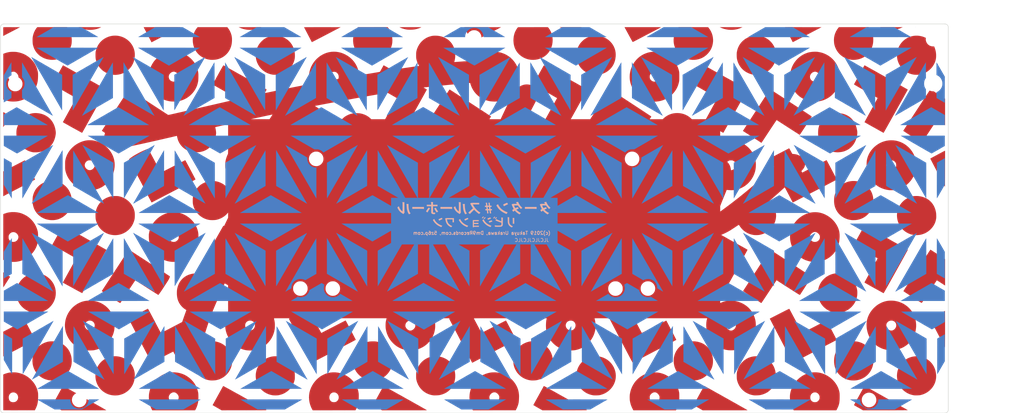
<source format=kicad_pcb>
(kicad_pcb (version 20231007) (generator pcbnew)
  (layers (0 "F.Cu" signal) (31 "B.Cu" signal) (34 "B.Paste" user) (35 "F.Paste" user) (36 "B.SilkS" user "B.Silkscreen") (37 "F.SilkS" user "F.Silkscreen") (38 "B.Mask" user) (39 "F.Mask" user) (44 "Edge.Cuts" user))
  (net 0 "")
  (footprint "Mounting_Holes:MountingHole_2.2mm_M2" (layer "F.Cu") (at 34.5 34.5)
    (property "Reference" "H1" hide)
    (property "Value" "M2")
    (pad "" np_thru_hole circle locked (at 0 0) (size 2.2 2.2) (drill 2.2) (layers "*.Cu" "*.Mask"))
  )
  (footprint "Mounting_Holes:MountingHole_2.2mm_M2" (layer "F.Cu") (at 34.5 48)
    (property "Reference" "H2" hide)
    (property "Value" "M2")
    (pad "" np_thru_hole circle locked (at 0 0) (size 2.2 2.2) (drill 2.2) (layers "*.Cu" "*.Mask"))
  )
  (footprint "Mounting_Holes:MountingHole_2.2mm_M2" (layer "F.Cu") (at 310.5 34.5)
    (property "Reference" "H3" hide)
    (property "Value" "M2")
    (pad "" np_thru_hole circle locked (at 0 0) (size 2.2 2.2) (drill 2.2) (layers "*.Cu" "*.Mask"))
  )
  (footprint "Mounting_Holes:MountingHole_2.2mm_M2" (layer "F.Cu") (at 310.5 48)
    (property "Reference" "H4" hide)
    (property "Value" "M2")
    (pad "" np_thru_hole circle locked (at 0 0) (size 2.2 2.2) (drill 2.2) (layers "*.Cu" "*.Mask"))
  )
  (footprint "Mounting_Holes:MountingHole_2.2mm_M2" (layer "F.Cu") (at 53.75 143)
    (property "Reference" "H5" hide)
    (property "Value" "M2")
    (pad "" np_thru_hole circle locked (at 0 0) (size 2.2 2.2) (drill 2.2) (layers "*.Cu" "*.Mask"))
  )
  (footprint "Mounting_Holes:MountingHole_2.2mm_M2" (layer "F.Cu") (at 130 109.5)
    (property "Reference" "H6" hide)
    (property "Value" "M2")
    (pad "" np_thru_hole circle locked (at 0 0) (size 2.2 2.2) (drill 2.2) (layers "*.Cu" "*.Mask"))
  )
  (footprint "Mounting_Holes:MountingHole_2.2mm_M2" (layer "F.Cu") (at 125 70.5)
    (property "Reference" "H7" hide)
    (property "Value" "M2")
    (pad "" np_thru_hole circle locked (at 0 0) (size 2.2 2.2) (drill 2.2) (layers "*.Cu" "*.Mask"))
  )
  (footprint "Mounting_Holes:MountingHole_2.2mm_M2" (layer "F.Cu") (at 291.25 143)
    (property "Reference" "H8" hide)
    (property "Value" "M2")
    (pad "" np_thru_hole circle locked (at 0 0) (size 2.2 2.2) (drill 2.2) (layers "*.Cu" "*.Mask"))
  )
  (footprint "Mounting_Holes:MountingHole_2.2mm_M2" (layer "F.Cu") (at 220 70.5)
    (property "Reference" "H9" hide)
    (property "Value" "M2")
    (pad "" np_thru_hole circle locked (at 0 0) (size 2.2 2.2) (drill 2.2) (layers "*.Cu" "*.Mask"))
  )
  (footprint "Mounting_Holes:MountingHole_2.2mm_M2" (layer "F.Cu") (at 224.75 109.5)
    (property "Reference" "H10" hide)
    (property "Value" "M2")
    (pad "" np_thru_hole circle locked (at 0 0) (size 2.2 2.2) (drill 2.2) (layers "*.Cu" "*.Mask"))
  )
  (footprint "Mounting_Holes:MountingHole_2.2mm_M2" (layer "F.Cu") (at 120.25 109.5)
    (property "Reference" "H6" hide)
    (property "Value" "M2")
    (pad "" np_thru_hole circle locked (at 0 0) (size 2.2 2.2) (drill 2.2) (layers "*.Cu" "*.Mask"))
  )
  (footprint "Mounting_Holes:MountingHole_2.2mm_M2" (layer "F.Cu") (at 215 109.5)
    (property "Reference" "H10" hide)
    (property "Value" "M2")
    (pad "" np_thru_hole circle locked (at 0 0) (size 2.2 2.2) (drill 2.2) (layers "*.Cu" "*.Mask"))
  )
  (footprint "Mounting_Holes:MountingHole_2.2mm_M2" (layer "F.Cu") (at 172.5 34)
    (property "Reference" "H11" hide)
    (property "Value" "M2")
    (pad "" np_thru_hole circle locked (at 0 0) (size 2.2 2.2) (drill 2.2) (layers "*.Cu" "*.Mask"))
  )
  (footprint "tartan:bottom1_copper" (layer "F.Cu") (at 172.5 88.5)
    (property "Reference" "G***" hide)
    (property "Value" "LOGO" hide)
    (fp_poly (pts (xy -112.465556 -57.417237) (xy -112.837062 -57.248735) (xy -113.258593 -57.094989) (xy -113.71018 -56.961903) (xy -114.171849 -56.85538) (xy -114.611917 -56.782822) (xy -114.90443 -56.754442) (xy -115.238996 -56.737408) (xy -115.593133 -56.73173) (xy -115.94436 -56.73742) (xy -116.270195 -56.754489) (xy -116.540139 -56.781849) (xy -117.014317 -56.860553) (xy -117.487213 -56.96603) (xy -117.941622 -57.093455) (xy -118.36034 -57.238) (xy -118.726164 -57.39484) (xy -118.727361 -57.395419) (xy -119.009584 -57.532053) (xy -115.622917 -57.53332) (xy -112.23625 -57.534586) (xy -112.465556 -57.417237)) (stroke (width 0.01)) (fill solid) (layer "F.Cu"))
    (fp_poly (pts (xy -64.364306 -57.377176) (xy -64.818774 -57.181892) (xy -65.321742 -57.013572) (xy -65.854504 -56.877715) (xy -66.396904 -56.780022) (xy -66.620385 -56.756664) (xy -66.895251 -56.741016) (xy -67.202759 -56.73304) (xy -67.524166 -56.732701) (xy -67.840727 -56.739962) (xy -68.133699 -56.754786) (xy -68.384339 -56.777137) (xy -68.438889 -56.783992) (xy -68.903419 -56.86342) (xy -69.381078 -56.97565) (xy -69.850072 -57.114361) (xy -70.288608 -57.273233) (xy -70.608473 -57.41329) (xy -70.855417 -57.531992) (xy -67.451111 -57.532067) (xy -64.046806 -57.532141) (xy -64.364306 -57.377176)) (stroke (width 0.01)) (fill solid) (layer "F.Cu"))
    (fp_poly (pts (xy 128.51813 -57.4109) (xy 127.893726 -57.154071) (xy 127.241046 -56.952725) (xy 126.611944 -56.814448) (xy 126.452188 -56.792781) (xy 126.237354 -56.774174) (xy 125.982866 -56.759006) (xy 125.704152 -56.747655) (xy 125.416636 -56.740501) (xy 125.135744 -56.737923) (xy 124.876903 -56.740298) (xy 124.655537 -56.748006) (xy 124.487074 -56.761426) (xy 124.481314 -56.762129) (xy 124.002573 -56.840509) (xy 123.509041 -56.955856) (xy 123.024212 -57.101448) (xy 122.571581 -57.270559) (xy 122.332235 -57.377168) (xy 122.008194 -57.531853) (xy 125.394861 -57.532655) (xy 128.781527 -57.533457) (xy 128.51813 -57.4109)) (stroke (width 0.01)) (fill solid) (layer "F.Cu"))
    (fp_poly (pts (xy 28.963055 -57.536063) (xy 32.261527 -57.53476) (xy 31.926389 -57.393162) (xy 31.43296 -57.209985) (xy 30.893532 -57.055704) (xy 30.32858 -56.935569) (xy 29.881203 -56.868683) (xy 29.725207 -56.85556) (xy 29.515285 -56.846082) (xy 29.267831 -56.840216) (xy 28.999242 -56.837931) (xy 28.725913 -56.839195) (xy 28.46424 -56.843976) (xy 28.230618 -56.852242) (xy 28.041443 -56.86396) (xy 27.957639 -56.87244) (xy 27.62078 -56.925072) (xy 27.258121 -56.999787) (xy 26.888032 -57.091566) (xy 26.52888 -57.195393) (xy 26.199037 -57.30625) (xy 25.916872 -57.419118) (xy 25.858611 -57.445796) (xy 25.664583 -57.537367) (xy 28.963055 -57.536063)) (stroke (width 0.01)) (fill solid) (layer "F.Cu"))
    (fp_poly (pts (xy -139.806954 -57.531421) (xy -139.408789 -57.530505) (xy -139.117917 -57.529548) (xy -136.648473 -57.520417) (xy -138.941528 -56.324803) (xy -139.321088 -56.126809) (xy -139.687047 -55.935738) (xy -140.033863 -55.754495) (xy -140.355996 -55.585982) (xy -140.647906 -55.433102) (xy -140.904051 -55.29876) (xy -141.118893 -55.185857) (xy -141.28689 -55.097299) (xy -141.402501 -55.035987) (xy -141.45507 -55.007669) (xy -141.675556 -54.88615) (xy -141.675556 -56.195571) (xy -141.675038 -56.551194) (xy -141.673363 -56.841709) (xy -141.670351 -57.07256) (xy -141.665821 -57.249186) (xy -141.659591 -57.37703) (xy -141.65148 -57.461534) (xy -141.641309 -57.508139) (xy -141.631459 -57.521835) (xy -141.589645 -57.524512) (xy -141.483057 -57.526802) (xy -141.317475 -57.528687) (xy -141.098678 -57.53015) (xy -140.832448 -57.531172) (xy -140.524564 -57.531737) (xy -140.180806 -57.531826) (xy -139.806954 -57.531421)) (stroke (width 0.01)) (fill solid) (layer "F.Cu"))
    (fp_poly (pts (xy -141.577377 -31.975495) (xy -141.475845 -31.910086) (xy -141.335281 -31.818937) (xy -141.164103 -31.707557) (xy -140.970728 -31.581457) (xy -140.763575 -31.446144) (xy -140.551062 -31.307128) (xy -140.341605 -31.169918) (xy -140.143624 -31.040023) (xy -139.965536 -30.922952) (xy -139.815758 -30.824215) (xy -139.702709 -30.74932) (xy -139.634807 -30.703777) (xy -139.618808 -30.69247) (xy -139.632185 -30.658976) (xy -139.68096 -30.572036) (xy -139.761716 -30.437119) (xy -139.871035 -30.259697) (xy -140.005497 -30.045239) (xy -140.161685 -29.799217) (xy -140.336181 -29.527102) (xy -140.525565 -29.234363) (xy -140.633044 -29.069292) (xy -141.675556 -27.471717) (xy -141.675556 -29.754052) (xy -141.675308 -30.226921) (xy -141.674509 -30.633472) (xy -141.673077 -30.977944) (xy -141.670928 -31.264573) (xy -141.667979 -31.497595) (xy -141.664148 -31.681249) (xy -141.659353 -31.81977) (xy -141.653509 -31.917396) (xy -141.646534 -31.978365) (xy -141.638346 -32.006912) (xy -141.631459 -32.009657) (xy -141.577377 -31.975495)) (stroke (width 0.01)) (fill solid) (layer "F.Cu"))
    (fp_poly (pts (xy -44.799566 -57.532795) (xy -44.17109 -57.532088) (xy -43.57971 -57.531019) (xy -43.040805 -57.529589) (xy -42.99828 -57.529452) (xy -40.235731 -57.520417) (xy -44.545009 -55.271459) (xy -45.058994 -55.003269) (xy -45.55566 -54.744216) (xy -46.03143 -54.496163) (xy -46.482725 -54.260972) (xy -46.905966 -54.040503) (xy -47.297573 -53.836619) (xy -47.653968 -53.651181) (xy -47.971571 -53.486052) (xy -48.246804 -53.343092) (xy -48.476088 -53.224165) (xy -48.655844 -53.131131) (xy -48.782493 -53.065852) (xy -48.852456 -53.030191) (xy -48.865825 -53.02377) (xy -48.883578 -53.054468) (xy -48.931237 -53.142837) (xy -49.006203 -53.283925) (xy -49.105877 -53.472781) (xy -49.227658 -53.704453) (xy -49.368947 -53.973991) (xy -49.527146 -54.276442) (xy -49.699655 -54.606856) (xy -49.883874 -54.960281) (xy -50.046499 -55.272728) (xy -51.215637 -57.520417) (xy -48.488233 -57.529452) (xy -47.960133 -57.530913) (xy -47.376857 -57.532012) (xy -46.753783 -57.53275) (xy -46.106291 -57.533126) (xy -45.449759 -57.533141) (xy -44.799566 -57.532795)) (stroke (width 0.01)) (fill solid) (layer "F.Cu"))
    (fp_poly (pts (xy 141.52584 30.520874) (xy 141.527304 31.054021) (xy 141.528405 31.642164) (xy 141.529142 32.269744) (xy 141.529516 32.921203) (xy 141.529526 33.580982) (xy 141.529172 34.233522) (xy 141.528454 34.863264) (xy 141.527373 35.454649) (xy 141.525927 35.99212) (xy 141.52584 36.01913) (xy 141.516805 38.771316) (xy 139.264574 34.464301) (xy 138.996135 33.950478) (xy 138.737147 33.453808) (xy 138.489455 32.977878) (xy 138.254906 32.526275) (xy 138.035348 32.102586) (xy 137.832628 31.710399) (xy 137.648591 31.3533) (xy 137.485084 31.034877) (xy 137.343955 30.758717) (xy 137.22705 30.528407) (xy 137.136216 30.347535) (xy 137.0733 30.219687) (xy 137.040148 30.148451) (xy 137.035389 30.13424) (xy 137.069692 30.114455) (xy 137.161494 30.064632) (xy 137.305768 29.987427) (xy 137.49749 29.8855) (xy 137.731635 29.761508) (xy 138.003179 29.618108) (xy 138.307097 29.457958) (xy 138.638363 29.283716) (xy 138.991953 29.098039) (xy 139.28762 28.942999) (xy 141.516805 27.774804) (xy 141.52584 30.520874)) (stroke (width 0.01)) (fill solid) (layer "F.Cu"))
    (fp_poly (pts (xy -141.278681 16.417231) (xy -140.905183 16.660444) (xy -140.58758 16.868036) (xy -140.32233 17.042398) (xy -140.105888 17.185921) (xy -139.93471 17.300997) (xy -139.805252 17.390018) (xy -139.713971 17.455375) (xy -139.657322 17.49946) (xy -139.631762 17.524664) (xy -139.629445 17.530172) (xy -139.647864 17.563619) (xy -139.700263 17.649634) (xy -139.782352 17.781508) (xy -139.889839 17.952536) (xy -140.018436 18.156009) (xy -140.163853 18.385221) (xy -140.321799 18.633463) (xy -140.487985 18.894028) (xy -140.65812 19.160209) (xy -140.827916 19.425299) (xy -140.993081 19.68259) (xy -141.149325 19.925374) (xy -141.29236 20.146944) (xy -141.417895 20.340593) (xy -141.521639 20.499613) (xy -141.599304 20.617297) (xy -141.646599 20.686938) (xy -141.658702 20.702961) (xy -141.661611 20.671627) (xy -141.664362 20.575554) (xy -141.66691 20.42056) (xy -141.669212 20.21246) (xy -141.671226 19.957072) (xy -141.672907 19.660212) (xy -141.674213 19.327697) (xy -141.6751 18.965344) (xy -141.675525 18.578969) (xy -141.675556 18.439483) (xy -141.675556 16.159151) (xy -141.278681 16.417231)) (stroke (width 0.01)) (fill solid) (layer "F.Cu"))
    (fp_poly (pts (xy 76.988409 -57.535507) (xy 77.190717 -57.535372) (xy 80.592083 -57.532688) (xy 80.292222 -57.39062) (xy 79.867491 -57.211686) (xy 79.39624 -57.052306) (xy 78.901248 -56.91878) (xy 78.405295 -56.817409) (xy 78.027015 -56.764119) (xy 77.797395 -56.746155) (xy 77.520704 -56.735606) (xy 77.220031 -56.732421) (xy 76.918464 -56.736548) (xy 76.639093 -56.747937) (xy 76.405005 -56.766536) (xy 76.394027 -56.767753) (xy 76.114886 -56.806927) (xy 75.799928 -56.863716) (xy 75.475644 -56.9325) (xy 75.168524 -57.007654) (xy 74.905058 -57.083557) (xy 74.902956 -57.084229) (xy 74.77317 -57.128419) (xy 74.614217 -57.186475) (xy 74.439615 -57.252987) (xy 74.262884 -57.322547) (xy 74.097544 -57.389745) (xy 73.957113 -57.449169) (xy 73.855111 -57.495412) (xy 73.805057 -57.523062) (xy 73.804051 -57.523964) (xy 73.836406 -57.525938) (xy 73.934535 -57.527775) (xy 74.093655 -57.52946) (xy 74.308984 -57.530976) (xy 74.575738 -57.532307) (xy 74.889137 -57.533437) (xy 75.244397 -57.53435) (xy 75.636737 -57.535029) (xy 76.061374 -57.535459) (xy 76.513525 -57.535624) (xy 76.988409 -57.535507)) (stroke (width 0.01)) (fill solid) (layer "F.Cu"))
    (fp_poly (pts (xy 96.866361 -57.531585) (xy 97.427309 -57.531196) (xy 98.013081 -57.530597) (xy 98.619867 -57.529783) (xy 98.897693 -57.529348) (xy 104.356089 -57.520417) (xy 100.376308 -55.440285) (xy 99.875973 -55.178764) (xy 99.388741 -54.924078) (xy 98.918734 -54.678382) (xy 98.470076 -54.44383) (xy 98.046888 -54.22258) (xy 97.653293 -54.016787) (xy 97.293413 -53.828605) (xy 96.971371 -53.660192) (xy 96.691289 -53.513702) (xy 96.457289 -53.39129) (xy 96.273494 -53.295114) (xy 96.144026 -53.227327) (xy 96.073413 -53.190299) (xy 95.750299 -53.020446) (xy 95.521981 -53.453626) (xy 95.347939 -53.784501) (xy 95.166588 -54.130508) (xy 94.980743 -54.486186) (xy 94.793218 -54.846076) (xy 94.606827 -55.204717) (xy 94.424384 -55.556648) (xy 94.248706 -55.896411) (xy 94.082605 -56.218543) (xy 93.928897 -56.517586) (xy 93.790396 -56.78808) (xy 93.669917 -57.024563) (xy 93.570273 -57.221576) (xy 93.49428 -57.373659) (xy 93.444752 -57.475351) (xy 93.424503 -57.521192) (xy 93.424258 -57.52324) (xy 93.460618 -57.524878) (xy 93.563722 -57.526352) (xy 93.72976 -57.527659) (xy 93.954921 -57.528795) (xy 94.235393 -57.529755) (xy 94.567366 -57.530535) (xy 94.947029 -57.53113) (xy 95.370571 -57.531537) (xy 95.834181 -57.531752) (xy 96.334048 -57.531769) (xy 96.866361 -57.531585)) (stroke (width 0.01)) (fill solid) (layer "F.Cu"))
    (fp_poly (pts (xy -25.921642 -57.335343) (xy -25.568713 -56.828933) (xy -25.270911 -56.281673) (xy -25.029967 -55.698826) (xy -24.847609 -55.085657) (xy -24.725566 -54.447431) (xy -24.665566 -53.789411) (xy -24.659266 -53.491321) (xy -24.693856 -52.868786) (xy -24.795455 -52.261051) (xy -24.961304 -51.672421) (xy -25.188641 -51.107203) (xy -25.474706 -50.5697) (xy -25.816739 -50.06422) (xy -26.211978 -49.595067) (xy -26.657663 -49.166546) (xy -27.151033 -48.782962) (xy -27.689329 -48.448622) (xy -27.992917 -48.29237) (xy -28.587535 -48.041364) (xy -29.182418 -47.859865) (xy -29.782574 -47.746982) (xy -30.393009 -47.701825) (xy -31.018732 -47.723504) (xy -31.132639 -47.734359) (xy -31.770781 -47.833857) (xy -32.385704 -47.995157) (xy -32.973209 -48.215218) (xy -33.529097 -48.490997) (xy -34.04917 -48.819452) (xy -34.529228 -49.19754) (xy -34.965074 -49.622219) (xy -35.352508 -50.090448) (xy -35.687331 -50.599183) (xy -35.965345 -51.145382) (xy -36.020918 -51.27625) (xy -36.198261 -51.76429) (xy -36.328027 -52.251973) (xy -36.414113 -52.758278) (xy -36.460414 -53.302182) (xy -36.466216 -53.445834) (xy -36.454976 -54.100408) (xy -36.377967 -54.729533) (xy -36.235027 -55.333714) (xy -36.025996 -55.91346) (xy -35.750711 -56.469277) (xy -35.409011 -57.001671) (xy -35.277086 -57.1782) (xy -35.011811 -57.520417) (xy -30.546354 -57.529371) (xy -26.080898 -57.538325) (xy -25.921642 -57.335343)) (stroke (width 0.01)) (fill solid) (layer "F.Cu"))
    (fp_poly (pts (xy -18.658114 -57.535107) (xy -18.156637 -57.534698) (xy -17.7182 -57.533949) (xy -17.339046 -57.532806) (xy -17.015418 -57.531215) (xy -16.743558 -57.529119) (xy -16.519708 -57.526465) (xy -16.340112 -57.523198) (xy -16.201012 -57.519263) (xy -16.09865 -57.514606) (xy -16.029269 -57.509172) (xy -15.989112 -57.502905) (xy -15.974421 -57.495752) (xy -15.980834 -57.487976) (xy -16.210735 -57.379003) (xy -16.49451 -57.267094) (xy -16.815924 -57.157221) (xy -17.158737 -57.054352) (xy -17.506715 -56.963459) (xy -17.843619 -56.889509) (xy -18.062895 -56.850687) (xy -18.299043 -56.821898) (xy -18.58493 -56.799881) (xy -18.902208 -56.784942) (xy -19.23253 -56.777391) (xy -19.55755 -56.777535) (xy -19.85892 -56.785683) (xy -20.118294 -56.802143) (xy -20.231806 -56.814259) (xy -20.547991 -56.865409) (xy -20.893013 -56.939813) (xy -21.250305 -57.032501) (xy -21.603301 -57.138505) (xy -21.935434 -57.252856) (xy -22.230137 -57.370585) (xy -22.466999 -57.48463) (xy -22.476215 -57.493196) (xy -22.467809 -57.500757) (xy -22.437891 -57.507373) (xy -22.382571 -57.513106) (xy -22.297957 -57.518016) (xy -22.18016 -57.522163) (xy -22.025288 -57.52561) (xy -21.829451 -57.528415) (xy -21.588759 -57.530641) (xy -21.299322 -57.532347) (xy -20.957247 -57.533595) (xy -20.558646 -57.534445) (xy -20.099627 -57.534959) (xy -19.576299 -57.535196) (xy -19.226389 -57.535231) (xy -18.658114 -57.535107)) (stroke (width 0.01)) (fill solid) (layer "F.Cu"))
    (fp_poly (pts (xy 22.287889 -57.317704) (xy 22.649597 -56.805568) (xy 22.950806 -56.258647) (xy 23.190396 -55.680263) (xy 23.367248 -55.07374) (xy 23.480241 -54.442399) (xy 23.528255 -53.789564) (xy 23.529988 -53.632432) (xy 23.496652 -52.968988) (xy 23.398617 -52.325137) (xy 23.237309 -51.704815) (xy 23.014153 -51.111958) (xy 22.730576 -50.550502) (xy 22.388004 -50.024383) (xy 22.086275 -49.647384) (xy 21.668595 -49.221671) (xy 21.202993 -48.843677) (xy 20.695504 -48.515656) (xy 20.152161 -48.239861) (xy 19.578997 -48.018547) (xy 18.982046 -47.853968) (xy 18.367342 -47.748379) (xy 17.740919 -47.704033) (xy 17.108809 -47.723185) (xy 16.970517 -47.736046) (xy 16.350131 -47.833685) (xy 15.750762 -47.992838) (xy 15.176884 -48.210047) (xy 14.632968 -48.481856) (xy 14.123487 -48.804806) (xy 13.652913 -49.17544) (xy 13.225718 -49.5903) (xy 12.846376 -50.045927) (xy 12.519357 -50.538866) (xy 12.249135 -51.065656) (xy 12.072161 -51.523195) (xy 11.905407 -52.132087) (xy 11.798923 -52.766509) (xy 11.752617 -53.41545) (xy 11.766401 -54.067902) (xy 11.840185 -54.712857) (xy 11.97388 -55.339306) (xy 12.106724 -55.771393) (xy 12.220821 -56.058513) (xy 12.367634 -56.370089) (xy 12.534651 -56.682654) (xy 12.709361 -56.972739) (xy 12.872953 -57.208612) (xy 13.109656 -57.520417) (xy 17.611267 -57.52937) (xy 22.112878 -57.538324) (xy 22.287889 -57.317704)) (stroke (width 0.01)) (fill solid) (layer "F.Cu"))
    (fp_poly (pts (xy 70.504499 -57.247014) (xy 70.871513 -56.729915) (xy 71.17709 -56.182415) (xy 71.420624 -55.609854) (xy 71.601511 -55.017571) (xy 71.719147 -54.410907) (xy 71.772927 -53.795201) (xy 71.762247 -53.175792) (xy 71.686502 -52.558022) (xy 71.545087 -51.947228) (xy 71.337398 -51.348752) (xy 71.206007 -51.050506) (xy 70.927995 -50.540498) (xy 70.588645 -50.049134) (xy 70.196626 -49.586254) (xy 69.760604 -49.161699) (xy 69.289247 -48.785311) (xy 69.091527 -48.649645) (xy 68.567104 -48.347329) (xy 68.005272 -48.100026) (xy 67.415409 -47.909937) (xy 66.806893 -47.779263) (xy 66.189104 -47.710207) (xy 65.571418 -47.704968) (xy 65.193333 -47.734654) (xy 64.559197 -47.840776) (xy 63.947024 -48.011405) (xy 63.361215 -48.243472) (xy 62.806168 -48.533909) (xy 62.286284 -48.879645) (xy 61.805961 -49.277612) (xy 61.369599 -49.724742) (xy 60.981597 -50.217964) (xy 60.646355 -50.754209) (xy 60.521109 -50.994028) (xy 60.3215 -51.433464) (xy 60.167807 -51.855514) (xy 60.053924 -52.282291) (xy 59.973745 -52.735909) (xy 59.929418 -53.136995) (xy 59.91085 -53.741809) (xy 59.956987 -54.357774) (xy 60.066282 -54.971775) (xy 60.205081 -55.474306) (xy 60.328508 -55.802317) (xy 60.491442 -56.155056) (xy 60.683037 -56.513398) (xy 60.892448 -56.858216) (xy 61.108829 -57.170385) (xy 61.30288 -57.410222) (xy 61.416455 -57.538056) (xy 70.273157 -57.538056) (xy 70.504499 -57.247014)) (stroke (width 0.01)) (fill solid) (layer "F.Cu"))
    (fp_poly (pts (xy 141.523899 -20.342866) (xy 141.525054 -20.240107) (xy 141.526053 -20.074438) (xy 141.526894 -19.849678) (xy 141.527574 -19.569652) (xy 141.528093 -19.238179) (xy 141.528447 -18.859084) (xy 141.528634 -18.436186) (xy 141.528652 -17.973309) (xy 141.528499 -17.474275) (xy 141.528172 -16.942904) (xy 141.52767 -16.38302) (xy 141.526989 -15.798445) (xy 141.526129 -15.192999) (xy 141.525737 -14.94753) (xy 141.516805 -9.528247) (xy 139.311944 -13.747752) (xy 139.046098 -14.25686) (xy 138.789416 -14.749103) (xy 138.543788 -15.220827) (xy 138.3111 -15.668376) (xy 138.093243 -16.088094) (xy 137.892104 -16.476327) (xy 137.709572 -16.829418) (xy 137.547535 -17.143713) (xy 137.407883 -17.415556) (xy 137.292503 -17.641292) (xy 137.203285 -17.817265) (xy 137.142116 -17.93982) (xy 137.110885 -18.005301) (xy 137.107083 -18.015411) (xy 137.13725 -18.03768) (xy 137.223718 -18.089459) (xy 137.360437 -18.167509) (xy 137.541358 -18.268593) (xy 137.760432 -18.389473) (xy 138.011609 -18.526909) (xy 138.28884 -18.677665) (xy 138.586075 -18.838503) (xy 138.897265 -19.006183) (xy 139.21636 -19.177469) (xy 139.537311 -19.349121) (xy 139.854068 -19.517903) (xy 140.160583 -19.680575) (xy 140.450805 -19.8339) (xy 140.718685 -19.974641) (xy 140.958174 -20.099557) (xy 141.163222 -20.205413) (xy 141.32778 -20.288968) (xy 141.445799 -20.346987) (xy 141.511228 -20.37623) (xy 141.522591 -20.378891) (xy 141.523899 -20.342866)) (stroke (width 0.01)) (fill solid) (layer "F.Cu"))
    (fp_poly (pts (xy -93.303608 -57.537949) (xy -92.704937 -57.537637) (xy -92.129667 -57.537131) (xy -91.581556 -57.536443) (xy -91.06436 -57.535584) (xy -90.581839 -57.534566) (xy -90.137749 -57.533401) (xy -89.735847 -57.532099) (xy -89.379893 -57.530674) (xy -89.073643 -57.529136) (xy -88.820855 -57.527496) (xy -88.625287 -57.525768) (xy -88.490696 -57.523961) (xy -88.42084 -57.522088) (xy -88.411372 -57.521036) (xy -88.444204 -57.502871) (xy -88.535788 -57.454081) (xy -88.682314 -57.376661) (xy -88.879973 -57.272609) (xy -89.124955 -57.143919) (xy -89.41345 -56.992589) (xy -89.74165 -56.820616) (xy -90.105744 -56.629994) (xy -90.501923 -56.422721) (xy -90.926378 -56.200793) (xy -91.375299 -55.966206) (xy -91.844876 -55.720956) (xy -92.25371 -55.507534) (xy -92.748487 -55.249291) (xy -93.232883 -54.996442) (xy -93.702424 -54.751323) (xy -94.152637 -54.516271) (xy -94.579047 -54.293621) (xy -94.977182 -54.085712) (xy -95.342569 -53.894878) (xy -95.670733 -53.723456) (xy -95.957202 -53.573782) (xy -96.197501 -53.448193) (xy -96.387158 -53.349025) (xy -96.521699 -53.278614) (xy -96.578269 -53.248959) (xy -97.07751 -52.986867) (xy -98.188195 -55.112531) (xy -98.377948 -55.47577) (xy -98.559675 -55.82381) (xy -98.730478 -56.151086) (xy -98.887455 -56.452034) (xy -99.027707 -56.72109) (xy -99.148334 -56.952689) (xy -99.246436 -57.141267) (xy -99.319113 -57.281261) (xy -99.363466 -57.367106) (xy -99.374185 -57.388125) (xy -99.44949 -57.538056) (xy -93.921921 -57.538056) (xy -93.303608 -57.537949)) (stroke (width 0.01)) (fill solid) (layer "F.Cu"))
    (fp_poly (pts (xy -122.350894 -57.31757) (xy -121.994016 -56.811078) (xy -121.693048 -56.262482) (xy -121.448738 -55.67367) (xy -121.261833 -55.046529) (xy -121.133081 -54.382947) (xy -121.105513 -54.173709) (xy -121.085751 -53.9276) (xy -121.077653 -53.64099) (xy -121.080491 -53.33324) (xy -121.09354 -53.02371) (xy -121.116074 -52.731761) (xy -121.147366 -52.476755) (xy -121.174728 -52.327729) (xy -121.344669 -51.721885) (xy -121.578472 -51.141394) (xy -121.872641 -50.590609) (xy -122.223683 -50.07388) (xy -122.628102 -49.595558) (xy -123.082402 -49.159995) (xy -123.58309 -48.771542) (xy -124.126669 -48.43455) (xy -124.425144 -48.281084) (xy -125.004727 -48.036412) (xy -125.58491 -47.859942) (xy -126.173401 -47.75031) (xy -126.777904 -47.706156) (xy -127.406126 -47.726115) (xy -127.511528 -47.735374) (xy -128.109644 -47.822125) (xy -128.704649 -47.96562) (xy -129.277235 -48.160469) (xy -129.69875 -48.346046) (xy -130.261731 -48.659517) (xy -130.77487 -49.022439) (xy -131.236618 -49.432824) (xy -131.645428 -49.888684) (xy -131.99975 -50.388031) (xy -132.298036 -50.928877) (xy -132.538737 -51.509236) (xy -132.720305 -52.127118) (xy -132.75133 -52.264028) (xy -132.785198 -52.467168) (xy -132.81294 -52.723747) (xy -132.834007 -53.016867) (xy -132.847846 -53.329632) (xy -132.853907 -53.645145) (xy -132.851638 -53.94651) (xy -132.84049 -54.21683) (xy -132.821788 -54.424606) (xy -132.721482 -54.990009) (xy -132.565278 -55.549163) (xy -132.358286 -56.089659) (xy -132.105616 -56.599092) (xy -131.812378 -57.065053) (xy -131.640886 -57.291848) (xy -131.441959 -57.538056) (xy -122.525798 -57.538056) (xy -122.350894 -57.31757)) (stroke (width 0.01)) (fill solid) (layer "F.Cu"))
    (fp_poly (pts (xy -74.125584 -57.310842) (xy -73.767788 -56.808442) (xy -73.465128 -56.264663) (xy -73.220337 -55.685373) (xy -73.036152 -55.076441) (xy -72.990102 -54.874584) (xy -72.926642 -54.472203) (xy -72.893327 -54.024644) (xy -72.889897 -53.550396) (xy -72.916092 -53.06795) (xy -72.971653 -52.595795) (xy -73.026447 -52.28824) (xy -73.188597 -51.669303) (xy -73.411458 -51.083257) (xy -73.691753 -50.533267) (xy -74.026204 -50.022499) (xy -74.411535 -49.554118) (xy -74.844467 -49.13129) (xy -75.321723 -48.757182) (xy -75.840027 -48.434957) (xy -76.3961 -48.167784) (xy -76.986665 -47.958826) (xy -77.608445 -47.81125) (xy -77.673174 -47.799826) (xy -77.953453 -47.761413) (xy -78.272625 -47.733332) (xy -78.607959 -47.716428) (xy -78.936726 -47.711548) (xy -79.236193 -47.719539) (xy -79.427917 -47.73449) (xy -80.070667 -47.837918) (xy -80.685282 -48.003451) (xy -81.26848 -48.228103) (xy -81.816975 -48.508887) (xy -82.327485 -48.842817) (xy -82.796724 -49.226907) (xy -83.221409 -49.658169) (xy -83.598257 -50.133619) (xy -83.923982 -50.650269) (xy -84.195301 -51.205133) (xy -84.40893 -51.795224) (xy -84.558191 -52.399834) (xy -84.637172 -52.925621) (xy -84.675999 -53.464258) (xy -84.67453 -53.996839) (xy -84.632624 -54.504457) (xy -84.576533 -54.84782) (xy -84.511408 -55.116198) (xy -84.420642 -55.418569) (xy -84.313305 -55.728646) (xy -84.198464 -56.020146) (xy -84.090744 -56.25579) (xy -83.96457 -56.489415) (xy -83.815177 -56.738091) (xy -83.655645 -56.981814) (xy -83.499053 -57.200579) (xy -83.361923 -57.370486) (xy -83.214282 -57.538056) (xy -74.307661 -57.538056) (xy -74.125584 -57.310842)) (stroke (width 0.01)) (fill solid) (layer "F.Cu"))
    (fp_poly (pts (xy 114.063789 -57.536052) (xy 118.515694 -57.534048) (xy 118.678053 -57.333205) (xy 119.051815 -56.816503) (xy 119.364059 -56.268599) (xy 119.612835 -55.693991) (xy 119.796195 -55.097177) (xy 119.91168 -54.486528) (xy 119.934054 -54.233322) (xy 119.943122 -53.930821) (xy 119.939716 -53.598854) (xy 119.924665 -53.257251) (xy 119.898801 -52.925842) (xy 119.862952 -52.624456) (xy 119.824412 -52.402688) (xy 119.65566 -51.760016) (xy 119.426728 -51.145627) (xy 119.140549 -50.566639) (xy 118.91706 -50.200278) (xy 118.74517 -49.966265) (xy 118.528141 -49.71049) (xy 118.281044 -49.447976) (xy 118.018948 -49.193747) (xy 117.756923 -48.962824) (xy 117.510037 -48.770232) (xy 117.420558 -48.708391) (xy 116.899702 -48.404172) (xy 116.339056 -48.151025) (xy 115.749422 -47.951555) (xy 115.141605 -47.808368) (xy 114.526406 -47.724067) (xy 113.914631 -47.701259) (xy 113.382777 -47.734676) (xy 112.827084 -47.826173) (xy 112.268109 -47.972287) (xy 111.72945 -48.166035) (xy 111.367455 -48.331102) (xy 110.803705 -48.652808) (xy 110.285912 -49.026891) (xy 109.816496 -49.450211) (xy 109.397876 -49.919623) (xy 109.032471 -50.431985) (xy 108.722702 -50.984155) (xy 108.470988 -51.57299) (xy 108.279748 -52.195348) (xy 108.23084 -52.405139) (xy 108.187415 -52.664683) (xy 108.155752 -52.973727) (xy 108.136385 -53.312113) (xy 108.129846 -53.659686) (xy 108.136667 -53.996288) (xy 108.15738 -54.301764) (xy 108.176543 -54.460661) (xy 108.302794 -55.080158) (xy 108.496421 -55.683042) (xy 108.755167 -56.264092) (xy 109.076777 -56.818083) (xy 109.373869 -57.233242) (xy 109.611885 -57.538056) (xy 114.063789 -57.536052)) (stroke (width 0.01)) (fill solid) (layer "F.Cu"))
    (fp_poly (pts (xy -0.112445 -57.532114) (xy 0.420669 -57.53181) (xy 0.982644 -57.531333) (xy 1.56969 -57.530679) (xy 2.178017 -57.529848) (xy 2.499604 -57.529347) (xy 8.009358 -57.520417) (xy 5.083489 -55.994653) (xy 4.66108 -55.77449) (xy 4.256521 -55.563847) (xy 3.874179 -55.364987) (xy 3.518423 -55.180172) (xy 3.193622 -55.011665) (xy 2.904144 -54.861727) (xy 2.654357 -54.73262) (xy 2.448629 -54.626607) (xy 2.291329 -54.54595) (xy 2.186826 -54.49291) (xy 2.139487 -54.469751) (xy 2.137143 -54.468889) (xy 2.124681 -54.500353) (xy 2.117422 -54.579553) (xy 2.116666 -54.620227) (xy 2.107446 -54.741216) (xy 2.083771 -54.889272) (xy 2.063219 -54.981825) (xy 1.936825 -55.339816) (xy 1.750544 -55.669331) (xy 1.511773 -55.962884) (xy 1.227907 -56.212991) (xy 0.906344 -56.412165) (xy 0.55448 -56.552921) (xy 0.493889 -56.570048) (xy 0.273359 -56.610491) (xy 0.015836 -56.629246) (xy -0.249968 -56.626198) (xy -0.495344 -56.60123) (xy -0.625023 -56.574586) (xy -0.931405 -56.46522) (xy -1.232439 -56.304253) (xy -1.510979 -56.103669) (xy -1.749878 -55.875452) (xy -1.898797 -55.68427) (xy -2.00182 -55.528734) (xy -2.518167 -56.521323) (xy -2.6438 -56.76391) (xy -2.757636 -56.9858) (xy -2.855891 -57.179448) (xy -2.934778 -57.337313) (xy -2.990514 -57.451852) (xy -3.019313 -57.51552) (xy -3.022332 -57.526095) (xy -2.986301 -57.527404) (xy -2.883506 -57.528563) (xy -2.717736 -57.529568) (xy -2.492781 -57.530417) (xy -2.212432 -57.531108) (xy -1.88048 -57.531639) (xy -1.500715 -57.532007) (xy -1.076927 -57.53221) (xy -0.612907 -57.532247) (xy -0.112445 -57.532114)) (stroke (width 0.01)) (fill solid) (layer "F.Cu"))
    (fp_poly (pts (xy -135.145346 -17.461362) (xy -135.093237 -17.375347) (xy -135.014175 -17.23735) (xy -134.910973 -17.052671) (xy -134.786443 -16.826611) (xy -134.643398 -16.564471) (xy -134.484651 -16.27155) (xy -134.313015 -15.953151) (xy -134.131302 -15.614574) (xy -133.942325 -15.261119) (xy -133.748897 -14.898087) (xy -133.55383 -14.530778) (xy -133.359937 -14.164495) (xy -133.170031 -13.804536) (xy -132.986924 -13.456203) (xy -132.81343 -13.124797) (xy -132.652361 -12.815617) (xy -132.506529 -12.533966) (xy -132.378747 -12.285143) (xy -132.271829 -12.07445) (xy -132.188586 -11.907187) (xy -132.131832 -11.788654) (xy -132.104379 -11.724152) (xy -132.102586 -11.71375) (xy -132.136874 -11.694519) (xy -132.230219 -11.644534) (xy -132.379101 -11.565638) (xy -132.580003 -11.459675) (xy -132.829407 -11.328489) (xy -133.123796 -11.173923) (xy -133.45965 -10.997821) (xy -133.833453 -10.802027) (xy -134.241686 -10.588384) (xy -134.680831 -10.358735) (xy -135.147371 -10.114925) (xy -135.637787 -9.858797) (xy -136.148562 -9.592195) (xy -136.648473 -9.33141) (xy -137.179731 -9.054307) (xy -137.696744 -8.784555) (xy -138.195756 -8.524117) (xy -138.673014 -8.274955) (xy -139.124764 -8.039031) (xy -139.54725 -7.818309) (xy -139.93672 -7.614751) (xy -140.289419 -7.430319) (xy -140.601593 -7.266976) (xy -140.869487 -7.126685) (xy -141.089348 -7.011407) (xy -141.257422 -6.923106) (xy -141.369953 -6.863743) (xy -141.419792 -6.837145) (xy -141.675556 -6.697836) (xy -141.674538 -14.164028) (xy -138.440475 -15.822084) (xy -137.994767 -16.050498) (xy -137.566496 -16.269792) (xy -137.159867 -16.477823) (xy -136.779087 -16.672447) (xy -136.42836 -16.851522) (xy -136.111893 -17.012904) (xy -135.83389 -17.154449) (xy -135.598557 -17.274014) (xy -135.410099 -17.369457) (xy -135.272721 -17.438632) (xy -135.19063 -17.479398) (xy -135.167689 -17.490094) (xy -135.145346 -17.461362)) (stroke (width 0.01)) (fill solid) (layer "F.Cu"))
    (fp_poly (pts (xy 36.934424 41.43518) (xy 37.513344 41.501419) (xy 38.083216 41.623116) (xy 38.639535 41.799419) (xy 39.177794 42.029474) (xy 39.69349 42.312431) (xy 40.182115 42.647435) (xy 40.639165 43.033634) (xy 41.060133 43.470176) (xy 41.440515 43.956207) (xy 41.775804 44.490876) (xy 41.929518 44.785139) (xy 42.18047 45.375759) (xy 42.363401 45.977622) (xy 42.479053 46.586164) (xy 42.528168 47.196823) (xy 42.511488 47.805038) (xy 42.429753 48.406245) (xy 42.283707 48.995883) (xy 42.074091 49.56939) (xy 41.801646 50.122202) (xy 41.467115 50.649758) (xy 41.071239 51.147496) (xy 40.857809 51.376353) (xy 40.368155 51.8276) (xy 39.845781 52.216521) (xy 39.289414 52.54382) (xy 38.697777 52.810203) (xy 38.069597 53.016372) (xy 37.747222 53.095814) (xy 37.549298 53.129142) (xy 37.298485 53.155582) (xy 37.012156 53.17471) (xy 36.707681 53.186102) (xy 36.402431 53.189334) (xy 36.113776 53.183983) (xy 35.859089 53.169623) (xy 35.661229 53.146736) (xy 35.017021 53.00836) (xy 34.404394 52.809503) (xy 33.826489 52.552758) (xy 33.286445 52.240717) (xy 32.787403 51.875971) (xy 32.332502 51.461112) (xy 31.924884 50.998733) (xy 31.567687 50.491425) (xy 31.264052 49.94178) (xy 31.017119 49.352389) (xy 30.997774 49.297455) (xy 30.818669 48.67841) (xy 30.706783 48.053714) (xy 30.660919 47.428329) (xy 30.679878 46.807215) (xy 30.762461 46.195335) (xy 30.907469 45.59765) (xy 31.113705 45.019124) (xy 31.379968 44.464717) (xy 31.705062 43.939391) (xy 32.087787 43.448109) (xy 32.518018 43.00409) (xy 33.007119 42.595966) (xy 33.523216 42.250122) (xy 34.061805 41.965705) (xy 34.618379 41.741862) (xy 35.188434 41.577741) (xy 35.767463 41.472489) (xy 36.350962 41.425253) (xy 36.934424 41.43518)) (stroke (width 0.01)) (fill solid) (layer "F.Cu"))
    (fp_poly (pts (xy 133.859247 41.49917) (xy 134.478145 41.625373) (xy 135.085983 41.817622) (xy 135.590139 42.033306) (xy 136.148796 42.340304) (xy 136.660118 42.69826) (xy 137.122389 43.104311) (xy 137.533895 43.555592) (xy 137.892919 44.04924) (xy 138.197748 44.58239) (xy 138.446664 45.152178) (xy 138.637954 45.755741) (xy 138.769902 46.390214) (xy 138.840793 47.052733) (xy 138.853333 47.48219) (xy 138.818991 48.086481) (xy 138.718196 48.676497) (xy 138.554299 49.248255) (xy 138.330648 49.797768) (xy 138.050592 50.321053) (xy 137.71748 50.814126) (xy 137.334661 51.273003) (xy 136.905485 51.693698) (xy 136.433301 52.072228) (xy 135.921456 52.404609) (xy 135.373302 52.686855) (xy 134.792185 52.914983) (xy 134.181457 53.085008) (xy 134.135329 53.095139) (xy 133.954612 53.124896) (xy 133.721134 53.149728) (xy 133.452561 53.169011) (xy 133.166557 53.182116) (xy 132.880786 53.188418) (xy 132.612912 53.187288) (xy 132.380601 53.178102) (xy 132.221111 53.16306) (xy 131.595677 53.043361) (xy 130.99286 52.859882) (xy 130.416974 52.616174) (xy 129.872331 52.315788) (xy 129.363245 51.962275) (xy 128.89403 51.559187) (xy 128.469 51.110073) (xy 128.092466 50.618486) (xy 127.768745 50.087975) (xy 127.502147 49.522093) (xy 127.373038 49.17199) (xy 127.206093 48.561145) (xy 127.106921 47.944671) (xy 127.073819 47.327574) (xy 127.105084 46.714862) (xy 127.199016 46.111541) (xy 127.35391 45.522617) (xy 127.568067 44.953099) (xy 127.839782 44.407992) (xy 128.167354 43.892304) (xy 128.549082 43.411041) (xy 128.983262 42.96921) (xy 129.468192 42.571819) (xy 129.663472 42.434809) (xy 130.211063 42.108766) (xy 130.784775 41.84625) (xy 131.379297 41.647621) (xy 131.989316 41.513238) (xy 132.609522 41.443462) (xy 133.234603 41.438653) (xy 133.859247 41.49917)) (stroke (width 0.01)) (fill solid) (layer "F.Cu"))
    (fp_poly (pts (xy 50.667527 -57.537462) (xy 51.39666 -57.537365) (xy 52.058428 -57.537214) (xy 52.65602 -57.53697) (xy 53.192626 -57.536594) (xy 53.671436 -57.536048) (xy 54.095639 -57.535294) (xy 54.468427 -57.534291) (xy 54.792988 -57.533003) (xy 55.072512 -57.531391) (xy 55.310189 -57.529415) (xy 55.50921 -57.527037) (xy 55.672763 -57.524219) (xy 55.804039 -57.520922) (xy 55.906228 -57.517107) (xy 55.98252 -57.512736) (xy 56.036104 -57.50777) (xy 56.07017 -57.502171) (xy 56.087909 -57.495899) (xy 56.092509 -57.488918) (xy 56.087161 -57.481186) (xy 56.075055 -57.472667) (xy 56.074027 -57.472034) (xy 56.030792 -57.448324) (xy 55.930214 -57.394769) (xy 55.776699 -57.31367) (xy 55.574651 -57.207324) (xy 55.328474 -57.078032) (xy 55.042575 -56.928092) (xy 54.721357 -56.759802) (xy 54.369226 -56.575462) (xy 53.990585 -56.377372) (xy 53.589841 -56.167828) (xy 53.171397 -55.949132) (xy 52.739659 -55.723581) (xy 52.299031 -55.493474) (xy 51.853919 -55.261111) (xy 51.408726 -55.02879) (xy 50.967858 -54.798811) (xy 50.53572 -54.573472) (xy 50.116716 -54.355072) (xy 49.715251 -54.145911) (xy 49.33573 -53.948286) (xy 48.982558 -53.764498) (xy 48.66014 -53.596845) (xy 48.372879 -53.447625) (xy 48.125182 -53.319138) (xy 47.921453 -53.213684) (xy 47.766096 -53.133559) (xy 47.663517 -53.081065) (xy 47.61812 -53.058499) (xy 47.616263 -53.057778) (xy 47.596004 -53.087304) (xy 47.545977 -53.170659) (xy 47.470699 -53.300004) (xy 47.374688 -53.467505) (xy 47.262461 -53.665325) (xy 47.138537 -53.885627) (xy 47.12306 -53.913264) (xy 46.934567 -54.252148) (xy 46.717161 -54.646827) (xy 46.474527 -55.090525) (xy 46.210349 -55.576464) (xy 45.928311 -56.097867) (xy 45.632099 -56.647954) (xy 45.325396 -57.21995) (xy 45.320353 -57.229375) (xy 45.155193 -57.538056) (xy 50.667527 -57.537462)) (stroke (width 0.01)) (fill solid) (layer "F.Cu"))
    (fp_poly (pts (xy 66.234391 36.949762) (xy 66.480972 36.968707) (xy 67.142373 37.071976) (xy 67.769231 37.23438) (xy 68.359363 37.454454) (xy 68.910584 37.730733) (xy 69.42071 38.061752) (xy 69.887559 38.446046) (xy 70.308946 38.88215) (xy 70.682687 39.368599) (xy 71.006598 39.903928) (xy 71.085853 40.057916) (xy 71.349683 40.659132) (xy 71.54576 41.266142) (xy 71.675576 41.886035) (xy 71.740623 42.5259) (xy 71.742935 43.18) (xy 71.690649 43.767877) (xy 71.58158 44.324218) (xy 71.411906 44.864105) (xy 71.181495 45.395118) (xy 70.87201 45.946364) (xy 70.507034 46.457657) (xy 70.091405 46.92563) (xy 69.629958 47.346922) (xy 69.12753 47.718168) (xy 68.588956 48.036004) (xy 68.019072 48.297066) (xy 67.422716 48.497991) (xy 66.804722 48.635414) (xy 66.4547 48.68299) (xy 65.997569 48.711247) (xy 65.531174 48.698288) (xy 65.302945 48.678286) (xy 64.651647 48.577426) (xy 64.028155 48.415545) (xy 63.435827 48.195444) (xy 62.878021 47.919924) (xy 62.358095 47.591786) (xy 61.879408 47.213833) (xy 61.445316 46.788863) (xy 61.059179 46.319679) (xy 60.724355 45.809082) (xy 60.4442 45.259872) (xy 60.222075 44.674851) (xy 60.132765 44.365717) (xy 60.041001 43.93245) (xy 59.97863 43.464356) (xy 59.94632 42.98081) (xy 59.944739 42.50119) (xy 59.974555 42.044871) (xy 60.036434 41.63123) (xy 60.038226 41.622442) (xy 60.199509 41.007088) (xy 60.422946 40.421016) (xy 60.705015 39.867729) (xy 61.042195 39.350725) (xy 61.430963 38.873506) (xy 61.867797 38.439571) (xy 62.349176 38.052421) (xy 62.871578 37.715556) (xy 63.43148 37.432477) (xy 64.025361 37.206684) (xy 64.646527 37.042342) (xy 64.912122 36.998757) (xy 65.225575 36.966829) (xy 65.565016 36.947435) (xy 65.908578 36.941453) (xy 66.234391 36.949762)) (stroke (width 0.01)) (fill solid) (layer "F.Cu"))
    (fp_poly (pts (xy -126.48612 36.957116) (xy -126.199371 36.984963) (xy -125.536738 37.104209) (xy -124.913879 37.28146) (xy -124.329892 37.517069) (xy -123.783877 37.811392) (xy -123.358166 38.101057) (xy -122.886332 38.498692) (xy -122.465022 38.943356) (xy -122.09602 39.431064) (xy -121.781111 39.95783) (xy -121.522082 40.519666) (xy -121.320716 41.112586) (xy -121.1788 41.732604) (xy -121.098118 42.375733) (xy -121.080455 43.037987) (xy -121.084853 43.177521) (xy -121.098132 43.398211) (xy -121.118964 43.628978) (xy -121.144598 43.843793) (xy -121.172282 44.016629) (xy -121.174993 44.030281) (xy -121.33164 44.629542) (xy -121.549887 45.200527) (xy -121.825394 45.74006) (xy -122.15382 46.244963) (xy -122.530825 46.71206) (xy -122.952069 47.138174) (xy -123.413212 47.520128) (xy -123.909913 47.854746) (xy -124.437832 48.138851) (xy -124.992628 48.369266) (xy -125.569962 48.542814) (xy -126.165493 48.656318) (xy -126.774881 48.706602) (xy -127.393785 48.69049) (xy -127.525388 48.678286) (xy -128.176074 48.577368) (xy -128.79889 48.415223) (xy -129.39051 48.19469) (xy -129.947606 47.918612) (xy -130.46685 47.58983) (xy -130.944914 47.211186) (xy -131.378471 46.785519) (xy -131.764193 46.315673) (xy -132.098752 45.804487) (xy -132.378821 45.254804) (xy -132.601073 44.669465) (xy -132.719724 44.243143) (xy -132.834017 43.626706) (xy -132.886412 43.002885) (xy -132.877442 42.38107) (xy -132.807641 41.77065) (xy -132.677541 41.181014) (xy -132.51852 40.699482) (xy -132.256171 40.115516) (xy -131.936507 39.570123) (xy -131.5632 39.066401) (xy -131.139924 38.607447) (xy -130.67035 38.19636) (xy -130.158153 37.836236) (xy -129.607004 37.530174) (xy -129.020577 37.281272) (xy -128.402545 37.092626) (xy -128.181806 37.041905) (xy -127.895144 36.994988) (xy -127.560761 36.962433) (xy -127.200141 36.944858) (xy -126.834766 36.94288) (xy -126.48612 36.957116)) (stroke (width 0.01)) (fill solid) (layer "F.Cu"))
    (fp_poly (pts (xy 110.182758 16.551423) (xy 110.542916 16.622456) (xy 111.146848 16.796932) (xy 111.72501 17.034259) (xy 112.273068 17.33019) (xy 112.786687 17.680477) (xy 113.261532 18.080872) (xy 113.69327 18.527127) (xy 114.077566 19.014995) (xy 114.410084 19.540229) (xy 114.686491 20.09858) (xy 114.902451 20.685802) (xy 114.982438 20.972953) (xy 115.054102 21.284146) (xy 115.103974 21.567434) (xy 115.135037 21.848404) (xy 115.150273 22.152642) (xy 115.153051 22.436666) (xy 115.117106 23.085465) (xy 115.014029 23.71338) (xy 114.844644 24.318504) (xy 114.609773 24.898933) (xy 114.31024 25.452761) (xy 113.946868 25.978083) (xy 113.52048 26.472993) (xy 113.324146 26.670037) (xy 112.971564 26.989013) (xy 112.623619 27.259005) (xy 112.257818 27.496158) (xy 111.899927 27.692219) (xy 111.311777 27.953288) (xy 110.702338 28.148885) (xy 110.077676 28.277791) (xy 109.443855 28.338789) (xy 108.806939 28.33066) (xy 108.74375 28.326033) (xy 108.129278 28.242749) (xy 107.527912 28.092583) (xy 106.945128 27.878796) (xy 106.386402 27.604649) (xy 105.857209 27.273403) (xy 105.363025 26.888317) (xy 104.909328 26.452653) (xy 104.501592 25.969671) (xy 104.292724 25.675767) (xy 103.95857 25.114577) (xy 103.693101 24.537577) (xy 103.495968 23.943513) (xy 103.366818 23.331133) (xy 103.3053 22.699183) (xy 103.305543 22.154444) (xy 103.363732 21.527139) (xy 103.484381 20.926208) (xy 103.669418 20.345813) (xy 103.920772 19.780116) (xy 104.240369 19.223278) (xy 104.30727 19.120555) (xy 104.544022 18.798162) (xy 104.8292 18.466101) (xy 105.145876 18.141294) (xy 105.477123 17.840666) (xy 105.806013 17.581139) (xy 105.940414 17.487774) (xy 106.501477 17.156025) (xy 107.085093 16.88885) (xy 107.686727 16.687102) (xy 108.301846 16.551632) (xy 108.925913 16.483294) (xy 109.554395 16.48294) (xy 110.182758 16.551423)) (stroke (width 0.01)) (fill solid) (layer "F.Cu"))
    (fp_poly (pts (xy 37.249808 -54.945639) (xy 37.863779 -54.841839) (xy 38.468066 -54.674999) (xy 39.057373 -54.445056) (xy 39.6264 -54.151945) (xy 39.881527 -53.994817) (xy 40.397786 -53.619097) (xy 40.862615 -53.198312) (xy 41.273936 -52.736717) (xy 41.629671 -52.238561) (xy 41.927743 -51.708099) (xy 42.166074 -51.149581) (xy 42.342586 -50.56726) (xy 42.455201 -49.965388) (xy 42.501841 -49.348218) (xy 42.480428 -48.720001) (xy 42.477056 -48.683334) (xy 42.384673 -48.006699) (xy 42.239867 -47.375693) (xy 42.041205 -46.787178) (xy 41.787254 -46.238017) (xy 41.47658 -45.725071) (xy 41.107748 -45.245202) (xy 40.71733 -44.831691) (xy 40.242015 -44.420356) (xy 39.72824 -44.067789) (xy 39.17543 -43.773691) (xy 38.583011 -43.537766) (xy 37.950411 -43.359713) (xy 37.837868 -43.334975) (xy 37.585466 -43.292557) (xy 37.28582 -43.259706) (xy 36.95733 -43.236975) (xy 36.618399 -43.22492) (xy 36.28743 -43.224095) (xy 35.982825 -43.235054) (xy 35.722986 -43.258353) (xy 35.649162 -43.269013) (xy 35.007452 -43.404054) (xy 34.406639 -43.594843) (xy 33.84152 -43.843714) (xy 33.306893 -44.153003) (xy 32.797555 -44.525041) (xy 32.734406 -44.576907) (xy 32.282063 -44.997599) (xy 31.883953 -45.458985) (xy 31.540725 -45.955859) (xy 31.253029 -46.483012) (xy 31.021512 -47.035238) (xy 30.846826 -47.60733) (xy 30.729619 -48.194081) (xy 30.670541 -48.790283) (xy 30.670241 -49.39073) (xy 30.729368 -49.990214) (xy 30.848571 -50.583529) (xy 31.028501 -51.165467) (xy 31.269806 -51.730821) (xy 31.573136 -52.274384) (xy 31.742781 -52.528611) (xy 31.922772 -52.761661) (xy 32.145849 -53.016333) (xy 32.395649 -53.276251) (xy 32.655807 -53.525042) (xy 32.909959 -53.74633) (xy 33.125833 -53.912559) (xy 33.659267 -54.248228) (xy 34.220099 -54.521309) (xy 34.80303 -54.731737) (xy 35.402764 -54.879449) (xy 36.014003 -54.96438) (xy 36.63145 -54.986465) (xy 37.249808 -54.945639)) (stroke (width 0.01)) (fill solid) (layer "F.Cu"))
    (fp_poly (pts (xy 114.182098 36.94196) (xy 114.504904 36.954851) (xy 114.813107 36.977493) (xy 115.08695 37.009155) (xy 115.270139 37.040941) (xy 115.88731 37.206826) (xy 116.482307 37.436166) (xy 117.048181 37.725262) (xy 117.577986 38.070419) (xy 118.064773 38.467938) (xy 118.210123 38.605401) (xy 118.649809 39.08462) (xy 119.029842 39.600839) (xy 119.348888 40.151347) (xy 119.605613 40.733434) (xy 119.798683 41.344389) (xy 119.926764 41.981502) (xy 119.947433 42.13592) (xy 119.968481 42.399323) (xy 119.97548 42.706899) (xy 119.96932 43.036543) (xy 119.950893 43.366153) (xy 119.92109 43.673624) (xy 119.8808 43.936852) (xy 119.873364 43.97375) (xy 119.707248 44.601188) (xy 119.481675 45.194441) (xy 119.200293 45.750888) (xy 118.866748 46.267905) (xy 118.484687 46.74287) (xy 118.057757 47.17316) (xy 117.589604 47.556152) (xy 117.083875 47.889224) (xy 116.544217 48.169753) (xy 115.974277 48.395117) (xy 115.3777 48.562692) (xy 114.758135 48.669855) (xy 114.119227 48.713986) (xy 113.464622 48.69246) (xy 113.329861 48.679808) (xy 112.709502 48.581677) (xy 112.109218 48.420569) (xy 111.53391 48.199784) (xy 110.988476 47.922625) (xy 110.477818 47.592393) (xy 110.006834 47.212391) (xy 109.580424 46.785919) (xy 109.203489 46.31628) (xy 108.880928 45.806776) (xy 108.778249 45.612617) (xy 108.543738 45.070211) (xy 108.364531 44.492224) (xy 108.241139 43.887528) (xy 108.174075 43.264993) (xy 108.163851 42.63349) (xy 108.210979 42.001889) (xy 108.315969 41.379061) (xy 108.479335 40.773877) (xy 108.496133 40.722926) (xy 108.724926 40.145954) (xy 109.010383 39.609231) (xy 109.349826 39.114839) (xy 109.740577 38.664859) (xy 110.17996 38.261375) (xy 110.665296 37.906467) (xy 111.193908 37.602218) (xy 111.763119 37.35071) (xy 112.37025 37.154026) (xy 113.012625 37.014246) (xy 113.323644 36.969084) (xy 113.57171 36.948347) (xy 113.864448 36.939549) (xy 114.182098 36.94196)) (stroke (width 0.01)) (fill solid) (layer "F.Cu"))
    (fp_poly (pts (xy 114.398088 -11.270745) (xy 115.033305 -11.198976) (xy 115.6607 -11.060149) (xy 116.275413 -10.854286) (xy 116.83989 -10.598357) (xy 117.389257 -10.276866) (xy 117.893426 -9.902633) (xy 118.349657 -9.479262) (xy 118.755213 -9.010361) (xy 119.107356 -8.499535) (xy 119.403346 -7.95039) (xy 119.640446 -7.366532) (xy 119.815918 -6.751568) (xy 119.838232 -6.649861) (xy 119.899995 -6.259742) (xy 119.933527 -5.824082) (xy 119.939081 -5.361891) (xy 119.916911 -4.892178) (xy 119.867271 -4.433951) (xy 119.803695 -4.06781) (xy 119.640701 -3.453065) (xy 119.417069 -2.871371) (xy 119.135964 -2.325655) (xy 118.800547 -1.818841) (xy 118.413982 -1.353855) (xy 117.979431 -0.933621) (xy 117.500058 -0.561064) (xy 116.979026 -0.23911) (xy 116.419497 0.029317) (xy 115.824634 0.241292) (xy 115.197601 0.39389) (xy 114.930472 0.43883) (xy 114.761481 0.457493) (xy 114.545853 0.472258) (xy 114.301988 0.48276) (xy 114.048282 0.488637) (xy 113.803135 0.489522) (xy 113.584943 0.485053) (xy 113.412105 0.474866) (xy 113.365139 0.469807) (xy 112.715341 0.354603) (xy 112.093952 0.179892) (xy 111.50465 -0.051803) (xy 110.951115 -0.337957) (xy 110.437028 -0.676047) (xy 109.966066 -1.063548) (xy 109.541911 -1.497937) (xy 109.168242 -1.976691) (xy 108.848738 -2.497285) (xy 108.745595 -2.69875) (xy 108.520798 -3.220606) (xy 108.352929 -3.748355) (xy 108.239234 -4.294495) (xy 108.176959 -4.871527) (xy 108.162313 -5.345509) (xy 108.172584 -5.811736) (xy 108.206822 -6.232199) (xy 108.268349 -6.628598) (xy 108.360484 -7.022638) (xy 108.478555 -7.412042) (xy 108.706528 -7.988882) (xy 108.994825 -8.531221) (xy 109.340383 -9.035539) (xy 109.740136 -9.498318) (xy 110.191021 -9.916039) (xy 110.689974 -10.285183) (xy 111.233929 -10.602232) (xy 111.274785 -10.622973) (xy 111.876207 -10.886815) (xy 112.494109 -11.083491) (xy 113.12363 -11.213024) (xy 113.759909 -11.275435) (xy 114.398088 -11.270745)) (stroke (width 0.01)) (fill solid) (layer "F.Cu"))
    (fp_poly (pts (xy 85.178535 -54.979522) (xy 85.779973 -54.910474) (xy 86.369033 -54.782059) (xy 86.941184 -54.595803) (xy 87.491895 -54.353229) (xy 88.016632 -54.055863) (xy 88.510865 -53.705231) (xy 88.970061 -53.302856) (xy 89.389689 -52.850263) (xy 89.765217 -52.348978) (xy 90.092112 -51.800525) (xy 90.150393 -51.687034) (xy 90.385817 -51.139353) (xy 90.560425 -50.562783) (xy 90.672334 -49.967225) (xy 90.71966 -49.362586) (xy 90.702588 -48.782792) (xy 90.618444 -48.109597) (xy 90.481555 -47.481299) (xy 90.29024 -46.894103) (xy 90.042812 -46.344213) (xy 89.73759 -45.827834) (xy 89.37289 -45.341171) (xy 88.990601 -44.923631) (xy 88.507004 -44.487276) (xy 87.991548 -44.113857) (xy 87.444566 -43.803529) (xy 86.86639 -43.556443) (xy 86.257352 -43.372753) (xy 85.617785 -43.252611) (xy 85.277026 -43.215613) (xy 85.092512 -43.200716) (xy 84.950616 -43.191321) (xy 84.83086 -43.187508) (xy 84.712768 -43.189361) (xy 84.575862 -43.196962) (xy 84.399666 -43.210394) (xy 84.287012 -43.219604) (xy 83.726805 -43.290703) (xy 83.190596 -43.412088) (xy 82.661701 -43.588504) (xy 82.123438 -43.824696) (xy 82.07375 -43.849154) (xy 81.522236 -44.161431) (xy 81.014896 -44.527379) (xy 80.554212 -44.943754) (xy 80.142664 -45.40731) (xy 79.782731 -45.914802) (xy 79.476896 -46.462982) (xy 79.227637 -47.048607) (xy 79.037435 -47.668429) (xy 78.985974 -47.889584) (xy 78.944533 -48.138277) (xy 78.913507 -48.437608) (xy 78.893394 -48.76836) (xy 78.884687 -49.111315) (xy 78.887883 -49.447258) (xy 78.903479 -49.75697) (xy 78.931132 -50.01559) (xy 79.057303 -50.63693) (xy 79.247955 -51.233672) (xy 79.500049 -51.801688) (xy 79.810546 -52.336847) (xy 80.176405 -52.835019) (xy 80.594587 -53.292076) (xy 81.062052 -53.703887) (xy 81.57576 -54.066322) (xy 82.132672 -54.375252) (xy 82.144305 -54.380893) (xy 82.739651 -54.631551) (xy 83.345278 -54.815218) (xy 83.956656 -54.933419) (xy 84.569253 -54.987679) (xy 85.178535 -54.979522)) (stroke (width 0.01)) (fill solid) (layer "F.Cu"))
    (fp_poly (pts (xy 133.229827 -6.760382) (xy 133.50875 -6.740826) (xy 134.185939 -6.641067) (xy 134.826262 -6.482471) (xy 135.427746 -6.266825) (xy 135.988416 -5.99592) (xy 136.506298 -5.671543) (xy 136.97942 -5.295484) (xy 137.405807 -4.869531) (xy 137.783485 -4.395474) (xy 138.110481 -3.8751) (xy 138.38482 -3.3102) (xy 138.604529 -2.702561) (xy 138.767634 -2.053973) (xy 138.78623 -1.957917) (xy 138.822564 -1.715224) (xy 138.851188 -1.428339) (xy 138.871408 -1.116465) (xy 138.882531 -0.798803) (xy 138.883862 -0.494557) (xy 138.874709 -0.22293) (xy 138.856337 -0.017639) (xy 138.74185 0.590776) (xy 138.5611 1.175469) (xy 138.314683 1.735258) (xy 138.003198 2.268955) (xy 137.62724 2.775376) (xy 137.230555 3.210552) (xy 136.737829 3.655315) (xy 136.210136 4.038954) (xy 135.648964 4.360693) (xy 135.055802 4.619757) (xy 134.432141 4.815369) (xy 133.949722 4.919193) (xy 133.794474 4.940559) (xy 133.593548 4.959719) (xy 133.364341 4.975877) (xy 133.12425 4.988242) (xy 132.890672 4.996018) (xy 132.681005 4.998413) (xy 132.512645 4.994633) (xy 132.432777 4.988391) (xy 132.107067 4.942334) (xy 131.77835 4.882998) (xy 131.472986 4.815544) (xy 131.265505 4.759882) (xy 130.674354 4.548561) (xy 130.117533 4.278231) (xy 129.597958 3.953061) (xy 129.118545 3.577219) (xy 128.682209 3.154873) (xy 128.291866 2.690192) (xy 127.950434 2.187342) (xy 127.660827 1.650494) (xy 127.425961 1.083814) (xy 127.248753 0.491471) (xy 127.132119 -0.122367) (xy 127.078974 -0.753532) (xy 127.081833 -1.220326) (xy 127.14338 -1.83468) (xy 127.270737 -2.432377) (xy 127.460266 -3.009208) (xy 127.708328 -3.560962) (xy 128.011283 -4.083431) (xy 128.365494 -4.572403) (xy 128.767321 -5.023668) (xy 129.213126 -5.433018) (xy 129.69927 -5.796242) (xy 130.222115 -6.109131) (xy 130.778021 -6.367473) (xy 131.363349 -6.56706) (xy 131.792442 -6.67032) (xy 132.112404 -6.719977) (xy 132.475574 -6.752236) (xy 132.856524 -6.766053) (xy 133.229827 -6.760382)) (stroke (width 0.01)) (fill solid) (layer "F.Cu"))
    (fp_poly (pts (xy -107.653213 41.432633) (xy -107.03844 41.501807) (xy -106.434789 41.633176) (xy -105.847245 41.825894) (xy -105.280798 42.079114) (xy -104.740436 42.391989) (xy -104.231145 42.763672) (xy -103.757915 43.193317) (xy -103.713464 43.238718) (xy -103.299556 43.715992) (xy -102.94374 44.232187) (xy -102.647745 44.783785) (xy -102.413299 45.367266) (xy -102.242132 45.97911) (xy -102.165729 46.389658) (xy -102.144738 46.588512) (xy -102.13194 46.8383) (xy -102.127151 47.1199) (xy -102.130189 47.41419) (xy -102.14087 47.702046) (xy -102.159011 47.964346) (xy -102.182778 48.171023) (xy -102.312395 48.817841) (xy -102.503373 49.432518) (xy -102.753794 50.012373) (xy -103.061739 50.554724) (xy -103.425291 51.056892) (xy -103.84253 51.516195) (xy -104.311539 51.929952) (xy -104.8304 52.295482) (xy -105.338231 52.580919) (xy -105.800113 52.787724) (xy -106.280825 52.956875) (xy -106.762642 53.083347) (xy -107.227837 53.162111) (xy -107.460752 53.182747) (xy -107.619668 53.192195) (xy -107.763311 53.201318) (xy -107.868976 53.208654) (xy -107.897084 53.210894) (xy -107.973785 53.212437) (xy -108.102373 53.209703) (xy -108.264345 53.203263) (xy -108.42625 53.194596) (xy -109.060628 53.122599) (xy -109.672799 52.986416) (xy -110.259086 52.789415) (xy -110.815815 52.534961) (xy -111.339308 52.226419) (xy -111.825889 51.867156) (xy -112.271882 51.460537) (xy -112.673611 51.009929) (xy -113.027399 50.518696) (xy -113.329571 49.990206) (xy -113.576449 49.427822) (xy -113.764358 48.834912) (xy -113.889622 48.214842) (xy -113.89332 48.189223) (xy -113.9383 47.717646) (xy -113.946314 47.217106) (xy -113.918666 46.710042) (xy -113.856659 46.218892) (xy -113.761594 45.766095) (xy -113.750135 45.723111) (xy -113.549635 45.118491) (xy -113.287669 44.545618) (xy -112.96749 44.008433) (xy -112.592349 43.510879) (xy -112.165498 43.056897) (xy -111.690188 42.650428) (xy -111.169673 42.295414) (xy -110.719306 42.049337) (xy -110.12375 41.79483) (xy -109.514374 41.606754) (xy -108.896168 41.48426) (xy -108.274118 41.426502) (xy -107.653213 41.432633)) (stroke (width 0.01)) (fill solid) (layer "F.Cu"))
    (fp_poly (pts (xy -59.15052 41.474517) (xy -58.574642 41.577012) (xy -58.563885 41.579404) (xy -57.937325 41.75318) (xy -57.345015 41.985839) (xy -56.79012 42.274543) (xy -56.2758 42.616458) (xy -55.80522 43.008746) (xy -55.381543 43.448571) (xy -55.00793 43.933097) (xy -54.687544 44.459487) (xy -54.423549 45.024905) (xy -54.281081 45.420139) (xy -54.189469 45.720345) (xy -54.118775 45.989941) (xy -54.066542 46.246082) (xy -54.030315 46.505919) (xy -54.007635 46.786605) (xy -53.996046 47.105295) (xy -53.993072 47.430972) (xy -53.993976 47.716104) (xy -53.997511 47.943004) (xy -54.004398 48.123968) (xy -54.015362 48.271295) (xy -54.031125 48.39728) (xy -54.052409 48.514223) (xy -54.0584 48.542222) (xy -54.226705 49.148704) (xy -54.457461 49.727923) (xy -54.746577 50.276068) (xy -55.08996 50.789329) (xy -55.483518 51.263896) (xy -55.92316 51.695959) (xy -56.404793 52.081708) (xy -56.924326 52.417332) (xy -57.477667 52.699023) (xy -58.060723 52.922969) (xy -58.669402 53.08536) (xy -59.002084 53.145332) (xy -59.254728 53.173) (xy -59.552507 53.189078) (xy -59.871836 53.193602) (xy -60.189129 53.186606) (xy -60.480802 53.168125) (xy -60.694449 53.142871) (xy -61.335401 53.009021) (xy -61.9484 52.812381) (xy -62.52983 52.555581) (xy -63.076075 52.241255) (xy -63.583516 51.872034) (xy -64.048539 51.45055) (xy -64.467526 50.979435) (xy -64.83686 50.461322) (xy -65.152925 49.898841) (xy -65.15336 49.897961) (xy -65.40166 49.316447) (xy -65.583792 48.715865) (xy -65.699714 48.101747) (xy -65.749384 47.479629) (xy -65.73276 46.855047) (xy -65.649801 46.233534) (xy -65.500465 45.620625) (xy -65.28471 45.021856) (xy -65.191734 44.812882) (xy -64.893722 44.258073) (xy -64.539357 43.742165) (xy -64.133353 43.268719) (xy -63.680423 42.841296) (xy -63.185283 42.463458) (xy -62.652644 42.138766) (xy -62.087223 41.870782) (xy -61.493732 41.663067) (xy -60.876886 41.519182) (xy -60.818889 41.509236) (xy -60.254641 41.441189) (xy -59.704519 41.429429) (xy -59.15052 41.474517)) (stroke (width 0.01)) (fill solid) (layer "F.Cu"))
    (fp_poly (pts (xy -135.111359 30.725643) (xy -135.061639 30.81333) (xy -134.985147 30.953081) (xy -134.884661 31.139573) (xy -134.762957 31.367482) (xy -134.622814 31.631482) (xy -134.46701 31.92625) (xy -134.298321 32.246461) (xy -134.119525 32.586791) (xy -133.933401 32.941916) (xy -133.742726 33.30651) (xy -133.550277 33.675251) (xy -133.358831 34.042813) (xy -133.171168 34.403871) (xy -132.990064 34.753103) (xy -132.818296 35.085183) (xy -132.658644 35.394787) (xy -132.513883 35.67659) (xy -132.386792 35.925269) (xy -132.280149 36.135498) (xy -132.19673 36.301954) (xy -132.139314 36.419312) (xy -132.110679 36.482248) (xy -132.107906 36.491246) (xy -132.138691 36.510138) (xy -132.227922 36.559437) (xy -132.37146 36.636975) (xy -132.565165 36.740585) (xy -132.804896 36.8681) (xy -133.086514 37.017352) (xy -133.405879 37.186175) (xy -133.758852 37.372401) (xy -134.141291 37.573863) (xy -134.549058 37.788393) (xy -134.978012 38.013825) (xy -135.424014 38.24799) (xy -135.882924 38.488723) (xy -136.350601 38.733855) (xy -136.822907 38.98122) (xy -137.295701 39.228649) (xy -137.764843 39.473977) (xy -138.226193 39.715035) (xy -138.675612 39.949656) (xy -139.10896 40.175673) (xy -139.522096 40.390919) (xy -139.910882 40.593227) (xy -140.271176 40.780429) (xy -140.59884 40.950359) (xy -140.889733 41.100848) (xy -141.139715 41.229729) (xy -141.344647 41.334836) (xy -141.500389 41.414001) (xy -141.602801 41.465057) (xy -141.647742 41.485837) (xy -141.649259 41.486208) (xy -141.65279 41.451759) (xy -141.656018 41.351347) (xy -141.658921 41.189565) (xy -141.661477 40.971003) (xy -141.663665 40.700254) (xy -141.665462 40.38191) (xy -141.666847 40.020564) (xy -141.667798 39.620806) (xy -141.668294 39.18723) (xy -141.668313 38.724427) (xy -141.667833 38.236989) (xy -141.666898 37.756041) (xy -141.657917 34.025416) (xy -138.412361 32.361062) (xy -137.965988 32.132316) (xy -137.5371 31.912839) (xy -137.129887 31.704759) (xy -136.748541 31.510203) (xy -136.39725 31.3313) (xy -136.080207 31.170176) (xy -135.8016 31.028959) (xy -135.56562 30.909776) (xy -135.376458 30.814755) (xy -135.238304 30.746024) (xy -135.155348 30.705709) (xy -135.131528 30.695346) (xy -135.111359 30.725643)) (stroke (width 0.01)) (fill solid) (layer "F.Cu"))
    (fp_poly (pts (xy -59.243798 -54.94635) (xy -58.615784 -54.847686) (xy -57.995637 -54.682397) (xy -57.937952 -54.663412) (xy -57.335637 -54.426496) (xy -56.775761 -54.134283) (xy -56.260346 -53.789309) (xy -55.791417 -53.394112) (xy -55.370998 -52.951229) (xy -55.001114 -52.463197) (xy -54.683788 -51.932553) (xy -54.421045 -51.361834) (xy -54.214908 -50.753576) (xy -54.067402 -50.110318) (xy -54.012007 -49.742593) (xy -53.991419 -49.512603) (xy -53.979692 -49.241704) (xy -53.976639 -48.950675) (xy -53.982068 -48.660292) (xy -53.995792 -48.391336) (xy -54.017621 -48.164583) (xy -54.026952 -48.100198) (xy -54.158354 -47.507462) (xy -54.357262 -46.925939) (xy -54.62076 -46.362462) (xy -54.945934 -45.823866) (xy -55.076825 -45.638343) (xy -55.238983 -45.435867) (xy -55.443629 -45.208389) (xy -55.675243 -44.971073) (xy -55.918308 -44.739087) (xy -56.157305 -44.527595) (xy -56.376717 -44.351762) (xy -56.441725 -44.304468) (xy -56.997177 -43.955655) (xy -57.585456 -43.668785) (xy -58.202435 -43.445697) (xy -58.614028 -43.336423) (xy -58.776708 -43.300942) (xy -58.921222 -43.274735) (xy -59.064475 -43.256164) (xy -59.223367 -43.243591) (xy -59.4148 -43.235379) (xy -59.655677 -43.22989) (xy -59.725278 -43.228756) (xy -60.081855 -43.227306) (xy -60.37346 -43.235156) (xy -60.605087 -43.252503) (xy -60.71558 -43.267261) (xy -61.355356 -43.405381) (xy -61.968257 -43.606208) (xy -62.550265 -43.867207) (xy -63.097359 -44.185842) (xy -63.605523 -44.559578) (xy -64.070736 -44.985877) (xy -64.488981 -45.462206) (xy -64.740007 -45.806706) (xy -65.068408 -46.354214) (xy -65.332104 -46.923029) (xy -65.531558 -47.508209) (xy -65.667229 -48.104812) (xy -65.73958 -48.707896) (xy -65.749072 -49.312517) (xy -65.696165 -49.913734) (xy -65.581322 -50.506605) (xy -65.405003 -51.086186) (xy -65.167669 -51.647537) (xy -64.869783 -52.185714) (xy -64.511804 -52.695776) (xy -64.094195 -53.172779) (xy -64.048208 -53.219439) (xy -63.789759 -53.470842) (xy -63.55555 -53.679558) (xy -63.327919 -53.859664) (xy -63.089203 -54.025235) (xy -62.853442 -54.171576) (xy -62.299595 -54.460522) (xy -61.718938 -54.686313) (xy -61.11725 -54.848369) (xy -60.500311 -54.946113) (xy -59.8739 -54.978966) (xy -59.243798 -54.94635)) (stroke (width 0.01)) (fill solid) (layer "F.Cu"))
    (fp_poly (pts (xy 110.031097 -31.633152) (xy 110.64799 -31.532062) (xy 111.241386 -31.371999) (xy 111.27408 -31.361159) (xy 111.84782 -31.133128) (xy 112.381797 -30.847777) (xy 112.874483 -30.507083) (xy 113.324346 -30.113024) (xy 113.729857 -29.667578) (xy 114.089486 -29.172723) (xy 114.401702 -28.630438) (xy 114.664977 -28.0427) (xy 114.877779 -27.411488) (xy 115.03858 -26.738779) (xy 115.093565 -26.423056) (xy 115.135172 -26.080629) (xy 115.147268 -25.760578) (xy 115.129843 -25.432327) (xy 115.093107 -25.1328) (xy 114.962629 -24.457502) (xy 114.776422 -23.819355) (xy 114.53659 -23.220709) (xy 114.245237 -22.663915) (xy 113.904465 -22.151325) (xy 113.51638 -21.68529) (xy 113.083085 -21.268161) (xy 112.606683 -20.90229) (xy 112.089279 -20.590026) (xy 111.532975 -20.333723) (xy 110.939877 -20.135731) (xy 110.53586 -20.039466) (xy 110.415605 -20.018813) (xy 110.254446 -19.996314) (xy 110.066287 -19.973342) (xy 109.865029 -19.951272) (xy 109.664572 -19.931478) (xy 109.478819 -19.915335) (xy 109.321671 -19.904218) (xy 109.207028 -19.899501) (xy 109.149444 -19.902379) (xy 109.109221 -19.906471) (xy 109.013482 -19.914029) (xy 108.87712 -19.923928) (xy 108.735446 -19.933674) (xy 108.10986 -20.007342) (xy 107.500816 -20.141485) (xy 106.9146 -20.333149) (xy 106.357499 -20.579379) (xy 105.835799 -20.87722) (xy 105.355786 -21.223718) (xy 104.923746 -21.615918) (xy 104.743814 -21.809763) (xy 104.369613 -22.287684) (xy 104.053487 -22.803395) (xy 103.794904 -23.358132) (xy 103.593328 -23.953128) (xy 103.448224 -24.589619) (xy 103.396977 -24.921569) (xy 103.37717 -25.141316) (xy 103.366862 -25.412515) (xy 103.365477 -25.717491) (xy 103.372441 -26.038573) (xy 103.387179 -26.358087) (xy 103.409114 -26.658361) (xy 103.437673 -26.92172) (xy 103.46824 -27.110973) (xy 103.623736 -27.735742) (xy 103.830616 -28.313958) (xy 104.090877 -28.849459) (xy 104.406516 -29.346081) (xy 104.779532 -29.807662) (xy 104.984253 -30.022598) (xy 105.337843 -30.350928) (xy 105.692381 -30.627801) (xy 106.069793 -30.869122) (xy 106.383236 -31.037444) (xy 106.936009 -31.276621) (xy 107.523886 -31.460703) (xy 108.1371 -31.589044) (xy 108.765885 -31.660996) (xy 109.400473 -31.675915) (xy 110.031097 -31.633152)) (stroke (width 0.01)) (fill solid) (layer "F.Cu"))
    (fp_poly (pts (xy -131.637043 -31.698074) (xy -130.998892 -31.63135) (xy -130.64322 -31.570443) (xy -130.013675 -31.414518) (xy -129.417426 -31.197485) (xy -128.857379 -30.921913) (xy -128.33644 -30.590368) (xy -127.857516 -30.205418) (xy -127.423513 -29.769632) (xy -127.037337 -29.285576) (xy -126.701894 -28.755818) (xy -126.42009 -28.182926) (xy -126.226177 -27.667873) (xy -126.127072 -27.333) (xy -126.039474 -26.974335) (xy -125.96676 -26.610386) (xy -125.912311 -26.259663) (xy -125.879504 -25.940676) (xy -125.871111 -25.722953) (xy -125.884944 -25.466197) (xy -125.924115 -25.161381) (xy -125.985135 -24.824843) (xy -126.064518 -24.472923) (xy -126.158772 -24.121958) (xy -126.264411 -23.788287) (xy -126.313355 -23.651816) (xy -126.566585 -23.069156) (xy -126.875023 -22.525421) (xy -127.23521 -22.024191) (xy -127.643686 -21.569045) (xy -128.096992 -21.163564) (xy -128.591667 -20.811326) (xy -129.124253 -20.515913) (xy -129.504307 -20.350095) (xy -130.128598 -20.141947) (xy -130.773363 -19.99855) (xy -131.442818 -19.919159) (xy -132.03771 -19.901471) (xy -132.23508 -19.904032) (xy -132.413257 -19.907918) (xy -132.557657 -19.912692) (xy -132.653693 -19.917918) (xy -132.679723 -19.920677) (xy -133.163569 -20.015612) (xy -133.602326 -20.1373) (xy -134.018669 -20.292849) (xy -134.339581 -20.440829) (xy -134.907956 -20.762149) (xy -135.435316 -21.138782) (xy -135.91826 -21.566345) (xy -136.353387 -22.040458) (xy -136.737295 -22.556739) (xy -137.066583 -23.110806) (xy -137.337849 -23.698277) (xy -137.547693 -24.314773) (xy -137.64238 -24.695289) (xy -137.673556 -24.894066) (xy -137.695345 -25.145765) (xy -137.707855 -25.433395) (xy -137.711195 -25.739966) (xy -137.705475 -26.048486) (xy -137.690803 -26.341964) (xy -137.667288 -26.603411) (xy -137.63504 -26.815833) (xy -137.628576 -26.846389) (xy -137.478538 -27.402151) (xy -137.280357 -27.951429) (xy -137.041404 -28.477201) (xy -136.769052 -28.962449) (xy -136.604794 -29.21) (xy -136.407077 -29.46631) (xy -136.1666 -29.740674) (xy -135.898447 -30.018339) (xy -135.617702 -30.28455) (xy -135.339448 -30.524553) (xy -135.078768 -30.723593) (xy -135.008016 -30.77194) (xy -134.478124 -31.08834) (xy -133.941478 -31.338821) (xy -133.393563 -31.524209) (xy -132.829863 -31.645329) (xy -132.245861 -31.703009) (xy -131.637043 -31.698074)) (stroke (width 0.01)) (fill solid) (layer "F.Cu"))
    (fp_poly (pts (xy -107.215438 -54.934048) (xy -106.607232 -54.819086) (xy -106.006916 -54.639831) (xy -105.419426 -54.394958) (xy -105.392361 -54.381884) (xy -104.836961 -54.074827) (xy -104.325228 -53.716979) (xy -103.85976 -53.312804) (xy -103.443151 -52.866765) (xy -103.077998 -52.383323) (xy -102.766897 -51.866943) (xy -102.512443 -51.322086) (xy -102.317232 -50.753216) (xy -102.18386 -50.164796) (xy -102.114923 -49.561288) (xy -102.113016 -48.947155) (xy -102.125558 -48.765526) (xy -102.214624 -48.081143) (xy -102.361756 -47.435614) (xy -102.567755 -46.826576) (xy -102.833421 -46.251669) (xy -103.159554 -45.70853) (xy -103.16346 -45.702752) (xy -103.315458 -45.499727) (xy -103.511159 -45.270552) (xy -103.736367 -45.029393) (xy -103.976882 -44.790418) (xy -104.218506 -44.567792) (xy -104.447042 -44.375683) (xy -104.627031 -44.242456) (xy -105.18564 -43.906335) (xy -105.774691 -43.633124) (xy -106.389832 -43.424348) (xy -107.026713 -43.281537) (xy -107.551307 -43.215613) (xy -107.735821 -43.200716) (xy -107.877718 -43.191321) (xy -107.997473 -43.187508) (xy -108.115565 -43.189361) (xy -108.252471 -43.196962) (xy -108.428667 -43.210394) (xy -108.541322 -43.219604) (xy -109.180279 -43.306177) (xy -109.795885 -43.45704) (xy -110.384319 -43.669196) (xy -110.941759 -43.939648) (xy -111.464383 -44.2654) (xy -111.94837 -44.643454) (xy -112.389896 -45.070815) (xy -112.785141 -45.544484) (xy -113.130282 -46.061466) (xy -113.421497 -46.618763) (xy -113.654966 -47.213379) (xy -113.66208 -47.234938) (xy -113.748921 -47.515444) (xy -113.815598 -47.772115) (xy -113.864428 -48.021553) (xy -113.897725 -48.280355) (xy -113.917808 -48.56512) (xy -113.926992 -48.892447) (xy -113.928205 -49.141945) (xy -113.926886 -49.415235) (xy -113.923353 -49.631712) (xy -113.916647 -49.805108) (xy -113.905807 -49.949153) (xy -113.889874 -50.077579) (xy -113.867888 -50.204118) (xy -113.846834 -50.306111) (xy -113.676589 -50.941133) (xy -113.448046 -51.537664) (xy -113.159975 -52.098702) (xy -113.014375 -52.334584) (xy -112.64524 -52.839316) (xy -112.229686 -53.294344) (xy -111.772648 -53.69834) (xy -111.279065 -54.049979) (xy -110.753874 -54.347934) (xy -110.202011 -54.59088) (xy -109.628415 -54.77749) (xy -109.038022 -54.906438) (xy -108.43577 -54.976398) (xy -107.826597 -54.986043) (xy -107.215438 -54.934048)) (stroke (width 0.01)) (fill solid) (layer "F.Cu"))
    (fp_poly (pts (xy 85.132444 41.447056) (xy 85.828003 41.533827) (xy 86.47718 41.673711) (xy 87.080062 41.866729) (xy 87.47125 42.031906) (xy 88.022439 42.326904) (xy 88.524562 42.671875) (xy 88.976536 43.065065) (xy 89.377278 43.504722) (xy 89.725709 43.989094) (xy 90.020745 44.516428) (xy 90.261305 45.084971) (xy 90.446308 45.692971) (xy 90.574672 46.338676) (xy 90.645314 47.020332) (xy 90.653509 47.187785) (xy 90.646714 47.851309) (xy 90.574412 48.491644) (xy 90.437101 49.107121) (xy 90.235277 49.696068) (xy 89.969437 50.256815) (xy 89.640079 50.787692) (xy 89.541492 50.924127) (xy 89.36448 51.140972) (xy 89.144905 51.378044) (xy 88.899999 51.618954) (xy 88.646989 51.847314) (xy 88.403107 52.046734) (xy 88.229204 52.172381) (xy 87.727417 52.470162) (xy 87.182195 52.724272) (xy 86.610148 52.92809) (xy 86.027884 53.074997) (xy 85.907658 53.09768) (xy 85.732138 53.12258) (xy 85.510129 53.144691) (xy 85.257989 53.163296) (xy 84.992076 53.177678) (xy 84.728746 53.187118) (xy 84.484358 53.190901) (xy 84.275268 53.188309) (xy 84.117835 53.178625) (xy 84.102222 53.176833) (xy 83.453179 53.063145) (xy 82.832877 52.887311) (xy 82.244595 52.651948) (xy 81.691613 52.359672) (xy 81.177209 52.013099) (xy 80.704663 51.614847) (xy 80.277256 51.167532) (xy 79.898266 50.673769) (xy 79.570972 50.136176) (xy 79.298655 49.557369) (xy 79.184021 49.25299) (xy 79.097379 48.99288) (xy 79.029968 48.761768) (xy 78.979496 48.54421) (xy 78.943673 48.32476) (xy 78.920205 48.087976) (xy 78.906801 47.818412) (xy 78.901169 47.500624) (xy 78.900564 47.342777) (xy 78.902822 47.003155) (xy 78.911745 46.718235) (xy 78.929561 46.472303) (xy 78.958501 46.249647) (xy 79.000794 46.034553) (xy 79.058669 45.811306) (xy 79.134355 45.564193) (xy 79.167087 45.46427) (xy 79.39606 44.880673) (xy 79.681879 44.331926) (xy 80.020044 43.82106) (xy 80.406055 43.351104) (xy 80.835409 42.925092) (xy 81.303608 42.546052) (xy 81.806149 42.217017) (xy 82.338533 41.941016) (xy 82.896257 41.721082) (xy 83.474823 41.560244) (xy 84.069728 41.461535) (xy 84.676472 41.427984) (xy 85.132444 41.447056)) (stroke (width 0.01)) (fill solid) (layer "F.Cu"))
    (fp_poly (pts (xy -126.619877 -11.240583) (xy -126.28894 -11.220068) (xy -125.990215 -11.188573) (xy -125.751379 -11.148428) (xy -125.109713 -10.978567) (xy -124.510625 -10.752584) (xy -123.95311 -10.469844) (xy -123.436164 -10.129711) (xy -122.958782 -9.731548) (xy -122.51996 -9.274719) (xy -122.239359 -8.925278) (xy -121.952256 -8.494438) (xy -121.698415 -8.019515) (xy -121.481404 -7.512644) (xy -121.304791 -6.985958) (xy -121.172142 -6.45159) (xy -121.087027 -5.921674) (xy -121.053012 -5.408343) (xy -121.070872 -4.951237) (xy -121.168427 -4.296484) (xy -121.329366 -3.667498) (xy -121.551325 -3.067813) (xy -121.831942 -2.500964) (xy -122.168854 -1.970484) (xy -122.559697 -1.479908) (xy -123.002109 -1.032771) (xy -123.493727 -0.632607) (xy -124.032187 -0.282949) (xy -124.283611 -0.145871) (xy -124.744128 0.07068) (xy -125.19144 0.235653) (xy -125.650401 0.35688) (xy -126.145866 0.442194) (xy -126.152556 0.443087) (xy -126.432918 0.470129) (xy -126.755783 0.484532) (xy -127.094209 0.486126) (xy -127.421255 0.474742) (xy -127.687917 0.452774) (xy -127.954763 0.413657) (xy -128.258956 0.354551) (xy -128.572419 0.281881) (xy -128.867074 0.202074) (xy -129.078615 0.134533) (xy -129.652285 -0.102561) (xy -130.193358 -0.398215) (xy -130.696838 -0.748088) (xy -131.157731 -1.14784) (xy -131.571039 -1.593129) (xy -131.931768 -2.079615) (xy -132.234923 -2.602958) (xy -132.239528 -2.612105) (xy -132.450373 -3.093257) (xy -132.624054 -3.617511) (xy -132.754641 -4.164701) (xy -132.822896 -4.595521) (xy -132.842455 -4.825325) (xy -132.852398 -5.101052) (xy -132.853304 -5.405533) (xy -132.845751 -5.721597) (xy -132.830319 -6.032073) (xy -132.807588 -6.319791) (xy -132.778136 -6.567581) (xy -132.751231 -6.720417) (xy -132.611863 -7.246287) (xy -132.423497 -7.766902) (xy -132.19398 -8.263972) (xy -131.931163 -8.719206) (xy -131.827768 -8.872361) (xy -131.656804 -9.093559) (xy -131.444072 -9.336264) (xy -131.205914 -9.584113) (xy -130.958668 -9.820743) (xy -130.718677 -10.029793) (xy -130.517997 -10.183933) (xy -129.984856 -10.516135) (xy -129.413519 -10.789237) (xy -128.804822 -11.002918) (xy -128.159601 -11.156853) (xy -127.881945 -11.203024) (xy -127.61406 -11.231341) (xy -127.301627 -11.246712) (xy -126.963836 -11.249629) (xy -126.619877 -11.240583)) (stroke (width 0.01)) (fill solid) (layer "F.Cu"))
    (fp_poly (pts (xy -75.496879 50.377863) (xy -75.40557 50.42418) (xy -75.259629 50.50111) (xy -75.062518 50.606732) (xy -74.8177 50.73912) (xy -74.528638 50.896352) (xy -74.198796 51.076504) (xy -73.831636 51.277654) (xy -73.430622 51.497876) (xy -72.999216 51.735249) (xy -72.540881 51.987848) (xy -72.059081 52.25375) (xy -71.557278 52.531032) (xy -71.038936 52.81777) (xy -70.507517 53.112041) (xy -69.966485 53.41192) (xy -69.419303 53.715486) (xy -68.869433 54.020814) (xy -68.320338 54.325981) (xy -67.775483 54.629063) (xy -67.238329 54.928138) (xy -66.712339 55.221281) (xy -66.200977 55.506569) (xy -65.707706 55.782079) (xy -65.235989 56.045887) (xy -64.789288 56.296069) (xy -64.371068 56.530703) (xy -63.98479 56.747865) (xy -63.633917 56.945631) (xy -63.321914 57.122079) (xy -63.052242 57.275284) (xy -62.828366 57.403322) (xy -62.653747 57.504272) (xy -62.531849 57.576209) (xy -62.466135 57.617209) (xy -62.455127 57.62625) (xy -62.491797 57.631121) (xy -62.598789 57.635696) (xy -62.775874 57.639974) (xy -63.022818 57.643953) (xy -63.339391 57.647632) (xy -63.725359 57.651009) (xy -64.180493 57.654084) (xy -64.70456 57.656854) (xy -65.297327 57.659319) (xy -65.958565 57.661476) (xy -66.68804 57.663325) (xy -67.485522 57.664865) (xy -68.350778 57.666093) (xy -69.235579 57.66697) (xy -76.005973 57.672413) (xy -77.354122 56.908498) (xy -77.635449 56.748501) (xy -77.896937 56.598656) (xy -78.132361 56.462613) (xy -78.335496 56.344022) (xy -78.500117 56.246533) (xy -78.619998 56.173795) (xy -78.688914 56.129459) (xy -78.703497 56.117321) (xy -78.687044 56.083331) (xy -78.639258 55.992906) (xy -78.563041 55.851307) (xy -78.461292 55.663792) (xy -78.336913 55.435621) (xy -78.192806 55.172055) (xy -78.031871 54.878351) (xy -77.857009 54.55977) (xy -77.671121 54.221572) (xy -77.477109 53.869015) (xy -77.277874 53.507359) (xy -77.076316 53.141863) (xy -76.875336 52.777788) (xy -76.677836 52.420393) (xy -76.486717 52.074936) (xy -76.30488 51.746678) (xy -76.135226 51.440878) (xy -75.980655 51.162796) (xy -75.844069 50.91769) (xy -75.72837 50.710822) (xy -75.636457 50.547449) (xy -75.571233 50.432831) (xy -75.535597 50.372229) (xy -75.530092 50.364084) (xy -75.496879 50.377863)) (stroke (width 0.01)) (fill solid) (layer "F.Cu"))
    (fp_poly (pts (xy -131.411132 16.500255) (xy -131.073605 16.522046) (xy -130.764825 16.562029) (xy -130.464416 16.623201) (xy -130.152005 16.70856) (xy -129.989601 16.759722) (xy -129.429104 16.978559) (xy -128.886629 17.260824) (xy -128.369511 17.600203) (xy -127.885086 17.990381) (xy -127.440687 18.425046) (xy -127.043649 18.897883) (xy -126.701308 19.402579) (xy -126.50362 19.76051) (xy -126.245871 20.343141) (xy -126.056773 20.931998) (xy -125.93444 21.534995) (xy -125.876989 22.16005) (xy -125.871758 22.4145) (xy -125.905348 23.045983) (xy -126.006097 23.663542) (xy -126.17125 24.262766) (xy -126.398055 24.839243) (xy -126.683759 25.388561) (xy -127.025607 25.906306) (xy -127.420847 26.388068) (xy -127.866725 26.829433) (xy -128.360488 27.225989) (xy -128.899382 27.573325) (xy -129.187956 27.728703) (xy -129.731997 27.965792) (xy -130.310231 28.147701) (xy -130.910007 28.272013) (xy -131.518672 28.336306) (xy -132.123573 28.338162) (xy -132.309306 28.3256) (xy -132.928342 28.237942) (xy -133.532681 28.083245) (xy -134.11745 27.864335) (xy -134.677778 27.584042) (xy -135.208792 27.245192) (xy -135.705621 26.850614) (xy -136.163393 26.403136) (xy -136.577236 25.905587) (xy -136.650448 25.805694) (xy -136.803533 25.573108) (xy -136.964702 25.294837) (xy -137.122774 24.992878) (xy -137.266568 24.689228) (xy -137.384904 24.405883) (xy -137.439461 24.253472) (xy -137.524576 23.982282) (xy -137.589972 23.740304) (xy -137.638049 23.510812) (xy -137.671207 23.277077) (xy -137.691846 23.022372) (xy -137.702366 22.729969) (xy -137.705172 22.401389) (xy -137.704357 22.129133) (xy -137.701292 21.91386) (xy -137.695047 21.742012) (xy -137.684692 21.600026) (xy -137.669297 21.474345) (xy -137.647933 21.351408) (xy -137.625953 21.246075) (xy -137.450491 20.6049) (xy -137.212898 19.99648) (xy -136.914623 19.422984) (xy -136.557117 18.886584) (xy -136.141831 18.389448) (xy -135.670214 17.933748) (xy -135.143717 17.521653) (xy -135.130777 17.512567) (xy -134.920229 17.377645) (xy -134.663003 17.232259) (xy -134.379861 17.086673) (xy -134.091567 16.951151) (xy -133.818885 16.835958) (xy -133.605955 16.758786) (xy -133.279019 16.660907) (xy -132.975166 16.588629) (xy -132.6738 16.538932) (xy -132.354321 16.508795) (xy -131.996132 16.495198) (xy -131.797778 16.493658) (xy -131.411132 16.500255)) (stroke (width 0.01)) (fill solid) (layer "F.Cu"))
    (fp_poly (pts (xy -30.221294 36.956068) (xy -30.002232 36.959467) (xy -29.827193 36.965895) (xy -29.682914 36.976249) (xy -29.556135 36.991431) (xy -29.433594 37.012339) (xy -29.32826 37.034106) (xy -28.70099 37.206276) (xy -28.101309 37.44269) (xy -27.532913 37.741332) (xy -26.999498 38.100186) (xy -26.504761 38.517235) (xy -26.370751 38.647078) (xy -25.940354 39.12532) (xy -25.569544 39.637819) (xy -25.25915 40.179774) (xy -25.010002 40.74638) (xy -24.82293 41.332837) (xy -24.698762 41.934341) (xy -24.638329 42.546091) (xy -24.642459 43.163283) (xy -24.711983 43.781115) (xy -24.84773 44.394785) (xy -25.05053 44.999491) (xy -25.21001 45.367182) (xy -25.488836 45.878452) (xy -25.829095 46.369282) (xy -26.222681 46.831179) (xy -26.661491 47.255649) (xy -27.13742 47.6342) (xy -27.642363 47.958338) (xy -27.728334 48.006236) (xy -28.205217 48.234113) (xy -28.726639 48.424676) (xy -29.273747 48.571586) (xy -29.598056 48.634738) (xy -29.803675 48.661259) (xy -30.055559 48.68176) (xy -30.332653 48.695614) (xy -30.613902 48.702194) (xy -30.87825 48.700875) (xy -31.104642 48.691031) (xy -31.200038 48.682374) (xy -31.732108 48.599729) (xy -32.234424 48.474511) (xy -32.728638 48.30026) (xy -33.214028 48.081611) (xy -33.646106 47.849898) (xy -34.030149 47.60202) (xy -34.388676 47.321874) (xy -34.744207 46.993357) (xy -34.765329 46.972361) (xy -35.197821 46.498228) (xy -35.565738 46.001459) (xy -35.871901 45.476642) (xy -36.119133 44.91837) (xy -36.310255 44.321233) (xy -36.430579 43.779722) (xy -36.46224 43.543724) (xy -36.482783 43.25811) (xy -36.49225 42.942929) (xy -36.490681 42.618235) (xy -36.478117 42.304076) (xy -36.454598 42.020506) (xy -36.426619 41.821805) (xy -36.279633 41.193791) (xy -36.069884 40.59176) (xy -35.800216 40.020266) (xy -35.473469 39.483863) (xy -35.092486 38.987107) (xy -34.660109 38.534553) (xy -34.17918 38.130753) (xy -34.0766 38.055661) (xy -33.84597 37.904092) (xy -33.569279 37.743351) (xy -33.267142 37.583855) (xy -32.96017 37.436022) (xy -32.668978 37.310268) (xy -32.422285 37.219621) (xy -32.144859 37.134512) (xy -31.892228 37.068908) (xy -31.648093 37.020568) (xy -31.396158 36.987249) (xy -31.120126 36.966709) (xy -30.803699 36.956704) (xy -30.497639 36.954798) (xy -30.221294 36.956068)) (stroke (width 0.01)) (fill solid) (layer "F.Cu"))
    (fp_poly (pts (xy -11.391734 41.448472) (xy -11.045447 41.467952) (xy -10.753086 41.500178) (xy -10.092096 41.627594) (xy -9.469643 41.812132) (xy -8.887205 42.053109) (xy -8.346256 42.349844) (xy -7.848272 42.701653) (xy -7.501374 43.003611) (xy -7.075412 43.455732) (xy -6.708613 43.946153) (xy -6.401149 44.474468) (xy -6.153195 45.04027) (xy -5.964922 45.643152) (xy -5.836505 46.282708) (xy -5.768114 46.95853) (xy -5.761737 47.095833) (xy -5.768422 47.768656) (xy -5.83873 48.41565) (xy -5.970473 49.034035) (xy -6.161465 49.62103) (xy -6.409516 50.173855) (xy -6.71244 50.68973) (xy -7.068048 51.165874) (xy -7.474154 51.599508) (xy -7.92857 51.987851) (xy -8.429108 52.328122) (xy -8.97358 52.617542) (xy -9.559799 52.853329) (xy -10.185577 53.032705) (xy -10.481839 53.094714) (xy -10.653278 53.120025) (xy -10.872733 53.142623) (xy -11.123866 53.161774) (xy -11.390341 53.176745) (xy -11.65582 53.186799) (xy -11.903968 53.191205) (xy -12.118446 53.189227) (xy -12.282919 53.180131) (xy -12.311945 53.176957) (xy -12.923792 53.072661) (xy -13.50078 52.914528) (xy -14.058697 52.697837) (xy -14.305139 52.581265) (xy -14.756949 52.334003) (xy -15.162645 52.062552) (xy -15.544888 51.750577) (xy -15.822084 51.487916) (xy -16.173945 51.108486) (xy -16.473362 50.722141) (xy -16.736669 50.306222) (xy -16.915432 49.970972) (xy -17.114453 49.537015) (xy -17.27084 49.112173) (xy -17.396285 48.663221) (xy -17.434857 48.495103) (xy -17.46107 48.366895) (xy -17.480797 48.24596) (xy -17.494923 48.119058) (xy -17.504335 47.972952) (xy -17.509918 47.794404) (xy -17.512559 47.570174) (xy -17.513152 47.325139) (xy -17.512374 47.050204) (xy -17.509447 46.832543) (xy -17.503477 46.658881) (xy -17.493571 46.515948) (xy -17.478838 46.390471) (xy -17.458383 46.269179) (xy -17.434248 46.152187) (xy -17.320343 45.701013) (xy -17.179252 45.279768) (xy -16.99988 44.857016) (xy -16.914358 44.679305) (xy -16.601501 44.124947) (xy -16.235289 43.612673) (xy -15.820146 43.145831) (xy -15.360494 42.727768) (xy -14.860757 42.361833) (xy -14.325359 42.051374) (xy -13.758721 41.799737) (xy -13.165269 41.610271) (xy -12.735278 41.516254) (xy -12.448955 41.477805) (xy -12.115149 41.453574) (xy -11.755521 41.443738) (xy -11.391734 41.448472)) (stroke (width 0.01)) (fill solid) (layer "F.Cu"))
    (fp_poly (pts (xy 133.310869 -54.96865) (xy 133.943565 -54.898783) (xy 134.568159 -54.762979) (xy 134.690555 -54.728153) (xy 134.854612 -54.67511) (xy 135.052952 -54.604334) (xy 135.25542 -54.526829) (xy 135.368948 -54.48058) (xy 135.74748 -54.321758) (xy 135.725952 -54.067085) (xy 135.729975 -53.708162) (xy 135.799037 -53.349239) (xy 135.928591 -53.001973) (xy 136.114088 -52.678023) (xy 136.350982 -52.389045) (xy 136.399145 -52.341245) (xy 136.702871 -52.096702) (xy 137.038918 -51.914343) (xy 137.403705 -51.795614) (xy 137.793648 -51.741962) (xy 137.89082 -51.738927) (xy 138.251224 -51.734861) (xy 138.35431 -51.487917) (xy 138.519578 -51.041521) (xy 138.65878 -50.564101) (xy 138.756987 -50.115015) (xy 138.798336 -49.821737) (xy 138.825883 -49.491119) (xy 138.83965 -49.140732) (xy 138.839658 -48.788142) (xy 138.82593 -48.450918) (xy 138.798488 -48.146628) (xy 138.757353 -47.892842) (xy 138.754189 -47.878437) (xy 138.673375 -47.547395) (xy 138.585641 -47.255806) (xy 138.481216 -46.976168) (xy 138.35033 -46.680979) (xy 138.269332 -46.51375) (xy 138.018373 -46.054591) (xy 137.738517 -45.638904) (xy 137.414152 -45.244883) (xy 137.195277 -45.013437) (xy 136.705964 -44.565841) (xy 136.184133 -44.178474) (xy 135.633028 -43.852998) (xy 135.055892 -43.591074) (xy 134.455967 -43.394366) (xy 133.836497 -43.264533) (xy 133.761311 -43.25357) (xy 133.564016 -43.234523) (xy 133.31722 -43.223328) (xy 133.041512 -43.219774) (xy 132.757483 -43.223649) (xy 132.485725 -43.234741) (xy 132.246829 -43.252838) (xy 132.103227 -43.270628) (xy 131.473119 -43.403019) (xy 130.870194 -43.59802) (xy 130.298091 -43.852185) (xy 129.76045 -44.162068) (xy 129.26091 -44.524221) (xy 128.803112 -44.935199) (xy 128.390694 -45.391554) (xy 128.027297 -45.889841) (xy 127.716559 -46.426612) (xy 127.46212 -46.998421) (xy 127.26762 -47.60182) (xy 127.192618 -47.920895) (xy 127.105961 -48.499628) (xy 127.077646 -49.099974) (xy 127.107214 -49.704548) (xy 127.194207 -50.295969) (xy 127.26329 -50.597577) (xy 127.452007 -51.185716) (xy 127.70415 -51.749873) (xy 128.015168 -52.284968) (xy 128.380513 -52.785926) (xy 128.795633 -53.247669) (xy 129.255981 -53.665119) (xy 129.757005 -54.0332) (xy 130.294157 -54.346834) (xy 130.844327 -54.593818) (xy 131.4368 -54.785163) (xy 132.050223 -54.911586) (xy 132.677334 -54.972833) (xy 133.310869 -54.96865)) (stroke (width 0.01)) (fill solid) (layer "F.Cu"))
    (fp_poly (pts (xy 20.930704 50.366309) (xy 21.020485 50.414196) (xy 21.164855 50.492773) (xy 21.360352 50.600104) (xy 21.603516 50.734251) (xy 21.890888 50.89328) (xy 22.219006 51.075254) (xy 22.584411 51.278236) (xy 22.983642 51.50029) (xy 23.413239 51.73948) (xy 23.869742 51.993869) (xy 24.34969 52.261522) (xy 24.849623 52.540502) (xy 25.36608 52.828873) (xy 25.895602 53.124698) (xy 26.434728 53.426042) (xy 26.979997 53.730968) (xy 27.52795 54.037539) (xy 28.075126 54.343821) (xy 28.618064 54.647875) (xy 29.153305 54.947766) (xy 29.677388 55.241558) (xy 30.186853 55.527315) (xy 30.678239 55.8031) (xy 31.148087 56.066976) (xy 31.592935 56.317009) (xy 32.009323 56.55126) (xy 32.393792 56.767795) (xy 32.742881 56.964677) (xy 33.053129 57.139969) (xy 33.321077 57.291736) (xy 33.543263 57.418041) (xy 33.716228 57.516948) (xy 33.836512 57.58652) (xy 33.900653 57.624821) (xy 33.910764 57.631961) (xy 33.87515 57.634994) (xy 33.772407 57.638002) (xy 33.605959 57.640966) (xy 33.379233 57.643868) (xy 33.095654 57.64669) (xy 32.758647 57.649414) (xy 32.371639 57.652022) (xy 31.938056 57.654496) (xy 31.461322 57.656819) (xy 30.944863 57.658972) (xy 30.392106 57.660936) (xy 29.806476 57.662696) (xy 29.191398 57.664231) (xy 28.550298 57.665524) (xy 27.886603 57.666558) (xy 27.203737 57.667314) (xy 27.172709 57.667341) (xy 20.443472 57.673155) (xy 19.085277 56.89964) (xy 18.803354 56.738243) (xy 18.541593 56.586768) (xy 18.306132 56.448888) (xy 18.103112 56.328273) (xy 17.938673 56.228595) (xy 17.818955 56.153525) (xy 17.750096 56.106733) (xy 17.735471 56.092551) (xy 17.752952 56.058931) (xy 17.80165 55.968823) (xy 17.878662 55.827495) (xy 17.981085 55.640217) (xy 18.106016 55.412257) (xy 18.250553 55.148884) (xy 18.411792 54.855365) (xy 18.586831 54.536972) (xy 18.772765 54.19897) (xy 18.966693 53.846631) (xy 19.165712 53.485221) (xy 19.366917 53.120011) (xy 19.567407 52.756268) (xy 19.764279 52.399261) (xy 19.954628 52.054259) (xy 20.135554 51.726531) (xy 20.304151 51.421345) (xy 20.457518 51.14397) (xy 20.592751 50.899675) (xy 20.706948 50.693728) (xy 20.797205 50.531399) (xy 20.86062 50.417955) (xy 20.894289 50.358666) (xy 20.898971 50.351047) (xy 20.930704 50.366309)) (stroke (width 0.01)) (fill solid) (layer "F.Cu"))
    (fp_poly (pts (xy -27.277467 50.382598) (xy -27.186618 50.42952) (xy -27.041197 50.507151) (xy -26.844668 50.613557) (xy -26.600496 50.746803) (xy -26.312146 50.904954) (xy -25.983081 51.086076) (xy -25.616766 51.288235) (xy -25.216667 51.509494) (xy -24.786246 51.74792) (xy -24.328969 52.001578) (xy -23.848301 52.268534) (xy -23.347705 52.546851) (xy -22.830647 52.834597) (xy -22.30059 53.129836) (xy -21.760999 53.430633) (xy -21.215339 53.735054) (xy -20.667074 54.041164) (xy -20.119669 54.347029) (xy -19.576588 54.650713) (xy -19.041296 54.950282) (xy -18.517256 55.243802) (xy -18.007934 55.529337) (xy -17.516795 55.804953) (xy -17.047302 56.068715) (xy -16.602919 56.318689) (xy -16.187113 56.552939) (xy -15.803346 56.769532) (xy -15.455084 56.966532) (xy -15.145791 57.142004) (xy -14.878932 57.294015) (xy -14.65797 57.420629) (xy -14.486371 57.519912) (xy -14.367598 57.589929) (xy -14.305118 57.628745) (xy -14.296026 57.635951) (xy -14.307727 57.641351) (xy -14.348208 57.646308) (xy -14.419907 57.650837) (xy -14.525263 57.654954) (xy -14.666714 57.658673) (xy -14.846699 57.66201) (xy -15.067657 57.66498) (xy -15.332027 57.667597) (xy -15.642246 57.669878) (xy -16.000755 57.671838) (xy -16.40999 57.67349) (xy -16.872392 57.674852) (xy -17.390399 57.675937) (xy -17.966448 57.676762) (xy -18.60298 57.67734) (xy -19.302433 57.677688) (xy -20.067245 57.677821) (xy -20.899854 57.677753) (xy -21.013797 57.67773) (xy -27.745973 57.676293) (xy -29.097033 56.905813) (xy -29.37904 56.744817) (xy -29.641916 56.59441) (xy -29.879365 56.458216) (xy -30.085089 56.339865) (xy -30.252793 56.242982) (xy -30.37618 56.171195) (xy -30.448954 56.128131) (xy -30.466412 56.117014) (xy -30.451946 56.084884) (xy -30.406187 55.996272) (xy -30.332016 55.856423) (xy -30.232311 55.670582) (xy -30.109954 55.443996) (xy -29.967823 55.181909) (xy -29.8088 54.889568) (xy -29.635762 54.572216) (xy -29.451592 54.235101) (xy -29.259167 53.883468) (xy -29.061369 53.522561) (xy -28.861077 53.157627) (xy -28.66117 52.793911) (xy -28.46453 52.436658) (xy -28.274035 52.091114) (xy -28.092566 51.762525) (xy -27.923002 51.456136) (xy -27.768223 51.177192) (xy -27.631109 50.930939) (xy -27.51454 50.722622) (xy -27.421397 50.557487) (xy -27.354557 50.44078) (xy -27.316903 50.377745) (xy -27.310279 50.36832) (xy -27.277467 50.382598)) (stroke (width 0.01)) (fill solid) (layer "F.Cu"))
    (fp_poly (pts (xy 69.172935 50.367881) (xy 69.270158 50.419381) (xy 69.421528 50.501434) (xy 69.62358 50.612095) (xy 69.872848 50.749421) (xy 70.165869 50.91147) (xy 70.499177 51.096298) (xy 70.869307 51.301962) (xy 71.272794 51.526519) (xy 71.706174 51.768026) (xy 72.165981 52.02454) (xy 72.648751 52.294117) (xy 73.151018 52.574815) (xy 73.669317 52.864691) (xy 74.200185 53.161801) (xy 74.740155 53.464202) (xy 75.285763 53.769951) (xy 75.833545 54.077105) (xy 76.380034 54.383722) (xy 76.921766 54.687857) (xy 77.455277 54.987568) (xy 77.9771 55.280911) (xy 78.483772 55.565944) (xy 78.971828 55.840723) (xy 79.437802 56.103305) (xy 79.878229 56.351748) (xy 80.289645 56.584108) (xy 80.668585 56.798441) (xy 81.011584 56.992806) (xy 81.315177 57.165258) (xy 81.575898 57.313854) (xy 81.790284 57.436653) (xy 81.954868 57.531709) (xy 82.066187 57.597081) (xy 82.120775 57.630825) (xy 82.125954 57.635069) (xy 82.113525 57.64056) (xy 82.074377 57.645604) (xy 82.005994 57.650218) (xy 81.90586 57.654418) (xy 81.771459 57.658221) (xy 81.600275 57.661643) (xy 81.389793 57.6647) (xy 81.137496 57.667409) (xy 80.840869 57.669786) (xy 80.497396 57.671847) (xy 80.104562 57.67361) (xy 79.65985 57.67509) (xy 79.160744 57.676304) (xy 78.604729 57.677268) (xy 77.989288 57.677999) (xy 77.311907 57.678513) (xy 76.570069 57.678827) (xy 75.761258 57.678956) (xy 75.39743 57.678959) (xy 68.668194 57.678752) (xy 67.332266 56.923351) (xy 67.050718 56.763798) (xy 66.787715 56.614079) (xy 66.549726 56.477925) (xy 66.343223 56.35907) (xy 66.174677 56.261247) (xy 66.050559 56.188188) (xy 65.977339 56.143628) (xy 65.960207 56.131819) (xy 65.970883 56.095813) (xy 66.013238 56.00354) (xy 66.084392 55.860245) (xy 66.181469 55.671174) (xy 66.301589 55.441572) (xy 66.441873 55.176685) (xy 66.599445 54.88176) (xy 66.771425 54.56204) (xy 66.954935 54.222774) (xy 67.147097 53.869205) (xy 67.345032 53.50658) (xy 67.545862 53.140145) (xy 67.746709 52.775145) (xy 67.944694 52.416826) (xy 68.136939 52.070433) (xy 68.320566 51.741214) (xy 68.492696 51.434412) (xy 68.65045 51.155275) (xy 68.790952 50.909047) (xy 68.911321 50.700974) (xy 69.008681 50.536303) (xy 69.080152 50.420279) (xy 69.122856 50.358147) (xy 69.133324 50.348875) (xy 69.172935 50.367881)) (stroke (width 0.01)) (fill solid) (layer "F.Cu"))
    (fp_poly (pts (xy 136.939937 -38.448659) (xy 137.037826 -38.414624) (xy 137.161459 -38.368734) (xy 137.177639 -38.362546) (xy 137.346831 -38.307149) (xy 137.522539 -38.272106) (xy 137.733946 -38.251914) (xy 137.777361 -38.249467) (xy 138.130139 -38.231148) (xy 139.832291 -37.120073) (xy 141.534444 -36.008999) (xy 141.534444 -28.040079) (xy 141.402152 -28.121567) (xy 141.342512 -28.159215) (xy 141.231264 -28.230333) (xy 141.076014 -28.330024) (xy 140.884368 -28.453394) (xy 140.663931 -28.595545) (xy 140.422309 -28.751584) (xy 140.173995 -28.912156) (xy 139.078128 -29.621256) (xy 136.804967 -26.188392) (xy 136.51066 -25.744156) (xy 136.227146 -25.316637) (xy 135.95686 -24.909485) (xy 135.702237 -24.526347) (xy 135.46571 -24.170874) (xy 135.249715 -23.846715) (xy 135.056685 -23.557517) (xy 134.889055 -23.306929) (xy 134.749261 -23.098602) (xy 134.639735 -22.936183) (xy 134.562913 -22.823322) (xy 134.52123 -22.763667) (xy 134.514166 -22.754858) (xy 134.482678 -22.773535) (xy 134.39616 -22.827987) (xy 134.258749 -22.91555) (xy 134.07458 -23.033558) (xy 133.847787 -23.179348) (xy 133.582508 -23.350253) (xy 133.282877 -23.543609) (xy 132.953029 -23.756751) (xy 132.597101 -23.987015) (xy 132.219227 -24.231736) (xy 131.823543 -24.488249) (xy 131.736787 -24.544525) (xy 131.337999 -24.803494) (xy 130.956473 -25.051766) (xy 130.596317 -25.286637) (xy 130.261643 -25.505403) (xy 129.956561 -25.70536) (xy 129.685182 -25.883805) (xy 129.451614 -26.038033) (xy 129.25997 -26.16534) (xy 129.114359 -26.263024) (xy 129.018892 -26.32838) (xy 128.977679 -26.358704) (xy 128.976301 -26.360385) (xy 128.995106 -26.394545) (xy 129.050361 -26.484151) (xy 129.13986 -26.62583) (xy 129.261399 -26.816207) (xy 129.412772 -27.051909) (xy 129.591773 -27.329561) (xy 129.796197 -27.645789) (xy 130.023839 -27.99722) (xy 130.272493 -28.380479) (xy 130.539954 -28.792193) (xy 130.824016 -29.228987) (xy 131.122474 -29.687487) (xy 131.433122 -30.16432) (xy 131.753756 -30.656111) (xy 132.082169 -31.159487) (xy 132.416157 -31.671074) (xy 132.753514 -32.187497) (xy 133.092034 -32.705382) (xy 133.429512 -33.221356) (xy 133.763743 -33.732045) (xy 134.092521 -34.234074) (xy 134.413641 -34.72407) (xy 134.724897 -35.198658) (xy 135.024084 -35.654465) (xy 135.308997 -36.088117) (xy 135.57743 -36.496239) (xy 135.827178 -36.875458) (xy 136.056036 -37.222399) (xy 136.261797 -37.533689) (xy 136.442257 -37.805954) (xy 136.59521 -38.03582) (xy 136.71845 -38.219912) (xy 136.809773 -38.354857) (xy 136.866973 -38.437281) (xy 136.887754 -38.463862) (xy 136.939937 -38.448659)) (stroke (width 0.01)) (fill solid) (layer "F.Cu"))
    (fp_poly (pts (xy -107.763844 -6.752549) (xy -107.546786 -6.749861) (xy -107.373766 -6.744118) (xy -107.231533 -6.734437) (xy -107.106835 -6.71993) (xy -106.986419 -6.699713) (xy -106.865243 -6.674701) (xy -106.41335 -6.560443) (xy -105.991892 -6.419156) (xy -105.569213 -6.239659) (xy -105.392361 -6.154485) (xy -104.838033 -5.841473) (xy -104.321896 -5.473274) (xy -103.848401 -5.054949) (xy -103.421997 -4.591559) (xy -103.047135 -4.088163) (xy -102.728263 -3.549823) (xy -102.469832 -2.981598) (xy -102.377117 -2.725509) (xy -102.291592 -2.458924) (xy -102.226333 -2.224662) (xy -102.178783 -2.005459) (xy -102.146384 -1.784053) (xy -102.12658 -1.543179) (xy -102.116814 -1.265576) (xy -102.114504 -0.9525) (xy -102.118242 -0.610395) (xy -102.130625 -0.320328) (xy -102.154485 -0.064023) (xy -102.192656 0.176798) (xy -102.247971 0.420411) (xy -102.323263 0.685094) (xy -102.410374 0.956208) (xy -102.643866 1.548723) (xy -102.936063 2.105803) (xy -103.282867 2.624168) (xy -103.680178 3.100538) (xy -104.123899 3.531631) (xy -104.609932 3.914168) (xy -105.134178 4.244868) (xy -105.692539 4.520449) (xy -106.280916 4.737633) (xy -106.895212 4.893137) (xy -107.429467 4.973824) (xy -107.803772 4.998897) (xy -108.207925 5.001043) (xy -108.605079 4.980353) (xy -108.708473 4.970641) (xy -109.337104 4.871126) (xy -109.942617 4.707916) (xy -110.52094 4.484243) (xy -111.068004 4.203341) (xy -111.579735 3.868443) (xy -112.052063 3.48278) (xy -112.480917 3.049586) (xy -112.862224 2.572093) (xy -113.191915 2.053534) (xy -113.465917 1.497142) (xy -113.630654 1.062294) (xy -113.721309 0.780318) (xy -113.791761 0.533767) (xy -113.844449 0.306362) (xy -113.88181 0.081824) (xy -113.906281 -0.156127) (xy -113.9203 -0.42377) (xy -113.926304 -0.737385) (xy -113.927064 -0.917223) (xy -113.926582 -1.193926) (xy -113.924041 -1.413055) (xy -113.918588 -1.587579) (xy -113.909367 -1.730468) (xy -113.895524 -1.854694) (xy -113.876205 -1.973225) (xy -113.850555 -2.099032) (xy -113.848639 -2.107813) (xy -113.688612 -2.698052) (xy -113.472847 -3.269955) (xy -113.207286 -3.8098) (xy -112.897869 -4.303866) (xy -112.897853 -4.303889) (xy -112.718717 -4.535708) (xy -112.496422 -4.78929) (xy -112.247242 -5.048371) (xy -111.98745 -5.296693) (xy -111.733321 -5.517992) (xy -111.513056 -5.687614) (xy -111.025955 -5.994001) (xy -110.491122 -6.260012) (xy -109.922415 -6.479695) (xy -109.333692 -6.647097) (xy -109.22 -6.672655) (xy -109.087838 -6.699359) (xy -108.964085 -6.71947) (xy -108.835322 -6.733902) (xy -108.688129 -6.743566) (xy -108.509087 -6.749378) (xy -108.284777 -6.752249) (xy -108.038195 -6.753069) (xy -107.763844 -6.752549)) (stroke (width 0.01)) (fill solid) (layer "F.Cu"))
    (fp_poly (pts (xy 17.916451 36.95638) (xy 18.136425 36.959175) (xy 18.311766 36.964878) (xy 18.455432 36.974343) (xy 18.580378 36.988425) (xy 18.699561 37.00798) (xy 18.825937 37.033861) (xy 18.826492 37.033982) (xy 19.459057 37.205684) (xy 20.061608 37.436794) (xy 20.628999 37.724647) (xy 21.156079 38.066583) (xy 21.637701 38.459937) (xy 21.705578 38.52309) (xy 22.159279 38.997564) (xy 22.55008 39.503326) (xy 22.879112 40.042395) (xy 23.147506 40.616793) (xy 23.356394 41.228539) (xy 23.464208 41.663055) (xy 23.50221 41.897782) (xy 23.52954 42.184087) (xy 23.546049 42.503779) (xy 23.551587 42.83867) (xy 23.546004 43.17057) (xy 23.52915 43.48129) (xy 23.500875 43.752639) (xy 23.482398 43.867916) (xy 23.332129 44.489397) (xy 23.119368 45.082824) (xy 22.847792 45.644534) (xy 22.521074 46.170862) (xy 22.142889 46.658145) (xy 21.716913 47.10272) (xy 21.246819 47.500922) (xy 20.736282 47.849089) (xy 20.188977 48.143556) (xy 19.608578 48.380661) (xy 18.99876 48.556739) (xy 18.722109 48.613929) (xy 18.469403 48.650633) (xy 18.174168 48.678521) (xy 17.858349 48.696727) (xy 17.543887 48.704387) (xy 17.252725 48.700635) (xy 17.006804 48.684605) (xy 16.98625 48.682374) (xy 16.357676 48.576244) (xy 15.739142 48.403145) (xy 15.140023 48.16666) (xy 14.569696 47.870373) (xy 14.147 47.597327) (xy 13.902755 47.407971) (xy 13.639138 47.175468) (xy 13.373355 46.917006) (xy 13.122612 46.649771) (xy 12.904112 46.390951) (xy 12.79686 46.248555) (xy 12.637674 46.005945) (xy 12.472163 45.720305) (xy 12.311325 45.413213) (xy 12.166154 45.106248) (xy 12.047647 44.820988) (xy 11.997205 44.679305) (xy 11.912413 44.408718) (xy 11.847207 44.166209) (xy 11.799192 43.935114) (xy 11.765977 43.698773) (xy 11.745169 43.440521) (xy 11.734375 43.143698) (xy 11.731239 42.827222) (xy 11.731541 42.55629) (xy 11.734128 42.342132) (xy 11.739942 42.170981) (xy 11.749924 42.029068) (xy 11.765016 41.902625) (xy 11.786158 41.777883) (xy 11.811412 41.654416) (xy 11.981577 41.017313) (xy 12.20995 40.419634) (xy 12.497733 39.859223) (xy 12.84613 39.333926) (xy 13.256345 38.841589) (xy 13.546768 38.547648) (xy 14.032165 38.134638) (xy 14.560148 37.777028) (xy 15.127678 37.476404) (xy 15.731714 37.23435) (xy 16.369216 37.05245) (xy 16.451285 37.033982) (xy 16.577718 37.008073) (xy 16.696904 36.988494) (xy 16.821799 36.974391) (xy 16.965361 36.964908) (xy 17.140544 36.959192) (xy 17.360307 36.956387) (xy 17.637605 36.955638) (xy 17.638889 36.955638) (xy 17.916451 36.95638)) (stroke (width 0.01)) (fill solid) (layer "F.Cu"))
    (fp_poly (pts (xy -90.025014 46.271872) (xy -89.358611 46.339989) (xy -88.648603 46.478463) (xy -87.958236 46.683493) (xy -87.29214 46.952697) (xy -86.654943 47.283692) (xy -86.051276 47.674094) (xy -85.485769 48.12152) (xy -85.002029 48.58267) (xy -84.522339 49.13159) (xy -84.104789 49.713809) (xy -83.749806 50.328485) (xy -83.457815 50.974778) (xy -83.229245 51.651845) (xy -83.064523 52.358846) (xy -83.053043 52.422777) (xy -83.03277 52.584784) (xy -83.017152 52.804089) (xy -83.006158 53.067593) (xy -82.999751 53.362196) (xy -82.997899 53.674796) (xy -83.000567 53.992294) (xy -83.00772 54.301589) (xy -83.019325 54.589582) (xy -83.035347 54.84317) (xy -83.055752 55.049255) (xy -83.059982 55.080968) (xy -83.139288 55.516104) (xy -83.255216 55.970817) (xy -83.401303 56.426541) (xy -83.571086 56.864715) (xy -83.758101 57.266775) (xy -83.924705 57.564514) (xy -83.995352 57.679166) (xy -96.86424 57.679166) (xy -97.060966 57.282291) (xy -97.362809 56.595337) (xy -97.597404 55.88754) (xy -97.765341 55.157002) (xy -97.811835 54.87282) (xy -97.842523 54.600723) (xy -97.863465 54.284063) (xy -97.87465 53.941153) (xy -97.874767 53.911992) (xy -91.913166 53.911992) (xy -91.85036 54.225423) (xy -91.762012 54.452675) (xy -91.601002 54.716645) (xy -91.387616 54.933871) (xy -91.123642 55.102818) (xy -90.893195 55.197038) (xy -90.744386 55.226662) (xy -90.550422 55.238542) (xy -90.33413 55.233817) (xy -90.118336 55.213628) (xy -89.925866 55.179113) (xy -89.806038 55.142752) (xy -89.614741 55.040589) (xy -89.420366 54.891224) (xy -89.243635 54.713877) (xy -89.10527 54.527766) (xy -89.065843 54.456265) (xy -88.949487 54.148433) (xy -88.903375 53.844969) (xy -88.927255 53.547338) (xy -89.020875 53.257002) (xy -89.183983 52.975425) (xy -89.357006 52.765247) (xy -89.573764 52.568567) (xy -89.813089 52.412268) (xy -90.058221 52.305916) (xy -90.233245 52.265033) (xy -90.505995 52.261799) (xy -90.78521 52.322021) (xy -91.059112 52.440997) (xy -91.31592 52.614026) (xy -91.475315 52.760725) (xy -91.686927 53.026024) (xy -91.830844 53.308718) (xy -91.906458 53.605232) (xy -91.913166 53.911992) (xy -97.874767 53.911992) (xy -97.876067 53.590305) (xy -97.867706 53.249832) (xy -97.849556 52.938047) (xy -97.821608 52.673261) (xy -97.813129 52.616805) (xy -97.661327 51.886286) (xy -97.447597 51.188021) (xy -97.172657 50.523469) (xy -96.837225 49.894084) (xy -96.442016 49.301325) (xy -95.987749 48.746646) (xy -95.817553 48.564483) (xy -95.280124 48.056642) (xy -94.708936 47.609594) (xy -94.107079 47.224402) (xy -93.477645 46.902133) (xy -92.823725 46.643849) (xy -92.148411 46.450617) (xy -91.454793 46.3235) (xy -90.745964 46.263563) (xy -90.025014 46.271872)) (stroke (width 0.01)) (fill solid) (layer "F.Cu"))
    (fp_poly (pts (xy 6.200607 46.272647) (xy 6.549373 46.286559) (xy 6.862766 46.31205) (xy 7.020277 46.332177) (xy 7.755901 46.476927) (xy 8.460373 46.684661) (xy 9.132579 46.95481) (xy 9.771401 47.286802) (xy 10.375724 47.68007) (xy 10.944431 48.134042) (xy 11.398147 48.566348) (xy 11.868856 49.099526) (xy 12.281424 49.667241) (xy 12.63388 50.26526) (xy 12.924259 50.889349) (xy 13.150591 51.535273) (xy 13.310908 52.198799) (xy 13.403244 52.875692) (xy 13.403723 52.881389) (xy 13.416938 53.115607) (xy 13.422485 53.396203) (xy 13.420968 53.708403) (xy 13.412994 54.037435) (xy 13.399168 54.368526) (xy 13.380096 54.686904) (xy 13.356382 54.977795) (xy 13.328633 55.226428) (xy 13.300337 55.40375) (xy 13.147757 56.013263) (xy 12.931924 56.623364) (xy 12.690411 57.155455) (xy 12.435416 57.661527) (xy -0.454736 57.679355) (xy -0.683844 57.21183) (xy -0.97391 56.541966) (xy -1.1984 55.853375) (xy -1.357298 55.151118) (xy -1.450584 54.440256) (xy -1.474333 53.826814) (xy 4.492953 53.826814) (xy 4.511718 54.016322) (xy 4.596949 54.338369) (xy 4.738029 54.618557) (xy 4.932486 54.853998) (xy 5.177848 55.041804) (xy 5.471644 55.179087) (xy 5.520972 55.195535) (xy 5.682595 55.228139) (xy 5.886057 55.242599) (xy 6.105154 55.239421) (xy 6.31368 55.219113) (xy 6.485429 55.18218) (xy 6.50263 55.17655) (xy 6.793685 55.040185) (xy 7.045409 54.846337) (xy 7.254032 54.59846) (xy 7.38556 54.367408) (xy 7.438904 54.247369) (xy 7.471766 54.146461) (xy 7.489011 54.03965) (xy 7.495508 53.901901) (xy 7.496269 53.797991) (xy 7.494329 53.633479) (xy 7.484835 53.514743) (xy 7.462728 53.417047) (xy 7.422948 53.315654) (xy 7.37855 53.222464) (xy 7.214426 52.95355) (xy 7.006134 52.714321) (xy 6.765972 52.515038) (xy 6.506241 52.36596) (xy 6.247695 52.279127) (xy 5.989072 52.258317) (xy 5.717684 52.299799) (xy 5.445069 52.399626) (xy 5.182765 52.553851) (xy 4.994379 52.707844) (xy 4.769444 52.959984) (xy 4.610065 53.232775) (xy 4.517487 53.522842) (xy 4.492953 53.826814) (xy -1.474333 53.826814) (xy -1.478242 53.725851) (xy -1.440252 53.012964) (xy -1.336597 52.306657) (xy -1.16726 51.611991) (xy -0.932221 50.934028) (xy -0.707938 50.429583) (xy -0.357772 49.792761) (xy 0.045979 49.20005) (xy 0.499938 48.653931) (xy 1.000725 48.156885) (xy 1.544961 47.711393) (xy 2.129266 47.319937) (xy 2.750263 46.984997) (xy 3.404572 46.709054) (xy 4.088814 46.49459) (xy 4.79961 46.344086) (xy 4.871726 46.332694) (xy 5.152029 46.300338) (xy 5.48094 46.279541) (xy 5.837465 46.270309) (xy 6.200607 46.272647)) (stroke (width 0.01)) (fill solid) (layer "F.Cu"))
    (fp_poly (pts (xy -123.658612 50.375791) (xy -123.566882 50.42415) (xy -123.424153 50.501204) (xy -123.235703 50.604053) (xy -123.006804 50.729798) (xy -122.742734 50.875538) (xy -122.448766 51.038373) (xy -122.130177 51.215404) (xy -121.792242 51.403731) (xy -121.70468 51.452614) (xy -119.74648 52.546201) (xy -119.95888 52.669698) (xy -120.237123 52.868422) (xy -120.48949 53.120364) (xy -120.702601 53.409298) (xy -120.863077 53.719004) (xy -120.896539 53.806616) (xy -120.997837 54.195104) (xy -121.030284 54.581665) (xy -120.995243 54.960294) (xy -120.894076 55.324989) (xy -120.728146 55.669746) (xy -120.498817 55.988562) (xy -120.369672 56.127583) (xy -120.071036 56.380674) (xy -119.747962 56.568461) (xy -119.397008 56.692346) (xy -119.014731 56.753732) (xy -118.814148 56.761423) (xy -118.432187 56.728691) (xy -118.067237 56.632315) (xy -117.727261 56.47704) (xy -117.420222 56.267611) (xy -117.154083 56.008773) (xy -116.936807 55.705268) (xy -116.885461 55.612255) (xy -116.787768 55.412086) (xy -116.71996 55.238004) (xy -116.675407 55.065091) (xy -116.64748 54.868429) (xy -116.631496 54.657699) (xy -116.610695 54.299704) (xy -113.667844 55.945628) (xy -113.24731 56.181196) (xy -112.844436 56.407583) (xy -112.463475 56.622359) (xy -112.108676 56.823096) (xy -111.784293 57.007365) (xy -111.494577 57.172736) (xy -111.243778 57.316781) (xy -111.036149 57.437069) (xy -110.875942 57.531173) (xy -110.767407 57.596662) (xy -110.714797 57.631108) (xy -110.71039 57.635359) (xy -110.721315 57.640815) (xy -110.759543 57.645823) (xy -110.827564 57.650399) (xy -110.927869 57.654559) (xy -111.062951 57.658319) (xy -111.2353 57.661694) (xy -111.447408 57.664701) (xy -111.701767 57.667355) (xy -112.000867 57.669671) (xy -112.347201 57.671667) (xy -112.74326 57.673356) (xy -113.191534 57.674756) (xy -113.694516 57.675882) (xy -114.254698 57.67675) (xy -114.874569 57.677375) (xy -115.556623 57.677773) (xy -116.30335 57.677961) (xy -117.117241 57.677953) (xy -117.427963 57.677906) (xy -124.160139 57.676645) (xy -125.506761 56.910614) (xy -125.788491 56.750151) (xy -126.05115 56.600163) (xy -126.288412 56.464293) (xy -126.493948 56.346181) (xy -126.66143 56.249469) (xy -126.784531 56.177799) (xy -126.856923 56.134813) (xy -126.873974 56.123805) (xy -126.860624 56.090474) (xy -126.815741 56.000786) (xy -126.742214 55.859978) (xy -126.642929 55.673282) (xy -126.520774 55.445935) (xy -126.378636 55.183169) (xy -126.219403 54.890221) (xy -126.045963 54.572324) (xy -125.861202 54.234713) (xy -125.668009 53.882623) (xy -125.46927 53.521287) (xy -125.267872 53.155941) (xy -125.066705 52.79182) (xy -124.868654 52.434157) (xy -124.676607 52.088187) (xy -124.493452 51.759145) (xy -124.322076 51.452265) (xy -124.165366 51.172782) (xy -124.02621 50.925931) (xy -123.907496 50.716945) (xy -123.81211 50.55106) (xy -123.742941 50.43351) (xy -123.702875 50.36953) (xy -123.694069 50.359027) (xy -123.658612 50.375791)) (stroke (width 0.01)) (fill solid) (layer "F.Cu"))
    (fp_poly (pts (xy -41.778153 46.273636) (xy -41.073936 46.350466) (xy -40.378761 46.492749) (xy -39.793334 46.667438) (xy -39.149754 46.92289) (xy -38.535917 47.234163) (xy -37.955376 47.59696) (xy -37.411683 48.006984) (xy -36.908389 48.459937) (xy -36.449047 48.951525) (xy -36.037209 49.477449) (xy -35.676427 50.033412) (xy -35.370251 50.615119) (xy -35.122236 51.218272) (xy -34.935932 51.838574) (xy -34.814892 52.471729) (xy -34.785791 52.724986) (xy -34.77526 52.898018) (xy -34.769865 53.12395) (xy -34.769183 53.389633) (xy -34.77279 53.681915) (xy -34.780261 53.987646) (xy -34.791174 54.293674) (xy -34.805104 54.586848) (xy -34.821628 54.854019) (xy -34.840322 55.082033) (xy -34.860762 55.257742) (xy -34.86905 55.30889) (xy -35.010393 55.927867) (xy -35.203067 56.523401) (xy -35.442128 57.081271) (xy -35.572972 57.333435) (xy -35.754028 57.661527) (xy -42.181624 57.670442) (xy -48.609219 57.679356) (xy -48.739449 57.441136) (xy -48.808573 57.315751) (xy -48.869693 57.206745) (xy -48.910667 57.135745) (xy -48.913436 57.131163) (xy -48.969229 57.025386) (xy -49.040955 56.868488) (xy -49.122253 56.676288) (xy -49.20676 56.464606) (xy -49.288113 56.249261) (xy -49.35995 56.046071) (xy -49.402487 55.915277) (xy -49.582871 55.220178) (xy -49.694668 54.525011) (xy -49.737723 53.832958) (xy -49.73592 53.785095) (xy -43.621023 53.785095) (xy -43.602342 54.081129) (xy -43.532974 54.365308) (xy -43.411748 54.626476) (xy -43.239946 54.850954) (xy -43.055466 55.015866) (xy -42.86387 55.13062) (xy -42.649702 55.200868) (xy -42.39751 55.232263) (xy -42.192223 55.234203) (xy -42.009049 55.227013) (xy -41.874567 55.21343) (xy -41.766956 55.18958) (xy -41.664396 55.151592) (xy -41.623544 55.133262) (xy -41.358739 54.973619) (xy -41.138687 54.765709) (xy -40.967457 54.518905) (xy -40.849113 54.24258) (xy -40.787722 53.94611) (xy -40.78735 53.638868) (xy -40.847575 53.344406) (xy -40.953716 53.075106) (xy -41.09596 52.849099) (xy -41.273157 52.657221) (xy -41.504215 52.477034) (xy -41.750753 52.359568) (xy -42.02831 52.298262) (xy -42.147168 52.288218) (xy -42.418346 52.29301) (xy -42.654194 52.342947) (xy -42.878342 52.444422) (xy -42.995093 52.517623) (xy -43.212288 52.705568) (xy -43.384649 52.937445) (xy -43.511006 53.202096) (xy -43.590187 53.488366) (xy -43.621023 53.785095) (xy -49.73592 53.785095) (xy -49.711883 53.147196) (xy -49.616993 52.470906) (xy -49.578775 52.287019) (xy -49.390369 51.60107) (xy -49.136193 50.932297) (xy -48.82006 50.286221) (xy -48.445785 49.668363) (xy -48.017184 49.084245) (xy -47.538071 48.539387) (xy -47.012262 48.039312) (xy -46.443571 47.58954) (xy -46.231528 47.442635) (xy -45.98791 47.29201) (xy -45.697853 47.132068) (xy -45.382667 46.973192) (xy -45.063662 46.825761) (xy -44.76215 46.700158) (xy -44.547224 46.622157) (xy -43.875947 46.436519) (xy -43.186069 46.316596) (xy -42.484501 46.262324) (xy -41.778153 46.273636)) (stroke (width 0.01)) (fill solid) (layer "F.Cu"))
    (fp_poly (pts (xy -138.210612 -1.922668) (xy -137.485226 -1.849079) (xy -136.781548 -1.70877) (xy -136.098116 -1.501439) (xy -135.433468 -1.226785) (xy -135.343195 -1.183606) (xy -134.710159 -0.837319) (xy -134.11835 -0.435784) (xy -133.570776 0.017191) (xy -133.070443 0.517799) (xy -132.620357 1.062233) (xy -132.223527 1.646687) (xy -131.882958 2.267352) (xy -131.601658 2.920423) (xy -131.382633 3.602092) (xy -131.301574 3.933472) (xy -131.27753 4.050697) (xy -131.258445 4.166811) (xy -131.243543 4.29287) (xy -131.232047 4.439932) (xy -131.223182 4.619055) (xy -131.216171 4.841296) (xy -131.210238 5.117713) (xy -131.207539 5.273331) (xy -131.203381 5.727731) (xy -131.207866 6.123441) (xy -131.22235 6.471945) (xy -131.248186 6.784732) (xy -131.286728 7.073288) (xy -131.339332 7.349099) (xy -131.407351 7.623652) (xy -131.49214 7.908435) (xy -131.532987 8.033583) (xy -131.778187 8.662789) (xy -132.085125 9.263568) (xy -132.455564 9.838754) (xy -132.891266 10.39118) (xy -133.224957 10.754492) (xy -133.764531 11.260773) (xy -134.339072 11.707347) (xy -134.945816 12.092815) (xy -135.582 12.415775) (xy -136.244864 12.674828) (xy -136.931643 12.868574) (xy -137.639575 12.995611) (xy -137.648306 12.99674) (xy -137.995623 13.029302) (xy -138.385146 13.045274) (xy -138.790502 13.044652) (xy -139.185318 13.027428) (xy -139.514518 12.997164) (xy -139.911529 12.937338) (xy -140.324448 12.853942) (xy -140.732817 12.752186) (xy -141.116176 12.637277) (xy -141.454069 12.514424) (xy -141.521883 12.486157) (xy -141.675734 12.420209) (xy -141.666903 5.609166) (xy -140.070417 5.609166) (xy -140.069166 5.788979) (xy -140.063109 5.918203) (xy -140.048792 6.016789) (xy -140.022758 6.104691) (xy -139.981555 6.201861) (xy -139.959708 6.248519) (xy -139.810483 6.506745) (xy -139.632311 6.70697) (xy -139.416661 6.858731) (xy -139.410848 6.861914) (xy -139.131473 6.97767) (xy -138.825152 7.041571) (xy -138.513684 7.050949) (xy -138.230688 7.006345) (xy -137.931011 6.890587) (xy -137.660001 6.712677) (xy -137.510487 6.573584) (xy -137.327693 6.339087) (xy -137.200935 6.076749) (xy -137.123383 5.772364) (xy -137.122415 5.766526) (xy -137.102038 5.612565) (xy -137.101638 5.489825) (xy -137.122552 5.361477) (xy -137.139733 5.290276) (xy -137.248233 4.997406) (xy -137.412827 4.72986) (xy -137.623793 4.496725) (xy -137.871407 4.307087) (xy -138.145949 4.170034) (xy -138.4154 4.09797) (xy -138.718941 4.084247) (xy -139.01304 4.13648) (xy -139.289538 4.250081) (xy -139.540276 4.420462) (xy -139.757094 4.643037) (xy -139.931834 4.913216) (xy -139.957477 4.965046) (xy -140.006735 5.073412) (xy -140.039125 5.163347) (xy -140.058164 5.254897) (xy -140.067366 5.368114) (xy -140.070246 5.523044) (xy -140.070417 5.609166) (xy -141.666903 5.609166) (xy -141.666825 5.549599) (xy -141.657917 -1.321011) (xy -141.310834 -1.456428) (xy -140.661193 -1.673281) (xy -139.990503 -1.824639) (xy -139.29489 -1.911282) (xy -138.959167 -1.929839) (xy -138.210612 -1.922668)) (stroke (width 0.01)) (fill solid) (layer "F.Cu"))
    (fp_poly (pts (xy 137.173216 9.391471) (xy 137.261046 9.445608) (xy 137.398554 9.53238) (xy 137.581063 9.648779) (xy 137.803899 9.791798) (xy 138.062386 9.958429) (xy 138.35185 10.145664) (xy 138.667615 10.350497) (xy 139.005005 10.569919) (xy 139.351432 10.795757) (xy 141.534444 12.220528) (xy 141.534444 20.142959) (xy 141.366875 20.03817) (xy 141.2981 19.994518) (xy 141.178217 19.917716) (xy 141.015329 19.812986) (xy 140.817538 19.685547) (xy 140.592947 19.54062) (xy 140.349658 19.383423) (xy 140.140972 19.248431) (xy 139.84477 19.057672) (xy 139.602582 18.903935) (xy 139.410025 18.78465) (xy 139.262713 18.697247) (xy 139.15626 18.639155) (xy 139.086282 18.607804) (xy 139.048394 18.600625) (xy 139.041295 18.603893) (xy 139.016786 18.638109) (xy 138.955944 18.72748) (xy 138.861267 18.868249) (xy 138.735249 19.056658) (xy 138.580388 19.28895) (xy 138.399178 19.561371) (xy 138.194116 19.870161) (xy 137.967698 20.211566) (xy 137.722419 20.581828) (xy 137.460776 20.97719) (xy 137.185264 21.393896) (xy 136.89838 21.828189) (xy 136.787797 21.995694) (xy 136.497236 22.435732) (xy 136.217103 22.859672) (xy 135.949893 23.263752) (xy 135.698104 23.644207) (xy 135.464234 23.997275) (xy 135.25078 24.319192) (xy 135.060239 24.606196) (xy 134.895109 24.854523) (xy 134.757887 25.060409) (xy 134.65107 25.220092) (xy 134.577155 25.329809) (xy 134.53864 25.385796) (xy 134.533831 25.392174) (xy 134.515818 25.393189) (xy 134.475361 25.378077) (xy 134.409366 25.344905) (xy 134.314744 25.291739) (xy 134.188403 25.216645) (xy 134.027252 25.11769) (xy 133.8282 24.99294) (xy 133.588156 24.840462) (xy 133.304029 24.658321) (xy 132.972727 24.444584) (xy 132.591159 24.197317) (xy 132.156235 23.914586) (xy 131.777884 23.668141) (xy 131.381766 23.409801) (xy 131.002161 23.161952) (xy 130.643283 22.927361) (xy 130.309346 22.708797) (xy 130.004567 22.509027) (xy 129.733159 22.330819) (xy 129.499337 22.176941) (xy 129.307316 22.05016) (xy 129.161311 21.953244) (xy 129.065536 21.88896) (xy 129.024207 21.860078) (xy 129.023145 21.859161) (xy 129.028035 21.839236) (xy 129.053706 21.788439) (xy 129.101232 21.705098) (xy 129.171688 21.587539) (xy 129.266151 21.434088) (xy 129.385693 21.243074) (xy 129.531392 21.012821) (xy 129.704321 20.741659) (xy 129.905557 20.427912) (xy 130.136173 20.069909) (xy 130.397246 19.665976) (xy 130.689849 19.214439) (xy 131.015059 18.713626) (xy 131.37395 18.161864) (xy 131.767598 17.557479) (xy 132.197077 16.898799) (xy 132.663462 16.184149) (xy 133.046799 15.597136) (xy 133.440097 14.995212) (xy 133.823296 14.409131) (xy 134.194602 13.841618) (xy 134.55222 13.295403) (xy 134.894359 12.773211) (xy 135.219224 12.277771) (xy 135.525022 11.811809) (xy 135.80996 11.378054) (xy 136.072243 10.979231) (xy 136.310079 10.61807) (xy 136.521674 10.297296) (xy 136.705235 10.019637) (xy 136.858968 9.787821) (xy 136.98108 9.604576) (xy 137.069777 9.472627) (xy 137.123266 9.394703) (xy 137.139739 9.372976) (xy 137.173216 9.391471)) (stroke (width 0.01)) (fill solid) (layer "F.Cu"))
    (fp_poly (pts (xy 102.812168 46.263087) (xy 103.417395 46.315659) (xy 103.99841 46.420018) (xy 104.569684 46.579313) (xy 105.145685 46.796693) (xy 105.604027 47.006864) (xy 106.18058 47.315254) (xy 106.705364 47.651418) (xy 107.195478 48.027774) (xy 107.668016 48.456742) (xy 107.845634 48.635206) (xy 108.332108 49.182818) (xy 108.752508 49.754963) (xy 109.107076 50.352081) (xy 109.396051 50.974616) (xy 109.619677 51.623008) (xy 109.739744 52.103218) (xy 109.769932 52.250724) (xy 109.793079 52.38144) (xy 109.810214 52.508712) (xy 109.822369 52.645886) (xy 109.830575 52.806308) (xy 109.83586 53.003324) (xy 109.839257 53.25028) (xy 109.84068 53.410555) (xy 109.840248 53.915118) (xy 109.829621 54.359807) (xy 109.807597 54.75473) (xy 109.772976 55.109993) (xy 109.724554 55.435705) (xy 109.66113 55.741971) (xy 109.581503 56.038898) (xy 109.497052 56.300559) (xy 109.43793 56.455684) (xy 109.355926 56.64976) (xy 109.259413 56.864917) (xy 109.156763 57.083282) (xy 109.056348 57.286984) (xy 108.96654 57.458153) (xy 108.904925 57.564514) (xy 108.832981 57.679166) (xy 96.034152 57.679166) (xy 95.893356 57.441041) (xy 95.57011 56.826653) (xy 95.304348 56.176849) (xy 95.099561 55.501626) (xy 94.959236 54.810985) (xy 94.947205 54.729729) (xy 94.915754 54.441934) (xy 94.896033 54.116447) (xy 94.888047 53.773343) (xy 94.888868 53.698806) (xy 101.008377 53.698806) (xy 101.008972 53.945855) (xy 101.058322 54.266749) (xy 101.166521 54.549261) (xy 101.331731 54.791) (xy 101.552119 54.989575) (xy 101.825846 55.142597) (xy 101.970416 55.197446) (xy 102.095673 55.222371) (xy 102.275983 55.234998) (xy 102.464748 55.23515) (xy 102.640388 55.228091) (xy 102.768452 55.214423) (xy 102.871885 55.189665) (xy 102.973634 55.149335) (xy 103.022164 55.126295) (xy 103.261457 54.973107) (xy 103.475039 54.765675) (xy 103.64775 54.519515) (xy 103.686478 54.446258) (xy 103.743403 54.322478) (xy 103.779655 54.215204) (xy 103.800924 54.099087) (xy 103.812901 53.948782) (xy 103.816647 53.866419) (xy 103.820542 53.683004) (xy 103.813088 53.543194) (xy 103.791364 53.420542) (xy 103.753023 53.290325) (xy 103.633777 53.024646) (xy 103.466337 52.784267) (xy 103.26191 52.580071) (xy 103.031701 52.422942) (xy 102.786915 52.323763) (xy 102.747987 52.314187) (xy 102.516201 52.284101) (xy 102.269629 52.28883) (xy 102.03393 52.325948) (xy 101.834764 52.39303) (xy 101.815801 52.402331) (xy 101.545207 52.57742) (xy 101.327475 52.797848) (xy 101.164299 53.060379) (xy 101.057369 53.361777) (xy 101.008377 53.698806) (xy 94.888868 53.698806) (xy 94.891801 53.432695) (xy 94.907303 53.114577) (xy 94.934557 52.839062) (xy 94.946625 52.757916) (xy 95.097166 52.059757) (xy 95.313019 51.37956) (xy 95.590515 50.721883) (xy 95.925981 50.091283) (xy 96.315748 49.492319) (xy 96.756144 48.929548) (xy 97.2435 48.407529) (xy 97.774143 47.930819) (xy 98.344403 47.503977) (xy 98.95061 47.13156) (xy 99.589093 46.818126) (xy 99.800833 46.730551) (xy 100.283813 46.557437) (xy 100.753941 46.427538) (xy 101.231751 46.336763) (xy 101.737778 46.281024) (xy 102.168261 46.259153) (xy 102.812168 46.263087)) (stroke (width 0.01)) (fill solid) (layer "F.Cu"))
    (fp_poly (pts (xy 103.253192 -1.852792) (xy 103.93581 -1.736871) (xy 104.610167 -1.552582) (xy 105.272702 -1.299913) (xy 105.625606 -1.134382) (xy 106.264618 -0.777118) (xy 106.865903 -0.366022) (xy 107.424916 0.094374) (xy 107.937112 0.599536) (xy 108.397947 1.144931) (xy 108.802876 1.726027) (xy 109.147353 2.338289) (xy 109.185809 2.416527) (xy 109.396717 2.888691) (xy 109.562709 3.345983) (xy 109.68639 3.802093) (xy 109.770366 4.270711) (xy 109.81724 4.765526) (xy 109.829617 5.300229) (xy 109.817733 5.737797) (xy 109.772886 6.376127) (xy 109.696726 6.962681) (xy 109.586109 7.510372) (xy 109.437892 8.032113) (xy 109.248933 8.540815) (xy 109.016089 9.049391) (xy 109.007587 9.066389) (xy 108.657747 9.687398) (xy 108.255186 10.263096) (xy 107.803091 10.791216) (xy 107.304645 11.26949) (xy 106.763033 11.695652) (xy 106.18144 12.067435) (xy 105.56305 12.382571) (xy 104.911048 12.638793) (xy 104.228619 12.833834) (xy 103.5334 12.96343) (xy 103.255188 12.994259) (xy 102.935064 13.016855) (xy 102.596188 13.030545) (xy 102.261722 13.034657) (xy 101.954828 13.028519) (xy 101.741111 13.015462) (xy 101.011284 12.917909) (xy 100.30688 12.755408) (xy 99.630228 12.529068) (xy 98.983655 12.239996) (xy 98.369488 11.889303) (xy 97.790055 11.478096) (xy 97.247683 11.007483) (xy 96.99625 10.755632) (xy 96.532961 10.218645) (xy 96.124106 9.638323) (xy 95.771229 9.018031) (xy 95.475876 8.361133) (xy 95.239591 7.670995) (xy 95.06392 6.950982) (xy 94.965164 6.332361) (xy 94.941736 6.075749) (xy 94.92788 5.779538) (xy 94.926716 5.697022) (xy 100.843706 5.697022) (xy 100.891839 5.962689) (xy 100.996639 6.21902) (xy 101.151446 6.456864) (xy 101.349603 6.667069) (xy 101.58445 6.840484) (xy 101.849329 6.967958) (xy 102.012696 7.016907) (xy 102.236673 7.048426) (xy 102.485231 7.049371) (xy 102.725554 7.021055) (xy 102.878028 6.982295) (xy 103.183609 6.846299) (xy 103.442422 6.662636) (xy 103.650156 6.436786) (xy 103.802498 6.174229) (xy 103.895133 5.880447) (xy 103.922319 5.655367) (xy 103.914877 5.39312) (xy 103.863262 5.158113) (xy 103.761618 4.936799) (xy 103.604092 4.715633) (xy 103.437361 4.533194) (xy 103.203235 4.331929) (xy 102.951194 4.178788) (xy 102.692369 4.07813) (xy 102.437894 4.034312) (xy 102.204365 4.050525) (xy 101.91534 4.145371) (xy 101.64045 4.300083) (xy 101.39001 4.504073) (xy 101.174338 4.746755) (xy 101.00375 5.017543) (xy 100.888565 5.305849) (xy 100.858898 5.43117) (xy 100.843706 5.697022) (xy 94.926716 5.697022) (xy 94.923418 5.463316) (xy 94.928171 5.146672) (xy 94.941959 4.849195) (xy 94.964604 4.590473) (xy 94.98226 4.462639) (xy 95.132156 3.769205) (xy 95.34759 3.097225) (xy 95.625838 2.450315) (xy 95.964174 1.832093) (xy 96.359873 1.246176) (xy 96.810209 0.696179) (xy 97.312458 0.185721) (xy 97.863895 -0.281583) (xy 98.461794 -0.702114) (xy 99.103429 -1.072257) (xy 99.183472 -1.113236) (xy 99.840856 -1.40728) (xy 100.51135 -1.633025) (xy 101.191393 -1.790461) (xy 101.877421 -1.879575) (xy 102.565875 -1.900356) (xy 103.253192 -1.852792)) (stroke (width 0.01)) (fill solid) (layer "F.Cu"))
    (fp_poly (pts (xy -115.392189 24.715099) (xy -115.262854 24.722277) (xy -114.656765 24.774681) (xy -114.101901 24.856091) (xy -113.583616 24.970241) (xy -113.087261 25.120867) (xy -112.598187 25.311702) (xy -112.174927 25.50948) (xy -111.56435 25.853943) (xy -110.993939 26.255282) (xy -110.466906 26.710267) (xy -109.986465 27.215668) (xy -109.555828 27.768257) (xy -109.178208 28.364804) (xy -108.998386 28.702244) (xy -108.713326 29.344288) (xy -108.492163 30.003896) (xy -108.333962 30.685551) (xy -108.237785 31.393734) (xy -108.202697 32.132925) (xy -108.206947 32.489147) (xy -108.239657 33.050095) (xy -108.305158 33.567183) (xy -108.407281 34.060892) (xy -108.549856 34.5517) (xy -108.641921 34.814378) (xy -108.924539 35.480059) (xy -109.264931 36.108194) (xy -109.659589 36.69587) (xy -110.105007 37.240176) (xy -110.597679 37.738199) (xy -111.134099 38.187028) (xy -111.71076 38.583751) (xy -112.324156 38.925456) (xy -112.970781 39.209232) (xy -113.647128 39.432166) (xy -114.349692 39.591346) (xy -114.405834 39.601055) (xy -114.58291 39.623784) (xy -114.81347 39.642773) (xy -115.080522 39.657593) (xy -115.36707 39.66782) (xy -115.656122 39.673026) (xy -115.930685 39.672785) (xy -116.173764 39.66667) (xy -116.368367 39.654255) (xy -116.399028 39.651085) (xy -117.045333 39.548077) (xy -117.692696 39.386236) (xy -118.327086 39.170561) (xy -118.934471 38.906051) (xy -119.500822 38.597705) (xy -119.688909 38.478939) (xy -120.268735 38.05745) (xy -120.801375 37.587721) (xy -121.28471 37.074305) (xy -121.716619 36.521752) (xy -122.094981 35.934614) (xy -122.417676 35.317442) (xy -122.682584 34.674788) (xy -122.887585 34.011204) (xy -123.030558 33.331241) (xy -123.109383 32.63945) (xy -123.115099 32.3212) (xy -117.177944 32.3212) (xy -117.176356 32.334563) (xy -117.112564 32.585133) (xy -116.989956 32.835713) (xy -116.819256 33.074382) (xy -116.611187 33.289218) (xy -116.376473 33.468301) (xy -116.125837 33.599709) (xy -115.998895 33.643529) (xy -115.764792 33.679657) (xy -115.506547 33.669) (xy -115.250401 33.614164) (xy -115.091908 33.553483) (xy -114.812744 33.387501) (xy -114.575004 33.17453) (xy -114.384951 32.923976) (xy -114.24885 32.645244) (xy -114.172963 32.347741) (xy -114.158889 32.152434) (xy -114.190751 31.840397) (xy -114.281572 31.557154) (xy -114.424207 31.306836) (xy -114.61151 31.093576) (xy -114.836336 30.921504) (xy -115.09154 30.794753) (xy -115.369975 30.717454) (xy -115.664496 30.69374) (xy -115.967958 30.727741) (xy -116.273215 30.82359) (xy -116.375547 30.870705) (xy -116.618084 31.028721) (xy -116.826333 31.237109) (xy -116.993368 31.48321) (xy -117.112265 31.754365) (xy -117.176099 32.037914) (xy -117.177944 32.3212) (xy -123.115099 32.3212) (xy -123.121939 31.940383) (xy -123.066107 31.238591) (xy -123.065181 31.231459) (xy -122.938603 30.527409) (xy -122.746599 29.842493) (xy -122.492293 29.181119) (xy -122.178811 28.547693) (xy -121.809277 27.946622) (xy -121.386816 27.382315) (xy -120.914553 26.859177) (xy -120.395612 26.381617) (xy -119.833119 25.954041) (xy -119.230198 25.580857) (xy -118.956667 25.436897) (xy -118.387802 25.179392) (xy -117.82369 24.97964) (xy -117.253201 24.835487) (xy -116.665207 24.744782) (xy -116.04858 24.70537) (xy -115.392189 24.715099)) (stroke (width 0.01)) (fill solid) (layer "F.Cu"))
    (fp_poly (pts (xy 126.180177 24.745166) (xy 126.47016 24.783506) (xy 127.180258 24.927781) (xy 127.864774 25.134249) (xy 128.520151 25.399963) (xy 129.142831 25.721971) (xy 129.729258 26.097326) (xy 130.275872 26.523077) (xy 130.779116 26.996275) (xy 131.235434 27.51397) (xy 131.641266 28.073214) (xy 131.993056 28.671055) (xy 132.287246 29.304546) (xy 132.447605 29.739166) (xy 132.638761 30.42003) (xy 132.76571 31.114308) (xy 132.829213 31.81583) (xy 132.830035 32.518428) (xy 132.768937 33.215932) (xy 132.646683 33.902174) (xy 132.464035 34.570985) (xy 132.221757 35.216195) (xy 131.920611 35.831635) (xy 131.636213 36.300833) (xy 131.209031 36.882531) (xy 130.735624 37.411514) (xy 130.218022 37.886544) (xy 129.658254 38.306381) (xy 129.058348 38.669787) (xy 128.420333 38.975522) (xy 127.746238 39.222347) (xy 127.038091 39.409025) (xy 126.35298 39.527274) (xy 126.115494 39.550706) (xy 125.828989 39.566801) (xy 125.512213 39.575552) (xy 125.183911 39.576955) (xy 124.862829 39.571005) (xy 124.567715 39.557697) (xy 124.317315 39.537026) (xy 124.242139 39.527837) (xy 123.537587 39.397143) (xy 122.85958 39.201991) (xy 122.211152 38.944448) (xy 121.595341 38.62658) (xy 121.015182 38.250455) (xy 120.473713 37.818137) (xy 119.973969 37.331695) (xy 119.518987 36.793194) (xy 119.111803 36.204702) (xy 118.943536 35.921581) (xy 118.643901 35.326231) (xy 118.390986 34.684328) (xy 118.187846 34.004739) (xy 118.037533 33.296329) (xy 118.035536 33.284583) (xy 117.99745 33.00653) (xy 117.9682 32.685031) (xy 117.94843 32.339982) (xy 117.942867 32.138797) (xy 123.877916 32.138797) (xy 123.879358 32.309795) (xy 123.886564 32.432336) (xy 123.903856 32.528506) (xy 123.935557 32.62039) (xy 123.985989 32.730071) (xy 123.998739 32.756158) (xy 124.125612 32.964687) (xy 124.295877 33.174615) (xy 124.489123 33.363841) (xy 124.684943 33.510265) (xy 124.707799 33.524) (xy 124.988827 33.649787) (xy 125.279362 33.706633) (xy 125.574066 33.694065) (xy 125.837327 33.623444) (xy 126.092415 33.492188) (xy 126.32977 33.303337) (xy 126.537483 33.06961) (xy 126.703647 32.803727) (xy 126.787828 32.608223) (xy 126.828121 32.479403) (xy 126.850156 32.360826) (xy 126.857165 32.225191) (xy 126.85294 32.057834) (xy 126.84113 31.880144) (xy 126.819791 31.74456) (xy 126.782633 31.622705) (xy 126.728781 31.497719) (xy 126.570175 31.238046) (xy 126.363433 31.024447) (xy 126.116658 30.860391) (xy 125.837953 30.749349) (xy 125.535422 30.694792) (xy 125.21717 30.70019) (xy 124.972761 30.745744) (xy 124.67441 30.857818) (xy 124.406708 31.026775) (xy 124.180018 31.244125) (xy 124.004704 31.50138) (xy 123.973021 31.564698) (xy 123.928905 31.666695) (xy 123.900877 31.759269) (xy 123.885406 31.863749) (xy 123.878957 32.001463) (xy 123.877916 32.138797) (xy 117.942867 32.138797) (xy 117.938787 31.991286) (xy 117.939918 31.658839) (xy 117.952466 31.362542) (xy 117.967662 31.193481) (xy 118.078746 30.540187) (xy 118.255838 29.899614) (xy 118.494883 29.27614) (xy 118.791828 28.674149) (xy 119.142619 28.098021) (xy 119.543203 27.552137) (xy 119.989526 27.040879) (xy 120.477534 26.568626) (xy 121.003174 26.139761) (xy 121.562391 25.758665) (xy 122.151133 25.429718) (xy 122.765346 25.157302) (xy 123.400975 24.945798) (xy 123.848163 24.838024) (xy 124.403885 24.750793) (xy 124.993233 24.705918) (xy 125.59305 24.703882) (xy 126.180177 24.745166)) (stroke (width 0.01)) (fill solid) (layer "F.Cu"))
    (fp_poly (pts (xy 102.938942 -50.133449) (xy 103.293333 -50.100137) (xy 104.016859 -49.971394) (xy 104.717722 -49.778036) (xy 105.391938 -49.522229) (xy 106.035524 -49.206137) (xy 106.644498 -48.831925) (xy 107.214876 -48.401757) (xy 107.742676 -47.917799) (xy 108.166974 -47.451276) (xy 108.592209 -46.889833) (xy 108.961058 -46.293915) (xy 109.270324 -45.67027) (xy 109.51681 -45.025642) (xy 109.697321 -44.366778) (xy 109.74781 -44.114861) (xy 109.784107 -43.852589) (xy 109.810257 -43.535629) (xy 109.82642 -43.179093) (xy 109.832759 -42.798091) (xy 109.829435 -42.407736) (xy 109.816609 -42.023137) (xy 109.794444 -41.659407) (xy 109.7631 -41.331655) (xy 109.72274 -41.054993) (xy 109.714641 -41.012348) (xy 109.585159 -40.487196) (xy 109.404538 -39.946027) (xy 109.181358 -39.410397) (xy 108.924199 -38.901859) (xy 108.769843 -38.639033) (xy 108.368529 -38.058616) (xy 107.914532 -37.521981) (xy 107.412643 -37.03222) (xy 106.867652 -36.592426) (xy 106.284346 -36.205689) (xy 105.667516 -35.875102) (xy 105.021951 -35.603756) (xy 104.352441 -35.394743) (xy 103.663774 -35.251155) (xy 103.480845 -35.224746) (xy 103.324225 -35.209391) (xy 103.117439 -35.196601) (xy 102.87621 -35.186626) (xy 102.616264 -35.179714) (xy 102.353327 -35.176114) (xy 102.103125 -35.176074) (xy 101.881383 -35.179844) (xy 101.703826 -35.187672) (xy 101.617639 -35.195283) (xy 100.916069 -35.305146) (xy 100.260076 -35.461158) (xy 99.639411 -35.666319) (xy 99.043825 -35.923633) (xy 98.918669 -35.985747) (xy 98.296213 -36.340101) (xy 97.720469 -36.746304) (xy 97.193198 -37.201818) (xy 96.716163 -37.704109) (xy 96.291127 -38.250639) (xy 95.919852 -38.838872) (xy 95.604102 -39.466272) (xy 95.345638 -40.130302) (xy 95.146223 -40.828426) (xy 95.00762 -41.558108) (xy 94.997843 -41.627778) (xy 94.975646 -41.849011) (xy 94.960742 -42.120741) (xy 94.953007 -42.425337) (xy 94.952652 -42.590014) (xy 100.904491 -42.590014) (xy 100.939187 -42.285947) (xy 101.041332 -41.987406) (xy 101.052989 -41.962917) (xy 101.217973 -41.70036) (xy 101.429753 -41.484935) (xy 101.679868 -41.3199) (xy 101.959856 -41.208516) (xy 102.261255 -41.154043) (xy 102.575605 -41.159739) (xy 102.894444 -41.228864) (xy 102.928838 -41.240278) (xy 103.206077 -41.370927) (xy 103.447393 -41.555036) (xy 103.646315 -41.78283) (xy 103.796373 -42.044531) (xy 103.891095 -42.330362) (xy 103.924012 -42.630547) (xy 103.919715 -42.73743) (xy 103.865363 -43.002704) (xy 103.75139 -43.264485) (xy 103.588015 -43.511652) (xy 103.385453 -43.733086) (xy 103.153921 -43.917669) (xy 102.903636 -44.05428) (xy 102.644815 -44.131801) (xy 102.637387 -44.133039) (xy 102.346072 -44.1454) (xy 102.054628 -44.090244) (xy 101.770601 -43.970192) (xy 101.501537 -43.787864) (xy 101.408545 -43.706322) (xy 101.189272 -43.457763) (xy 101.031117 -43.183684) (xy 100.935662 -42.891847) (xy 100.904491 -42.590014) (xy 94.952652 -42.590014) (xy 94.952317 -42.745163) (xy 94.958549 -43.062587) (xy 94.971576 -43.359976) (xy 94.991277 -43.619695) (xy 95.013127 -43.797361) (xy 95.157727 -44.501282) (xy 95.365061 -45.180414) (xy 95.631915 -45.831235) (xy 95.955073 -46.450217) (xy 96.331319 -47.033837) (xy 96.757439 -47.57857) (xy 97.230216 -48.080891) (xy 97.746436 -48.537274) (xy 98.302882 -48.944195) (xy 98.89634 -49.298129) (xy 99.523594 -49.595551) (xy 100.181429 -49.832936) (xy 100.629861 -49.954789) (xy 101.052994 -50.037758) (xy 101.51727 -50.098298) (xy 102.000889 -50.13522) (xy 102.482046 -50.147334) (xy 102.938942 -50.133449)) (stroke (width 0.01)) (fill solid) (layer "F.Cu"))
    (fp_poly (pts (xy -138.357441 46.272652) (xy -138.093145 46.280381) (xy -137.868889 46.294825) (xy -137.669506 46.316821) (xy -137.565695 46.332322) (xy -136.821729 46.486784) (xy -136.113181 46.702247) (xy -135.439778 46.978849) (xy -134.801248 47.316726) (xy -134.19732 47.716015) (xy -133.627721 48.176856) (xy -133.295949 48.489305) (xy -132.796737 49.031857) (xy -132.362971 49.600487) (xy -131.994218 50.196009) (xy -131.690048 50.819238) (xy -131.450029 51.470987) (xy -131.273728 52.15207) (xy -131.228742 52.3875) (xy -131.214513 52.511509) (xy -131.203533 52.693688) (xy -131.195769 52.921725) (xy -131.191187 53.18331) (xy -131.189755 53.466133) (xy -131.191438 53.757884) (xy -131.196203 54.046252) (xy -131.204017 54.318927) (xy -131.214846 54.563599) (xy -131.228657 54.767957) (xy -131.235392 54.839305) (xy -131.334852 55.491501) (xy -131.494363 56.116891) (xy -131.717637 56.728086) (xy -131.920562 57.167639) (xy -132.168195 57.661527) (xy -136.902076 57.670474) (xy -137.601265 57.671548) (xy -138.251787 57.672042) (xy -138.851699 57.671967) (xy -139.39906 57.671333) (xy -139.891928 57.67015) (xy -140.328363 57.668428) (xy -140.706422 57.666176) (xy -141.024166 57.663406) (xy -141.279651 57.660126) (xy -141.470937 57.656348) (xy -141.596083 57.65208) (xy -141.653147 57.647334) (xy -141.656641 57.645954) (xy -141.659069 57.607396) (xy -141.661333 57.502981) (xy -141.66343 57.337408) (xy -141.665362 57.115375) (xy -141.667128 56.841582) (xy -141.668728 56.520727) (xy -141.670162 56.157508) (xy -141.671429 55.756624) (xy -141.67253 55.322774) (xy -141.673465 54.860657) (xy -141.674233 54.37497) (xy -141.674834 53.870413) (xy -141.674887 53.806928) (xy -140.03538 53.806928) (xy -140.01876 54.051625) (xy -139.954167 54.374874) (xy -139.848187 54.643116) (xy -139.697718 54.860607) (xy -139.499655 55.031607) (xy -139.250896 55.160372) (xy -139.195534 55.181166) (xy -139.008718 55.224776) (xy -138.781883 55.2434) (xy -138.539322 55.238072) (xy -138.305329 55.209824) (xy -138.104196 55.159686) (xy -138.034252 55.131836) (xy -137.764958 54.969667) (xy -137.541861 54.758133) (xy -137.369901 54.505102) (xy -137.254019 54.218444) (xy -137.199154 53.90603) (xy -137.195278 53.795351) (xy -137.226768 53.478457) (xy -137.316972 53.184027) (xy -137.459488 52.919243) (xy -137.647914 52.691285) (xy -137.87585 52.507335) (xy -138.136894 52.374576) (xy -138.424646 52.300187) (xy -138.538133 52.288805) (xy -138.853722 52.302275) (xy -139.141766 52.37701) (xy -139.39769 52.507563) (xy -139.61692 52.688485) (xy -139.794879 52.91433) (xy -139.926992 53.179651) (xy -140.008684 53.478999) (xy -140.03538 53.806928) (xy -141.674887 53.806928) (xy -141.675269 53.351684) (xy -141.675536 52.823483) (xy -141.675636 52.290506) (xy -141.675569 51.757454) (xy -141.675335 51.229025) (xy -141.674933 50.709917) (xy -141.674364 50.20483) (xy -141.673626 49.718461) (xy -141.672721 49.255509) (xy -141.671648 48.820674) (xy -141.670407 48.418653) (xy -141.668998 48.054145) (xy -141.66742 47.731849) (xy -141.665674 47.456464) (xy -141.663759 47.232688) (xy -141.661676 47.065219) (xy -141.659423 46.958757) (xy -141.657002 46.918001) (xy -141.656921 46.917833) (xy -141.61263 46.887803) (xy -141.513545 46.841796) (xy -141.372353 46.784444) (xy -141.201736 46.720381) (xy -141.014381 46.654243) (xy -140.822971 46.590663) (xy -140.640192 46.534276) (xy -140.500131 46.495213) (xy -140.188202 46.418082) (xy -139.911353 46.360193) (xy -139.649288 46.319045) (xy -139.381714 46.292143) (xy -139.088336 46.276987) (xy -138.74886 46.27108) (xy -138.676945 46.270795) (xy -138.357441 46.272652)) (stroke (width 0.01)) (fill solid) (layer "F.Cu"))
    (fp_poly (pts (xy 117.345566 50.365341) (xy 117.43539 50.413277) (xy 117.579793 50.491912) (xy 117.775314 50.599308) (xy 118.01849 50.733525) (xy 118.305859 50.892627) (xy 118.63396 51.074676) (xy 118.999331 51.277732) (xy 119.398509 51.499858) (xy 119.828032 51.739116) (xy 120.284438 51.993568) (xy 120.764266 52.261276) (xy 121.264053 52.540302) (xy 121.780337 52.828707) (xy 122.309656 53.124554) (xy 122.848549 53.425904) (xy 123.393553 53.73082) (xy 123.941206 54.037363) (xy 124.488046 54.343595) (xy 125.030612 54.647579) (xy 125.565441 54.947375) (xy 126.08907 55.241046) (xy 126.598039 55.526655) (xy 127.088885 55.802262) (xy 127.558146 56.06593) (xy 128.00236 56.315721) (xy 128.418065 56.549696) (xy 128.801799 56.765918) (xy 129.150101 56.962448) (xy 129.459507 57.137349) (xy 129.726556 57.288682) (xy 129.947786 57.414509) (xy 130.119735 57.512893) (xy 130.238941 57.581894) (xy 130.301942 57.619576) (xy 130.31138 57.62625) (xy 130.276807 57.631153) (xy 130.171838 57.635758) (xy 129.996631 57.640062) (xy 129.751345 57.644064) (xy 129.436139 57.647764) (xy 129.051172 57.65116) (xy 128.596602 57.654252) (xy 128.072588 57.657039) (xy 127.479289 57.659519) (xy 126.816864 57.661692) (xy 126.08547 57.663557) (xy 125.285267 57.665112) (xy 124.416414 57.666358) (xy 123.586875 57.667203) (xy 116.857639 57.672879) (xy 115.534722 56.916382) (xy 115.254779 56.756265) (xy 114.993061 56.606508) (xy 114.756078 56.470841) (xy 114.550343 56.352993) (xy 114.382366 56.256697) (xy 114.258658 56.185681) (xy 114.185731 56.143677) (xy 114.168976 56.133902) (xy 114.174135 56.105058) (xy 114.207177 56.027964) (xy 114.268837 55.901241) (xy 114.35985 55.723511) (xy 114.480952 55.493394) (xy 114.632877 55.209511) (xy 114.816361 54.870485) (xy 114.922429 54.676049) (xy 116.490199 54.676049) (xy 116.505891 54.911973) (xy 116.538195 55.10854) (xy 116.541801 55.122935) (xy 116.671255 55.48523) (xy 116.860033 55.816194) (xy 117.101334 56.109071) (xy 117.388362 56.357105) (xy 117.714317 56.55354) (xy 118.072401 56.69162) (xy 118.138208 56.709368) (xy 118.355786 56.744633) (xy 118.613832 56.7558) (xy 118.886981 56.744147) (xy 119.149869 56.710952) (xy 119.377129 56.657493) (xy 119.414481 56.645046) (xy 119.759454 56.487286) (xy 120.071908 56.272787) (xy 120.342611 56.009778) (xy 120.562331 55.706485) (xy 120.648967 55.544861) (xy 120.759819 55.285874) (xy 120.829486 55.048171) (xy 120.864855 54.801391) (xy 120.873092 54.557083) (xy 120.839078 54.165912) (xy 120.741854 53.79778) (xy 120.586207 53.458573) (xy 120.37692 53.154178) (xy 120.11878 52.890481) (xy 119.816572 52.673369) (xy 119.475081 52.508727) (xy 119.125723 52.407714) (xy 118.857626 52.36494) (xy 118.615932 52.356208) (xy 118.365493 52.38151) (xy 118.223165 52.407499) (xy 117.865034 52.515286) (xy 117.53134 52.684174) (xy 117.229934 52.906721) (xy 116.968665 53.175485) (xy 116.755383 53.483024) (xy 116.597937 53.821897) (xy 116.542598 54.000785) (xy 116.508572 54.193589) (xy 116.491099 54.427632) (xy 116.490199 54.676049) (xy 114.922429 54.676049) (xy 115.03214 54.474935) (xy 115.280948 54.021482) (xy 115.563522 53.508749) (xy 115.715625 53.233473) (xy 115.945545 52.817751) (xy 116.165675 52.419869) (xy 116.373628 52.044131) (xy 116.567021 51.694838) (xy 116.74347 51.376292) (xy 116.900589 51.092796) (xy 117.035995 50.848651) (xy 117.147302 50.64816) (xy 117.232128 50.495624) (xy 117.288086 50.395347) (xy 117.312792 50.351629) (xy 117.313783 50.350041) (xy 117.345566 50.365341)) (stroke (width 0.01)) (fill solid) (layer "F.Cu"))
    (fp_poly (pts (xy -89.777679 -50.121424) (xy -89.063437 -50.024516) (xy -88.368163 -49.863862) (xy -87.712733 -49.64602) (xy -87.084929 -49.368596) (xy -86.488276 -49.035721) (xy -85.926294 -48.65153) (xy -85.402508 -48.220154) (xy -84.920441 -47.745727) (xy -84.483615 -47.232382) (xy -84.095554 -46.68425) (xy -83.75978 -46.105466) (xy -83.479816 -45.500162) (xy -83.259187 -44.872471) (xy -83.101414 -44.226525) (xy -83.011156 -43.57956) (xy -82.998561 -43.368492) (xy -82.992004 -43.105316) (xy -82.991088 -42.806798) (xy -82.995417 -42.489703) (xy -83.004597 -42.170796) (xy -83.018231 -41.866842) (xy -83.035925 -41.594607) (xy -83.057281 -41.370855) (xy -83.06464 -41.313548) (xy -83.190871 -40.658841) (xy -83.382652 -40.02154) (xy -83.636242 -39.405748) (xy -83.947901 -38.815565) (xy -84.313888 -38.255092) (xy -84.730464 -37.728432) (xy -85.193887 -37.239686) (xy -85.700418 -36.792955) (xy -86.246316 -36.39234) (xy -86.827841 -36.041943) (xy -87.441253 -35.745865) (xy -88.082811 -35.508208) (xy -88.456344 -35.401305) (xy -88.824478 -35.314244) (xy -89.165246 -35.250871) (xy -89.500969 -35.208605) (xy -89.853969 -35.184867) (xy -90.246566 -35.177076) (xy -90.391699 -35.177591) (xy -90.612157 -35.180001) (xy -90.816116 -35.183298) (xy -90.990027 -35.187179) (xy -91.120337 -35.191342) (xy -91.193056 -35.195442) (xy -91.275578 -35.206034) (xy -91.4092 -35.225874) (xy -91.57551 -35.252131) (xy -91.756092 -35.281974) (xy -91.7575 -35.282212) (xy -92.465273 -35.4362) (xy -93.143349 -35.652269) (xy -93.788711 -35.927622) (xy -94.398341 -36.259466) (xy -94.969222 -36.645006) (xy -95.498335 -37.081449) (xy -95.982663 -37.566) (xy -96.419187 -38.095865) (xy -96.80489 -38.668249) (xy -97.136754 -39.280359) (xy -97.411761 -39.929399) (xy -97.626893 -40.612577) (xy -97.661399 -40.748668) (xy -97.741562 -41.105913) (xy -97.800522 -41.440734) (xy -97.840691 -41.774615) (xy -97.86448 -42.12904) (xy -97.8743 -42.525491) (xy -97.874565 -42.583013) (xy -91.921066 -42.583013) (xy -91.902458 -42.393467) (xy -91.818928 -42.074209) (xy -91.680127 -41.797841) (xy -91.488185 -41.566231) (xy -91.245236 -41.381244) (xy -90.95341 -41.244747) (xy -90.614839 -41.158607) (xy -90.469861 -41.138989) (xy -90.419027 -41.141871) (xy -90.320142 -41.153005) (xy -90.198416 -41.169445) (xy -89.881236 -41.247237) (xy -89.600688 -41.384525) (xy -89.376932 -41.559698) (xy -89.159091 -41.806334) (xy -89.008706 -42.071766) (xy -88.924382 -42.359364) (xy -88.904726 -42.672499) (xy -88.905913 -42.698895) (xy -88.953399 -42.96822) (xy -89.061387 -43.234498) (xy -89.220267 -43.486771) (xy -89.420431 -43.714082) (xy -89.652269 -43.905473) (xy -89.906172 -44.049986) (xy -90.165469 -44.135221) (xy -90.436187 -44.156276) (xy -90.714937 -44.112109) (xy -90.992434 -44.005895) (xy -91.259394 -43.840808) (xy -91.419788 -43.706322) (xy -91.645324 -43.453558) (xy -91.804712 -43.180281) (xy -91.896958 -42.889197) (xy -91.921066 -42.583013) (xy -97.874565 -42.583013) (xy -97.874879 -42.650834) (xy -97.871718 -43.002776) (xy -97.861077 -43.297271) (xy -97.84227 -43.547103) (xy -97.815071 -43.762084) (xy -97.668115 -44.489254) (xy -97.458128 -45.185865) (xy -97.183963 -45.854607) (xy -96.844474 -46.498173) (xy -96.438514 -47.119253) (xy -96.312499 -47.289861) (xy -96.184041 -47.447051) (xy -96.015288 -47.63556) (xy -95.820057 -47.84143) (xy -95.612167 -48.050704) (xy -95.405433 -48.249423) (xy -95.213674 -48.423632) (xy -95.073611 -48.541343) (xy -94.492695 -48.95987) (xy -93.879949 -49.316958) (xy -93.239707 -49.611753) (xy -92.5763 -49.8434) (xy -91.894062 -50.011046) (xy -91.197324 -50.113834) (xy -90.490419 -50.150912) (xy -89.777679 -50.121424)) (stroke (width 0.01)) (fill solid) (layer "F.Cu"))
    (fp_poly (pts (xy -89.477639 -1.841632) (xy -88.793342 -1.71438) (xy -88.115831 -1.517799) (xy -87.447812 -1.251891) (xy -87.224306 -1.146171) (xy -86.604284 -0.805745) (xy -86.021859 -0.415485) (xy -85.480297 0.020139) (xy -84.982863 0.496655) (xy -84.532821 1.009591) (xy -84.133437 1.554476) (xy -83.787976 2.126837) (xy -83.499704 2.722203) (xy -83.271886 3.336103) (xy -83.107785 3.964064) (xy -83.010669 4.601615) (xy -83.008168 4.62786) (xy -82.994999 4.852474) (xy -82.990861 5.129491) (xy -82.995035 5.441432) (xy -83.006803 5.77082) (xy -83.02545 6.100178) (xy -83.050257 6.412028) (xy -83.080507 6.688894) (xy -83.097754 6.810704) (xy -83.243848 7.530406) (xy -83.451051 8.21807) (xy -83.716716 8.871064) (xy -84.038194 9.486757) (xy -84.412839 10.062521) (xy -84.838002 10.595723) (xy -85.311037 11.083734) (xy -85.829296 11.523923) (xy -86.390132 11.913659) (xy -86.990896 12.250313) (xy -87.628942 12.531253) (xy -88.301622 12.75385) (xy -89.006289 12.915472) (xy -89.288056 12.961244) (xy -89.569283 12.993408) (xy -89.893866 13.016892) (xy -90.237978 13.030975) (xy -90.577789 13.034938) (xy -90.889473 13.02806) (xy -91.087223 13.015635) (xy -91.789454 12.921422) (xy -92.477659 12.763289) (xy -93.145118 12.543954) (xy -93.785114 12.266133) (xy -94.39093 11.932542) (xy -94.955848 11.545899) (xy -95.197084 11.353524) (xy -95.731543 10.861823) (xy -96.209197 10.32832) (xy -96.629933 9.753217) (xy -96.993636 9.136713) (xy -97.300192 8.47901) (xy -97.549488 7.78031) (xy -97.741409 7.040812) (xy -97.79483 6.773333) (xy -97.826006 6.560427) (xy -97.851813 6.297327) (xy -97.871714 6.001091) (xy -97.885172 5.68878) (xy -97.886843 5.608424) (xy -91.951528 5.608424) (xy -91.948767 5.779456) (xy -91.93767 5.904037) (xy -91.914021 6.006154) (xy -91.873599 6.109792) (xy -91.856982 6.146026) (xy -91.701982 6.399358) (xy -91.49172 6.627814) (xy -91.240355 6.819124) (xy -90.962044 6.961016) (xy -90.883954 6.989317) (xy -90.749334 7.025536) (xy -90.607591 7.043429) (xy -90.43218 7.04572) (xy -90.357573 7.043325) (xy -90.187095 7.033165) (xy -90.0577 7.014101) (xy -89.93994 6.979141) (xy -89.804368 6.921289) (xy -89.764138 6.902381) (xy -89.4977 6.742712) (xy -89.272008 6.54072) (xy -89.092502 6.305892) (xy -88.964624 6.047717) (xy -88.893815 5.775683) (xy -88.885518 5.499278) (xy -88.899839 5.395326) (xy -88.982665 5.122513) (xy -89.12187 4.858906) (xy -89.306978 4.614745) (xy -89.527514 4.400273) (xy -89.773003 4.225728) (xy -90.03297 4.101353) (xy -90.287714 4.038498) (xy -90.506833 4.038659) (xy -90.747157 4.085014) (xy -90.9825 4.171492) (xy -91.080699 4.222395) (xy -91.261054 4.349747) (xy -91.44865 4.521853) (xy -91.624273 4.718061) (xy -91.768708 4.917715) (xy -91.832216 5.030186) (xy -91.889146 5.15161) (xy -91.924415 5.250213) (xy -91.943146 5.350812) (xy -91.950457 5.478225) (xy -91.951528 5.608424) (xy -97.886843 5.608424) (xy -97.891649 5.377452) (xy -97.890609 5.084168) (xy -97.881515 4.825988) (xy -97.863829 4.61997) (xy -97.862863 4.612506) (xy -97.73996 3.946073) (xy -97.550433 3.29315) (xy -97.297636 2.658245) (xy -96.984924 2.045864) (xy -96.615651 1.460514) (xy -96.193172 0.906702) (xy -95.720841 0.388934) (xy -95.202013 -0.088282) (xy -94.640042 -0.520441) (xy -94.038283 -0.903034) (xy -93.574306 -1.149171) (xy -92.90615 -1.437917) (xy -92.228535 -1.657328) (xy -91.54417 -1.807403) (xy -90.85576 -1.888145) (xy -90.166014 -1.899554) (xy -89.477639 -1.841632)) (stroke (width 0.01)) (fill solid) (layer "F.Cu"))
    (fp_poly (pts (xy 54.707345 46.297526) (xy 54.991545 46.313177) (xy 55.200727 46.33418) (xy 55.9168 46.46312) (xy 56.608508 46.657977) (xy 57.273811 46.917736) (xy 57.910664 47.241382) (xy 58.517024 47.627899) (xy 59.09085 48.076272) (xy 59.533326 48.48703) (xy 60.022531 49.023379) (xy 60.450925 49.591918) (xy 60.817109 50.190047) (xy 61.119685 50.815168) (xy 61.357254 51.464682) (xy 61.528418 52.13599) (xy 61.546475 52.22875) (xy 61.56552 52.339791) (xy 61.580628 52.453795) (xy 61.59223 52.58048) (xy 61.600753 52.729559) (xy 61.606626 52.91075) (xy 61.610279 53.133767) (xy 61.61214 53.408326) (xy 61.612639 53.728055) (xy 61.612064 54.074452) (xy 61.609672 54.361459) (xy 61.60446 54.600237) (xy 61.595423 54.801946) (xy 61.581559 54.977749) (xy 61.561864 55.138804) (xy 61.535335 55.296275) (xy 61.500969 55.46132) (xy 61.457762 55.645102) (xy 61.430285 55.756527) (xy 61.296975 56.215584) (xy 61.124118 56.673104) (xy 60.9039 57.149391) (xy 60.863399 57.229375) (xy 60.633089 57.679166) (xy 47.81265 57.679166) (xy 47.615067 57.317569) (xy 47.294321 56.659501) (xy 47.039896 55.981707) (xy 46.853142 55.288204) (xy 46.759515 54.76875) (xy 46.733862 54.525764) (xy 46.717368 54.233637) (xy 46.709997 53.91313) (xy 46.711225 53.678756) (xy 52.723982 53.678756) (xy 52.724122 53.798611) (xy 52.726465 53.982735) (xy 52.733933 54.115796) (xy 52.749556 54.217251) (xy 52.776364 54.306563) (xy 52.817389 54.40319) (xy 52.818722 54.406082) (xy 52.933007 54.600686) (xy 53.088507 54.793395) (xy 53.263933 54.960404) (xy 53.401793 55.058039) (xy 53.556637 55.139677) (xy 53.704146 55.193675) (xy 53.864844 55.22437) (xy 54.059254 55.236098) (xy 54.239583 55.235055) (xy 54.418843 55.229179) (xy 54.549223 55.218423) (xy 54.652395 55.198589) (xy 54.750032 55.165475) (xy 54.863805 55.114885) (xy 54.866604 55.113567) (xy 55.117639 54.96127) (xy 55.341832 54.759538) (xy 55.521447 54.525656) (xy 55.582298 54.415972) (xy 55.630938 54.309846) (xy 55.661514 54.217634) (xy 55.67813 54.116914) (xy 55.684891 53.985265) (xy 55.685965 53.849698) (xy 55.684517 53.683912) (xy 55.676668 53.564575) (xy 55.65717 53.467591) (xy 55.620774 53.368861) (xy 55.562234 53.244288) (xy 55.547675 53.214698) (xy 55.384994 52.945987) (xy 55.181883 52.708436) (xy 54.949583 52.511168) (xy 54.699336 52.363307) (xy 54.442384 52.273977) (xy 54.372596 52.260969) (xy 54.12175 52.25709) (xy 53.860284 52.313414) (xy 53.599697 52.423145) (xy 53.351492 52.57949) (xy 53.127169 52.775653) (xy 52.93823 53.00484) (xy 52.841194 53.165706) (xy 52.789961 53.267152) (xy 52.756181 53.349944) (xy 52.736297 53.433319) (xy 52.72675 53.53651) (xy 52.723982 53.678756) (xy 46.711225 53.678756) (xy 46.711717 53.585002) (xy 46.722494 53.270014) (xy 46.742294 52.988927) (xy 46.762676 52.81536) (xy 46.904858 52.085886) (xy 47.114402 51.375888) (xy 47.390087 50.688279) (xy 47.730692 50.025976) (xy 48.134995 49.391894) (xy 48.282478 49.188946) (xy 48.442045 48.990529) (xy 48.641499 48.764479) (xy 48.865267 48.52678) (xy 49.097779 48.293417) (xy 49.323462 48.080373) (xy 49.526744 47.903633) (xy 49.564003 47.873521) (xy 50.140644 47.456568) (xy 50.744124 47.102793) (xy 51.378268 46.810484) (xy 52.0469 46.577927) (xy 52.753846 46.40341) (xy 52.916666 46.372314) (xy 53.13956 46.341198) (xy 53.415536 46.31716) (xy 53.727448 46.300488) (xy 54.05815 46.291467) (xy 54.390498 46.290384) (xy 54.707345 46.297526)) (stroke (width 0.01)) (fill solid) (layer "F.Cu"))
    (fp_poly (pts (xy 126.040648 -23.490387) (xy 126.739256 -23.39536) (xy 127.423167 -23.234525) (xy 128.08849 -23.009067) (xy 128.731333 -22.720172) (xy 129.347806 -22.369025) (xy 129.934017 -21.956812) (xy 130.486075 -21.484718) (xy 130.67174 -21.30432) (xy 131.160788 -20.763812) (xy 131.594666 -20.181412) (xy 131.970769 -19.561936) (xy 132.286489 -18.910201) (xy 132.539221 -18.231025) (xy 132.726358 -17.529226) (xy 132.734183 -17.492506) (xy 132.780453 -17.217668) (xy 132.816333 -16.892936) (xy 132.841011 -16.538315) (xy 132.853672 -16.173814) (xy 132.853503 -15.819441) (xy 132.83969 -15.495202) (xy 132.822958 -15.30963) (xy 132.703471 -14.567313) (xy 132.519021 -13.851686) (xy 132.270464 -13.164528) (xy 131.95866 -12.507619) (xy 131.584465 -11.882737) (xy 131.148737 -11.29166) (xy 130.652334 -10.736169) (xy 130.585198 -10.668464) (xy 130.040577 -10.171088) (xy 129.469591 -9.738978) (xy 128.870846 -9.37141) (xy 128.242946 -9.067661) (xy 127.584497 -8.827008) (xy 126.894103 -8.648725) (xy 126.576666 -8.589324) (xy 126.382023 -8.564529) (xy 126.135268 -8.544485) (xy 125.85471 -8.529653) (xy 125.558664 -8.520493) (xy 125.26544 -8.517468) (xy 124.993351 -8.521037) (xy 124.760708 -8.531661) (xy 124.654027 -8.540915) (xy 123.945603 -8.652336) (xy 123.246914 -8.830177) (xy 122.566085 -9.071222) (xy 121.911236 -9.372256) (xy 121.290492 -9.730064) (xy 120.818616 -10.059033) (xy 120.620528 -10.219281) (xy 120.396402 -10.417337) (xy 120.161826 -10.638007) (xy 119.932391 -10.866094) (xy 119.723685 -11.086404) (xy 119.551299 -11.283742) (xy 119.511149 -11.33346) (xy 119.081451 -11.929658) (xy 118.719938 -12.543394) (xy 118.426241 -13.175523) (xy 118.19999 -13.826898) (xy 118.040815 -14.498372) (xy 117.983522 -14.862704) (xy 117.963517 -15.071744) (xy 117.949734 -15.333732) (xy 117.941971 -15.633849) (xy 117.940023 -15.957274) (xy 117.941797 -16.117978) (xy 123.855668 -16.117978) (xy 123.862732 -15.840566) (xy 123.929839 -15.577665) (xy 123.957942 -15.512249) (xy 124.111716 -15.256299) (xy 124.318558 -15.017593) (xy 124.561025 -14.8159) (xy 124.589382 -14.796649) (xy 124.87848 -14.641307) (xy 125.171239 -14.556) (xy 125.466043 -14.540857) (xy 125.761272 -14.596002) (xy 125.989792 -14.687389) (xy 126.253647 -14.854031) (xy 126.489021 -15.073349) (xy 126.679059 -15.328426) (xy 126.74082 -15.441169) (xy 126.784883 -15.536382) (xy 126.813798 -15.620194) (xy 126.830717 -15.711753) (xy 126.838792 -15.830209) (xy 126.841174 -15.994712) (xy 126.84125 -16.051389) (xy 126.840094 -16.230293) (xy 126.834286 -16.35838) (xy 126.820313 -16.455377) (xy 126.794666 -16.541013) (xy 126.753831 -16.635017) (xy 126.727764 -16.688988) (xy 126.561696 -16.952117) (xy 126.346477 -17.172016) (xy 126.092052 -17.341532) (xy 125.808366 -17.453512) (xy 125.610851 -17.492317) (xy 125.268052 -17.500814) (xy 124.943833 -17.4429) (xy 124.643179 -17.320026) (xy 124.371075 -17.133646) (xy 124.366458 -17.129709) (xy 124.164041 -16.915766) (xy 124.009391 -16.66773) (xy 123.905577 -16.39775) (xy 123.855668 -16.117978) (xy 117.941797 -16.117978) (xy 117.943688 -16.289189) (xy 117.952761 -16.614774) (xy 117.96704 -16.919208) (xy 117.986321 -17.187672) (xy 118.010401 -17.405345) (xy 118.019196 -17.4625) (xy 118.16555 -18.121512) (xy 118.376756 -18.760143) (xy 118.649104 -19.374665) (xy 118.978884 -19.961348) (xy 119.362386 -20.516464) (xy 119.795899 -21.036284) (xy 120.275712 -21.517077) (xy 120.798116 -21.955116) (xy 121.359401 -22.34667) (xy 121.955855 -22.688011) (xy 122.583769 -22.975409) (xy 123.239432 -23.205135) (xy 123.895555 -23.368763) (xy 124.614907 -23.478274) (xy 125.331235 -23.51842) (xy 126.040648 -23.490387)) (stroke (width 0.01)) (fill solid) (layer "F.Cu"))
    (fp_poly (pts (xy 54.414244 -50.120401) (xy 54.923395 -50.096335) (xy 55.384658 -50.048947) (xy 55.81794 -49.974452) (xy 56.243151 -49.869064) (xy 56.680199 -49.728998) (xy 56.903055 -49.647187) (xy 57.53576 -49.37051) (xy 58.139702 -49.034915) (xy 58.710428 -48.645186) (xy 59.243486 -48.206105) (xy 59.734423 -47.722456) (xy 60.178787 -47.199021) (xy 60.572123 -46.640584) (xy 60.909981 -46.051927) (xy 61.187906 -45.437834) (xy 61.396576 -44.820417) (xy 61.452982 -44.616497) (xy 61.498667 -44.437222) (xy 61.534751 -44.271618) (xy 61.562353 -44.108711) (xy 61.582594 -43.937526) (xy 61.596595 -43.747091) (xy 61.605474 -43.52643) (xy 61.610354 -43.264571) (xy 61.612353 -42.950538) (xy 61.612639 -42.70375) (xy 61.612087 -42.355261) (xy 61.609779 -42.066319) (xy 61.604734 -41.825921) (xy 61.595971 -41.623064) (xy 61.58251 -41.446744) (xy 61.56337 -41.285958) (xy 61.537569 -41.129701) (xy 61.504129 -40.966971) (xy 61.462067 -40.786764) (xy 61.430285 -40.657639) (xy 61.235866 -40.020702) (xy 60.976262 -39.402859) (xy 60.655328 -38.808664) (xy 60.276921 -38.242673) (xy 59.844895 -37.70944) (xy 59.363107 -37.21352) (xy 58.835413 -36.759468) (xy 58.265668 -36.351839) (xy 57.657729 -35.995187) (xy 57.355828 -35.844544) (xy 56.73347 -35.587963) (xy 56.077766 -35.387227) (xy 55.401237 -35.24465) (xy 54.716407 -35.162546) (xy 54.035796 -35.14323) (xy 53.6575 -35.160977) (xy 52.978743 -35.245271) (xy 52.301834 -35.39356) (xy 51.638673 -35.601984) (xy 51.001162 -35.866679) (xy 50.401201 -36.183783) (xy 50.280699 -36.256917) (xy 49.709434 -36.652607) (xy 49.172128 -37.106225) (xy 48.674338 -37.611113) (xy 48.221623 -38.16061) (xy 47.81954 -38.748058) (xy 47.473645 -39.366799) (xy 47.226179 -39.916806) (xy 47.021974 -40.480497) (xy 46.871804 -41.025496) (xy 46.771735 -41.572217) (xy 46.717836 -42.141075) (xy 46.705313 -42.620625) (xy 46.705851 -42.632339) (xy 52.723714 -42.632339) (xy 52.723758 -42.615556) (xy 52.727512 -42.425511) (xy 52.739586 -42.283331) (xy 52.763209 -42.166507) (xy 52.801605 -42.052532) (xy 52.806124 -42.041072) (xy 52.934534 -41.806004) (xy 53.118103 -41.590185) (xy 53.341802 -41.405675) (xy 53.590601 -41.264535) (xy 53.849472 -41.178826) (xy 53.890132 -41.171178) (xy 54.068273 -41.146522) (xy 54.215828 -41.141808) (xy 54.367746 -41.157856) (xy 54.514058 -41.1858) (xy 54.814172 -41.281209) (xy 55.0787 -41.428184) (xy 55.302664 -41.61889) (xy 55.481086 -41.84549) (xy 55.608988 -42.100148) (xy 55.681392 -42.375029) (xy 55.69332 -42.662296) (xy 55.639793 -42.954112) (xy 55.639027 -42.956643) (xy 55.517259 -43.255073) (xy 55.346132 -43.525243) (xy 55.134799 -43.758258) (xy 54.892412 -43.945225) (xy 54.628124 -44.07725) (xy 54.427805 -44.133602) (xy 54.164737 -44.149137) (xy 53.89379 -44.103131) (xy 53.626161 -44.001971) (xy 53.373049 -43.852043) (xy 53.145651 -43.659733) (xy 52.955165 -43.431428) (xy 52.83629 -43.225918) (xy 52.784505 -43.111388) (xy 52.751447 -43.016958) (xy 52.733023 -42.920435) (xy 52.725143 -42.799626) (xy 52.723714 -42.632339) (xy 46.705851 -42.632339) (xy 46.738103 -43.333899) (xy 46.837079 -44.027513) (xy 47.003435 -44.70672) (xy 47.238364 -45.376771) (xy 47.431476 -45.816358) (xy 47.776774 -46.466362) (xy 48.173632 -47.07215) (xy 48.618968 -47.631133) (xy 49.109701 -48.140724) (xy 49.642749 -48.598335) (xy 50.21503 -49.001379) (xy 50.823462 -49.347269) (xy 51.464964 -49.633416) (xy 52.136455 -49.857234) (xy 52.2944 -49.899518) (xy 52.71454 -49.995924) (xy 53.118206 -50.063909) (xy 53.526769 -50.105702) (xy 53.961602 -50.123528) (xy 54.414244 -50.120401)) (stroke (width 0.01)) (fill solid) (layer "F.Cu"))
    (fp_poly (pts (xy -115.489544 -23.525235) (xy -115.098494 -23.507554) (xy -114.727625 -23.47448) (xy -114.398147 -23.42667) (xy -114.307723 -23.408959) (xy -113.58382 -23.221052) (xy -112.888943 -22.969088) (xy -112.225134 -22.654197) (xy -111.59443 -22.277514) (xy -110.998873 -21.840169) (xy -110.440502 -21.343296) (xy -110.260695 -21.162252) (xy -109.773423 -20.608927) (xy -109.348567 -20.026853) (xy -108.987109 -19.41876) (xy -108.69003 -18.787378) (xy -108.458312 -18.135437) (xy -108.292937 -17.465666) (xy -108.194888 -16.780794) (xy -108.165146 -16.083552) (xy -108.199167 -15.431336) (xy -108.302342 -14.712161) (xy -108.467859 -14.015857) (xy -108.69267 -13.345724) (xy -108.973727 -12.705063) (xy -109.307982 -12.097175) (xy -109.692385 -11.525362) (xy -110.123889 -10.992924) (xy -110.599446 -10.503164) (xy -111.116007 -10.059381) (xy -111.670524 -9.664877) (xy -112.259949 -9.322953) (xy -112.881234 -9.03691) (xy -113.531329 -8.81005) (xy -114.207188 -8.645674) (xy -114.51287 -8.593857) (xy -114.697195 -8.571699) (xy -114.923456 -8.55209) (xy -115.173415 -8.535865) (xy -115.428835 -8.523857) (xy -115.671478 -8.516902) (xy -115.883108 -8.515832) (xy -116.045487 -8.521483) (xy -116.063889 -8.522912) (xy -116.701992 -8.595581) (xy -117.290966 -8.702133) (xy -117.845557 -8.846482) (xy -118.380512 -9.032542) (xy -118.910575 -9.264226) (xy -118.975016 -9.295506) (xy -119.598994 -9.639451) (xy -120.183244 -10.038005) (xy -120.724471 -10.486949) (xy -121.219379 -10.98206) (xy -121.664672 -11.519116) (xy -122.057055 -12.093897) (xy -122.393232 -12.70218) (xy -122.669907 -13.339745) (xy -122.883785 -14.002369) (xy -122.985076 -14.432141) (xy -123.007288 -14.545963) (xy -123.025053 -14.650953) (xy -123.038852 -14.756741) (xy -123.049167 -14.872955) (xy -123.056481 -15.009227) (xy -123.061276 -15.175184) (xy -123.064035 -15.380458) (xy -123.065239 -15.634678) (xy -123.065368 -15.939888) (xy -117.174814 -15.939888) (xy -117.123315 -15.657676) (xy -117.02833 -15.426111) (xy -116.834215 -15.133574) (xy -116.588363 -14.886718) (xy -116.29741 -14.691594) (xy -116.140415 -14.616711) (xy -116.026758 -14.574241) (xy -115.920665 -14.550119) (xy -115.796503 -14.540674) (xy -115.628641 -14.542233) (xy -115.621988 -14.542432) (xy -115.455062 -14.550663) (xy -115.330508 -14.567728) (xy -115.220182 -14.60014) (xy -115.095937 -14.654414) (xy -115.057544 -14.673076) (xy -114.780502 -14.847077) (xy -114.538922 -15.074512) (xy -114.346448 -15.341733) (xy -114.297521 -15.433286) (xy -114.241373 -15.552511) (xy -114.205919 -15.648764) (xy -114.186441 -15.745438) (xy -114.178217 -15.865928) (xy -114.176528 -16.033009) (xy -114.188517 -16.297852) (xy -114.228437 -16.515704) (xy -114.30222 -16.706611) (xy -114.415799 -16.89062) (xy -114.439964 -16.923283) (xy -114.652411 -17.154335) (xy -114.896038 -17.32456) (xy -115.174256 -17.43545) (xy -115.490472 -17.488495) (xy -115.739509 -17.491877) (xy -115.916386 -17.481468) (xy -116.049044 -17.463384) (xy -116.163793 -17.431919) (xy -116.286943 -17.381364) (xy -116.320494 -17.36584) (xy -116.584158 -17.207175) (xy -116.803901 -17.004334) (xy -116.97628 -16.766751) (xy -117.097854 -16.503859) (xy -117.16518 -16.225094) (xy -117.174814 -15.939888) (xy -123.065368 -15.939888) (xy -123.065372 -15.947473) (xy -123.065296 -16.03375) (xy -123.064785 -16.358552) (xy -123.063609 -16.622515) (xy -123.061201 -16.835356) (xy -123.056994 -17.006791) (xy -123.050421 -17.146536) (xy -123.040915 -17.264309) (xy -123.02791 -17.369825) (xy -123.010837 -17.472802) (xy -122.989131 -17.582956) (xy -122.969447 -17.676226) (xy -122.813519 -18.27908) (xy -122.606597 -18.854883) (xy -122.415256 -19.279306) (xy -122.082708 -19.881027) (xy -121.690824 -20.450579) (xy -121.244863 -20.984184) (xy -120.750081 -21.478063) (xy -120.211734 -21.928439) (xy -119.63508 -22.331533) (xy -119.025376 -22.683567) (xy -118.387877 -22.980762) (xy -117.727842 -23.219341) (xy -117.050526 -23.395524) (xy -116.571674 -23.479322) (xy -116.247345 -23.511778) (xy -115.879565 -23.526863) (xy -115.489544 -23.525235)) (stroke (width 0.01)) (fill solid) (layer "F.Cu"))
    (fp_poly (pts (xy -138.390565 -50.110619) (xy -138.058889 -50.098571) (xy -137.760631 -50.076957) (xy -137.530417 -50.048497) (xy -136.792396 -49.897175) (xy -136.087565 -49.684354) (xy -135.417179 -49.410665) (xy -134.782496 -49.076741) (xy -134.18477 -48.683213) (xy -133.625258 -48.230714) (xy -133.293173 -47.915867) (xy -132.869574 -47.455049) (xy -132.499985 -46.976592) (xy -132.172002 -46.463031) (xy -131.903597 -45.959347) (xy -131.68065 -45.464303) (xy -131.503564 -44.974696) (xy -131.361733 -44.459791) (xy -131.315911 -44.255973) (xy -131.285615 -44.109838) (xy -131.262315 -43.983453) (xy -131.245095 -43.864088) (xy -131.233037 -43.739014) (xy -131.225225 -43.595501) (xy -131.220742 -43.42082) (xy -131.218671 -43.202242) (xy -131.218095 -42.927037) (xy -131.218085 -42.897778) (xy -131.223983 -42.412177) (xy -131.24338 -41.981124) (xy -131.278416 -41.589533) (xy -131.331231 -41.222316) (xy -131.403966 -40.864385) (xy -131.498761 -40.500655) (xy -131.608904 -40.143011) (xy -131.863463 -39.473964) (xy -132.175449 -38.843738) (xy -132.541857 -38.254741) (xy -132.959681 -37.709382) (xy -133.425915 -37.210068) (xy -133.937554 -36.759208) (xy -134.491592 -36.359209) (xy -135.085023 -36.01248) (xy -135.714842 -35.72143) (xy -136.378042 -35.488465) (xy -137.071618 -35.315995) (xy -137.767152 -35.209146) (xy -137.928718 -35.196604) (xy -138.141735 -35.187202) (xy -138.387159 -35.181088) (xy -138.645948 -35.178414) (xy -138.899061 -35.179327) (xy -139.127454 -35.183976) (xy -139.312086 -35.192512) (xy -139.364861 -35.196627) (xy -139.719078 -35.241172) (xy -140.110523 -35.311513) (xy -140.514798 -35.401975) (xy -140.907501 -35.506882) (xy -141.264233 -35.620558) (xy -141.396614 -35.669224) (xy -141.675733 -35.776864) (xy -141.669637 -40.476772) (xy -140.261352 -40.476772) (xy -140.256633 -40.296287) (xy -140.244596 -40.101556) (xy -140.225094 -39.950443) (xy -140.192919 -39.81605) (xy -140.142862 -39.671474) (xy -140.12852 -39.634584) (xy -139.956974 -39.290175) (xy -139.731804 -38.983132) (xy -139.460613 -38.720191) (xy -139.151003 -38.508089) (xy -138.810576 -38.353564) (xy -138.619143 -38.297043) (xy -138.367977 -38.256674) (xy -138.083397 -38.243869) (xy -137.795789 -38.258179) (xy -137.53554 -38.299155) (xy -137.476791 -38.313932) (xy -137.127207 -38.442662) (xy -136.811516 -38.628637) (xy -136.519895 -38.877699) (xy -136.507145 -38.89052) (xy -136.259752 -39.181053) (xy -136.076653 -39.489823) (xy -135.954764 -39.824556) (xy -135.891002 -40.192975) (xy -135.879267 -40.463611) (xy -135.882954 -40.656645) (xy -135.896099 -40.807014) (xy -135.922795 -40.942404) (xy -135.967135 -41.090503) (xy -135.975692 -41.115912) (xy -136.038978 -41.281238) (xy -136.115359 -41.451275) (xy -136.189051 -41.59107) (xy -136.193941 -41.599216) (xy -136.327816 -41.786179) (xy -136.500289 -41.979109) (xy -136.689652 -42.156177) (xy -136.874197 -42.295553) (xy -136.906302 -42.315598) (xy -137.082469 -42.421334) (xy -137.095632 -42.654299) (xy -137.142037 -42.907666) (xy -137.24763 -43.167835) (xy -137.40366 -43.422569) (xy -137.601376 -43.659633) (xy -137.832026 -43.866794) (xy -138.077223 -44.026667) (xy -138.194116 -44.086684) (xy -138.288244 -44.123316) (xy -138.384915 -44.142279) (xy -138.509439 -44.149286) (xy -138.624028 -44.150139) (xy -138.857262 -44.136532) (xy -139.058616 -44.090384) (xy -139.249574 -44.003706) (xy -139.451616 -43.868508) (xy -139.516411 -43.81824) (xy -139.758371 -43.589268) (xy -139.945783 -43.334852) (xy -140.076794 -43.062995) (xy -140.14955 -42.781699) (xy -140.162196 -42.498966) (xy -140.112879 -42.222798) (xy -139.999746 -41.961197) (xy -139.961093 -41.898735) (xy -139.872152 -41.763998) (xy -140.031045 -41.440124) (xy -140.139833 -41.19471) (xy -140.211314 -40.968397) (xy -140.250238 -40.737111) (xy -140.261352 -40.476772) (xy -141.669637 -40.476772) (xy -141.666825 -42.644613) (xy -141.657917 -49.512361) (xy -141.358056 -49.632295) (xy -140.926423 -49.786024) (xy -140.454424 -49.920368) (xy -139.97137 -50.027032) (xy -139.946945 -50.031584) (xy -139.706723 -50.065558) (xy -139.413737 -50.09057) (xy -139.085225 -50.106497) (xy -138.738422 -50.11322) (xy -138.390565 -50.110619)) (stroke (width 0.01)) (fill solid) (layer "F.Cu"))
    (fp_poly (pts (xy -98.06681 -20.919795) (xy -98.048996 -20.900408) (xy -98.026898 -20.861829) (xy -97.973875 -20.764959) (xy -97.892081 -20.613827) (xy -97.783673 -20.412463) (xy -97.650804 -20.164895) (xy -97.495632 -19.875151) (xy -97.320311 -19.547262) (xy -97.126997 -19.185256) (xy -96.917844 -18.793162) (xy -96.695009 -18.375009) (xy -96.460647 -17.934826) (xy -96.216913 -17.476641) (xy -96.146045 -17.343347) (xy -95.900431 -16.88132) (xy -95.663939 -16.436459) (xy -95.438694 -16.01276) (xy -95.226821 -15.614221) (xy -95.030444 -15.244835) (xy -94.851686 -14.9086) (xy -94.692674 -14.60951) (xy -94.555531 -14.351563) (xy -94.442381 -14.138754) (xy -94.355349 -13.975079) (xy -94.29656 -13.864533) (xy -94.268138 -13.811113) (xy -94.265864 -13.806851) (xy -94.231384 -13.816568) (xy -94.136128 -13.85846) (xy -93.981695 -13.931722) (xy -93.769681 -14.035545) (xy -93.501684 -14.169124) (xy -93.179302 -14.331652) (xy -92.804132 -14.522323) (xy -92.37777 -14.74033) (xy -91.901814 -14.984867) (xy -91.377863 -15.255127) (xy -90.807512 -15.550304) (xy -90.61503 -15.650114) (xy -90.143109 -15.894761) (xy -89.688399 -16.13014) (xy -89.254848 -16.354225) (xy -88.846403 -16.564991) (xy -88.467012 -16.760413) (xy -88.120623 -16.938466) (xy -87.811182 -17.097124) (xy -87.542638 -17.234361) (xy -87.318938 -17.348152) (xy -87.14403 -17.436473) (xy -87.02186 -17.497297) (xy -86.956377 -17.528599) (xy -86.946142 -17.532547) (xy -86.925738 -17.502148) (xy -86.875307 -17.414597) (xy -86.797665 -17.275187) (xy -86.695628 -17.089209) (xy -86.572011 -16.861957) (xy -86.429629 -16.598723) (xy -86.2713 -16.304801) (xy -86.099838 -15.985483) (xy -85.91806 -15.646061) (xy -85.728781 -15.29183) (xy -85.534817 -14.928081) (xy -85.338984 -14.560107) (xy -85.144097 -14.193201) (xy -84.952972 -13.832656) (xy -84.768426 -13.483764) (xy -84.593274 -13.151819) (xy -84.430331 -12.842113) (xy -84.282414 -12.559939) (xy -84.152338 -12.31059) (xy -84.042919 -12.099359) (xy -83.956973 -11.931537) (xy -83.897315 -11.812419) (xy -83.866762 -11.747297) (xy -83.863402 -11.737965) (xy -83.893414 -11.718826) (xy -83.982487 -11.668946) (xy -84.127102 -11.590167) (xy -84.323739 -11.484334) (xy -84.568881 -11.35329) (xy -84.859007 -11.198879) (xy -85.190598 -11.022943) (xy -85.560136 -10.827328) (xy -85.9641 -10.613876) (xy -86.398973 -10.38443) (xy -86.861234 -10.140836) (xy -87.347365 -9.884935) (xy -87.853847 -9.618572) (xy -88.37716 -9.343591) (xy -88.913786 -9.061834) (xy -89.460204 -8.775146) (xy -90.012897 -8.485369) (xy -90.568344 -8.194349) (xy -91.123027 -7.903928) (xy -91.673426 -7.615949) (xy -92.216024 -7.332257) (xy -92.747299 -7.054695) (xy -93.263733 -6.785106) (xy -93.761808 -6.525335) (xy -94.238003 -6.277224) (xy -94.6888 -6.042618) (xy -95.11068 -5.823359) (xy -95.500123 -5.621292) (xy -95.853611 -5.43826) (xy -96.167624 -5.276107) (xy -96.438642 -5.136676) (xy -96.663148 -5.021811) (xy -96.837621 -4.933355) (xy -96.958543 -4.873152) (xy -97.022395 -4.843046) (xy -97.03077 -4.839922) (xy -97.086235 -4.849488) (xy -97.097508 -4.86093) (xy -97.115533 -4.894852) (xy -97.164697 -4.988374) (xy -97.243467 -5.138562) (xy -97.350308 -5.342482) (xy -97.483684 -5.597202) (xy -97.642063 -5.899786) (xy -97.823908 -6.247301) (xy -98.027686 -6.636814) (xy -98.251861 -7.065391) (xy -98.4949 -7.530098) (xy -98.755267 -8.028001) (xy -99.031429 -8.556166) (xy -99.321849 -9.111661) (xy -99.624995 -9.69155) (xy -99.939331 -10.292901) (xy -100.263322 -10.912779) (xy -100.487884 -11.342454) (xy -103.858618 -17.792198) (xy -103.778823 -17.878349) (xy -103.683946 -17.968105) (xy -103.540899 -18.086979) (xy -103.361116 -18.226334) (xy -103.156029 -18.377533) (xy -102.937071 -18.531938) (xy -102.722034 -18.676742) (xy -102.266455 -18.963916) (xy -101.766234 -19.258075) (xy -101.235325 -19.55214) (xy -100.687683 -19.839034) (xy -100.137263 -20.111679) (xy -99.59802 -20.362997) (xy -99.083908 -20.58591) (xy -98.608884 -20.773339) (xy -98.534635 -20.80058) (xy -98.354989 -20.864885) (xy -98.229863 -20.9066) (xy -98.147776 -20.928083) (xy -98.097252 -20.931695) (xy -98.06681 -20.919795)) (stroke (width 0.01)) (fill solid) (layer "F.Cu"))
    (fp_poly (pts (xy 88.949215 9.373575) (xy 89.034601 9.428017) (xy 89.172406 9.51673) (xy 89.359308 9.637547) (xy 89.591988 9.788304) (xy 89.867126 9.966834) (xy 90.181401 10.170972) (xy 90.531494 10.398551) (xy 90.914083 10.647406) (xy 91.325849 10.915371) (xy 91.763472 11.20028) (xy 92.22363 11.499967) (xy 92.703005 11.812266) (xy 93.198276 12.135012) (xy 93.706122 12.466039) (xy 94.223224 12.80318) (xy 94.746261 13.144271) (xy 95.271912 13.487144) (xy 95.796859 13.829635) (xy 96.31778 14.169577) (xy 96.831355 14.504805) (xy 97.334264 14.833152) (xy 97.823187 15.152453) (xy 98.294804 15.460543) (xy 98.745794 15.755254) (xy 99.172837 16.034422) (xy 99.572613 16.295881) (xy 99.941802 16.537463) (xy 100.277083 16.757005) (xy 100.575137 16.95234) (xy 100.832642 17.121302) (xy 101.04628 17.261725) (xy 101.212729 17.371443) (xy 101.328669 17.448291) (xy 101.390781 17.490103) (xy 101.400663 17.49724) (xy 101.385227 17.52908) (xy 101.334657 17.61508) (xy 101.252189 17.75019) (xy 101.141055 17.929361) (xy 101.004492 18.14754) (xy 100.845734 18.399678) (xy 100.668015 18.680724) (xy 100.47457 18.985627) (xy 100.268634 19.309338) (xy 100.053441 19.646805) (xy 99.832225 19.992979) (xy 99.608222 20.342807) (xy 99.384665 20.691241) (xy 99.16479 21.033229) (xy 98.951831 21.363722) (xy 98.749023 21.677667) (xy 98.5596 21.970016) (xy 98.386797 22.235717) (xy 98.233848 22.46972) (xy 98.103988 22.666974) (xy 98.000452 22.822429) (xy 97.926473 22.931034) (xy 97.885288 22.98774) (xy 97.881368 22.992304) (xy 97.863283 22.991808) (xy 97.820893 22.974558) (xy 97.751552 22.93891) (xy 97.652614 22.883216) (xy 97.521432 22.805831) (xy 97.355361 22.705109) (xy 97.151754 22.579403) (xy 96.907966 22.427067) (xy 96.621351 22.246455) (xy 96.289262 22.035921) (xy 95.909053 21.79382) (xy 95.478079 21.518504) (xy 94.993693 21.208328) (xy 94.45325 20.861645) (xy 94.353105 20.797352) (xy 90.865839 18.558291) (xy 90.03285 19.818239) (xy 89.866765 20.069439) (xy 89.667656 20.370564) (xy 89.441421 20.712695) (xy 89.19396 21.08691) (xy 88.931173 21.484288) (xy 88.658958 21.895909) (xy 88.383217 22.312851) (xy 88.109847 22.726193) (xy 87.844749 23.127015) (xy 87.764787 23.247913) (xy 87.531376 23.599963) (xy 87.308516 23.934453) (xy 87.099352 24.246765) (xy 86.907028 24.532279) (xy 86.73469 24.786376) (xy 86.585483 25.004437) (xy 86.462553 25.181844) (xy 86.369043 25.313976) (xy 86.3081 25.396216) (xy 86.28312 25.423943) (xy 86.247526 25.405824) (xy 86.157328 25.351407) (xy 86.016716 25.263401) (xy 85.829876 25.144517) (xy 85.600997 24.997465) (xy 85.334267 24.824953) (xy 85.033875 24.629694) (xy 84.704009 24.414395) (xy 84.348856 24.181767) (xy 83.972605 23.93452) (xy 83.579444 23.675364) (xy 83.520139 23.636205) (xy 83.090182 23.351681) (xy 82.687179 23.083884) (xy 82.314428 22.835057) (xy 81.975231 22.607443) (xy 81.672885 22.403287) (xy 81.410691 22.224829) (xy 81.191949 22.074315) (xy 81.019957 21.953987) (xy 80.898016 21.866088) (xy 80.829425 21.812861) (xy 80.814949 21.797136) (xy 80.834514 21.765529) (xy 80.890458 21.678167) (xy 80.980607 21.538389) (xy 81.102787 21.349531) (xy 81.254824 21.114931) (xy 81.434545 20.837926) (xy 81.639774 20.521854) (xy 81.868339 20.170051) (xy 82.118065 19.785855) (xy 82.386778 19.372603) (xy 82.672305 18.933632) (xy 82.972471 18.47228) (xy 83.285103 17.991884) (xy 83.608026 17.495781) (xy 83.939067 16.987308) (xy 84.276052 16.469803) (xy 84.616807 15.946603) (xy 84.959158 15.421044) (xy 85.30093 14.896466) (xy 85.639951 14.376203) (xy 85.974046 13.863595) (xy 86.301041 13.361978) (xy 86.618762 12.874689) (xy 86.925035 12.405065) (xy 87.217687 11.956445) (xy 87.494543 11.532165) (xy 87.75343 11.135562) (xy 87.992173 10.769973) (xy 88.208598 10.438737) (xy 88.400533 10.14519) (xy 88.565802 9.892669) (xy 88.702232 9.684512) (xy 88.807649 9.524055) (xy 88.879878 9.414637) (xy 88.916747 9.359594) (xy 88.919567 9.35557) (xy 88.949215 9.373575)) (stroke (width 0.01)) (fill solid) (layer "F.Cu"))
    (fp_poly (pts (xy 94.700537 27.168266) (xy 94.702908 27.170022) (xy 94.724731 27.20676) (xy 94.7774 27.301914) (xy 94.858796 27.451516) (xy 94.9668 27.651602) (xy 95.099291 27.898206) (xy 95.25415 28.187363) (xy 95.429256 28.515108) (xy 95.622489 28.877475) (xy 95.83173 29.270498) (xy 96.054859 29.690212) (xy 96.289755 30.132652) (xy 96.534299 30.593853) (xy 96.642182 30.7975) (xy 96.889861 31.264999) (xy 97.12849 31.715109) (xy 97.355976 32.143899) (xy 97.570227 32.547436) (xy 97.769151 32.921791) (xy 97.950654 33.263031) (xy 98.112645 33.567226) (xy 98.253029 33.830445) (xy 98.369715 34.048756) (xy 98.460611 34.218229) (xy 98.523622 34.334932) (xy 98.556657 34.394934) (xy 98.561161 34.402363) (xy 98.594803 34.389643) (xy 98.687174 34.346443) (xy 98.834355 34.274746) (xy 99.032431 34.176534) (xy 99.277485 34.053791) (xy 99.565602 33.908498) (xy 99.892865 33.742639) (xy 100.255357 33.558196) (xy 100.649163 33.357152) (xy 101.070365 33.14149) (xy 101.515048 32.913193) (xy 101.979295 32.674243) (xy 102.234443 32.542667) (xy 102.707586 32.29883) (xy 103.163293 32.064604) (xy 103.597646 31.841969) (xy 104.006724 31.632907) (xy 104.386609 31.4394) (xy 104.733382 31.26343) (xy 105.043123 31.106979) (xy 105.311915 30.972029) (xy 105.535838 30.86056) (xy 105.710973 30.774556) (xy 105.833402 30.715998) (xy 105.899204 30.686868) (xy 105.909796 30.684054) (xy 105.934918 30.723966) (xy 105.989109 30.820374) (xy 106.069605 30.967978) (xy 106.173643 31.161475) (xy 106.298459 31.395563) (xy 106.441288 31.66494) (xy 106.599366 31.964306) (xy 106.76993 32.288358) (xy 106.950215 32.631795) (xy 107.137458 32.989314) (xy 107.328894 33.355615) (xy 107.521759 33.725395) (xy 107.71329 34.093352) (xy 107.900722 34.454186) (xy 108.081291 34.802594) (xy 108.252233 35.133275) (xy 108.410785 35.440926) (xy 108.554182 35.720247) (xy 108.67966 35.965935) (xy 108.784455 36.172689) (xy 108.865803 36.335207) (xy 108.92094 36.448187) (xy 108.947103 36.506328) (xy 108.948765 36.51314) (xy 108.916241 36.530782) (xy 108.824669 36.579155) (xy 108.677586 36.656414) (xy 108.478531 36.760717) (xy 108.23104 36.890219) (xy 107.938652 37.043078) (xy 107.604903 37.217449) (xy 107.233333 37.411488) (xy 106.827479 37.623353) (xy 106.390878 37.851199) (xy 105.927068 38.093183) (xy 105.439587 38.347461) (xy 104.931972 38.61219) (xy 104.407762 38.885525) (xy 103.870493 39.165625) (xy 103.323705 39.450643) (xy 102.770934 39.738738) (xy 102.215717 40.028066) (xy 101.661594 40.316782) (xy 101.112101 40.603043) (xy 100.570777 40.885006) (xy 100.041158 41.160827) (xy 99.526784 41.428662) (xy 99.03119 41.686668) (xy 98.557916 41.933002) (xy 98.110499 42.165818) (xy 97.692476 42.383274) (xy 97.307385 42.583527) (xy 96.958765 42.764732) (xy 96.650152 42.925046) (xy 96.385084 43.062626) (xy 96.1671 43.175627) (xy 95.999737 43.262206) (xy 95.886532 43.32052) (xy 95.864899 43.331594) (xy 95.756605 43.386902) (xy 92.289029 36.755177) (xy 91.95486 36.115854) (xy 91.62961 35.493153) (xy 91.314775 34.889956) (xy 91.011851 34.309144) (xy 90.722334 33.753599) (xy 90.447719 33.226203) (xy 90.189503 32.729838) (xy 89.949181 32.267385) (xy 89.72825 31.841727) (xy 89.528204 31.455745) (xy 89.35054 31.112321) (xy 89.196753 30.814336) (xy 89.06834 30.564672) (xy 88.966796 30.366212) (xy 88.893617 30.221837) (xy 88.850299 30.134428) (xy 88.838106 30.1068) (xy 88.871254 30.088677) (xy 88.962834 30.040743) (xy 89.108434 29.965264) (xy 89.303646 29.864506) (xy 89.544059 29.740735) (xy 89.825263 29.596219) (xy 90.142846 29.433222) (xy 90.4924 29.254012) (xy 90.869513 29.060855) (xy 91.269775 28.856016) (xy 91.688776 28.641763) (xy 91.757391 28.606693) (xy 92.263779 28.348122) (xy 92.710942 28.12033) (xy 93.102305 27.921647) (xy 93.441295 27.750403) (xy 93.731335 27.604926) (xy 93.975852 27.483546) (xy 94.17827 27.384593) (xy 94.342016 27.306395) (xy 94.470514 27.247282) (xy 94.56719 27.205584) (xy 94.635468 27.179628) (xy 94.678776 27.167746) (xy 94.700537 27.168266)) (stroke (width 0.01)) (fill solid) (layer "F.Cu"))
    (fp_poly (pts (xy 117.613131 2.283232) (xy 117.787294 2.378742) (xy 118.010627 2.501885) (xy 118.279651 2.650715) (xy 118.590886 2.823285) (xy 118.940852 3.017648) (xy 119.326071 3.231857) (xy 119.743062 3.463965) (xy 120.188346 3.712026) (xy 120.658443 3.974092) (xy 121.149874 4.248217) (xy 121.65916 4.532453) (xy 122.18282 4.824854) (xy 122.717375 5.123473) (xy 123.259346 5.426363) (xy 123.805254 5.731577) (xy 124.351617 6.037168) (xy 124.894958 6.34119) (xy 125.431796 6.641695) (xy 125.958652 6.936736) (xy 126.472046 7.224367) (xy 126.9685 7.502641) (xy 127.444532 7.769611) (xy 127.896664 8.02333) (xy 128.321416 8.26185) (xy 128.715309 8.483226) (xy 129.074863 8.685511) (xy 129.396598 8.866756) (xy 129.677035 9.025017) (xy 129.912695 9.158345) (xy 130.100097 9.264793) (xy 130.235763 9.342416) (xy 130.316213 9.389265) (xy 130.338575 9.403417) (xy 130.323159 9.437338) (xy 130.275187 9.529342) (xy 130.196589 9.67596) (xy 130.089298 9.873725) (xy 129.955246 10.119167) (xy 129.796366 10.408819) (xy 129.614588 10.739213) (xy 129.411846 11.106879) (xy 129.190072 11.508349) (xy 128.951197 11.940155) (xy 128.697154 12.398829) (xy 128.429875 12.880902) (xy 128.151291 13.382906) (xy 127.863335 13.901373) (xy 127.56794 14.432833) (xy 127.267036 14.97382) (xy 126.962557 15.520863) (xy 126.656434 16.070496) (xy 126.350599 16.619248) (xy 126.046985 17.163654) (xy 125.747523 17.700242) (xy 125.454146 18.225547) (xy 125.168785 18.736098) (xy 124.893374 19.228428) (xy 124.629843 19.699068) (xy 124.380125 20.14455) (xy 124.146153 20.561406) (xy 123.929857 20.946166) (xy 123.733171 21.295363) (xy 123.558026 21.605529) (xy 123.406355 21.873194) (xy 123.280089 22.094891) (xy 123.18116 22.267152) (xy 123.111502 22.386507) (xy 123.073045 22.449488) (xy 123.06596 22.45883) (xy 123.030769 22.4435) (xy 122.938323 22.396136) (xy 122.792965 22.319111) (xy 122.599038 22.214795) (xy 122.360886 22.085562) (xy 122.082852 21.933784) (xy 121.769278 21.761831) (xy 121.424508 21.572077) (xy 121.052884 21.366894) (xy 120.658751 21.148653) (xy 120.246451 20.919727) (xy 120.164372 20.874081) (xy 119.637424 20.580543) (xy 119.170347 20.319461) (xy 118.761019 20.089609) (xy 118.407314 19.88976) (xy 118.107107 19.718688) (xy 117.858276 19.575164) (xy 117.658695 19.457963) (xy 117.506241 19.365857) (xy 117.398788 19.29762) (xy 117.334214 19.252026) (xy 117.310392 19.227846) (xy 117.310249 19.22575) (xy 117.327893 19.191055) (xy 117.376957 19.099173) (xy 117.454894 18.95476) (xy 117.559156 18.762471) (xy 117.687195 18.526959) (xy 117.836463 18.252879) (xy 118.004411 17.944886) (xy 118.188493 17.607634) (xy 118.386159 17.245778) (xy 118.594862 16.863972) (xy 118.812055 16.46687) (xy 119.035188 16.059127) (xy 119.261715 15.645398) (xy 119.489086 15.230337) (xy 119.714755 14.818599) (xy 119.936173 14.414837) (xy 120.150792 14.023707) (xy 120.356065 13.649863) (xy 120.549443 13.297959) (xy 120.728378 12.97265) (xy 120.890322 12.678591) (xy 121.032728 12.420435) (xy 121.153047 12.202838) (xy 121.248731 12.030453) (xy 121.270536 11.991325) (xy 121.241935 11.971686) (xy 121.155617 11.919703) (xy 121.015397 11.837554) (xy 120.825094 11.727415) (xy 120.588522 11.591464) (xy 120.309499 11.431878) (xy 119.991842 11.250833) (xy 119.639366 11.050507) (xy 119.255889 10.833077) (xy 118.845227 10.600718) (xy 118.411196 10.35561) (xy 117.957614 10.099927) (xy 117.729322 9.971412) (xy 117.266422 9.710908) (xy 116.820347 9.459816) (xy 116.39499 9.220329) (xy 115.994247 8.994642) (xy 115.622011 8.784951) (xy 115.282174 8.593449) (xy 114.978632 8.422333) (xy 114.715278 8.273796) (xy 114.496005 8.150033) (xy 114.324707 8.053239) (xy 114.205278 7.985609) (xy 114.141612 7.949338) (xy 114.132047 7.94374) (xy 114.13428 7.919931) (xy 114.1589 7.857987) (xy 114.207103 7.755665) (xy 114.280087 7.610723) (xy 114.379049 7.420918) (xy 114.505188 7.184008) (xy 114.6597 6.89775) (xy 114.843784 6.559902) (xy 115.058635 6.168221) (xy 115.305453 5.720465) (xy 115.585434 5.214391) (xy 115.695993 5.014941) (xy 117.304419 2.114659) (xy 117.613131 2.283232)) (stroke (width 0.01)) (fill solid) (layer "F.Cu"))
    (fp_poly (pts (xy -103.879996 9.374742) (xy -103.794693 9.429165) (xy -103.656981 9.517787) (xy -103.4702 9.638433) (xy -103.237692 9.788928) (xy -102.962797 9.967095) (xy -102.648857 10.170759) (xy -102.299213 10.397744) (xy -101.917207 10.645875) (xy -101.506178 10.912974) (xy -101.069469 11.196867) (xy -100.61042 11.495378) (xy -100.132372 11.806331) (xy -99.638668 12.12755) (xy -99.132647 12.456859) (xy -98.617651 12.792083) (xy -98.097021 13.131045) (xy -97.574098 13.471571) (xy -97.052224 13.811483) (xy -96.534739 14.148607) (xy -96.024985 14.480767) (xy -95.526303 14.805786) (xy -95.042033 15.121489) (xy -94.575518 15.4257) (xy -94.130098 15.716244) (xy -93.709113 15.990944) (xy -93.315907 16.247625) (xy -92.953818 16.48411) (xy -92.62619 16.698225) (xy -92.336362 16.887794) (xy -92.087676 17.050639) (xy -91.883474 17.184587) (xy -91.727095 17.28746) (xy -91.621882 17.357084) (xy -91.571175 17.391281) (xy -91.567068 17.394329) (xy -91.561601 17.442842) (xy -91.583313 17.542754) (xy -91.627942 17.682302) (xy -91.691228 17.849722) (xy -91.768911 18.033249) (xy -91.856727 18.22112) (xy -91.892035 18.291527) (xy -91.958745 18.412439) (xy -92.05737 18.578735) (xy -92.179939 18.777597) (xy -92.318484 18.996206) (xy -92.465037 19.221746) (xy -92.550015 19.349861) (xy -92.704685 19.582287) (xy -92.863307 19.822683) (xy -93.016165 20.056182) (xy -93.153546 20.267916) (xy -93.265735 20.443017) (xy -93.306968 20.508382) (xy -93.443931 20.723905) (xy -93.597386 20.95982) (xy -93.762647 21.20941) (xy -93.935029 21.465958) (xy -94.109848 21.722749) (xy -94.282417 21.973067) (xy -94.448053 22.210195) (xy -94.602069 22.427416) (xy -94.73978 22.618016) (xy -94.856502 22.775277) (xy -94.947549 22.892483) (xy -95.008237 22.962918) (xy -95.031886 22.981076) (xy -95.068783 22.962036) (xy -95.161183 22.907152) (xy -95.305295 22.818819) (xy -95.497328 22.699435) (xy -95.733491 22.551397) (xy -96.009996 22.377101) (xy -96.323049 22.178943) (xy -96.668863 21.959321) (xy -97.043644 21.720632) (xy -97.443604 21.465271) (xy -97.864952 21.195637) (xy -98.303896 20.914125) (xy -98.495556 20.791017) (xy -98.940645 20.505018) (xy -99.369453 20.229522) (xy -99.778212 19.96695) (xy -100.163152 19.71972) (xy -100.520506 19.490251) (xy -100.846503 19.280963) (xy -101.137374 19.094275) (xy -101.389352 18.932606) (xy -101.598667 18.798375) (xy -101.761549 18.694002) (xy -101.874231 18.621905) (xy -101.932943 18.584504) (xy -101.940647 18.579698) (xy -101.966571 18.605128) (xy -102.029852 18.688733) (xy -102.129699 18.829335) (xy -102.26532 19.025755) (xy -102.435924 19.276815) (xy -102.640718 19.581337) (xy -102.878912 19.938142) (xy -103.149714 20.346054) (xy -103.452331 20.803893) (xy -103.785974 21.310482) (xy -104.149849 21.864642) (xy -104.229957 21.98684) (xy -104.521854 22.432139) (xy -104.803112 22.861059) (xy -105.071298 23.269898) (xy -105.323981 23.654953) (xy -105.558725 24.012522) (xy -105.773099 24.338901) (xy -105.964669 24.630389) (xy -106.131003 24.883283) (xy -106.269667 25.093879) (xy -106.378228 25.258476) (xy -106.454253 25.37337) (xy -106.49531 25.43486) (xy -106.502023 25.444489) (xy -106.534186 25.429365) (xy -106.621033 25.377879) (xy -106.758453 25.292683) (xy -106.942339 25.176424) (xy -107.168583 25.031752) (xy -107.433076 24.861316) (xy -107.731711 24.667767) (xy -108.06038 24.453752) (xy -108.414974 24.221921) (xy -108.791385 23.974924) (xy -109.185505 23.71541) (xy -109.285054 23.649723) (xy -112.044546 21.828106) (xy -111.983835 21.735511) (xy -111.961203 21.700843) (xy -111.902218 21.610439) (xy -111.809072 21.467662) (xy -111.683959 21.275872) (xy -111.529069 21.03843) (xy -111.346596 20.758698) (xy -111.138732 20.440037) (xy -110.907669 20.085808) (xy -110.655599 19.699371) (xy -110.384715 19.284089) (xy -110.09721 18.843321) (xy -109.795275 18.38043) (xy -109.481103 17.898777) (xy -109.156886 17.401722) (xy -108.824817 16.892627) (xy -108.487087 16.374852) (xy -108.14589 15.85176) (xy -107.803418 15.32671) (xy -107.461863 14.803065) (xy -107.123417 14.284185) (xy -106.790273 13.773432) (xy -106.464623 13.274166) (xy -106.148659 12.789749) (xy -105.844574 12.323542) (xy -105.554561 11.878906) (xy -105.28081 11.459201) (xy -105.025516 11.067791) (xy -104.79087 10.708034) (xy -104.579064 10.383293) (xy -104.392291 10.096928) (xy -104.232743 9.852302) (xy -104.102613 9.652774) (xy -104.004093 9.501706) (xy -103.939375 9.402459) (xy -103.910652 9.358395) (xy -103.909547 9.356696) (xy -103.879996 9.374742)) (stroke (width 0.01)) (fill solid) (layer "F.Cu"))
    (fp_poly (pts (xy 117.347898 -46.051119) (xy 117.438288 -46.003679) (xy 117.58319 -45.925416) (xy 117.779147 -45.818271) (xy 118.022702 -45.684186) (xy 118.310396 -45.525104) (xy 118.638773 -45.342966) (xy 119.004375 -45.139715) (xy 119.403743 -44.917293) (xy 119.833421 -44.677642) (xy 120.289952 -44.422704) (xy 120.769876 -44.154421) (xy 121.269738 -43.874734) (xy 121.786079 -43.585587) (xy 122.315442 -43.288922) (xy 122.85437 -42.986679) (xy 123.399404 -42.680802) (xy 123.947087 -42.373233) (xy 124.493962 -42.065913) (xy 125.036571 -41.760785) (xy 125.571457 -41.45979) (xy 126.095162 -41.164871) (xy 126.604228 -40.87797) (xy 127.095198 -40.601029) (xy 127.564614 -40.33599) (xy 128.00902 -40.084795) (xy 128.424956 -39.849386) (xy 128.808966 -39.631706) (xy 129.157593 -39.433696) (xy 129.467378 -39.257298) (xy 129.734864 -39.104455) (xy 129.956594 -38.977108) (xy 130.129109 -38.8772) (xy 130.248953 -38.806672) (xy 130.312668 -38.767467) (xy 130.32254 -38.759836) (xy 130.303896 -38.722998) (xy 130.252843 -38.628388) (xy 130.171318 -38.479468) (xy 130.061256 -38.279703) (xy 129.924594 -38.032556) (xy 129.763267 -37.741489) (xy 129.579211 -37.409966) (xy 129.374362 -37.04145) (xy 129.150657 -36.639405) (xy 128.910031 -36.207293) (xy 128.65442 -35.748579) (xy 128.385761 -35.266724) (xy 128.105989 -34.765193) (xy 127.81704 -34.247448) (xy 127.52085 -33.716953) (xy 127.219356 -33.17717) (xy 126.914494 -32.631565) (xy 126.608198 -32.083598) (xy 126.302406 -31.536734) (xy 125.999053 -30.994437) (xy 125.700076 -30.460168) (xy 125.40741 -29.937392) (xy 125.122991 -29.429571) (xy 124.848756 -28.940169) (xy 124.58664 -28.472649) (xy 124.338579 -28.030474) (xy 124.10651 -27.617108) (xy 123.892368 -27.236014) (xy 123.69809 -26.890655) (xy 123.52561 -26.584493) (xy 123.376867 -26.320994) (xy 123.253794 -26.103619) (xy 123.158329 -25.935831) (xy 123.092408 -25.821095) (xy 123.057965 -25.762873) (xy 123.053186 -25.756017) (xy 123.019864 -25.773302) (xy 122.929288 -25.822592) (xy 122.7858 -25.901478) (xy 122.593738 -26.007553) (xy 122.357445 -26.138408) (xy 122.08126 -26.291635) (xy 121.769523 -26.464825) (xy 121.426576 -26.65557) (xy 121.056758 -26.861461) (xy 120.664411 -27.080091) (xy 120.253874 -27.309051) (xy 120.194476 -27.342193) (xy 119.78132 -27.572883) (xy 119.385584 -27.794129) (xy 119.011633 -28.003475) (xy 118.66383 -28.198466) (xy 118.346538 -28.376646) (xy 118.064123 -28.535559) (xy 117.820946 -28.67275) (xy 117.621372 -28.785762) (xy 117.469765 -28.87214) (xy 117.370489 -28.929428) (xy 117.327906 -28.95517) (xy 117.326746 -28.956088) (xy 117.339268 -28.990701) (xy 117.384351 -29.083597) (xy 117.460192 -29.231438) (xy 117.564988 -29.430884) (xy 117.696937 -29.678598) (xy 117.854237 -29.971239) (xy 118.035085 -30.30547) (xy 118.23768 -30.677951) (xy 118.460218 -31.085344) (xy 118.700897 -31.524309) (xy 118.957916 -31.991509) (xy 119.229471 -32.483603) (xy 119.291916 -32.596556) (xy 119.549765 -33.06347) (xy 119.797456 -33.513275) (xy 120.032905 -33.942116) (xy 120.254024 -34.346139) (xy 120.458729 -34.721489) (xy 120.644932 -35.064309) (xy 120.810548 -35.370745) (xy 120.953491 -35.636943) (xy 121.071674 -35.859046) (xy 121.163013 -36.0332) (xy 121.22542 -36.15555) (xy 121.25681 -36.22224) (xy 121.260063 -36.233837) (xy 121.226324 -36.254551) (xy 121.135082 -36.307876) (xy 120.990197 -36.391606) (xy 120.795532 -36.503535) (xy 120.554948 -36.641455) (xy 120.272307 -36.803159) (xy 119.951472 -36.986441) (xy 119.596303 -37.189094) (xy 119.210662 -37.40891) (xy 118.798412 -37.643684) (xy 118.363414 -37.891207) (xy 117.909529 -38.149274) (xy 117.686666 -38.275916) (xy 117.225779 -38.538117) (xy 116.782508 -38.790981) (xy 116.360666 -39.032297) (xy 115.964066 -39.259853) (xy 115.59652 -39.471441) (xy 115.261839 -39.664849) (xy 114.963836 -39.837867) (xy 114.706324 -39.988285) (xy 114.493115 -40.113891) (xy 114.328021 -40.212475) (xy 114.214854 -40.281828) (xy 114.157426 -40.319737) (xy 114.150788 -40.326158) (xy 114.168514 -40.360447) (xy 114.217466 -40.451178) (xy 114.294739 -40.593081) (xy 114.397424 -40.780883) (xy 114.522615 -41.009313) (xy 114.667407 -41.2731) (xy 114.828891 -41.566971) (xy 115.004161 -41.885654) (xy 115.190312 -42.223879) (xy 115.384435 -42.576374) (xy 115.583625 -42.937866) (xy 115.784974 -43.303084) (xy 115.985576 -43.666757) (xy 116.182525 -44.023613) (xy 116.372913 -44.36838) (xy 116.553834 -44.695786) (xy 116.722382 -45.00056) (xy 116.875649 -45.27743) (xy 117.01073 -45.521125) (xy 117.124716 -45.726372) (xy 117.214702 -45.8879) (xy 117.277782 -46.000438) (xy 117.311047 -46.058713) (xy 117.315478 -46.065794) (xy 117.347898 -46.051119)) (stroke (width 0.01)) (fill solid) (layer "F.Cu"))
    (fp_poly (pts (xy -123.6605 -46.046449) (xy -123.567348 -45.995798) (xy -123.418335 -45.913926) (xy -123.216329 -45.802427) (xy -122.964199 -45.662896) (xy -122.66481 -45.496926) (xy -122.321032 -45.306113) (xy -121.935732 -45.09205) (xy -121.511777 -44.856332) (xy -121.052035 -44.600553) (xy -120.559374 -44.326307) (xy -120.036662 -44.035189) (xy -119.486766 -43.728794) (xy -118.912553 -43.408714) (xy -118.316892 -43.076546) (xy -117.70265 -42.733882) (xy -117.175419 -42.439655) (xy -116.394151 -42.003454) (xy -115.672705 -41.600355) (xy -115.00918 -41.229279) (xy -114.401673 -40.889144) (xy -113.848284 -40.578871) (xy -113.347112 -40.29738) (xy -112.896257 -40.04359) (xy -112.493816 -39.816421) (xy -112.137889 -39.614793) (xy -111.826576 -39.437626) (xy -111.557974 -39.283839) (xy -111.330182 -39.152352) (xy -111.141301 -39.042085) (xy -110.989429 -38.951958) (xy -110.872664 -38.880891) (xy -110.789105 -38.827802) (xy -110.736853 -38.791613) (xy -110.714005 -38.771243) (xy -110.712658 -38.767337) (xy -110.73144 -38.729614) (xy -110.782385 -38.634196) (xy -110.863318 -38.485023) (xy -110.972067 -38.286038) (xy -111.106458 -38.041182) (xy -111.264319 -37.754398) (xy -111.443475 -37.429626) (xy -111.641755 -37.07081) (xy -111.856985 -36.681889) (xy -112.086991 -36.266807) (xy -112.329601 -35.829504) (xy -112.582641 -35.373924) (xy -112.687015 -35.186154) (xy -112.987475 -34.645751) (xy -113.308413 -34.068525) (xy -113.644464 -33.464124) (xy -113.990265 -32.842196) (xy -114.340451 -32.212386) (xy -114.689659 -31.584341) (xy -115.032526 -30.967709) (xy -115.363686 -30.372135) (xy -115.677777 -29.807268) (xy -115.969434 -29.282752) (xy -116.233293 -28.808236) (xy -116.284521 -28.716111) (xy -116.519028 -28.295243) (xy -116.744516 -27.892225) (xy -116.958557 -27.511299) (xy -117.158725 -27.15671) (xy -117.342594 -26.832702) (xy -117.507737 -26.543518) (xy -117.651729 -26.293402) (xy -117.772142 -26.086598) (xy -117.86655 -25.927349) (xy -117.932526 -25.819898) (xy -117.967645 -25.768491) (xy -117.972169 -25.764527) (xy -118.009588 -25.780433) (xy -118.104254 -25.828305) (xy -118.251782 -25.905761) (xy -118.447789 -26.01042) (xy -118.687891 -26.139901) (xy -118.967703 -26.291822) (xy -119.282842 -26.463801) (xy -119.628923 -26.653458) (xy -120.001563 -26.858411) (xy -120.396376 -27.076278) (xy -120.808981 -27.304678) (xy -120.879306 -27.343677) (xy -121.293549 -27.573945) (xy -121.689669 -27.795092) (xy -122.063374 -28.004667) (xy -122.410372 -28.200221) (xy -122.726372 -28.379304) (xy -123.007083 -28.539464) (xy -123.248212 -28.678253) (xy -123.44547 -28.79322) (xy -123.594564 -28.881914) (xy -123.691202 -28.941887) (xy -123.731094 -28.970686) (xy -123.73192 -28.972345) (xy -123.714489 -29.008274) (xy -123.664904 -29.101982) (xy -123.5853 -29.249587) (xy -123.47781 -29.447204) (xy -123.34457 -29.69095) (xy -123.187714 -29.976941) (xy -123.009375 -30.301293) (xy -122.811688 -30.660123) (xy -122.596788 -31.049546) (xy -122.366809 -31.465679) (xy -122.123885 -31.904638) (xy -121.87015 -32.36254) (xy -121.73134 -32.6128) (xy -121.473081 -33.078432) (xy -121.224672 -33.526644) (xy -120.988226 -33.953602) (xy -120.76586 -34.355473) (xy -120.559687 -34.728425) (xy -120.371823 -35.068623) (xy -120.204382 -35.372235) (xy -120.059479 -35.635426) (xy -119.939229 -35.854365) (xy -119.845745 -36.025218) (xy -119.781144 -36.14415) (xy -119.74754 -36.20733) (xy -119.743031 -36.216922) (xy -119.774034 -36.234962) (xy -119.862539 -36.285701) (xy -120.004717 -36.366957) (xy -120.196739 -36.476549) (xy -120.434776 -36.612295) (xy -120.715 -36.772013) (xy -121.033582 -36.953521) (xy -121.386693 -37.154639) (xy -121.770505 -37.373184) (xy -122.181188 -37.606975) (xy -122.614914 -37.85383) (xy -123.067853 -38.111568) (xy -123.295834 -38.241278) (xy -123.757372 -38.503955) (xy -124.201916 -38.757155) (xy -124.625602 -38.998665) (xy -125.024568 -39.226275) (xy -125.394949 -39.437776) (xy -125.732883 -39.630955) (xy -126.034506 -39.803604) (xy -126.295955 -39.95351) (xy -126.513366 -40.078465) (xy -126.682877 -40.176256) (xy -126.800623 -40.244674) (xy -126.862742 -40.281508) (xy -126.871666 -40.287321) (xy -126.859983 -40.322068) (xy -126.81668 -40.413121) (xy -126.744638 -40.555241) (xy -126.646737 -40.743191) (xy -126.525859 -40.971731) (xy -126.384885 -41.235622) (xy -126.226694 -41.529627) (xy -126.054169 -41.848505) (xy -125.870189 -42.187018) (xy -125.677635 -42.539929) (xy -125.479388 -42.901997) (xy -125.278329 -43.267984) (xy -125.077339 -43.632652) (xy -124.879298 -43.990761) (xy -124.687087 -44.337074) (xy -124.503587 -44.66635) (xy -124.331679 -44.973353) (xy -124.174243 -45.252842) (xy -124.03416 -45.499579) (xy -123.914311 -45.708326) (xy -123.817577 -45.873843) (xy -123.746839 -45.990893) (xy -123.704976 -46.054235) (xy -123.694924 -46.064284) (xy -123.6605 -46.046449)) (stroke (width 0.01)) (fill solid) (layer "F.Cu"))
    (fp_poly (pts (xy -123.697547 2.201553) (xy -123.600778 2.244613) (xy -123.447246 2.319996) (xy -123.239249 2.426445) (xy -122.979082 2.5627) (xy -122.669042 2.727505) (xy -122.311424 2.919599) (xy -121.908524 3.137726) (xy -121.462638 3.380626) (xy -120.976063 3.647042) (xy -120.451093 3.935715) (xy -119.890026 4.245387) (xy -119.295157 4.574799) (xy -118.668781 4.922693) (xy -118.013196 5.287812) (xy -117.330697 5.668896) (xy -116.623579 6.064687) (xy -115.894139 6.473928) (xy -115.144674 6.895359) (xy -114.829167 7.073051) (xy -114.389554 7.320686) (xy -113.957444 7.563967) (xy -113.538091 7.799943) (xy -113.136749 8.025662) (xy -112.758672 8.238175) (xy -112.409113 8.43453) (xy -112.093326 8.611776) (xy -111.816564 8.766963) (xy -111.584081 8.89714) (xy -111.401132 8.999356) (xy -111.272969 9.07066) (xy -111.248473 9.084211) (xy -111.068408 9.183746) (xy -110.910786 9.2711) (xy -110.785556 9.340741) (xy -110.702667 9.387136) (xy -110.672184 9.404655) (xy -110.688073 9.435612) (xy -110.736411 9.524722) (xy -110.815272 9.668522) (xy -110.922728 9.863552) (xy -111.056853 10.106348) (xy -111.215718 10.39345) (xy -111.397398 10.721395) (xy -111.599964 11.086722) (xy -111.821491 11.485969) (xy -112.06005 11.915674) (xy -112.313715 12.372374) (xy -112.580559 12.852609) (xy -112.858654 13.352917) (xy -113.146074 13.869835) (xy -113.440891 14.399902) (xy -113.741178 14.939656) (xy -114.045008 15.485635) (xy -114.350455 16.034378) (xy -114.65559 16.582422) (xy -114.958488 17.126306) (xy -115.25722 17.662567) (xy -115.54986 18.187745) (xy -115.83448 18.698377) (xy -116.109154 19.191001) (xy -116.371955 19.662156) (xy -116.620955 20.108379) (xy -116.854227 20.52621) (xy -117.069844 20.912185) (xy -117.26588 21.262844) (xy -117.440406 21.574724) (xy -117.591496 21.844364) (xy -117.717223 22.068302) (xy -117.81566 22.243075) (xy -117.88488 22.365223) (xy -117.922955 22.431282) (xy -117.929905 22.442435) (xy -117.963213 22.429223) (xy -118.053988 22.384257) (xy -118.197915 22.309853) (xy -118.390678 22.208327) (xy -118.62796 22.081995) (xy -118.905446 21.933175) (xy -119.218819 21.764183) (xy -119.563763 21.577334) (xy -119.935962 21.374946) (xy -120.3311 21.159335) (xy -120.744862 20.932818) (xy -120.844028 20.87842) (xy -121.261579 20.649227) (xy -121.661337 20.429683) (xy -122.038993 20.22216) (xy -122.39024 20.029032) (xy -122.710769 19.85267) (xy -122.996273 19.695447) (xy -123.242444 19.559736) (xy -123.444974 19.44791) (xy -123.599554 19.36234) (xy -123.701877 19.305401) (xy -123.747635 19.279463) (xy -123.749706 19.278132) (xy -123.734661 19.246219) (xy -123.687539 19.156416) (xy -123.610437 19.012558) (xy -123.505453 18.818481) (xy -123.374686 18.578021) (xy -123.220232 18.295014) (xy -123.04419 17.973295) (xy -122.848658 17.616701) (xy -122.635734 17.229067) (xy -122.407515 16.814229) (xy -122.166099 16.376022) (xy -121.913584 15.918283) (xy -121.765331 15.649817) (xy -121.507166 15.182233) (xy -121.258709 14.73173) (xy -121.022075 14.30217) (xy -120.799379 13.897414) (xy -120.592737 13.521323) (xy -120.404263 13.177758) (xy -120.236073 12.870582) (xy -120.090282 12.603655) (xy -119.969005 12.380839) (xy -119.874358 12.205995) (xy -119.808455 12.082984) (xy -119.773412 12.015669) (xy -119.768056 12.003726) (xy -119.798148 11.982728) (xy -119.885882 11.929256) (xy -120.027449 11.8455) (xy -120.219037 11.733648) (xy -120.456837 11.59589) (xy -120.737036 11.434415) (xy -121.055825 11.251412) (xy -121.409393 11.049071) (xy -121.793929 10.829581) (xy -122.205623 10.595132) (xy -122.640663 10.347912) (xy -123.09524 10.090111) (xy -123.348903 9.946472) (xy -123.925648 9.619788) (xy -124.443154 9.326062) (xy -124.903809 9.0639) (xy -125.310003 8.831906) (xy -125.664124 8.628685) (xy -125.96856 8.452843) (xy -126.225701 8.302984) (xy -126.437934 8.177715) (xy -126.607649 8.075639) (xy -126.737233 7.995362) (xy -126.829076 7.93549) (xy -126.885567 7.894626) (xy -126.909093 7.871377) (xy -126.909915 7.866944) (xy -126.890661 7.830382) (xy -126.839954 7.737789) (xy -126.760747 7.594442) (xy -126.655991 7.405619) (xy -126.52864 7.176597) (xy -126.381644 6.912651) (xy -126.217955 6.619059) (xy -126.040527 6.301099) (xy -125.85231 5.964046) (xy -125.656257 5.613177) (xy -125.45532 5.253771) (xy -125.252451 4.891102) (xy -125.050602 4.530449) (xy -124.852724 4.177088) (xy -124.66177 3.836296) (xy -124.480692 3.51335) (xy -124.312442 3.213527) (xy -124.159971 2.942103) (xy -124.026233 2.704356) (xy -123.914178 2.505563) (xy -123.82676 2.351) (xy -123.766929 2.245943) (xy -123.737638 2.195671) (xy -123.73526 2.192075) (xy -123.697547 2.201553)) (stroke (width 0.01)) (fill solid) (layer "F.Cu"))
    (fp_poly (pts (xy 88.960513 -38.839511) (xy 89.05052 -38.784071) (xy 89.192687 -38.694322) (xy 89.3837 -38.57243) (xy 89.620241 -38.420563) (xy 89.898996 -38.240891) (xy 90.216647 -38.035579) (xy 90.569879 -37.806798) (xy 90.955376 -37.556713) (xy 91.369822 -37.287494) (xy 91.809901 -37.001307) (xy 92.272296 -36.700322) (xy 92.753693 -36.386706) (xy 93.250774 -36.062626) (xy 93.760224 -35.730251) (xy 94.278726 -35.391749) (xy 94.802966 -35.049287) (xy 95.329626 -34.705033) (xy 95.855391 -34.361156) (xy 96.376945 -34.019823) (xy 96.890971 -33.683202) (xy 97.394154 -33.353461) (xy 97.883178 -33.032768) (xy 98.354726 -32.72329) (xy 98.805483 -32.427196) (xy 99.232133 -32.146654) (xy 99.631359 -31.883832) (xy 99.999846 -31.640896) (xy 100.334277 -31.420016) (xy 100.631337 -31.223359) (xy 100.88771 -31.053094) (xy 101.100079 -30.911387) (xy 101.265128 -30.800407) (xy 101.379542 -30.722321) (xy 101.440005 -30.679299) (xy 101.449059 -30.671303) (xy 101.428171 -30.63253) (xy 101.371981 -30.540426) (xy 101.28377 -30.400003) (xy 101.166816 -30.216269) (xy 101.024398 -29.994236) (xy 100.859796 -29.738915) (xy 100.676288 -29.455316) (xy 100.477154 -29.148449) (xy 100.265672 -28.823326) (xy 100.045121 -28.484956) (xy 99.818782 -28.13835) (xy 99.589932 -27.788518) (xy 99.361851 -27.440472) (xy 99.137819 -27.099222) (xy 98.921113 -26.769778) (xy 98.715013 -26.457151) (xy 98.522799 -26.166352) (xy 98.347749 -25.90239) (xy 98.193142 -25.670277) (xy 98.062258 -25.475023) (xy 97.958375 -25.321638) (xy 97.884773 -25.215134) (xy 97.84473 -25.16052) (xy 97.838471 -25.154202) (xy 97.804225 -25.17281) (xy 97.714472 -25.227347) (xy 97.572952 -25.31543) (xy 97.383404 -25.434675) (xy 97.14957 -25.5827) (xy 96.875188 -25.757122) (xy 96.563998 -25.955557) (xy 96.219742 -26.175622) (xy 95.846159 -26.414934) (xy 95.446988 -26.671109) (xy 95.02597 -26.941765) (xy 94.586845 -27.224518) (xy 94.363609 -27.368431) (xy 93.916809 -27.656567) (xy 93.486328 -27.934158) (xy 93.075905 -28.198791) (xy 92.689278 -28.448058) (xy 92.330189 -28.679548) (xy 92.002375 -28.890851) (xy 91.709577 -29.079558) (xy 91.455533 -29.243257) (xy 91.243982 -29.37954) (xy 91.078664 -29.485997) (xy 90.963318 -29.560216) (xy 90.901683 -29.599789) (xy 90.892211 -29.605809) (xy 90.868351 -29.579836) (xy 90.808194 -29.498152) (xy 90.714008 -29.364131) (xy 90.588058 -29.181146) (xy 90.43261 -28.95257) (xy 90.24993 -28.681778) (xy 90.042286 -28.372142) (xy 89.811943 -28.027037) (xy 89.561168 -27.649836) (xy 89.292227 -27.243913) (xy 89.007386 -26.812641) (xy 88.708912 -26.359393) (xy 88.599155 -26.1924) (xy 88.30673 -25.747482) (xy 88.025039 -25.319335) (xy 87.756503 -24.911619) (xy 87.503547 -24.527995) (xy 87.268594 -24.172121) (xy 87.054065 -23.847659) (xy 86.862385 -23.558267) (xy 86.695976 -23.307605) (xy 86.557262 -23.099334) (xy 86.448666 -22.937114) (xy 86.37261 -22.824603) (xy 86.331517 -22.765463) (xy 86.324722 -22.757007) (xy 86.293172 -22.775688) (xy 86.20647 -22.82996) (xy 86.068758 -22.917171) (xy 85.884177 -23.034671) (xy 85.65687 -23.17981) (xy 85.390977 -23.349937) (xy 85.090641 -23.542402) (xy 84.760004 -23.754554) (xy 84.403207 -23.983742) (xy 84.024392 -24.227317) (xy 83.6277 -24.482627) (xy 83.537777 -24.540533) (xy 83.13777 -24.798183) (xy 82.754864 -25.044883) (xy 82.393191 -25.277969) (xy 82.056881 -25.494774) (xy 81.750065 -25.692635) (xy 81.476874 -25.868886) (xy 81.241438 -26.020862) (xy 81.047889 -26.145898) (xy 80.900355 -26.241329) (xy 80.80297 -26.304489) (xy 80.759862 -26.332715) (xy 80.75807 -26.333974) (xy 80.775835 -26.36412) (xy 80.830102 -26.450287) (xy 80.918866 -26.589376) (xy 81.04012 -26.778288) (xy 81.191859 -27.013924) (xy 81.372078 -27.293183) (xy 81.578771 -27.612967) (xy 81.809933 -27.970177) (xy 82.063558 -28.361713) (xy 82.33764 -28.784475) (xy 82.630173 -29.235364) (xy 82.939153 -29.711282) (xy 83.262574 -30.209128) (xy 83.59843 -30.725803) (xy 83.900392 -31.190079) (xy 84.262958 -31.747394) (xy 84.625487 -32.304655) (xy 84.985106 -32.857448) (xy 85.338946 -33.401357) (xy 85.684132 -33.93197) (xy 86.017795 -34.44487) (xy 86.337062 -34.935644) (xy 86.639061 -35.399877) (xy 86.92092 -35.833155) (xy 87.179768 -36.231064) (xy 87.412734 -36.589188) (xy 87.616944 -36.903113) (xy 87.789528 -37.168425) (xy 87.927614 -37.38071) (xy 87.970968 -37.447361) (xy 88.155757 -37.730296) (xy 88.329642 -37.994298) (xy 88.488728 -38.233612) (xy 88.62912 -38.442485) (xy 88.746924 -38.615161) (xy 88.838245 -38.745886) (xy 88.899189 -38.828906) (xy 88.925861 -38.858466) (xy 88.925983 -38.858473) (xy 88.960513 -38.839511)) (stroke (width 0.01)) (fill solid) (layer "F.Cu"))
    (fp_poly (pts (xy -11.538086 -54.96887) (xy -11.085042 -54.942064) (xy -10.642353 -54.889888) (xy -10.35193 -54.839138) (xy -9.715423 -54.677685) (xy -9.11744 -54.45884) (xy -8.560332 -54.184985) (xy -8.04645 -53.858506) (xy -7.578142 -53.481786) (xy -7.157759 -53.057209) (xy -6.787651 -52.587159) (xy -6.470168 -52.07402) (xy -6.207661 -51.520177) (xy -6.002479 -50.928013) (xy -5.856973 -50.299912) (xy -5.852542 -50.274736) (xy -5.784933 -49.749453) (xy -5.758208 -49.201125) (xy -5.77146 -48.647179) (xy -5.823781 -48.105042) (xy -5.914263 -47.59214) (xy -6.011554 -47.220952) (xy -6.040012 -47.120598) (xy -6.054862 -47.05263) (xy -6.05496 -47.035979) (xy -6.018628 -47.036125) (xy -5.920386 -47.041321) (xy -5.768653 -47.050994) (xy -5.57185 -47.064571) (xy -5.338398 -47.081478) (xy -5.076717 -47.101142) (xy -4.918546 -47.113335) (xy -4.357645 -47.156429) (xy -3.856639 -47.193698) (xy -3.405165 -47.225784) (xy -2.992858 -47.25333) (xy -2.609355 -47.276979) (xy -2.244292 -47.297372) (xy -1.887306 -47.315152) (xy -1.528032 -47.330961) (xy -1.199445 -47.343838) (xy -0.854183 -47.356311) (xy -0.5718 -47.36659) (xy -0.344725 -47.376313) (xy -0.165385 -47.387117) (xy -0.026208 -47.400642) (xy 0.080379 -47.418523) (xy 0.161946 -47.4424) (xy 0.226067 -47.47391) (xy 0.280313 -47.514691) (xy 0.332257 -47.56638) (xy 0.38947 -47.630616) (xy 0.452253 -47.701087) (xy 0.976433 -48.22623) (xy 1.534981 -48.689806) (xy 2.127346 -49.091518) (xy 2.752972 -49.431066) (xy 3.411307 -49.708154) (xy 4.101797 -49.922482) (xy 4.823889 -50.073753) (xy 4.873149 -50.08159) (xy 5.088866 -50.106882) (xy 5.356056 -50.125314) (xy 5.655952 -50.136712) (xy 5.969788 -50.140903) (xy 6.2788 -50.137714) (xy 6.56422 -50.12697) (xy 6.807283 -50.108498) (xy 6.879166 -50.100137) (xy 7.600433 -49.971656) (xy 8.300853 -49.778278) (xy 8.975874 -49.522271) (xy 9.620941 -49.205903) (xy 10.231503 -48.831443) (xy 10.803005 -48.401158) (xy 11.330895 -47.917318) (xy 11.397382 -47.849254) (xy 11.873075 -47.307785) (xy 12.288641 -46.733617) (xy 12.642519 -46.130095) (xy 12.933145 -45.500566) (xy 13.158958 -44.848375) (xy 13.318395 -44.176867) (xy 13.404611 -43.550417) (xy 13.419386 -43.308654) (xy 13.425407 -43.01911) (xy 13.423363 -42.696808) (xy 13.41394 -42.35677) (xy 13.397827 -42.014021) (xy 13.375712 -41.683582) (xy 13.348282 -41.380477) (xy 13.316225 -41.119729) (xy 13.285042 -40.93871) (xy 13.11027 -40.270864) (xy 12.871606 -39.627052) (xy 12.572767 -39.011133) (xy 12.21747 -38.426968) (xy 11.809432 -37.878416) (xy 11.352372 -37.369339) (xy 10.850007 -36.903594) (xy 10.306053 -36.485044) (xy 9.72423 -36.117547) (xy 9.108253 -35.804964) (xy 8.46184 -35.551154) (xy 7.95027 -35.399369) (xy 7.530404 -35.303178) (xy 7.123884 -35.235405) (xy 6.707165 -35.193255) (xy 6.256701 -35.173935) (xy 6.033929 -35.171945) (xy 5.499963 -35.18504) (xy 5.008931 -35.226105) (xy 4.537905 -35.29781) (xy 4.074583 -35.400137) (xy 3.379093 -35.610479) (xy 2.717819 -35.880764) (xy 2.093607 -36.208702) (xy 1.509304 -36.592002) (xy 0.967758 -37.028374) (xy 0.471814 -37.515525) (xy 0.024321 -38.051165) (xy -0.371876 -38.633004) (xy -0.709868 -39.250397) (xy -0.78048 -39.404373) (xy -0.858766 -39.589913) (xy -0.940092 -39.794296) (xy -1.019822 -40.004801) (xy -1.093324 -40.208708) (xy -1.155962 -40.393295) (xy -1.203101 -40.545841) (xy -1.230108 -40.653627) (xy -1.234723 -40.691035) (xy -1.254349 -40.749729) (xy -1.266989 -40.761611) (xy -1.309954 -40.763381) (xy -1.419016 -40.758382) (xy -1.590083 -40.747006) (xy -1.819059 -40.729647) (xy -2.101852 -40.706698) (xy -2.434368 -40.678551) (xy -2.812513 -40.6456) (xy -3.232194 -40.608237) (xy -3.689317 -40.566856) (xy -4.179788 -40.521849) (xy -4.699514 -40.473609) (xy -5.244401 -40.422529) (xy -5.810356 -40.369002) (xy -6.393284 -40.313421) (xy -6.989092 -40.256178) (xy -7.593687 -40.197668) (xy -8.202974 -40.138282) (xy -8.812861 -40.078413) (xy -9.419254 -40.018456) (xy -10.018058 -39.958801) (xy -10.605181 -39.899843) (xy -11.176528 -39.841974) (xy -11.728007 -39.785588) (xy -12.255522 -39.731076) (xy -12.754982 -39.678833) (xy -13.222291 -39.62925) (xy -13.653357 -39.582721) (xy -14.044086 -39.539639) (xy -14.305139 -39.510175) (xy -14.55504 -39.481931) (xy -14.784418 -39.456566) (xy -14.983147 -39.435154) (xy -15.141099 -39.418772) (xy -15.248146 -39.408494) (xy -15.292471 -39.405353) (xy -15.286662 -39.389374) (xy -15.227219 -39.345083) (xy -15.122491 -39.277874) (xy -14.980828 -39.19314) (xy -14.835437 -39.110148) (xy -14.661793 -39.011495) (xy -14.511084 -38.92314) (xy -14.393585 -38.851329) (xy -14.31957 -38.802307) (xy -14.29861 -38.783828) (xy -14.314361 -38.749924) (xy -14.362631 -38.657898) (xy -14.44151 -38.511215) (xy -14.549087 -38.313336) (xy -14.683451 -38.067727) (xy -14.842692 -37.77785) (xy -15.024899 -37.447168) (xy -15.228162 -37.079146) (xy -15.45057 -36.677246) (xy -15.690212 -36.244931) (xy -15.945178 -35.785666) (xy -16.213558 -35.302913) (xy -16.493439 -34.800136) (xy -16.767943 -34.307639) (xy -19.246959 -29.862639) (xy -16.335077 -29.853528) (xy -15.887591 -29.852295) (xy -15.460226 -29.85144) (xy -15.058266 -29.850955) (xy -14.686999 -29.850833) (xy -14.35171 -29.851063) (xy -14.057685 -29.851638) (xy -13.810209 -29.852549) (xy -13.614569 -29.853787) (xy -13.47605 -29.855343) (xy -13.399939 -29.857209) (xy -13.386641 -29.858346) (xy -13.363471 -29.888945) (xy -13.303829 -29.975372) (xy -13.209848 -30.114401) (xy -13.083663 -30.302805) (xy -12.927406 -30.537356) (xy -12.743212 -30.814826) (xy -12.533214 -31.131989) (xy -12.299548 -31.485618) (xy -12.044346 -31.872484) (xy -11.769742 -32.289362) (xy -11.47787 -32.733023) (xy -11.170865 -33.200241) (xy -10.85086 -33.687788) (xy -10.519989 -34.192437) (xy -10.423307 -34.339999) (xy -9.98677 -35.005906) (xy -9.587705 -35.613664) (xy -9.225347 -36.164418) (xy -8.898927 -36.659314) (xy -8.607681 -37.099497) (xy -8.350841 -37.486114) (xy -8.127641 -37.820309) (xy -7.937316 -38.103228) (xy -7.779097 -38.336016) (xy -7.65222 -38.519821) (xy -7.555917 -38.655786) (xy -7.489423 -38.745057) (xy -7.45197 -38.788781) (xy -7.443611 -38.793873) (xy -7.40995 -38.773722) (xy -7.320564 -38.717176) (xy -7.178803 -38.626416) (xy -6.988019 -38.503624) (xy -6.751561 -38.350983) (xy -6.47278 -38.170675) (xy -6.155027 -37.96488) (xy -5.801651 -37.735783) (xy -5.416003 -37.485563) (xy -5.001434 -37.216404) (xy -4.561293 -36.930488) (xy -4.098932 -36.629997) (xy -3.6177 -36.317111) (xy -3.120948 -35.994015) (xy -2.612026 -35.662889) (xy -2.094285 -35.325915) (xy -1.571075 -34.985277) (xy -1.045746 -34.643155) (xy -0.521649 -34.301731) (xy -0.002134 -33.963189) (xy 0.509448 -33.629709) (xy 1.009747 -33.303473) (xy 1.495413 -32.986665) (xy 1.963096 -32.681465) (xy 2.409444 -32.390056) (xy 2.831108 -32.11462) (xy 3.224737 -31.857339) (xy 3.586981 -31.620395) (xy 3.91449 -31.405969) (xy 4.203912 -31.216244) (xy 4.451899 -31.053403) (xy 4.655099 -30.919626) (xy 4.810161 -30.817096) (xy 4.913737 -30.747995) (xy 4.962474 -30.714505) (xy 4.965583 -30.712061) (xy 4.976889 -30.682101) (xy 4.962642 -30.628058) (xy 4.918504 -30.54084) (xy 4.840138 -30.411356) (xy 4.770024 -30.302115) (xy 4.675855 -30.1571) (xy 4.594455 -30.03138) (xy 4.534263 -29.938015) (xy 4.503717 -29.890064) (xy 4.503122 -29.889098) (xy 4.509769 -29.87865) (xy 4.546822 -29.869887) (xy 4.619134 -29.862682) (xy 4.731554 -29.856906) (xy 4.888931 -29.852434) (xy 5.096118 -29.849136) (xy 5.357962 -29.846887) (xy 5.679316 -29.845559) (xy 6.065028 -29.845025) (xy 6.183912 -29.845) (xy 7.89171 -29.845) (xy 8.343571 -30.80632) (xy 8.543963 -31.231627) (xy 8.748602 -31.664035) (xy 8.954486 -32.097319) (xy 9.158613 -32.525251) (xy 9.357981 -32.941607) (xy 9.549586 -33.340159) (xy 9.730429 -33.714683) (xy 9.897505 -34.058952) (xy 10.047813 -34.36674) (xy 10.178351 -34.63182) (xy 10.286116 -34.847968) (xy 10.368107 -35.008957) (xy 10.392977 -35.056445) (xy 10.576847 -35.391398) (xy 10.80115 -35.778831) (xy 11.066345 -36.2195) (xy 11.372895 -36.714162) (xy 11.721261 -37.263572) (xy 12.066353 -37.798441) (xy 12.320201 -38.184093) (xy 12.545818 -38.514322) (xy 12.749167 -38.795418) (xy 12.936212 -39.033673) (xy 13.112917 -39.235378) (xy 13.285246 -39.406823) (xy 13.459162 -39.554301) (xy 13.64063 -39.684102) (xy 13.835614 -39.802518) (xy 14.050077 -39.915839) (xy 14.0943 -39.937696) (xy 14.561866 -40.127884) (xy 15.050295 -40.252565) (xy 15.553216 -40.311322) (xy 16.064259 -40.303736) (xy 16.577053 -40.229388) (xy 16.968611 -40.126533) (xy 17.427924 -39.949947) (xy 17.836997 -39.726605) (xy 18.194123 -39.458212) (xy 18.497593 -39.14647) (xy 18.745702 -38.793083) (xy 18.936742 -38.399755) (xy 19.049192 -38.05026) (xy 19.094311 -37.802174) (xy 19.117439 -37.513015) (xy 19.118138 -37.208893) (xy 19.095967 -36.915918) (xy 19.071006 -36.753729) (xy 19.047908 -36.636988) (xy 19.024005 -36.529179) (xy 18.996666 -36.424468) (xy 18.963263 -36.317024) (xy 18.921165 -36.201015) (xy 18.867741 -36.070609) (xy 18.800363 -35.919973) (xy 18.7164 -35.743277) (xy 18.613222 -35.534688) (xy 18.4882 -35.288374) (xy 18.338703 -34.998503) (xy 18.162102 -34.659243) (xy 17.955766 -34.264762) (xy 17.904309 -34.166528) (xy 17.734331 -33.84108) (xy 17.5426 -33.472274) (xy 17.339242 -33.079699) (xy 17.134382 -32.682941) (xy 16.938145 -32.301587) (xy 16.760657 -31.955224) (xy 16.71781 -31.871316) (xy 16.122743 -30.704993) (xy 16.329853 -30.558935) (xy 16.443816 -30.471921) (xy 16.586857 -30.353113) (xy 16.737923 -30.220364) (xy 16.836924 -30.128939) (xy 17.136886 -29.845) (xy 19.24879 -29.846306) (xy 21.360694 -29.847613) (xy 23.106944 -33.010081) (xy 23.348085 -33.44683) (xy 23.579541 -33.866118) (xy 23.799038 -34.263823) (xy 24.004306 -34.635825) (xy 24.193071 -34.978003) (xy 24.363061 -35.286235) (xy 24.512003 -35.556401) (xy 24.637625 -35.78438) (xy 24.737655 -35.96605) (xy 24.80982 -36.097291) (xy 24.851847 -36.173982) (xy 24.862222 -36.193221) (xy 24.833355 -36.212977) (xy 24.746908 -36.265342) (xy 24.606679 -36.34813) (xy 24.416467 -36.459154) (xy 24.180069 -36.596226) (xy 23.901284 -36.757159) (xy 23.583911 -36.939768) (xy 23.231748 -37.141864) (xy 22.848592 -37.361261) (xy 22.438242 -37.595772) (xy 22.004497 -37.843209) (xy 21.551155 -38.101387) (xy 21.304394 -38.241738) (xy 20.84158 -38.505133) (xy 20.395965 -38.759273) (xy 19.971386 -39.001944) (xy 19.571679 -39.230929) (xy 19.20068 -39.444012) (xy 18.862227 -39.638978) (xy 18.560154 -39.81361) (xy 18.2983 -39.965693) (xy 18.080501 -40.093012) (xy 17.910592 -40.193349) (xy 17.792411 -40.264489) (xy 17.729794 -40.304217) (xy 17.72047 -40.311717) (xy 17.735528 -40.345705) (xy 17.782054 -40.436052) (xy 17.857141 -40.577498) (xy 17.957887 -40.764785) (xy 18.081385 -40.992653) (xy 18.224733 -41.255845) (xy 18.385025 -41.5491) (xy 18.559358 -41.86716) (xy 18.744825 -42.204766) (xy 18.938524 -42.556659) (xy 19.13755 -42.917581) (xy 19.338998 -43.282271) (xy 19.539963 -43.645472) (xy 19.737542 -44.001924) (xy 19.928829 -44.346369) (xy 20.110921 -44.673547) (xy 20.280913 -44.978199) (xy 20.435901 -45.255067) (xy 20.572979 -45.498892) (xy 20.689244 -45.704415) (xy 20.781791 -45.866376) (xy 20.847716 -45.979517) (xy 20.879526 -46.031641) (xy 20.913316 -46.020272) (xy 21.005115 -45.9762) (xy 21.151459 -45.901351) (xy 21.348884 -45.797653) (xy 21.593927 -45.667032) (xy 21.883125 -45.511417) (xy 22.213012 -45.332732) (xy 22.580127 -45.132906) (xy 22.981005 -44.913866) (xy 23.412183 -44.677538) (xy 23.870197 -44.42585) (xy 24.351584 -44.160728) (xy 24.85288 -43.8841) (xy 25.370622 -43.597892) (xy 25.901345 -43.304032) (xy 26.441587 -43.004446) (xy 26.987883 -42.701061) (xy 27.53677 -42.395805) (xy 28.084785 -42.090605) (xy 28.628464 -41.787386) (xy 29.164343 -41.488077) (xy 29.688959 -41.194605) (xy 30.198848 -40.908896) (xy 30.690546 -40.632877) (xy 31.160591 -40.368475) (xy 31.605518 -40.117618) (xy 32.021863 -39.882232) (xy 32.406164 -39.664244) (xy 32.754957 -39.465581) (xy 33.064777 -39.288171) (xy 33.332162 -39.13394) (xy 33.553648 -39.004816) (xy 33.725771 -38.902724) (xy 33.845067 -38.829593) (xy 33.908074 -38.787349) (xy 33.91748 -38.777906) (xy 33.900531 -38.742849) (xy 33.851591 -38.650385) (xy 33.773006 -38.504747) (xy 33.667119 -38.310166) (xy 33.536276 -38.070873) (xy 33.382822 -37.7911) (xy 33.209101 -37.475078) (xy 33.017457 -37.127037) (xy 32.810237 -36.751211) (xy 32.589785 -36.351829) (xy 32.358445 -35.933124) (xy 32.118562 -35.499327) (xy 31.872481 -35.054668) (xy 31.622548 -34.60338) (xy 31.371106 -34.149694) (xy 31.1205 -33.697841) (xy 30.873076 -33.252053) (xy 30.631178 -32.816561) (xy 30.397152 -32.395595) (xy 30.173341 -31.993389) (xy 29.96209 -31.614172) (xy 29.765745 -31.262177) (xy 29.58665 -30.941635) (xy 29.42715 -30.656777) (xy 29.28959 -30.411834) (xy 29.176315 -30.211038) (xy 29.089669 -30.05862) (xy 29.031998 -29.958812) (xy 29.011299 -29.924375) (xy 28.961429 -29.845) (xy 34.836805 -29.846466) (xy 37.764702 -34.344569) (xy 38.139203 -34.919384) (xy 38.494961 -35.464381) (xy 38.830428 -35.977222) (xy 39.144055 -36.455569) (xy 39.434294 -36.897087) (xy 39.699595 -37.299438) (xy 39.938411 -37.660285) (xy 40.149192 -37.977291) (xy 40.33039 -38.248119) (xy 40.480456 -38.470433) (xy 40.597842 -38.641895) (xy 40.680998 -38.760168) (xy 40.728377 -38.822915) (xy 40.739023 -38.832933) (xy 40.774983 -38.812479) (xy 40.86632 -38.755574) (xy 41.009712 -38.664395) (xy 41.201834 -38.541118) (xy 41.439362 -38.387921) (xy 41.718973 -38.206982) (xy 42.037342 -38.000476) (xy 42.391146 -37.770581) (xy 42.777061 -37.519474) (xy 43.191763 -37.249333) (xy 43.631928 -36.962333) (xy 44.094233 -36.660653) (xy 44.575353 -36.346469) (xy 45.071965 -36.021958) (xy 45.580745 -35.689298) (xy 46.098369 -35.350665) (xy 46.621512 -35.008237) (xy 47.146853 -34.66419) (xy 47.671065 -34.320702) (xy 48.190826 -33.979949) (xy 48.702812 -33.64411) (xy 49.203699 -33.315359) (xy 49.690163 -32.995876) (xy 50.158879 -32.687837) (xy 50.606526 -32.393418) (xy 51.029777 -32.114797) (xy 51.425311 -31.854152) (xy 51.789802 -31.613658) (xy 52.119927 -31.395493) (xy 52.412362 -31.201835) (xy 52.663783 -31.03486) (xy 52.870867 -30.896745) (xy 53.030289 -30.789667) (xy 53.138726 -30.715804) (xy 53.192854 -30.677332) (xy 53.198609 -30.672169) (xy 53.180399 -30.630034) (xy 53.130448 -30.541578) (xy 53.056106 -30.419212) (xy 52.964725 -30.275351) (xy 52.951944 -30.255666) (xy 52.859243 -30.112104) (xy 52.782414 -29.99093) (xy 52.72872 -29.903763) (xy 52.705423 -29.86222) (xy 52.705 -29.86065) (xy 52.739224 -29.857746) (xy 52.83768 -29.855016) (xy 52.994046 -29.852512) (xy 53.201999 -29.850283) (xy 53.455217 -29.84838) (xy 53.747375 -29.846852) (xy 54.072151 -29.845751) (xy 54.423224 -29.845127) (xy 54.673396 -29.845) (xy 56.641792 -29.845) (xy 56.781243 -29.989241) (xy 56.941209 -30.142767) (xy 57.140976 -30.316529) (xy 57.360197 -30.493876) (xy 57.578526 -30.658162) (xy 57.714444 -30.752815) (xy 58.233835 -31.058934) (xy 58.782486 -31.305609) (xy 59.354215 -31.493342) (xy 59.942842 -31.622637) (xy 60.542183 -31.693999) (xy 61.146057 -31.707929) (xy 61.748282 -31.664933) (xy 62.342675 -31.565513) (xy 62.923056 -31.410172) (xy 63.483242 -31.199416) (xy 64.017051 -30.933746) (xy 64.518301 -30.613667) (xy 64.98081 -30.239681) (xy 65.073422 -30.153402) (xy 65.396857 -29.844442) (xy 67.505923 -29.853541) (xy 69.614989 -29.862639) (xy 71.355918 -33.03523) (xy 71.595688 -33.472903) (xy 71.82517 -33.893221) (xy 72.042156 -34.292057) (xy 72.244433 -34.665284) (xy 72.429791 -35.008775) (xy 72.596021 -35.318402) (xy 72.74091 -35.59004) (xy 72.86225 -35.819561) (xy 72.957828 -36.002838) (xy 73.025436 -36.135745) (xy 73.062861 -36.214154) (xy 73.069743 -36.234774) (xy 73.036129 -36.255395) (xy 72.945025 -36.308658) (xy 72.800292 -36.392356) (xy 72.605787 -36.504282) (xy 72.365369 -36.642229) (xy 72.082898 -36.803988) (xy 71.762231 -36.987354) (xy 71.407229 -37.190118) (xy 71.021749 -37.410073) (xy 70.60965 -37.645013) (xy 70.174792 -37.892728) (xy 69.721033 -38.151013) (xy 69.497222 -38.278338) (xy 69.036252 -38.540553) (xy 68.59262 -38.792944) (xy 68.170155 -39.033329) (xy 67.772684 -39.259529) (xy 67.404038 -39.469363) (xy 67.068044 -39.660651) (xy 66.768533 -39.831213) (xy 66.509333 -39.978868) (xy 66.294273 -40.101436) (xy 66.127181 -40.196737) (xy 66.011887 -40.26259) (xy 65.95222 -40.296816) (xy 65.94445 -40.30138) (xy 65.95988 -40.332418) (xy 66.00672 -40.419865) (xy 66.082066 -40.558481) (xy 66.183014 -40.743026) (xy 66.306661 -40.968258) (xy 66.450103 -41.228937) (xy 66.610438 -41.519823) (xy 66.784762 -41.835675) (xy 66.970172 -42.171253) (xy 67.163763 -42.521315) (xy 67.362634 -42.880622) (xy 67.563879 -43.243932) (xy 67.764596 -43.606005) (xy 67.961882 -43.961601) (xy 68.152833 -44.305479) (xy 68.334546 -44.632398) (xy 68.504117 -44.937118) (xy 68.658643 -45.214398) (xy 68.79522 -45.458998) (xy 68.910946 -45.665677) (xy 69.002916 -45.829195) (xy 69.068228 -45.94431) (xy 69.103977 -46.005783) (xy 69.109718 -46.014628) (xy 69.141891 -45.999867) (xy 69.232212 -45.952669) (xy 69.377207 -45.874962) (xy 69.5734 -45.768674) (xy 69.81732 -45.63573) (xy 70.10549 -45.478059) (xy 70.434438 -45.297588) (xy 70.800689 -45.096243) (xy 71.200769 -44.875953) (xy 71.631204 -44.638644) (xy 72.08852 -44.386244) (xy 72.569242 -44.120679) (xy 73.069897 -43.843878) (xy 73.587011 -43.557766) (xy 74.11711 -43.264272) (xy 74.656719 -42.965323) (xy 75.202364 -42.662845) (xy 75.750572 -42.358767) (xy 76.297868 -42.055014) (xy 76.840778 -41.753515) (xy 77.375828 -41.456197) (xy 77.899544 -41.164987) (xy 78.408453 -40.881811) (xy 78.899079 -40.608598) (xy 79.367948 -40.347275) (xy 79.811588 -40.099768) (xy 80.226523 -39.868005) (xy 80.609279 -39.653913) (xy 80.956383 -39.459419) (xy 81.26436 -39.286452) (xy 81.529737 -39.136936) (xy 81.749038 -39.012801) (xy 81.918791 -38.915973) (xy 82.035521 -38.84838) (xy 82.095754 -38.811947) (xy 82.103091 -38.806689) (xy 82.090529 -38.772513) (xy 82.045728 -38.68119) (xy 81.971049 -38.537063) (xy 81.868852 -38.344475) (xy 81.741496 -38.10777) (xy 81.591342 -37.83129) (xy 81.42075 -37.519379) (xy 81.23208 -37.176379) (xy 81.027691 -36.806635) (xy 80.809945 -36.414488) (xy 80.5812 -36.004282) (xy 80.547175 -35.943409) (xy 80.303495 -35.507535) (xy 80.030426 -35.018992) (xy 79.732962 -34.48672) (xy 79.416098 -33.919662) (xy 79.08483 -33.326759) (xy 78.744153 -32.71695) (xy 78.39906 -32.099178) (xy 78.054548 -31.482383) (xy 77.71561 -30.875507) (xy 77.387243 -30.28749) (xy 77.07444 -29.727274) (xy 76.923516 -29.456945) (xy 76.66142 -28.987595) (xy 76.408756 -28.535378) (xy 76.167666 -28.104117) (xy 75.940293 -27.697634) (xy 75.72878 -27.31975) (xy 75.535268 -26.974288) (xy 75.3619 -26.665068) (xy 75.210818 -26.395914) (xy 75.084165 -26.170647) (xy 74.984084 -25.993089) (xy 74.912716 -25.867061) (xy 74.872204 -25.796386) (xy 74.86346 -25.781969) (xy 74.826769 -25.789895) (xy 74.739964 -25.827436) (xy 74.614204 -25.88923) (xy 74.460647 -25.96991) (xy 74.374375 -26.017073) (xy 73.906944 -26.275903) (xy 73.906944 -22.755057) (xy 74.109791 -22.846681) (xy 74.741034 -23.100878) (xy 75.386698 -23.30153) (xy 76.029571 -23.443565) (xy 76.256659 -23.479322) (xy 76.586494 -23.512222) (xy 76.960042 -23.527182) (xy 77.355737 -23.524881) (xy 77.752014 -23.506001) (xy 78.127309 -23.471221) (xy 78.460057 -23.421223) (xy 78.528333 -23.407636) (xy 79.221067 -23.227071) (xy 79.893543 -22.982532) (xy 80.540885 -22.67778) (xy 81.158217 -22.316576) (xy 81.740664 -21.902683) (xy 82.283349 -21.439861) (xy 82.781396 -20.931872) (xy 83.22993 -20.382478) (xy 83.624076 -19.79544) (xy 83.925335 -19.244028) (xy 84.179658 -18.6756) (xy 84.374676 -18.122599) (xy 84.514164 -17.56884) (xy 84.601896 -16.998135) (xy 84.641643 -16.3943) (xy 84.644946 -16.157223) (xy 84.617508 -15.440729) (xy 84.531908 -14.757649) (xy 84.38588 -14.098344) (xy 84.177163 -13.453177) (xy 83.903491 -12.812511) (xy 83.818991 -12.640678) (xy 83.461997 -12.008298) (xy 83.053165 -11.419098) (xy 82.596177 -10.875934) (xy 82.094714 -10.381661) (xy 81.552459 -9.939135) (xy 80.973094 -9.55121) (xy 80.3603 -9.220742) (xy 79.71776 -8.950586) (xy 79.049155 -8.743598) (xy 78.687083 -8.660804) (xy 78.253272 -8.586005) (xy 77.823645 -8.538834) (xy 77.383135 -8.518909) (xy 76.916676 -8.525848) (xy 76.4092 -8.559268) (xy 76.058889 -8.59405) (xy 75.864861 -8.615442) (xy 75.762675 -8.338207) (xy 75.728645 -8.249664) (xy 75.67083 -8.10364) (xy 75.592361 -7.907875) (xy 75.49637 -7.670108) (xy 75.385992 -7.398076) (xy 75.264358 -7.099519) (xy 75.1346 -6.782175) (xy 75.000695 -6.455834) (xy 74.860522 -6.113713) (xy 74.721056 -5.771248) (xy 74.586153 -5.438049) (xy 74.45967 -5.123726) (xy 74.345464 -4.837889) (xy 74.247391 -4.590149) (xy 74.169308 -4.390116) (xy 74.12297 -4.268611) (xy 73.905038 -3.686528) (xy 73.91481 -2.881251) (xy 73.924583 -2.075973) (xy 74.788889 -2.706036) (xy 77.10222 -4.428744) (xy 79.408147 -6.218434) (xy 81.702447 -8.071601) (xy 83.980899 -9.984745) (xy 86.239284 -11.954361) (xy 88.473379 -13.976947) (xy 89.331718 -14.774246) (xy 90.134801 -15.525574) (xy 90.076984 -15.638551) (xy 90.047529 -15.695394) (xy 89.989452 -15.806844) (xy 89.906876 -15.965015) (xy 89.803924 -16.162016) (xy 89.684718 -16.389958) (xy 89.553381 -16.640953) (xy 89.424306 -16.8875) (xy 89.28814 -17.148299) (xy 89.162938 -17.389583) (xy 89.05236 -17.604186) (xy 88.960063 -17.784945) (xy 88.889706 -17.924694) (xy 88.844947 -18.01627) (xy 88.829444 -18.052439) (xy 88.859859 -18.071594) (xy 88.947568 -18.120521) (xy 89.087269 -18.196439) (xy 89.273659 -18.296564) (xy 89.501437 -18.418116) (xy 89.7653 -18.558313) (xy 90.059944 -18.714373) (xy 90.380069 -18.883515) (xy 90.720371 -19.062956) (xy 91.075548 -19.249916) (xy 91.440298 -19.441611) (xy 91.809318 -19.635261) (xy 92.177306 -19.828085) (xy 92.53896 -20.017299) (xy 92.888976 -20.200123) (xy 93.222053 -20.373774) (xy 93.532888 -20.535472) (xy 93.816178 -20.682433) (xy 94.066622 -20.811878) (xy 94.278917 -20.921023) (xy 94.44776 -21.007088) (xy 94.56785 -21.06729) (xy 94.633883 -21.098848) (xy 94.64404 -21.102845) (xy 94.671033 -21.075863) (xy 94.726064 -20.994081) (xy 94.804542 -20.865258) (xy 94.901877 -20.697152) (xy 95.013479 -20.497523) (xy 95.134757 -20.274128) (xy 95.138527 -20.267084) (xy 95.591461 -19.420417) (xy 95.955113 -19.396097) (xy 96.464397 -19.336619) (xy 96.949201 -19.225411) (xy 97.427642 -19.057468) (xy 97.807639 -18.884075) (xy 98.165821 -18.6851) (xy 98.471494 -18.469547) (xy 98.742598 -18.224714) (xy 98.750905 -18.216252) (xy 99.019101 -17.901587) (xy 99.219983 -17.572154) (xy 99.356333 -17.221204) (xy 99.430936 -16.841986) (xy 99.448055 -16.525871) (xy 99.428974 -16.176651) (xy 99.368666 -15.85273) (xy 99.262537 -15.543531) (xy 99.105992 -15.238478) (xy 98.894434 -14.926994) (xy 98.62327 -14.598503) (xy 98.598712 -14.571003) (xy 98.324874 -14.265932) (xy 98.453173 -14.029772) (xy 98.516548 -13.917387) (xy 98.567888 -13.834185) (xy 98.597732 -13.79532) (xy 98.60025 -13.7942) (xy 98.633374 -13.810213) (xy 98.725182 -13.856748) (xy 98.871757 -13.93178) (xy 99.069183 -14.033285) (xy 99.313541 -14.159238) (xy 99.600915 -14.307615) (xy 99.927389 -14.476393) (xy 100.289045 -14.663545) (xy 100.681967 -14.867049) (xy 101.102237 -15.08488) (xy 101.545939 -15.315013) (xy 102.009156 -15.555424) (xy 102.251286 -15.68115) (xy 102.722942 -15.925746) (xy 103.177225 -16.160643) (xy 103.61021 -16.383848) (xy 104.017972 -16.593369) (xy 104.396586 -16.787211) (xy 104.742129 -16.963381) (xy 105.050675 -17.119886) (xy 105.318299 -17.254732) (xy 105.541078 -17.365926) (xy 105.715087 -17.451475) (xy 105.836401 -17.509385) (xy 105.901095 -17.537662) (xy 105.911028 -17.540028) (xy 105.934953 -17.501684) (xy 105.988267 -17.40679) (xy 106.06819 -17.260631) (xy 106.171942 -17.068496) (xy 106.296745 -16.835673) (xy 106.439819 -16.567448) (xy 106.598386 -16.269109) (xy 106.769665 -15.945944) (xy 106.950879 -15.603241) (xy 107.139248 -15.246286) (xy 107.331992 -14.880367) (xy 107.526334 -14.510772) (xy 107.719492 -14.142788) (xy 107.90869 -13.781703) (xy 108.091146 -13.432804) (xy 108.264082 -13.101379) (xy 108.42472 -12.792715) (xy 108.57028 -12.5121) (xy 108.697982 -12.264821) (xy 108.805048 -12.056166) (xy 108.888698 -11.891422) (xy 108.946154 -11.775876) (xy 108.974636 -11.714817) (xy 108.977198 -11.706413) (xy 108.941591 -11.685187) (xy 108.847149 -11.633531) (xy 108.697391 -11.553276) (xy 108.495835 -11.446248) (xy 108.245998 -11.314278) (xy 107.951397 -11.159194) (xy 107.615552 -10.982825) (xy 107.24198 -10.786999) (xy 106.834198 -10.573546) (xy 106.395725 -10.344294) (xy 105.930078 -10.101073) (xy 105.440775 -9.845711) (xy 104.931334 -9.580037) (xy 104.405273 -9.30588) (xy 103.866109 -9.025068) (xy 103.317361 -8.739431) (xy 102.762546 -8.450797) (xy 102.205182 -8.160996) (xy 101.648787 -7.871855) (xy 101.096879 -7.585205) (xy 100.552975 -7.302873) (xy 100.020594 -7.026689) (xy 99.503253 -6.758481) (xy 99.00447 -6.500079) (xy 98.527763 -6.253311) (xy 98.07665 -6.020006) (xy 97.654648 -5.801992) (xy 97.265276 -5.6011) (xy 96.912051 -5.419157) (xy 96.598491 -5.257992) (xy 96.328114 -5.119435) (xy 96.104438 -5.005313) (xy 95.93098 -4.917457) (xy 95.811259 -4.857695) (xy 95.748792 -4.827855) (xy 95.740125 -4.82473) (xy 95.720235 -4.859537) (xy 95.670375 -4.951882) (xy 95.593195 -5.096738) (xy 95.491343 -5.289081) (xy 95.367466 -5.523884) (xy 95.224215 -5.796122) (xy 95.064236 -6.100769) (xy 94.890178 -6.432799) (xy 94.70469 -6.787186) (xy 94.545975 -7.090834) (xy 94.35304 -7.459846) (xy 94.169301 -7.810644) (xy 93.997412 -8.138197) (xy 93.840029 -8.437477) (xy 93.699805 -8.703453) (xy 93.579395 -8.931096) (xy 93.481455 -9.115377) (xy 93.408639 -9.251266) (xy 93.363602 -9.333735) (xy 93.349268 -9.357963) (xy 93.31733 -9.34232) (xy 93.240658 -9.284546) (xy 93.126225 -9.190514) (xy 92.981007 -9.066094) (xy 92.811977 -8.917159) (xy 92.62611 -8.749581) (xy 92.619509 -8.743563) (xy 92.292999 -8.446997) (xy 91.929531 -8.119003) (xy 91.540447 -7.769679) (xy 91.137085 -7.409122) (xy 90.730785 -7.047431) (xy 90.332887 -6.694703) (xy 89.954729 -6.361036) (xy 89.607651 -6.056527) (xy 89.348306 -5.830562) (xy 88.688732 -5.258206) (xy 88.797688 -5.177923) (xy 88.889196 -5.097975) (xy 89.011229 -4.973565) (xy 89.152879 -4.817339) (xy 89.303237 -4.641941) (xy 89.451395 -4.460017) (xy 89.586444 -4.284214) (xy 89.673396 -4.162778) (xy 90.007217 -3.618527) (xy 90.277805 -3.052414) (xy 90.484689 -2.469415) (xy 90.627397 -1.874506) (xy 90.705459 -1.272666) (xy 90.718402 -0.668869) (xy 90.665756 -0.068093) (xy 90.547049 0.524686) (xy 90.36181 1.10449) (xy 90.206816 1.469249) (xy 89.899666 2.043197) (xy 89.536715 2.577275) (xy 89.122413 3.068051) (xy 88.661208 3.512094) (xy 88.157549 3.90597) (xy 87.615885 4.246248) (xy 87.040664 4.529496) (xy 86.436336 4.752281) (xy 85.80735 4.911172) (xy 85.725 4.926774) (xy 85.524285 4.953873) (xy 85.273461 4.973354) (xy 84.992065 4.985014) (xy 84.69963 4.988652) (xy 84.415692 4.984064) (xy 84.159787 4.971048) (xy 83.951451 4.9494) (xy 83.925833 4.945448) (xy 83.265315 4.804854) (xy 82.64186 4.604576) (xy 82.056479 4.345277) (xy 81.510185 4.027621) (xy 81.003991 3.652271) (xy 80.538909 3.219889) (xy 80.115951 2.731139) (xy 79.752021 2.21196) (xy 79.666836 2.080429) (xy 79.594246 1.974492) (xy 79.542896 1.906389) (xy 79.522716 1.887361) (xy 79.488948 1.906269) (xy 79.402986 1.960189) (xy 79.271289 2.044911) (xy 79.100312 2.156228) (xy 78.896514 2.289929) (xy 78.666351 2.441807) (xy 78.416281 2.607652) (xy 78.351944 2.650448) (xy 78.077285 2.832474) (xy 77.803001 3.012816) (xy 77.538849 3.185163) (xy 77.294582 3.343201) (xy 77.079956 3.480617) (xy 76.904727 3.5911) (xy 76.782083 3.666289) (xy 76.504619 3.82589) (xy 76.183236 4.00073) (xy 75.836653 4.181348) (xy 75.483586 4.35828) (xy 75.142753 4.522061) (xy 74.832871 4.66323) (xy 74.683055 4.727537) (xy 74.519454 4.796714) (xy 74.379819 4.857472) (xy 74.276873 4.90415) (xy 74.223336 4.931082) (xy 74.219194 4.934036) (xy 74.24657 4.953618) (xy 74.332031 5.005342) (xy 74.471947 5.087157) (xy 74.662686 5.197012) (xy 74.900618 5.332853) (xy 75.182113 5.492631) (xy 75.503538 5.674293) (xy 75.861265 5.875789) (xy 76.251661 6.095065) (xy 76.671096 6.330072) (xy 77.115939 6.578757) (xy 77.58256 6.839069) (xy 78.067328 7.108955) (xy 78.129895 7.14375) (xy 78.618213 7.415338) (xy 79.089927 7.67782) (xy 79.541314 7.929117) (xy 79.968649 8.16715) (xy 80.368206 8.389839) (xy 80.736263 8.595107) (xy 81.069094 8.780875) (xy 81.362975 8.945063) (xy 81.614182 9.085592) (xy 81.818989 9.200384) (xy 81.973673 9.287359) (xy 82.074509 9.34444) (xy 82.117773 9.369547) (xy 82.118803 9.370229) (xy 82.12166 9.381197) (xy 82.115993 9.406165) (xy 82.100523 9.447472) (xy 82.07397 9.507458) (xy 82.035056 9.588463) (xy 81.9825 9.692829) (xy 81.915024 9.822894) (xy 81.831349 9.980999) (xy 81.730194 10.169485) (xy 81.610282 10.390691) (xy 81.470332 10.646958) (xy 81.309066 10.940626) (xy 81.125204 11.274034) (xy 80.917467 11.649525) (xy 80.684575 12.069436) (xy 80.42525 12.53611) (xy 80.138212 13.051885) (xy 79.822182 13.619103) (xy 79.47588 14.240102) (xy 79.098028 14.917225) (xy 78.687346 15.65281) (xy 78.551192 15.896617) (xy 78.200333 16.524829) (xy 77.858449 17.136918) (xy 77.527142 17.730016) (xy 77.208017 18.301252) (xy 76.902679 18.847756) (xy 76.612732 19.366659) (xy 76.339779 19.855091) (xy 76.085426 20.310183) (xy 75.851275 20.729063) (xy 75.638932 21.108863) (xy 75.450001 21.446712) (xy 75.286085 21.739741) (xy 75.14879 21.985079) (xy 75.039718 22.179858) (xy 74.960475 22.321207) (xy 74.912665 22.406256) (xy 74.897944 22.432129) (xy 74.871949 22.44649) (xy 74.819348 22.436606) (xy 74.730736 22.398803) (xy 74.596705 22.329404) (xy 74.501938 22.27739) (xy 74.345377 22.19001) (xy 74.200342 22.108317) (xy 74.08442 22.04226) (xy 74.021597 22.005647) (xy 73.906944 21.937023) (xy 73.906944 25.431263) (xy 74.177198 25.308105) (xy 74.801326 25.061898) (xy 75.448097 24.879631) (xy 76.112023 24.760538) (xy 76.787612 24.703854) (xy 77.469377 24.708814) (xy 78.151826 24.774654) (xy 78.829471 24.900608) (xy 79.49682 25.085911) (xy 80.148386 25.3298) (xy 80.778677 25.631507) (xy 81.382205 25.99027) (xy 81.932639 26.3887) (xy 82.452517 26.84647) (xy 82.924331 27.35354) (xy 83.345199 27.905023) (xy 83.712243 28.49603) (xy 84.022582 29.121675) (xy 84.273338 29.77707) (xy 84.46163 30.457327) (xy 84.530087 30.7975) (xy 84.570185 31.083026) (xy 84.60013 31.416936) (xy 84.619205 31.777692) (xy 84.626692 32.143757) (xy 84.621876 32.493591) (xy 84.604039 32.805658) (xy 84.598789 32.862211) (xy 84.492968 33.58819) (xy 84.324572 34.290099) (xy 84.096002 34.964395) (xy 83.809659 35.607537) (xy 83.467944 36.215984) (xy 83.073257 36.786194) (xy 82.627999 37.314624) (xy 82.134571 37.797734) (xy 81.595374 38.231981) (xy 81.012809 38.613824) (xy 80.521527 38.877058) (xy 79.858874 39.160597) (xy 79.173686 39.379095) (xy 78.471628 39.532189) (xy 77.75836 39.619513) (xy 77.039547 39.640703) (xy 76.32085 39.595395) (xy 75.607931 39.483225) (xy 74.906454 39.303829) (xy 74.735972 39.249245) (xy 74.077469 38.99355) (xy 73.455331 38.679012) (xy 72.872013 38.30866) (xy 72.329971 37.885524) (xy 71.831661 37.412634) (xy 71.379539 36.89302) (xy 70.976062 36.329712) (xy 70.623685 35.72574) (xy 70.324865 35.084133) (xy 70.082058 34.407923) (xy 69.897719 33.700138) (xy 69.800874 33.161111) (xy 69.737328 32.555439) (xy 69.726775 32.149701) (xy 75.645558 32.149701) (xy 75.674826 32.438383) (xy 75.770829 32.719437) (xy 75.931702 32.987253) (xy 76.136671 33.21835) (xy 76.411344 33.446734) (xy 76.685386 33.604851) (xy 76.959939 33.692969) (xy 77.236144 33.711356) (xy 77.515144 33.660277) (xy 77.707267 33.585897) (xy 77.920957 33.459073) (xy 78.133553 33.285591) (xy 78.32215 33.085891) (xy 78.425218 32.945208) (xy 78.568092 32.661719) (xy 78.646653 32.364194) (xy 78.66183 32.062309) (xy 78.614553 31.76574) (xy 78.505751 31.484162) (xy 78.336355 31.22725) (xy 78.251028 31.132738) (xy 78.011395 30.931272) (xy 77.749186 30.793115) (xy 77.458035 30.715965) (xy 77.131571 30.697518) (xy 77.056913 30.70095) (xy 76.739453 30.754219) (xy 76.449133 30.869452) (xy 76.192487 31.041132) (xy 75.976052 31.263743) (xy 75.806364 31.531768) (xy 75.689957 31.839692) (xy 75.68489 31.859001) (xy 75.645558 32.149701) (xy 69.726775 32.149701) (xy 69.721443 31.944749) (xy 69.752393 31.34353) (xy 69.829353 30.766273) (xy 69.951497 30.227466) (xy 69.972052 30.156276) (xy 70.022586 29.986111) (xy 59.01782 29.986111) (xy 58.141279 29.986157) (xy 57.283091 29.986292) (xy 56.44593 29.986514) (xy 55.632471 29.986819) (xy 54.845387 29.987202) (xy 54.087353 29.987661) (xy 53.361042 29.988192) (xy 52.669129 29.988791) (xy 52.014288 29.989456) (xy 51.399193 29.990181) (xy 50.826518 29.990965) (xy 50.298938 29.991803) (xy 49.819126 29.992692) (xy 49.389756 29.993628) (xy 49.013503 29.994608) (xy 48.693041 29.995628) (xy 48.431044 29.996684) (xy 48.230185 29.997774) (xy 48.09314 29.998894) (xy 48.022582 30.000039) (xy 48.013055 30.000646) (xy 48.02905 30.035518) (xy 48.074881 30.126586) (xy 48.14732 30.267718) (xy 48.243137 30.452783) (xy 48.359105 30.675647) (xy 48.491994 30.930181) (xy 48.638575 31.210251) (xy 48.795619 31.509726) (xy 48.959898 31.822473) (xy 49.128183 32.142362) (xy 49.297244 32.46326) (xy 49.463853 32.779035) (xy 49.624782 33.083556) (xy 49.7768 33.37069) (xy 49.91668 33.634306) (xy 50.041192 33.868272) (xy 50.147108 34.066456) (xy 50.231198 34.222725) (xy 50.290235 34.330949) (xy 50.320988 34.384996) (xy 50.324226 34.389739) (xy 50.340542 34.392124) (xy 50.377422 34.382853) (xy 50.437901 34.360427) (xy 50.525016 34.323347) (xy 50.641803 34.270116) (xy 50.791298 34.199234) (xy 50.976536 34.109203) (xy 51.200554 33.998524) (xy 51.466387 33.865699) (xy 51.777072 33.709229) (xy 52.135645 33.527616) (xy 52.545141 33.31936) (xy 53.008597 33.082963) (xy 53.529049 32.816928) (xy 54.027695 32.561672) (xy 54.601702 32.268109) (xy 55.133791 31.996848) (xy 55.621992 31.748871) (xy 56.064337 31.525159) (xy 56.458856 31.326695) (xy 56.803581 31.15446) (xy 57.096542 31.009436) (xy 57.335771 30.892605) (xy 57.519298 30.804949) (xy 57.645153 30.747449) (xy 57.711369 30.721088) (xy 57.721443 30.719831) (xy 57.743507 30.756649) (xy 57.794885 30.85056) (xy 57.872789 30.996186) (xy 57.974435 31.188151) (xy 58.097037 31.421078) (xy 58.237807 31.689589) (xy 58.39396 31.988307) (xy 58.562709 32.311855) (xy 58.74127 32.654856) (xy 58.926855 33.011932) (xy 59.116678 33.377707) (xy 59.307954 33.746804) (xy 59.497896 34.113845) (xy 59.683718 34.473452) (xy 59.862634 34.82025) (xy 60.031858 35.148861) (xy 60.188604 35.453907) (xy 60.330086 35.730012) (xy 60.453517 35.971798) (xy 60.556112 36.173888) (xy 60.635085 36.330905) (xy 60.687649 36.437472) (xy 60.711018 36.488212) (xy 60.711972 36.49153) (xy 60.681143 36.511149) (xy 60.59122 36.561414) (xy 60.445736 36.640481) (xy 60.248225 36.746504) (xy 60.002222 36.877639) (xy 59.71126 37.03204) (xy 59.378874 37.207862) (xy 59.008598 37.40326) (xy 58.603966 37.61639) (xy 58.168511 37.845405) (xy 57.705769 38.088461) (xy 57.219274 38.343714) (xy 56.712558 38.609317) (xy 56.189157 38.883426) (xy 55.652605 39.164196) (xy 55.106435 39.449781) (xy 54.554182 39.738337) (xy 53.99938 40.028019) (xy 53.445563 40.316981) (xy 52.896265 40.603378) (xy 52.35502 40.885366) (xy 51.825363 41.161099) (xy 51.310827 41.428732) (xy 50.814946 41.686421) (xy 50.341255 41.93232) (xy 49.893288 42.164583) (xy 49.474579 42.381367) (xy 49.088661 42.580826) (xy 48.73907 42.761114) (xy 48.429339 42.920387) (xy 48.163002 43.0568) (xy 47.943593 43.168508) (xy 47.774647 43.253665) (xy 47.659698 43.310427) (xy 47.602279 43.336948) (xy 47.596537 43.33875) (xy 47.573663 43.307543) (xy 47.518807 43.214448) (xy 47.432387 43.060253) (xy 47.314822 42.845745) (xy 47.166529 42.571712) (xy 46.987929 42.238941) (xy 46.779439 41.848221) (xy 46.541478 41.400339) (xy 46.274463 40.896083) (xy 45.978815 40.33624) (xy 45.654951 39.721599) (xy 45.30329 39.052946) (xy 44.924251 38.33107) (xy 44.518251 37.556759) (xy 44.092708 36.74417) (xy 43.759178 36.106819) (xy 43.434502 35.486182) (xy 43.120184 34.88514) (xy 42.817728 34.306578) (xy 42.528639 33.753381) (xy 42.25442 33.228433) (xy 41.996577 32.734617) (xy 41.756614 32.274817) (xy 41.536034 31.851918) (xy 41.336343 31.468803) (xy 41.159045 31.128357) (xy 41.005644 30.833464) (xy 40.877644 30.587007) (xy 40.776549 30.391872) (xy 40.703865 30.250941) (xy 40.661095 30.167099) (xy 40.649394 30.142834) (xy 40.682735 30.124006) (xy 40.757418 30.084266) (xy 40.79875 30.062653) (xy 40.939861 29.989229) (xy 38.532152 29.98767) (xy 38.12707 29.987694) (xy 37.743383 29.988272) (xy 37.38681 29.98936) (xy 37.063066 29.990914) (xy 36.777869 29.992891) (xy 36.536936 29.995247) (xy 36.345984 29.997936) (xy 36.21073 30.000917) (xy 36.13689 30.004144) (xy 36.124444 30.006176) (xy 36.132597 30.046809) (xy 36.154563 30.140167) (xy 36.186605 30.270641) (xy 36.211143 30.368265) (xy 36.323182 30.899779) (xy 36.398701 31.456663) (xy 36.437197 32.022536) (xy 36.438168 32.581018) (xy 36.401112 33.115726) (xy 36.325527 33.61028) (xy 36.312439 33.672639) (xy 36.120702 34.391913) (xy 35.864724 35.084596) (xy 35.546523 35.746979) (xy 35.168116 36.375353) (xy 34.731521 36.966009) (xy 34.238756 37.515238) (xy 34.20143 37.552819) (xy 33.67156 38.035863) (xy 33.109647 38.456784) (xy 32.51411 38.816397) (xy 31.883366 39.115515) (xy 31.215832 39.354954) (xy 30.509925 39.535526) (xy 30.250694 39.585467) (xy 29.966815 39.624478) (xy 29.632298 39.65214) (xy 29.266168 39.6683) (xy 28.88745 39.672802) (xy 28.515166 39.66549) (xy 28.168344 39.646209) (xy 27.866005 39.614804) (xy 27.802281 39.605461) (xy 27.078835 39.458175) (xy 26.388017 39.248499) (xy 25.730364 38.976697) (xy 25.106411 38.643032) (xy 24.516695 38.24777) (xy 23.961751 37.791174) (xy 23.785199 37.62598) (xy 23.291322 37.109888) (xy 22.862289 36.576149) (xy 22.493157 36.017489) (xy 22.178981 35.426637) (xy 21.983401 34.975625) (xy 21.846164 34.60595) (xy 21.738157 34.257475) (xy 21.656321 33.913602) (xy 21.597599 33.557731) (xy 21.558932 33.173264) (xy 21.537263 32.743601) (xy 21.53216 32.526111) (xy 21.531202 32.207708) (xy 27.457734 32.207708) (xy 27.500135 32.491862) (xy 27.600366 32.765115) (xy 27.752231 33.01859) (xy 27.949534 33.243412) (xy 28.186078 33.430705) (xy 28.455668 33.571592) (xy 28.680833 33.642628) (xy 28.945119 33.670959) (xy 29.228925 33.642963) (xy 29.448999 33.58357) (xy 29.719404 33.453283) (xy 29.954892 33.268622) (xy 30.149888 33.039377) (xy 30.298818 32.775338) (xy 30.396106 32.486297) (xy 30.436178 32.182043) (xy 30.415801 31.885654) (xy 30.329542 31.575818) (xy 30.186853 31.304523) (xy 29.993441 31.076882) (xy 29.75501 30.898009) (xy 29.477267 30.773016) (xy 29.165915 30.707017) (xy 29.09392 30.70095) (xy 28.752822 30.711182) (xy 28.43965 30.78315) (xy 28.159696 30.912851) (xy 27.918254 31.096284) (xy 27.720614 31.329449) (xy 27.572072 31.608343) (xy 27.47936 31.921527) (xy 27.457734 32.207708) (xy 21.531202 32.207708) (xy 21.530543 31.988953) (xy 21.54527 31.509316) (xy 21.577351 31.075852) (xy 21.627793 30.677213) (xy 21.697607 30.30205) (xy 21.749308 30.083125) (xy 21.774037 29.986111) (xy 10.79505 29.986111) (xy 9.738414 29.986143) (xy 8.75014 29.986245) (xy 7.828034 29.986429) (xy 6.9699 29.986703) (xy 6.173546 29.987079) (xy 5.436776 29.987565) (xy 4.757397 29.988172) (xy 4.133214 29.98891) (xy 3.562035 29.989789) (xy 3.041663 29.990819) (xy 2.569906 29.99201) (xy 2.144568 29.993373) (xy 1.763457 29.994916) (xy 1.424377 29.996651) (xy 1.125135 29.998587) (xy 0.863537 30.000735) (xy 0.637388 30.003104) (xy 0.444494 30.005704) (xy 0.282662 30.008546) (xy 0.149696 30.011639) (xy 0.043403 30.014994) (xy -0.038411 30.018621) (xy -0.09794 30.022529) (xy -0.137379 30.026729) (xy -0.158922 30.03123) (xy -0.164762 30.036044) (xy -0.164687 30.036279) (xy -0.144219 30.078095) (xy -0.094215 30.175394) (xy -0.017931 30.322023) (xy 0.081378 30.51183) (xy 0.200455 30.738663) (xy 0.336045 30.996371) (xy 0.484893 31.278801) (xy 0.643742 31.579801) (xy 0.809336 31.89322) (xy 0.978421 32.212904) (xy 1.147739 32.532703) (xy 1.314035 32.846465) (xy 1.474054 33.148037) (xy 1.62454 33.431267) (xy 1.762237 33.690004) (xy 1.883888 33.918095) (xy 1.986239 34.109388) (xy 2.066033 34.257732) (xy 2.120015 34.356975) (xy 2.144929 34.400964) (xy 2.146028 34.402493) (xy 2.179798 34.389791) (xy 2.272296 34.346612) (xy 2.419604 34.274938) (xy 2.617803 34.176751) (xy 2.862978 34.054033) (xy 3.151209 33.908767) (xy 3.47858 33.742935) (xy 3.841172 33.55852) (xy 4.235068 33.357504) (xy 4.656351 33.14187) (xy 5.101102 32.913599) (xy 5.565404 32.674675) (xy 5.820585 32.543106) (xy 6.293763 32.299294) (xy 6.749507 32.065086) (xy 7.183897 31.842462) (xy 7.593014 31.633406) (xy 7.972938 31.4399) (xy 8.319752 31.263924) (xy 8.629534 31.107461) (xy 8.898366 30.972492) (xy 9.122329 30.861) (xy 9.297503 30.774966) (xy 9.419969 30.716373) (xy 9.485808 30.687201) (xy 9.49642 30.684363) (xy 9.521701 30.724251) (xy 9.576045 30.820639) (xy 9.656689 30.968224) (xy 9.760867 31.161704) (xy 9.885813 31.395777) (xy 10.028763 31.66514) (xy 10.186951 31.964491) (xy 10.357612 32.288527) (xy 10.537982 32.631945) (xy 10.725295 32.989445) (xy 10.916786 33.355722) (xy 11.10969 33.725475) (xy 11.301241 34.093401) (xy 11.488675 34.454199) (xy 11.669227 34.802564) (xy 11.840131 35.133195) (xy 11.998623 35.44079) (xy 12.141936 35.720046) (xy 12.267307 35.965661) (xy 12.37197 36.172331) (xy 12.45316 36.334756) (xy 12.508111 36.447632) (xy 12.534059 36.505657) (xy 12.535634 36.512404) (xy 12.502029 36.531074) (xy 12.409517 36.580344) (xy 12.261618 36.658382) (xy 12.061852 36.763354) (xy 11.81374 36.893428) (xy 11.520803 37.046771) (xy 11.186561 37.221551) (xy 10.814534 37.415933) (xy 10.408244 37.628086) (xy 9.97121 37.856177) (xy 9.506953 38.098373) (xy 9.018994 38.35284) (xy 8.510852 38.617747) (xy 7.98605 38.891259) (xy 7.448106 39.171546) (xy 6.900542 39.456772) (xy 6.346878 39.745107) (xy 5.790634 40.034716) (xy 5.235332 40.323767) (xy 4.684491 40.610427) (xy 4.141632 40.892864) (xy 3.610275 41.169244) (xy 3.093942 41.437735) (xy 2.596152 41.696504) (xy 2.120426 41.943717) (xy 1.670285 42.177543) (xy 1.249249 42.396147) (xy 0.860838 42.597698) (xy 0.508574 42.780363) (xy 0.195976 42.942308) (xy -0.073435 43.081702) (xy -0.296139 43.19671) (xy -0.468614 43.2855) (xy -0.587341 43.34624) (xy -0.648799 43.377096) (xy -0.656953 43.380744) (xy -0.673448 43.349552) (xy -0.720787 43.259356) (xy -0.797127 43.11368) (xy -0.900624 42.916048) (xy -1.029437 42.669983) (xy -1.181723 42.37901) (xy -1.355639 42.046651) (xy -1.549342 41.676432) (xy -1.76099 41.271876) (xy -1.988739 40.836506) (xy -2.230749 40.373847) (xy -2.485175 39.887422) (xy -2.750175 39.380754) (xy -3.023906 38.857369) (xy -3.304527 38.320789) (xy -3.590193 37.774539) (xy -3.879063 37.222142) (xy -4.169293 36.667122) (xy -4.459042 36.113003) (xy -4.746466 35.563309) (xy -5.029723 35.021563) (xy -5.30697 34.49129) (xy -5.576364 33.976012) (xy -5.836064 33.479254) (xy -6.084225 33.004541) (xy -6.319006 32.555394) (xy -6.538563 32.135339) (xy -6.741055 31.747899) (xy -6.924638 31.396599) (xy -7.08747 31.08496) (xy -7.227708 30.816509) (xy -7.34351 30.594768) (xy -7.433032 30.423261) (xy -7.494433 30.305512) (xy -7.525869 30.245044) (xy -7.527492 30.241899) (xy -7.586509 30.127271) (xy -7.470963 30.056823) (xy -7.355417 29.986374) (xy -9.72311 29.986243) (xy -12.090804 29.986111) (xy -12.026862 30.216706) (xy -11.92021 30.68542) (xy -11.84409 31.20901) (xy -11.799753 31.778156) (xy -11.792671 31.961908) (xy -11.792982 32.561339) (xy -11.832823 33.120105) (xy -11.914919 33.657736) (xy -12.041994 34.193763) (xy -12.156513 34.570433) (xy -12.412236 35.237189) (xy -12.727535 35.869121) (xy -13.099004 36.463206) (xy -13.523235 37.016423) (xy -13.996823 37.525747) (xy -14.516361 37.988156) (xy -15.078443 38.400628) (xy -15.679662 38.76014) (xy -16.316611 39.063669) (xy -16.985885 39.308192) (xy -17.684077 39.490686) (xy -17.70669 39.495433) (xy -18.398386 39.605706) (xy -19.096431 39.651275) (xy -19.793646 39.633103) (xy -20.48285 39.552156) (xy -21.156863 39.409396) (xy -21.808506 39.20579) (xy -22.430599 38.9423) (xy -22.648334 38.831695) (xy -23.271281 38.460917) (xy -23.852301 38.035582) (xy -24.388486 37.559917) (xy -24.876931 37.038146) (xy -25.314731 36.474497) (xy -25.698979 35.873193) (xy -26.02677 35.238462) (xy -26.295198 34.574529) (xy -26.501358 33.885618) (xy -26.642343 33.175957) (xy -26.668326 32.985647) (xy -26.688154 32.759917) (xy -26.699747 32.485332) (xy -26.703297 32.183084) (xy -26.703186 32.175049) (xy -20.758136 32.175049) (xy -20.757025 32.330874) (xy -20.745814 32.445272) (xy -20.717947 32.547283) (xy -20.666864 32.665946) (xy -20.630273 32.741192) (xy -20.476292 32.990358) (xy -20.274906 33.222126) (xy -20.041266 33.42338) (xy -19.790523 33.581006) (xy -19.546382 33.679503) (xy -19.297593 33.715103) (xy -19.030584 33.690183) (xy -18.760082 33.606615) (xy -18.677885 33.569126) (xy -18.42644 33.411326) (xy -18.193263 33.201217) (xy -17.996184 32.957042) (xy -17.876186 32.748788) (xy -17.823074 32.630958) (xy -17.78977 32.534143) (xy -17.771845 32.434865) (xy -17.76487 32.309647) (xy -17.764291 32.155694) (xy -17.779728 31.885562) (xy -17.827105 31.660601) (xy -17.912941 31.460164) (xy -18.043753 31.263605) (xy -18.04744 31.258842) (xy -18.253201 31.036971) (xy -18.48281 30.875326) (xy -18.744273 30.770236) (xy -19.045597 30.718033) (xy -19.244028 30.71055) (xy -19.510483 30.724627) (xy -19.732485 30.769417) (xy -19.932024 30.851886) (xy -20.131087 30.979002) (xy -20.160407 31.000939) (xy -20.404592 31.225889) (xy -20.585116 31.48121) (xy -20.701881 31.766706) (xy -20.754787 32.082182) (xy -20.758136 32.175049) (xy -26.703186 32.175049) (xy -26.698997 31.874367) (xy -26.68704 31.580373) (xy -26.667619 31.322296) (xy -26.651988 31.190144) (xy -26.600075 30.887263) (xy -26.525996 30.543954) (xy -26.435196 30.18472) (xy -26.402102 30.065486) (xy -26.379549 29.986111) (xy -48.402448 29.986111) (xy -48.163655 30.437359) (xy -48.101499 30.554877) (xy -48.010407 30.727192) (xy -47.894392 30.946708) (xy -47.757466 31.205832) (xy -47.603642 31.49697) (xy -47.436932 31.812528) (xy -47.261348 32.144912) (xy -47.080904 32.486527) (xy -46.99 32.658636) (xy -46.81752 32.98465) (xy -46.654735 33.291266) (xy -46.504634 33.57293) (xy -46.370205 33.824085) (xy -46.254435 34.039175) (xy -46.160313 34.212644) (xy -46.090827 34.338936) (xy -46.048964 34.412495) (xy -46.0375 34.429716) (xy -46.004528 34.413915) (xy -45.912874 34.367582) (xy -45.766451 34.29274) (xy -45.569174 34.19141) (xy -45.324957 34.065615) (xy -45.037714 33.917378) (xy -44.71136 33.74872) (xy -44.349808 33.561663) (xy -43.956972 33.35823) (xy -43.536767 33.140443) (xy -43.093107 32.910323) (xy -42.629906 32.669894) (xy -42.38625 32.543355) (xy -41.914223 32.298461) (xy -41.459406 32.063067) (xy -41.025742 31.839182) (xy -40.617169 31.628816) (xy -40.237628 31.433978) (xy -39.891061 31.256679) (xy -39.581406 31.098928) (xy -39.312605 30.962734) (xy -39.088598 30.850108) (xy -38.913326 30.763058) (xy -38.790728 30.703595) (xy -38.724745 30.673729) (xy -38.714171 30.670537) (xy -38.692364 30.703284) (xy -38.641007 30.793338) (xy -38.56289 30.935364) (xy -38.460802 31.12403) (xy -38.337533 31.354002) (xy -38.19587 31.619944) (xy -38.038605 31.916524) (xy -37.868525 32.238407) (xy -37.68842 32.58026) (xy -37.501079 32.936748) (xy -37.309293 33.302538) (xy -37.115848 33.672296) (xy -36.923536 34.040687) (xy -36.735145 34.402378) (xy -36.553464 34.752036) (xy -36.381283 35.084325) (xy -36.22139 35.393913) (xy -36.076576 35.675465) (xy -35.949629 35.923647) (xy -35.843338 36.133125) (xy -35.760493 36.298566) (xy -35.703883 36.414636) (xy -35.676297 36.476) (xy -35.674059 36.484258) (xy -35.705616 36.502885) (xy -35.796165 36.552208) (xy -35.942192 36.630392) (xy -36.140179 36.735599) (xy -36.386612 36.865992) (xy -36.677975 37.019736) (xy -37.010752 37.194993) (xy -37.381427 37.389925) (xy -37.786485 37.602698) (xy -38.222409 37.831472) (xy -38.685685 38.074413) (xy -39.172796 38.329683) (xy -39.680226 38.595444) (xy -40.20446 38.869862) (xy -40.741982 39.151097) (xy -41.289277 39.437315) (xy -41.842828 39.726677) (xy -42.39912 40.017348) (xy -42.954637 40.30749) (xy -43.505864 40.595266) (xy -44.049284 40.87884) (xy -44.581382 41.156375) (xy -45.098642 41.426034) (xy -45.597549 41.68598) (xy -46.074586 41.934377) (xy -46.526239 42.169388) (xy -46.94899 42.389175) (xy -47.339325 42.591903) (xy -47.693727 42.775733) (xy -48.008682 42.93883) (xy -48.280673 43.079357) (xy -48.506184 43.195477) (xy -48.6817 43.285352) (xy -48.803705 43.347147) (xy -48.868683 43.379024) (xy -48.878843 43.383135) (xy -48.895674 43.351426) (xy -48.943546 43.260099) (xy -49.020914 43.112117) (xy -49.126233 42.910444) (xy -49.25796 42.658043) (xy -49.414549 42.357875) (xy -49.594456 42.012904) (xy -49.796136 41.626092) (xy -50.018045 41.200403) (xy -50.258638 40.7388) (xy -50.51637 40.244244) (xy -50.789698 39.7197) (xy -51.077076 39.16813) (xy -51.376959 38.592496) (xy -51.687804 37.995762) (xy -52.008065 37.38089) (xy -52.15718 37.094583) (xy -52.483839 36.467397) (xy -52.803252 35.854178) (xy -53.113768 35.25809) (xy -53.413739 34.682297) (xy -53.701515 34.129962) (xy -53.975449 33.60425) (xy -54.233889 33.108325) (xy -54.475189 32.645349) (xy -54.697697 32.218488) (xy -54.899766 31.830904) (xy -55.079745 31.485761) (xy -55.235987 31.186224) (xy -55.366841 30.935457) (xy -55.47066 30.736622) (xy -55.545792 30.592884) (xy -55.590591 30.507406) (xy -55.599066 30.491334) (xy -55.770552 30.167529) (xy -55.622429 30.078196) (xy -55.474306 29.988864) (xy -57.885789 29.987487) (xy -58.364707 29.987389) (xy -58.777623 29.987741) (xy -59.129088 29.988632) (xy -59.423655 29.990154) (xy -59.665877 29.992395) (xy -59.860305 29.995448) (xy -60.011491 29.9994) (xy -60.123988 30.004344) (xy -60.202348 30.010368) (xy -60.251124 30.017563) (xy -60.274866 30.026019) (xy -60.27856 30.03487) (xy -60.255114 30.114158) (xy -60.223115 30.247091) (xy -60.185783 30.417748) (xy -60.146337 30.610206) (xy -60.107996 30.808545) (xy -60.073981 30.996844) (xy -60.04751 31.15918) (xy -60.038742 31.220833) (xy -60.015048 31.465086) (xy -60.000343 31.758724) (xy -59.994464 32.081793) (xy -59.997245 32.414343) (xy -60.008525 32.73642) (xy -60.028137 33.028073) (xy -60.055555 33.266944) (xy -60.199533 33.997239) (xy -60.406109 34.69529) (xy -60.675018 35.360557) (xy -61.005994 35.992498) (xy -61.398771 36.590571) (xy -61.853084 37.154234) (xy -62.087801 37.407124) (xy -62.506226 37.814373) (xy -62.920764 38.166086) (xy -63.347606 38.474363) (xy -63.802945 38.751306) (xy -64.092559 38.905435) (xy -64.721541 39.19164) (xy -65.352143 39.410643) (xy -65.993916 39.564718) (xy -66.656405 39.656142) (xy -67.349161 39.687189) (xy -67.373543 39.68721) (xy -67.927104 39.672221) (xy -68.437416 39.625658) (xy -68.925877 39.544211) (xy -69.413882 39.424572) (xy -69.761806 39.317933) (xy -70.414188 39.070036) (xy -71.025528 38.768059) (xy -71.601584 38.408434) (xy -72.148111 37.987593) (xy -72.636951 37.536119) (xy -73.120977 37.004839) (xy -73.55211 36.435608) (xy -73.928343 35.833829) (xy -74.24767 35.204903) (xy -74.508083 34.554234) (xy -74.707576 33.887224) (xy -74.844141 33.209274) (xy -74.915772 32.525786) (xy -74.918333 32.152369) (xy -68.937947 32.152369) (xy -68.916288 32.432121) (xy -68.845217 32.683941) (xy -68.717766 32.928473) (xy -68.635687 33.047734) (xy -68.420163 33.288415) (xy -68.172951 33.474136) (xy -67.902628 33.602497) (xy -67.617774 33.671096) (xy -67.326966 33.677531) (xy -67.038783 33.619402) (xy -66.856653 33.545719) (xy -66.589205 33.378307) (xy -66.367947 33.167561) (xy -66.194744 32.92258) (xy -66.071461 32.652465) (xy -65.999963 32.366316) (xy -65.982117 32.073232) (xy -66.019787 31.782314) (xy -66.114839 31.502661) (xy -66.269138 31.243373) (xy -66.361867 31.131987) (xy -66.578543 30.946931) (xy -66.833543 30.812288) (xy -67.115051 30.728828) (xy -67.411255 30.697324) (xy -67.710341 30.718544) (xy -68.000494 30.79326) (xy -68.269902 30.922243) (xy -68.383723 31.000096) (xy -68.612592 31.215954) (xy -68.781651 31.468687) (xy -68.889856 31.756128) (xy -68.936165 32.076108) (xy -68.937947 32.152369) (xy -74.918333 32.152369) (xy -74.920461 31.842163) (xy -74.893241 31.462696) (xy -74.800038 30.830793) (xy -74.649683 30.194699) (xy -74.448105 29.575883) (xy -74.226544 29.04882) (xy -74.047777 28.669835) (xy -74.056736 24.368382) (xy -74.063624 21.060833) (xy -54.516051 21.060833) (xy -54.514177 21.253355) (xy -54.505375 21.399125) (xy -54.486325 21.521857) (xy -54.453704 21.645262) (xy -54.419755 21.748411) (xy -54.290565 22.061891) (xy -54.131163 22.328508) (xy -53.927892 22.569988) (xy -53.86237 22.634989) (xy -53.654644 22.819663) (xy -53.459007 22.958839) (xy -53.251876 23.067894) (xy -53.107817 23.126944) (xy -52.739616 23.228457) (xy -52.353201 23.264916) (xy -51.958759 23.235853) (xy -51.734861 23.189948) (xy -51.395683 23.068456) (xy -51.080297 22.886255) (xy -50.796504 22.651358) (xy -50.552107 22.371775) (xy -50.354907 22.055517) (xy -50.212705 21.710597) (xy -50.179387 21.59268) (xy -50.140054 21.347838) (xy -50.132823 21.137354) (xy -44.767134 21.137354) (xy -44.750392 21.412505) (xy -44.718062 21.59268) (xy -44.591934 21.957741) (xy -44.403437 22.291143) (xy -44.151033 22.595573) (xy -44.133025 22.613775) (xy -43.827342 22.872562) (xy -43.493398 23.067731) (xy -43.135986 23.197996) (xy -42.759903 23.262071) (xy -42.369942 23.258671) (xy -41.984121 23.18999) (xy -41.636519 23.063099) (xy -41.311653 22.869491) (xy -41.069654 22.667932) (xy -40.802799 22.37449) (xy -40.60277 22.061676) (xy -40.467225 21.724049) (xy -40.393825 21.356169) (xy -40.383984 21.170836) (xy 40.224755 21.170836) (xy 40.269612 21.520119) (xy 40.36798 21.852325) (xy 40.515644 22.162202) (xy 40.708386 22.444497) (xy 40.941992 22.693956) (xy 41.212244 22.905327) (xy 41.514927 23.073357) (xy 41.845824 23.192793) (xy 42.20072 23.258381) (xy 42.575398 23.26487) (xy 42.965642 23.207006) (xy 42.968333 23.206382) (xy 43.164105 23.143493) (xy 43.385057 23.045035) (xy 43.605618 22.924454) (xy 43.800219 22.795198) (xy 43.89233 22.720467) (xy 44.101369 22.499474) (xy 44.292765 22.233932) (xy 44.449095 21.949843) (xy 44.515593 21.790242) (xy 44.554867 21.674252) (xy 44.58123 21.569696) (xy 44.597201 21.457221) (xy 44.605295 21.317475) (xy 44.608029 21.131107) (xy 44.608166 21.078472) (xy 44.608057 21.071972) (xy 49.988611 21.071972) (xy 50.017753 21.466145) (xy 50.106698 21.825308) (xy 50.257728 22.155301) (xy 50.473121 22.461969) (xy 50.576071 22.577576) (xy 50.868688 22.837528) (xy 51.195261 23.038034) (xy 51.548878 23.177163) (xy 51.922628 23.252985) (xy 52.309599 23.263568) (xy 52.70288 23.206982) (xy 52.769956 23.19052) (xy 53.099446 23.069601) (xy 53.409701 22.888042) (xy 53.691685 22.655022) (xy 53.936362 22.379715) (xy 54.134696 22.071299) (xy 54.277654 21.738948) (xy 54.311217 21.625277) (xy 54.348926 21.419269) (xy 54.368657 21.176006) (xy 54.369895 20.924252) (xy 54.352125 20.692768) (xy 54.330171 20.566944) (xy 54.21218 20.20922) (xy 54.033636 19.877775) (xy 53.802041 19.580269) (xy 53.524895 19.32436) (xy 53.209702 19.117708) (xy 52.863961 18.967972) (xy 52.724046 18.927058) (xy 52.59007 18.902592) (xy 52.416502 18.884014) (xy 52.234247 18.874338) (xy 52.175833 18.873611) (xy 51.781451 18.902158) (xy 51.423435 18.989489) (xy 51.095558 19.138139) (xy 50.791591 19.350645) (xy 50.621473 19.506473) (xy 50.372336 19.795949) (xy 50.18774 20.104459) (xy 50.064739 20.439289) (xy 50.000386 20.807726) (xy 49.988611 21.071972) (xy 44.608057 21.071972) (xy 44.604069 20.834421) (xy 44.587811 20.638387) (xy 44.554495 20.468206) (xy 44.499224 20.301714) (xy 44.417101 20.116747) (xy 44.378221 20.037777) (xy 44.18593 19.730358) (xy 43.937401 19.455823) (xy 43.642853 19.223352) (xy 43.312504 19.042124) (xy 43.232916 19.008807) (xy 43.098032 18.958646) (xy 42.98049 18.924839) (xy 42.857823 18.903342) (xy 42.707567 18.890112) (xy 42.527361 18.881829) (xy 42.244641 18.880096) (xy 42.006989 18.900887) (xy 41.791205 18.948906) (xy 41.574089 19.028855) (xy 41.401526 19.110029) (xy 41.168683 19.254658) (xy 40.936659 19.447882) (xy 40.723478 19.671396) (xy 40.547161 19.906895) (xy 40.453416 20.073055) (xy 40.312441 20.442051) (xy 40.237626 20.809729) (xy 40.224755 21.170836) (xy -40.383984 21.170836) (xy -40.378142 21.060833) (xy -40.407092 20.670371) (xy -40.494864 20.315752) (xy -40.644528 19.989577) (xy -40.859158 19.684443) (xy -41.02399 19.504788) (xy -41.304397 19.266931) (xy -41.615148 19.078934) (xy -41.941528 18.948881) (xy -42.112602 18.906823) (xy -42.31806 18.882398) (xy -42.559398 18.877068) (xy -42.812328 18.889379) (xy -43.052566 18.917876) (xy -43.255825 18.961106) (xy -43.311332 18.978597) (xy -43.651813 19.134826) (xy -43.962401 19.349694) (xy -44.234477 19.614566) (xy -44.459419 19.92081) (xy -44.628607 20.259791) (xy -44.651469 20.320796) (xy -44.71627 20.564703) (xy -44.755293 20.845821) (xy -44.767134 21.137354) (xy -50.132823 21.137354) (xy -50.130384 21.066385) (xy -50.148982 20.775061) (xy -50.194453 20.500608) (xy -50.245754 20.320796) (xy -50.404478 19.977052) (xy -50.62044 19.664559) (xy -50.885018 19.391952) (xy -51.189593 19.167865) (xy -51.525544 19.00093) (xy -51.585891 18.978597) (xy -51.771365 18.930765) (xy -52.00194 18.89718) (xy -52.253328 18.879294) (xy -52.501245 18.878563) (xy -52.721405 18.89644) (xy -52.784621 18.906823) (xy -53.129797 19.008087) (xy -53.454838 19.171671) (xy -53.751769 19.390394) (xy -54.012618 19.657077) (xy -54.229411 19.964539) (xy -54.394175 20.305601) (xy -54.421389 20.380733) (xy -54.46497 20.519238) (xy -54.492901 20.643346) (xy -54.508496 20.776878) (xy -54.515071 20.943658) (xy -54.516051 21.060833) (xy -74.063624 21.060833) (xy -74.065695 20.06693) (xy -74.571029 19.784517) (xy -74.740328 19.690929) (xy -74.886776 19.611927) (xy -74.999971 19.552966) (xy -75.069509 19.519498) (xy -75.086655 19.514177) (xy -75.104586 19.550677) (xy -75.148432 19.646879) (xy -75.216001 19.797771) (xy -75.305098 19.998339) (xy -75.413532 20.243571) (xy -75.53911 20.528453) (xy -75.679639 20.847973) (xy -75.832926 21.197118) (xy -75.996778 21.570874) (xy -76.169003 21.96423) (xy -76.347409 22.372171) (xy -76.529801 22.789686) (xy -76.713988 23.211761) (xy -76.897776 23.633383) (xy -77.078974 24.049539) (xy -77.255387 24.455217) (xy -77.424825 24.845404) (xy -77.585092 25.215086) (xy -77.733998 25.559251) (xy -77.869349 25.872885) (xy -77.946714 26.052637) (xy -78.177528 26.594678) (xy -78.399137 27.126135) (xy -78.613536 27.652624) (xy -78.822724 28.179761) (xy -79.028697 28.713162) (xy -79.23345 29.258442) (xy -79.438982 29.821217) (xy -79.647289 30.407104) (xy -79.860368 31.021717) (xy -80.080215 31.670673) (xy -80.308827 32.359588) (xy -80.548201 33.094078) (xy -80.800333 33.879757) (xy -81.067221 34.722243) (xy -81.349964 35.624278) (xy -81.467603 36.001082) (xy -81.579388 36.35876) (xy -81.683493 36.691489) (xy -81.77809 36.993447) (xy -81.861352 37.258813) (xy -81.931452 37.481766) (xy -81.986564 37.656483) (xy -82.024859 37.777142) (xy -82.044512 37.837923) (xy -82.046445 37.84347) (xy -82.041358 37.86616) (xy -81.989992 37.8479) (xy -81.91207 37.802709) (xy -81.72925 37.698304) (xy -81.50176 37.58183) (xy -81.25185 37.463572) (xy -81.001769 37.353817) (xy -80.77377 37.262852) (xy -80.650799 37.2196) (xy -80.389996 37.137875) (xy -80.159895 37.074547) (xy -79.944683 37.027392) (xy -79.728549 36.994184) (xy -79.495682 36.972698) (xy -79.230271 36.960707) (xy -78.916506 36.955989) (xy -78.775278 36.955638) (xy -78.498577 36.956354) (xy -78.27933 36.959085) (xy -78.104448 36.964709) (xy -77.960837 36.974104) (xy -77.835408 36.988147) (xy -77.715068 37.007717) (xy -77.586726 37.03369) (xy -77.575834 37.036046) (xy -76.941619 37.208267) (xy -76.33953 37.441104) (xy -75.77292 37.731568) (xy -75.245141 38.076668) (xy -74.759548 38.473413) (xy -74.319493 38.918814) (xy -73.928329 39.40988) (xy -73.58941 39.943621) (xy -73.30609 40.517046) (xy -73.119044 41.010416) (xy -73.037961 41.268035) (xy -72.975881 41.499271) (xy -72.930436 41.720742) (xy -72.899259 41.949064) (xy -72.87998 42.200858) (xy -72.870232 42.492739) (xy -72.867689 42.774305) (xy -72.871195 43.141448) (xy -72.884792 43.455403) (xy -72.910877 43.733117) (xy -72.951846 43.991538) (xy -73.010095 44.247612) (xy -73.088022 44.518287) (xy -73.134873 44.663673) (xy -73.366628 45.253919) (xy -73.657569 45.810142) (xy -74.003459 46.328685) (xy -74.400058 46.805891) (xy -74.843128 47.238103) (xy -75.328431 47.621664) (xy -75.851728 47.952918) (xy -76.408779 48.228208) (xy -76.995348 48.443877) (xy -77.607194 48.596269) (xy -77.716183 48.616096) (xy -77.973204 48.651765) (xy -78.268452 48.678803) (xy -78.580751 48.696387) (xy -78.888925 48.703696) (xy -79.171795 48.699909) (xy -79.408185 48.684204) (xy -79.42476 48.682374) (xy -80.054437 48.57682) (xy -80.65904 48.409518) (xy -81.235103 48.184095) (xy -81.779158 47.904182) (xy -82.28774 47.573408) (xy -82.757379 47.195403) (xy -83.18461 46.773796) (xy -83.565965 46.312217) (xy -83.897978 45.814295) (xy -84.17718 45.28366) (xy -84.400105 44.723941) (xy -84.563286 44.138768) (xy -84.663256 43.53177) (xy -84.690985 43.169441) (xy -84.700489 42.974715) (xy -84.709884 42.840561) (xy -84.720844 42.757019) (xy -84.735044 42.714129) (xy -84.754157 42.70193) (xy -84.768985 42.705321) (xy -84.826432 42.723622) (xy -84.93404 42.754013) (xy -85.073534 42.791418) (xy -85.15626 42.812893) (xy -85.519476 42.878327) (xy -85.925875 42.902608) (xy -86.362512 42.887332) (xy -86.81644 42.834095) (xy -87.274712 42.744493) (xy -87.724384 42.620123) (xy -88.152508 42.462582) (xy -88.21512 42.435728) (xy -88.663076 42.205612) (xy -89.085183 41.921673) (xy -89.473073 41.592079) (xy -89.818375 41.224996) (xy -90.11272 40.828592) (xy -90.34774 40.411034) (xy -90.393988 40.309498) (xy -90.450192 40.183222) (xy -90.497088 40.083295) (xy -90.526781 40.026359) (xy -90.531342 40.019954) (xy -90.565603 40.032236) (xy -90.658298 40.074997) (xy -90.805287 40.146128) (xy -91.002427 40.243515) (xy -91.245577 40.365048) (xy -91.530595 40.508615) (xy -91.853338 40.672103) (xy -92.209666 40.853403) (xy -92.595436 41.050401) (xy -93.006506 41.260987) (xy -93.438735 41.483048) (xy -93.887981 41.714473) (xy -94.350102 41.953151) (xy -94.820957 42.196969) (xy -95.296403 42.443817) (xy -95.772299 42.691583) (xy -95.804608 42.70843) (xy -96.077687 42.850474) (xy -96.331368 42.98173) (xy -96.558822 43.098716) (xy -96.753216 43.19795) (xy -96.907722 43.275951) (xy -97.015508 43.329235) (xy -97.069743 43.354322) (xy -97.074608 43.35583) (xy -97.092712 43.325071) (xy -97.141512 43.235233) (xy -97.219169 43.089842) (xy -97.323842 42.892426) (xy -97.453693 42.646512) (xy -97.606881 42.355625) (xy -97.781567 42.023293) (xy -97.975911 41.653044) (xy -98.188075 41.248402) (xy -98.416217 40.812896) (xy -98.658499 40.350053) (xy -98.913081 39.863398) (xy -99.178124 39.35646) (xy -99.451787 38.832764) (xy -99.732231 38.295838) (xy -100.017617 37.749208) (xy -100.306105 37.196402) (xy -100.595855 36.640945) (xy -100.885028 36.086366) (xy -101.171784 35.53619) (xy -101.454284 34.993945) (xy -101.730687 34.463158) (xy -101.999155 33.947354) (xy -102.257847 33.450062) (xy -102.504925 32.974808) (xy -102.738548 32.525118) (xy -102.956877 32.10452) (xy -103.158072 31.716541) (xy -103.340293 31.364707) (xy -103.501702 31.052545) (xy -103.640459 30.783581) (xy -103.754723 30.561344) (xy -103.842655 30.389359) (xy -103.902416 30.271154) (xy -103.932166 30.210254) (xy -103.935209 30.202913) (xy -103.906045 30.18237) (xy -103.819708 30.131854) (xy -103.681497 30.054186) (xy -103.496711 29.952186) (xy -103.27065 29.828673) (xy -103.008612 29.686468) (xy -102.715897 29.52839) (xy -102.397803 29.357259) (xy -102.059631 29.175895) (xy -101.706679 28.987119) (xy -101.344246 28.793749) (xy -100.977631 28.598605) (xy -100.612134 28.404509) (xy -100.253053 28.214278) (xy -99.905689 28.030734) (xy -99.575339 27.856697) (xy -99.267303 27.694985) (xy -98.986881 27.548419) (xy -98.739371 27.41982) (xy -98.530073 27.312005) (xy -98.364285 27.227797) (xy -98.247307 27.170014) (xy -98.184438 27.141476) (xy -98.178056 27.13931) (xy -98.159899 27.155042) (xy -98.122875 27.20852) (xy -98.065838 27.301853) (xy -97.98764 27.437154) (xy -97.887135 27.616534) (xy -97.763177 27.842105) (xy -97.614619 28.115978) (xy -97.440314 28.440265) (xy -97.239116 28.817077) (xy -97.009879 29.248526) (xy -96.751455 29.736723) (xy -96.462699 30.28378) (xy -96.206931 30.769312) (xy -95.958418 31.241263) (xy -95.718906 31.695793) (xy -95.49046 32.129004) (xy -95.275143 32.536993) (xy -95.07502 32.915859) (xy -94.892157 33.261702) (xy -94.728616 33.570621) (xy -94.586464 33.838714) (xy -94.467764 34.062081) (xy -94.374582 34.23682) (xy -94.30898 34.359031) (xy -94.273025 34.424813) (xy -94.266653 34.435508) (xy -94.232994 34.422596) (xy -94.141015 34.379083) (xy -93.994896 34.307105) (xy -93.798818 34.208798) (xy -93.556962 34.086299) (xy -93.273508 33.941743) (xy -92.952636 33.777268) (xy -92.598527 33.595009) (xy -92.215362 33.397102) (xy -91.807321 33.185685) (xy -91.378584 32.962893) (xy -91.056461 32.795092) (xy -87.868339 31.132639) (xy -87.48887 30.039027) (xy -87.382425 29.733515) (xy -87.269783 29.412433) (xy -87.15658 29.091696) (xy -87.048452 28.787217) (xy -86.951037 28.514912) (xy -86.869971 28.290695) (xy -86.858173 28.258372) (xy -86.78286 28.051269) (xy -86.71657 27.866792) (xy -86.662903 27.715141) (xy -86.625459 27.606515) (xy -86.607837 27.551114) (xy -86.606945 27.546586) (xy -86.635215 27.517828) (xy -86.709201 27.466589) (xy -86.808984 27.40625) (xy -87.258086 27.111833) (xy -87.685196 26.75823) (xy -88.080631 26.35573) (xy -88.43471 25.914621) (xy -88.737749 25.445189) (xy -88.84946 25.238158) (xy -89.057203 24.783677) (xy -89.219179 24.323498) (xy -89.337618 23.846448) (xy -89.414748 23.341357) (xy -89.452798 22.797051) (xy -89.454132 22.207446) (xy -89.445389 21.926637) (xy -89.434433 21.700002) (xy -89.419729 21.511166) (xy -89.399743 21.34375) (xy -89.372942 21.181378) (xy -89.344852 21.040742) (xy -89.178573 20.41003) (xy -88.95537 19.817719) (xy -88.676961 19.266063) (xy -88.345067 18.757316) (xy -87.961409 18.293729) (xy -87.527705 17.877558) (xy -87.045676 17.511055) (xy -86.517042 17.196474) (xy -86.344621 17.11016) (xy -85.768601 16.872367) (xy -85.161914 16.69511) (xy -84.531482 16.579218) (xy -83.884232 16.525522) (xy -83.227087 16.534851) (xy -82.566971 16.608034) (xy -82.397414 16.637307) (xy -82.258909 16.661411) (xy -82.149512 16.677451) (xy -82.085543 16.683176) (xy -82.07587 16.68173) (xy -82.058531 16.647277) (xy -82.016379 16.557568) (xy -81.953592 16.421676) (xy -81.874347 16.248671) (xy -81.782822 16.047621) (xy -81.72057 15.910277) (xy -81.595358 15.635166) (xy -81.443298 15.303752) (xy -81.267855 14.923445) (xy -81.072491 14.501658) (xy -80.860668 14.045801) (xy -80.635849 13.563283) (xy -80.401497 13.061517) (xy -80.161075 12.547913) (xy -79.918046 12.029882) (xy -79.675872 11.514835) (xy -79.438017 11.010181) (xy -79.207942 10.523333) (xy -78.989111 10.061701) (xy -78.907545 9.890063) (xy -78.116449 8.226654) (xy -78.4132 8.061414) (xy -78.561001 7.974861) (xy -78.650675 7.911131) (xy -78.68883 7.864989) (xy -78.689381 7.842571) (xy -78.668179 7.801704) (xy -78.615247 7.705234) (xy -78.533588 7.558452) (xy -78.426205 7.36665) (xy -78.296099 7.135118) (xy -78.146274 6.869149) (xy -77.979731 6.574034) (xy -77.799474 6.255064) (xy -77.608504 5.917531) (xy -77.409823 5.566726) (xy -77.206435 5.207941) (xy -77.001342 4.846466) (xy -76.797546 4.487595) (xy -76.598049 4.136617) (xy -76.405854 3.798824) (xy -76.223964 3.479508) (xy -76.05538 3.183961) (xy -75.903106 2.917473) (xy -75.770143 2.685336) (xy -75.659494 2.492842) (xy -75.574161 2.345282) (xy -75.517148 2.247947) (xy -75.491455 2.20613) (xy -75.490621 2.205094) (xy -75.431867 2.194516) (xy -75.359588 2.225444) (xy -75.263069 2.280838) (xy -74.655563 1.022975) (xy -74.048056 -0.234888) (xy -74.048056 -1.80283) (xy -74.219871 -1.598151) (xy -74.653596 -1.13584) (xy -75.134444 -0.724684) (xy -75.65877 -0.366839) (xy -76.22293 -0.064463) (xy -76.823281 0.180287) (xy -77.456176 0.365255) (xy -77.587674 0.395174) (xy -77.805744 0.430822) (xy -78.07671 0.457021) (xy -78.383535 0.473655) (xy -78.709179 0.480606) (xy -79.036604 0.477757) (xy -79.34877 0.464992) (xy -79.62864 0.442193) (xy -79.85125 0.410732) (xy -80.471998 0.260591) (xy -81.067008 0.047424) (xy -81.632085 -0.225134) (xy -82.163035 -0.553447) (xy -82.655662 -0.933879) (xy -83.105773 -1.362794) (xy -83.509172 -1.836558) (xy -83.861665 -2.351533) (xy -84.159056 -2.904085) (xy -84.397152 -3.490577) (xy -84.4157 -3.545417) (xy -84.500991 -3.814511) (xy -84.566565 -4.056022) (xy -84.6148 -4.286496) (xy -84.648075 -4.52248) (xy -84.668767 -4.780518) (xy -84.679255 -5.077157) (xy -84.681938 -5.3975) (xy -84.678793 -5.742263) (xy -84.667766 -6.033371) (xy -84.646469 -6.287513) (xy -84.612516 -6.521374) (xy -84.563519 -6.751644) (xy -84.497091 -6.995007) (xy -84.416961 -7.249584) (xy -84.318103 -7.513363) (xy -84.186448 -7.810883) (xy -84.032992 -8.120565) (xy -83.868731 -8.420832) (xy -83.704662 -8.690103) (xy -83.617307 -8.818833) (xy -83.426034 -9.064555) (xy -83.192321 -9.328878) (xy -82.933373 -9.594614) (xy -82.666396 -9.844575) (xy -82.408594 -10.061575) (xy -82.267167 -10.167606) (xy -81.726283 -10.509365) (xy -81.161542 -10.788095) (xy -80.578043 -11.004179) (xy -79.980884 -11.157996) (xy -79.375164 -11.249928) (xy -78.765983 -11.280356) (xy -78.15844 -11.24966) (xy -77.557632 -11.158222) (xy -76.968661 -11.006423) (xy -76.396623 -10.794643) (xy -75.84662 -10.523263) (xy -75.323748 -10.192665) (xy -74.833109 -9.80323) (xy -74.610591 -9.595556) (xy -74.472797 -9.457702) (xy -74.343149 -9.323776) (xy -74.235441 -9.208297) (xy -74.163469 -9.125788) (xy -74.158909 -9.120088) (xy -74.048056 -8.979758) (xy -74.048056 -12.560901) (xy -74.14943 -12.762743) (xy -74.269461 -13.021744) (xy -74.393186 -13.323582) (xy -74.510767 -13.641845) (xy -74.612365 -13.950124) (xy -74.678061 -14.181667) (xy -74.754476 -14.491052) (xy -74.81234 -14.756698) (xy -74.85406 -14.998188) (xy -74.882041 -15.235103) (xy -74.898688 -15.487025) (xy -74.906407 -15.773536) (xy -74.907758 -16.051389) (xy -74.902978 -16.421687) (xy -74.887991 -16.741715) (xy -74.860081 -17.03136) (xy -74.816529 -17.310511) (xy -74.754618 -17.599055) (xy -74.67163 -17.916878) (xy -74.635372 -18.044722) (xy -74.623414 -18.082956) (xy -49.772642 -18.082956) (xy -49.765041 -17.711482) (xy -49.693568 -17.336649) (xy -49.555458 -16.965144) (xy -49.544998 -16.94312) (xy -49.418293 -16.730426) (xy -49.24501 -16.510012) (xy -49.042936 -16.300332) (xy -48.829862 -16.119844) (xy -48.623574 -15.987001) (xy -48.623301 -15.986859) (xy -48.292662 -15.850598) (xy -47.931879 -15.766006) (xy -47.560653 -15.735579) (xy -47.198686 -15.761815) (xy -47.060556 -15.788816) (xy -46.718512 -15.899478) (xy -46.406382 -16.066117) (xy -46.113363 -16.294919) (xy -46.018736 -16.385403) (xy -45.759377 -16.687473) (xy -45.567389 -17.00902) (xy -45.441425 -17.353526) (xy -45.380137 -17.724475) (xy -45.379411 -17.795662) (xy 45.230867 -17.795662) (xy 45.285103 -17.413323) (xy 45.404828 -17.045139) (xy 45.47972 -16.88698) (xy 45.590717 -16.714224) (xy 45.745958 -16.524891) (xy 45.92792 -16.336501) (xy 46.119078 -16.166574) (xy 46.301906 -16.03263) (xy 46.379754 -15.987204) (xy 46.709721 -15.850872) (xy 47.07014 -15.76616) (xy 47.441241 -15.735579) (xy 47.80325 -15.761638) (xy 47.9425 -15.788816) (xy 48.303354 -15.906862) (xy 48.624981 -16.077858) (xy 48.905421 -16.294846) (xy 49.142717 -16.550867) (xy 49.334909 -16.838961) (xy 49.423371 -17.029874) (xy 76.021351 -17.029874) (xy 76.227179 -16.814034) (xy 76.509088 -16.467422) (xy 76.742196 -16.070246) (xy 76.926225 -15.623166) (xy 77.060894 -15.126841) (xy 77.135913 -14.670311) (xy 77.155751 -14.506317) (xy 77.304056 -14.52525) (xy 77.425887 -14.54933) (xy 77.569457 -14.589355) (xy 77.640188 -14.613384) (xy 77.887223 -14.736906) (xy 78.12176 -14.914379) (xy 78.329826 -15.130968) (xy 78.497446 -15.37184) (xy 78.61065 -15.622161) (xy 78.620494 -15.654117) (xy 78.654868 -15.815623) (xy 78.66553 -15.995962) (xy 78.660034 -16.149961) (xy 78.607553 -16.469543) (xy 78.49353 -16.755793) (xy 78.320386 -17.005163) (xy 78.090542 -17.214101) (xy 77.829114 -17.368502) (xy 77.724311 -17.416223) (xy 77.636874 -17.44798) (xy 77.547703 -17.467009) (xy 77.437694 -17.476546) (xy 77.287747 -17.479827) (xy 77.170139 -17.480139) (xy 76.986624 -17.479034) (xy 76.854641 -17.473598) (xy 76.755174 -17.46065) (xy 76.669209 -17.43701) (xy 76.57773 -17.399496) (xy 76.515829 -17.370685) (xy 76.376262 -17.296718) (xy 76.242241 -17.212806) (xy 76.153101 -17.145552) (xy 76.021351 -17.029874) (xy 49.423371 -17.029874) (xy 49.48004 -17.152171) (xy 49.576151 -17.483538) (xy 49.621283 -17.826102) (xy 49.613479 -18.172905) (xy 49.550779 -18.516989) (xy 49.431226 -18.851395) (xy 49.25286 -19.169163) (xy 49.013724 -19.463336) (xy 48.984901 -19.49268) (xy 48.686049 -19.743805) (xy 48.356367 -19.934394) (xy 48.003153 -20.063275) (xy 47.633706 -20.129277) (xy 47.255325 -20.131229) (xy 46.875309 -20.067958) (xy 46.500956 -19.938295) (xy 46.425555 -19.903397) (xy 46.17916 -19.755111) (xy 45.937364 -19.556957) (xy 45.718178 -19.326897) (xy 45.539611 -19.082894) (xy 45.461829 -18.942222) (xy 45.319155 -18.568652) (xy 45.242192 -18.183619) (xy 45.230867 -17.795662) (xy -45.379411 -17.795662) (xy -45.376868 -18.044584) (xy -45.430644 -18.438023) (xy -45.547597 -18.80461) (xy -45.723722 -19.139033) (xy -45.955009 -19.435981) (xy -46.23745 -19.690144) (xy -46.567038 -19.89621) (xy -46.872602 -20.02659) (xy -47.005155 -20.069538) (xy -47.121729 -20.097557) (xy -47.244564 -20.113699) (xy -47.395902 -20.121016) (xy -47.572084 -20.122579) (xy -47.767549 -20.120526) (xy -47.914723 -20.112342) (xy -48.035801 -20.094994) (xy -48.152979 -20.065445) (xy -48.269823 -20.027175) (xy -48.631865 -19.866558) (xy -48.949399 -19.655747) (xy -49.21966 -19.401433) (xy -49.439881 -19.110307) (xy -49.607296 -18.789058) (xy -49.719139 -18.444378) (xy -49.772642 -18.082956) (xy -74.623414 -18.082956) (xy -74.578661 -18.226042) (xy -74.506377 -18.434332) (xy -74.424401 -18.654811) (xy -74.33861 -18.8727) (xy -74.254884 -19.073221) (xy -74.179101 -19.241593) (xy -74.117141 -19.363039) (xy -74.09916 -19.392718) (xy -74.091451 -19.412017) (xy -74.084537 -19.447465) (xy -74.078378 -19.502636) (xy -74.072931 -19.581102) (xy -74.068156 -19.686439) (xy -74.06401 -19.822221) (xy -74.060453 -19.992021) (xy -74.057443 -20.199414) (xy -74.054937 -20.447972) (xy -74.052896 -20.741272) (xy -74.051277 -21.082885) (xy -74.050038 -21.476388) (xy -74.049139 -21.925352) (xy -74.048537 -22.433353) (xy -74.048191 -23.003965) (xy -74.04806 -23.640761) (xy -74.048056 -23.792133) (xy -74.048056 -28.113415) (xy -74.199548 -28.202195) (xy -74.351039 -28.290975) (xy -76.078089 -27.90316) (xy -76.418275 -27.826657) (xy -76.738814 -27.754354) (xy -77.032865 -27.68781) (xy -77.293591 -27.628582) (xy -77.514153 -27.578228) (xy -77.687712 -27.538306) (xy -77.807429 -27.510374) (xy -77.866466 -27.495989) (xy -77.870324 -27.494895) (xy -77.919027 -27.453019) (xy -77.91871 -27.398542) (xy -77.828967 -26.976465) (xy -77.760167 -26.609492) (xy -77.711742 -26.285531) (xy -77.683125 -25.992491) (xy -77.673746 -25.718281) (xy -77.683037 -25.450807) (xy -77.71043 -25.177979) (xy -77.755357 -24.887705) (xy -77.791615 -24.694445) (xy -77.950187 -24.055587) (xy -78.165587 -23.4507) (xy -78.435093 -22.882977) (xy -78.755984 -22.355615) (xy -79.125541 -21.871808) (xy -79.541041 -21.434751) (xy -79.999765 -21.04764) (xy -80.498992 -20.71367) (xy -81.036 -20.436037) (xy -81.601748 -20.219949) (xy -82.205557 -20.060686) (xy -82.828308 -19.960254) (xy -83.460826 -19.918036) (xy -84.093937 -19.933417) (xy -84.718469 -20.005783) (xy -85.325247 -20.134516) (xy -85.905099 -20.319002) (xy -86.41829 -20.543146) (xy -86.946769 -20.847155) (xy -87.437306 -21.207352) (xy -87.88495 -21.618341) (xy -88.28475 -22.074725) (xy -88.631752 -22.571109) (xy -88.921007 -23.102095) (xy -89.059391 -23.421328) (xy -89.13849 -23.643914) (xy -89.221853 -23.917641) (xy -89.304283 -24.223734) (xy -89.380582 -24.543414) (xy -89.417303 -24.714582) (xy -89.446806 -24.858192) (xy -90.787361 -24.547885) (xy -91.673266 -24.343129) (xy -92.547425 -24.141697) (xy -93.40682 -23.944263) (xy -94.248432 -23.751504) (xy -95.069243 -23.564095) (xy -95.866233 -23.38271) (xy -96.636384 -23.208026) (xy -97.376678 -23.040717) (xy -98.084095 -22.881459) (xy -98.755617 -22.730928) (xy -99.388226 -22.589797) (xy -99.978903 -22.458744) (xy -100.524629 -22.338443) (xy -101.022385 -22.229569) (xy -101.469153 -22.132798) (xy -101.861914 -22.048805) (xy -102.19765 -21.978266) (xy -102.473342 -21.921855) (xy -102.68597 -21.880249) (xy -102.817084 -21.856657) (xy -103.115199 -21.808493) (xy -103.415995 -21.763324) (xy -103.729579 -21.719895) (xy -104.066056 -21.676951) (xy -104.435534 -21.633236) (xy -104.848118 -21.587496) (xy -105.313916 -21.538475) (xy -105.674584 -21.501783) (xy -105.977484 -21.471053) (xy -106.271157 -21.440762) (xy -106.544909 -21.412049) (xy -106.788046 -21.386055) (xy -106.989873 -21.36392) (xy -107.139696 -21.346782) (xy -107.208106 -21.338344) (xy -107.492858 -21.316235) (xy -107.779616 -21.327436) (xy -108.089195 -21.373673) (xy -108.351604 -21.433067) (xy -108.852632 -21.588031) (xy -109.320289 -21.789482) (xy -109.749831 -22.033277) (xy -110.136515 -22.315273) (xy -110.4756 -22.631326) (xy -110.762341 -22.977292) (xy -110.991995 -23.349028) (xy -111.15982 -23.74239) (xy -111.216596 -23.935973) (xy -111.2677 -24.239243) (xy -111.281858 -24.574285) (xy -111.259832 -24.913235) (xy -111.202383 -25.228229) (xy -111.178995 -25.311806) (xy -111.134797 -25.456566) (xy -111.097638 -25.579273) (xy -111.073005 -25.661764) (xy -111.067109 -25.682223) (xy -111.087854 -25.722668) (xy -111.165574 -25.792611) (xy -111.301897 -25.893334) (xy -111.498454 -26.026122) (xy -111.529737 -26.046603) (xy -111.690692 -26.15367) (xy -111.828474 -26.249165) (xy -111.933133 -26.325882) (xy -111.994721 -26.376614) (xy -112.006945 -26.392278) (xy -111.987922 -26.424695) (xy -111.932045 -26.513394) (xy -111.841104 -26.655624) (xy -111.716886 -26.848633) (xy -111.561181 -27.089671) (xy -111.375777 -27.375987) (xy -111.162462 -27.704829) (xy -110.923027 -28.073447) (xy -110.659258 -28.47909) (xy -110.522021 -28.689954) (xy -102.584764 -28.689954) (xy -102.583197 -28.688321) (xy -102.535462 -28.701775) (xy -102.430158 -28.728759) (xy -102.278368 -28.766521) (xy -102.091176 -28.812312) (xy -101.879664 -28.863379) (xy -101.829306 -28.875446) (xy -101.615301 -28.927504) (xy -101.424602 -28.975502) (xy -101.267912 -29.016616) (xy -101.155934 -29.048019) (xy -101.09937 -29.066886) (xy -101.095213 -29.069249) (xy -101.113127 -29.095881) (xy -101.181358 -29.152813) (xy -101.290415 -29.232917) (xy -101.430805 -29.329065) (xy -101.513612 -29.383407) (xy -101.669305 -29.483121) (xy -101.802569 -29.566514) (xy -101.902986 -29.627222) (xy -101.96014 -29.658883) (xy -101.969282 -29.661787) (xy -102.020492 -29.592445) (xy -102.092834 -29.486746) (xy -102.179092 -29.356129) (xy -102.272049 -29.212038) (xy -102.364489 -29.065916) (xy -102.449197 -28.929204) (xy -102.518957 -28.813345) (xy -102.566551 -28.729781) (xy -102.584764 -28.689954) (xy -110.522021 -28.689954) (xy -110.372945 -28.919006) (xy -110.065876 -29.390445) (xy -109.757646 -29.863339) (xy -67.257084 -29.863339) (xy -67.228231 -29.861403) (xy -67.13399 -29.859704) (xy -66.979526 -29.858252) (xy -66.770006 -29.85706) (xy -66.510596 -29.856142) (xy -66.206463 -29.855509) (xy -65.862773 -29.855174) (xy -65.484693 -29.85515) (xy -65.077388 -29.855449) (xy -64.646025 -29.856084) (xy -64.440184 -29.856494) (xy -61.588006 -29.862639) (xy -61.130822 -30.563185) (xy -61.003095 -30.76014) (xy -60.890136 -30.9367) (xy -60.797112 -31.084593) (xy -60.72919 -31.195543) (xy -60.691539 -31.261277) (xy -60.685764 -31.275856) (xy -60.721159 -31.270447) (xy -60.819709 -31.251267) (xy -60.975631 -31.219562) (xy -61.183138 -31.176574) (xy -61.436446 -31.123546) (xy -61.729772 -31.061723) (xy -62.057329 -30.992347) (xy -62.413335 -30.916663) (xy -62.792003 -30.835912) (xy -63.18755 -30.75134) (xy -63.594191 -30.664188) (xy -64.006141 -30.575701) (xy -64.417616 -30.487122) (xy -64.822831 -30.399695) (xy -65.216002 -30.314662) (xy -65.591343 -30.233267) (xy -65.943071 -30.156755) (xy -66.2654 -30.086367) (xy -66.552547 -30.023347) (xy -66.798726 -29.96894) (xy -66.998153 -29.924388) (xy -67.145044 -29.890934) (xy -67.233613 -29.869822) (xy -67.257084 -29.863339) (xy -109.757646 -29.863339) (xy -109.739841 -29.890655) (xy -109.396627 -30.416886) (xy -109.038024 -30.966387) (xy -108.665821 -31.536406) (xy -108.281804 -32.124193) (xy -107.966088 -32.607203) (xy -107.450541 -33.395425) (xy -106.972637 -34.125389) (xy -106.531715 -34.79809) (xy -106.127116 -35.414523) (xy -105.758178 -35.975683) (xy -105.424241 -36.482564) (xy -105.124644 -36.936163) (xy -104.858727 -37.337473) (xy -104.62583 -37.68749) (xy -104.425292 -37.987208) (xy -104.256452 -38.237623) (xy -104.118651 -38.43973) (xy -104.011227 -38.594524) (xy -103.933519 -38.703) (xy -103.884869 -38.766152) (xy -103.865046 -38.785078) (xy -103.842798 -38.774151) (xy -103.787495 -38.741454) (xy -103.697996 -38.686246) (xy -103.573163 -38.607787) (xy -103.411854 -38.505338) (xy -103.212932 -38.378158) (xy -102.975256 -38.225507) (xy -102.697685 -38.046646) (xy -102.379082 -37.840834) (xy -102.018305 -37.607331) (xy -101.614216 -37.345398) (xy -101.165674 -37.054294) (xy -100.671541 -36.73328) (xy -100.130675 -36.381615) (xy -99.541938 -35.99856) (xy -98.904189 -35.583375) (xy -98.21629 -35.135319) (xy -97.4771 -34.653653) (xy -96.68548 -34.137637) (xy -95.84029 -33.58653) (xy -94.94039 -32.999593) (xy -93.984641 -32.376085) (xy -92.971902 -31.715268) (xy -92.125093 -31.162634) (xy -92.099591 -31.151765) (xy -92.060264 -31.147089) (xy -92.000504 -31.149789) (xy -91.913703 -31.161049) (xy -91.793252 -31.182053) (xy -91.632543 -31.213984) (xy -91.424968 -31.258025) (xy -91.163917 -31.31536) (xy -90.842783 -31.387172) (xy -90.731621 -31.412193) (xy -90.359009 -31.496188) (xy -90.008474 -31.575295) (xy -89.674536 -31.650771) (xy -89.351716 -31.723871) (xy -89.034538 -31.795852) (xy -88.71752 -31.867971) (xy -88.395186 -31.941483) (xy -88.062056 -32.017645) (xy -87.712651 -32.097712) (xy -87.341494 -32.182942) (xy -86.943105 -32.274591) (xy -86.512005 -32.373914) (xy -86.042717 -32.482168) (xy -85.529761 -32.600609) (xy -84.967658 -32.730494) (xy -84.350931 -32.873078) (xy -83.6741 -33.029619) (xy -83.255556 -33.126442) (xy -82.630098 -33.271071) (xy -81.963341 -33.425124) (xy -81.265603 -33.586221) (xy -80.547203 -33.751987) (xy -80.131634 -33.847821) (xy -47.98567 -33.847821) (xy -45.566427 -32.267094) (xy -43.147183 -30.686368) (xy -43.239602 -30.539087) (xy -43.304256 -30.438261) (xy -43.391682 -30.304783) (xy -43.485013 -30.164365) (xy -43.502955 -30.137635) (xy -43.579872 -30.021194) (xy -43.638834 -29.927991) (xy -43.670741 -29.872586) (xy -43.673889 -29.864232) (xy -43.639675 -29.860631) (xy -43.541287 -29.857249) (xy -43.385105 -29.85415) (xy -43.177512 -29.851398) (xy -42.924889 -29.849056) (xy -42.633615 -29.847187) (xy -42.310074 -29.845855) (xy -41.960646 -29.845124) (xy -41.741327 -29.845) (xy -39.808764 -29.845) (xy -39.598202 -30.059114) (xy -39.185178 -30.43069) (xy -38.72026 -30.761122) (xy -38.211307 -31.046777) (xy -37.666178 -31.284028) (xy -37.092734 -31.469244) (xy -36.498835 -31.598794) (xy -36.163489 -31.645318) (xy -35.92608 -31.663536) (xy -35.645854 -31.67225) (xy -35.342166 -31.671968) (xy -35.034368 -31.663201) (xy -34.741814 -31.646458) (xy -34.483858 -31.62225) (xy -34.307639 -31.596439) (xy -33.652504 -31.444716) (xy -33.042374 -31.238732) (xy -32.477023 -30.978377) (xy -31.956223 -30.663539) (xy -31.479747 -30.294106) (xy -31.2811 -30.111346) (xy -31.006228 -29.845) (xy -26.82875 -29.846384) (xy -25.086322 -33.011873) (xy -24.845817 -33.44914) (xy -24.615183 -33.869119) (xy -24.396674 -34.267672) (xy -24.192542 -34.640661) (xy -24.005039 -34.983948) (xy -23.83642 -35.293392) (xy -23.688935 -35.564857) (xy -23.56484 -35.794204) (xy -23.466385 -35.977294) (xy -23.395824 -36.109988) (xy -23.35541 -36.188149) (xy -23.346238 -36.20849) (xy -23.376446 -36.231774) (xy -23.461996 -36.286082) (xy -23.596763 -36.3678) (xy -23.774618 -36.473318) (xy -23.989435 -36.599021) (xy -24.235087 -36.7413) (xy -24.505448 -36.89654) (xy -24.741098 -37.03087) (xy -26.133615 -37.822121) (xy -28.633127 -37.395157) (xy -29.475092 -37.251014) (xy -30.287271 -37.111279) (xy -31.075371 -36.974916) (xy -31.845101 -36.840889) (xy -32.602169 -36.708162) (xy -33.352283 -36.5757) (xy -34.101152 -36.442466) (xy -34.854485 -36.307425) (xy -35.617989 -36.169541) (xy -36.397372 -36.027777) (xy -37.198344 -35.881099) (xy -38.026613 -35.728469) (xy -38.887885 -35.568852) (xy -39.787871 -35.401212) (xy -40.732279 -35.224513) (xy -41.726816 -35.03772) (xy -42.777191 -34.839796) (xy -43.889113 -34.629706) (xy -44.29125 -34.553606) (xy -44.765009 -34.463886) (xy -45.222741 -34.377136) (xy -45.659199 -34.294353) (xy -46.069136 -34.216536) (xy -46.447301 -34.144683) (xy -46.788448 -34.079793) (xy -47.087328 -34.022864) (xy -47.338693 -33.974894) (xy -47.537295 -33.936882) (xy -47.677885 -33.909826) (xy -47.755216 -33.894725) (xy -47.761238 -33.893511) (xy -47.98567 -33.847821) (xy -80.131634 -33.847821) (xy -79.818459 -33.920042) (xy -79.08969 -34.088009) (xy -78.371214 -34.253511) (xy -77.67335 -34.414168) (xy -77.006416 -34.567605) (xy -76.380732 -34.711442) (xy -75.806615 -34.843303) (xy -75.459167 -34.923026) (xy -74.969994 -35.035225) (xy -74.499452 -35.143169) (xy -74.052195 -35.245789) (xy -73.632878 -35.342015) (xy -73.246155 -35.43078) (xy -72.896681 -35.511014) (xy -72.589111 -35.581649) (xy -72.3281 -35.641616) (xy -72.118303 -35.689845) (xy -71.964373 -35.725269) (xy -71.870966 -35.746819) (xy -71.843195 -35.75329) (xy -71.800744 -35.786894) (xy -71.740846 -35.861188) (xy -71.674694 -35.958246) (xy -71.613482 -36.06014) (xy -71.568405 -36.148943) (xy -71.550658 -36.206728) (xy -71.553612 -36.217038) (xy -71.585395 -36.235842) (xy -71.674687 -36.287301) (xy -71.81765 -36.369226) (xy -72.010442 -36.479428) (xy -72.249222 -36.61572) (xy -72.53015 -36.77591) (xy -72.849385 -36.957812) (xy -73.203087 -37.159236) (xy -73.587414 -37.377993) (xy -73.998526 -37.611895) (xy -74.432582 -37.858752) (xy -74.885742 -38.116376) (xy -75.109315 -38.243443) (xy -75.570607 -38.505685) (xy -76.01483 -38.758396) (xy -76.438122 -38.999374) (xy -76.836625 -39.226412) (xy -77.206478 -39.437306) (xy -77.543824 -39.629851) (xy -77.844801 -39.801842) (xy -78.10555 -39.951075) (xy -78.322212 -40.075345) (xy -78.490927 -40.172447) (xy -78.607836 -40.240177) (xy -78.669078 -40.276328) (xy -78.677553 -40.281802) (xy -78.664589 -40.315617) (xy -78.619682 -40.406787) (xy -78.545159 -40.550992) (xy -78.443347 -40.743913) (xy -78.316575 -40.981233) (xy -78.16717 -41.258631) (xy -77.99746 -41.57179) (xy -77.809774 -41.916391) (xy -77.606438 -42.288115) (xy -77.389782 -42.682643) (xy -77.162132 -43.095657) (xy -77.109489 -43.190952) (xy -76.827857 -43.700028) (xy -76.578216 -44.150067) (xy -76.358866 -44.54402) (xy -76.168107 -44.884841) (xy -76.004237 -45.175484) (xy -75.865556 -45.418902) (xy -75.750365 -45.618049) (xy -75.656962 -45.775877) (xy -75.583647 -45.89534) (xy -75.52872 -45.979391) (xy -75.49048 -46.030984) (xy -75.467227 -46.053071) (xy -75.460964 -46.05409) (xy -75.417145 -46.031991) (xy -75.315955 -45.977641) (xy -75.16086 -45.89298) (xy -74.955328 -45.779948) (xy -74.702825 -45.640486) (xy -74.406819 -45.476534) (xy -74.070775 -45.290032) (xy -73.698161 -45.082921) (xy -73.292443 -44.85714) (xy -72.857089 -44.614631) (xy -72.395565 -44.357334) (xy -71.911338 -44.087188) (xy -71.407875 -43.806135) (xy -70.888642 -43.516114) (xy -70.357106 -43.219067) (xy -69.816735 -42.916932) (xy -69.270995 -42.611651) (xy -68.723352 -42.305164) (xy -68.177274 -41.999412) (xy -67.636227 -41.696333) (xy -67.103678 -41.39787) (xy -66.583094 -41.105962) (xy -66.077942 -40.82255) (xy -65.591689 -40.549574) (xy -65.127801 -40.288974) (xy -64.689745 -40.04269) (xy -64.280988 -39.812664) (xy -63.904997 -39.600834) (xy -63.565238 -39.409143) (xy -63.265178 -39.239529) (xy -63.008285 -39.093933) (xy -62.798025 -38.974296) (xy -62.637865 -38.882558) (xy -62.531271 -38.82066) (xy -62.48171 -38.790541) (xy -62.478461 -38.787917) (xy -62.494872 -38.746888) (xy -62.540475 -38.655294) (xy -62.609618 -38.523922) (xy -62.696647 -38.363557) (xy -62.774323 -38.223473) (xy -62.870701 -38.050351) (xy -62.953295 -37.900337) (xy -63.016643 -37.783489) (xy -63.055283 -37.709862) (xy -63.064709 -37.688802) (xy -63.03015 -37.694335) (xy -62.935717 -37.712755) (xy -62.790529 -37.742193) (xy -62.603708 -37.780782) (xy -62.384375 -37.826654) (xy -62.159445 -37.874165) (xy -61.427206 -38.028651) (xy -60.639055 -38.193318) (xy -59.805401 -38.366066) (xy -58.936656 -38.544791) (xy -58.04323 -38.727393) (xy -57.135532 -38.911769) (xy -56.223975 -39.095817) (xy -55.318966 -39.277436) (xy -54.430919 -39.454523) (xy -53.570241 -39.624976) (xy -52.747345 -39.786694) (xy -51.97264 -39.937574) (xy -51.261471 -40.07457) (xy -50.910209 -40.141994) (xy -50.580289 -40.205699) (xy -50.278124 -40.264423) (xy -50.010127 -40.316899) (xy -49.782711 -40.361863) (xy -49.602289 -40.398052) (xy -49.475274 -40.424201) (xy -49.40808 -40.439045) (xy -49.398956 -40.441785) (xy -49.402271 -40.479009) (xy -49.421169 -40.570411) (xy -49.452537 -40.702138) (xy -49.492163 -40.856219) (xy -49.573487 -41.179827) (xy -49.633722 -41.466179) (xy -49.675613 -41.737017) (xy -49.701904 -42.014083) (xy -49.715339 -42.319118) (xy -49.7187 -42.650834) (xy -49.71788 -42.713383) (xy -43.617472 -42.713383) (xy -43.61043 -42.37518) (xy -43.546987 -42.04481) (xy -43.515258 -41.945278) (xy -43.452085 -41.796693) (xy -43.378777 -41.671415) (xy -43.304913 -41.582571) (xy -43.240074 -41.543282) (xy -43.221974 -41.543502) (xy -43.173044 -41.552865) (xy -43.063841 -41.572574) (xy -42.903627 -41.600996) (xy -42.701659 -41.636499) (xy -42.467197 -41.677449) (xy -42.2095 -41.722215) (xy -42.139306 -41.73437) (xy -41.874946 -41.780208) (xy -41.629499 -41.822945) (xy -41.412625 -41.860884) (xy -41.23399 -41.892328) (xy -41.103256 -41.915582) (xy -41.030085 -41.928949) (xy -41.022206 -41.930489) (xy -40.936771 -41.983121) (xy -40.868303 -42.100072) (xy -40.818701 -42.27673) (xy -40.791051 -42.492084) (xy -40.799141 -42.816959) (xy -40.869925 -43.126457) (xy -40.998315 -43.411572) (xy -41.179221 -43.663299) (xy -41.407556 -43.872631) (xy -41.654143 -44.019568) (xy -41.759557 -44.064785) (xy -41.855708 -44.093038) (xy -41.965115 -44.10817) (xy -42.110296 -44.11402) (xy -42.211691 -44.114672) (xy -42.377989 -44.113249) (xy -42.497499 -44.105407) (xy -42.593976 -44.086109) (xy -42.691175 -44.050316) (xy -42.812848 -43.992989) (xy -42.833601 -43.982754) (xy -43.074044 -43.839507) (xy -43.260381 -43.668827) (xy -43.408069 -43.45505) (xy -43.464883 -43.343103) (xy -43.568745 -43.041872) (xy -43.617472 -42.713383) (xy -49.71788 -42.713383) (xy -49.714058 -43.004676) (xy -49.69913 -43.310317) (xy -49.67129 -43.58969) (xy -49.627914 -43.864732) (xy -49.566378 -44.157378) (xy -49.511471 -44.382959) (xy -49.30515 -45.058538) (xy -49.037089 -45.708897) (xy -48.711276 -46.330178) (xy -48.3317 -46.918519) (xy -47.902351 -47.47006) (xy -47.427218 -47.980942) (xy -46.910289 -48.447303) (xy -46.355553 -48.865284) (xy -45.767001 -49.231024) (xy -45.14862 -49.540663) (xy -44.504399 -49.790342) (xy -43.838329 -49.976199) (xy -43.701012 -50.005747) (xy -42.993401 -50.11482) (xy -42.282691 -50.154335) (xy -41.57333 -50.124883) (xy -40.869768 -50.027057) (xy -40.176452 -49.861449) (xy -39.49783 -49.628651) (xy -38.916611 -49.368819) (xy -38.262049 -49.005289) (xy -37.654629 -48.591257) (xy -37.096354 -48.12871) (xy -36.589228 -47.619635) (xy -36.135252 -47.066018) (xy -35.73643 -46.469846) (xy -35.433875 -45.914028) (xy -35.200218 -45.391855) (xy -35.021614 -44.883574) (xy -34.892115 -44.367621) (xy -34.805772 -43.822432) (xy -34.776928 -43.532152) (xy -34.734854 -43.019998) (xy -33.656941 -43.203332) (xy -33.412556 -43.244755) (xy -33.109649 -43.295863) (xy -32.759304 -43.354799) (xy -32.372605 -43.419704) (xy -31.960635 -43.488722) (xy -31.534478 -43.559994) (xy -31.105218 -43.631663) (xy -30.683938 -43.70187) (xy -30.515278 -43.729937) (xy -30.141868 -43.79246) (xy -29.788804 -43.852375) (xy -29.462304 -43.908574) (xy -29.168587 -43.959947) (xy -28.913872 -44.005387) (xy -28.704375 -44.043785) (xy -28.546317 -44.074033) (xy -28.445914 -44.095022) (xy -28.409767 -44.105235) (xy -28.382939 -44.143064) (xy -28.326727 -44.235055) (xy -28.245595 -44.373465) (xy -28.144006 -44.55055) (xy -28.026425 -44.758565) (xy -27.897316 -44.989766) (xy -27.833769 -45.104513) (xy -27.299533 -46.071763) (xy -27.187614 -46.013972) (xy -27.131813 -45.983839) (xy -27.022124 -45.923444) (xy -26.866195 -45.837041) (xy -26.671677 -45.728882) (xy -26.446217 -45.60322) (xy -26.197465 -45.46431) (xy -25.93307 -45.316403) (xy -25.927802 -45.313454) (xy -24.779909 -44.670726) (xy -23.317246 -44.895175) (xy -22.103059 -45.079682) (xy -20.932412 -45.253758) (xy -19.779726 -45.421138) (xy -18.619423 -45.585562) (xy -18.04807 -45.665113) (xy -17.741389 -45.707874) (xy -17.45704 -45.748093) (xy -17.202496 -45.784671) (xy -16.985232 -45.816506) (xy -16.812724 -45.8425) (xy -16.692445 -45.861552) (xy -16.63187 -45.872563) (xy -16.626101 -45.874362) (xy -16.635268 -45.909442) (xy -16.673731 -45.985617) (xy -16.719229 -46.063368) (xy -16.918173 -46.42651) (xy -17.10194 -46.839626) (xy -17.262714 -47.282519) (xy -17.39268 -47.734992) (xy -17.432793 -47.907223) (xy -17.45962 -48.038552) (xy -17.479814 -48.160778) (xy -17.494287 -48.28728) (xy -17.503947 -48.431438) (xy -17.509704 -48.606634) (xy -17.512469 -48.826246) (xy -17.513152 -49.089028) (xy -17.512374 -49.363962) (xy -17.509447 -49.581624) (xy -17.503477 -49.755285) (xy -17.493571 -49.898219) (xy -17.478838 -50.023695) (xy -17.458383 -50.144988) (xy -17.434248 -50.26198) (xy -17.319964 -50.714839) (xy -17.178805 -51.135943) (xy -16.999442 -51.55734) (xy -16.913615 -51.734861) (xy -16.596148 -52.295399) (xy -16.225938 -52.811771) (xy -15.80688 -53.281008) (xy -15.342869 -53.700141) (xy -14.837801 -54.0662) (xy -14.295571 -54.376216) (xy -13.720074 -54.62722) (xy -13.115205 -54.816243) (xy -12.770556 -54.892876) (xy -12.399724 -54.944696) (xy -11.982607 -54.969887) (xy -11.538086 -54.96887)) (stroke (width 0.01)) (fill solid) (layer "F.Cu"))
  )
  (footprint "tartan:bottom1_mask" (layer "F.Cu") (at 172.5 88.5)
    (property "Reference" "G***" hide)
    (property "Value" "LOGO" hide)
  )
  (footprint "tartan:bottom2_copper" (layer "F.Cu") (at 172.5 88.5)
    (property "Reference" "G***" hide)
    (property "Value" "LOGO" hide)
    (fp_poly (pts (xy 132.667963 -57.526297) (xy 132.66312 -57.505324) (xy 132.644444 -57.502778) (xy 132.615407 -57.515686) (xy 132.620926 -57.526297) (xy 132.662792 -57.530519) (xy 132.667963 -57.526297)) (stroke (width 0.01)) (fill solid) (layer "B.Cu"))
    (fp_poly (pts (xy -60.122717 54.40346) (xy -59.280524 54.403801) (xy -58.463672 54.404353) (xy -57.684082 54.405118) (xy -56.953672 54.406096) (xy -56.416981 54.407022) (xy -51.773812 54.415972) (xy -56.997246 57.432222) (xy -61.08647 57.431318) (xy -65.175695 57.430414) (xy -70.392889 54.415972) (xy -65.72652 54.407022) (xy -65.040644 54.405877) (xy -64.296681 54.404943) (xy -63.50655 54.404222) (xy -62.68217 54.403713) (xy -61.835459 54.403416) (xy -60.978335 54.403332) (xy -60.122717 54.40346)) (stroke (width 0.01)) (fill solid) (layer "B.Cu"))
    (fp_poly (pts (xy 62.22013 54.40346) (xy 63.062527 54.4038) (xy 63.879599 54.404352) (xy 64.659427 54.405117) (xy 65.390096 54.406094) (xy 65.928188 54.407022) (xy 70.573194 54.415972) (xy 67.959855 55.924097) (xy 65.346517 57.432222) (xy 57.167639 57.430886) (xy 51.947385 54.415972) (xy 56.615284 54.407022) (xy 57.301277 54.405877) (xy 58.045366 54.404943) (xy 58.835632 54.404222) (xy 59.660159 54.403713) (xy 60.507029 54.403416) (xy 61.364325 54.403332) (xy 62.22013 54.40346)) (stroke (width 0.01)) (fill solid) (layer "B.Cu"))
    (fp_poly (pts (xy -29.597029 54.403463) (xy -28.753199 54.403807) (xy -27.934715 54.404363) (xy -27.153556 54.405133) (xy -26.421701 54.406116) (xy -25.8967 54.407023) (xy -21.242844 54.415972) (xy -26.466638 57.432222) (xy -30.563528 57.429315) (xy -34.660417 57.426408) (xy -37.262218 55.92119) (xy -39.86402 54.415972) (xy -35.207288 54.407023) (xy -34.52145 54.405875) (xy -33.777104 54.404941) (xy -32.98623 54.404219) (xy -32.160806 54.40371) (xy -31.312812 54.403415) (xy -30.454227 54.403333) (xy -29.597029 54.403463)) (stroke (width 0.01)) (fill solid) (layer "B.Cu"))
    (fp_poly (pts (xy -90.661191 54.403463) (xy -89.817303 54.403807) (xy -88.998676 54.404363) (xy -88.217288 54.405133) (xy -87.485116 54.406115) (xy -86.959492 54.407023) (xy -82.302595 54.415972) (xy -84.91563 55.924097) (xy -87.528666 57.432222) (xy -91.627458 57.428843) (xy -95.72625 57.425465) (xy -98.32458 55.920718) (xy -100.92291 54.415972) (xy -96.26965 54.407023) (xy -95.58429 54.405875) (xy -94.840353 54.404941) (xy -94.049814 54.404219) (xy -93.224652 54.403711) (xy -92.376842 54.403415) (xy -91.518363 54.403333) (xy -90.661191 54.403463)) (stroke (width 0.01)) (fill solid) (layer "B.Cu"))
    (fp_poly (pts (xy 31.682192 54.403463) (xy 32.526136 54.403807) (xy 33.344803 54.404363) (xy 34.126213 54.405133) (xy 34.858388 54.406116) (xy 35.383701 54.407023) (xy 40.040458 54.415972) (xy 37.428936 55.924097) (xy 34.817413 57.432222) (xy 30.717248 57.428994) (xy 26.617083 57.425767) (xy 24.018122 55.920869) (xy 21.419161 54.415972) (xy 26.073053 54.407023) (xy 26.758525 54.405875) (xy 27.502574 54.404941) (xy 28.29322 54.404219) (xy 29.118484 54.40371) (xy 29.966386 54.403415) (xy 30.824949 54.403333) (xy 31.682192 54.403463)) (stroke (width 0.01)) (fill solid) (layer "B.Cu"))
    (fp_poly (pts (xy 92.746371 54.403463) (xy 93.590444 54.403806) (xy 94.409186 54.404363) (xy 95.190618 54.405132) (xy 95.92276 54.406115) (xy 96.44869 54.407023) (xy 101.104602 54.415972) (xy 98.492299 55.924097) (xy 95.879997 57.432222) (xy 91.781456 57.430063) (xy 87.682916 57.427903) (xy 85.08 55.921938) (xy 82.477084 54.415972) (xy 87.134931 54.407023) (xy 87.820877 54.405875) (xy 88.565352 54.404941) (xy 89.356377 54.404219) (xy 90.181971 54.403711) (xy 91.030155 54.403415) (xy 91.888948 54.403333) (xy 92.746371 54.403463)) (stroke (width 0.01)) (fill solid) (layer "B.Cu"))
    (fp_poly (pts (xy -132.991888 22.017699) (xy -132.468316 22.319982) (xy -131.960002 22.613489) (xy -131.470446 22.896195) (xy -131.003151 23.166079) (xy -130.561617 23.421117) (xy -130.149345 23.659286) (xy -129.769837 23.878562) (xy -129.426594 24.076923) (xy -129.123117 24.252344) (xy -128.862908 24.402804) (xy -128.649467 24.526279) (xy -128.486296 24.620746) (xy -128.376895 24.684181) (xy -128.324768 24.714561) (xy -128.322917 24.715657) (xy -128.181806 24.79961) (xy -134.840853 24.799944) (xy -141.499901 24.800277) (xy -141.490714 23.245941) (xy -141.481528 21.691604) (xy -139.500638 20.547649) (xy -137.519747 19.403694) (xy -132.991888 22.017699)) (stroke (width 0.01)) (fill solid) (layer "B.Cu"))
    (fp_poly (pts (xy -140.272354 35.379045) (xy -140.005456 35.533433) (xy -139.757248 35.677699) (xy -139.534494 35.807858) (xy -139.343959 35.919928) (xy -139.192407 36.009926) (xy -139.086601 36.073869) (xy -139.033305 36.107774) (xy -139.028699 36.111357) (xy -139.023687 36.151718) (xy -139.01917 36.261594) (xy -139.015154 36.439942) (xy -139.011644 36.685724) (xy -139.008644 36.997899) (xy -139.006159 37.375427) (xy -139.004194 37.817267) (xy -139.002755 38.32238) (xy -139.001845 38.889724) (xy -139.001471 39.51826) (xy -139.001636 40.206948) (xy -139.002347 40.954748) (xy -139.00315 41.500528) (xy -139.012084 46.855217) (xy -140.255778 44.700971) (xy -141.499473 42.546725) (xy -141.4905 38.61397) (xy -141.481528 34.681214) (xy -140.272354 35.379045)) (stroke (width 0.01)) (fill solid) (layer "B.Cu"))
    (fp_poly (pts (xy -139.112787 5.927281) (xy -139.111238 6.026977) (xy -139.10975 6.189606) (xy -139.108334 6.411356) (xy -139.106998 6.688415) (xy -139.105754 7.016973) (xy -139.104611 7.393217) (xy -139.10358 7.813336) (xy -139.102669 8.273518) (xy -139.101891 8.769953) (xy -139.101253 9.298828) (xy -139.100767 9.856332) (xy -139.100442 10.438653) (xy -139.100289 11.04198) (xy -139.100278 11.257112) (xy -139.100278 16.634594) (xy -140.299722 17.327689) (xy -141.499167 18.020783) (xy -141.499167 10.015609) (xy -140.313832 7.962318) (xy -140.112514 7.613727) (xy -139.921551 7.283341) (xy -139.743866 6.976198) (xy -139.582383 6.69734) (xy -139.440023 6.451804) (xy -139.319711 6.24463) (xy -139.224368 6.080858) (xy -139.156917 5.965526) (xy -139.120281 5.903674) (xy -139.114387 5.894328) (xy -139.112787 5.927281)) (stroke (width 0.01)) (fill solid) (layer "B.Cu"))
    (fp_poly (pts (xy -121.293974 1.522071) (xy -120.451651 1.522412) (xy -119.634665 1.522964) (xy -118.854936 1.52373) (xy -118.124384 1.524707) (xy -117.587628 1.525634) (xy -112.943438 1.534583) (xy -117.493455 4.160775) (xy -118.017632 4.463325) (xy -118.526131 4.756833) (xy -119.015495 5.039303) (xy -119.482267 5.30874) (xy -119.92299 5.563147) (xy -120.334208 5.800531) (xy -120.712464 6.018894) (xy -121.0543 6.216241) (xy -121.356261 6.390577) (xy -121.614889 6.539906) (xy -121.826727 6.662232) (xy -121.988319 6.755559) (xy -122.096207 6.817893) (xy -122.146936 6.847237) (xy -122.149306 6.848614) (xy -122.255139 6.910261) (xy -131.564921 1.534583) (xy -126.898369 1.525634) (xy -126.212454 1.524488) (xy -125.468434 1.523554) (xy -124.67823 1.522833) (xy -123.853761 1.522324) (xy -123.006949 1.522027) (xy -122.149713 1.521943) (xy -121.293974 1.522071)) (stroke (width 0.01)) (fill solid) (layer "B.Cu"))
    (fp_poly (pts (xy -29.816301 -51.359316) (xy -28.973011 -51.358974) (xy -28.155049 -51.35842) (xy -27.374367 -51.357652) (xy -26.642915 -51.356672) (xy -26.111411 -51.355755) (xy -21.460599 -51.346806) (xy -25.920644 -48.771528) (xy -26.441377 -48.470874) (xy -26.947568 -48.17866) (xy -27.435628 -47.896955) (xy -27.901966 -47.627831) (xy -28.342995 -47.373357) (xy -28.755123 -47.135604) (xy -29.13476 -46.916641) (xy -29.478319 -46.718539) (xy -29.782207 -46.543368) (xy -30.042837 -46.393198) (xy -30.256618 -46.270099) (xy -30.419961 -46.176142) (xy -30.529276 -46.113396) (xy -30.580276 -46.084322) (xy -30.779861 -45.972395) (xy -35.433472 -48.6596) (xy -40.087083 -51.346806) (xy -35.424653 -51.355755) (xy -34.738689 -51.356902) (xy -33.994398 -51.357836) (xy -33.203729 -51.358557) (xy -32.378634 -51.359066) (xy -31.531064 -51.359362) (xy -30.672969 -51.359445) (xy -29.816301 -51.359316)) (stroke (width 0.01)) (fill solid) (layer "B.Cu"))
    (fp_poly (pts (xy -90.877724 -51.359315) (xy -90.03408 -51.358972) (xy -89.215773 -51.358417) (xy -88.434769 -51.357648) (xy -87.703036 -51.356667) (xy -87.175137 -51.355755) (xy -82.522217 -51.346806) (xy -87.073103 -48.718611) (xy -87.597351 -48.415896) (xy -88.105985 -48.122283) (xy -88.595547 -47.839764) (xy -89.062575 -47.570334) (xy -89.50361 -47.315986) (xy -89.915192 -47.078712) (xy -90.293862 -46.860507) (xy -90.636158 -46.663362) (xy -90.938622 -46.489272) (xy -91.197793 -46.340229) (xy -91.410212 -46.218228) (xy -91.572418 -46.12526) (xy -91.680951 -46.063319) (xy -91.732352 -46.034399) (xy -91.734842 -46.033073) (xy -91.845695 -45.975729) (xy -96.496196 -48.661268) (xy -101.146697 -51.346806) (xy -96.487376 -51.355755) (xy -95.801467 -51.356902) (xy -95.057123 -51.357837) (xy -94.26631 -51.358558) (xy -93.440996 -51.359067) (xy -92.593149 -51.359362) (xy -91.734736 -51.359445) (xy -90.877724 -51.359315)) (stroke (width 0.01)) (fill solid) (layer "B.Cu"))
    (fp_poly (pts (xy 62.08881 1.522073) (xy 62.93253 1.522414) (xy 63.751239 1.522968) (xy 64.532991 1.523735) (xy 65.265839 1.524714) (xy 65.800014 1.525634) (xy 70.46364 1.534583) (xy 65.914667 4.160458) (xy 65.39053 4.463023) (xy 64.882056 4.756561) (xy 64.392703 5.039078) (xy 63.925931 5.308574) (xy 63.485197 5.563052) (xy 63.073961 5.800516) (xy 62.695679 6.018969) (xy 62.353812 6.216411) (xy 62.051817 6.390848) (xy 61.793152 6.54028) (xy 61.581276 6.662712) (xy 61.419648 6.756145) (xy 61.311726 6.818582) (xy 61.260968 6.848026) (xy 61.258619 6.849403) (xy 61.151543 6.912472) (xy 56.493476 4.223527) (xy 51.835409 1.534583) (xy 56.485899 1.525634) (xy 57.170216 1.524487) (xy 57.913142 1.523553) (xy 58.702732 1.522832) (xy 59.527039 1.522323) (xy 60.374119 1.522027) (xy 61.232024 1.521944) (xy 62.08881 1.522073)) (stroke (width 0.01)) (fill solid) (layer "B.Cu"))
    (fp_poly (pts (xy 92.526258 -51.359316) (xy 93.369711 -51.358975) (xy 94.187851 -51.358421) (xy 94.968731 -51.357654) (xy 95.700401 -51.356675) (xy 96.233469 -51.355755) (xy 100.885827 -51.346806) (xy 96.335421 -48.718611) (xy 95.811181 -48.415864) (xy 95.302539 -48.122203) (xy 94.812958 -47.839622) (xy 94.345897 -47.570116) (xy 93.904819 -47.315681) (xy 93.493184 -47.07831) (xy 93.114455 -46.859999) (xy 92.772092 -46.662741) (xy 92.469556 -46.488533) (xy 92.210309 -46.339367) (xy 91.997812 -46.21724) (xy 91.835526 -46.124146) (xy 91.726913 -46.062079) (xy 91.675434 -46.033035) (xy 91.672948 -46.031698) (xy 91.560881 -45.972979) (xy 86.90692 -48.659893) (xy 82.25296 -51.346806) (xy 86.917035 -51.355755) (xy 87.603111 -51.356902) (xy 88.347516 -51.357835) (xy 89.138299 -51.358557) (xy 89.963514 -51.359066) (xy 90.811211 -51.359362) (xy 91.669442 -51.359445) (xy 92.526258 -51.359316)) (stroke (width 0.01)) (fill solid) (layer "B.Cu"))
    (fp_poly (pts (xy 6.91262 55.915018) (xy 4.28625 57.431704) (xy 0.194028 57.43045) (xy -3.898195 57.429195) (xy -6.487718 55.931856) (xy -6.880109 55.704876) (xy -7.254845 55.487938) (xy -7.607443 55.283646) (xy -7.93342 55.094606) (xy -8.228292 54.923425) (xy -8.487574 54.772707) (xy -8.706785 54.645059) (xy -8.881439 54.543086) (xy -9.007053 54.469394) (xy -9.079144 54.426588) (xy -9.095334 54.416425) (xy -9.062119 54.414861) (xy -8.961246 54.413334) (xy -8.795611 54.411848) (xy -8.568114 54.410409) (xy -8.281649 54.409023) (xy -7.939116 54.407696) (xy -7.543411 54.406433) (xy -7.097432 54.40524) (xy -6.604075 54.404122) (xy -6.066239 54.403085) (xy -5.48682 54.402136) (xy -4.868716 54.401278) (xy -4.214823 54.400518) (xy -3.528041 54.399862) (xy -2.811265 54.399316) (xy -2.067393 54.398884) (xy -1.299322 54.398572) (xy -0.50995 54.398387) (xy 0.212782 54.398333) (xy 9.538991 54.398333) (xy 6.91262 55.915018)) (stroke (width 0.01)) (fill solid) (layer "B.Cu"))
    (fp_poly (pts (xy 139.469759 20.557936) (xy 141.463889 21.709518) (xy 141.463889 24.800277) (xy 134.808148 24.800277) (xy 134.128679 24.800203) (xy 133.468466 24.799985) (xy 132.830936 24.799632) (xy 132.219519 24.799149) (xy 131.637642 24.798545) (xy 131.088735 24.797827) (xy 130.576225 24.797002) (xy 130.103541 24.796077) (xy 129.674111 24.795061) (xy 129.291364 24.79396) (xy 128.958728 24.792781) (xy 128.679632 24.791533) (xy 128.457503 24.790222) (xy 128.295771 24.788856) (xy 128.197864 24.787441) (xy 128.167106 24.78604) (xy 128.1988 24.76709) (xy 128.288273 24.714803) (xy 128.432196 24.631107) (xy 128.627236 24.51793) (xy 128.870062 24.377198) (xy 129.157343 24.210839) (xy 129.485748 24.02078) (xy 129.851946 23.808949) (xy 130.252606 23.577272) (xy 130.684395 23.327677) (xy 131.143984 23.062091) (xy 131.628041 22.782441) (xy 132.133234 22.490655) (xy 132.656233 22.188661) (xy 132.828717 22.089079) (xy 137.475629 19.406355) (xy 139.469759 20.557936)) (stroke (width 0.01)) (fill solid) (layer "B.Cu"))
    (fp_poly (pts (xy -44.970761 -24.90098) (xy -44.12829 -24.900633) (xy -43.311212 -24.900073) (xy -42.531518 -24.8993) (xy -41.801203 -24.898313) (xy -41.287879 -24.897422) (xy -36.644092 -24.888473) (xy -40.64406 -22.579788) (xy -41.141019 -22.292938) (xy -41.625872 -22.013039) (xy -42.094589 -21.742423) (xy -42.543137 -21.483416) (xy -42.967486 -21.238349) (xy -43.363604 -21.00955) (xy -43.727459 -20.799348) (xy -44.05502 -20.610073) (xy -44.342256 -20.444053) (xy -44.585136 -20.303617) (xy -44.779627 -20.191095) (xy -44.921699 -20.108815) (xy -45.007321 -20.059106) (xy -45.015327 -20.054439) (xy -45.386626 -19.837774) (xy -45.595118 -20.045172) (xy -45.882955 -20.289246) (xy -46.217771 -20.500756) (xy -46.578799 -20.666849) (xy -46.630382 -20.685793) (xy -46.746517 -20.725911) (xy -46.844699 -20.754923) (xy -46.940303 -20.774776) (xy -47.048706 -20.787415) (xy -47.185286 -20.794786) (xy -47.365417 -20.798834) (xy -47.539917 -20.800875) (xy -48.142751 -20.806878) (xy -51.677121 -22.847675) (xy -55.211492 -24.888473) (xy -50.571579 -24.897422) (xy -49.887181 -24.898571) (xy -49.144221 -24.899507) (xy -48.354692 -24.900229) (xy -47.530589 -24.900737) (xy -46.683903 -24.901031) (xy -45.826629 -24.901112) (xy -44.970761 -24.90098)) (stroke (width 0.01)) (fill solid) (layer "B.Cu"))
    (fp_poly (pts (xy 87.386494 30.801486) (xy 87.337856 30.889384) (xy 87.258956 31.029463) (xy 87.152336 31.217279) (xy 87.020537 31.448391) (xy 86.866099 31.718355) (xy 86.691562 32.02273) (xy 86.499468 32.357071) (xy 86.292356 32.716937) (xy 86.072767 33.097885) (xy 85.903924 33.390416) (xy 85.717206 33.71375) (xy 85.498307 34.092823) (xy 85.250325 34.522272) (xy 84.976357 34.996733) (xy 84.679501 35.510843) (xy 84.362852 36.059238) (xy 84.029509 36.636554) (xy 83.682567 37.237427) (xy 83.325125 37.856494) (xy 82.960279 38.488391) (xy 82.591125 39.127754) (xy 82.220762 39.769219) (xy 81.852286 40.407423) (xy 81.488794 41.037003) (xy 81.250556 41.449642) (xy 78.104773 46.898312) (xy 78.113706 41.505937) (xy 78.122639 36.113563) (xy 82.757896 33.437062) (xy 83.285042 33.132772) (xy 83.795402 32.838362) (xy 84.285648 32.555742) (xy 84.752452 32.286823) (xy 85.192486 32.033516) (xy 85.602422 31.797731) (xy 85.978933 31.581379) (xy 86.318691 31.386372) (xy 86.618368 31.21462) (xy 86.874636 31.068033) (xy 87.084168 30.948523) (xy 87.243636 30.858001) (xy 87.349711 30.798377) (xy 87.399068 30.771562) (xy 87.402332 30.77021) (xy 87.386494 30.801486)) (stroke (width 0.01)) (fill solid) (layer "B.Cu"))
    (fp_poly (pts (xy -106.037349 -24.90098) (xy -105.195081 -24.900635) (xy -104.378102 -24.900076) (xy -103.598393 -24.899303) (xy -102.867934 -24.898317) (xy -102.351827 -24.897422) (xy -97.706153 -24.888473) (xy -102.335099 -22.216181) (xy -102.862206 -21.911978) (xy -103.372714 -21.617542) (xy -103.863275 -21.334796) (xy -104.330546 -21.065659) (xy -104.771178 -20.812053) (xy -105.181826 -20.575899) (xy -105.559145 -20.359118) (xy -105.899788 -20.163631) (xy -106.200409 -19.991359) (xy -106.457662 -19.844223) (xy -106.668202 -19.724144) (xy -106.828681 -19.633042) (xy -106.935755 -19.57284) (xy -106.986076 -19.545458) (xy -106.989592 -19.54393) (xy -107.022526 -19.56127) (xy -107.113198 -19.611997) (xy -107.258263 -19.694191) (xy -107.454374 -19.805931) (xy -107.698185 -19.945295) (xy -107.986351 -20.110362) (xy -108.315525 -20.299211) (xy -108.682362 -20.509921) (xy -109.083514 -20.74057) (xy -109.515636 -20.989238) (xy -109.975383 -21.254003) (xy -110.459407 -21.532943) (xy -110.964363 -21.824138) (xy -111.486905 -22.125667) (xy -111.643771 -22.216222) (xy -116.272402 -24.888473) (xy -111.634951 -24.897422) (xy -110.951115 -24.898571) (xy -110.208705 -24.899506) (xy -109.4197 -24.900228) (xy -108.596081 -24.900736) (xy -107.74983 -24.901031) (xy -106.892925 -24.901112) (xy -106.037349 -24.90098)) (stroke (width 0.01)) (fill solid) (layer "B.Cu"))
    (fp_poly (pts (xy -105.932214 27.980408) (xy -105.090207 27.980753) (xy -104.273377 27.981311) (xy -103.493692 27.982083) (xy -102.763118 27.983068) (xy -102.244215 27.983967) (xy -97.596764 27.992916) (xy -102.225541 30.665208) (xy -102.752662 30.969417) (xy -103.263207 31.263848) (xy -103.753829 31.546578) (xy -104.221178 31.815688) (xy -104.661908 32.069256) (xy -105.072672 32.305363) (xy -105.45012 32.522087) (xy -105.790906 32.717508) (xy -106.091682 32.889705) (xy -106.349101 33.036757) (xy -106.559814 33.156745) (xy -106.720473 33.247747) (xy -106.827732 33.307842) (xy -106.878242 33.33511) (xy -106.881812 33.336604) (xy -106.914968 33.319161) (xy -107.005855 33.268323) (xy -107.151123 33.186012) (xy -107.347425 33.074152) (xy -107.591411 32.934665) (xy -107.879734 32.769475) (xy -108.209044 32.580505) (xy -108.575992 32.369678) (xy -108.977231 32.138917) (xy -109.409412 31.890145) (xy -109.869185 31.625286) (xy -110.353203 31.346262) (xy -110.858117 31.054997) (xy -111.380577 30.753414) (xy -111.534873 30.664312) (xy -116.160441 27.992916) (xy -111.526054 27.983967) (xy -110.842866 27.982818) (xy -110.10109 27.981883) (xy -109.312692 27.981162) (xy -108.489639 27.980653) (xy -107.643897 27.980358) (xy -106.787433 27.980276) (xy -105.932214 27.980408)) (stroke (width 0.01)) (fill solid) (layer "B.Cu"))
    (fp_poly (pts (xy -90.768455 1.522074) (xy -89.924575 1.522418) (xy -89.106039 1.522975) (xy -88.324828 1.523744) (xy -87.592921 1.524727) (xy -87.067991 1.525634) (xy -82.413759 1.534583) (xy -87.055329 4.215694) (xy -87.583093 4.520503) (xy -88.094214 4.815613) (xy -88.585353 5.099103) (xy -89.053174 5.369049) (xy -89.494338 5.623527) (xy -89.905508 5.860615) (xy -90.283347 6.078389) (xy -90.624516 6.274927) (xy -90.925679 6.448305) (xy -91.183496 6.596601) (xy -91.394632 6.717891) (xy -91.555748 6.810252) (xy -91.663506 6.871761) (xy -91.714569 6.900495) (xy -91.71838 6.902452) (xy -91.750829 6.885746) (xy -91.841006 6.835604) (xy -91.985577 6.753941) (xy -92.18121 6.642669) (xy -92.424572 6.503703) (xy -92.712328 6.338957) (xy -93.041147 6.150345) (xy -93.407693 5.93978) (xy -93.808636 5.709177) (xy -94.24064 5.460449) (xy -94.700373 5.19551) (xy -95.184502 4.916275) (xy -95.689694 4.624657) (xy -96.212614 4.322569) (xy -96.387754 4.221341) (xy -101.035647 1.534583) (xy -96.378935 1.525634) (xy -95.693086 1.524486) (xy -94.94872 1.523552) (xy -94.157819 1.52283) (xy -93.332362 1.522322) (xy -92.484329 1.522026) (xy -91.6257 1.521944) (xy -90.768455 1.522074)) (stroke (width 0.01)) (fill solid) (layer "B.Cu"))
    (fp_poly (pts (xy -75.494974 -24.900981) (xy -74.653302 -24.900636) (xy -73.837111 -24.900078) (xy -73.05837 -24.899306) (xy -72.329046 -24.898321) (xy -71.811208 -24.897422) (xy -67.175472 -24.888473) (xy -71.782376 -22.228832) (xy -72.308746 -21.925082) (xy -72.818859 -21.630971) (xy -73.309333 -21.348436) (xy -73.776786 -21.079417) (xy -74.217835 -20.825851) (xy -74.629099 -20.589676) (xy -75.007194 -20.37283) (xy -75.348739 -20.177251) (xy -75.650351 -20.004877) (xy -75.908648 -19.857646) (xy -76.120247 -19.737496) (xy -76.281766 -19.646366) (xy -76.389823 -19.586192) (xy -76.441036 -19.558914) (xy -76.444571 -19.55746) (xy -76.480912 -19.573488) (xy -76.574909 -19.623003) (xy -76.723189 -19.704088) (xy -76.922379 -19.814825) (xy -77.169107 -19.953296) (xy -77.46 -20.117582) (xy -77.791685 -20.305765) (xy -78.160789 -20.515927) (xy -78.56394 -20.74615) (xy -78.997764 -20.994516) (xy -79.458889 -21.259107) (xy -79.943943 -21.538005) (xy -80.449552 -21.829291) (xy -80.972343 -22.131048) (xy -81.12125 -22.217101) (xy -85.742639 -24.888473) (xy -81.094792 -24.897422) (xy -80.40987 -24.898571) (xy -79.66665 -24.899506) (xy -78.8771 -24.900227) (xy -78.05319 -24.900736) (xy -77.206886 -24.901031) (xy -76.350158 -24.901112) (xy -75.494974 -24.900981)) (stroke (width 0.01)) (fill solid) (layer "B.Cu"))
    (fp_poly (pts (xy -75.384814 27.980409) (xy -74.542843 27.980755) (xy -73.726364 27.981314) (xy -72.947361 27.982087) (xy -72.217818 27.983074) (xy -71.70371 27.983967) (xy -67.066309 27.992916) (xy -71.671934 30.651788) (xy -72.198278 30.955508) (xy -72.7084 31.249589) (xy -73.198914 31.532092) (xy -73.666436 31.801079) (xy -74.107579 32.05461) (xy -74.518959 32.290747) (xy -74.897189 32.507551) (xy -75.238884 32.703084) (xy -75.540659 32.875406) (xy -75.799128 33.022581) (xy -76.010905 33.142668) (xy -76.172606 33.233729) (xy -76.280843 33.293825) (xy -76.332233 33.321018) (xy -76.335794 33.322447) (xy -76.372472 33.306418) (xy -76.466794 33.256888) (xy -76.615383 33.175775) (xy -76.814864 33.065) (xy -77.06186 32.926481) (xy -77.352995 32.762138) (xy -77.684893 32.573892) (xy -78.054177 32.36366) (xy -78.457473 32.133364) (xy -78.891403 31.884923) (xy -79.352592 31.620255) (xy -79.837663 31.341282) (xy -80.343241 31.049922) (xy -80.865949 30.748095) (xy -81.012139 30.663576) (xy -85.63025 27.992916) (xy -80.985681 27.983967) (xy -80.300834 27.982818) (xy -79.557587 27.981882) (xy -78.767925 27.981161) (xy -77.943832 27.980652) (xy -77.097293 27.980358) (xy -76.240293 27.980277) (xy -75.384814 27.980409)) (stroke (width 0.01)) (fill solid) (layer "B.Cu"))
    (fp_poly (pts (xy -44.865493 27.980409) (xy -44.023287 27.980754) (xy -43.206372 27.981314) (xy -42.426727 27.982086) (xy -41.696334 27.983073) (xy -41.18059 27.983967) (xy -36.535346 27.992916) (xy -41.163667 30.665208) (xy -41.690732 30.969427) (xy -42.2012 31.263877) (xy -42.691725 31.546637) (xy -43.158961 31.815784) (xy -43.599561 32.069398) (xy -44.010179 32.305558) (xy -44.387469 32.522342) (xy -44.728084 32.717829) (xy -45.028679 32.890098) (xy -45.285907 33.037226) (xy -45.496421 33.157294) (xy -45.656876 33.248379) (xy -45.763926 33.30856) (xy -45.814223 33.335917) (xy -45.81773 33.337436) (xy -45.850685 33.320093) (xy -45.941377 33.269358) (xy -46.086458 33.187154) (xy -46.282584 33.075401) (xy -46.526406 32.936022) (xy -46.81458 32.770938) (xy -47.143759 32.582071) (xy -47.510596 32.371341) (xy -47.911745 32.140671) (xy -48.34386 31.891982) (xy -48.803595 31.627196) (xy -49.287603 31.348233) (xy -49.792537 31.057017) (xy -50.315052 30.755467) (xy -50.471496 30.665144) (xy -55.099519 27.992916) (xy -50.462677 27.983967) (xy -49.778899 27.982818) (xy -49.036548 27.981883) (xy -48.247602 27.981161) (xy -47.424043 27.980653) (xy -46.577851 27.980358) (xy -45.721008 27.980276) (xy -44.865493 27.980409)) (stroke (width 0.01)) (fill solid) (layer "B.Cu"))
    (fp_poly (pts (xy -14.346874 -24.900989) (xy -13.499812 -24.900657) (xy -12.677663 -24.900114) (xy -11.892307 -24.89936) (xy -11.155621 -24.898396) (xy -10.581649 -24.897421) (xy -5.893704 -24.888473) (xy -10.567266 -22.189723) (xy -11.097242 -21.883811) (xy -11.610843 -21.587593) (xy -12.104723 -21.302987) (xy -12.575536 -21.031912) (xy -13.019935 -20.776287) (xy -13.434575 -20.538029) (xy -13.816109 -20.319058) (xy -14.161191 -20.121292) (xy -14.466475 -19.94665) (xy -14.728614 -19.79705) (xy -14.944263 -19.674412) (xy -15.110075 -19.580654) (xy -15.222704 -19.517694) (xy -15.278804 -19.487451) (xy -15.284512 -19.484943) (xy -15.31949 -19.501627) (xy -15.412165 -19.55179) (xy -15.559195 -19.633522) (xy -15.757237 -19.744912) (xy -16.002951 -19.884049) (xy -16.292994 -20.049024) (xy -16.624025 -20.237926) (xy -16.992701 -20.448845) (xy -17.395682 -20.679869) (xy -17.829625 -20.92909) (xy -18.291188 -21.194595) (xy -18.77703 -21.474476) (xy -19.283808 -21.766821) (xy -19.808182 -22.069721) (xy -20.005312 -22.183693) (xy -24.682429 -24.888473) (xy -19.976011 -24.897421) (xy -19.287177 -24.898562) (xy -18.540102 -24.899493) (xy -17.746664 -24.900213) (xy -16.918743 -24.900723) (xy -16.068218 -24.901022) (xy -15.206969 -24.901111) (xy -14.346874 -24.900989)) (stroke (width 0.01)) (fill solid) (layer "B.Cu"))
    (fp_poly (pts (xy -14.237955 27.980401) (xy -13.390135 27.980735) (xy -12.567238 27.981281) (xy -11.781174 27.982037) (xy -11.043855 27.983004) (xy -10.476792 27.983968) (xy -5.784138 27.992916) (xy -10.474154 30.700486) (xy -11.004573 31.006652) (xy -11.518262 31.303068) (xy -12.011908 31.587827) (xy -12.482198 31.859022) (xy -12.925821 32.114745) (xy -13.339462 32.35309) (xy -13.719811 32.572149) (xy -14.063553 32.770015) (xy -14.367377 32.944781) (xy -14.627969 33.09454) (xy -14.842017 33.217384) (xy -15.006208 33.311406) (xy -15.11723 33.374699) (xy -15.17177 33.405357) (xy -15.17702 33.408055) (xy -15.208489 33.390728) (xy -15.297741 33.340017) (xy -15.441463 33.257831) (xy -15.636343 33.146075) (xy -15.879068 33.006657) (xy -16.166326 32.841485) (xy -16.494804 32.652464) (xy -16.861188 32.441503) (xy -17.262168 32.210508) (xy -17.694429 31.961387) (xy -18.154659 31.696045) (xy -18.639546 31.416392) (xy -19.145778 31.124333) (xy -19.67004 30.821775) (xy -19.880161 30.700486) (xy -24.570452 27.992916) (xy -19.869948 27.983968) (xy -19.181196 27.982826) (xy -18.433985 27.981894) (xy -17.640227 27.981174) (xy -16.811833 27.980664) (xy -15.960716 27.980365) (xy -15.098786 27.980278) (xy -14.237955 27.980401)) (stroke (width 0.01)) (fill solid) (layer "B.Cu"))
    (fp_poly (pts (xy 16.305823 -24.90098) (xy 17.148119 -24.900635) (xy 17.965132 -24.900076) (xy 18.744883 -24.899303) (xy 19.475392 -24.898317) (xy 19.991883 -24.897422) (xy 24.637934 -24.888473) (xy 20.009397 -22.216181) (xy 19.482307 -21.911964) (xy 18.971807 -21.617515) (xy 18.481244 -21.334757) (xy 18.013964 -21.06561) (xy 17.573315 -20.811996) (xy 17.162643 -20.575836) (xy 16.785295 -20.359051) (xy 16.444617 -20.163563) (xy 16.143957 -19.991292) (xy 15.886662 -19.844161) (xy 15.676077 -19.724091) (xy 15.51555 -19.633002) (xy 15.408427 -19.572817) (xy 15.358056 -19.545455) (xy 15.354528 -19.543934) (xy 15.321503 -19.561274) (xy 15.230741 -19.612001) (xy 15.085587 -19.694194) (xy 14.889388 -19.805933) (xy 14.645492 -19.945296) (xy 14.357244 -20.110361) (xy 14.027992 -20.299208) (xy 13.661082 -20.509916) (xy 13.259861 -20.740563) (xy 12.827676 -20.989228) (xy 12.367874 -21.25399) (xy 11.883802 -21.532928) (xy 11.378805 -21.824121) (xy 10.856232 -22.125646) (xy 10.699314 -22.216226) (xy 6.070434 -24.888473) (xy 10.708133 -24.897422) (xy 11.391975 -24.898571) (xy 12.134393 -24.899506) (xy 12.923406 -24.900228) (xy 13.747036 -24.900736) (xy 14.593301 -24.901031) (xy 15.450224 -24.901112) (xy 16.305823 -24.90098)) (stroke (width 0.01)) (fill solid) (layer "B.Cu"))
    (fp_poly (pts (xy 16.410968 27.980408) (xy 17.252964 27.980753) (xy 18.069795 27.981311) (xy 18.849499 27.982082) (xy 19.580109 27.983067) (xy 20.099486 27.983967) (xy 24.747305 27.992916) (xy 20.118723 30.665208) (xy 19.591606 30.969426) (xy 19.081059 31.263866) (xy 18.590429 31.546606) (xy 18.123066 31.815726) (xy 17.682316 32.069305) (xy 17.271529 32.305421) (xy 16.894052 32.522155) (xy 16.553235 32.717585) (xy 16.252424 32.88979) (xy 15.994969 33.036849) (xy 15.784217 33.156842) (xy 15.623517 33.247848) (xy 15.516217 33.307946) (xy 15.465665 33.335214) (xy 15.462084 33.336707) (xy 15.428864 33.319275) (xy 15.337916 33.268444) (xy 15.192588 33.186138) (xy 14.99623 33.07428) (xy 14.752191 32.934792) (xy 14.46382 32.769599) (xy 14.134467 32.580624) (xy 13.767479 32.369789) (xy 13.366207 32.139018) (xy 12.933999 31.890235) (xy 12.474204 31.625362) (xy 11.990172 31.346323) (xy 11.485252 31.05504) (xy 10.962792 30.753438) (xy 10.808644 30.664415) (xy 6.183261 27.992916) (xy 10.817464 27.983967) (xy 11.500589 27.982818) (xy 12.242305 27.981883) (xy 13.030646 27.981162) (xy 13.853647 27.980653) (xy 14.699345 27.980358) (xy 15.555773 27.980276) (xy 16.410968 27.980408)) (stroke (width 0.01)) (fill solid) (layer "B.Cu"))
    (fp_poly (pts (xy 31.465239 -51.359315) (xy 32.308935 -51.358973) (xy 33.127302 -51.358417) (xy 33.908373 -51.357649) (xy 34.640182 -51.356667) (xy 35.168729 -51.355755) (xy 39.822181 -51.346806) (xy 35.180289 -48.665695) (xy 34.652514 -48.36089) (xy 34.141396 -48.06577) (xy 33.650271 -47.782258) (xy 33.182477 -47.512277) (xy 32.741351 -47.257752) (xy 32.330229 -47.020606) (xy 31.952447 -46.802762) (xy 31.611342 -46.606145) (xy 31.310252 -46.432677) (xy 31.052513 -46.284283) (xy 30.841462 -46.162885) (xy 30.680434 -46.070409) (xy 30.572768 -46.008776) (xy 30.5218 -45.979911) (xy 30.518018 -45.977912) (xy 30.485694 -45.994496) (xy 30.395636 -46.044511) (xy 30.251175 -46.126044) (xy 30.055643 -46.237183) (xy 29.81237 -46.376016) (xy 29.524688 -46.540631) (xy 29.195929 -46.729117) (xy 28.829423 -46.939562) (xy 28.428503 -47.170053) (xy 27.996499 -47.418678) (xy 27.536743 -47.683526) (xy 27.052567 -47.962685) (xy 26.547301 -48.254242) (xy 26.024277 -48.556286) (xy 25.846469 -48.659023) (xy 21.1953 -51.346806) (xy 25.855289 -51.355755) (xy 26.541241 -51.356902) (xy 27.285626 -51.357836) (xy 28.076478 -51.358558) (xy 28.901832 -51.359067) (xy 29.749721 -51.359362) (xy 30.608179 -51.359445) (xy 31.465239 -51.359315)) (stroke (width 0.01)) (fill solid) (layer "B.Cu"))
    (fp_poly (pts (xy 46.958432 27.980409) (xy 47.800487 27.980755) (xy 48.617056 27.981314) (xy 49.396156 27.982087) (xy 50.125802 27.983073) (xy 50.640357 27.983967) (xy 55.278492 27.992916) (xy 50.67464 30.651132) (xy 50.148364 30.954852) (xy 49.638279 31.24894) (xy 49.147775 31.531457) (xy 48.680239 31.800462) (xy 48.239061 32.054015) (xy 47.827628 32.290176) (xy 47.449329 32.507005) (xy 47.107552 32.702562) (xy 46.805686 32.874906) (xy 46.547118 33.022099) (xy 46.335239 33.142198) (xy 46.173435 33.233265) (xy 46.065095 33.29336) (xy 46.013608 33.320541) (xy 46.010047 33.32196) (xy 45.973065 33.306026) (xy 45.878433 33.256578) (xy 45.729518 33.175528) (xy 45.529686 33.064787) (xy 45.282304 32.92627) (xy 44.990737 32.761888) (xy 44.658354 32.573554) (xy 44.28852 32.36318) (xy 43.884602 32.132679) (xy 43.449967 31.883963) (xy 42.98798 31.618944) (xy 42.502009 31.339536) (xy 41.995421 31.047649) (xy 41.471581 30.745198) (xy 41.330687 30.663745) (xy 36.712069 27.992916) (xy 41.357146 27.983967) (xy 42.042035 27.982818) (xy 42.785331 27.981883) (xy 43.575046 27.981161) (xy 44.399199 27.980652) (xy 45.245804 27.980358) (xy 46.102876 27.980276) (xy 46.958432 27.980409)) (stroke (width 0.01)) (fill solid) (layer "B.Cu"))
    (fp_poly (pts (xy 61.983717 -51.359316) (xy 62.827651 -51.358974) (xy 63.64647 -51.358419) (xy 64.428216 -51.357651) (xy 65.160928 -51.356671) (xy 65.692313 -51.355755) (xy 70.354071 -51.346806) (xy 65.694412 -48.656875) (xy 65.165785 -48.351774) (xy 64.653919 -48.056473) (xy 64.162135 -47.772883) (xy 63.693756 -47.502914) (xy 63.252103 -47.248477) (xy 62.840496 -47.011481) (xy 62.462259 -46.793838) (xy 62.120711 -46.597457) (xy 61.819175 -46.424248) (xy 61.560972 -46.276123) (xy 61.349424 -46.15499) (xy 61.187851 -46.062761) (xy 61.079576 -46.001345) (xy 61.02792 -45.972654) (xy 61.023835 -45.970695) (xy 60.992596 -45.988472) (xy 60.903609 -46.039659) (xy 60.760202 -46.122333) (xy 60.565698 -46.234574) (xy 60.323424 -46.37446) (xy 60.036704 -46.540069) (xy 59.708865 -46.72948) (xy 59.343231 -46.940771) (xy 58.943129 -47.172021) (xy 58.511882 -47.421309) (xy 58.052817 -47.686712) (xy 57.569259 -47.966309) (xy 57.064534 -48.258178) (xy 56.541966 -48.560399) (xy 56.368678 -48.660625) (xy 51.724439 -51.346806) (xy 56.377497 -51.355755) (xy 57.06239 -51.356902) (xy 57.80588 -51.357836) (xy 58.596007 -51.358557) (xy 59.420813 -51.359066) (xy 60.268339 -51.359362) (xy 61.126627 -51.359445) (xy 61.983717 -51.359316)) (stroke (width 0.01)) (fill solid) (layer "B.Cu"))
    (fp_poly (pts (xy 77.371763 -24.90098) (xy 78.214369 -24.900634) (xy 79.031617 -24.900075) (xy 79.811516 -24.899302) (xy 80.542077 -24.898315) (xy 81.05734 -24.897422) (xy 85.703014 -24.888473) (xy 81.074068 -22.216181) (xy 80.546698 -21.911914) (xy 80.035719 -21.617461) (xy 79.544491 -21.334744) (xy 79.076375 -21.065681) (xy 78.634733 -20.812194) (xy 78.222928 -20.576203) (xy 77.84432 -20.359629) (xy 77.50227 -20.16439) (xy 77.200141 -19.992409) (xy 76.941295 -19.845604) (xy 76.729092 -19.725897) (xy 76.566894 -19.635208) (xy 76.458063 -19.575457) (xy 76.40596 -19.548564) (xy 76.401936 -19.547186) (xy 76.366979 -19.564932) (xy 76.27434 -19.61612) (xy 76.127384 -19.698818) (xy 75.929475 -19.811098) (xy 75.683979 -19.951027) (xy 75.394261 -20.116675) (xy 75.063686 -20.306112) (xy 74.695619 -20.517406) (xy 74.293427 -20.748627) (xy 73.860473 -20.997844) (xy 73.400124 -21.263127) (xy 72.915744 -21.542545) (xy 72.410699 -21.834168) (xy 71.888354 -22.136063) (xy 71.744113 -22.219478) (xy 67.129476 -24.888473) (xy 71.770571 -24.897422) (xy 72.45499 -24.898571) (xy 73.197974 -24.899506) (xy 73.987536 -24.900228) (xy 74.811685 -24.900736) (xy 75.658432 -24.901031) (xy 76.515788 -24.901112) (xy 77.371763 -24.90098)) (stroke (width 0.01)) (fill solid) (layer "B.Cu"))
    (fp_poly (pts (xy 77.477061 27.980408) (xy 78.319418 27.980754) (xy 79.136512 27.981312) (xy 79.916366 27.982084) (xy 80.647002 27.98307) (xy 81.164553 27.983967) (xy 85.811606 27.992916) (xy 81.183159 30.665208) (xy 80.656043 30.969439) (xy 80.145493 31.2639) (xy 79.654857 31.546671) (xy 79.187485 31.81583) (xy 78.746724 32.069454) (xy 78.335924 32.305623) (xy 77.958433 32.522415) (xy 77.617599 32.717908) (xy 77.316772 32.89018) (xy 77.059299 33.037311) (xy 76.84853 33.157379) (xy 76.687814 33.248461) (xy 76.580497 33.308636) (xy 76.52993 33.335984) (xy 76.526346 33.3375) (xy 76.493089 33.320163) (xy 76.402099 33.269433) (xy 76.256724 33.187232) (xy 76.060313 33.075481) (xy 75.816215 32.936103) (xy 75.527778 32.771017) (xy 75.198351 32.582147) (xy 74.831283 32.371414) (xy 74.429922 32.140739) (xy 73.997616 31.892044) (xy 73.537715 31.62725) (xy 73.053567 31.348279) (xy 72.548521 31.057053) (xy 72.025924 30.755493) (xy 71.869533 30.665208) (xy 67.241086 27.992916) (xy 71.879293 27.983967) (xy 72.563126 27.982818) (xy 73.305538 27.981883) (xy 74.09455 27.981161) (xy 74.918186 27.980653) (xy 75.764468 27.980358) (xy 76.621419 27.980276) (xy 77.477061 27.980408)) (stroke (width 0.01)) (fill solid) (layer "B.Cu"))
    (fp_poly (pts (xy 92.635924 1.522073) (xy 93.479653 1.522416) (xy 94.29806 1.522971) (xy 95.079184 1.523739) (xy 95.811062 1.52472) (xy 96.340869 1.525634) (xy 100.994795 1.534583) (xy 96.353086 4.215694) (xy 95.825312 4.52051) (xy 95.314188 4.815644) (xy 94.82305 5.099172) (xy 94.355236 5.369171) (xy 93.914083 5.623716) (xy 93.50293 5.860884) (xy 93.125112 6.07875) (xy 92.783968 6.275391) (xy 92.482835 6.448882) (xy 92.22505 6.5973) (xy 92.01395 6.71872) (xy 91.852874 6.811219) (xy 91.745157 6.872873) (xy 91.694139 6.901757) (xy 91.690342 6.903761) (xy 91.657942 6.887211) (xy 91.567807 6.837233) (xy 91.423267 6.755738) (xy 91.227656 6.644637) (xy 90.984303 6.505843) (xy 90.696542 6.341267) (xy 90.367703 6.152819) (xy 90.001119 5.942411) (xy 89.600121 5.711955) (xy 89.168041 5.463361) (xy 88.70821 5.198542) (xy 88.22396 4.919408) (xy 87.718623 4.627872) (xy 87.195531 4.325843) (xy 87.016904 4.22265) (xy 82.364503 1.534583) (xy 87.025723 1.525634) (xy 87.711738 1.524487) (xy 88.456171 1.523553) (xy 89.247061 1.522831) (xy 90.072444 1.522323) (xy 90.920357 1.522027) (xy 91.778838 1.521944) (xy 92.635924 1.522073)) (stroke (width 0.01)) (fill solid) (layer "B.Cu"))
    (fp_poly (pts (xy 98.138836 -56.120095) (xy 98.524394 -55.897479) (xy 98.894837 -55.683603) (xy 99.245247 -55.481306) (xy 99.570707 -55.293427) (xy 99.866297 -55.122804) (xy 100.127101 -54.972276) (xy 100.3482 -54.844681) (xy 100.524677 -54.742858) (xy 100.651613 -54.669646) (xy 100.724091 -54.627883) (xy 100.735694 -54.621214) (xy 100.876805 -54.540295) (xy 91.582875 -54.53987) (xy 90.7785 -54.539944) (xy 89.992941 -54.540235) (xy 89.229095 -54.540733) (xy 88.489857 -54.541429) (xy 87.778123 -54.542314) (xy 87.09679 -54.543379) (xy 86.448752 -54.544616) (xy 85.836906 -54.546013) (xy 85.264148 -54.547564) (xy 84.733373 -54.549257) (xy 84.247478 -54.551085) (xy 83.809358 -54.553038) (xy 83.421909 -54.555107) (xy 83.088027 -54.557283) (xy 82.810608 -54.559557) (xy 82.592548 -54.561919) (xy 82.436743 -54.56436) (xy 82.346088 -54.566872) (xy 82.322458 -54.569098) (xy 82.357493 -54.590871) (xy 82.449119 -54.645188) (xy 82.592774 -54.729402) (xy 82.783897 -54.840866) (xy 83.017926 -54.976932) (xy 83.290298 -55.134952) (xy 83.596454 -55.31228) (xy 83.93183 -55.506267) (xy 84.291866 -55.714266) (xy 84.672 -55.933629) (xy 84.905752 -56.068403) (xy 87.455532 -57.538056) (xy 95.683089 -57.538056) (xy 98.138836 -56.120095)) (stroke (width 0.01)) (fill solid) (layer "B.Cu"))
    (fp_poly (pts (xy 107.911105 -24.900982) (xy 108.752291 -24.900639) (xy 109.568025 -24.900084) (xy 110.346371 -24.899315) (xy 111.075393 -24.898334) (xy 111.601281 -24.897422) (xy 116.234657 -24.888473) (xy 111.627675 -22.228937) (xy 111.101284 -21.925185) (xy 110.591146 -21.631058) (xy 110.100643 -21.348492) (xy 109.633158 -21.079428) (xy 109.192074 -20.825804) (xy 108.780774 -20.58956) (xy 108.402641 -20.372634) (xy 108.061057 -20.176965) (xy 107.759406 -20.004493) (xy 107.501071 -19.857155) (xy 107.289433 -19.736892) (xy 107.127877 -19.645642) (xy 107.019785 -19.585344) (xy 106.96854 -19.557936) (xy 106.964999 -19.556449) (xy 106.928611 -19.572331) (xy 106.834559 -19.621692) (xy 106.686217 -19.702617) (xy 106.486956 -19.81319) (xy 106.240148 -19.951496) (xy 105.949165 -20.115618) (xy 105.617379 -20.303641) (xy 105.248162 -20.513649) (xy 104.844887 -20.743727) (xy 104.410924 -20.99196) (xy 103.949647 -21.25643) (xy 103.464428 -21.535224) (xy 102.958638 -21.826424) (xy 102.435649 -22.128116) (xy 102.283517 -22.215984) (xy 97.657729 -24.888473) (xy 102.312817 -24.897422) (xy 102.997946 -24.898569) (xy 103.741178 -24.899504) (xy 104.530576 -24.900225) (xy 105.354204 -24.900734) (xy 106.200126 -24.901029) (xy 107.056405 -24.901112) (xy 107.911105 -24.900982)) (stroke (width 0.01)) (fill solid) (layer "B.Cu"))
    (fp_poly (pts (xy 108.020489 27.980407) (xy 108.861902 27.980751) (xy 109.677853 27.981308) (xy 110.456394 27.982077) (xy 111.185575 27.98306) (xy 111.708333 27.983967) (xy 116.342928 27.992916) (xy 111.738486 30.651469) (xy 111.212193 30.955206) (xy 110.702107 31.24932) (xy 110.211616 31.531868) (xy 109.744106 31.800912) (xy 109.302965 32.054511) (xy 108.891579 32.290725) (xy 108.513336 32.507613) (xy 108.171623 32.703235) (xy 107.869826 32.875651) (xy 107.611333 33.022921) (xy 107.399531 33.143104) (xy 107.237807 33.23426) (xy 107.129548 33.294449) (xy 107.078141 33.32173) (xy 107.074592 33.323177) (xy 107.037772 33.307312) (xy 106.9433 33.257955) (xy 106.794554 33.177024) (xy 106.594908 33.066435) (xy 106.34774 32.928105) (xy 106.056424 32.76395) (xy 105.724338 32.575888) (xy 105.354857 32.365836) (xy 104.951357 32.13571) (xy 104.517215 31.887426) (xy 104.055805 31.622903) (xy 103.570506 31.344056) (xy 103.064692 31.052803) (xy 102.541739 30.75106) (xy 102.392132 30.664624) (xy 97.769125 27.992916) (xy 102.421432 27.983967) (xy 103.106491 27.982819) (xy 103.849735 27.981885) (xy 104.639213 27.981163) (xy 105.462977 27.980655) (xy 106.309077 27.980359) (xy 107.165564 27.980277) (xy 108.020489 27.980407)) (stroke (width 0.01)) (fill solid) (layer "B.Cu"))
    (fp_poly (pts (xy 123.050137 -51.359315) (xy 123.894417 -51.358972) (xy 124.713461 -51.358417) (xy 125.495296 -51.357648) (xy 126.227947 -51.356667) (xy 126.756599 -51.355755) (xy 131.416809 -51.346806) (xy 126.758163 -48.656875) (xy 126.229611 -48.351742) (xy 125.717826 -48.056399) (xy 125.22613 -47.772757) (xy 124.757843 -47.502727) (xy 124.316288 -47.248222) (xy 123.904784 -47.011152) (xy 123.526654 -46.793429) (xy 123.185218 -46.596965) (xy 122.883797 -46.42367) (xy 122.625714 -46.275458) (xy 122.414288 -46.154238) (xy 122.252842 -46.061923) (xy 122.144696 -46.000423) (xy 122.093171 -45.971651) (xy 122.089134 -45.969665) (xy 122.057953 -45.987318) (xy 121.969018 -46.038373) (xy 121.825652 -46.120909) (xy 121.63118 -46.233007) (xy 121.388925 -46.372748) (xy 121.102212 -46.538213) (xy 120.774364 -46.727483) (xy 120.408706 -46.938637) (xy 120.008561 -47.169757) (xy 119.577253 -47.418924) (xy 119.118106 -47.684218) (xy 118.634445 -47.96372) (xy 118.129592 -48.25551) (xy 117.606873 -48.55767) (xy 117.430564 -48.659595) (xy 112.782379 -51.346806) (xy 117.439384 -51.355755) (xy 118.125045 -51.356902) (xy 118.869288 -51.357837) (xy 119.660138 -51.358558) (xy 120.485622 -51.359067) (xy 121.333766 -51.359362) (xy 122.192595 -51.359445) (xy 123.050137 -51.359315)) (stroke (width 0.01)) (fill solid) (layer "B.Cu"))
    (fp_poly (pts (xy 123.155049 1.522073) (xy 123.999088 1.522415) (xy 124.818014 1.52297) (xy 125.599869 1.523737) (xy 126.332696 1.524717) (xy 126.864738 1.525634) (xy 131.527254 1.534583) (xy 126.867927 4.224514) (xy 126.339305 4.529632) (xy 125.827431 4.824951) (xy 125.335628 5.108562) (xy 124.867218 5.378552) (xy 124.425524 5.633012) (xy 124.013869 5.87003) (xy 123.635574 6.087696) (xy 123.293963 6.2841) (xy 122.992357 6.457329) (xy 122.73408 6.605475) (xy 122.522454 6.726625) (xy 122.360801 6.818869) (xy 122.252444 6.880297) (xy 122.200705 6.908998) (xy 122.196592 6.910959) (xy 122.165227 6.893213) (xy 122.076115 6.842059) (xy 121.932582 6.759416) (xy 121.737955 6.647207) (xy 121.49556 6.507353) (xy 121.208722 6.341774) (xy 120.880769 6.152392) (xy 120.515025 5.941128) (xy 120.114817 5.709902) (xy 119.683471 5.460637) (xy 119.224314 5.195253) (xy 118.740671 4.915671) (xy 118.235868 4.623812) (xy 117.713232 4.321597) (xy 117.539331 4.221029) (xy 112.894079 1.534583) (xy 117.548151 1.525634) (xy 118.233138 1.524487) (xy 118.976722 1.523553) (xy 119.766944 1.522832) (xy 120.591846 1.522323) (xy 121.43947 1.522027) (xy 122.297858 1.521944) (xy 123.155049 1.522073)) (stroke (width 0.01)) (fill solid) (layer "B.Cu"))
    (fp_poly (pts (xy -30.772383 -57.537618) (xy -26.652361 -57.537181) (xy -24.253472 -56.151691) (xy -23.870786 -55.930662) (xy -23.50202 -55.717659) (xy -23.1523 -55.515645) (xy -22.826753 -55.327582) (xy -22.530505 -55.156431) (xy -22.268684 -55.005153) (xy -22.046414 -54.876712) (xy -21.868823 -54.774069) (xy -21.741036 -54.700185) (xy -21.668181 -54.658023) (xy -21.660556 -54.653601) (xy -21.466528 -54.541001) (xy -30.760459 -54.540223) (xy -31.582418 -54.540268) (xy -32.382886 -54.540535) (xy -33.159091 -54.541016) (xy -33.908261 -54.541702) (xy -34.627624 -54.542584) (xy -35.314409 -54.543654) (xy -35.965844 -54.544902) (xy -36.579157 -54.546319) (xy -37.151576 -54.547898) (xy -37.68033 -54.549628) (xy -38.162647 -54.551501) (xy -38.595754 -54.553509) (xy -38.97688 -54.555642) (xy -39.303254 -54.557891) (xy -39.572103 -54.560249) (xy -39.780656 -54.562705) (xy -39.926141 -54.565251) (xy -40.005787 -54.567878) (xy -40.020875 -54.569764) (xy -39.985841 -54.591647) (xy -39.894222 -54.64608) (xy -39.750583 -54.730413) (xy -39.559487 -54.841995) (xy -39.325495 -54.978175) (xy -39.053173 -55.136302) (xy -38.747082 -55.313726) (xy -38.411787 -55.507797) (xy -38.05185 -55.715862) (xy -37.671834 -55.935272) (xy -37.439883 -56.06907) (xy -34.892405 -57.538056) (xy -30.772383 -57.537618)) (stroke (width 0.01)) (fill solid) (layer "B.Cu"))
    (fp_poly (pts (xy -141.426468 -18.103747) (xy -141.330544 -18.050145) (xy -141.191081 -17.970917) (xy -141.016388 -17.870884) (xy -140.814774 -17.754869) (xy -140.594548 -17.627695) (xy -140.364021 -17.494185) (xy -140.1315 -17.359161) (xy -139.905296 -17.227445) (xy -139.693717 -17.10386) (xy -139.505073 -16.99323) (xy -139.347672 -16.900376) (xy -139.229825 -16.830121) (xy -139.159841 -16.787288) (xy -139.144261 -16.77674) (xy -139.138131 -16.75836) (xy -139.132607 -16.713033) (xy -139.127671 -16.637922) (xy -139.123304 -16.530189) (xy -139.119486 -16.386997) (xy -139.116201 -16.205509) (xy -139.113429 -15.982887) (xy -139.111152 -15.716294) (xy -139.109352 -15.402892) (xy -139.108009 -15.039845) (xy -139.107105 -14.624314) (xy -139.106622 -14.153463) (xy -139.106541 -13.624454) (xy -139.106843 -13.03445) (xy -139.107511 -12.380613) (xy -139.108525 -11.660106) (xy -139.108984 -11.376699) (xy -139.117917 -6.016839) (xy -141.498923 -10.142361) (xy -141.499045 -14.14051) (xy -141.498814 -14.664992) (xy -141.498109 -15.169179) (xy -141.496962 -15.648651) (xy -141.495405 -16.098991) (xy -141.493469 -16.515777) (xy -141.491185 -16.894592) (xy -141.488586 -17.231016) (xy -141.485703 -17.52063) (xy -141.482567 -17.759015) (xy -141.479211 -17.941752) (xy -141.475665 -18.064421) (xy -141.471961 -18.122605) (xy -141.470544 -18.126899) (xy -141.426468 -18.103747)) (stroke (width 0.01)) (fill solid) (layer "B.Cu"))
    (fp_poly (pts (xy 46.683067 -24.906061) (xy 47.469638 -24.905914) (xy 48.234621 -24.905673) (xy 48.975115 -24.905344) (xy 49.688219 -24.904929) (xy 50.37103 -24.904434) (xy 51.020647 -24.903862) (xy 51.634169 -24.903218) (xy 52.208695 -24.902506) (xy 52.741322 -24.90173) (xy 53.22915 -24.900895) (xy 53.669277 -24.900004) (xy 54.058801 -24.899061) (xy 54.394821 -24.898071) (xy 54.674436 -24.897039) (xy 54.894743 -24.895967) (xy 55.052843 -24.894861) (xy 55.145832 -24.893725) (xy 55.171504 -24.892706) (xy 55.139653 -24.873655) (xy 55.050536 -24.821525) (xy 54.90798 -24.738533) (xy 54.715811 -24.626897) (xy 54.477857 -24.488833) (xy 54.197944 -24.326559) (xy 53.879897 -24.142293) (xy 53.527545 -23.938252) (xy 53.144714 -23.716653) (xy 52.735229 -23.479713) (xy 52.302918 -23.229649) (xy 51.851607 -22.96868) (xy 51.629028 -22.840004) (xy 48.10125 -20.800708) (xy 47.589722 -20.809311) (xy 47.270157 -20.806474) (xy 46.99919 -20.783564) (xy 46.756737 -20.736668) (xy 46.522717 -20.661873) (xy 46.277047 -20.555267) (xy 46.271104 -20.552412) (xy 46.069942 -20.442547) (xy 45.860913 -20.306271) (xy 45.665403 -20.159038) (xy 45.504794 -20.016299) (xy 45.452301 -19.960736) (xy 45.345388 -19.838968) (xy 40.957402 -22.37254) (xy 36.569415 -24.906111) (xy 45.877809 -24.906111) (xy 46.683067 -24.906061)) (stroke (width 0.01)) (fill solid) (layer "B.Cu"))
    (fp_poly (pts (xy 139.005206 -46.896279) (xy 139.018371 -46.879708) (xy 139.026852 -46.866528) (xy 139.055539 -46.818417) (xy 139.11637 -46.714519) (xy 139.206249 -46.560175) (xy 139.32208 -46.360723) (xy 139.460771 -46.121503) (xy 139.619226 -45.847855) (xy 139.79435 -45.545118) (xy 139.983048 -45.218633) (xy 140.182226 -44.873738) (xy 140.278771 -44.706465) (xy 141.464194 -42.652236) (xy 141.455222 -38.725524) (xy 141.44625 -34.798813) (xy 140.211528 -35.511823) (xy 138.976805 -36.224834) (xy 138.967371 -37.091044) (xy 138.957937 -37.957253) (xy 139.179038 -38.068595) (xy 139.569792 -38.302298) (xy 139.910479 -38.583249) (xy 140.198135 -38.907861) (xy 140.429796 -39.272548) (xy 140.602498 -39.673724) (xy 140.6585 -39.858826) (xy 140.708895 -40.126918) (xy 140.732384 -40.433162) (xy 140.728998 -40.750498) (xy 140.698768 -41.051867) (xy 140.656863 -41.257361) (xy 140.511091 -41.674703) (xy 140.306304 -42.057188) (xy 140.046689 -42.399591) (xy 139.736429 -42.696687) (xy 139.37971 -42.943249) (xy 139.250368 -43.01373) (xy 138.959485 -43.162361) (xy 138.95992 -45.067361) (xy 138.960063 -45.48184) (xy 138.960418 -45.830992) (xy 138.961178 -46.120045) (xy 138.962539 -46.354226) (xy 138.964694 -46.538765) (xy 138.967838 -46.678889) (xy 138.972167 -46.779827) (xy 138.977873 -46.846807) (xy 138.985152 -46.885056) (xy 138.994198 -46.899804) (xy 139.005206 -46.896279)) (stroke (width 0.01)) (fill solid) (layer "B.Cu"))
    (fp_poly (pts (xy 139.108482 5.970984) (xy 139.161786 6.060655) (xy 139.244404 6.201286) (xy 139.353375 6.387793) (xy 139.485742 6.61509) (xy 139.638544 6.878094) (xy 139.808822 7.171718) (xy 139.993618 7.49088) (xy 140.189972 7.830494) (xy 140.286816 7.998168) (xy 141.46373 10.036527) (xy 141.463809 14.031736) (xy 141.463744 14.55625) (xy 141.463531 15.060619) (xy 141.463183 15.540408) (xy 141.462707 15.991181) (xy 141.462114 16.408502) (xy 141.461413 16.787937) (xy 141.460615 17.12505) (xy 141.459729 17.415405) (xy 141.458764 17.654567) (xy 141.457731 17.8381) (xy 141.456638 17.961569) (xy 141.455497 18.020539) (xy 141.455069 18.025125) (xy 141.423649 18.007642) (xy 141.337805 17.958563) (xy 141.204143 17.881698) (xy 141.029266 17.780855) (xy 140.819781 17.659844) (xy 140.582291 17.522476) (xy 140.323402 17.372559) (xy 140.255625 17.333284) (xy 139.065 16.643264) (xy 139.065 11.279085) (xy 139.065145 10.670228) (xy 139.065568 10.081139) (xy 139.066255 9.515627) (xy 139.067189 8.9775) (xy 139.068354 8.470569) (xy 139.069734 7.998641) (xy 139.071313 7.565526) (xy 139.073074 7.175032) (xy 139.075003 6.830968) (xy 139.077083 6.537143) (xy 139.079298 6.297365) (xy 139.081631 6.115445) (xy 139.084068 5.995189) (xy 139.086591 5.940408) (xy 139.087451 5.937358) (xy 139.108482 5.970984)) (stroke (width 0.01)) (fill solid) (layer "B.Cu"))
    (fp_poly (pts (xy -121.425708 -51.359316) (xy -120.58211 -51.358974) (xy -119.763534 -51.35842) (xy -118.981927 -51.357653) (xy -118.249235 -51.356673) (xy -117.716091 -51.355755) (xy -113.05357 -51.346806) (xy -117.633366 -48.700973) (xy -118.15862 -48.397538) (xy -118.667852 -48.103388) (xy -119.15765 -47.820491) (xy -119.624598 -47.55082) (xy -120.065283 -47.296345) (xy -120.476291 -47.059037) (xy -120.854206 -46.840866) (xy -121.195617 -46.643803) (xy -121.497107 -46.46982) (xy -121.755263 -46.320886) (xy -121.966672 -46.198973) (xy -122.127918 -46.106051) (xy -122.235588 -46.044092) (xy -122.286268 -46.015065) (xy -122.289272 -46.013381) (xy -122.303898 -46.010271) (xy -122.328165 -46.0138) (xy -122.364916 -46.025558) (xy -122.416996 -46.047136) (xy -122.487247 -46.080123) (xy -122.578513 -46.12611) (xy -122.693639 -46.186685) (xy -122.835467 -46.26344) (xy -123.006841 -46.357964) (xy -123.210606 -46.471847) (xy -123.449604 -46.606679) (xy -123.726679 -46.76405) (xy -124.044674 -46.945551) (xy -124.406435 -47.15277) (xy -124.814803 -47.387298) (xy -125.272624 -47.650725) (xy -125.782739 -47.944641) (xy -126.347994 -48.270635) (xy -126.971231 -48.630299) (xy -127.021325 -48.659214) (xy -131.677268 -51.346806) (xy -127.02794 -51.355755) (xy -126.34371 -51.356902) (xy -125.600872 -51.357836) (xy -124.811373 -51.358557) (xy -123.98716 -51.359066) (xy -123.14018 -51.359362) (xy -122.28238 -51.359445) (xy -121.425708 -51.359316)) (stroke (width 0.01)) (fill solid) (layer "B.Cu"))
    (fp_poly (pts (xy -60.358897 -51.359315) (xy -59.515072 -51.358973) (xy -58.696393 -51.358417) (xy -57.914824 -51.357649) (xy -57.182327 -51.356668) (xy -56.6527 -51.355755) (xy -51.992622 -51.346806) (xy -56.573325 -48.703293) (xy -57.098664 -48.400094) (xy -57.607931 -48.106118) (xy -58.097713 -47.823337) (xy -58.564599 -47.553724) (xy -59.005177 -47.29925) (xy -59.416034 -47.061888) (xy -59.793759 -46.843609) (xy -60.134938 -46.646386) (xy -60.43616 -46.472192) (xy -60.694013 -46.322998) (xy -60.905085 -46.200776) (xy -61.065963 -46.107499) (xy -61.173236 -46.045139) (xy -61.22349 -46.015668) (xy -61.226405 -46.01389) (xy -61.240029 -46.009957) (xy -61.26239 -46.012165) (xy -61.29634 -46.022108) (xy -61.344736 -46.04138) (xy -61.410429 -46.071578) (xy -61.496276 -46.114294) (xy -61.605129 -46.171124) (xy -61.739843 -46.243663) (xy -61.903272 -46.333505) (xy -62.09827 -46.442244) (xy -62.327691 -46.571475) (xy -62.59439 -46.722793) (xy -62.90122 -46.897792) (xy -63.251036 -47.098068) (xy -63.646692 -47.325214) (xy -64.091041 -47.580825) (xy -64.586938 -47.866497) (xy -65.137238 -48.183822) (xy -65.744793 -48.534397) (xy -65.957902 -48.657403) (xy -70.617022 -51.346806) (xy -65.9649 -51.355755) (xy -65.280006 -51.356902) (xy -64.53652 -51.357836) (xy -63.746405 -51.358558) (xy -62.921622 -51.359066) (xy -62.074134 -51.359362) (xy -61.215905 -51.359445) (xy -60.358897 -51.359315)) (stroke (width 0.01)) (fill solid) (layer "B.Cu"))
    (fp_poly (pts (xy -60.253976 1.522073) (xy -59.410386 1.522415) (xy -58.591821 1.522969) (xy -57.810228 1.523736) (xy -57.077555 1.524716) (xy -56.544578 1.525634) (xy -51.882212 1.534583) (xy -56.465203 4.178468) (xy -56.990667 4.481627) (xy -57.50004 4.77555) (xy -57.989912 5.058266) (xy -58.456874 5.327807) (xy -58.897514 5.5822) (xy -59.308423 5.819478) (xy -59.686191 6.037669) (xy -60.027406 6.234804) (xy -60.32866 6.408913) (xy -60.586542 6.558026) (xy -60.797641 6.680172) (xy -60.958547 6.773382) (xy -61.065851 6.835686) (xy -61.116142 6.865113) (xy -61.119093 6.866902) (xy -61.133046 6.870371) (xy -61.156763 6.867132) (xy -61.193084 6.855598) (xy -61.244848 6.834182) (xy -61.314892 6.801298) (xy -61.406055 6.755359) (xy -61.521176 6.694776) (xy -61.663092 6.617963) (xy -61.834644 6.523334) (xy -62.038668 6.409301) (xy -62.278003 6.274277) (xy -62.555488 6.116675) (xy -62.873962 5.934908) (xy -63.236262 5.727389) (xy -63.645228 5.492531) (xy -64.103697 5.228747) (xy -64.614508 4.934449) (xy -65.180499 4.608052) (xy -65.80451 4.247967) (xy -65.847736 4.223017) (xy -70.505481 1.534583) (xy -65.856213 1.525634) (xy -65.171979 1.524487) (xy -64.429137 1.523553) (xy -63.639635 1.522832) (xy -62.81542 1.522323) (xy -61.968441 1.522027) (xy -61.110643 1.521944) (xy -60.253976 1.522073)) (stroke (width 0.01)) (fill solid) (layer "B.Cu"))
    (fp_poly (pts (xy 0.917622 -51.359316) (xy 1.761238 -51.358974) (xy 2.579828 -51.35842) (xy 3.361446 -51.357653) (xy 4.094143 -51.356673) (xy 4.627243 -51.355755) (xy 9.289763 -51.346806) (xy 4.709967 -48.700973) (xy 4.184711 -48.397537) (xy 3.675474 -48.103384) (xy 3.185671 -47.820484) (xy 2.718715 -47.55081) (xy 2.278022 -47.29633) (xy 1.867005 -47.059017) (xy 1.489079 -46.84084) (xy 1.147657 -46.643772) (xy 0.846155 -46.469782) (xy 0.587986 -46.320842) (xy 0.376564 -46.198922) (xy 0.215305 -46.105993) (xy 0.107622 -46.044027) (xy 0.056929 -46.014993) (xy 0.053922 -46.013308) (xy 0.039315 -46.010167) (xy 0.015143 -46.013624) (xy -0.021439 -46.02527) (xy -0.073277 -46.046695) (xy -0.143215 -46.079489) (xy -0.234098 -46.125244) (xy -0.348771 -46.18555) (xy -0.490079 -46.261997) (xy -0.660866 -46.356176) (xy -0.863978 -46.469678) (xy -1.102259 -46.604093) (xy -1.378554 -46.761011) (xy -1.695709 -46.942024) (xy -2.056567 -47.148722) (xy -2.463974 -47.382696) (xy -2.920774 -47.645535) (xy -3.429813 -47.938831) (xy -3.993936 -48.264175) (xy -4.615986 -48.623156) (xy -4.678327 -48.659141) (xy -9.334327 -51.346806) (xy -4.684802 -51.355755) (xy -4.000541 -51.356902) (xy -3.257672 -51.357836) (xy -2.468143 -51.358557) (xy -1.643902 -51.359066) (xy -0.796896 -51.359362) (xy 0.060928 -51.359445) (xy 0.917622 -51.359316)) (stroke (width 0.01)) (fill solid) (layer "B.Cu"))
    (fp_poly (pts (xy 141.426778 34.839207) (xy 141.433034 34.87671) (xy 141.438594 34.945131) (xy 141.443493 35.04769) (xy 141.447766 35.187608) (xy 141.451448 35.368103) (xy 141.454576 35.592397) (xy 141.457183 35.86371) (xy 141.459306 36.185262) (xy 141.460978 36.560273) (xy 141.462237 36.991963) (xy 141.463116 37.483552) (xy 141.46365 38.038261) (xy 141.463876 38.65931) (xy 141.463889 38.86516) (xy 141.463889 42.918703) (xy 140.338274 44.868762) (xy 140.14201 45.208542) (xy 139.955969 45.530168) (xy 139.783176 45.828441) (xy 139.626652 46.098166) (xy 139.489422 46.334144) (xy 139.374509 46.531177) (xy 139.284937 46.68407) (xy 139.223728 46.787623) (xy 139.193908 46.836641) (xy 139.191633 46.839848) (xy 139.189305 46.807623) (xy 139.187165 46.708649) (xy 139.18522 46.546733) (xy 139.18348 46.32568) (xy 139.181952 46.049299) (xy 139.180646 45.721394) (xy 139.17957 45.345773) (xy 139.178732 44.926242) (xy 139.178142 44.466608) (xy 139.177807 43.970676) (xy 139.177737 43.442254) (xy 139.177941 42.885149) (xy 139.178425 42.303165) (xy 139.1792 41.700111) (xy 139.179539 41.486203) (xy 139.188472 36.111531) (xy 140.282083 35.479358) (xy 140.535899 35.332846) (xy 140.771312 35.197357) (xy 140.981126 35.077003) (xy 141.158141 34.975896) (xy 141.295159 34.898149) (xy 141.384983 34.847873) (xy 141.419791 34.829401) (xy 141.426778 34.839207)) (stroke (width 0.01)) (fill solid) (layer "B.Cu"))
    (fp_poly (pts (xy -139.219944 -46.95377) (xy -139.216978 -46.858474) (xy -139.214258 -46.705146) (xy -139.211838 -46.500047) (xy -139.209771 -46.249438) (xy -139.208114 -45.959582) (xy -139.206921 -45.636738) (xy -139.206246 -45.28717) (xy -139.206111 -45.040552) (xy -139.206111 -43.079345) (xy -139.39132 -42.972913) (xy -139.748487 -42.729139) (xy -140.055835 -42.440943) (xy -140.311693 -42.115269) (xy -140.514394 -41.759064) (xy -140.66227 -41.379274) (xy -140.753652 -40.982844) (xy -140.786873 -40.57672) (xy -140.760263 -40.167849) (xy -140.672155 -39.763175) (xy -140.520881 -39.369646) (xy -140.335792 -39.040526) (xy -140.161115 -38.810236) (xy -139.9443 -38.579822) (xy -139.707128 -38.37012) (xy -139.471384 -38.201965) (xy -139.43831 -38.18209) (xy -139.207463 -38.047084) (xy -139.206787 -37.147066) (xy -139.206111 -36.247049) (xy -140.182877 -35.683038) (xy -140.430026 -35.540337) (xy -140.66509 -35.404632) (xy -140.879063 -35.281119) (xy -141.062937 -35.174999) (xy -141.207705 -35.091469) (xy -141.304361 -35.035728) (xy -141.329405 -35.021301) (xy -141.499167 -34.923573) (xy -141.499058 -38.990051) (xy -141.49895 -43.056528) (xy -140.369518 -45.012156) (xy -140.172992 -45.352256) (xy -139.986799 -45.674106) (xy -139.813947 -45.972531) (xy -139.657444 -46.242359) (xy -139.520295 -46.478414) (xy -139.405509 -46.675523) (xy -139.316091 -46.828512) (xy -139.255048 -46.932208) (xy -139.225388 -46.981435) (xy -139.223099 -46.984772) (xy -139.219944 -46.95377)) (stroke (width 0.01)) (fill solid) (layer "B.Cu"))
    (fp_poly (pts (xy -133.207923 -48.539478) (xy -133.119862 -48.490099) (xy -132.978873 -48.410077) (xy -132.789027 -48.301763) (xy -132.554395 -48.167503) (xy -132.279046 -48.009646) (xy -131.967051 -47.83054) (xy -131.622479 -47.632533) (xy -131.249402 -47.417975) (xy -130.85189 -47.189212) (xy -130.434012 -46.948593) (xy -129.99984 -46.698467) (xy -129.553443 -46.441182) (xy -129.098891 -46.179086) (xy -128.640255 -45.914527) (xy -128.181606 -45.649853) (xy -127.727013 -45.387414) (xy -127.280547 -45.129556) (xy -126.846278 -44.878628) (xy -126.428276 -44.63698) (xy -126.030611 -44.406958) (xy -125.657355 -44.190911) (xy -125.312576 -43.991187) (xy -125.000346 -43.810135) (xy -124.724734 -43.650102) (xy -124.489812 -43.513438) (xy -124.299648 -43.40249) (xy -124.158314 -43.319607) (xy -124.06988 -43.267137) (xy -124.040392 -43.248935) (xy -123.964841 -43.197639) (xy -123.974296 -37.845639) (xy -123.98375 -32.493638) (xy -128.617598 -40.520171) (xy -129.019385 -41.216244) (xy -129.411785 -41.896281) (xy -129.793345 -42.557756) (xy -130.162612 -43.198141) (xy -130.518131 -43.814911) (xy -130.858451 -44.405538) (xy -131.182119 -44.967496) (xy -131.487681 -45.498259) (xy -131.773683 -45.995299) (xy -132.038674 -46.456091) (xy -132.281201 -46.878108) (xy -132.499809 -47.258823) (xy -132.693046 -47.595709) (xy -132.859459 -47.88624) (xy -132.997595 -48.12789) (xy -133.106001 -48.318132) (xy -133.183223 -48.454438) (xy -133.227809 -48.534283) (xy -133.238986 -48.555867) (xy -133.207923 -48.539478)) (stroke (width 0.01)) (fill solid) (layer "B.Cu"))
    (fp_poly (pts (xy -72.036225 4.341806) (xy -71.94816 4.391176) (xy -71.807168 4.471188) (xy -71.617321 4.579493) (xy -71.382689 4.713743) (xy -71.107343 4.87159) (xy -70.795352 5.050684) (xy -70.450789 5.248678) (xy -70.077724 5.463223) (xy -69.680227 5.69197) (xy -69.26237 5.932571) (xy -68.828222 6.182678) (xy -68.381855 6.439942) (xy -67.927338 6.702015) (xy -67.468744 6.966548) (xy -67.010142 7.231192) (xy -66.555604 7.4936) (xy -66.109199 7.751423) (xy -65.674999 8.002311) (xy -65.257074 8.243918) (xy -64.859494 8.473894) (xy -64.486332 8.689891) (xy -64.141657 8.88956) (xy -63.829539 9.070553) (xy -63.554051 9.230522) (xy -63.319261 9.367117) (xy -63.129242 9.477991) (xy -62.988063 9.560795) (xy -62.899796 9.613181) (xy -62.870537 9.631251) (xy -62.793174 9.68375) (xy -62.802629 15.035418) (xy -62.812084 20.387087) (xy -67.445905 12.36086) (xy -67.847697 11.664803) (xy -68.240101 10.984781) (xy -68.621664 10.323321) (xy -68.990934 9.68295) (xy -69.346457 9.066195) (xy -69.68678 8.475582) (xy -70.01045 7.913637) (xy -70.316014 7.382888) (xy -70.602019 6.885861) (xy -70.867011 6.425083) (xy -71.109537 6.003079) (xy -71.328145 5.622378) (xy -71.521381 5.285505) (xy -71.687791 4.994987) (xy -71.825924 4.753351) (xy -71.934326 4.563123) (xy -72.011543 4.42683) (xy -72.056122 4.346999) (xy -72.067294 4.325427) (xy -72.036225 4.341806)) (stroke (width 0.01)) (fill solid) (layer "B.Cu"))
    (fp_poly (pts (xy -10.864603 -48.539465) (xy -10.776541 -48.490087) (xy -10.635551 -48.410066) (xy -10.445705 -48.301753) (xy -10.211071 -48.167494) (xy -9.935721 -48.009638) (xy -9.623725 -47.830533) (xy -9.279153 -47.632528) (xy -8.906075 -47.41797) (xy -8.508562 -47.189208) (xy -8.090683 -46.948591) (xy -7.65651 -46.698465) (xy -7.210112 -46.441181) (xy -6.755559 -46.179086) (xy -6.296923 -45.914527) (xy -5.838273 -45.649854) (xy -5.383679 -45.387415) (xy -4.937212 -45.129558) (xy -4.502943 -44.878631) (xy -4.08494 -44.636982) (xy -3.687275 -44.40696) (xy -3.314018 -44.190913) (xy -2.969239 -43.991189) (xy -2.657009 -43.810137) (xy -2.381397 -43.650104) (xy -2.146475 -43.513439) (xy -1.956311 -43.402491) (xy -1.814977 -43.319607) (xy -1.726543 -43.267135) (xy -1.697059 -43.248935) (xy -1.621508 -43.197639) (xy -1.630962 -37.845946) (xy -1.640417 -32.494252) (xy -6.274278 -40.520464) (xy -6.676073 -41.216519) (xy -7.06848 -41.896539) (xy -7.450046 -42.557996) (xy -7.819317 -43.198365) (xy -8.174842 -43.815117) (xy -8.515166 -44.405728) (xy -8.838837 -44.96767) (xy -9.144402 -45.498416) (xy -9.430406 -45.995441) (xy -9.695398 -46.456216) (xy -9.937924 -46.878217) (xy -10.156531 -47.258916) (xy -10.349766 -47.595787) (xy -10.516175 -47.886302) (xy -10.654307 -48.127936) (xy -10.762706 -48.318162) (xy -10.839921 -48.454453) (xy -10.884498 -48.534283) (xy -10.895667 -48.555853) (xy -10.864603 -48.539465)) (stroke (width 0.01)) (fill solid) (layer "B.Cu"))
    (fp_poly (pts (xy 19.979819 22.072267) (xy 20.507118 22.376509) (xy 21.017896 22.67135) (xy 21.508795 22.954845) (xy 21.976457 23.225049) (xy 22.417523 23.480017) (xy 22.828636 23.717806) (xy 23.206437 23.93647) (xy 23.547568 24.134065) (xy 23.848671 24.308647) (xy 24.106387 24.45827) (xy 24.317359 24.58099) (xy 24.478228 24.674863) (xy 24.585636 24.737943) (xy 24.636225 24.768287) (xy 24.639764 24.770664) (xy 24.607893 24.773221) (xy 24.508357 24.775717) (xy 24.344047 24.778143) (xy 24.117853 24.780489) (xy 23.832664 24.782746) (xy 23.491373 24.784906) (xy 23.096869 24.786958) (xy 22.652042 24.788895) (xy 22.159783 24.790707) (xy 21.622983 24.792384) (xy 21.044532 24.793918) (xy 20.42732 24.7953) (xy 19.774238 24.79652) (xy 19.088176 24.79757) (xy 18.372025 24.798439) (xy 17.628675 24.79912) (xy 16.861017 24.799604) (xy 16.07194 24.79988) (xy 15.344069 24.799944) (xy 6.014861 24.79961) (xy 6.155972 24.715694) (xy 6.20246 24.688573) (xy 6.306554 24.628205) (xy 6.464753 24.536612) (xy 6.673556 24.415819) (xy 6.929462 24.267847) (xy 7.228969 24.09472) (xy 7.568577 23.898461) (xy 7.944784 23.681094) (xy 8.35409 23.44464) (xy 8.792993 23.191124) (xy 9.257991 22.922567) (xy 9.745585 22.640995) (xy 10.252273 22.348428) (xy 10.774553 22.046891) (xy 10.825236 22.017631) (xy 15.353389 19.403484) (xy 19.979819 22.072267)) (stroke (width 0.01)) (fill solid) (layer "B.Cu"))
    (fp_poly (pts (xy 141.453294 -18.098241) (xy 141.454835 -17.997589) (xy 141.456301 -17.835264) (xy 141.457678 -17.615707) (xy 141.458953 -17.343359) (xy 141.460112 -17.022662) (xy 141.461142 -16.658057) (xy 141.462029 -16.253985) (xy 141.462759 -15.814887) (xy 141.463319 -15.345205) (xy 141.463696 -14.849379) (xy 141.463875 -14.331851) (xy 141.463889 -14.143117) (xy 141.463889 -10.153456) (xy 140.311458 -8.154715) (xy 140.112 -7.80896) (xy 139.922058 -7.48005) (xy 139.744707 -7.173283) (xy 139.583018 -6.89396) (xy 139.440068 -6.647382) (xy 139.318928 -6.438847) (xy 139.222673 -6.273658) (xy 139.154376 -6.157113) (xy 139.117112 -6.094513) (xy 139.1119 -6.086225) (xy 139.105487 -6.085799) (xy 139.099698 -6.10644) (xy 139.09451 -6.151136) (xy 139.089903 -6.222876) (xy 139.085855 -6.324648) (xy 139.082344 -6.459443) (xy 139.079348 -6.630247) (xy 139.076847 -6.840051) (xy 139.074819 -7.091843) (xy 139.073243 -7.388611) (xy 139.072096 -7.733345) (xy 139.071357 -8.129033) (xy 139.071005 -8.578665) (xy 139.071019 -9.085228) (xy 139.071376 -9.651711) (xy 139.072055 -10.281104) (xy 139.073036 -10.976396) (xy 139.073706 -11.394211) (xy 139.082639 -16.771944) (xy 140.261066 -17.452361) (xy 140.523154 -17.603513) (xy 140.765603 -17.742999) (xy 140.981742 -17.867006) (xy 141.164899 -17.971723) (xy 141.308403 -18.053337) (xy 141.405584 -18.108035) (xy 141.44977 -18.132005) (xy 141.451691 -18.132778) (xy 141.453294 -18.098241)) (stroke (width 0.01)) (fill solid) (layer "B.Cu"))
    (fp_poly (pts (xy -121.52152 54.689375) (xy -121.457343 55.103927) (xy -121.328871 55.499707) (xy -121.141329 55.869994) (xy -120.899942 56.208069) (xy -120.609933 56.507209) (xy -120.276529 56.760694) (xy -119.904951 56.961803) (xy -119.689076 57.046668) (xy -119.262184 57.158858) (xy -118.839491 57.203981) (xy -118.426345 57.185518) (xy -118.028095 57.106948) (xy -117.650091 56.97175) (xy -117.297679 56.783405) (xy -116.976209 56.545393) (xy -116.691031 56.261192) (xy -116.447491 55.934283) (xy -116.25094 55.568145) (xy -116.106726 55.166259) (xy -116.020196 54.732103) (xy -116.011485 54.654097) (xy -115.986173 54.398333) (xy -112.804343 54.398333) (xy -115.430713 55.915018) (xy -118.057084 57.431704) (xy -122.149306 57.43045) (xy -126.241528 57.429195) (xy -128.831052 55.931856) (xy -129.223442 55.704876) (xy -129.598178 55.487938) (xy -129.950777 55.283646) (xy -130.276753 55.094606) (xy -130.571625 54.923425) (xy -130.830908 54.772707) (xy -131.050118 54.645059) (xy -131.224772 54.543086) (xy -131.350386 54.469394) (xy -131.422478 54.426588) (xy -131.438667 54.416425) (xy -131.406217 54.41429) (xy -131.307176 54.412226) (xy -131.145509 54.410248) (xy -130.925182 54.408371) (xy -130.650159 54.40661) (xy -130.324405 54.404978) (xy -129.951885 54.40349) (xy -129.536565 54.402162) (xy -129.082408 54.401007) (xy -128.593381 54.400039) (xy -128.073447 54.399274) (xy -127.526572 54.398726) (xy -126.956721 54.39841) (xy -126.499592 54.398333) (xy -121.542424 54.398333) (xy -121.52152 54.689375)) (stroke (width 0.01)) (fill solid) (layer "B.Cu"))
    (fp_poly (pts (xy 135.784664 -42.258575) (xy 135.683328 -42.110746) (xy 135.492081 -41.789502) (xy 135.356152 -41.458729) (xy 135.270409 -41.102366) (xy 135.229721 -40.70435) (xy 135.22902 -40.688778) (xy 135.236078 -40.256076) (xy 135.298204 -39.860606) (xy 135.417918 -39.492517) (xy 135.597742 -39.141957) (xy 135.643355 -39.069679) (xy 135.784166 -38.853554) (xy 135.784166 -36.242465) (xy 131.206875 -33.601437) (xy 130.681432 -33.298233) (xy 130.171886 -33.004144) (xy 129.681667 -32.72115) (xy 129.214202 -32.451234) (xy 128.77292 -32.196376) (xy 128.36125 -31.958559) (xy 127.982619 -31.739763) (xy 127.640457 -31.541971) (xy 127.338192 -31.367164) (xy 127.079253 -31.217324) (xy 126.867067 -31.094431) (xy 126.705063 -31.000469) (xy 126.596671 -30.937418) (xy 126.545317 -30.90726) (xy 126.542293 -30.905413) (xy 126.499226 -30.880674) (xy 126.484297 -30.884001) (xy 126.499607 -30.925038) (xy 126.547261 -31.013433) (xy 126.577571 -31.067258) (xy 126.605851 -31.116634) (xy 126.66789 -31.224463) (xy 126.762161 -31.388097) (xy 126.887136 -31.604891) (xy 127.041289 -31.872199) (xy 127.223092 -32.187373) (xy 127.431018 -32.547769) (xy 127.66354 -32.950739) (xy 127.919131 -33.393638) (xy 128.196263 -33.87382) (xy 128.49341 -34.388638) (xy 128.809044 -34.935447) (xy 129.141637 -35.511599) (xy 129.489664 -36.11445) (xy 129.851596 -36.741352) (xy 130.225907 -37.389659) (xy 130.611069 -38.056727) (xy 131.005555 -38.739907) (xy 131.233333 -39.134363) (xy 135.766528 -46.984627) (xy 135.784664 -42.258575)) (stroke (width 0.01)) (fill solid) (layer "B.Cu"))
    (fp_poly (pts (xy 47.461829 -46.83125) (xy 47.518834 -46.733921) (xy 47.607171 -46.582138) (xy 47.725062 -46.378988) (xy 47.870729 -46.12756) (xy 48.042391 -45.830939) (xy 48.23827 -45.492212) (xy 48.456587 -45.114468) (xy 48.695562 -44.700792) (xy 48.953417 -44.254273) (xy 49.228373 -43.777996) (xy 49.51865 -43.275049) (xy 49.822469 -42.748519) (xy 50.138051 -42.201493) (xy 50.463618 -41.637058) (xy 50.797389 -41.058301) (xy 51.137587 -40.468309) (xy 51.482432 -39.870169) (xy 51.830144 -39.266969) (xy 52.178945 -38.661795) (xy 52.527056 -38.057733) (xy 52.872697 -37.457873) (xy 53.21409 -36.865299) (xy 53.549456 -36.2831) (xy 53.877014 -35.714362) (xy 54.194987 -35.162173) (xy 54.501596 -34.629619) (xy 54.79506 -34.119788) (xy 55.073601 -33.635766) (xy 55.33544 -33.180641) (xy 55.578799 -32.757499) (xy 55.801897 -32.369428) (xy 56.002955 -32.019515) (xy 56.180196 -31.710846) (xy 56.331838 -31.44651) (xy 56.456105 -31.229592) (xy 56.551216 -31.063179) (xy 56.615392 -30.95036) (xy 56.646854 -30.89422) (xy 56.649879 -30.888272) (xy 56.618582 -30.904641) (xy 56.529549 -30.954429) (xy 56.386114 -31.035719) (xy 56.191611 -31.146597) (xy 55.949373 -31.285146) (xy 55.662734 -31.44945) (xy 55.335029 -31.637595) (xy 54.969592 -31.847664) (xy 54.569755 -32.077741) (xy 54.138855 -32.325911) (xy 53.680223 -32.590259) (xy 53.197195 -32.868868) (xy 52.693104 -33.159822) (xy 52.171284 -33.461207) (xy 52.017083 -33.550305) (xy 47.395694 -36.220815) (xy 47.378592 -46.972361) (xy 47.461829 -46.83125)) (stroke (width 0.01)) (fill solid) (layer "B.Cu"))
    (fp_poly (pts (xy 108.703355 6.174154) (xy 108.806137 6.350867) (xy 108.937632 6.577484) (xy 109.096061 6.850922) (xy 109.279649 7.168098) (xy 109.486618 7.525929) (xy 109.71519 7.921333) (xy 109.96359 8.351226) (xy 110.23004 8.812524) (xy 110.512763 9.302146) (xy 110.809982 9.817008) (xy 111.11992 10.354026) (xy 111.4408 10.910119) (xy 111.770845 11.482202) (xy 112.108278 12.067193) (xy 112.451323 12.662009) (xy 112.798202 13.263567) (xy 113.147138 13.868784) (xy 113.496354 14.474576) (xy 113.844073 15.077861) (xy 114.188518 15.675555) (xy 114.527913 16.264576) (xy 114.86048 16.841841) (xy 115.184442 17.404266) (xy 115.498022 17.948768) (xy 115.799444 18.472265) (xy 116.08693 18.971674) (xy 116.358703 19.44391) (xy 116.612987 19.885893) (xy 116.848003 20.294537) (xy 117.061976 20.666761) (xy 117.253129 20.99948) (xy 117.419683 21.289613) (xy 117.559864 21.534076) (xy 117.671892 21.729787) (xy 117.753992 21.873661) (xy 117.804386 21.962616) (xy 117.821297 21.99357) (xy 117.821294 21.993575) (xy 117.790026 21.977201) (xy 117.70102 21.927411) (xy 117.557611 21.846119) (xy 117.363132 21.735242) (xy 117.120917 21.596694) (xy 116.8343 21.432393) (xy 116.506615 21.244253) (xy 116.141195 21.034189) (xy 115.741374 20.804119) (xy 115.310485 20.555957) (xy 114.851864 20.291619) (xy 114.368843 20.01302) (xy 113.864756 19.722078) (xy 113.342938 19.420706) (xy 113.18875 19.331619) (xy 108.567361 16.661232) (xy 108.558428 11.285673) (xy 108.549495 5.910115) (xy 108.703355 6.174154)) (stroke (width 0.01)) (fill solid) (layer "B.Cu"))
    (fp_poly (pts (xy 117.909088 30.808742) (xy 117.858825 30.898364) (xy 117.776203 31.043965) (xy 117.662693 31.242986) (xy 117.519766 31.492872) (xy 117.348892 31.791067) (xy 117.151541 32.135013) (xy 116.929183 32.522154) (xy 116.683289 32.949934) (xy 116.415329 33.415797) (xy 116.126774 33.917184) (xy 115.819093 34.451541) (xy 115.493757 35.01631) (xy 115.152237 35.608936) (xy 114.796002 36.226861) (xy 114.426524 36.867528) (xy 114.045271 37.528383) (xy 113.653716 38.206867) (xy 113.407421 38.633529) (xy 113.008703 39.324171) (xy 112.618521 40.000041) (xy 112.238396 40.658503) (xy 111.86985 41.296919) (xy 111.514405 41.912651) (xy 111.173585 42.503062) (xy 110.848911 43.065515) (xy 110.541905 43.597373) (xy 110.254091 44.095998) (xy 109.986989 44.558752) (xy 109.742124 44.982998) (xy 109.521016 45.3661) (xy 109.325188 45.705418) (xy 109.156162 45.998317) (xy 109.015461 46.242159) (xy 108.904608 46.434306) (xy 108.825123 46.572121) (xy 108.778531 46.652966) (xy 108.7673 46.6725) (xy 108.656217 46.866527) (xy 108.656852 41.486666) (xy 108.657486 36.106805) (xy 113.286038 33.436762) (xy 113.812881 33.132957) (xy 114.322953 32.839043) (xy 114.812919 32.556929) (xy 115.279448 32.288526) (xy 115.719206 32.035744) (xy 116.128861 31.800494) (xy 116.50508 31.584685) (xy 116.844529 31.390227) (xy 117.143877 31.219032) (xy 117.39979 31.073009) (xy 117.608936 30.954068) (xy 117.767981 30.864119) (xy 117.873593 30.805074) (xy 117.922439 30.778841) (xy 117.925524 30.777653) (xy 117.909088 30.808742)) (stroke (width 0.01)) (fill solid) (layer "B.Cu"))
    (fp_poly (pts (xy -126.670469 -22.071518) (xy -126.720606 -21.982769) (xy -126.802452 -21.839083) (xy -126.914228 -21.643548) (xy -127.054155 -21.399249) (xy -127.220454 -21.109274) (xy -127.411348 -20.77671) (xy -127.625057 -20.404643) (xy -127.859804 -19.99616) (xy -128.11381 -19.554349) (xy -128.385296 -19.082295) (xy -128.672485 -18.583085) (xy -128.973596 -18.059807) (xy -129.286853 -17.515548) (xy -129.610476 -16.953393) (xy -129.942688 -16.37643) (xy -130.281709 -15.787745) (xy -130.625761 -15.190426) (xy -130.973066 -14.587559) (xy -131.321845 -13.982232) (xy -131.67032 -13.37753) (xy -132.016712 -12.77654) (xy -132.359243 -12.18235) (xy -132.696134 -11.598046) (xy -133.025608 -11.026715) (xy -133.345884 -10.471444) (xy -133.655186 -9.93532) (xy -133.951734 -9.421429) (xy -134.233751 -8.932858) (xy -134.499456 -8.472694) (xy -134.747073 -8.044024) (xy -134.974823 -7.649935) (xy -135.180927 -7.293513) (xy -135.363607 -6.977845) (xy -135.521083 -6.706019) (xy -135.651579 -6.48112) (xy -135.753315 -6.306235) (xy -135.824513 -6.184453) (xy -135.841282 -6.155973) (xy -135.924611 -6.014861) (xy -135.923962 -11.394723) (xy -135.923314 -16.774584) (xy -131.294553 -19.444401) (xy -130.767679 -19.748174) (xy -130.257564 -20.042044) (xy -129.767543 -20.324103) (xy -129.300949 -20.59244) (xy -128.861116 -20.845146) (xy -128.451378 -21.080313) (xy -128.075068 -21.29603) (xy -127.735521 -21.490389) (xy -127.43607 -21.66148) (xy -127.180049 -21.807394) (xy -126.970791 -21.926221) (xy -126.811631 -22.016053) (xy -126.705902 -22.07498) (xy -126.656937 -22.101092) (xy -126.653818 -22.102244) (xy -126.670469 -22.071518)) (stroke (width 0.01)) (fill solid) (layer "B.Cu"))
    (fp_poly (pts (xy -111.395157 4.353835) (xy -111.445337 4.442402) (xy -111.527224 4.585904) (xy -111.639038 4.781256) (xy -111.779 5.02537) (xy -111.945331 5.31516) (xy -112.136252 5.647537) (xy -112.349984 6.019414) (xy -112.584748 6.427705) (xy -112.838765 6.869323) (xy -113.110256 7.341179) (xy -113.397441 7.840188) (xy -113.698543 8.363262) (xy -114.011782 8.907313) (xy -114.335379 9.469255) (xy -114.667554 10.046) (xy -115.00653 10.634461) (xy -115.350526 11.231551) (xy -115.697765 11.834184) (xy -116.046466 12.43927) (xy -116.394851 13.043725) (xy -116.741141 13.64446) (xy -117.083557 14.238388) (xy -117.420319 14.822422) (xy -117.74965 15.393475) (xy -118.069769 15.948459) (xy -118.378898 16.484289) (xy -118.675258 16.997875) (xy -118.95707 17.486132) (xy -119.222554 17.945972) (xy -119.469932 18.374308) (xy -119.697425 18.768053) (xy -119.903254 19.124119) (xy -120.08564 19.43942) (xy -120.242803 19.710868) (xy -120.372965 19.935376) (xy -120.474346 20.109857) (xy -120.545169 20.231223) (xy -120.566238 20.267083) (xy -120.649464 20.408194) (xy -120.640912 15.031552) (xy -120.632361 9.65491) (xy -116.010972 6.984741) (xy -115.484632 6.680728) (xy -114.975056 6.386591) (xy -114.48558 6.104245) (xy -114.019538 5.835606) (xy -113.580262 5.58259) (xy -113.171088 5.347111) (xy -112.795348 5.131086) (xy -112.456377 4.936428) (xy -112.157509 4.765055) (xy -111.902076 4.61888) (xy -111.693414 4.49982) (xy -111.534856 4.409789) (xy -111.429736 4.350703) (xy -111.381387 4.324478) (xy -111.378461 4.323293) (xy -111.395157 4.353835)) (stroke (width 0.01)) (fill solid) (layer "B.Cu"))
    (fp_poly (pts (xy -65.499461 30.809211) (xy -65.54959 30.897969) (xy -65.631426 31.041666) (xy -65.74319 31.237216) (xy -65.883106 31.481533) (xy -66.049395 31.77153) (xy -66.240278 32.104121) (xy -66.453979 32.476219) (xy -66.688719 32.88474) (xy -66.942721 33.326596) (xy -67.214206 33.798701) (xy -67.501396 34.29797) (xy -67.802513 34.821314) (xy -68.11578 35.36565) (xy -68.439418 35.92789) (xy -68.77165 36.504948) (xy -69.110698 37.093737) (xy -69.454783 37.691173) (xy -69.802127 38.294167) (xy -70.150954 38.899635) (xy -70.499484 39.50449) (xy -70.84594 40.105645) (xy -71.188544 40.700015) (xy -71.525518 41.284513) (xy -71.855083 41.856053) (xy -72.175463 42.411549) (xy -72.484879 42.947914) (xy -72.781552 43.462062) (xy -73.063706 43.950908) (xy -73.329562 44.411364) (xy -73.577342 44.840345) (xy -73.805269 45.234765) (xy -74.011564 45.591536) (xy -74.194449 45.907574) (xy -74.352147 46.179791) (xy -74.482879 46.405101) (xy -74.584867 46.580419) (xy -74.656334 46.702658) (xy -74.669727 46.725416) (xy -74.752944 46.866527) (xy -74.752398 41.486666) (xy -74.751853 36.106805) (xy -70.123398 33.436579) (xy -69.596553 33.132759) (xy -69.086466 32.838845) (xy -68.59647 32.556746) (xy -68.129898 32.288373) (xy -67.690084 32.035634) (xy -67.280362 31.80044) (xy -66.904066 31.584699) (xy -66.564529 31.390322) (xy -66.265085 31.219218) (xy -66.009068 31.073296) (xy -65.799811 30.954467) (xy -65.640648 30.864638) (xy -65.534914 30.805721) (xy -65.485941 30.779624) (xy -65.482818 30.778479) (xy -65.499461 30.809211)) (stroke (width 0.01)) (fill solid) (layer "B.Cu"))
    (fp_poly (pts (xy 56.844595 30.809934) (xy 56.794456 30.898682) (xy 56.712609 31.042367) (xy 56.600833 31.2379) (xy 56.460905 31.482197) (xy 56.294605 31.772168) (xy 56.103711 32.104729) (xy 55.890002 32.476791) (xy 55.655256 32.885268) (xy 55.401251 33.327073) (xy 55.129767 33.799119) (xy 54.842581 34.298319) (xy 54.541473 34.821586) (xy 54.228221 35.365834) (xy 53.904603 35.927975) (xy 53.572398 36.504922) (xy 53.233384 37.093589) (xy 52.88934 37.690888) (xy 52.542045 38.293734) (xy 52.193278 38.899038) (xy 51.844815 39.503713) (xy 51.498437 40.104674) (xy 51.155922 40.698833) (xy 50.819048 41.283103) (xy 50.489594 41.854397) (xy 50.169338 42.409629) (xy 49.86006 42.945711) (xy 49.563536 43.459556) (xy 49.281547 43.948078) (xy 49.01587 44.40819) (xy 48.768285 44.836804) (xy 48.540569 45.230834) (xy 48.334501 45.587193) (xy 48.15186 45.902794) (xy 47.994424 46.17455) (xy 47.863972 46.399375) (xy 47.762283 46.57418) (xy 47.691134 46.69588) (xy 47.673742 46.725416) (xy 47.590389 46.866527) (xy 47.591154 41.486666) (xy 47.591918 36.106805) (xy 52.220606 33.437031) (xy 52.747476 33.133261) (xy 53.257587 32.839393) (xy 53.747603 32.557337) (xy 54.214191 32.289001) (xy 54.654019 32.036297) (xy 55.063751 31.801131) (xy 55.440054 31.585415) (xy 55.779594 31.391058) (xy 56.079038 31.219968) (xy 56.335052 31.074055) (xy 56.544302 30.955228) (xy 56.703454 30.865398) (xy 56.809174 30.806472) (xy 56.85813 30.780361) (xy 56.861247 30.77921) (xy 56.844595 30.809934)) (stroke (width 0.01)) (fill solid) (layer "B.Cu"))
    (fp_poly (pts (xy -123.727873 37.690841) (xy -123.736806 43.083789) (xy -128.371392 45.760089) (xy -128.898645 46.0645) (xy -129.409181 46.359147) (xy -129.899664 46.642111) (xy -130.366762 46.911473) (xy -130.807139 47.165312) (xy -131.21746 47.401711) (xy -131.594393 47.618751) (xy -131.934601 47.81451) (xy -132.234751 47.987072) (xy -132.491507 48.134516) (xy -132.701537 48.254924) (xy -132.861504 48.346375) (xy -132.968076 48.406952) (xy -133.017916 48.434735) (xy -133.021321 48.436389) (xy -133.023633 48.414312) (xy -133.0213 48.40993) (xy -133.002546 48.37745) (xy -132.950009 48.286436) (xy -132.865176 48.139466) (xy -132.749533 47.939113) (xy -132.604567 47.687953) (xy -132.431765 47.388563) (xy -132.232612 47.043516) (xy -132.008595 46.655388) (xy -131.7612 46.226755) (xy -131.491915 45.760192) (xy -131.202224 45.258274) (xy -130.893615 44.723577) (xy -130.567575 44.158676) (xy -130.225588 43.566146) (xy -129.869143 42.948562) (xy -129.499725 42.308501) (xy -129.11882 41.648537) (xy -128.727916 40.971245) (xy -128.516374 40.604722) (xy -128.118875 39.916014) (xy -127.729603 39.24158) (xy -127.350105 38.584101) (xy -126.98193 37.946259) (xy -126.626625 37.330733) (xy -126.285739 36.740206) (xy -125.960819 36.177359) (xy -125.653413 35.644872) (xy -125.365069 35.145426) (xy -125.097335 34.681703) (xy -124.851759 34.256384) (xy -124.629889 33.87215) (xy -124.433272 33.531681) (xy -124.263458 33.237659) (xy -124.121992 32.992765) (xy -124.010424 32.79968) (xy -123.930302 32.661086) (xy -123.883173 32.579662) (xy -123.872876 32.561933) (xy -123.718941 32.297894) (xy -123.727873 37.690841)) (stroke (width 0.01)) (fill solid) (layer "B.Cu"))
    (fp_poly (pts (xy -59.465646 -20.319456) (xy -59.434511 -20.265759) (xy -59.369656 -20.153634) (xy -59.272631 -19.985761) (xy -59.144984 -19.764822) (xy -58.988262 -19.493498) (xy -58.804013 -19.17447) (xy -58.593785 -18.810419) (xy -58.359126 -18.404026) (xy -58.101585 -17.957972) (xy -57.822708 -17.474939) (xy -57.524044 -16.957607) (xy -57.207141 -16.408658) (xy -56.873547 -15.830772) (xy -56.524809 -15.226631) (xy -56.162476 -14.598915) (xy -55.788096 -13.950307) (xy -55.403216 -13.283486) (xy -55.009384 -12.601134) (xy -54.822117 -12.276667) (xy -54.426503 -11.591205) (xy -54.040097 -10.921701) (xy -53.664388 -10.270729) (xy -53.30086 -9.640865) (xy -52.951001 -9.034684) (xy -52.616297 -8.454762) (xy -52.298234 -7.903674) (xy -51.998298 -7.383995) (xy -51.717976 -6.898301) (xy -51.458755 -6.449167) (xy -51.22212 -6.039168) (xy -51.009558 -5.67088) (xy -50.822556 -5.346878) (xy -50.6626 -5.069737) (xy -50.531176 -4.842033) (xy -50.42977 -4.666342) (xy -50.359869 -4.545237) (xy -50.32296 -4.481295) (xy -50.31728 -4.471459) (xy -50.32475 -4.448192) (xy -50.330488 -4.448282) (xy -50.363756 -4.466016) (xy -50.454734 -4.517174) (xy -50.600074 -4.599829) (xy -50.796424 -4.712053) (xy -51.040436 -4.851919) (xy -51.32876 -5.017499) (xy -51.658047 -5.206865) (xy -52.024946 -5.418089) (xy -52.426108 -5.649244) (xy -52.858185 -5.898403) (xy -53.317825 -6.163637) (xy -53.80168 -6.443019) (xy -54.3064 -6.734621) (xy -54.828635 -7.036515) (xy -54.980417 -7.124289) (xy -59.601806 -9.797015) (xy -59.610738 -15.190255) (xy -59.619671 -20.583495) (xy -59.465646 -20.319456)) (stroke (width 0.01)) (fill solid) (layer "B.Cu"))
    (fp_poly (pts (xy -44.26013 6.014861) (xy -44.235315 6.057563) (xy -44.176751 6.158749) (xy -44.085956 6.315793) (xy -43.964444 6.526069) (xy -43.813732 6.786951) (xy -43.635337 7.095812) (xy -43.430776 7.450025) (xy -43.201563 7.846966) (xy -42.949215 8.284007) (xy -42.67525 8.758523) (xy -42.381182 9.267887) (xy -42.068529 9.809473) (xy -41.738807 10.380655) (xy -41.393531 10.978806) (xy -41.034219 11.601301) (xy -40.662386 12.245513) (xy -40.279549 12.908815) (xy -39.887224 13.588583) (xy -39.687456 13.934722) (xy -39.290885 14.621869) (xy -38.903017 15.293931) (xy -38.525369 15.948277) (xy -38.15946 16.582278) (xy -37.806807 17.193303) (xy -37.468929 17.778722) (xy -37.147343 18.335906) (xy -36.843568 18.862224) (xy -36.559122 19.355046) (xy -36.295523 19.811742) (xy -36.054288 20.229683) (xy -35.836937 20.606237) (xy -35.644986 20.938775) (xy -35.479954 21.224666) (xy -35.343359 21.461282) (xy -35.236719 21.645991) (xy -35.161552 21.776164) (xy -35.119376 21.84917) (xy -35.111141 21.863402) (xy -35.063533 21.94891) (xy -35.037686 22.002321) (xy -35.036301 22.011518) (xy -35.067689 21.99397) (xy -35.156831 21.943025) (xy -35.300402 21.860602) (xy -35.495076 21.748617) (xy -35.737528 21.608991) (xy -36.02443 21.443641) (xy -36.352456 21.254485) (xy -36.718282 21.043444) (xy -37.118581 20.812434) (xy -37.550027 20.563374) (xy -38.009294 20.298183) (xy -38.493055 20.018779) (xy -38.997986 19.727081) (xy -39.52076 19.425007) (xy -39.69632 19.323549) (xy -44.344167 16.637396) (xy -44.343499 5.87375) (xy -44.26013 6.014861)) (stroke (width 0.01)) (fill solid) (layer "B.Cu"))
    (fp_poly (pts (xy -1.38454 37.690841) (xy -1.393472 43.083789) (xy -6.028059 45.760089) (xy -6.555312 46.0645) (xy -7.065847 46.359147) (xy -7.556331 46.642111) (xy -8.023428 46.911473) (xy -8.463805 47.165312) (xy -8.874127 47.401711) (xy -9.251059 47.618751) (xy -9.591267 47.81451) (xy -9.891417 47.987072) (xy -10.148174 48.134516) (xy -10.358203 48.254924) (xy -10.518171 48.346375) (xy -10.624742 48.406952) (xy -10.674583 48.434735) (xy -10.677988 48.436389) (xy -10.680325 48.414299) (xy -10.678004 48.40993) (xy -10.659253 48.37745) (xy -10.606719 48.286437) (xy -10.521889 48.139466) (xy -10.406249 47.939114) (xy -10.261285 47.687955) (xy -10.088484 47.388565) (xy -9.889333 47.043519) (xy -9.665317 46.655392) (xy -9.417924 46.22676) (xy -9.148639 45.760198) (xy -8.858948 45.258281) (xy -8.55034 44.723585) (xy -8.224299 44.158684) (xy -7.882312 43.566156) (xy -7.525865 42.948573) (xy -7.156446 42.308513) (xy -6.77554 41.64855) (xy -6.384633 40.97126) (xy -6.173081 40.604722) (xy -5.77558 39.916015) (xy -5.386305 39.241581) (xy -5.006805 38.584103) (xy -4.638627 37.946261) (xy -4.28332 37.330736) (xy -3.942431 36.74021) (xy -3.617509 36.177363) (xy -3.3101 35.644876) (xy -3.021754 35.14543) (xy -2.754018 34.681708) (xy -2.50844 34.256388) (xy -2.286568 33.872154) (xy -2.08995 33.531685) (xy -1.920133 33.237663) (xy -1.778667 32.992768) (xy -1.667097 32.799683) (xy -1.586974 32.661087) (xy -1.539843 32.579663) (xy -1.529546 32.561933) (xy -1.375607 32.297894) (xy -1.38454 37.690841)) (stroke (width 0.01)) (fill solid) (layer "B.Cu"))
    (fp_poly (pts (xy 141.455432 29.55074) (xy 141.44625 31.126202) (xy 139.54125 32.229803) (xy 139.204873 32.424174) (xy 138.885775 32.607598) (xy 138.58931 32.777059) (xy 138.32083 32.929544) (xy 138.08569 33.062038) (xy 137.889242 33.171527) (xy 137.736841 33.254997) (xy 137.633841 33.309433) (xy 137.585593 33.33182) (xy 137.583333 33.332227) (xy 137.547234 33.314712) (xy 137.453496 33.263732) (xy 137.30551 33.181229) (xy 137.106666 33.069142) (xy 136.860355 32.929413) (xy 136.569968 32.763981) (xy 136.238895 32.574788) (xy 135.870526 32.363774) (xy 135.468253 32.132879) (xy 135.035467 31.884044) (xy 134.575556 31.61921) (xy 134.091913 31.340316) (xy 133.587928 31.049304) (xy 133.066992 30.748113) (xy 132.961944 30.687331) (xy 132.437874 30.384042) (xy 131.930095 30.090149) (xy 131.442001 29.807617) (xy 130.976986 29.538414) (xy 130.538444 29.284505) (xy 130.12977 29.047855) (xy 129.754357 28.830432) (xy 129.4156 28.634199) (xy 129.116892 28.461125) (xy 128.861628 28.313174) (xy 128.653201 28.192312) (xy 128.495005 28.100505) (xy 128.390436 28.03972) (xy 128.342886 28.011921) (xy 128.340555 28.010517) (xy 128.368742 28.006362) (xy 128.465883 28.002439) (xy 128.630379 27.998755) (xy 128.86063 27.99532) (xy 129.155036 27.992142) (xy 129.511995 27.989229) (xy 129.929909 27.98659) (xy 130.407177 27.984232) (xy 130.942199 27.982165) (xy 131.533375 27.980396) (xy 132.179104 27.978934) (xy 132.877786 27.977787) (xy 133.627822 27.976964) (xy 134.427611 27.976474) (xy 134.876127 27.97635) (xy 141.464615 27.975277) (xy 141.455432 29.55074)) (stroke (width 0.01)) (fill solid) (layer "B.Cu"))
    (fp_poly (pts (xy -137.599234 -33.437392) (xy -137.509294 -33.387267) (xy -137.366359 -33.306552) (xy -137.174487 -33.197582) (xy -136.93774 -33.062691) (xy -136.660176 -32.904213) (xy -136.345855 -32.724483) (xy -135.998837 -32.525835) (xy -135.623182 -32.310602) (xy -135.222948 -32.08112) (xy -134.802195 -31.839722) (xy -134.364983 -31.588743) (xy -133.915372 -31.330517) (xy -133.457422 -31.067378) (xy -132.99519 -30.80166) (xy -132.532739 -30.535698) (xy -132.074126 -30.271826) (xy -131.623411 -30.012377) (xy -131.184655 -29.759687) (xy -130.761916 -29.51609) (xy -130.359255 -29.283919) (xy -129.98073 -29.065509) (xy -129.630402 -28.863194) (xy -129.31233 -28.679309) (xy -129.030573 -28.516187) (xy -128.789191 -28.376163) (xy -128.592244 -28.261571) (xy -128.443792 -28.174746) (xy -128.347893 -28.118021) (xy -128.308608 -28.093731) (xy -128.308218 -28.093422) (xy -128.341397 -28.09216) (xy -128.441689 -28.090934) (xy -128.605652 -28.08975) (xy -128.829846 -28.088614) (xy -129.110826 -28.087534) (xy -129.445152 -28.086514) (xy -129.829381 -28.085563) (xy -130.260072 -28.084686) (xy -130.733782 -28.083889) (xy -131.247069 -28.08318) (xy -131.796491 -28.082564) (xy -132.378606 -28.082048) (xy -132.989973 -28.081638) (xy -133.627148 -28.081341) (xy -134.286691 -28.081164) (xy -134.896343 -28.081111) (xy -141.499167 -28.081111) (xy -141.499167 -31.243195) (xy -139.585347 -32.348645) (xy -139.24845 -32.542896) (xy -138.929215 -32.726291) (xy -138.632943 -32.89583) (xy -138.364936 -33.048512) (xy -138.130493 -33.181334) (xy -137.934917 -33.291296) (xy -137.783507 -33.375396) (xy -137.681564 -33.430632) (xy -137.634391 -33.454003) (xy -137.63212 -33.454594) (xy -137.599234 -33.437392)) (stroke (width 0.01)) (fill solid) (layer "B.Cu"))
    (fp_poly (pts (xy -105.431845 -46.866528) (xy -105.407035 -46.823826) (xy -105.348476 -46.72264) (xy -105.257684 -46.565595) (xy -105.136177 -46.355319) (xy -104.98547 -46.094438) (xy -104.80708 -45.785577) (xy -104.602522 -45.431363) (xy -104.373314 -45.034422) (xy -104.12097 -44.59738) (xy -103.847009 -44.122864) (xy -103.552945 -43.6135) (xy -103.240296 -43.071914) (xy -102.910577 -42.500731) (xy -102.565304 -41.90258) (xy -102.205995 -41.280085) (xy -101.834165 -40.635873) (xy -101.45133 -39.97257) (xy -101.059007 -39.292802) (xy -100.859244 -38.946667) (xy -100.462674 -38.259519) (xy -100.074806 -37.587457) (xy -99.697159 -36.93311) (xy -99.331249 -36.299108) (xy -98.978595 -35.688083) (xy -98.640716 -35.102663) (xy -98.319129 -34.545479) (xy -98.015351 -34.01916) (xy -97.730903 -33.526338) (xy -97.4673 -33.069642) (xy -97.226063 -32.651702) (xy -97.008707 -32.275148) (xy -96.816752 -31.94261) (xy -96.651716 -31.656718) (xy -96.515116 -31.420104) (xy -96.408471 -31.235395) (xy -96.333299 -31.105223) (xy -96.291118 -31.032218) (xy -96.28288 -31.017986) (xy -96.235232 -30.932461) (xy -96.209359 -30.878996) (xy -96.207968 -30.869756) (xy -96.239356 -30.887289) (xy -96.3285 -30.938217) (xy -96.472075 -31.020622) (xy -96.666754 -31.132586) (xy -96.90921 -31.272189) (xy -97.196119 -31.437515) (xy -97.524153 -31.626645) (xy -97.889986 -31.837661) (xy -98.290293 -32.068644) (xy -98.721748 -32.317676) (xy -99.181023 -32.582838) (xy -99.664794 -32.862214) (xy -100.169734 -33.153883) (xy -100.692517 -33.455929) (xy -100.867986 -33.557324) (xy -105.515834 -36.243192) (xy -105.5155 -41.625416) (xy -105.515166 -47.007639) (xy -105.431845 -46.866528)) (stroke (width 0.01)) (fill solid) (layer "B.Cu"))
    (fp_poly (pts (xy 141.462551 -23.362709) (xy 141.461213 -21.819306) (xy 139.500788 -20.690417) (xy 139.159018 -20.494011) (xy 138.834395 -20.308233) (xy 138.532225 -20.136068) (xy 138.257811 -19.9805) (xy 138.016457 -19.844516) (xy 137.813467 -19.731101) (xy 137.654146 -19.64324) (xy 137.543796 -19.583918) (xy 137.487723 -19.556122) (xy 137.482474 -19.554395) (xy 137.445815 -19.57095) (xy 137.351513 -19.620983) (xy 137.202951 -19.702566) (xy 137.003513 -19.813772) (xy 136.756585 -19.952673) (xy 136.465552 -20.117343) (xy 136.133797 -20.305853) (xy 135.764706 -20.516277) (xy 135.361664 -20.746686) (xy 134.928055 -20.995155) (xy 134.467263 -21.259754) (xy 133.982675 -21.538558) (xy 133.477673 -21.829637) (xy 132.955643 -22.131066) (xy 132.827933 -22.204888) (xy 132.30273 -22.508602) (xy 131.794183 -22.802803) (xy 131.305646 -23.085543) (xy 130.840475 -23.354876) (xy 130.402024 -23.608856) (xy 129.993648 -23.845537) (xy 129.618702 -24.062971) (xy 129.280541 -24.259214) (xy 128.98252 -24.432318) (xy 128.727994 -24.580336) (xy 128.520317 -24.701324) (xy 128.362846 -24.793334) (xy 128.258934 -24.854419) (xy 128.211936 -24.882634) (xy 128.209484 -24.884313) (xy 128.241934 -24.886541) (xy 128.341512 -24.888707) (xy 128.50479 -24.890798) (xy 128.728339 -24.892804) (xy 129.008731 -24.894714) (xy 129.342539 -24.896515) (xy 129.726334 -24.898198) (xy 130.156688 -24.89975) (xy 130.630174 -24.90116) (xy 131.143363 -24.902417) (xy 131.692827 -24.903509) (xy 132.275139 -24.904426) (xy 132.88687 -24.905156) (xy 133.524591 -24.905688) (xy 134.184876 -24.90601) (xy 134.825787 -24.906111) (xy 141.463889 -24.906111) (xy 141.462551 -23.362709)) (stroke (width 0.01)) (fill solid) (layer "B.Cu"))
    (fp_poly (pts (xy -134.126856 27.975353) (xy -133.464809 27.975573) (xy -132.825427 27.975932) (xy -132.21213 27.976422) (xy -131.628337 27.977034) (xy -131.077467 27.977763) (xy -130.56294 27.9786) (xy -130.088175 27.979537) (xy -129.656592 27.980568) (xy -129.271609 27.981686) (xy -128.936647 27.982881) (xy -128.655125 27.984149) (xy -128.430462 27.985479) (xy -128.266077 27.986866) (xy -128.165391 27.988302) (xy -128.131822 27.98978) (xy -128.131829 27.989788) (xy -128.166522 28.011689) (xy -128.258127 28.066195) (xy -128.402579 28.150966) (xy -128.59581 28.263664) (xy -128.833757 28.40195) (xy -129.112352 28.563485) (xy -129.427531 28.745931) (xy -129.775227 28.946948) (xy -130.151375 29.164198) (xy -130.551909 29.395342) (xy -130.972764 29.638042) (xy -131.409873 29.889957) (xy -131.859171 30.148751) (xy -132.316592 30.412083) (xy -132.778071 30.677616) (xy -133.239542 30.943009) (xy -133.696938 31.205926) (xy -134.146195 31.464026) (xy -134.583247 31.714971) (xy -135.004028 31.956422) (xy -135.404471 32.18604) (xy -135.780512 32.401488) (xy -136.128085 32.600424) (xy -136.443124 32.780512) (xy -136.721564 32.939412) (xy -136.959337 33.074786) (xy -137.15238 33.184294) (xy -137.296626 33.265598) (xy -137.388009 33.316359) (xy -137.422464 33.334239) (xy -137.422565 33.334244) (xy -137.458729 33.316435) (xy -137.55075 33.2661) (xy -137.693484 33.186173) (xy -137.881789 33.079588) (xy -138.110523 32.949276) (xy -138.374542 32.798171) (xy -138.668704 32.629206) (xy -138.987868 32.445314) (xy -139.32689 32.249429) (xy -139.47919 32.161258) (xy -141.498519 30.991527) (xy -141.499167 27.975277) (xy -134.808148 27.975277) (xy -134.126856 27.975353)) (stroke (width 0.01)) (fill solid) (layer "B.Cu"))
    (fp_poly (pts (xy 16.911388 -46.866528) (xy 16.933411 -46.828542) (xy 16.988899 -46.732562) (xy 17.076056 -46.581706) (xy 17.193081 -46.379091) (xy 17.338177 -46.127833) (xy 17.509543 -45.83105) (xy 17.705381 -45.491857) (xy 17.923893 -45.113372) (xy 18.163278 -44.698712) (xy 18.421739 -44.250994) (xy 18.697476 -43.773334) (xy 18.988691 -43.268849) (xy 19.293583 -42.740656) (xy 19.610355 -42.191872) (xy 19.937208 -41.625614) (xy 20.272343 -41.044998) (xy 20.61396 -40.453142) (xy 20.96026 -39.853162) (xy 21.309446 -39.248175) (xy 21.659717 -38.641297) (xy 22.009275 -38.035646) (xy 22.356321 -37.434339) (xy 22.699056 -36.840492) (xy 23.035682 -36.257222) (xy 23.364398 -35.687647) (xy 23.683407 -35.134881) (xy 23.990909 -34.602044) (xy 24.285105 -34.092251) (xy 24.564197 -33.608619) (xy 24.826385 -33.154266) (xy 25.06987 -32.732307) (xy 25.292855 -32.34586) (xy 25.493538 -31.998042) (xy 25.670123 -31.691969) (xy 25.820809 -31.430758) (xy 25.943799 -31.217527) (xy 26.037292 -31.055391) (xy 26.09949 -30.947468) (xy 26.128594 -30.896875) (xy 26.129942 -30.894514) (xy 26.135616 -30.869816) (xy 26.134096 -30.869756) (xy 26.102853 -30.887288) (xy 26.013852 -30.938214) (xy 25.870418 -31.020615) (xy 25.675875 -31.132574) (xy 25.433549 -31.272172) (xy 25.146765 -31.437491) (xy 24.818847 -31.626613) (xy 24.453121 -31.837621) (xy 24.052911 -32.068594) (xy 23.621543 -32.317617) (xy 23.162341 -32.58277) (xy 22.678631 -32.862136) (xy 22.173737 -33.153795) (xy 21.650985 -33.455831) (xy 21.475347 -33.557324) (xy 16.8275 -36.243192) (xy 16.827833 -41.625416) (xy 16.828167 -47.007639) (xy 16.911388 -46.866528)) (stroke (width 0.01)) (fill solid) (layer "B.Cu"))
    (fp_poly (pts (xy 137.394909 -33.43651) (xy 137.48737 -33.38709) (xy 137.630591 -33.30808) (xy 137.819436 -33.202385) (xy 138.048769 -33.072909) (xy 138.313453 -32.922557) (xy 138.608351 -32.754234) (xy 138.928328 -32.570843) (xy 139.268247 -32.37529) (xy 139.430914 -32.281461) (xy 141.463889 -31.107828) (xy 141.463889 -28.081111) (xy 134.755231 -28.081111) (xy 134.073041 -28.081191) (xy 133.410099 -28.081426) (xy 132.769819 -28.081807) (xy 132.155616 -28.082327) (xy 131.570903 -28.082978) (xy 131.019097 -28.083752) (xy 130.50361 -28.084641) (xy 130.027858 -28.085637) (xy 129.595255 -28.086733) (xy 129.209215 -28.08792) (xy 128.873153 -28.089191) (xy 128.590482 -28.090538) (xy 128.364619 -28.091952) (xy 128.198976 -28.093426) (xy 128.096969 -28.094953) (xy 128.062011 -28.096524) (xy 128.062028 -28.096566) (xy 128.096133 -28.117968) (xy 128.187194 -28.17207) (xy 128.331147 -28.25653) (xy 128.523927 -28.369005) (xy 128.761469 -28.507153) (xy 129.039708 -28.668632) (xy 129.35458 -28.851099) (xy 129.70202 -29.052212) (xy 130.077962 -29.269629) (xy 130.478343 -29.501008) (xy 130.899096 -29.744006) (xy 131.336159 -29.996281) (xy 131.785465 -30.255491) (xy 132.24295 -30.519294) (xy 132.704549 -30.785346) (xy 133.166197 -31.051307) (xy 133.62383 -31.314833) (xy 134.073383 -31.573582) (xy 134.510791 -31.825213) (xy 134.931988 -32.067382) (xy 135.332912 -32.297747) (xy 135.709495 -32.513967) (xy 136.057674 -32.713699) (xy 136.373385 -32.894601) (xy 136.652561 -33.05433) (xy 136.891139 -33.190544) (xy 137.085053 -33.3009) (xy 137.230239 -33.383057) (xy 137.322632 -33.434673) (xy 137.358167 -33.453404) (xy 137.358344 -33.453436) (xy 137.394909 -33.43651)) (stroke (width 0.01)) (fill solid) (layer "B.Cu"))
    (fp_poly (pts (xy -85.177563 -56.071453) (xy -84.788057 -55.846483) (xy -84.415525 -55.631292) (xy -84.064578 -55.428545) (xy -83.739827 -55.240908) (xy -83.445886 -55.071046) (xy -83.187364 -54.921624) (xy -82.968873 -54.795309) (xy -82.795027 -54.694764) (xy -82.670435 -54.622655) (xy -82.599709 -54.581649) (xy -82.585278 -54.57322) (xy -82.614978 -54.570151) (xy -82.713088 -54.567189) (xy -82.87746 -54.564341) (xy -83.10595 -54.561615) (xy -83.39641 -54.559018) (xy -83.746695 -54.556559) (xy -84.154659 -54.554245) (xy -84.618155 -54.552083) (xy -85.135037 -54.550081) (xy -85.703159 -54.548247) (xy -86.320374 -54.546588) (xy -86.984538 -54.545111) (xy -87.693502 -54.543825) (xy -88.445122 -54.542737) (xy -89.237252 -54.541855) (xy -90.067744 -54.541185) (xy -90.934453 -54.540737) (xy -91.826292 -54.540518) (xy -92.630667 -54.540536) (xy -93.416226 -54.540772) (xy -94.180072 -54.541216) (xy -94.91931 -54.541861) (xy -95.631043 -54.542697) (xy -96.312377 -54.543714) (xy -96.960415 -54.544905) (xy -97.572261 -54.54626) (xy -98.145019 -54.54777) (xy -98.675794 -54.549427) (xy -99.161689 -54.551221) (xy -99.599809 -54.553143) (xy -99.987258 -54.555185) (xy -100.321139 -54.557337) (xy -100.598558 -54.559591) (xy -100.816618 -54.561938) (xy -100.972424 -54.564368) (xy -101.063078 -54.566874) (xy -101.086709 -54.569098) (xy -101.051673 -54.590871) (xy -100.960047 -54.645188) (xy -100.816392 -54.729402) (xy -100.62527 -54.840866) (xy -100.391241 -54.976932) (xy -100.118868 -55.134952) (xy -99.812713 -55.31228) (xy -99.477336 -55.506267) (xy -99.1173 -55.714266) (xy -98.737167 -55.933629) (xy -98.503415 -56.068403) (xy -95.953635 -57.538056) (xy -87.716931 -57.538056) (xy -85.177563 -56.071453)) (stroke (width 0.01)) (fill solid) (layer "B.Cu"))
    (fp_poly (pts (xy -115.699969 -56.069462) (xy -115.310319 -55.844613) (xy -114.938055 -55.629536) (xy -114.587739 -55.426883) (xy -114.263935 -55.239307) (xy -113.971209 -55.069459) (xy -113.714123 -54.919992) (xy -113.497241 -54.793558) (xy -113.325128 -54.69281) (xy -113.202348 -54.620399) (xy -113.133464 -54.578978) (xy -113.119959 -54.570157) (xy -113.151715 -54.567365) (xy -113.251419 -54.564656) (xy -113.416466 -54.562037) (xy -113.644249 -54.559516) (xy -113.932161 -54.557104) (xy -114.277595 -54.554808) (xy -114.677944 -54.552636) (xy -115.130603 -54.550599) (xy -115.632964 -54.548703) (xy -116.182421 -54.546959) (xy -116.776366 -54.545374) (xy -117.412195 -54.543957) (xy -118.087299 -54.542717) (xy -118.799072 -54.541663) (xy -119.544908 -54.540802) (xy -120.3222 -54.540145) (xy -121.128341 -54.539699) (xy -121.960725 -54.539473) (xy -122.377435 -54.539445) (xy -123.181931 -54.539492) (xy -123.967738 -54.539631) (xy -124.731951 -54.539857) (xy -125.471666 -54.540167) (xy -126.18398 -54.540556) (xy -126.865988 -54.541022) (xy -127.514785 -54.541559) (xy -128.127468 -54.542164) (xy -128.701133 -54.542833) (xy -129.232875 -54.543563) (xy -129.719791 -54.544348) (xy -130.158975 -54.545185) (xy -130.547524 -54.546071) (xy -130.882534 -54.547001) (xy -131.1611 -54.547971) (xy -131.380318 -54.548978) (xy -131.537285 -54.550017) (xy -131.629095 -54.551085) (xy -131.653727 -54.552022) (xy -131.621636 -54.571152) (xy -131.532906 -54.622917) (xy -131.392026 -54.704722) (xy -131.203485 -54.813971) (xy -130.971773 -54.948066) (xy -130.70138 -55.104413) (xy -130.396796 -55.280414) (xy -130.062509 -55.473473) (xy -129.703009 -55.680994) (xy -129.322787 -55.90038) (xy -129.061084 -56.051328) (xy -126.483141 -57.538056) (xy -118.246465 -57.538056) (xy -115.699969 -56.069462)) (stroke (width 0.01)) (fill solid) (layer "B.Cu"))
    (fp_poly (pts (xy 128.78451 -56.053164) (xy 129.175542 -55.827367) (xy 129.548831 -55.611681) (xy 129.899884 -55.408711) (xy 130.224207 -55.221061) (xy 130.517307 -55.051335) (xy 130.77469 -54.902138) (xy 130.991863 -54.776073) (xy 131.164333 -54.675745) (xy 131.287606 -54.603758) (xy 131.357188 -54.562715) (xy 131.371504 -54.553859) (xy 131.337996 -54.552615) (xy 131.236837 -54.551407) (xy 131.07093 -54.550241) (xy 130.843179 -54.549119) (xy 130.556487 -54.548047) (xy 130.21376 -54.547027) (xy 129.817901 -54.546066) (xy 129.371814 -54.545166) (xy 128.878402 -54.544332) (xy 128.340569 -54.543568) (xy 127.761221 -54.542878) (xy 127.143259 -54.542266) (xy 126.489589 -54.541738) (xy 125.803114 -54.541295) (xy 125.086738 -54.540944) (xy 124.343365 -54.540688) (xy 123.575899 -54.540531) (xy 122.787243 -54.540478) (xy 122.093449 -54.540518) (xy 121.215129 -54.540736) (xy 120.367327 -54.54118) (xy 119.552372 -54.541841) (xy 118.772594 -54.542711) (xy 118.030322 -54.543782) (xy 117.327887 -54.545045) (xy 116.667618 -54.546494) (xy 116.051844 -54.548118) (xy 115.482896 -54.549911) (xy 114.963102 -54.551864) (xy 114.494793 -54.553969) (xy 114.080298 -54.556218) (xy 113.721947 -54.558603) (xy 113.422069 -54.561115) (xy 113.182994 -54.563747) (xy 113.007052 -54.56649) (xy 112.896573 -54.569336) (xy 112.853885 -54.572277) (xy 112.853611 -54.572834) (xy 112.891653 -54.594909) (xy 112.986185 -54.649601) (xy 113.132595 -54.734246) (xy 113.326273 -54.846181) (xy 113.562606 -54.982742) (xy 113.836985 -55.141264) (xy 114.144798 -55.319083) (xy 114.481434 -55.513535) (xy 114.842282 -55.721956) (xy 115.222731 -55.941682) (xy 115.446528 -56.070927) (xy 117.986528 -57.537774) (xy 126.212214 -57.538056) (xy 128.78451 -56.053164)) (stroke (width 0.01)) (fill solid) (layer "B.Cu"))
    (fp_poly (pts (xy -54.636919 -56.068523) (xy -54.247038 -55.843653) (xy -53.874543 -55.628572) (xy -53.523993 -55.425928) (xy -53.199952 -55.238368) (xy -52.906981 -55.068541) (xy -52.649643 -54.919095) (xy -52.432498 -54.792678) (xy -52.26011 -54.691939) (xy -52.137039 -54.619525) (xy -52.067849 -54.578084) (xy -52.054125 -54.569217) (xy -52.085989 -54.566644) (xy -52.185513 -54.564138) (xy -52.349801 -54.561709) (xy -52.575956 -54.559364) (xy -52.861084 -54.557114) (xy -53.202287 -54.554967) (xy -53.596671 -54.552933) (xy -54.041339 -54.551019) (xy -54.533396 -54.549236) (xy -55.069946 -54.547591) (xy -55.648092 -54.546095) (xy -56.264939 -54.544756) (xy -56.917591 -54.543582) (xy -57.603153 -54.542584) (xy -58.318728 -54.54177) (xy -59.06142 -54.541149) (xy -59.828333 -54.540729) (xy -60.616572 -54.540521) (xy -61.314542 -54.540518) (xy -62.194371 -54.540736) (xy -63.04345 -54.54118) (xy -63.85946 -54.541842) (xy -64.640084 -54.542713) (xy -65.383004 -54.543785) (xy -66.085903 -54.54505) (xy -66.746462 -54.5465) (xy -67.362365 -54.548127) (xy -67.931293 -54.549922) (xy -68.450929 -54.551879) (xy -68.918955 -54.553987) (xy -69.333054 -54.55624) (xy -69.690907 -54.55863) (xy -69.990197 -54.561147) (xy -70.228607 -54.563785) (xy -70.403818 -54.566534) (xy -70.513512 -54.569388) (xy -70.555374 -54.572337) (xy -70.555556 -54.57286) (xy -70.517514 -54.594938) (xy -70.422983 -54.649636) (xy -70.276574 -54.734287) (xy -70.082898 -54.846229) (xy -69.846566 -54.982796) (xy -69.572189 -55.141326) (xy -69.264378 -55.319152) (xy -68.927745 -55.513612) (xy -68.566899 -55.722041) (xy -68.186453 -55.941775) (xy -67.962639 -56.071035) (xy -65.422639 -57.537941) (xy -61.304419 -57.537998) (xy -57.186198 -57.538056) (xy -54.636919 -56.068523)) (stroke (width 0.01)) (fill solid) (layer "B.Cu"))
    (fp_poly (pts (xy 30.508883 -57.538024) (xy 34.625139 -57.537993) (xy 37.165139 -56.071153) (xy 37.554696 -55.846175) (xy 37.927279 -55.630982) (xy 38.278278 -55.428238) (xy 38.603081 -55.240606) (xy 38.897078 -55.070752) (xy 39.155657 -54.921338) (xy 39.374207 -54.795031) (xy 39.548116 -54.694494) (xy 39.672775 -54.622391) (xy 39.743571 -54.581386) (xy 39.758055 -54.572951) (xy 39.728282 -54.56996) (xy 39.630228 -54.567066) (xy 39.466169 -54.564277) (xy 39.238379 -54.561602) (xy 38.949134 -54.559049) (xy 38.600708 -54.556624) (xy 38.195377 -54.554338) (xy 37.735415 -54.552196) (xy 37.223098 -54.550208) (xy 36.660701 -54.548381) (xy 36.050498 -54.546723) (xy 35.394765 -54.545243) (xy 34.695777 -54.543948) (xy 33.955808 -54.542847) (xy 33.177134 -54.541946) (xy 32.36203 -54.541255) (xy 31.51277 -54.540781) (xy 30.631631 -54.540533) (xy 30.518217 -54.540518) (xy 29.713704 -54.540497) (xy 28.927911 -54.540618) (xy 28.163739 -54.540875) (xy 27.424091 -54.541263) (xy 26.711869 -54.541776) (xy 26.029974 -54.542408) (xy 25.381309 -54.543153) (xy 24.768776 -54.544007) (xy 24.195277 -54.544963) (xy 23.663713 -54.546015) (xy 23.176988 -54.547159) (xy 22.738002 -54.548387) (xy 22.349658 -54.549695) (xy 22.014857 -54.551077) (xy 21.736503 -54.552527) (xy 21.517497 -54.554039) (xy 21.36074 -54.555608) (xy 21.269135 -54.557229) (xy 21.24468 -54.558662) (xy 21.277473 -54.578826) (xy 21.36688 -54.631609) (xy 21.50839 -54.714393) (xy 21.69749 -54.82456) (xy 21.92967 -54.95949) (xy 22.200416 -55.116567) (xy 22.505218 -55.293171) (xy 22.839563 -55.486685) (xy 23.198939 -55.694489) (xy 23.578835 -55.913966) (xy 23.828263 -56.057968) (xy 26.392628 -57.538056) (xy 30.508883 -57.538024)) (stroke (width 0.01)) (fill solid) (layer "B.Cu"))
    (fp_poly (pts (xy -47.625 -36.24134) (xy -52.199239 -33.598795) (xy -52.830734 -33.233971) (xy -53.403926 -32.902824) (xy -53.921613 -32.603751) (xy -54.386594 -32.33515) (xy -54.801668 -32.09542) (xy -55.169633 -31.882957) (xy -55.493289 -31.696159) (xy -55.775434 -31.533426) (xy -56.018867 -31.393154) (xy -56.226387 -31.273741) (xy -56.400792 -31.173585) (xy -56.544881 -31.091084) (xy -56.661454 -31.024636) (xy -56.753309 -30.972638) (xy -56.823245 -30.93349) (xy -56.87406 -30.905587) (xy -56.908553 -30.887329) (xy -56.929524 -30.877113) (xy -56.939771 -30.873337) (xy -56.942092 -30.874398) (xy -56.939287 -30.878696) (xy -56.934155 -30.884626) (xy -56.929494 -30.890589) (xy -56.929096 -30.891235) (xy -56.910156 -30.924007) (xy -56.857435 -31.015312) (xy -56.77242 -31.162571) (xy -56.6566 -31.363208) (xy -56.51146 -31.614647) (xy -56.338489 -31.91431) (xy -56.139173 -32.259621) (xy -55.915001 -32.648003) (xy -55.667459 -33.076878) (xy -55.398034 -33.543671) (xy -55.108215 -34.045805) (xy -54.799487 -34.580702) (xy -54.473339 -35.145786) (xy -54.131258 -35.738479) (xy -53.774731 -36.356207) (xy -53.405245 -36.99639) (xy -53.024288 -37.656453) (xy -52.633346 -38.333819) (xy -52.422166 -38.699723) (xy -52.024675 -39.38843) (xy -51.635412 -40.062861) (xy -51.255923 -40.720336) (xy -50.887758 -41.358174) (xy -50.532463 -41.973693) (xy -50.191587 -42.564212) (xy -49.866677 -43.127051) (xy -49.559281 -43.659528) (xy -49.270948 -44.158963) (xy -49.003224 -44.622674) (xy -48.757659 -45.047981) (xy -48.535799 -45.432202) (xy -48.339192 -45.772657) (xy -48.169388 -46.066664) (xy -48.027932 -46.311543) (xy -47.916373 -46.504612) (xy -47.83626 -46.64319) (xy -47.789139 -46.724597) (xy -47.778846 -46.742318) (xy -47.625 -47.006164) (xy -47.625 -36.24134)) (stroke (width 0.01)) (fill solid) (layer "B.Cu"))
    (fp_poly (pts (xy -122.114272 45.899302) (xy -122.0222 45.949346) (xy -121.87717 46.029959) (xy -121.683264 46.138799) (xy -121.444562 46.273529) (xy -121.165146 46.431807) (xy -120.849097 46.611293) (xy -120.500496 46.809648) (xy -120.123424 47.024532) (xy -119.721962 47.253604) (xy -119.300192 47.494526) (xy -118.862194 47.744955) (xy -118.41205 48.002554) (xy -117.95384 48.264981) (xy -117.491647 48.529898) (xy -117.02955 48.794962) (xy -116.571632 49.057836) (xy -116.121972 49.316179) (xy -115.684654 49.567651) (xy -115.263756 49.809911) (xy -114.863361 50.040621) (xy -114.48755 50.257439) (xy -114.140404 50.458027) (xy -113.826004 50.640043) (xy -113.548431 50.801149) (xy -113.311766 50.939003) (xy -113.12009 51.051267) (xy -112.977485 51.1356) (xy -112.888031 51.189662) (xy -112.856551 51.210311) (xy -112.890061 51.211437) (xy -112.991224 51.212538) (xy -113.15714 51.213608) (xy -113.384907 51.214645) (xy -113.671624 51.215643) (xy -114.014389 51.216599) (xy -114.410301 51.217509) (xy -114.856458 51.218368) (xy -115.349959 51.219173) (xy -115.887902 51.219919) (xy -116.467385 51.220603) (xy -117.085509 51.22122) (xy -117.73937 51.221767) (xy -118.426067 51.222238) (xy -119.1427 51.222631) (xy -119.886365 51.222941) (xy -120.654163 51.223164) (xy -121.443192 51.223295) (xy -122.150227 51.223333) (xy -131.458601 51.223333) (xy -126.839231 48.553427) (xy -126.312031 48.248972) (xy -125.800895 47.954296) (xy -125.30921 47.671328) (xy -124.840366 47.401999) (xy -124.397752 47.148239) (xy -123.984757 46.911979) (xy -123.604769 46.695148) (xy -123.261178 46.499677) (xy -122.957373 46.327496) (xy -122.696741 46.180535) (xy -122.482673 46.060725) (xy -122.318557 45.969995) (xy -122.207782 45.910277) (xy -122.153737 45.883499) (xy -122.149306 45.882167) (xy -122.114272 45.899302)) (stroke (width 0.01)) (fill solid) (layer "B.Cu"))
    (fp_poly (pts (xy 0.229061 45.899302) (xy 0.321133 45.949346) (xy 0.466163 46.029959) (xy 0.66007 46.138799) (xy 0.898772 46.273529) (xy 1.178188 46.431807) (xy 1.494237 46.611293) (xy 1.842838 46.809648) (xy 2.21991 47.024532) (xy 2.621371 47.253604) (xy 3.043142 47.494526) (xy 3.481139 47.744955) (xy 3.931284 48.002554) (xy 4.389493 48.264981) (xy 4.851687 48.529898) (xy 5.313783 48.794962) (xy 5.771702 49.057836) (xy 6.221361 49.316179) (xy 6.65868 49.567651) (xy 7.079577 49.809911) (xy 7.479972 50.040621) (xy 7.855783 50.257439) (xy 8.202929 50.458027) (xy 8.51733 50.640043) (xy 8.794903 50.801149) (xy 9.031568 50.939003) (xy 9.223243 51.051267) (xy 9.365849 51.1356) (xy 9.455302 51.189662) (xy 9.486782 51.210311) (xy 9.453273 51.211437) (xy 9.352109 51.212538) (xy 9.186193 51.213608) (xy 8.958426 51.214645) (xy 8.671709 51.215643) (xy 8.328944 51.216599) (xy 7.933032 51.217509) (xy 7.486875 51.218368) (xy 6.993375 51.219173) (xy 6.455432 51.219919) (xy 5.875948 51.220603) (xy 5.257825 51.22122) (xy 4.603964 51.221767) (xy 3.917266 51.222238) (xy 3.200634 51.222631) (xy 2.456968 51.222941) (xy 1.68917 51.223164) (xy 0.900142 51.223295) (xy 0.193107 51.223333) (xy -9.115268 51.223333) (xy -4.495898 48.553427) (xy -3.968698 48.248972) (xy -3.457561 47.954296) (xy -2.965876 47.671328) (xy -2.497033 47.401999) (xy -2.054419 47.148239) (xy -1.641424 46.911979) (xy -1.261436 46.695148) (xy -0.917845 46.499677) (xy -0.614039 46.327496) (xy -0.353408 46.180535) (xy -0.13934 46.060725) (xy 0.024776 45.969995) (xy 0.135551 45.910277) (xy 0.189596 45.883499) (xy 0.194028 45.882167) (xy 0.229061 45.899302)) (stroke (width 0.01)) (fill solid) (layer "B.Cu"))
    (fp_poly (pts (xy 45.807503 -33.437751) (xy 45.899399 -33.387002) (xy 46.045679 -33.304763) (xy 46.242996 -33.192953) (xy 46.488003 -33.053486) (xy 46.777355 -32.888282) (xy 47.107704 -32.699256) (xy 47.475705 -32.488326) (xy 47.878011 -32.257409) (xy 48.311276 -32.008423) (xy 48.772153 -31.743283) (xy 49.257295 -31.463907) (xy 49.763357 -31.172213) (xy 50.286992 -30.870117) (xy 50.463713 -30.768102) (xy 55.117734 -28.081111) (xy 45.790422 -28.081111) (xy 44.931885 -28.081227) (xy 44.100274 -28.081568) (xy 43.298095 -28.082126) (xy 42.527855 -28.082892) (xy 41.792058 -28.083859) (xy 41.093211 -28.085018) (xy 40.43382 -28.08636) (xy 39.81639 -28.087878) (xy 39.243428 -28.089562) (xy 38.717439 -28.091406) (xy 38.240929 -28.093399) (xy 37.816404 -28.095535) (xy 37.446369 -28.097804) (xy 37.133332 -28.100199) (xy 36.879797 -28.10271) (xy 36.68827 -28.10533) (xy 36.561257 -28.10805) (xy 36.501265 -28.110862) (xy 36.496625 -28.112042) (xy 36.532547 -28.134793) (xy 36.625314 -28.190142) (xy 36.770854 -28.275743) (xy 36.965096 -28.389253) (xy 37.203969 -28.528327) (xy 37.483402 -28.690619) (xy 37.799324 -28.873786) (xy 38.147665 -29.075483) (xy 38.524353 -29.293364) (xy 38.925318 -29.525085) (xy 39.346488 -29.768302) (xy 39.783793 -30.020669) (xy 40.233162 -30.279842) (xy 40.690523 -30.543477) (xy 41.151806 -30.809228) (xy 41.61294 -31.074751) (xy 42.069854 -31.337701) (xy 42.518477 -31.595733) (xy 42.954737 -31.846503) (xy 43.374565 -32.087667) (xy 43.773889 -32.316878) (xy 44.148638 -32.531793) (xy 44.494742 -32.730066) (xy 44.808129 -32.909354) (xy 45.084728 -33.067311) (xy 45.320468 -33.201593) (xy 45.511279 -33.309855) (xy 45.65309 -33.389752) (xy 45.74183 -33.43894) (xy 45.773337 -33.455093) (xy 45.807503 -33.437751)) (stroke (width 0.01)) (fill solid) (layer "B.Cu"))
    (fp_poly (pts (xy 50.320486 4.360163) (xy 50.40867 4.4091) (xy 50.549805 4.488672) (xy 50.739825 4.596537) (xy 50.974667 4.730354) (xy 51.250264 4.887781) (xy 51.562553 5.066478) (xy 51.907467 5.264103) (xy 52.280943 5.478315) (xy 52.678915 5.706772) (xy 53.097318 5.947135) (xy 53.532088 6.197061) (xy 53.97916 6.454209) (xy 54.434468 6.716239) (xy 54.893948 6.980808) (xy 55.353535 7.245577) (xy 55.809163 7.508203) (xy 56.256769 7.766345) (xy 56.692287 8.017662) (xy 57.111652 8.259814) (xy 57.510799 8.490458) (xy 57.885664 8.707254) (xy 58.232181 8.907861) (xy 58.546285 9.089937) (xy 58.823913 9.251141) (xy 59.060998 9.389132) (xy 59.253475 9.501569) (xy 59.397281 9.58611) (xy 59.48835 9.640415) (xy 59.522544 9.66207) (xy 59.52551 9.699639) (xy 59.528267 9.803904) (xy 59.530803 9.971005) (xy 59.533105 10.197082) (xy 59.535161 10.478276) (xy 59.536957 10.810728) (xy 59.538482 11.190578) (xy 59.539721 11.613966) (xy 59.540664 12.077033) (xy 59.541297 12.575919) (xy 59.541607 13.106764) (xy 59.541582 13.66571) (xy 59.54121 14.248895) (xy 59.540476 14.852462) (xy 59.540183 15.037518) (xy 59.53125 20.38753) (xy 54.903519 12.37263) (xy 54.501969 11.677035) (xy 54.109817 10.997446) (xy 53.728517 10.336394) (xy 53.359523 9.696409) (xy 53.00429 9.08002) (xy 52.66427 8.489758) (xy 52.340919 7.928152) (xy 52.035691 7.397733) (xy 51.750039 6.90103) (xy 51.485418 6.440573) (xy 51.243281 6.018893) (xy 51.025083 5.638519) (xy 50.832277 5.301981) (xy 50.666318 5.01181) (xy 50.528661 4.770535) (xy 50.420757 4.580686) (xy 50.344063 4.444793) (xy 50.300032 4.365387) (xy 50.289318 4.3442) (xy 50.320486 4.360163)) (stroke (width 0.01)) (fill solid) (layer "B.Cu"))
    (fp_poly (pts (xy 126.753551 30.798129) (xy 126.841864 30.847072) (xy 126.983107 30.926695) (xy 127.173217 31.034655) (xy 127.408133 31.168609) (xy 127.683793 31.326214) (xy 127.996135 31.505127) (xy 128.341099 31.703005) (xy 128.714621 31.917506) (xy 129.112642 32.146286) (xy 129.531099 32.387002) (xy 129.96593 32.637312) (xy 130.413075 32.894873) (xy 130.868471 33.157342) (xy 131.328056 33.422376) (xy 131.78777 33.687631) (xy 132.24355 33.950766) (xy 132.691335 34.209437) (xy 133.127064 34.461302) (xy 133.546675 34.704016) (xy 133.946105 34.935239) (xy 134.321294 35.152626) (xy 134.668181 35.353835) (xy 134.982702 35.536522) (xy 135.260797 35.698346) (xy 135.498405 35.836963) (xy 135.691463 35.95003) (xy 135.83591 36.035204) (xy 135.927685 36.090142) (xy 135.962725 36.112502) (xy 135.962731 36.112508) (xy 135.96727 36.152201) (xy 135.9714 36.260492) (xy 135.975111 36.435427) (xy 135.978395 36.675048) (xy 135.981242 36.977402) (xy 135.983645 37.340532) (xy 135.985593 37.762482) (xy 135.987079 38.241297) (xy 135.988093 38.775021) (xy 135.988626 39.361699) (xy 135.988671 39.999374) (xy 135.988216 40.686092) (xy 135.987255 41.419896) (xy 135.987127 41.497724) (xy 135.978194 46.849609) (xy 131.343616 38.822044) (xy 130.941784 38.125898) (xy 130.549345 37.445765) (xy 130.167752 36.784174) (xy 129.798459 36.143652) (xy 129.442917 35.526727) (xy 129.102581 34.935926) (xy 128.778902 34.373777) (xy 128.473334 33.842808) (xy 128.187329 33.345546) (xy 127.922341 32.884518) (xy 127.679822 32.462253) (xy 127.461226 32.081277) (xy 127.268004 31.744119) (xy 127.101611 31.453306) (xy 126.963498 31.211366) (xy 126.855119 31.020825) (xy 126.777927 30.884213) (xy 126.733374 30.804056) (xy 126.722227 30.782208) (xy 126.753551 30.798129)) (stroke (width 0.01)) (fill solid) (layer "B.Cu"))
    (fp_poly (pts (xy -87.30188 -22.094408) (xy -87.213918 -22.045215) (xy -87.072997 -21.965358) (xy -86.883171 -21.857173) (xy -86.648493 -21.723) (xy -86.373018 -21.565177) (xy -86.060797 -21.386042) (xy -85.715885 -21.187934) (xy -85.342336 -20.973191) (xy -84.944203 -20.744151) (xy -84.525539 -20.503153) (xy -84.090399 -20.252535) (xy -83.642834 -19.994635) (xy -83.1869 -19.731793) (xy -82.72665 -19.466346) (xy -82.266136 -19.200633) (xy -81.809413 -18.936992) (xy -81.360534 -18.677761) (xy -80.923553 -18.425279) (xy -80.502523 -18.181885) (xy -80.101497 -17.949916) (xy -79.72453 -17.731712) (xy -79.375674 -17.52961) (xy -79.058984 -17.345948) (xy -78.778512 -17.183066) (xy -78.538313 -17.043302) (xy -78.342439 -16.928993) (xy -78.194945 -16.842479) (xy -78.099883 -16.786098) (xy -78.061308 -16.762188) (xy -78.06079 -16.761754) (xy -78.057827 -16.724099) (xy -78.055073 -16.619745) (xy -78.05254 -16.452546) (xy -78.05024 -16.226358) (xy -78.048185 -15.945035) (xy -78.046389 -15.612434) (xy -78.044865 -15.23241) (xy -78.043623 -14.808817) (xy -78.042679 -14.345512) (xy -78.042043 -13.84635) (xy -78.041729 -13.315186) (xy -78.041749 -12.755874) (xy -78.042115 -12.172272) (xy -78.042841 -11.568233) (xy -78.043151 -11.371882) (xy -78.052084 -6.008212) (xy -82.697388 -14.054473) (xy -83.099699 -14.751428) (xy -83.492642 -15.432353) (xy -83.874767 -16.094726) (xy -84.244619 -16.736023) (xy -84.600749 -17.353719) (xy -84.941702 -17.945291) (xy -85.266027 -18.508215) (xy -85.572272 -19.039968) (xy -85.858984 -19.538024) (xy -86.124712 -19.999861) (xy -86.368003 -20.422955) (xy -86.587404 -20.804781) (xy -86.781465 -21.142816) (xy -86.948731 -21.434537) (xy -87.087752 -21.677418) (xy -87.197075 -21.868937) (xy -87.275248 -22.006569) (xy -87.320818 -22.08779) (xy -87.33283 -22.110596) (xy -87.30188 -22.094408)) (stroke (width 0.01)) (fill solid) (layer "B.Cu"))
    (fp_poly (pts (xy -26.130177 30.786944) (xy -26.042204 30.836126) (xy -25.901272 30.915973) (xy -25.711436 31.024146) (xy -25.476748 31.158309) (xy -25.201263 31.316122) (xy -24.889033 31.495246) (xy -24.544113 31.693345) (xy -24.170556 31.908078) (xy -23.772415 32.137108) (xy -23.353745 32.378097) (xy -22.918598 32.628706) (xy -22.471029 32.886597) (xy -22.015091 33.149431) (xy -21.554838 33.41487) (xy -21.094323 33.680576) (xy -20.6376 33.94421) (xy -20.188722 34.203434) (xy -19.751743 34.45591) (xy -19.330717 34.699299) (xy -18.929697 34.931263) (xy -18.552737 35.149464) (xy -18.20389 35.351563) (xy -17.88721 35.535221) (xy -17.606751 35.698101) (xy -17.366566 35.837865) (xy -17.170709 35.952173) (xy -17.023233 36.038687) (xy -16.928193 36.09507) (xy -16.889641 36.118982) (xy -16.889123 36.119417) (xy -16.886161 36.157097) (xy -16.883407 36.261476) (xy -16.880873 36.4287) (xy -16.878573 36.654912) (xy -16.876519 36.936257) (xy -16.874723 37.26888) (xy -16.873198 37.648925) (xy -16.871957 38.072537) (xy -16.871012 38.535859) (xy -16.870376 39.035037) (xy -16.870062 39.566216) (xy -16.870082 40.125538) (xy -16.870449 40.709149) (xy -16.871175 41.313194) (xy -16.871484 41.509507) (xy -16.880417 46.873176) (xy -21.525721 38.826916) (xy -21.928032 38.129961) (xy -22.320975 37.449035) (xy -22.703099 36.786662) (xy -23.072951 36.145364) (xy -23.42908 35.527667) (xy -23.770032 34.936094) (xy -24.094356 34.373169) (xy -24.4006 33.841415) (xy -24.687311 33.343357) (xy -24.953037 32.881519) (xy -25.196326 32.458423) (xy -25.415726 32.076595) (xy -25.609784 31.738558) (xy -25.777049 31.446836) (xy -25.916068 31.203953) (xy -26.025388 31.012432) (xy -26.103559 30.874798) (xy -26.149127 30.793574) (xy -26.161137 30.770766) (xy -26.130177 30.786944)) (stroke (width 0.01)) (fill solid) (layer "B.Cu"))
    (fp_poly (pts (xy 35.041147 -22.094102) (xy 35.129094 -22.044896) (xy 35.270002 -21.965027) (xy 35.459816 -21.856834) (xy 35.694483 -21.722654) (xy 35.969951 -21.564826) (xy 36.282164 -21.385688) (xy 36.627071 -21.187579) (xy 37.000616 -20.972836) (xy 37.398748 -20.743798) (xy 37.817412 -20.502803) (xy 38.252554 -20.25219) (xy 38.700122 -19.994296) (xy 39.156062 -19.73146) (xy 39.61632 -19.46602) (xy 40.076843 -19.200315) (xy 40.533578 -18.936683) (xy 40.98247 -18.677461) (xy 41.419467 -18.424989) (xy 41.840514 -18.181604) (xy 42.241559 -17.949645) (xy 42.618548 -17.73145) (xy 42.967427 -17.529358) (xy 43.284144 -17.345706) (xy 43.564643 -17.182832) (xy 43.804873 -17.043076) (xy 44.000779 -16.928775) (xy 44.148307 -16.842268) (xy 44.243406 -16.785893) (xy 44.28202 -16.761988) (xy 44.282544 -16.761552) (xy 44.285506 -16.723921) (xy 44.28826 -16.619589) (xy 44.290793 -16.452412) (xy 44.293093 -16.226245) (xy 44.295148 -15.944943) (xy 44.296944 -15.61236) (xy 44.298468 -15.232351) (xy 44.299709 -14.808772) (xy 44.300654 -14.345477) (xy 44.30129 -13.846322) (xy 44.301605 -13.315161) (xy 44.301585 -12.75585) (xy 44.301218 -12.172242) (xy 44.300493 -11.568194) (xy 44.300183 -11.37142) (xy 44.29125 -6.00729) (xy 39.645869 -14.053936) (xy 39.24356 -14.750909) (xy 38.850616 -15.431852) (xy 38.46849 -16.094241) (xy 38.098635 -16.735554) (xy 37.742501 -17.353265) (xy 37.401543 -17.944851) (xy 37.077211 -18.507789) (xy 36.770957 -19.039554) (xy 36.484235 -19.537623) (xy 36.218497 -19.999472) (xy 35.975193 -20.422577) (xy 35.755778 -20.804415) (xy 35.561702 -21.142461) (xy 35.394418 -21.434192) (xy 35.255378 -21.677085) (xy 35.146035 -21.868614) (xy 35.067841 -22.006258) (xy 35.022247 -22.087491) (xy 35.010213 -22.110307) (xy 35.041147 -22.094102)) (stroke (width 0.01)) (fill solid) (layer "B.Cu"))
    (fp_poly (pts (xy 35.14946 30.78577) (xy 35.237383 30.83488) (xy 35.378259 30.914663) (xy 35.568034 31.02278) (xy 35.802654 31.156892) (xy 36.078066 31.314661) (xy 36.390216 31.493748) (xy 36.735049 31.691813) (xy 37.108514 31.906517) (xy 37.506554 32.135521) (xy 37.925118 32.376487) (xy 38.360151 32.627076) (xy 38.807599 32.884947) (xy 39.263409 33.147763) (xy 39.723526 33.413185) (xy 40.183898 33.678873) (xy 40.64047 33.942488) (xy 41.089188 34.201692) (xy 41.526 34.454145) (xy 41.946851 34.697509) (xy 42.347686 34.929444) (xy 42.724454 35.147611) (xy 43.073099 35.349672) (xy 43.389569 35.533288) (xy 43.669809 35.696118) (xy 43.909765 35.835826) (xy 44.105384 35.95007) (xy 44.252613 36.036514) (xy 44.347397 36.092816) (xy 44.385682 36.116639) (xy 44.386154 36.117043) (xy 44.38937 36.154997) (xy 44.39237 36.259647) (xy 44.395139 36.427134) (xy 44.397664 36.653598) (xy 44.39993 36.93518) (xy 44.401922 37.268022) (xy 44.403627 37.648263) (xy 44.40503 38.072044) (xy 44.406118 38.535507) (xy 44.406875 39.034791) (xy 44.407288 39.566038) (xy 44.407342 40.125389) (xy 44.407024 40.708984) (xy 44.406319 41.312963) (xy 44.406016 41.505498) (xy 44.397083 46.865158) (xy 39.753264 38.82251) (xy 39.350993 38.125718) (xy 38.958085 37.444953) (xy 38.575993 36.782739) (xy 38.206169 36.1416) (xy 37.850067 35.524062) (xy 37.50914 34.932648) (xy 37.184841 34.369882) (xy 36.878621 33.838291) (xy 36.591935 33.340397) (xy 36.326236 32.878725) (xy 36.082975 32.4558) (xy 35.863607 32.074146) (xy 35.669584 31.736288) (xy 35.502359 31.44475) (xy 35.363385 31.202057) (xy 35.254114 31.010733) (xy 35.176001 30.873303) (xy 35.130497 30.79229) (xy 35.118544 30.769673) (xy 35.14946 30.78577)) (stroke (width 0.01)) (fill solid) (layer "B.Cu"))
    (fp_poly (pts (xy 56.737139 -22.07293) (xy 56.686886 -21.983296) (xy 56.604274 -21.837686) (xy 56.490775 -21.638654) (xy 56.347857 -21.388757) (xy 56.176992 -21.090553) (xy 55.979649 -20.746597) (xy 55.757299 -20.359447) (xy 55.511413 -19.931658) (xy 55.243459 -19.465788) (xy 54.95491 -18.964392) (xy 54.647234 -18.430028) (xy 54.321903 -17.865252) (xy 53.980386 -17.27262) (xy 53.624154 -16.65469) (xy 53.254678 -16.014017) (xy 52.873426 -15.353158) (xy 52.48187 -14.67467) (xy 52.235539 -14.247944) (xy 51.83682 -13.557299) (xy 51.446638 -12.881426) (xy 51.066513 -12.222961) (xy 50.697969 -11.584542) (xy 50.342527 -10.968806) (xy 50.00171 -10.378391) (xy 49.677039 -9.815934) (xy 49.370038 -9.284073) (xy 49.082229 -8.785444) (xy 48.815133 -8.322686) (xy 48.570273 -7.898435) (xy 48.349171 -7.515329) (xy 48.15335 -7.176005) (xy 47.984332 -6.883101) (xy 47.843638 -6.639254) (xy 47.732792 -6.447101) (xy 47.653315 -6.309281) (xy 47.60673 -6.228429) (xy 47.595503 -6.208889) (xy 47.484551 -6.014861) (xy 47.483889 -15.300611) (xy 47.77493 -15.319063) (xy 48.156521 -15.377514) (xy 48.530693 -15.500213) (xy 48.888211 -15.680876) (xy 49.219841 -15.913217) (xy 49.51635 -16.190953) (xy 49.768503 -16.507798) (xy 49.933588 -16.788192) (xy 50.059577 -17.066544) (xy 50.145631 -17.330479) (xy 50.198616 -17.607022) (xy 50.225396 -17.923197) (xy 50.226136 -17.939739) (xy 50.244477 -18.36406) (xy 53.493491 -20.239574) (xy 53.933617 -20.493478) (xy 54.356386 -20.737057) (xy 54.757818 -20.968034) (xy 55.133932 -21.184131) (xy 55.480745 -21.383071) (xy 55.794276 -21.562577) (xy 56.070544 -21.720373) (xy 56.305568 -21.854181) (xy 56.495364 -21.961723) (xy 56.635953 -22.040724) (xy 56.723353 -22.088906) (xy 56.753564 -22.104029) (xy 56.737139 -22.07293)) (stroke (width 0.01)) (fill solid) (layer "B.Cu"))
    (fp_poly (pts (xy 96.212016 30.788083) (xy 96.29996 30.837289) (xy 96.440868 30.917152) (xy 96.630686 31.025335) (xy 96.86536 31.1595) (xy 97.140836 31.31731) (xy 97.453061 31.496426) (xy 97.797982 31.694511) (xy 98.171545 31.909226) (xy 98.569696 32.138235) (xy 98.988381 32.379198) (xy 99.423548 32.629778) (xy 99.871142 32.887638) (xy 100.327109 33.150439) (xy 100.787397 33.415844) (xy 101.247951 33.681514) (xy 101.704718 33.945112) (xy 102.153645 34.204301) (xy 102.590677 34.456741) (xy 103.011762 34.700095) (xy 103.412845 34.932026) (xy 103.789873 35.150195) (xy 104.138793 35.352265) (xy 104.45555 35.535898) (xy 104.736091 35.698755) (xy 104.976363 35.8385) (xy 105.172312 35.952794) (xy 105.319884 36.039299) (xy 105.415025 36.095678) (xy 105.453683 36.119592) (xy 105.45421 36.120028) (xy 105.457172 36.157637) (xy 105.459926 36.261947) (xy 105.462459 36.429103) (xy 105.46476 36.65525) (xy 105.466814 36.936534) (xy 105.46861 37.269101) (xy 105.470134 37.649095) (xy 105.471376 38.072662) (xy 105.472321 38.535948) (xy 105.472957 39.035098) (xy 105.473271 39.566258) (xy 105.473252 40.125572) (xy 105.472885 40.709186) (xy 105.47216 41.313246) (xy 105.471849 41.510493) (xy 105.462916 46.875148) (xy 100.81714 38.828374) (xy 100.414803 38.131401) (xy 100.021832 37.450458) (xy 99.639679 36.788068) (xy 99.269798 36.146755) (xy 98.913639 35.529042) (xy 98.572655 34.937454) (xy 98.248299 34.374513) (xy 97.942022 33.842744) (xy 97.655278 33.344671) (xy 97.389517 32.882816) (xy 97.146193 32.459704) (xy 96.926758 32.077859) (xy 96.732663 31.739803) (xy 96.565362 31.448061) (xy 96.426305 31.205157) (xy 96.316947 31.013614) (xy 96.238738 30.875956) (xy 96.193132 30.794706) (xy 96.181088 30.771874) (xy 96.212016 30.788083)) (stroke (width 0.01)) (fill solid) (layer "B.Cu"))
    (fp_poly (pts (xy 126.625595 -22.095637) (xy 126.713422 -22.046546) (xy 126.854202 -21.96678) (xy 127.043882 -21.858678) (xy 127.278409 -21.72458) (xy 127.553729 -21.566825) (xy 127.865789 -21.387751) (xy 128.210537 -21.189698) (xy 128.583918 -20.975004) (xy 128.981879 -20.746008) (xy 129.400368 -20.50505) (xy 129.83533 -20.254468) (xy 130.282713 -19.996602) (xy 130.738463 -19.733789) (xy 131.198527 -19.46837) (xy 131.658852 -19.202683) (xy 132.115384 -18.939068) (xy 132.56407 -18.679862) (xy 133.000858 -18.427405) (xy 133.421692 -18.184037) (xy 133.822522 -17.952095) (xy 134.199292 -17.73392) (xy 134.54795 -17.531849) (xy 134.864442 -17.348222) (xy 135.144716 -17.185378) (xy 135.384718 -17.045656) (xy 135.580394 -16.931394) (xy 135.727692 -16.844933) (xy 135.822558 -16.78861) (xy 135.860939 -16.764764) (xy 135.861432 -16.764346) (xy 135.864649 -16.726391) (xy 135.86765 -16.621742) (xy 135.87042 -16.454258) (xy 135.872945 -16.227799) (xy 135.875211 -15.946228) (xy 135.877203 -15.613403) (xy 135.878908 -15.233185) (xy 135.880311 -14.809435) (xy 135.881398 -14.346013) (xy 135.882155 -13.846779) (xy 135.882567 -13.315595) (xy 135.88262 -12.756319) (xy 135.8823 -12.172814) (xy 135.881593 -11.568938) (xy 135.881294 -11.379038) (xy 135.872361 -6.022525) (xy 131.229495 -14.062027) (xy 130.827232 -14.758668) (xy 130.434327 -15.439284) (xy 130.052233 -16.101348) (xy 129.682404 -16.742336) (xy 129.326294 -17.359723) (xy 128.985357 -17.950984) (xy 128.661045 -18.513595) (xy 128.354813 -19.04503) (xy 128.068115 -19.542765) (xy 127.802405 -20.004275) (xy 127.559135 -20.427035) (xy 127.339759 -20.808521) (xy 127.145733 -21.146206) (xy 126.978508 -21.437568) (xy 126.839539 -21.68008) (xy 126.730279 -21.871218) (xy 126.652183 -22.008458) (xy 126.606703 -22.089274) (xy 126.594775 -22.111716) (xy 126.625595 -22.095637)) (stroke (width 0.01)) (fill solid) (layer "B.Cu"))
    (fp_poly (pts (xy 128.408048 -12.57433) (xy 128.809036 -11.879663) (xy 129.201079 -11.200563) (xy 129.582693 -10.539596) (xy 129.952395 -9.899329) (xy 130.308702 -9.282329) (xy 130.650131 -8.691162) (xy 130.975199 -8.128394) (xy 131.282422 -7.596593) (xy 131.570317 -7.098325) (xy 131.837402 -6.636156) (xy 132.082192 -6.212653) (xy 132.303205 -5.830382) (xy 132.498958 -5.49191) (xy 132.667968 -5.199804) (xy 132.808751 -4.95663) (xy 132.919824 -4.764955) (xy 132.999704 -4.627345) (xy 133.046907 -4.546367) (xy 133.059953 -4.524375) (xy 133.087477 -4.467663) (xy 133.080654 -4.446932) (xy 133.047147 -4.464504) (xy 132.955933 -4.515484) (xy 132.810373 -4.597942) (xy 132.61383 -4.709946) (xy 132.369662 -4.849566) (xy 132.081232 -5.01487) (xy 131.751901 -5.203928) (xy 131.385028 -5.414808) (xy 130.983976 -5.645579) (xy 130.552104 -5.894312) (xy 130.092775 -6.159074) (xy 129.609348 -6.437934) (xy 129.105186 -6.728962) (xy 128.583647 -7.030226) (xy 128.4526 -7.105957) (xy 127.927085 -7.409763) (xy 127.418102 -7.704188) (xy 126.929014 -7.987279) (xy 126.46319 -8.257079) (xy 126.023994 -8.511634) (xy 125.614794 -8.748987) (xy 125.238956 -8.967183) (xy 124.899845 -9.164266) (xy 124.600828 -9.338281) (xy 124.345271 -9.487272) (xy 124.136541 -9.609284) (xy 123.978004 -9.702362) (xy 123.873025 -9.764549) (xy 123.824972 -9.79389) (xy 123.822277 -9.795834) (xy 123.817957 -9.835222) (xy 123.814009 -9.942818) (xy 123.810442 -10.116274) (xy 123.807268 -10.353242) (xy 123.804496 -10.651376) (xy 123.802138 -11.008328) (xy 123.800202 -11.42175) (xy 123.798701 -11.889296) (xy 123.797644 -12.408618) (xy 123.797042 -12.977368) (xy 123.796904 -13.5932) (xy 123.797242 -14.253766) (xy 123.798065 -14.956719) (xy 123.798428 -15.186763) (xy 123.807361 -20.544909) (xy 128.408048 -12.57433)) (stroke (width 0.01)) (fill solid) (layer "B.Cu"))
    (fp_poly (pts (xy -134.858125 -24.90598) (xy -134.054366 -24.905948) (xy -133.318248 -24.905867) (xy -132.646856 -24.905708) (xy -132.037274 -24.905442) (xy -131.486588 -24.905041) (xy -130.991882 -24.904475) (xy -130.550243 -24.903716) (xy -130.158755 -24.902736) (xy -129.814502 -24.901506) (xy -129.514571 -24.899996) (xy -129.256046 -24.898178) (xy -129.036012 -24.896024) (xy -128.851554 -24.893504) (xy -128.699758 -24.890591) (xy -128.577708 -24.887254) (xy -128.482489 -24.883466) (xy -128.411187 -24.879198) (xy -128.360886 -24.874421) (xy -128.328672 -24.869106) (xy -128.31163 -24.863224) (xy -128.306844 -24.856748) (xy -128.3114 -24.849647) (xy -128.322383 -24.841894) (xy -128.322917 -24.841569) (xy -128.405293 -24.792503) (xy -128.541266 -24.712728) (xy -128.726739 -24.6046) (xy -128.957618 -24.470474) (xy -129.229806 -24.312708) (xy -129.539207 -24.133656) (xy -129.881727 -23.935675) (xy -130.253268 -23.721121) (xy -130.649735 -23.492349) (xy -131.067033 -23.251716) (xy -131.501066 -23.001576) (xy -131.947737 -22.744287) (xy -132.402952 -22.482205) (xy -132.862614 -22.217684) (xy -133.322627 -21.953081) (xy -133.778897 -21.690752) (xy -134.227326 -21.433053) (xy -134.663819 -21.18234) (xy -135.084281 -20.940968) (xy -135.484615 -20.711294) (xy -135.860727 -20.495673) (xy -136.208519 -20.296462) (xy -136.523897 -20.116016) (xy -136.802764 -19.956691) (xy -137.041025 -19.820844) (xy -137.234584 -19.710829) (xy -137.379346 -19.629004) (xy -137.471213 -19.577723) (xy -137.506091 -19.559343) (xy -137.506118 -19.559337) (xy -137.54628 -19.574476) (xy -137.642101 -19.622229) (xy -137.788293 -19.699661) (xy -137.97957 -19.803838) (xy -138.210645 -19.931826) (xy -138.47623 -20.08069) (xy -138.771038 -20.247496) (xy -139.089781 -20.429309) (xy -139.427174 -20.623196) (xy -139.531233 -20.683274) (xy -141.49677 -21.819306) (xy -141.497969 -23.362709) (xy -141.499167 -24.906111) (xy -134.858125 -24.90598)) (stroke (width 0.01)) (fill solid) (layer "B.Cu"))
    (fp_poly (pts (xy 50.278376 -48.498303) (xy 50.326148 -48.470728) (xy 50.431504 -48.40994) (xy 50.590914 -48.317976) (xy 50.800845 -48.196874) (xy 51.057763 -48.048671) (xy 51.358136 -47.875406) (xy 51.698432 -47.679116) (xy 52.075118 -47.461838) (xy 52.484661 -47.225611) (xy 52.923529 -46.972472) (xy 53.388189 -46.704458) (xy 53.875108 -46.423608) (xy 54.380754 -46.131959) (xy 54.901594 -45.831548) (xy 54.909861 -45.82678) (xy 55.428531 -45.527562) (xy 55.930555 -45.237828) (xy 56.412526 -44.95955) (xy 56.871038 -44.6947) (xy 57.302684 -44.445249) (xy 57.704057 -44.213169) (xy 58.071751 -44.000431) (xy 58.402359 -43.809008) (xy 58.692474 -43.640872) (xy 58.93869 -43.497993) (xy 59.1376 -43.382345) (xy 59.285798 -43.295897) (xy 59.379876 -43.240623) (xy 59.416428 -43.218494) (xy 59.416711 -43.21827) (xy 59.419675 -43.180823) (xy 59.422431 -43.076677) (xy 59.424966 -42.90969) (xy 59.427268 -42.683718) (xy 59.429323 -42.402618) (xy 59.431119 -42.070247) (xy 59.432644 -41.690462) (xy 59.433884 -41.267119) (xy 59.434827 -40.804075) (xy 59.435461 -40.305188) (xy 59.435773 -39.774314) (xy 59.43575 -39.215309) (xy 59.43538 -38.632032) (xy 59.434649 -38.028338) (xy 59.43435 -37.839117) (xy 59.425416 -32.48435) (xy 54.998912 -40.151689) (xy 54.603216 -40.837083) (xy 54.215245 -41.509078) (xy 53.836591 -42.164918) (xy 53.468847 -42.801844) (xy 53.113604 -43.417101) (xy 52.772455 -44.00793) (xy 52.446992 -44.571576) (xy 52.138808 -45.105281) (xy 51.849493 -45.606288) (xy 51.58064 -46.071841) (xy 51.333841 -46.499182) (xy 51.110689 -46.885555) (xy 50.912775 -47.228202) (xy 50.741692 -47.524366) (xy 50.599031 -47.771291) (xy 50.486385 -47.96622) (xy 50.405346 -48.106395) (xy 50.357505 -48.18906) (xy 50.349789 -48.202364) (xy 50.12717 -48.5857) (xy 50.278376 -48.498303)) (stroke (width 0.01)) (fill solid) (layer "B.Cu"))
    (fp_poly (pts (xy -87.193244 30.785207) (xy -87.105206 30.834173) (xy -86.964223 30.913806) (xy -86.774351 31.021767) (xy -86.53965 31.155715) (xy -86.264178 31.313309) (xy -85.951993 31.492209) (xy -85.607152 31.690075) (xy -85.233715 31.904566) (xy -84.835739 32.133343) (xy -84.417283 32.374064) (xy -83.982404 32.624389) (xy -83.535161 32.881979) (xy -83.079612 33.144493) (xy -82.619816 33.40959) (xy -82.159829 33.674929) (xy -81.703711 33.938172) (xy -81.25552 34.196977) (xy -80.819314 34.449004) (xy -80.399151 34.691913) (xy -79.999089 34.923362) (xy -79.623186 35.141013) (xy -79.275501 35.342525) (xy -78.960091 35.525557) (xy -78.681016 35.687768) (xy -78.442332 35.82682) (xy -78.248099 35.94037) (xy -78.102373 36.02608) (xy -78.009215 36.081608) (xy -77.972681 36.104614) (xy -77.972595 36.104691) (xy -77.966465 36.123065) (xy -77.960941 36.168385) (xy -77.956004 36.24349) (xy -77.951637 36.351216) (xy -77.94782 36.4944) (xy -77.944535 36.675881) (xy -77.941763 36.898496) (xy -77.939486 37.165081) (xy -77.937685 37.478474) (xy -77.936342 37.841513) (xy -77.935438 38.257035) (xy -77.934955 38.727877) (xy -77.934874 39.256876) (xy -77.935177 39.84687) (xy -77.935844 40.500697) (xy -77.936858 41.221193) (xy -77.937317 41.50471) (xy -77.94625 46.864589) (xy -82.589983 38.822225) (xy -82.992252 38.125444) (xy -83.385155 37.444686) (xy -83.767241 36.782477) (xy -84.137055 36.141341) (xy -84.493145 35.523802) (xy -84.834058 34.932385) (xy -85.158341 34.369615) (xy -85.464541 33.838016) (xy -85.751205 33.340114) (xy -86.016882 32.878432) (xy -86.260116 32.455495) (xy -86.479457 32.073829) (xy -86.67345 31.735957) (xy -86.840643 31.444404) (xy -86.979584 31.201695) (xy -87.088819 31.010355) (xy -87.166895 30.872909) (xy -87.212359 30.79188) (xy -87.224278 30.769249) (xy -87.193244 30.785207)) (stroke (width 0.01)) (fill solid) (layer "B.Cu"))
    (fp_poly (pts (xy 127.176917 54.39854) (xy 127.759502 54.399148) (xy 128.315301 54.400132) (xy 128.840602 54.401472) (xy 129.331693 54.403144) (xy 129.784863 54.405126) (xy 130.196399 54.407397) (xy 130.56259 54.409932) (xy 130.879722 54.412711) (xy 131.144084 54.41571) (xy 131.351964 54.418908) (xy 131.499651 54.422281) (xy 131.583431 54.425808) (xy 131.601986 54.428692) (xy 131.566977 54.450554) (xy 131.475355 54.504981) (xy 131.331655 54.589339) (xy 131.140412 54.700994) (xy 130.906161 54.837312) (xy 130.633436 54.995659) (xy 130.326773 55.173401) (xy 129.990708 55.367904) (xy 129.629774 55.576533) (xy 129.248507 55.796656) (xy 128.99022 55.945636) (xy 126.411968 57.432222) (xy 118.230897 57.432222) (xy 115.780379 56.017306) (xy 115.394175 55.794316) (xy 115.022317 55.579612) (xy 114.669818 55.37609) (xy 114.341695 55.186645) (xy 114.042963 55.014172) (xy 113.778638 54.861569) (xy 113.553735 54.73173) (xy 113.37327 54.62755) (xy 113.242257 54.551926) (xy 113.165713 54.507753) (xy 113.153472 54.500692) (xy 112.977083 54.398995) (xy 114.462393 54.398664) (xy 115.947702 54.398333) (xy 115.970317 54.665871) (xy 116.040702 55.095732) (xy 116.174155 55.50168) (xy 116.36569 55.87806) (xy 116.610323 56.219217) (xy 116.903067 56.519496) (xy 117.238936 56.773243) (xy 117.612944 56.974801) (xy 118.020106 57.118518) (xy 118.162916 57.152715) (xy 118.35959 57.180517) (xy 118.598745 57.193535) (xy 118.854128 57.192103) (xy 119.099485 57.176556) (xy 119.30856 57.147231) (xy 119.353222 57.137514) (xy 119.772738 57.002448) (xy 120.157525 56.80917) (xy 120.50297 56.563031) (xy 120.804461 56.269381) (xy 121.057384 55.933569) (xy 121.257126 55.560947) (xy 121.399073 55.156865) (xy 121.478613 54.726671) (xy 121.484404 54.665871) (xy 121.507019 54.398333) (xy 126.57126 54.398333) (xy 127.176917 54.39854)) (stroke (width 0.01)) (fill solid) (layer "B.Cu"))
    (fp_poly (pts (xy -133.100377 4.339382) (xy -133.011383 4.38915) (xy -132.867961 4.470421) (xy -132.673436 4.581287) (xy -132.431132 4.719837) (xy -132.144374 4.884162) (xy -131.816487 5.072352) (xy -131.450794 5.282497) (xy -131.050621 5.512688) (xy -130.619292 5.761015) (xy -130.160131 6.025568) (xy -129.676463 6.304438) (xy -129.171613 6.595714) (xy -128.648904 6.897488) (xy -128.472983 6.999094) (xy -123.825272 9.68375) (xy -123.825136 15.054791) (xy -123.825202 15.664468) (xy -123.825427 16.254638) (xy -123.825801 16.821474) (xy -123.826315 17.361147) (xy -123.82696 17.869831) (xy -123.827728 18.343697) (xy -123.828609 18.778917) (xy -123.829595 19.171665) (xy -123.830676 19.518111) (xy -123.831843 19.814429) (xy -123.833089 20.056791) (xy -123.834403 20.241368) (xy -123.835776 20.364334) (xy -123.837201 20.421861) (xy -123.83769 20.425833) (xy -123.856189 20.395697) (xy -123.90849 20.30697) (xy -123.993134 20.162173) (xy -124.108663 19.963826) (xy -124.253616 19.714451) (xy -124.426534 19.416568) (xy -124.625958 19.072698) (xy -124.850428 18.685362) (xy -125.098486 18.257081) (xy -125.368671 17.790375) (xy -125.659524 17.287765) (xy -125.969586 16.751773) (xy -126.297397 16.184918) (xy -126.641499 15.589723) (xy -127.00043 14.968707) (xy -127.372734 14.324391) (xy -127.756948 13.659297) (xy -128.151616 12.975945) (xy -128.496462 12.378725) (xy -128.898804 11.681757) (xy -129.291771 11.000826) (xy -129.673912 10.338455) (xy -130.043775 9.697168) (xy -130.399907 9.079486) (xy -130.740858 8.487934) (xy -131.065175 7.925035) (xy -131.371407 7.393311) (xy -131.658102 6.895285) (xy -131.923808 6.433482) (xy -132.167073 6.010424) (xy -132.386446 5.628633) (xy -132.580474 5.290634) (xy -132.747707 4.998949) (xy -132.886692 4.756102) (xy -132.995977 4.564615) (xy -133.074111 4.427012) (xy -133.119642 4.345816) (xy -133.131619 4.323027) (xy -133.100377 4.339382)) (stroke (width 0.01)) (fill solid) (layer "B.Cu"))
    (fp_poly (pts (xy -117.824498 -22.086886) (xy -117.735379 -22.037539) (xy -117.591836 -21.956714) (xy -117.397201 -21.846321) (xy -117.154809 -21.70827) (xy -116.867992 -21.54447) (xy -116.540085 -21.356831) (xy -116.17442 -21.147262) (xy -115.774332 -20.917673) (xy -115.343154 -20.669974) (xy -114.88422 -20.406074) (xy -114.400862 -20.127882) (xy -113.896416 -19.837309) (xy -113.374213 -19.536263) (xy -113.21538 -19.444649) (xy -108.586769 -16.774584) (xy -108.585885 -11.403542) (xy -108.585841 -10.793886) (xy -108.585911 -10.203749) (xy -108.586087 -9.636959) (xy -108.586365 -9.097341) (xy -108.586738 -8.588722) (xy -108.587202 -8.11493) (xy -108.587751 -7.679791) (xy -108.588378 -7.287131) (xy -108.589078 -6.940777) (xy -108.589846 -6.644556) (xy -108.590676 -6.402295) (xy -108.591562 -6.21782) (xy -108.592498 -6.094958) (xy -108.59348 -6.037536) (xy -108.59382 -6.033599) (xy -108.611976 -6.063833) (xy -108.663926 -6.152659) (xy -108.74821 -6.297554) (xy -108.863369 -6.495992) (xy -109.007944 -6.745449) (xy -109.180475 -7.0434) (xy -109.379503 -7.387321) (xy -109.603568 -7.774686) (xy -109.851212 -8.202973) (xy -110.120975 -8.669655) (xy -110.411397 -9.172208) (xy -110.721019 -9.708108) (xy -111.048383 -10.274831) (xy -111.392027 -10.86985) (xy -111.750494 -11.490643) (xy -112.122323 -12.134684) (xy -112.506056 -12.799449) (xy -112.900233 -13.482413) (xy -113.235182 -14.062838) (xy -113.636855 -14.759055) (xy -114.029148 -15.439253) (xy -114.410608 -16.100904) (xy -114.779783 -16.74148) (xy -115.135218 -17.358453) (xy -115.475462 -17.949295) (xy -115.799062 -18.511478) (xy -116.104565 -19.042475) (xy -116.390517 -19.539758) (xy -116.655467 -20.000798) (xy -116.897962 -20.423069) (xy -117.116548 -20.804041) (xy -117.309774 -21.141188) (xy -117.476185 -21.43198) (xy -117.61433 -21.673891) (xy -117.722755 -21.864393) (xy -117.800008 -22.000957) (xy -117.844636 -22.081056) (xy -117.855857 -22.102847) (xy -117.824498 -22.086886)) (stroke (width 0.01)) (fill solid) (layer "B.Cu"))
    (fp_poly (pts (xy -102.362915 22.072531) (xy -101.835648 22.376747) (xy -101.324903 22.671562) (xy -100.834037 22.955032) (xy -100.366409 23.225212) (xy -99.925378 23.480157) (xy -99.514302 23.717923) (xy -99.136539 23.936564) (xy -98.795448 24.134137) (xy -98.494388 24.308696) (xy -98.236716 24.458297) (xy -98.025792 24.580994) (xy -97.864974 24.674843) (xy -97.757619 24.7379) (xy -97.707088 24.768219) (xy -97.70357 24.770585) (xy -97.73544 24.773147) (xy -97.834976 24.775641) (xy -97.999286 24.77806) (xy -98.225481 24.780394) (xy -98.510669 24.782635) (xy -98.85196 24.784773) (xy -99.246465 24.786799) (xy -99.691291 24.788706) (xy -100.18355 24.790483) (xy -100.72035 24.792122) (xy -101.298802 24.793615) (xy -101.916013 24.794951) (xy -102.569095 24.796123) (xy -103.255157 24.797121) (xy -103.971308 24.797936) (xy -104.714658 24.79856) (xy -105.482316 24.798984) (xy -106.271392 24.799198) (xy -106.999264 24.799205) (xy -107.879074 24.798987) (xy -108.728415 24.798545) (xy -109.544959 24.797886) (xy -110.326378 24.797019) (xy -111.070347 24.795953) (xy -111.774536 24.794694) (xy -112.436619 24.793251) (xy -113.054269 24.791632) (xy -113.625159 24.789846) (xy -114.14696 24.7879) (xy -114.617346 24.785803) (xy -115.033989 24.783562) (xy -115.394563 24.781186) (xy -115.696739 24.778683) (xy -115.93819 24.776061) (xy -116.11659 24.773328) (xy -116.229611 24.770492) (xy -116.274925 24.767561) (xy -116.275556 24.766892) (xy -116.239447 24.745965) (xy -116.145613 24.691711) (xy -115.997433 24.606082) (xy -115.798285 24.491028) (xy -115.551547 24.348501) (xy -115.260598 24.180452) (xy -114.928816 23.988831) (xy -114.559579 23.77559) (xy -114.156265 23.54268) (xy -113.722254 23.292052) (xy -113.260923 23.025656) (xy -112.77565 22.745445) (xy -112.269814 22.45337) (xy -111.746793 22.15138) (xy -111.605693 22.069911) (xy -106.988746 19.404169) (xy -102.362915 22.072531)) (stroke (width 0.01)) (fill solid) (layer "B.Cu"))
    (fp_poly (pts (xy -85.777917 39.673913) (xy -85.388126 40.349053) (xy -85.004563 41.013411) (xy -84.628957 41.663992) (xy -84.263037 42.2978) (xy -83.908532 42.911842) (xy -83.56717 43.503123) (xy -83.240681 44.068649) (xy -82.930792 44.605425) (xy -82.639233 45.110456) (xy -82.367732 45.580749) (xy -82.118019 46.013307) (xy -81.891822 46.405138) (xy -81.690869 46.753246) (xy -81.51689 47.054637) (xy -81.371613 47.306316) (xy -81.256767 47.505289) (xy -81.17408 47.648562) (xy -81.132098 47.721324) (xy -81.016937 47.922595) (xy -80.916225 48.101775) (xy -80.834526 48.250476) (xy -80.776403 48.360316) (xy -80.74642 48.422907) (xy -80.744042 48.434305) (xy -80.776846 48.416718) (xy -80.867365 48.365725) (xy -81.012244 48.283258) (xy -81.208128 48.171245) (xy -81.451663 48.031619) (xy -81.739495 47.866308) (xy -82.068267 47.677245) (xy -82.434626 47.466358) (xy -82.835217 47.235578) (xy -83.266685 46.986836) (xy -83.725676 46.722063) (xy -84.208835 46.443187) (xy -84.712807 46.152141) (xy -85.234238 45.850853) (xy -85.367412 45.773879) (xy -85.892967 45.470005) (xy -86.401976 45.175527) (xy -86.891076 44.892401) (xy -87.356902 44.62258) (xy -87.796091 44.368019) (xy -88.205278 44.130672) (xy -88.581099 43.912493) (xy -88.92019 43.715436) (xy -89.219188 43.541456) (xy -89.474727 43.392506) (xy -89.683445 43.270541) (xy -89.841976 43.177514) (xy -89.946957 43.115381) (xy -89.995023 43.086096) (xy -89.997734 43.084154) (xy -90.001522 43.045492) (xy -90.005027 42.939522) (xy -90.008233 42.769488) (xy -90.011129 42.538637) (xy -90.013701 42.250216) (xy -90.015935 41.90747) (xy -90.017817 41.513645) (xy -90.019334 41.071988) (xy -90.020473 40.585744) (xy -90.02122 40.05816) (xy -90.021561 39.492481) (xy -90.021483 38.891955) (xy -90.020973 38.259825) (xy -90.020184 37.697169) (xy -90.01125 32.341567) (xy -85.777917 39.673913)) (stroke (width 0.01)) (fill solid) (layer "B.Cu"))
    (fp_poly (pts (xy -56.652483 30.794155) (xy -56.56336 30.8435) (xy -56.419814 30.924325) (xy -56.225178 31.03472) (xy -55.982786 31.172776) (xy -55.695971 31.336584) (xy -55.368066 31.524233) (xy -55.002407 31.733813) (xy -54.602325 31.963416) (xy -54.171154 32.211131) (xy -53.712228 32.475049) (xy -53.228881 32.75326) (xy -52.724446 33.043855) (xy -52.202256 33.344923) (xy -52.043436 33.436539) (xy -47.41495 36.106805) (xy -47.414142 41.477847) (xy -47.414107 42.087503) (xy -47.414185 42.677639) (xy -47.414369 43.24443) (xy -47.414655 43.784048) (xy -47.415035 44.292666) (xy -47.415506 44.766458) (xy -47.416061 45.201597) (xy -47.416693 45.594256) (xy -47.417399 45.94061) (xy -47.418171 46.23683) (xy -47.419004 46.479091) (xy -47.419893 46.663566) (xy -47.420831 46.786427) (xy -47.421813 46.843849) (xy -47.422153 46.847786) (xy -47.440308 46.817552) (xy -47.492256 46.728724) (xy -47.576538 46.583827) (xy -47.691693 46.385386) (xy -47.836262 46.135926) (xy -48.008787 45.837971) (xy -48.207808 45.494046) (xy -48.431866 45.106675) (xy -48.679501 44.678383) (xy -48.949255 44.211695) (xy -49.239667 43.709135) (xy -49.549279 43.173228) (xy -49.876631 42.606498) (xy -50.220263 42.011471) (xy -50.578718 41.39067) (xy -50.950535 40.74662) (xy -51.334254 40.081846) (xy -51.728418 39.398873) (xy -52.063375 38.818406) (xy -52.465035 38.122179) (xy -52.857314 37.44197) (xy -53.238761 36.780309) (xy -53.607922 36.139722) (xy -53.963344 35.522738) (xy -54.303575 34.931884) (xy -54.627161 34.369689) (xy -54.932652 33.838681) (xy -55.218592 33.341387) (xy -55.483531 32.880335) (xy -55.726014 32.458054) (xy -55.94459 32.077071) (xy -56.137805 31.739914) (xy -56.304208 31.449111) (xy -56.442344 31.20719) (xy -56.550762 31.016679) (xy -56.628009 30.880106) (xy -56.672632 30.799998) (xy -56.683849 30.7782) (xy -56.652483 30.794155)) (stroke (width 0.01)) (fill solid) (layer "B.Cu"))
    (fp_poly (pts (xy -41.623693 -48.544166) (xy -41.534877 -48.494298) (xy -41.39163 -48.41293) (xy -41.197273 -48.301973) (xy -40.95513 -48.163337) (xy -40.668524 -47.998932) (xy -40.340778 -47.810668) (xy -39.975216 -47.600455) (xy -39.575159 -47.370205) (xy -39.143932 -47.121826) (xy -38.684858 -46.85723) (xy -38.201259 -46.578327) (xy -37.696459 -46.287027) (xy -37.173781 -45.985239) (xy -36.99757 -45.88346) (xy -32.349722 -43.19862) (xy -32.349722 -37.827088) (xy -32.349788 -37.217383) (xy -32.349978 -36.627184) (xy -32.350287 -36.06032) (xy -32.350706 -35.520617) (xy -32.35123 -35.011904) (xy -32.35185 -34.538007) (xy -32.35256 -34.102755) (xy -32.353351 -33.709974) (xy -32.354218 -33.363493) (xy -32.355153 -33.067139) (xy -32.356148 -32.824739) (xy -32.357197 -32.640122) (xy -32.358292 -32.517114) (xy -32.359426 -32.459544) (xy -32.359816 -32.455556) (xy -32.378089 -32.485691) (xy -32.43017 -32.574415) (xy -32.5146 -32.719208) (xy -32.629921 -32.917549) (xy -32.774674 -33.166918) (xy -32.947401 -33.464795) (xy -33.146644 -33.808659) (xy -33.370944 -34.195989) (xy -33.618843 -34.624266) (xy -33.888882 -35.090968) (xy -34.179604 -35.593576) (xy -34.489549 -36.129569) (xy -34.81726 -36.696426) (xy -35.161277 -37.291627) (xy -35.520143 -37.912651) (xy -35.892399 -38.556979) (xy -36.276586 -39.222089) (xy -36.671248 -39.905462) (xy -37.017 -40.504252) (xy -37.419395 -41.201284) (xy -37.812427 -41.882273) (xy -38.194644 -42.544696) (xy -38.564593 -43.186031) (xy -38.920823 -43.803755) (xy -39.261881 -44.395345) (xy -39.586315 -44.95828) (xy -39.892673 -45.490035) (xy -40.179503 -45.98809) (xy -40.445353 -46.449921) (xy -40.68877 -46.873005) (xy -40.908303 -47.254821) (xy -41.102499 -47.592845) (xy -41.269906 -47.884555) (xy -41.409072 -48.127428) (xy -41.518545 -48.318943) (xy -41.596873 -48.456576) (xy -41.642603 -48.537804) (xy -41.654753 -48.560624) (xy -41.623693 -48.544166)) (stroke (width 0.01)) (fill solid) (layer "B.Cu"))
    (fp_poly (pts (xy -35.066554 -22.081696) (xy -35.116836 -21.992924) (xy -35.198855 -21.849218) (xy -35.310833 -21.65366) (xy -35.450995 -21.40933) (xy -35.617562 -21.119309) (xy -35.808758 -20.786679) (xy -36.022805 -20.414519) (xy -36.257926 -20.005912) (xy -36.512345 -19.563937) (xy -36.784284 -19.091676) (xy -37.071966 -18.59221) (xy -37.373614 -18.068619) (xy -37.687451 -17.523985) (xy -38.0117 -16.961388) (xy -38.344583 -16.383909) (xy -38.684324 -15.794629) (xy -39.029146 -15.196629) (xy -39.37727 -14.59299) (xy -39.726921 -13.986792) (xy -40.076322 -13.381117) (xy -40.423694 -12.779046) (xy -40.767261 -12.183658) (xy -41.105246 -11.598037) (xy -41.435872 -11.025261) (xy -41.757361 -10.468412) (xy -42.067937 -9.930571) (xy -42.365823 -9.414819) (xy -42.649241 -8.924237) (xy -42.916414 -8.461905) (xy -43.165565 -8.030905) (xy -43.394917 -7.634317) (xy -43.602694 -7.275223) (xy -43.787117 -6.956702) (xy -43.94641 -6.681836) (xy -44.078795 -6.453707) (xy -44.182496 -6.275394) (xy -44.255736 -6.149979) (xy -44.296736 -6.080542) (xy -44.304592 -6.067778) (xy -44.309995 -6.092576) (xy -44.314855 -6.184082) (xy -44.319172 -6.342625) (xy -44.32295 -6.568536) (xy -44.326189 -6.862144) (xy -44.328892 -7.223778) (xy -44.331061 -7.65377) (xy -44.332696 -8.152447) (xy -44.3338 -8.720142) (xy -44.334375 -9.357182) (xy -44.334422 -10.063897) (xy -44.333944 -10.840619) (xy -44.333339 -11.393354) (xy -44.326528 -16.771847) (xy -39.692547 -19.447613) (xy -39.165487 -19.751846) (xy -38.655218 -20.046184) (xy -38.165069 -20.328716) (xy -37.698366 -20.597534) (xy -37.258437 -20.850726) (xy -36.848611 -21.086383) (xy -36.472214 -21.302595) (xy -36.132575 -21.497451) (xy -35.833022 -21.669042) (xy -35.576881 -21.815458) (xy -35.367481 -21.934788) (xy -35.208149 -22.025122) (xy -35.102214 -22.084551) (xy -35.053003 -22.111165) (xy -35.049786 -22.112454) (xy -35.066554 -22.081696)) (stroke (width 0.01)) (fill solid) (layer "B.Cu"))
    (fp_poly (pts (xy -32.252595 -15.186339) (xy -32.251457 -14.440584) (xy -32.250659 -13.762546) (xy -32.25022 -13.149388) (xy -32.250157 -12.598272) (xy -32.25049 -12.106359) (xy -32.251237 -11.670814) (xy -32.252416 -11.288797) (xy -32.254046 -10.957472) (xy -32.256146 -10.674) (xy -32.258733 -10.435544) (xy -32.261828 -10.239266) (xy -32.265447 -10.082329) (xy -32.269611 -9.961895) (xy -32.274336 -9.875126) (xy -32.279643 -9.819185) (xy -32.285548 -9.791234) (xy -32.287872 -9.787433) (xy -32.322915 -9.765521) (xy -32.414796 -9.71092) (xy -32.559448 -9.62598) (xy -32.752801 -9.513048) (xy -32.990787 -9.374473) (xy -33.269337 -9.212603) (xy -33.584382 -9.029787) (xy -33.931853 -8.828373) (xy -34.307681 -8.610709) (xy -34.707798 -8.379144) (xy -35.128133 -8.136026) (xy -35.564619 -7.883703) (xy -36.013187 -7.624523) (xy -36.469767 -7.360836) (xy -36.930291 -7.094989) (xy -37.39069 -6.829331) (xy -37.846894 -6.56621) (xy -38.294836 -6.307974) (xy -38.730446 -6.056973) (xy -39.149655 -5.815553) (xy -39.548395 -5.586064) (xy -39.922596 -5.370853) (xy -40.26819 -5.17227) (xy -40.581107 -4.992663) (xy -40.857279 -4.834379) (xy -41.092637 -4.699768) (xy -41.283112 -4.591177) (xy -41.424635 -4.510955) (xy -41.513138 -4.46145) (xy -41.544494 -4.445) (xy -41.543581 -4.470001) (xy -41.514339 -4.524375) (xy -41.492464 -4.561489) (xy -41.436807 -4.657147) (xy -41.34885 -4.808781) (xy -41.230077 -5.013826) (xy -41.081971 -5.269714) (xy -40.906015 -5.57388) (xy -40.703692 -5.923757) (xy -40.476485 -6.316779) (xy -40.225877 -6.750378) (xy -39.953352 -7.221989) (xy -39.660392 -7.729045) (xy -39.34848 -8.268979) (xy -39.019101 -8.839225) (xy -38.673736 -9.437216) (xy -38.313869 -10.060387) (xy -37.940983 -10.70617) (xy -37.556561 -11.371999) (xy -37.162087 -12.055307) (xy -36.862434 -12.574409) (xy -32.261528 -20.545068) (xy -32.252595 -15.186339)) (stroke (width 0.01)) (fill solid) (layer "B.Cu"))
    (fp_poly (pts (xy 36.758587 40.010577) (xy 37.154251 40.695914) (xy 37.542171 41.367822) (xy 37.920758 42.023547) (xy 38.288421 42.660332) (xy 38.643567 43.275423) (xy 38.984607 43.866065) (xy 39.30995 44.429503) (xy 39.618003 44.962982) (xy 39.907177 45.463747) (xy 40.17588 45.929042) (xy 40.422522 46.356113) (xy 40.645511 46.742205) (xy 40.843256 47.084562) (xy 41.014166 47.380429) (xy 41.156651 47.627052) (xy 41.26912 47.821676) (xy 41.349981 47.961544) (xy 41.397643 48.043903) (xy 41.405327 48.057152) (xy 41.486792 48.200545) (xy 41.550505 48.318758) (xy 41.590579 48.400397) (xy 41.601125 48.434067) (xy 41.600212 48.434352) (xy 41.5673 48.416772) (xy 41.476671 48.365793) (xy 41.331683 48.283344) (xy 41.135691 48.171356) (xy 40.892053 48.031759) (xy 40.604125 47.866485) (xy 40.275263 47.677463) (xy 39.908823 47.466624) (xy 39.508163 47.235898) (xy 39.076638 46.987216) (xy 38.617604 46.722509) (xy 38.13442 46.443706) (xy 37.63044 46.152739) (xy 37.109021 45.851538) (xy 36.977581 45.775585) (xy 36.452071 45.471807) (xy 35.943089 45.177403) (xy 35.454001 44.894332) (xy 34.988175 44.624547) (xy 34.548976 44.370005) (xy 34.139772 44.132662) (xy 33.763929 43.914474) (xy 33.424814 43.717395) (xy 33.125794 43.543382) (xy 32.870235 43.394391) (xy 32.661505 43.272377) (xy 32.502969 43.179297) (xy 32.397995 43.117104) (xy 32.349949 43.087757) (xy 32.347259 43.085814) (xy 32.342835 43.046283) (xy 32.338801 42.938362) (xy 32.335166 42.764217) (xy 32.33194 42.526013) (xy 32.329132 42.225916) (xy 32.326752 41.866089) (xy 32.32481 41.448699) (xy 32.323316 40.975911) (xy 32.322279 40.449889) (xy 32.321708 39.872799) (xy 32.321614 39.246806) (xy 32.322007 38.574076) (xy 32.322895 37.856773) (xy 32.32315 37.698005) (xy 32.332083 32.343238) (xy 36.758587 40.010577)) (stroke (width 0.01)) (fill solid) (layer "B.Cu"))
    (fp_poly (pts (xy 65.582255 -22.083623) (xy 65.671511 -22.034334) (xy 65.815196 -21.953578) (xy 66.009973 -21.843263) (xy 66.252509 -21.705299) (xy 66.539468 -21.541594) (xy 66.867514 -21.354057) (xy 67.233313 -21.144597) (xy 67.633528 -20.915122) (xy 68.064826 -20.667542) (xy 68.52387 -20.403765) (xy 69.007326 -20.125699) (xy 69.511857 -19.835255) (xy 70.03413 -19.53434) (xy 70.192274 -19.443172) (xy 74.820799 -16.774584) (xy 74.822483 -11.403542) (xy 74.822617 -10.793866) (xy 74.822636 -10.203697) (xy 74.822544 -9.636863) (xy 74.822346 -9.097191) (xy 74.822048 -8.588509) (xy 74.821655 -8.114646) (xy 74.821171 -7.679428) (xy 74.820602 -7.286683) (xy 74.819953 -6.940239) (xy 74.81923 -6.643924) (xy 74.818436 -6.401565) (xy 74.817577 -6.216991) (xy 74.816659 -6.094028) (xy 74.815686 -6.036505) (xy 74.815347 -6.032533) (xy 74.797185 -6.062671) (xy 74.745217 -6.151394) (xy 74.660904 -6.29618) (xy 74.545705 -6.494505) (xy 74.40108 -6.743845) (xy 74.228489 -7.041675) (xy 74.029391 -7.385473) (xy 73.805247 -7.772714) (xy 73.557517 -8.200874) (xy 73.287659 -8.667431) (xy 72.997134 -9.169859) (xy 72.687402 -9.705635) (xy 72.359923 -10.272235) (xy 72.016156 -10.867136) (xy 71.657561 -11.487813) (xy 71.285599 -12.131744) (xy 70.901728 -12.796403) (xy 70.507409 -13.479267) (xy 70.172151 -14.059939) (xy 69.77033 -14.75608) (xy 69.3779 -15.436206) (xy 68.996315 -16.097789) (xy 68.627027 -16.738303) (xy 68.271491 -17.35522) (xy 67.931157 -17.946011) (xy 67.607481 -18.50815) (xy 67.301914 -19.039109) (xy 67.015909 -19.53636) (xy 66.75092 -19.997375) (xy 66.508399 -20.419628) (xy 66.2898 -20.800589) (xy 66.096574 -21.137732) (xy 65.930176 -21.42853) (xy 65.792059 -21.670453) (xy 65.683674 -21.860976) (xy 65.606475 -21.997569) (xy 65.561915 -22.077706) (xy 65.550762 -22.099537) (xy 65.582255 -22.083623)) (stroke (width 0.01)) (fill solid) (layer "B.Cu"))
    (fp_poly (pts (xy 65.690113 30.794891) (xy 65.779236 30.844234) (xy 65.922784 30.925052) (xy 66.117424 31.035437) (xy 66.359823 31.173479) (xy 66.646646 31.337269) (xy 66.974559 31.524897) (xy 67.34023 31.734454) (xy 67.740325 31.96403) (xy 68.171509 32.211716) (xy 68.630449 32.475602) (xy 69.113812 32.753779) (xy 69.618264 33.044337) (xy 70.140471 33.345367) (xy 70.299211 33.436922) (xy 74.927778 36.106805) (xy 74.928889 41.477847) (xy 74.928958 42.087506) (xy 74.928914 42.677647) (xy 74.928761 43.244444) (xy 74.928506 43.78407) (xy 74.928154 44.292697) (xy 74.92771 44.7665) (xy 74.92718 45.20165) (xy 74.926569 45.594323) (xy 74.925884 45.940689) (xy 74.925128 46.236924) (xy 74.924309 46.479199) (xy 74.92343 46.663688) (xy 74.922499 46.786565) (xy 74.92152 46.844002) (xy 74.92118 46.847944) (xy 74.903024 46.817723) (xy 74.851072 46.728911) (xy 74.766785 46.584032) (xy 74.651622 46.385609) (xy 74.507041 46.136168) (xy 74.334504 45.838233) (xy 74.135469 45.494328) (xy 73.911395 45.106979) (xy 73.663742 44.678708) (xy 73.393969 44.212042) (xy 73.103536 43.709504) (xy 72.793902 43.173619) (xy 72.466526 42.606912) (xy 72.122869 42.011906) (xy 71.764388 41.391127) (xy 71.392545 40.747099) (xy 71.008797 40.082345) (xy 70.614605 39.399392) (xy 70.279608 38.818914) (xy 69.877917 38.122704) (xy 69.485608 37.442513) (xy 69.104132 36.780868) (xy 68.734943 36.140298) (xy 68.379493 35.52333) (xy 68.039235 34.932492) (xy 67.715622 34.370312) (xy 67.410108 33.839319) (xy 67.124144 33.342039) (xy 66.859183 32.881) (xy 66.616679 32.458731) (xy 66.398085 32.077759) (xy 66.204852 31.740612) (xy 66.038434 31.449819) (xy 65.900285 31.207906) (xy 65.791856 31.017402) (xy 65.7146 30.880834) (xy 65.669971 30.800731) (xy 65.65875 30.778935) (xy 65.690113 30.794891)) (stroke (width 0.01)) (fill solid) (layer "B.Cu"))
    (fp_poly (pts (xy 80.719239 -48.542889) (xy 80.808108 -48.492986) (xy 80.951409 -48.411586) (xy 81.145819 -48.3006) (xy 81.388014 -48.161937) (xy 81.67467 -47.99751) (xy 82.002464 -47.809226) (xy 82.368071 -47.598999) (xy 82.768169 -47.368737) (xy 83.199433 -47.120352) (xy 83.65854 -46.855754) (xy 84.142166 -46.576853) (xy 84.646988 -46.28556) (xy 85.169681 -45.983786) (xy 85.3456 -45.882183) (xy 89.993283 -43.197639) (xy 89.993447 -37.826598) (xy 89.993397 -37.216921) (xy 89.993213 -36.626751) (xy 89.992903 -36.059915) (xy 89.992475 -35.520242) (xy 89.991936 -35.011558) (xy 89.991294 -34.537692) (xy 89.990555 -34.102472) (xy 89.989729 -33.709724) (xy 89.988821 -33.363278) (xy 89.98784 -33.06696) (xy 89.986793 -32.824598) (xy 89.985688 -32.64002) (xy 89.984532 -32.517055) (xy 89.983332 -32.459528) (xy 89.98292 -32.455556) (xy 89.964594 -32.485691) (xy 89.912462 -32.574415) (xy 89.827981 -32.719208) (xy 89.71261 -32.917548) (xy 89.567807 -33.166917) (xy 89.395032 -33.464793) (xy 89.195743 -33.808656) (xy 88.971399 -34.195984) (xy 88.723458 -34.624259) (xy 88.453379 -35.090958) (xy 88.162621 -35.593562) (xy 87.852642 -36.12955) (xy 87.524901 -36.696402) (xy 87.180857 -37.291597) (xy 86.821968 -37.912615) (xy 86.449693 -38.556934) (xy 86.065491 -39.222035) (xy 85.67082 -39.905397) (xy 85.325282 -40.503798) (xy 84.922893 -41.200802) (xy 84.529871 -41.881762) (xy 84.147668 -42.544153) (xy 83.777735 -43.185454) (xy 83.421525 -43.803142) (xy 83.080489 -44.394695) (xy 82.75608 -44.957591) (xy 82.44975 -45.489306) (xy 82.162951 -45.987318) (xy 81.897135 -46.449106) (xy 81.653754 -46.872146) (xy 81.434259 -47.253916) (xy 81.240104 -47.591893) (xy 81.072739 -47.883556) (xy 80.933618 -48.126381) (xy 80.824191 -48.317846) (xy 80.745912 -48.455429) (xy 80.700232 -48.536607) (xy 80.688126 -48.559384) (xy 80.719239 -48.542889)) (stroke (width 0.01)) (fill solid) (layer "B.Cu"))
    (fp_poly (pts (xy 80.952947 -30.791935) (xy 81.48109 -30.487013) (xy 81.992505 -30.191684) (xy 82.483863 -29.907873) (xy 82.951833 -29.637507) (xy 83.393084 -29.382512) (xy 83.804286 -29.144815) (xy 84.182107 -28.926342) (xy 84.523218 -28.72902) (xy 84.824287 -28.554774) (xy 85.081985 -28.405532) (xy 85.29298 -28.28322) (xy 85.453942 -28.189763) (xy 85.56154 -28.127089) (xy 85.612444 -28.097124) (xy 85.616227 -28.094747) (xy 85.582716 -28.093569) (xy 85.481548 -28.092417) (xy 85.315623 -28.091297) (xy 85.087838 -28.090213) (xy 84.801094 -28.089168) (xy 84.458288 -28.088168) (xy 84.062321 -28.087216) (xy 83.61609 -28.086316) (xy 83.122494 -28.085474) (xy 82.584433 -28.084693) (xy 82.004805 -28.083977) (xy 81.386509 -28.08333) (xy 80.732444 -28.082758) (xy 80.045509 -28.082264) (xy 79.328603 -28.081852) (xy 78.584625 -28.081526) (xy 77.816473 -28.081292) (xy 77.027047 -28.081152) (xy 76.305833 -28.081111) (xy 75.499845 -28.081166) (xy 74.712541 -28.081325) (xy 73.946819 -28.081584) (xy 73.205579 -28.08194) (xy 72.491719 -28.082388) (xy 71.808138 -28.082922) (xy 71.157735 -28.083539) (xy 70.543408 -28.084234) (xy 69.968058 -28.085003) (xy 69.434582 -28.08584) (xy 68.94588 -28.086742) (xy 68.50485 -28.087704) (xy 68.114392 -28.088722) (xy 67.777403 -28.08979) (xy 67.496784 -28.090905) (xy 67.275432 -28.092062) (xy 67.116248 -28.093256) (xy 67.022129 -28.094483) (xy 66.99544 -28.095604) (xy 67.027134 -28.114583) (xy 67.116609 -28.166896) (xy 67.260534 -28.250616) (xy 67.455578 -28.363815) (xy 67.698409 -28.504566) (xy 67.985696 -28.670943) (xy 68.314109 -28.861016) (xy 68.680314 -29.072859) (xy 69.080983 -29.304545) (xy 69.512782 -29.554147) (xy 69.972382 -29.819736) (xy 70.456451 -30.099386) (xy 70.961657 -30.391169) (xy 71.484669 -30.693158) (xy 71.657252 -30.792792) (xy 76.304366 -33.475487) (xy 80.952947 -30.791935)) (stroke (width 0.01)) (fill solid) (layer "B.Cu"))
    (fp_poly (pts (xy 90.090739 -15.18544) (xy 90.091876 -14.439704) (xy 90.092674 -13.761685) (xy 90.093113 -13.148544) (xy 90.093175 -12.597444) (xy 90.092842 -12.105546) (xy 90.092094 -11.670013) (xy 90.090914 -11.288007) (xy 90.089283 -10.956688) (xy 90.087181 -10.67322) (xy 90.084592 -10.434765) (xy 90.081495 -10.238483) (xy 90.077874 -10.081538) (xy 90.073708 -9.96109) (xy 90.06898 -9.874303) (xy 90.063671 -9.818337) (xy 90.057762 -9.790356) (xy 90.055461 -9.786564) (xy 90.020632 -9.764745) (xy 89.928951 -9.710224) (xy 89.784488 -9.625351) (xy 89.591312 -9.512475) (xy 89.353493 -9.373945) (xy 89.075101 -9.21211) (xy 88.760205 -9.029321) (xy 88.412875 -8.827926) (xy 88.03718 -8.610274) (xy 87.63719 -8.378715) (xy 87.216975 -8.135599) (xy 86.780603 -7.883274) (xy 86.332145 -7.62409) (xy 85.875671 -7.360397) (xy 85.415249 -7.094542) (xy 84.954949 -6.828877) (xy 84.498842 -6.56575) (xy 84.050995 -6.30751) (xy 83.61548 -6.056508) (xy 83.196366 -5.815091) (xy 82.797721 -5.58561) (xy 82.423617 -5.370413) (xy 82.078122 -5.171851) (xy 81.765306 -4.992272) (xy 81.489238 -4.834026) (xy 81.253989 -4.699462) (xy 81.063627 -4.59093) (xy 80.922222 -4.510778) (xy 80.833844 -4.461356) (xy 80.802624 -4.445) (xy 80.79951 -4.468971) (xy 80.810816 -4.49238) (xy 80.830691 -4.526665) (xy 80.88438 -4.619501) (xy 80.970412 -4.768341) (xy 81.087316 -4.970638) (xy 81.23362 -5.223845) (xy 81.407853 -5.525415) (xy 81.608544 -5.8728) (xy 81.834221 -6.263454) (xy 82.083413 -6.69483) (xy 82.354649 -7.16438) (xy 82.646457 -7.669557) (xy 82.957366 -8.207815) (xy 83.285904 -8.776605) (xy 83.630601 -9.373382) (xy 83.989985 -9.995597) (xy 84.362584 -10.640704) (xy 84.746928 -11.306156) (xy 85.141545 -11.989405) (xy 85.460416 -12.541516) (xy 90.081805 -20.543272) (xy 90.090739 -15.18544)) (stroke (width 0.01)) (fill solid) (layer "B.Cu"))
    (fp_poly (pts (xy 96.621855 -21.805653) (xy 96.725238 -21.745987) (xy 96.885465 -21.653513) (xy 97.098275 -21.530691) (xy 97.359403 -21.37998) (xy 97.664588 -21.203843) (xy 98.009565 -21.004738) (xy 98.390071 -20.785128) (xy 98.801845 -20.54747) (xy 99.240622 -20.294228) (xy 99.70214 -20.02786) (xy 100.182136 -19.750827) (xy 100.676346 -19.46559) (xy 101.180508 -19.174609) (xy 101.274161 -19.120556) (xy 105.338854 -16.774584) (xy 105.339149 -11.421181) (xy 105.339108 -10.812521) (xy 105.338923 -10.223374) (xy 105.338601 -9.657574) (xy 105.338151 -9.118956) (xy 105.337581 -8.611352) (xy 105.336898 -8.138598) (xy 105.336111 -7.704526) (xy 105.335228 -7.312972) (xy 105.334256 -6.967769) (xy 105.333204 -6.672752) (xy 105.33208 -6.431754) (xy 105.330892 -6.248609) (xy 105.329648 -6.127151) (xy 105.328355 -6.071215) (xy 105.327942 -6.067778) (xy 105.309516 -6.097897) (xy 105.25735 -6.186502) (xy 105.172962 -6.330969) (xy 105.057873 -6.528671) (xy 104.913604 -6.776983) (xy 104.741673 -7.073278) (xy 104.543601 -7.414932) (xy 104.320908 -7.799318) (xy 104.075114 -8.223811) (xy 103.807738 -8.685785) (xy 103.520302 -9.182614) (xy 103.214324 -9.711672) (xy 102.891326 -10.270335) (xy 102.552826 -10.855975) (xy 102.200344 -11.465967) (xy 101.835402 -12.097687) (xy 101.459518 -12.748507) (xy 101.074213 -13.415802) (xy 101.034302 -13.484931) (xy 100.643106 -14.162526) (xy 100.258574 -14.828575) (xy 99.882395 -15.480151) (xy 99.516261 -16.114327) (xy 99.161859 -16.728177) (xy 98.82088 -17.318775) (xy 98.495013 -17.883194) (xy 98.185948 -18.418507) (xy 97.895375 -18.921789) (xy 97.624983 -19.390114) (xy 97.376461 -19.820553) (xy 97.151499 -20.210182) (xy 96.951788 -20.556074) (xy 96.779015 -20.855302) (xy 96.634872 -21.10494) (xy 96.521047 -21.302062) (xy 96.439231 -21.443741) (xy 96.393203 -21.52343) (xy 96.034241 -22.144777) (xy 96.621855 -21.805653)) (stroke (width 0.01)) (fill solid) (layer "B.Cu"))
    (fp_poly (pts (xy -72.13167 -48.536405) (xy -72.08364 -48.509491) (xy -71.97967 -48.450203) (xy -71.823842 -48.360899) (xy -71.620238 -48.243937) (xy -71.372939 -48.101676) (xy -71.086028 -47.936472) (xy -70.763587 -47.750685) (xy -70.409696 -47.546671) (xy -70.028438 -47.32679) (xy -69.623895 -47.093399) (xy -69.200148 -46.848856) (xy -68.761279 -46.595519) (xy -68.31137 -46.335746) (xy -67.854503 -46.071896) (xy -67.394759 -45.806325) (xy -66.936221 -45.541393) (xy -66.482969 -45.279457) (xy -66.039086 -45.022875) (xy -65.608654 -44.774006) (xy -65.195755 -44.535206) (xy -64.804469 -44.308835) (xy -64.43888 -44.09725) (xy -64.103068 -43.90281) (xy -63.801116 -43.727871) (xy -63.537104 -43.574793) (xy -63.315117 -43.445933) (xy -63.139233 -43.34365) (xy -63.013537 -43.270301) (xy -62.942109 -43.228244) (xy -62.926623 -43.218726) (xy -62.923658 -43.181226) (xy -62.920902 -43.077029) (xy -62.918366 -42.909991) (xy -62.916065 -42.68397) (xy -62.91401 -42.402824) (xy -62.912214 -42.07041) (xy -62.910689 -41.690586) (xy -62.909449 -41.26721) (xy -62.908505 -40.804138) (xy -62.907872 -40.305228) (xy -62.90756 -39.774337) (xy -62.907583 -39.215325) (xy -62.907954 -38.632046) (xy -62.908685 -38.02836) (xy -62.908984 -37.839754) (xy -62.917917 -32.485624) (xy -67.221806 -39.939771) (xy -67.613741 -40.618587) (xy -67.998869 -41.285616) (xy -68.375512 -41.937954) (xy -68.741996 -42.572698) (xy -69.096644 -43.186946) (xy -69.43778 -43.777794) (xy -69.763729 -44.342341) (xy -70.072814 -44.877683) (xy -70.363359 -45.380917) (xy -70.633689 -45.84914) (xy -70.882127 -46.27945) (xy -71.106998 -46.668944) (xy -71.306625 -47.014719) (xy -71.479333 -47.313872) (xy -71.623446 -47.563501) (xy -71.737287 -47.760702) (xy -71.819181 -47.902572) (xy -71.867087 -47.985577) (xy -71.989239 -48.200124) (xy -72.075664 -48.358883) (xy -72.128241 -48.465766) (xy -72.148847 -48.524685) (xy -72.139363 -48.539551) (xy -72.13167 -48.536405)) (stroke (width 0.01)) (fill solid) (layer "B.Cu"))
    (fp_poly (pts (xy -19.931617 -48.506276) (xy -19.981707 -48.417471) (xy -20.063513 -48.273727) (xy -20.175259 -48.078128) (xy -20.315166 -47.833759) (xy -20.481457 -47.543702) (xy -20.672357 -47.211042) (xy -20.886087 -46.838864) (xy -21.120871 -46.430251) (xy -21.374932 -45.988288) (xy -21.646492 -45.516058) (xy -21.933774 -45.016645) (xy -22.235002 -44.493135) (xy -22.548399 -43.94861) (xy -22.872186 -43.386155) (xy -23.204588 -42.808854) (xy -23.543827 -42.219791) (xy -23.888126 -41.62205) (xy -24.235709 -41.018715) (xy -24.584797 -40.412871) (xy -24.933614 -39.807601) (xy -25.280383 -39.205989) (xy -25.623327 -38.61112) (xy -25.960669 -38.026078) (xy -26.290632 -37.453946) (xy -26.611438 -36.897809) (xy -26.92131 -36.360751) (xy -27.218473 -35.845857) (xy -27.501148 -35.356209) (xy -27.767558 -34.894892) (xy -28.015927 -34.46499) (xy -28.244477 -34.069588) (xy -28.451431 -33.71177) (xy -28.635013 -33.394618) (xy -28.793444 -33.121219) (xy -28.924949 -32.894655) (xy -29.02775 -32.71801) (xy -29.10007 -32.59437) (xy -29.140132 -32.526818) (xy -29.14056 -32.526111) (xy -29.144714 -32.553875) (xy -29.148534 -32.649742) (xy -29.15201 -32.811263) (xy -29.15513 -33.035987) (xy -29.157883 -33.321464) (xy -29.160258 -33.665242) (xy -29.162244 -34.064872) (xy -29.163829 -34.517903) (xy -29.165002 -35.021884) (xy -29.165752 -35.574365) (xy -29.166068 -36.172894) (xy -29.165939 -36.815023) (xy -29.165353 -37.498299) (xy -29.164895 -37.847795) (xy -29.157084 -43.222395) (xy -24.542863 -45.886537) (xy -24.016877 -46.190089) (xy -23.507631 -46.483707) (xy -23.018464 -46.765478) (xy -22.552714 -47.03349) (xy -22.113722 -47.285831) (xy -21.704826 -47.520588) (xy -21.329364 -47.735848) (xy -20.990677 -47.929701) (xy -20.692103 -48.100232) (xy -20.436982 -48.24553) (xy -20.228651 -48.363682) (xy -20.070452 -48.452775) (xy -19.965721 -48.510899) (xy -19.917799 -48.536139) (xy -19.91502 -48.537057) (xy -19.931617 -48.506276)) (stroke (width 0.01)) (fill solid) (layer "B.Cu"))
    (fp_poly (pts (xy 102.412682 -48.505309) (xy 102.362579 -48.416516) (xy 102.280758 -48.272785) (xy 102.168995 -48.077202) (xy 102.029068 -47.832851) (xy 101.862755 -47.542815) (xy 101.671833 -47.210179) (xy 101.458079 -46.838027) (xy 101.223271 -46.429444) (xy 100.969186 -45.987513) (xy 100.697601 -45.515319) (xy 100.410295 -45.015946) (xy 100.109044 -44.492479) (xy 99.795626 -43.948001) (xy 99.471817 -43.385596) (xy 99.139397 -42.80835) (xy 98.800141 -42.219346) (xy 98.455828 -41.621668) (xy 98.108234 -41.018401) (xy 97.759138 -40.412629) (xy 97.410316 -39.807435) (xy 97.063546 -39.205906) (xy 96.720605 -38.611123) (xy 96.383271 -38.026173) (xy 96.053321 -37.454138) (xy 95.732533 -36.898104) (xy 95.422684 -36.361154) (xy 95.125551 -35.846373) (xy 94.842912 -35.356844) (xy 94.576544 -34.895653) (xy 94.328224 -34.465883) (xy 94.099731 -34.070619) (xy 93.892841 -33.712944) (xy 93.709331 -33.395943) (xy 93.55098 -33.122701) (xy 93.419564 -32.896301) (xy 93.316861 -32.719828) (xy 93.244649 -32.596366) (xy 93.204704 -32.528998) (xy 93.202948 -32.526111) (xy 93.198726 -32.553813) (xy 93.19485 -32.649737) (xy 93.191329 -32.811554) (xy 93.188174 -33.036932) (xy 93.185396 -33.323539) (xy 93.183006 -33.669044) (xy 93.181014 -34.071116) (xy 93.179431 -34.527424) (xy 93.178269 -35.035636) (xy 93.177537 -35.593422) (xy 93.177246 -36.198449) (xy 93.177407 -36.848386) (xy 93.178032 -37.540902) (xy 93.178439 -37.846594) (xy 93.18625 -43.219992) (xy 97.801076 -45.88473) (xy 98.327088 -46.188328) (xy 98.836358 -46.481994) (xy 99.325548 -46.763816) (xy 99.791319 -47.031881) (xy 100.230332 -47.284277) (xy 100.639249 -47.51909) (xy 101.014731 -47.73441) (xy 101.35344 -47.928322) (xy 101.652037 -48.098915) (xy 101.907184 -48.244275) (xy 102.115542 -48.362491) (xy 102.273772 -48.45165) (xy 102.378537 -48.509839) (xy 102.426496 -48.535146) (xy 102.429289 -48.536081) (xy 102.412682 -48.505309)) (stroke (width 0.01)) (fill solid) (layer "B.Cu"))
    (fp_poly (pts (xy -108.717785 -46.904642) (xy -108.714324 -46.806913) (xy -108.711021 -46.645637) (xy -108.707895 -46.424318) (xy -108.704968 -46.146462) (xy -108.702258 -45.815571) (xy -108.699787 -45.435151) (xy -108.697573 -45.008706) (xy -108.695638 -44.539739) (xy -108.694001 -44.031757) (xy -108.692682 -43.488261) (xy -108.691702 -42.912758) (xy -108.69108 -42.308751) (xy -108.690836 -41.679745) (xy -108.690834 -41.60373) (xy -108.690834 -36.238626) (xy -113.232847 -33.616886) (xy -113.756882 -33.314396) (xy -114.265438 -33.020829) (xy -114.755038 -32.738193) (xy -115.222205 -32.468494) (xy -115.663463 -32.21374) (xy -116.075335 -31.97594) (xy -116.454343 -31.7571) (xy -116.797012 -31.559228) (xy -117.099864 -31.384332) (xy -117.359423 -31.234419) (xy -117.572213 -31.111497) (xy -117.734755 -31.017574) (xy -117.843573 -30.954656) (xy -117.895192 -30.924751) (xy -117.897432 -30.923444) (xy -118.020003 -30.851743) (xy -117.945123 -30.974552) (xy -117.921122 -31.015542) (xy -117.863366 -31.115051) (xy -117.773356 -31.270482) (xy -117.652591 -31.479239) (xy -117.50257 -31.738723) (xy -117.324794 -32.046339) (xy -117.120762 -32.399489) (xy -116.891974 -32.795576) (xy -116.63993 -33.232003) (xy -116.366128 -33.706172) (xy -116.07207 -34.215487) (xy -115.759254 -34.75735) (xy -115.42918 -35.329165) (xy -115.083348 -35.928334) (xy -114.723258 -36.55226) (xy -114.350409 -37.198346) (xy -113.966302 -37.863996) (xy -113.572435 -38.546611) (xy -113.311087 -38.999584) (xy -112.912314 -39.69069) (xy -112.522627 -40.365901) (xy -112.143508 -41.022658) (xy -111.776437 -41.658402) (xy -111.422892 -42.270576) (xy -111.084354 -42.856618) (xy -110.762303 -43.413972) (xy -110.45822 -43.940078) (xy -110.173583 -44.432376) (xy -109.909873 -44.888309) (xy -109.668569 -45.305318) (xy -109.451153 -45.680843) (xy -109.259103 -46.012325) (xy -109.093899 -46.297206) (xy -108.957022 -46.532928) (xy -108.849952 -46.71693) (xy -108.774168 -46.846654) (xy -108.73115 -46.919542) (xy -108.721383 -46.93532) (xy -108.717785 -46.904642)) (stroke (width 0.01)) (fill solid) (layer "B.Cu"))
    (fp_poly (pts (xy -102.653919 -48.538058) (xy -102.614191 -48.51456) (xy -102.516771 -48.457787) (xy -102.365085 -48.36972) (xy -102.162557 -48.252339) (xy -101.912611 -48.107624) (xy -101.618674 -47.937554) (xy -101.284169 -47.74411) (xy -100.912522 -47.529272) (xy -100.507157 -47.29502) (xy -100.071498 -47.043334) (xy -99.608972 -46.776194) (xy -99.123003 -46.49558) (xy -98.617015 -46.203473) (xy -98.094433 -45.901852) (xy -97.992847 -45.843228) (xy -93.415556 -43.201728) (xy -93.415556 -37.828642) (xy -93.415613 -37.218853) (xy -93.415779 -36.628574) (xy -93.416049 -36.061632) (xy -93.416415 -35.521852) (xy -93.416873 -35.013063) (xy -93.417414 -34.539089) (xy -93.418034 -34.103759) (xy -93.418726 -33.710899) (xy -93.419483 -33.364335) (xy -93.420299 -33.067895) (xy -93.421169 -32.825405) (xy -93.422085 -32.640691) (xy -93.423042 -32.517581) (xy -93.424032 -32.459901) (xy -93.424375 -32.455874) (xy -93.442543 -32.486033) (xy -93.494512 -32.574762) (xy -93.578816 -32.719523) (xy -93.693987 -32.91778) (xy -93.838557 -33.166996) (xy -94.011058 -33.464632) (xy -94.210022 -33.808153) (xy -94.433982 -34.195019) (xy -94.681469 -34.622696) (xy -94.951015 -35.088644) (xy -95.241154 -35.590327) (xy -95.550417 -36.125207) (xy -95.877336 -36.690748) (xy -96.220443 -37.284412) (xy -96.578271 -37.903662) (xy -96.949352 -38.545961) (xy -97.332217 -39.20877) (xy -97.7254 -39.889554) (xy -98.019306 -40.398516) (xy -98.419994 -41.092477) (xy -98.811832 -41.771191) (xy -99.193327 -42.432067) (xy -99.562983 -43.072515) (xy -99.919309 -43.689946) (xy -100.260811 -44.281768) (xy -100.585994 -44.845393) (xy -100.893366 -45.37823) (xy -101.181432 -45.877689) (xy -101.4487 -46.34118) (xy -101.693675 -46.766113) (xy -101.914864 -47.149897) (xy -102.110774 -47.489944) (xy -102.279911 -47.783663) (xy -102.420781 -48.028463) (xy -102.531891 -48.221755) (xy -102.611747 -48.360949) (xy -102.658855 -48.443455) (xy -102.671558 -48.466114) (xy -102.737699 -48.591388) (xy -102.653919 -48.538058)) (stroke (width 0.01)) (fill solid) (layer "B.Cu"))
    (fp_poly (pts (xy -102.515871 4.359863) (xy -102.471631 4.385547) (xy -102.369762 4.444497) (xy -102.21374 4.534705) (xy -102.00704 4.654162) (xy -101.75314 4.800862) (xy -101.455514 4.972796) (xy -101.11764 5.167956) (xy -100.742993 5.384336) (xy -100.33505 5.619927) (xy -99.897287 5.872721) (xy -99.433179 6.14071) (xy -98.946203 6.421888) (xy -98.439835 6.714246) (xy -97.917552 7.015776) (xy -97.851736 7.053772) (xy -93.309722 9.675926) (xy -93.309722 15.05088) (xy -93.309779 15.660759) (xy -93.309946 16.251118) (xy -93.310215 16.818133) (xy -93.310582 17.357978) (xy -93.311039 17.866829) (xy -93.31158 18.340859) (xy -93.3122 18.776243) (xy -93.312891 19.169158) (xy -93.313648 19.515776) (xy -93.314464 19.812274) (xy -93.315334 20.054825) (xy -93.31625 20.239606) (xy -93.317206 20.36279) (xy -93.318196 20.420553) (xy -93.318542 20.424609) (xy -93.336702 20.394366) (xy -93.38864 20.305555) (xy -93.472881 20.160723) (xy -93.587953 19.962421) (xy -93.732382 19.713197) (xy -93.904695 19.415601) (xy -94.103417 19.072182) (xy -94.327076 18.68549) (xy -94.574197 18.258072) (xy -94.843308 17.79248) (xy -95.132935 17.291261) (xy -95.441604 16.756966) (xy -95.767842 16.192143) (xy -96.110175 15.599341) (xy -96.46713 14.981111) (xy -96.837233 14.34) (xy -97.219011 13.678559) (xy -97.61099 12.999336) (xy -97.870934 12.548845) (xy -98.270209 11.856858) (xy -98.660958 11.179651) (xy -99.041662 10.519858) (xy -99.410802 9.880109) (xy -99.766859 9.263037) (xy -100.108315 8.671276) (xy -100.433651 8.107456) (xy -100.741347 7.574211) (xy -101.029885 7.074173) (xy -101.297745 6.609973) (xy -101.543409 6.184245) (xy -101.765358 5.79962) (xy -101.962072 5.458731) (xy -102.132034 5.164211) (xy -102.273723 4.918691) (xy -102.385622 4.724804) (xy -102.46621 4.585182) (xy -102.51397 4.502457) (xy -102.526249 4.481206) (xy -102.637991 4.288107) (xy -102.515871 4.359863)) (stroke (width 0.01)) (fill solid) (layer "B.Cu"))
    (fp_poly (pts (xy -96.1301 -22.080831) (xy -96.18022 -21.991954) (xy -96.262101 -21.848152) (xy -96.373968 -21.652503) (xy -96.514042 -21.408086) (xy -96.680549 -21.117979) (xy -96.871712 -20.78526) (xy -97.085753 -20.413007) (xy -97.320897 -20.004299) (xy -97.575367 -19.562214) (xy -97.847387 -19.089831) (xy -98.135179 -18.590227) (xy -98.436968 -18.066481) (xy -98.750977 -17.521671) (xy -99.075429 -16.958876) (xy -99.408549 -16.381174) (xy -99.748559 -15.791643) (xy -100.093682 -15.193361) (xy -100.442144 -14.589407) (xy -100.792166 -13.982859) (xy -101.141972 -13.376796) (xy -101.489787 -12.774295) (xy -101.833833 -12.178435) (xy -102.172334 -11.592294) (xy -102.503513 -11.018951) (xy -102.825594 -10.461483) (xy -103.1368 -9.92297) (xy -103.435356 -9.406489) (xy -103.719484 -8.915119) (xy -103.987407 -8.451938) (xy -104.23735 -8.020024) (xy -104.467536 -7.622456) (xy -104.676188 -7.262312) (xy -104.86153 -6.94267) (xy -105.021785 -6.666608) (xy -105.155177 -6.437206) (xy -105.25993 -6.25754) (xy -105.334266 -6.13069) (xy -105.37641 -6.059734) (xy -105.385698 -6.045043) (xy -105.388423 -6.076866) (xy -105.390947 -6.175442) (xy -105.393261 -6.336966) (xy -105.395354 -6.557636) (xy -105.397213 -6.833649) (xy -105.398828 -7.161201) (xy -105.400188 -7.53649) (xy -105.401281 -7.955712) (xy -105.402098 -8.415064) (xy -105.402625 -8.910743) (xy -105.402854 -9.438946) (xy -105.402772 -9.995869) (xy -105.402368 -10.57771) (xy -105.401631 -11.180665) (xy -105.401294 -11.395218) (xy -105.392361 -16.769922) (xy -100.75763 -19.445901) (xy -100.230508 -19.750147) (xy -99.720171 -20.044508) (xy -99.229946 -20.327073) (xy -98.763162 -20.595932) (xy -98.323147 -20.849174) (xy -97.91323 -21.084889) (xy -97.536738 -21.301166) (xy -97.196999 -21.496096) (xy -96.897342 -21.667767) (xy -96.641096 -21.814269) (xy -96.431587 -21.933692) (xy -96.272145 -22.024125) (xy -96.166097 -22.083658) (xy -96.116772 -22.110381) (xy -96.113519 -22.111704) (xy -96.1301 -22.080831)) (stroke (width 0.01)) (fill solid) (layer "B.Cu"))
    (fp_poly (pts (xy -80.880433 4.410385) (xy -80.904435 4.451374) (xy -80.96219 4.550883) (xy -81.0522 4.706315) (xy -81.172965 4.915071) (xy -81.322986 5.174556) (xy -81.500762 5.482172) (xy -81.704794 5.835322) (xy -81.933582 6.231409) (xy -82.185626 6.667835) (xy -82.459428 7.142005) (xy -82.753486 7.651319) (xy -83.066302 8.193183) (xy -83.396376 8.764998) (xy -83.742208 9.364167) (xy -84.102298 9.988093) (xy -84.475147 10.634179) (xy -84.859254 11.299828) (xy -85.253122 11.982443) (xy -85.514469 12.435416) (xy -85.913243 13.126522) (xy -86.302929 13.801733) (xy -86.682048 14.45849) (xy -87.04912 15.094235) (xy -87.402664 15.706408) (xy -87.741202 16.292451) (xy -88.063253 16.849805) (xy -88.367337 17.37591) (xy -88.651973 17.868209) (xy -88.915684 18.324142) (xy -89.156987 18.74115) (xy -89.374404 19.116675) (xy -89.566454 19.448158) (xy -89.731657 19.733039) (xy -89.868534 19.96876) (xy -89.975604 20.152762) (xy -90.051389 20.282487) (xy -90.094406 20.355374) (xy -90.104173 20.371152) (xy -90.107771 20.340474) (xy -90.111232 20.242745) (xy -90.114535 20.081468) (xy -90.11766 19.860149) (xy -90.120588 19.58229) (xy -90.123297 19.251397) (xy -90.125769 18.870974) (xy -90.127982 18.444524) (xy -90.129918 17.975553) (xy -90.131555 17.467563) (xy -90.132874 16.924059) (xy -90.133854 16.348546) (xy -90.134476 15.744527) (xy -90.13472 15.115507) (xy -90.134722 15.0391) (xy -90.134722 9.673533) (xy -85.592709 7.052144) (xy -85.068666 6.749691) (xy -84.560102 6.456161) (xy -84.070496 6.173561) (xy -83.603322 5.9039) (xy -83.16206 5.649183) (xy -82.750184 5.411419) (xy -82.371173 5.192614) (xy -82.028504 4.994776) (xy -81.725652 4.819913) (xy -81.466096 4.670031) (xy -81.253311 4.547139) (xy -81.090776 4.453242) (xy -80.981966 4.39035) (xy -80.930359 4.360468) (xy -80.928124 4.359165) (xy -80.805553 4.287576) (xy -80.880433 4.410385)) (stroke (width 0.01)) (fill solid) (layer "B.Cu"))
    (fp_poly (pts (xy -74.932412 -46.918353) (xy -74.878773 -46.826938) (xy -74.793601 -46.680732) (xy -74.678672 -46.482813) (xy -74.535759 -46.236259) (xy -74.366639 -45.944152) (xy -74.173086 -45.609568) (xy -73.956874 -45.235589) (xy -73.71978 -44.825292) (xy -73.463577 -44.381757) (xy -73.190041 -43.908063) (xy -72.900946 -43.407289) (xy -72.598069 -42.882515) (xy -72.283182 -42.336819) (xy -71.958062 -41.773281) (xy -71.624484 -41.194979) (xy -71.284222 -40.604994) (xy -70.939051 -40.006403) (xy -70.590746 -39.402286) (xy -70.241082 -38.795723) (xy -69.891835 -38.189792) (xy -69.544778 -37.587573) (xy -69.201688 -36.992145) (xy -68.864338 -36.406586) (xy -68.534505 -35.833976) (xy -68.213961 -35.277394) (xy -67.904484 -34.73992) (xy -67.607847 -34.224632) (xy -67.325826 -33.734609) (xy -67.060195 -33.272931) (xy -66.81273 -32.842677) (xy -66.585205 -32.446926) (xy -66.379396 -32.088757) (xy -66.197077 -31.771249) (xy -66.040022 -31.497481) (xy -65.910008 -31.270533) (xy -65.808809 -31.093484) (xy -65.738201 -30.969412) (xy -65.699956 -30.901397) (xy -65.693285 -30.888708) (xy -65.724601 -30.905089) (xy -65.813652 -30.954889) (xy -65.957105 -31.036192) (xy -66.151626 -31.147084) (xy -66.39388 -31.285647) (xy -66.680533 -31.449966) (xy -67.008251 -31.638125) (xy -67.373701 -31.848208) (xy -67.773548 -32.0783) (xy -68.204458 -32.326484) (xy -68.663097 -32.590845) (xy -69.14613 -32.869467) (xy -69.650225 -33.160434) (xy -70.172046 -33.46183) (xy -70.32625 -33.550934) (xy -74.947639 -36.221539) (xy -74.956572 -41.594124) (xy -74.957503 -42.20361) (xy -74.958244 -42.793419) (xy -74.958796 -43.359737) (xy -74.959163 -43.898753) (xy -74.959348 -44.406652) (xy -74.959352 -44.879623) (xy -74.959179 -45.31385) (xy -74.958832 -45.705523) (xy -74.958313 -46.050826) (xy -74.957625 -46.345948) (xy -74.956771 -46.587075) (xy -74.955753 -46.770394) (xy -74.954574 -46.892091) (xy -74.953237 -46.948355) (xy -74.952743 -46.951896) (xy -74.932412 -46.918353)) (stroke (width 0.01)) (fill solid) (layer "B.Cu"))
    (fp_poly (pts (xy -44.399026 -46.902224) (xy -44.345158 -46.810566) (xy -44.259006 -46.662903) (xy -44.142048 -46.461795) (xy -43.995766 -46.2098) (xy -43.821639 -45.909478) (xy -43.621148 -45.563387) (xy -43.395773 -45.174086) (xy -43.146993 -44.744135) (xy -42.876289 -44.276091) (xy -42.585141 -43.772513) (xy -42.275029 -43.235962) (xy -41.947433 -42.668994) (xy -41.603833 -42.07417) (xy -41.245709 -41.454049) (xy -40.874541 -40.811188) (xy -40.49181 -40.148147) (xy -40.098995 -39.467485) (xy -39.829016 -38.999584) (xy -39.429655 -38.30742) (xy -39.039114 -37.630586) (xy -38.65889 -36.971674) (xy -38.29048 -36.333279) (xy -37.935383 -35.717993) (xy -37.595095 -35.12841) (xy -37.271114 -34.567124) (xy -36.964937 -34.036728) (xy -36.678063 -33.539816) (xy -36.411987 -33.078981) (xy -36.168207 -32.656817) (xy -35.948222 -32.275917) (xy -35.753528 -31.938875) (xy -35.585623 -31.648284) (xy -35.446004 -31.406739) (xy -35.336168 -31.216831) (xy -35.257613 -31.081155) (xy -35.211837 -31.002304) (xy -35.200343 -30.982709) (xy -35.158819 -30.909935) (xy -35.141665 -30.871156) (xy -35.142609 -30.869135) (xy -35.173945 -30.886593) (xy -35.263042 -30.937439) (xy -35.406574 -31.019755) (xy -35.601214 -31.131625) (xy -35.843637 -31.271132) (xy -36.130517 -31.436357) (xy -36.458527 -31.625384) (xy -36.824343 -31.836295) (xy -37.224636 -32.067173) (xy -37.656083 -32.3161) (xy -38.115356 -32.58116) (xy -38.59913 -32.860434) (xy -39.104078 -33.152006) (xy -39.626875 -33.453958) (xy -39.802153 -33.55521) (xy -44.45 -36.240205) (xy -44.45 -41.604519) (xy -44.449801 -42.24976) (xy -44.449216 -42.867602) (xy -44.448264 -43.454724) (xy -44.446964 -44.007801) (xy -44.445336 -44.523513) (xy -44.4434 -44.998537) (xy -44.441173 -45.42955) (xy -44.438676 -45.813231) (xy -44.435928 -46.146256) (xy -44.432948 -46.425304) (xy -44.429755 -46.647052) (xy -44.426368 -46.808178) (xy -44.422807 -46.90536) (xy -44.41913 -46.93532) (xy -44.399026 -46.902224)) (stroke (width 0.01)) (fill solid) (layer "B.Cu"))
    (fp_poly (pts (xy -41.482253 4.343281) (xy -41.442523 4.366771) (xy -41.345102 4.423534) (xy -41.193412 4.51159) (xy -40.990879 4.628957) (xy -40.740929 4.773658) (xy -40.446985 4.94371) (xy -40.112473 5.137135) (xy -39.740818 5.351953) (xy -39.335445 5.586184) (xy -38.899779 5.837848) (xy -38.437244 6.104964) (xy -37.951266 6.385554) (xy -37.445269 6.677636) (xy -36.922679 6.979232) (xy -36.821181 7.037801) (xy -32.243889 9.679042) (xy -32.243889 15.052437) (xy -32.243946 15.662242) (xy -32.244112 16.252536) (xy -32.244382 16.819494) (xy -32.244749 17.359287) (xy -32.245206 17.868091) (xy -32.245747 18.342077) (xy -32.246367 18.777421) (xy -32.247059 19.170295) (xy -32.247816 19.516873) (xy -32.248632 19.813329) (xy -32.249502 20.055835) (xy -32.250418 20.240566) (xy -32.251375 20.363694) (xy -32.252365 20.421394) (xy -32.252709 20.425427) (xy -32.270876 20.395261) (xy -32.322847 20.306525) (xy -32.407153 20.161757) (xy -32.522326 19.963494) (xy -32.666898 19.714273) (xy -32.839402 19.416631) (xy -33.038369 19.073107) (xy -33.262333 18.686236) (xy -33.509824 18.258557) (xy -33.779375 17.792607) (xy -34.069518 17.290922) (xy -34.378786 16.756041) (xy -34.70571 16.190501) (xy -35.048822 15.596838) (xy -35.406655 14.97759) (xy -35.777741 14.335295) (xy -36.160612 13.672489) (xy -36.5538 12.991711) (xy -36.847639 12.482875) (xy -37.248331 11.788923) (xy -37.640173 11.110217) (xy -38.02167 10.449348) (xy -38.39133 9.808907) (xy -38.747659 9.191483) (xy -39.089163 8.599666) (xy -39.414348 8.036046) (xy -39.721721 7.503214) (xy -40.009789 7.003759) (xy -40.277057 6.540272) (xy -40.522032 6.115343) (xy -40.743221 5.731561) (xy -40.939129 5.391518) (xy -41.108264 5.097802) (xy -41.249132 4.853004) (xy -41.360238 4.659715) (xy -41.44009 4.520523) (xy -41.487194 4.43802) (xy -41.499891 4.415365) (xy -41.566033 4.290001) (xy -41.482253 4.343281)) (stroke (width 0.01)) (fill solid) (layer "B.Cu"))
    (fp_poly (pts (xy -34.958478 30.800526) (xy -35.008601 30.8894) (xy -35.090486 31.033199) (xy -35.202356 31.228845) (xy -35.342434 31.47326) (xy -35.508945 31.763365) (xy -35.700111 32.096082) (xy -35.914157 32.468333) (xy -36.149305 32.87704) (xy -36.403779 33.319124) (xy -36.675803 33.791507) (xy -36.9636 34.29111) (xy -37.265393 34.814857) (xy -37.579407 35.359668) (xy -37.903864 35.922464) (xy -38.236989 36.500169) (xy -38.577004 37.089703) (xy -38.922134 37.687989) (xy -39.270601 38.291948) (xy -39.620629 38.898501) (xy -39.970442 39.504571) (xy -40.318263 40.107079) (xy -40.662316 40.702948) (xy -41.000824 41.289098) (xy -41.332011 41.862451) (xy -41.6541 42.41993) (xy -41.965315 42.958456) (xy -42.263879 43.474951) (xy -42.548016 43.966337) (xy -42.815949 44.429534) (xy -43.065901 44.861466) (xy -43.296097 45.259053) (xy -43.50476 45.619218) (xy -43.690112 45.938882) (xy -43.850379 46.214967) (xy -43.983783 46.444395) (xy -44.088547 46.624088) (xy -44.162896 46.750966) (xy -44.205053 46.821953) (xy -44.214352 46.836667) (xy -44.217041 46.804807) (xy -44.21953 46.706195) (xy -44.22181 46.544634) (xy -44.22387 46.323929) (xy -44.225699 46.047882) (xy -44.227286 45.720297) (xy -44.228619 45.344977) (xy -44.22969 44.925726) (xy -44.230485 44.466347) (xy -44.230995 43.970643) (xy -44.231209 43.442419) (xy -44.231116 42.885477) (xy -44.230705 42.30362) (xy -44.229965 41.700653) (xy -44.229628 41.486084) (xy -44.220695 36.111292) (xy -39.585993 33.435371) (xy -39.058872 33.13113) (xy -38.548535 32.836775) (xy -38.05831 32.554216) (xy -37.591527 32.285363) (xy -37.151512 32.032127) (xy -36.741595 31.796418) (xy -36.365103 31.580147) (xy -36.025365 31.385224) (xy -35.725709 31.213559) (xy -35.469463 31.067063) (xy -35.259956 30.947647) (xy -35.100515 30.85722) (xy -34.994468 30.797693) (xy -34.945145 30.770977) (xy -34.941893 30.769655) (xy -34.958478 30.800526)) (stroke (width 0.01)) (fill solid) (layer "B.Cu"))
    (fp_poly (pts (xy -17.121763 -46.918958) (xy -17.120419 -46.819278) (xy -17.119239 -46.656669) (xy -17.118226 -46.434945) (xy -17.117385 -46.157919) (xy -17.116719 -45.829404) (xy -17.116231 -45.453214) (xy -17.115924 -45.033162) (xy -17.115802 -44.573061) (xy -17.115869 -44.076725) (xy -17.116128 -43.547967) (xy -17.116581 -42.9906) (xy -17.117234 -42.408438) (xy -17.118089 -41.805294) (xy -17.118429 -41.59478) (xy -17.127361 -36.222852) (xy -21.731111 -33.563758) (xy -22.256782 -33.260237) (xy -22.765882 -32.966486) (xy -23.255056 -32.684432) (xy -23.720946 -32.416002) (xy -24.160193 -32.163125) (xy -24.569441 -31.927728) (xy -24.945333 -31.711739) (xy -25.28451 -31.517086) (xy -25.583616 -31.345696) (xy -25.839293 -31.199497) (xy -26.048183 -31.080418) (xy -26.20693 -30.990385) (xy -26.312175 -30.931327) (xy -26.360561 -30.905172) (xy -26.363402 -30.903999) (xy -26.379035 -30.924342) (xy -26.376452 -30.929792) (xy -26.357701 -30.962247) (xy -26.305146 -31.053268) (xy -26.220254 -31.200315) (xy -26.104492 -31.400848) (xy -25.959326 -31.652326) (xy -25.786222 -31.952207) (xy -25.586647 -32.297953) (xy -25.362068 -32.687021) (xy -25.11395 -33.116871) (xy -24.843761 -33.584963) (xy -24.552968 -34.088756) (xy -24.243035 -34.625709) (xy -23.915431 -35.193281) (xy -23.571621 -35.788933) (xy -23.213072 -36.410123) (xy -22.841251 -37.05431) (xy -22.457623 -37.718955) (xy -22.063656 -38.401515) (xy -21.749001 -38.946667) (xy -21.348023 -39.641345) (xy -20.956246 -40.320015) (xy -20.575136 -40.98014) (xy -20.206158 -41.619185) (xy -19.850778 -42.234613) (xy -19.510461 -42.823889) (xy -19.186673 -43.384477) (xy -18.880878 -43.913841) (xy -18.594542 -44.409445) (xy -18.329131 -44.868752) (xy -18.08611 -45.289228) (xy -17.866945 -45.668335) (xy -17.673099 -46.003538) (xy -17.50604 -46.292302) (xy -17.367233 -46.53209) (xy -17.258142 -46.720365) (xy -17.180233 -46.854594) (xy -17.134972 -46.932238) (xy -17.123268 -46.951896) (xy -17.121763 -46.918958)) (stroke (width 0.01)) (fill solid) (layer "B.Cu"))
    (fp_poly (pts (xy 13.625486 -46.904662) (xy 13.628977 -46.806898) (xy 13.632305 -46.645478) (xy 13.63545 -46.423852) (xy 13.638393 -46.145469) (xy 13.641114 -45.81378) (xy 13.643593 -45.432234) (xy 13.645809 -45.004281) (xy 13.647744 -44.53337) (xy 13.649378 -44.022952) (xy 13.65069 -43.476475) (xy 13.65166 -42.897391) (xy 13.65227 -42.289148) (xy 13.652498 -41.655197) (xy 13.6525 -41.604304) (xy 13.6525 -36.239774) (xy 9.110486 -33.617654) (xy 8.586459 -33.315124) (xy 8.077911 -33.021515) (xy 7.588318 -32.738836) (xy 7.121157 -32.469093) (xy 6.679905 -32.214296) (xy 6.268037 -31.976452) (xy 5.889031 -31.757569) (xy 5.546363 -31.559654) (xy 5.24351 -31.384716) (xy 4.983948 -31.234762) (xy 4.771154 -31.111801) (xy 4.608605 -31.01784) (xy 4.499777 -30.954887) (xy 4.448146 -30.924951) (xy 4.445901 -30.923638) (xy 4.32333 -30.851743) (xy 4.398133 -30.974552) (xy 4.422127 -31.015542) (xy 4.479876 -31.115051) (xy 4.56988 -31.270482) (xy 4.690638 -31.479239) (xy 4.840652 -31.738724) (xy 5.018421 -32.04634) (xy 5.222447 -32.39949) (xy 5.451229 -32.795576) (xy 5.703267 -33.232003) (xy 5.977063 -33.706172) (xy 6.271116 -34.215487) (xy 6.583927 -34.757351) (xy 6.913997 -35.329166) (xy 7.259824 -35.928335) (xy 7.61991 -36.552261) (xy 7.992756 -37.198347) (xy 8.376861 -37.863997) (xy 8.770725 -38.546612) (xy 9.032071 -38.999584) (xy 9.430843 -39.69069) (xy 9.82053 -40.365902) (xy 10.199649 -41.02266) (xy 10.566722 -41.658405) (xy 10.920269 -42.270579) (xy 11.258809 -42.856622) (xy 11.580863 -43.413976) (xy 11.88495 -43.940082) (xy 12.169591 -44.432381) (xy 12.433306 -44.888314) (xy 12.674614 -45.305323) (xy 12.892037 -45.680848) (xy 13.084093 -46.01233) (xy 13.249303 -46.297211) (xy 13.386186 -46.532931) (xy 13.493264 -46.716933) (xy 13.569055 -46.846656) (xy 13.612081 -46.919543) (xy 13.621853 -46.93532) (xy 13.625486 -46.904662)) (stroke (width 0.01)) (fill solid) (layer "B.Cu"))
    (fp_poly (pts (xy 19.782442 -48.482177) (xy 19.832572 -48.453262) (xy 19.940255 -48.391114) (xy 20.10194 -48.297782) (xy 20.314079 -48.175316) (xy 20.573122 -48.025764) (xy 20.875521 -47.851175) (xy 21.217727 -47.653598) (xy 21.59619 -47.435083) (xy 22.007362 -47.197678) (xy 22.447694 -46.943433) (xy 22.913637 -46.674397) (xy 23.401642 -46.392618) (xy 23.90816 -46.100146) (xy 24.429642 -45.799029) (xy 24.440818 -45.792576) (xy 28.927778 -43.201679) (xy 28.927778 -37.828618) (xy 28.927721 -37.218831) (xy 28.927554 -36.628554) (xy 28.927285 -36.061614) (xy 28.926918 -35.521837) (xy 28.926461 -35.01305) (xy 28.925919 -34.539079) (xy 28.925299 -34.103752) (xy 28.924608 -33.710896) (xy 28.92385 -33.364336) (xy 28.923034 -33.067899) (xy 28.922164 -32.825412) (xy 28.921248 -32.640702) (xy 28.920292 -32.517596) (xy 28.919301 -32.45992) (xy 28.918958 -32.455895) (xy 28.90079 -32.486055) (xy 28.848818 -32.574785) (xy 28.76451 -32.719546) (xy 28.649335 -32.917802) (xy 28.504759 -33.167015) (xy 28.332251 -33.464648) (xy 28.133279 -33.808164) (xy 27.909311 -34.195025) (xy 27.661815 -34.622695) (xy 27.392258 -35.088635) (xy 27.102109 -35.59031) (xy 26.792835 -36.12518) (xy 26.465904 -36.69071) (xy 26.122785 -37.284362) (xy 25.764945 -37.903598) (xy 25.393852 -38.545882) (xy 25.010975 -39.208675) (xy 24.61778 -39.889442) (xy 24.324028 -40.39811) (xy 23.923368 -41.091982) (xy 23.531577 -41.770573) (xy 23.150148 -42.431296) (xy 22.780574 -43.071561) (xy 22.424346 -43.688782) (xy 22.082958 -44.280369) (xy 21.757901 -44.843736) (xy 21.450669 -45.376294) (xy 21.162754 -45.875455) (xy 20.895647 -46.338631) (xy 20.650843 -46.763235) (xy 20.429833 -47.146677) (xy 20.23411 -47.486371) (xy 20.065166 -47.779728) (xy 19.924493 -48.02416) (xy 19.813585 -48.217079) (xy 19.733934 -48.355898) (xy 19.687032 -48.438028) (xy 19.67447 -48.460433) (xy 19.611024 -48.580881) (xy 19.782442 -48.482177)) (stroke (width 0.01)) (fill solid) (layer "B.Cu"))
    (fp_poly (pts (xy 41.462991 4.410385) (xy 41.438997 4.451374) (xy 41.381249 4.550882) (xy 41.291245 4.706313) (xy 41.170485 4.915068) (xy 41.02047 5.174551) (xy 40.842697 5.482165) (xy 40.638669 5.835313) (xy 40.409883 6.231397) (xy 40.15784 6.667821) (xy 39.884039 7.141988) (xy 39.589981 7.6513) (xy 39.277164 8.19316) (xy 38.947088 8.764972) (xy 38.601254 9.364137) (xy 38.24116 9.98806) (xy 37.868307 10.634143) (xy 37.484194 11.299789) (xy 37.09032 11.982401) (xy 36.828943 12.435416) (xy 36.430161 13.12652) (xy 36.040467 13.801729) (xy 35.661341 14.458485) (xy 35.294262 15.094228) (xy 34.940711 15.706399) (xy 34.602167 16.292441) (xy 34.28011 16.849794) (xy 33.97602 17.375898) (xy 33.691378 17.868197) (xy 33.427663 18.324129) (xy 33.186355 18.741138) (xy 32.968934 19.116663) (xy 32.77688 19.448146) (xy 32.611673 19.733028) (xy 32.474793 19.968751) (xy 32.36772 20.152755) (xy 32.291934 20.282482) (xy 32.248915 20.355372) (xy 32.239147 20.371152) (xy 32.235554 20.340472) (xy 32.232097 20.242747) (xy 32.228797 20.08149) (xy 32.225674 19.860211) (xy 32.222749 19.582422) (xy 32.22004 19.251634) (xy 32.21757 18.871359) (xy 32.215357 18.445108) (xy 32.213421 17.976392) (xy 32.211784 17.468723) (xy 32.210464 16.925611) (xy 32.209483 16.350569) (xy 32.208859 15.747108) (xy 32.208614 15.118738) (xy 32.208611 15.039562) (xy 32.208611 9.674458) (xy 36.750625 7.052718) (xy 37.27466 6.750229) (xy 37.783215 6.456662) (xy 38.272815 6.174025) (xy 38.739983 5.904326) (xy 39.18124 5.649573) (xy 39.593112 5.411773) (xy 39.97212 5.192933) (xy 40.314789 4.995061) (xy 40.617642 4.820165) (xy 40.877201 4.670252) (xy 41.08999 4.54733) (xy 41.252532 4.453406) (xy 41.361351 4.390488) (xy 41.412969 4.360584) (xy 41.41521 4.359277) (xy 41.537781 4.287576) (xy 41.462991 4.410385)) (stroke (width 0.01)) (fill solid) (layer "B.Cu"))
    (fp_poly (pts (xy 67.717474 -56.058265) (xy 68.108014 -55.83276) (xy 68.4809 -55.617262) (xy 68.831619 -55.41439) (xy 69.155658 -55.226763) (xy 69.448505 -55.057) (xy 69.705646 -54.907721) (xy 69.922568 -54.781543) (xy 70.094759 -54.681088) (xy 70.217704 -54.608974) (xy 70.286892 -54.567819) (xy 70.300856 -54.558959) (xy 70.267769 -54.55727) (xy 70.167028 -54.555621) (xy 70.001535 -54.554018) (xy 69.774193 -54.552467) (xy 69.487903 -54.550974) (xy 69.145566 -54.549546) (xy 68.750086 -54.548187) (xy 68.304363 -54.546905) (xy 67.811299 -54.545706) (xy 67.273798 -54.544595) (xy 66.694759 -54.543579) (xy 66.077086 -54.542663) (xy 65.42368 -54.541854) (xy 64.737443 -54.541158) (xy 64.021277 -54.54058) (xy 63.278084 -54.540127) (xy 62.510765 -54.539806) (xy 61.722223 -54.539621) (xy 61.027615 -54.539577) (xy 60.070318 -54.539602) (xy 59.181102 -54.539662) (xy 58.357492 -54.539774) (xy 57.597015 -54.539955) (xy 56.897196 -54.540221) (xy 56.255561 -54.540591) (xy 55.669635 -54.541081) (xy 55.136944 -54.541708) (xy 54.655014 -54.542489) (xy 54.22137 -54.543443) (xy 53.833538 -54.544584) (xy 53.489044 -54.545932) (xy 53.185413 -54.547503) (xy 52.92017 -54.549314) (xy 52.690842 -54.551382) (xy 52.494954 -54.553724) (xy 52.330032 -54.556358) (xy 52.193601 -54.559301) (xy 52.083187 -54.562569) (xy 51.996316 -54.56618) (xy 51.930512 -54.570151) (xy 51.883303 -54.5745) (xy 51.852214 -54.579243) (xy 51.834769 -54.584397) (xy 51.828495 -54.58998) (xy 51.830918 -54.596008) (xy 51.839563 -54.6025) (xy 51.840694 -54.603187) (xy 51.88719 -54.630383) (xy 51.990013 -54.690054) (xy 52.14437 -54.779428) (xy 52.345467 -54.895735) (xy 52.588508 -55.036207) (xy 52.868699 -55.198071) (xy 53.181247 -55.378559) (xy 53.521356 -55.574901) (xy 53.884232 -55.784326) (xy 54.26508 -56.004064) (xy 54.435479 -56.10236) (xy 56.92443 -57.538056) (xy 65.153607 -57.538056) (xy 67.717474 -56.058265)) (stroke (width 0.01)) (fill solid) (layer "B.Cu"))
    (fp_poly (pts (xy 74.797224 5.97675) (xy 74.800681 6.074474) (xy 74.80398 6.235731) (xy 74.807103 6.45701) (xy 74.810029 6.734799) (xy 74.812737 7.065587) (xy 74.815208 7.445861) (xy 74.817421 7.872112) (xy 74.819356 8.340828) (xy 74.820994 8.848497) (xy 74.822313 9.391608) (xy 74.823295 9.966649) (xy 74.823918 10.57011) (xy 74.824163 11.198479) (xy 74.824166 11.277627) (xy 74.824166 16.642699) (xy 70.282153 19.264349) (xy 69.758115 19.566831) (xy 69.249556 19.860392) (xy 68.759954 20.143024) (xy 68.292784 20.41272) (xy 67.851525 20.667472) (xy 67.439652 20.905273) (xy 67.060643 21.124115) (xy 66.717973 21.32199) (xy 66.415121 21.496891) (xy 66.155563 21.64681) (xy 65.942776 21.76974) (xy 65.780236 21.863672) (xy 65.671421 21.9266) (xy 65.619806 21.956515) (xy 65.617568 21.957822) (xy 65.494997 22.029646) (xy 65.569786 21.906837) (xy 65.59378 21.865847) (xy 65.651528 21.766339) (xy 65.741532 21.610909) (xy 65.862292 21.402153) (xy 66.012308 21.14267) (xy 66.19008 20.835056) (xy 66.394109 20.481908) (xy 66.622894 20.085824) (xy 66.874937 19.6494) (xy 67.148738 19.175234) (xy 67.442797 18.665922) (xy 67.755614 18.124061) (xy 68.085689 17.55225) (xy 68.431524 16.953084) (xy 68.791617 16.329161) (xy 69.16447 15.683078) (xy 69.548584 15.017432) (xy 69.942457 14.33482) (xy 70.203835 13.881805) (xy 70.602616 13.190701) (xy 70.99231 12.515492) (xy 71.371436 11.858737) (xy 71.738515 11.222994) (xy 72.092067 10.610822) (xy 72.430611 10.02478) (xy 72.752668 9.467428) (xy 73.056757 8.941323) (xy 73.341399 8.449025) (xy 73.605115 7.993092) (xy 73.846423 7.576084) (xy 74.063843 7.200559) (xy 74.255897 6.869075) (xy 74.421104 6.584193) (xy 74.557984 6.348471) (xy 74.665057 6.164466) (xy 74.740843 6.03474) (xy 74.783862 5.961849) (xy 74.79363 5.946069) (xy 74.797224 5.97675)) (stroke (width 0.01)) (fill solid) (layer "B.Cu"))
    (fp_poly (pts (xy 87.277992 -22.080835) (xy 87.227761 -21.991995) (xy 87.145771 -21.848227) (xy 87.033798 -21.65261) (xy 86.89362 -21.408221) (xy 86.727012 -21.118138) (xy 86.535751 -20.785439) (xy 86.321613 -20.413201) (xy 86.086375 -20.004504) (xy 85.831813 -19.562424) (xy 85.559704 -19.090039) (xy 85.271824 -18.590428) (xy 84.969949 -18.066668) (xy 84.655857 -17.521838) (xy 84.331322 -16.959014) (xy 83.998122 -16.381275) (xy 83.658034 -15.791699) (xy 83.312833 -15.193364) (xy 82.964296 -14.589347) (xy 82.614199 -13.982727) (xy 82.264319 -13.376581) (xy 81.916432 -12.773987) (xy 81.572316 -12.178023) (xy 81.233745 -11.591767) (xy 80.902497 -11.018297) (xy 80.580347 -10.460691) (xy 80.269073 -9.922027) (xy 79.970451 -9.405382) (xy 79.686257 -8.913834) (xy 79.418268 -8.450461) (xy 79.16826 -8.018342) (xy 78.938009 -7.620554) (xy 78.729293 -7.260174) (xy 78.543886 -6.940282) (xy 78.383567 -6.663954) (xy 78.25011 -6.434269) (xy 78.145293 -6.254304) (xy 78.070893 -6.127137) (xy 78.028684 -6.055847) (xy 78.019321 -6.040896) (xy 78.017067 -6.073195) (xy 78.014997 -6.172243) (xy 78.013121 -6.334232) (xy 78.011445 -6.555355) (xy 78.009978 -6.831806) (xy 78.008729 -7.159778) (xy 78.007705 -7.535463) (xy 78.006915 -7.955054) (xy 78.006366 -8.414745) (xy 78.006067 -8.910729) (xy 78.006026 -9.439198) (xy 78.006251 -9.996346) (xy 78.006751 -10.578366) (xy 78.007533 -11.18145) (xy 78.007872 -11.395541) (xy 78.016805 -16.770567) (xy 82.651572 -19.446189) (xy 83.178688 -19.750393) (xy 83.689008 -20.044714) (xy 84.179203 -20.327242) (xy 84.645946 -20.596065) (xy 85.085909 -20.849274) (xy 85.495765 -21.084959) (xy 85.872187 -21.30121) (xy 86.211847 -21.496116) (xy 86.511417 -21.667767) (xy 86.767571 -21.814253) (xy 86.976981 -21.933664) (xy 87.136319 -22.02409) (xy 87.242258 -22.08362) (xy 87.291471 -22.110345) (xy 87.294688 -22.111669) (xy 87.277992 -22.080835)) (stroke (width 0.01)) (fill solid) (layer "B.Cu"))
    (fp_poly (pts (xy 111.30591 -48.518949) (xy 111.350844 -48.492868) (xy 111.453401 -48.433527) (xy 111.610095 -48.342937) (xy 111.817443 -48.22311) (xy 112.071961 -48.07606) (xy 112.370166 -47.903798) (xy 112.708573 -47.708336) (xy 113.083698 -47.491686) (xy 113.492058 -47.255861) (xy 113.930168 -47.002873) (xy 114.394546 -46.734734) (xy 114.881706 -46.453456) (xy 115.388165 -46.161051) (xy 115.910438 -45.859531) (xy 115.971396 -45.82434) (xy 120.508889 -43.20484) (xy 120.508889 -37.847837) (xy 120.508801 -37.238969) (xy 120.508543 -36.649613) (xy 120.508126 -36.083602) (xy 120.507559 -35.544768) (xy 120.506852 -35.036944) (xy 120.506014 -34.563962) (xy 120.505056 -34.129656) (xy 120.503986 -33.737858) (xy 120.502815 -33.392401) (xy 120.501553 -33.097118) (xy 120.500209 -32.855841) (xy 120.498793 -32.672404) (xy 120.497314 -32.550638) (xy 120.495783 -32.494377) (xy 120.495287 -32.490834) (xy 120.476708 -32.52097) (xy 120.424344 -32.609689) (xy 120.339661 -32.754457) (xy 120.224126 -32.952739) (xy 120.079206 -33.202002) (xy 119.906369 -33.49971) (xy 119.707082 -33.84333) (xy 119.482811 -34.230327) (xy 119.235024 -34.658167) (xy 118.965188 -35.124315) (xy 118.67477 -35.626239) (xy 118.365237 -36.161402) (xy 118.038056 -36.727271) (xy 117.694694 -37.321312) (xy 117.336618 -37.94099) (xy 116.965296 -38.583771) (xy 116.582194 -39.247121) (xy 116.188779 -39.928505) (xy 115.884983 -40.454792) (xy 115.484116 -41.149279) (xy 115.092168 -41.828256) (xy 114.710623 -42.489151) (xy 114.340969 -43.129393) (xy 113.984689 -43.746412) (xy 113.64327 -44.337635) (xy 113.318197 -44.900492) (xy 113.010956 -45.432412) (xy 112.723032 -45.930823) (xy 112.455911 -46.393154) (xy 112.211078 -46.816834) (xy 111.990018 -47.199292) (xy 111.794219 -47.537957) (xy 111.625163 -47.830257) (xy 111.484339 -48.073621) (xy 111.37323 -48.265479) (xy 111.293322 -48.403258) (xy 111.246102 -48.484388) (xy 111.233099 -48.506404) (xy 111.177916 -48.594058) (xy 111.30591 -48.518949)) (stroke (width 0.01)) (fill solid) (layer "B.Cu"))
    (fp_poly (pts (xy 132.919407 -48.43152) (xy 132.894136 -48.387782) (xy 132.835106 -48.285545) (xy 132.743824 -48.127417) (xy 132.621795 -47.91601) (xy 132.470526 -47.653934) (xy 132.291524 -47.343799) (xy 132.086295 -46.988214) (xy 131.856345 -46.589791) (xy 131.603182 -46.151139) (xy 131.32831 -45.674869) (xy 131.033237 -45.16359) (xy 130.71947 -44.619913) (xy 130.388514 -44.046448) (xy 130.041875 -43.445806) (xy 129.681062 -42.820595) (xy 129.307579 -42.173428) (xy 128.922933 -41.506913) (xy 128.528631 -40.82366) (xy 128.269953 -40.375417) (xy 127.871279 -39.684614) (xy 127.48182 -39.009833) (xy 127.103048 -38.353626) (xy 126.736436 -37.718542) (xy 126.383457 -37.107131) (xy 126.045585 -36.521944) (xy 125.724292 -35.96553) (xy 125.421052 -35.440441) (xy 125.137338 -34.949226) (xy 124.874623 -34.494435) (xy 124.63438 -34.078619) (xy 124.418083 -33.704328) (xy 124.227203 -33.374112) (xy 124.063215 -33.090522) (xy 123.927592 -32.856106) (xy 123.821806 -32.673417) (xy 123.747332 -32.545003) (xy 123.705641 -32.473416) (xy 123.696768 -32.458496) (xy 123.695307 -32.491448) (xy 123.693893 -32.591145) (xy 123.692535 -32.753775) (xy 123.691242 -32.975527) (xy 123.690023 -33.252591) (xy 123.688888 -33.581153) (xy 123.687845 -33.957404) (xy 123.686903 -34.377533) (xy 123.686072 -34.837728) (xy 123.685361 -35.334178) (xy 123.684779 -35.863071) (xy 123.684335 -36.420598) (xy 123.684039 -37.002946) (xy 123.683899 -37.606304) (xy 123.683889 -37.822234) (xy 123.683889 -43.200672) (xy 128.170893 -45.792072) (xy 128.69272 -46.093444) (xy 129.199707 -46.386241) (xy 129.688301 -46.668411) (xy 130.154949 -46.937903) (xy 130.596097 -47.192666) (xy 131.008195 -47.430648) (xy 131.387688 -47.649797) (xy 131.731025 -47.848062) (xy 132.034652 -48.02339) (xy 132.295016 -48.173732) (xy 132.508566 -48.297034) (xy 132.671748 -48.391245) (xy 132.781009 -48.454314) (xy 132.832797 -48.48419) (xy 132.833226 -48.484437) (xy 133.008556 -48.585401) (xy 132.919407 -48.43152)) (stroke (width 0.01)) (fill solid) (layer "B.Cu"))
    (fp_poly (pts (xy -120.513449 32.404402) (xy -120.493359 32.437498) (xy -120.439503 32.529156) (xy -120.353362 32.676818) (xy -120.236415 32.877925) (xy -120.090143 33.129918) (xy -119.916026 33.430238) (xy -119.715543 33.776327) (xy -119.490175 34.165626) (xy -119.241402 34.595575) (xy -118.970704 35.063616) (xy -118.67956 35.567191) (xy -118.369451 36.10374) (xy -118.041858 36.670704) (xy -117.698259 37.265525) (xy -117.340135 37.885644) (xy -116.968965 38.528501) (xy -116.586231 39.191539) (xy -116.193412 39.872199) (xy -115.923406 40.340139) (xy -115.524039 41.032301) (xy -115.13349 41.709134) (xy -114.753259 42.368045) (xy -114.384842 43.006439) (xy -114.029736 43.621724) (xy -113.68944 44.211306) (xy -113.365451 44.772591) (xy -113.059266 45.302987) (xy -112.772382 45.799898) (xy -112.506297 46.260733) (xy -112.262509 46.682897) (xy -112.042515 47.063797) (xy -111.847812 47.40084) (xy -111.679899 47.691431) (xy -111.540271 47.932978) (xy -111.430427 48.122887) (xy -111.351864 48.258564) (xy -111.30608 48.337416) (xy -111.294581 48.357014) (xy -111.25307 48.429098) (xy -111.23584 48.466494) (xy -111.236776 48.468071) (xy -111.268109 48.450319) (xy -111.357196 48.39917) (xy -111.500713 48.316545) (xy -111.695333 48.204364) (xy -111.937731 48.064547) (xy -112.224581 47.899015) (xy -112.552557 47.709687) (xy -112.918334 47.498483) (xy -113.318585 47.267324) (xy -113.749985 47.018129) (xy -114.209209 46.75282) (xy -114.692931 46.473316) (xy -115.197825 46.181537) (xy -115.720564 45.879404) (xy -115.895751 45.77814) (xy -120.543029 43.091805) (xy -120.543598 37.731347) (xy -120.543467 37.092786) (xy -120.54295 36.480281) (xy -120.542065 35.897245) (xy -120.540833 35.347087) (xy -120.539272 34.833219) (xy -120.537401 34.359053) (xy -120.535241 33.927998) (xy -120.53281 33.543467) (xy -120.530127 33.208871) (xy -120.527212 32.927619) (xy -120.524084 32.703125) (xy -120.520763 32.538798) (xy -120.517268 32.438049) (xy -120.513618 32.404291) (xy -120.513449 32.404402)) (stroke (width 0.01)) (fill solid) (layer "B.Cu"))
    (fp_poly (pts (xy -93.318428 -15.182324) (xy -93.31729 -14.436815) (xy -93.316492 -13.759022) (xy -93.316053 -13.146106) (xy -93.315992 -12.595228) (xy -93.316326 -12.103549) (xy -93.317074 -11.668231) (xy -93.318255 -11.286435) (xy -93.319888 -10.955321) (xy -93.321991 -10.672051) (xy -93.324583 -10.433786) (xy -93.327682 -10.237687) (xy -93.331307 -10.080915) (xy -93.335476 -9.960632) (xy -93.340207 -9.873998) (xy -93.345521 -9.818175) (xy -93.351434 -9.790324) (xy -93.353706 -9.786605) (xy -93.388151 -9.765134) (xy -93.479454 -9.710931) (xy -93.623546 -9.626345) (xy -93.816359 -9.513728) (xy -94.053825 -9.375428) (xy -94.331874 -9.213796) (xy -94.646438 -9.031182) (xy -94.993449 -8.829936) (xy -95.368837 -8.612407) (xy -95.768535 -8.380947) (xy -96.188473 -8.137904) (xy -96.624584 -7.885629) (xy -97.072797 -7.626473) (xy -97.529046 -7.362784) (xy -97.98926 -7.096913) (xy -98.449372 -6.83121) (xy -98.905313 -6.568025) (xy -99.353014 -6.309708) (xy -99.788407 -6.058609) (xy -100.207424 -5.817078) (xy -100.605994 -5.587464) (xy -100.980051 -5.372119) (xy -101.325524 -5.173392) (xy -101.638346 -4.993633) (xy -101.914449 -4.835192) (xy -102.149763 -4.700419) (xy -102.340219 -4.591664) (xy -102.48175 -4.511277) (xy -102.570286 -4.461608) (xy -102.601715 -4.445) (xy -102.590064 -4.473932) (xy -102.547958 -4.554556) (xy -102.480483 -4.677612) (xy -102.392725 -4.833844) (xy -102.289769 -5.013991) (xy -102.276607 -5.036823) (xy -102.227925 -5.121176) (xy -102.14564 -5.263728) (xy -102.031427 -5.461576) (xy -101.886963 -5.711818) (xy -101.713923 -6.01155) (xy -101.513984 -6.357869) (xy -101.288822 -6.747873) (xy -101.040112 -7.178659) (xy -100.76953 -7.647323) (xy -100.478753 -8.150963) (xy -100.169456 -8.686676) (xy -99.843316 -9.251559) (xy -99.502009 -9.84271) (xy -99.14721 -10.457224) (xy -98.780595 -11.0922) (xy -98.403841 -11.744734) (xy -98.018623 -12.411924) (xy -97.63125 -13.082843) (xy -93.327361 -20.53704) (xy -93.318428 -15.182324)) (stroke (width 0.01)) (fill solid) (layer "B.Cu"))
    (fp_poly (pts (xy -32.146761 37.698695) (xy -32.145624 38.444219) (xy -32.144826 39.122028) (xy -32.144387 39.734959) (xy -32.144325 40.285852) (xy -32.144659 40.777545) (xy -32.145407 41.212876) (xy -32.146588 41.594685) (xy -32.14822 41.925811) (xy -32.150323 42.209091) (xy -32.152914 42.447365) (xy -32.156012 42.643472) (xy -32.159636 42.80025) (xy -32.163804 42.920538) (xy -32.168535 43.007175) (xy -32.173848 43.062999) (xy -32.17976 43.090849) (xy -32.182039 43.094574) (xy -32.216446 43.115988) (xy -32.307711 43.170137) (xy -32.451766 43.25467) (xy -32.644543 43.367237) (xy -32.881974 43.505489) (xy -33.15999 43.667076) (xy -33.474523 43.849648) (xy -33.821506 44.050856) (xy -34.196869 44.26835) (xy -34.596545 44.49978) (xy -35.016465 44.742797) (xy -35.452562 44.99505) (xy -35.900766 45.25419) (xy -36.35701 45.517867) (xy -36.817226 45.783732) (xy -37.277345 46.049435) (xy -37.733299 46.312625) (xy -38.18102 46.570954) (xy -38.616439 46.822071) (xy -39.035489 47.063627) (xy -39.434101 47.293273) (xy -39.808207 47.508657) (xy -40.153739 47.707432) (xy -40.466628 47.887246) (xy -40.742807 48.04575) (xy -40.978206 48.180595) (xy -41.168759 48.28943) (xy -41.310396 48.369907) (xy -41.39905 48.419674) (xy -41.430614 48.436389) (xy -41.418788 48.407454) (xy -41.376528 48.326822) (xy -41.308927 48.203753) (xy -41.221082 48.047506) (xy -41.118088 47.867342) (xy -41.104941 47.844534) (xy -41.05626 47.760178) (xy -40.973977 47.617623) (xy -40.859767 47.419771) (xy -40.715307 47.169525) (xy -40.542272 46.869788) (xy -40.342339 46.523463) (xy -40.117183 46.133452) (xy -39.86848 45.702659) (xy -39.597906 45.233986) (xy -39.307137 44.730337) (xy -38.997849 44.194614) (xy -38.671718 43.62972) (xy -38.330419 43.038557) (xy -37.975629 42.42403) (xy -37.609023 41.789041) (xy -37.232277 41.136492) (xy -36.847068 40.469287) (xy -36.459584 39.798144) (xy -32.155695 32.343609) (xy -32.146761 37.698695)) (stroke (width 0.01)) (fill solid) (layer "B.Cu"))
    (fp_poly (pts (xy 1.829859 32.404402) (xy 1.849947 32.437498) (xy 1.9038 32.529156) (xy 1.989939 32.676818) (xy 2.106884 32.877924) (xy 2.253154 33.129917) (xy 2.42727 33.430237) (xy 2.627751 33.776326) (xy 2.853117 34.165624) (xy 3.101889 34.595573) (xy 3.372586 35.063615) (xy 3.663729 35.567189) (xy 3.973837 36.103737) (xy 4.30143 36.670701) (xy 4.645028 37.265522) (xy 5.003152 37.88564) (xy 5.374321 38.528498) (xy 5.757055 39.191535) (xy 6.149874 39.872194) (xy 6.419883 40.340139) (xy 6.819251 41.032301) (xy 7.209801 41.709134) (xy 7.590033 42.368044) (xy 7.958451 43.006439) (xy 8.313558 43.621724) (xy 8.653855 44.211306) (xy 8.977845 44.772591) (xy 9.284032 45.302986) (xy 9.570917 45.799898) (xy 9.837003 46.260733) (xy 10.080793 46.682897) (xy 10.300789 47.063797) (xy 10.495493 47.400839) (xy 10.663408 47.691431) (xy 10.803038 47.932978) (xy 10.912883 48.122886) (xy 10.991448 48.258564) (xy 11.037234 48.337416) (xy 11.048734 48.357014) (xy 11.090255 48.429096) (xy 11.107493 48.466493) (xy 11.106558 48.468071) (xy 11.075225 48.450319) (xy 10.986137 48.39917) (xy 10.84262 48.316545) (xy 10.648 48.204364) (xy 10.405602 48.064547) (xy 10.118752 47.899015) (xy 9.790776 47.709687) (xy 9.425 47.498483) (xy 9.024748 47.267324) (xy 8.593348 47.018129) (xy 8.134124 46.75282) (xy 7.650402 46.473316) (xy 7.145509 46.181537) (xy 6.622769 45.879404) (xy 6.447583 45.77814) (xy 1.800305 43.091805) (xy 1.799736 37.731347) (xy 1.799866 37.093863) (xy 1.800383 36.482213) (xy 1.801266 35.899821) (xy 1.802497 35.350113) (xy 1.804056 34.836515) (xy 1.805924 34.362452) (xy 1.808081 33.93135) (xy 1.810508 33.546634) (xy 1.813185 33.21173) (xy 1.816094 32.930064) (xy 1.819214 32.705061) (xy 1.822527 32.540146) (xy 1.826013 32.438746) (xy 1.829653 32.404286) (xy 1.829859 32.404402)) (stroke (width 0.01)) (fill solid) (layer "B.Cu"))
    (fp_poly (pts (xy 59.678003 32.350213) (xy 59.67934 32.449903) (xy 59.680513 32.612535) (xy 59.681519 32.834301) (xy 59.682355 33.111395) (xy 59.683017 33.440009) (xy 59.683502 33.816336) (xy 59.683807 34.23657) (xy 59.683928 34.696904) (xy 59.683861 35.19353) (xy 59.683604 35.722641) (xy 59.683153 36.280431) (xy 59.682505 36.863092) (xy 59.681655 37.466818) (xy 59.681293 37.692461) (xy 59.672361 43.082463) (xy 55.050972 45.751435) (xy 54.523811 46.055899) (xy 54.012998 46.350953) (xy 53.521905 46.634646) (xy 53.053903 46.905029) (xy 52.612363 47.160155) (xy 52.200657 47.398074) (xy 51.822157 47.616837) (xy 51.480234 47.814496) (xy 51.17826 47.989101) (xy 50.919605 48.138704) (xy 50.707643 48.261355) (xy 50.545743 48.355107) (xy 50.437278 48.418009) (xy 50.38562 48.448114) (xy 50.381827 48.45038) (xy 50.356302 48.458361) (xy 50.373303 48.419441) (xy 50.387433 48.396635) (xy 50.409507 48.359145) (xy 50.465357 48.263106) (xy 50.553501 48.111083) (xy 50.672458 47.905643) (xy 50.820745 47.649349) (xy 50.996881 47.344769) (xy 51.199383 46.994466) (xy 51.426769 46.601007) (xy 51.677558 46.166956) (xy 51.950267 45.694879) (xy 52.243415 45.187342) (xy 52.555519 44.646909) (xy 52.885098 44.076146) (xy 53.230669 43.477619) (xy 53.590751 42.853892) (xy 53.963861 42.207532) (xy 54.348518 41.541103) (xy 54.743239 40.857171) (xy 55.051791 40.3225) (xy 55.452696 39.627804) (xy 55.8444 38.949117) (xy 56.225438 38.288976) (xy 56.594346 37.649917) (xy 56.949657 37.034476) (xy 57.289908 36.445188) (xy 57.613632 35.884591) (xy 57.919365 35.35522) (xy 58.20564 34.859611) (xy 58.470995 34.400301) (xy 58.713962 33.979826) (xy 58.933077 33.600721) (xy 59.126874 33.265523) (xy 59.293889 32.976769) (xy 59.432657 32.736994) (xy 59.541711 32.548735) (xy 59.619588 32.414527) (xy 59.664821 32.336907) (xy 59.676506 32.317271) (xy 59.678003 32.350213)) (stroke (width 0.01)) (fill solid) (layer "B.Cu"))
    (fp_poly (pts (xy 77.943843 -46.902225) (xy 77.997675 -46.810567) (xy 78.083794 -46.662906) (xy 78.20072 -46.461801) (xy 78.346972 -46.209809) (xy 78.52107 -45.909491) (xy 78.721535 -45.563404) (xy 78.946887 -45.174108) (xy 79.195645 -44.744161) (xy 79.46633 -44.276123) (xy 79.757461 -43.772551) (xy 80.06756 -43.236006) (xy 80.395145 -42.669045) (xy 80.738737 -42.074227) (xy 81.096857 -41.454112) (xy 81.468023 -40.811257) (xy 81.850756 -40.148223) (xy 82.243576 -39.467567) (xy 82.513611 -38.999584) (xy 82.912985 -38.307422) (xy 83.303541 -37.630589) (xy 83.683782 -36.971679) (xy 84.052209 -36.333284) (xy 84.407326 -35.718) (xy 84.747635 -35.128418) (xy 85.071638 -34.567133) (xy 85.377837 -34.036738) (xy 85.664736 -33.539826) (xy 85.930837 -33.078992) (xy 86.174642 -32.656828) (xy 86.394653 -32.275927) (xy 86.589374 -31.938885) (xy 86.757306 -31.648293) (xy 86.896952 -31.406746) (xy 87.006815 -31.216837) (xy 87.085396 -31.081159) (xy 87.131199 -31.002307) (xy 87.142711 -30.982709) (xy 87.184402 -30.909889) (xy 87.201661 -30.870933) (xy 87.200724 -30.868845) (xy 87.169387 -30.886267) (xy 87.080287 -30.937073) (xy 86.936749 -31.019347) (xy 86.742102 -31.131172) (xy 86.499669 -31.27063) (xy 86.212779 -31.435805) (xy 85.884756 -31.624779) (xy 85.518928 -31.835637) (xy 85.11862 -32.066461) (xy 84.687159 -32.315334) (xy 84.227871 -32.58034) (xy 83.744082 -32.85956) (xy 83.239118 -33.15108) (xy 82.716306 -33.452981) (xy 82.54118 -33.554126) (xy 77.893333 -36.238617) (xy 77.893333 -41.603725) (xy 77.893529 -42.230997) (xy 77.894105 -42.834603) (xy 77.89504 -43.41098) (xy 77.896313 -43.956565) (xy 77.897905 -44.467795) (xy 77.899795 -44.941108) (xy 77.901962 -45.372941) (xy 77.904386 -45.759731) (xy 77.907048 -46.097915) (xy 77.909925 -46.38393) (xy 77.913 -46.614214) (xy 77.91625 -46.785204) (xy 77.919655 -46.893337) (xy 77.923196 -46.935051) (xy 77.923777 -46.93532) (xy 77.943843 -46.902225)) (stroke (width 0.01)) (fill solid) (layer "B.Cu"))
    (fp_poly (pts (xy 80.831309 4.327226) (xy 80.867093 4.347968) (xy 80.960597 4.402044) (xy 81.108442 4.487504) (xy 81.307251 4.602394) (xy 81.553645 4.744765) (xy 81.844247 4.912664) (xy 82.175678 5.104139) (xy 82.54456 5.31724) (xy 82.947514 5.550014) (xy 83.381164 5.80051) (xy 83.84213 6.066777) (xy 84.327034 6.346863) (xy 84.832498 6.638815) (xy 85.355145 6.940684) (xy 85.49042 7.018814) (xy 90.099444 9.680823) (xy 90.099444 15.053328) (xy 90.099387 15.663085) (xy 90.099221 16.253333) (xy 90.098951 16.820246) (xy 90.098585 17.359996) (xy 90.098127 17.868756) (xy 90.097586 18.3427) (xy 90.096966 18.778) (xy 90.096274 19.170829) (xy 90.095517 19.517361) (xy 90.0947 19.813767) (xy 90.093831 20.056222) (xy 90.092914 20.240899) (xy 90.091958 20.363969) (xy 90.090967 20.421607) (xy 90.090625 20.425618) (xy 90.072456 20.395469) (xy 90.020483 20.306752) (xy 89.936174 20.162002) (xy 89.820995 19.963759) (xy 89.676416 19.714559) (xy 89.503905 19.416939) (xy 89.304929 19.073436) (xy 89.080956 18.686588) (xy 88.833454 18.258932) (xy 88.563892 17.793005) (xy 88.273737 17.291345) (xy 87.964457 16.756488) (xy 87.63752 16.190972) (xy 87.294394 15.597334) (xy 86.936548 14.978112) (xy 86.565448 14.335842) (xy 86.182564 13.673062) (xy 85.789363 12.992309) (xy 85.495694 12.483805) (xy 85.095017 11.789924) (xy 84.703204 11.111312) (xy 84.321749 10.450556) (xy 83.952144 9.810246) (xy 83.595883 9.192971) (xy 83.254457 8.601318) (xy 82.929361 8.037878) (xy 82.622087 7.505238) (xy 82.334127 7.005988) (xy 82.066976 6.542716) (xy 81.822125 6.118011) (xy 81.601067 5.734461) (xy 81.405297 5.394657) (xy 81.236305 5.101185) (xy 81.095586 4.856636) (xy 80.984632 4.663598) (xy 80.904936 4.524659) (xy 80.85799 4.442408) (xy 80.845403 4.419927) (xy 80.809902 4.343829) (xy 80.812266 4.319697) (xy 80.831309 4.327226)) (stroke (width 0.01)) (fill solid) (layer "B.Cu"))
    (fp_poly (pts (xy -135.875849 5.979272) (xy -135.822075 6.070927) (xy -135.736142 6.218363) (xy -135.619594 6.418911) (xy -135.473974 6.669901) (xy -135.300828 6.968665) (xy -135.101698 7.312532) (xy -134.878128 7.698832) (xy -134.631664 8.124897) (xy -134.363848 8.588057) (xy -134.076225 9.085642) (xy -133.770338 9.614982) (xy -133.447731 10.173409) (xy -133.10995 10.758252) (xy -132.758536 11.366842) (xy -132.395035 11.99651) (xy -132.02099 12.644586) (xy -131.673484 13.246805) (xy -131.285304 13.919576) (xy -130.903167 14.581869) (xy -130.528821 15.230655) (xy -130.164015 15.862905) (xy -129.810496 16.475587) (xy -129.470013 17.065672) (xy -129.144315 17.630131) (xy -128.835149 18.165933) (xy -128.544265 18.670049) (xy -128.27341 19.139448) (xy -128.024333 19.5711) (xy -127.798781 19.961976) (xy -127.598505 20.309046) (xy -127.425251 20.60928) (xy -127.280767 20.859647) (xy -127.166804 21.057119) (xy -127.085108 21.198664) (xy -127.047575 21.26368) (xy -126.928556 21.470294) (xy -126.82265 21.655057) (xy -126.734535 21.809731) (xy -126.66889 21.926079) (xy -126.630391 21.995867) (xy -126.622165 22.012697) (xy -126.653012 21.995296) (xy -126.741631 21.944519) (xy -126.884699 21.86228) (xy -127.078893 21.750497) (xy -127.320891 21.611085) (xy -127.60737 21.445962) (xy -127.935008 21.257042) (xy -128.300482 21.046242) (xy -128.70047 20.815478) (xy -129.13165 20.566667) (xy -129.590697 20.301725) (xy -130.074291 20.022568) (xy -130.579109 19.731112) (xy -131.101828 19.429273) (xy -131.277431 19.327862) (xy -135.925278 16.643663) (xy -135.925278 11.278109) (xy -135.925089 10.669381) (xy -135.924535 10.080548) (xy -135.923637 9.515408) (xy -135.922417 8.977759) (xy -135.920895 8.471398) (xy -135.919092 8.000125) (xy -135.917028 7.567735) (xy -135.914726 7.178028) (xy -135.912206 6.834802) (xy -135.909488 6.541853) (xy -135.906593 6.30298) (xy -135.903544 6.121981) (xy -135.900359 6.002653) (xy -135.897061 5.948795) (xy -135.89592 5.946069) (xy -135.875849 5.979272)) (stroke (width 0.01)) (fill solid) (layer "B.Cu"))
    (fp_poly (pts (xy -131.497917 -39.134716) (xy -131.0116 -38.292519) (xy -130.559331 -37.509308) (xy -130.139891 -36.782957) (xy -129.752061 -36.111341) (xy -129.394623 -35.492336) (xy -129.066359 -34.923818) (xy -128.766049 -34.40366) (xy -128.492475 -33.92974) (xy -128.24442 -33.499932) (xy -128.020663 -33.112111) (xy -127.819986 -32.764153) (xy -127.641172 -32.453932) (xy -127.483 -32.179326) (xy -127.344254 -31.938207) (xy -127.223713 -31.728453) (xy -127.120161 -31.547939) (xy -127.032377 -31.394538) (xy -126.959143 -31.266128) (xy -126.899241 -31.160583) (xy -126.851453 -31.075779) (xy -126.814559 -31.00959) (xy -126.787341 -30.959893) (xy -126.768581 -30.924562) (xy -126.75706 -30.901473) (xy -126.751559 -30.888501) (xy -126.75086 -30.883522) (xy -126.753743 -30.884411) (xy -126.758992 -30.889042) (xy -126.765386 -30.895292) (xy -126.771708 -30.901036) (xy -126.776739 -30.904149) (xy -126.777471 -30.904268) (xy -126.810747 -30.921719) (xy -126.901739 -30.972572) (xy -127.04709 -31.054896) (xy -127.243443 -31.166765) (xy -127.48744 -31.30625) (xy -127.775725 -31.471423) (xy -128.10494 -31.660355) (xy -128.471728 -31.871119) (xy -128.872733 -32.101785) (xy -129.304596 -32.350427) (xy -129.763961 -32.615115) (xy -130.24747 -32.893922) (xy -130.751767 -33.184919) (xy -131.273494 -33.486178) (xy -131.409722 -33.564872) (xy -136.013472 -36.224542) (xy -136.032044 -38.634356) (xy -135.879014 -38.809292) (xy -135.726254 -39.013673) (xy -135.579668 -39.264004) (xy -135.451985 -39.535985) (xy -135.355934 -39.805317) (xy -135.354289 -39.810973) (xy -135.319405 -39.943239) (xy -135.29602 -40.067601) (xy -135.282118 -40.203704) (xy -135.275684 -40.371192) (xy -135.274692 -40.587084) (xy -135.276607 -40.790139) (xy -135.282233 -40.942199) (xy -135.294326 -41.062821) (xy -135.315639 -41.171558) (xy -135.348929 -41.287965) (xy -135.391381 -41.415375) (xy -135.506502 -41.714824) (xy -135.634053 -41.968395) (xy -135.787325 -42.200761) (xy -135.875108 -42.313453) (xy -136.031639 -42.505612) (xy -136.022556 -44.730219) (xy -136.013472 -46.954826) (xy -131.497917 -39.134716)) (stroke (width 0.01)) (fill solid) (layer "B.Cu"))
    (fp_poly (pts (xy -123.836985 -20.531176) (xy -123.83565 -20.431486) (xy -123.834478 -20.268854) (xy -123.833473 -20.047089) (xy -123.832639 -19.769996) (xy -123.831977 -19.441383) (xy -123.831493 -19.065057) (xy -123.83119 -18.644825) (xy -123.83107 -18.184494) (xy -123.831137 -17.687871) (xy -123.831395 -17.158763) (xy -123.831846 -16.600978) (xy -123.832495 -16.018321) (xy -123.833345 -15.414602) (xy -123.833707 -15.18912) (xy -123.842639 -9.79931) (xy -127.687917 -7.578985) (xy -128.18552 -7.291667) (xy -128.677788 -7.00744) (xy -129.159964 -6.729052) (xy -129.627291 -6.459248) (xy -130.075012 -6.200773) (xy -130.49837 -5.956375) (xy -130.892609 -5.728798) (xy -131.25297 -5.52079) (xy -131.574698 -5.335095) (xy -131.853036 -5.17446) (xy -132.083225 -5.041631) (xy -132.260511 -4.939354) (xy -132.353033 -4.885997) (xy -132.619234 -4.734214) (xy -132.830672 -4.617338) (xy -132.986226 -4.535942) (xy -133.084779 -4.490601) (xy -133.125209 -4.481887) (xy -133.12363 -4.490904) (xy -133.101918 -4.527853) (xy -133.046427 -4.623352) (xy -132.958636 -4.77484) (xy -132.840027 -4.979753) (xy -132.69208 -5.235528) (xy -132.516274 -5.539604) (xy -132.31409 -5.889417) (xy -132.087009 -6.282404) (xy -131.836511 -6.716003) (xy -131.564076 -7.187651) (xy -131.271184 -7.694786) (xy -130.959315 -8.234845) (xy -130.629951 -8.805265) (xy -130.284571 -9.403483) (xy -129.924655 -10.026937) (xy -129.551685 -10.673064) (xy -129.167139 -11.339301) (xy -128.772499 -12.023086) (xy -128.463288 -12.558889) (xy -128.062375 -13.253583) (xy -127.670663 -13.932268) (xy -127.289617 -14.592407) (xy -126.920703 -15.231464) (xy -126.565384 -15.846904) (xy -126.225127 -16.43619) (xy -125.901397 -16.996787) (xy -125.595659 -17.526157) (xy -125.309377 -18.021765) (xy -125.044018 -18.481075) (xy -124.801046 -18.90155) (xy -124.581927 -19.280655) (xy -124.388126 -19.615853) (xy -124.221107 -19.904609) (xy -124.082337 -20.144385) (xy -123.97328 -20.332647) (xy -123.895401 -20.466857) (xy -123.850166 -20.54448) (xy -123.83848 -20.564118) (xy -123.836985 -20.531176)) (stroke (width 0.01)) (fill solid) (layer "B.Cu"))
    (fp_poly (pts (xy -117.691169 30.80769) (xy -117.58318 30.8602) (xy -117.4199 30.9487) (xy -117.204535 31.071145) (xy -117.100117 31.131395) (xy -116.938864 31.224449) (xy -116.725052 31.347841) (xy -116.462953 31.499104) (xy -116.15684 31.675771) (xy -115.810988 31.875377) (xy -115.429669 32.095454) (xy -115.017158 32.333537) (xy -114.577727 32.587159) (xy -114.11565 32.853853) (xy -113.635201 33.131153) (xy -113.140652 33.416593) (xy -112.636279 33.707706) (xy -112.544233 33.760833) (xy -108.479692 36.106805) (xy -108.479429 41.460208) (xy -108.479485 42.068868) (xy -108.479706 42.658015) (xy -108.480084 43.223815) (xy -108.480609 43.762433) (xy -108.481271 44.270037) (xy -108.482063 44.742791) (xy -108.482973 45.176863) (xy -108.483993 45.568417) (xy -108.485114 45.913619) (xy -108.486327 46.208637) (xy -108.487622 46.449635) (xy -108.488989 46.63278) (xy -108.49042 46.754238) (xy -108.491906 46.810174) (xy -108.492381 46.813611) (xy -108.510925 46.783475) (xy -108.563257 46.694756) (xy -108.647907 46.549989) (xy -108.763411 46.351708) (xy -108.9083 46.102447) (xy -109.081109 45.80474) (xy -109.280369 45.461122) (xy -109.504614 45.074127) (xy -109.752376 44.64629) (xy -110.02219 44.180143) (xy -110.312588 43.678223) (xy -110.622103 43.143062) (xy -110.949268 42.577196) (xy -111.292616 41.983158) (xy -111.65068 41.363483) (xy -112.021994 40.720705) (xy -112.40509 40.057358) (xy -112.798501 39.375976) (xy -113.102319 38.849652) (xy -113.503124 38.155278) (xy -113.894979 37.476474) (xy -114.276401 36.815806) (xy -114.645905 36.175842) (xy -115.00201 35.559151) (xy -115.34323 34.968298) (xy -115.668082 34.405853) (xy -115.975083 33.874383) (xy -116.26275 33.376454) (xy -116.529598 32.914635) (xy -116.774144 32.491493) (xy -116.994905 32.109597) (xy -117.190397 31.771512) (xy -117.359136 31.479807) (xy -117.499639 31.23705) (xy -117.610423 31.045808) (xy -117.690003 30.908648) (xy -117.736897 30.828139) (xy -117.74967 30.806561) (xy -117.745966 30.79015) (xy -117.691169 30.80769)) (stroke (width 0.01)) (fill solid) (layer "B.Cu"))
    (fp_poly (pts (xy -96.022199 30.801905) (xy -96.072571 30.891461) (xy -96.155328 31.037033) (xy -96.269012 31.236087) (xy -96.412164 31.486088) (xy -96.583324 31.784499) (xy -96.781033 32.128786) (xy -97.003832 32.516414) (xy -97.250263 32.944845) (xy -97.518865 33.411547) (xy -97.80818 33.913982) (xy -98.116749 34.449616) (xy -98.443113 35.015913) (xy -98.785812 35.610338) (xy -99.143388 36.230355) (xy -99.514381 36.873429) (xy -99.897332 37.537025) (xy -100.290782 38.218608) (xy -100.599448 38.753174) (xy -101.000667 39.447962) (xy -101.39292 40.127248) (xy -101.774724 40.788461) (xy -102.144596 41.429034) (xy -102.501053 42.046396) (xy -102.842612 42.637979) (xy -103.167789 43.201213) (xy -103.475102 43.733529) (xy -103.763067 44.232358) (xy -104.030202 44.69513) (xy -104.275023 45.119276) (xy -104.496047 45.502228) (xy -104.691791 45.841415) (xy -104.860771 46.134269) (xy -105.001506 46.378219) (xy -105.112511 46.570698) (xy -105.192304 46.709136) (xy -105.239401 46.790962) (xy -105.252361 46.813611) (xy -105.259 46.818017) (xy -105.265003 46.804186) (xy -105.270394 46.769065) (xy -105.275197 46.7096) (xy -105.279437 46.622739) (xy -105.283136 46.505428) (xy -105.28632 46.354615) (xy -105.289011 46.167246) (xy -105.291235 45.940269) (xy -105.293015 45.670631) (xy -105.294374 45.355278) (xy -105.295338 44.991157) (xy -105.295929 44.575217) (xy -105.296172 44.104402) (xy -105.296091 43.575662) (xy -105.295709 42.985942) (xy -105.295051 42.332189) (xy -105.294141 41.611351) (xy -105.293999 41.507573) (xy -105.286528 36.113341) (xy -100.651115 33.437106) (xy -100.12394 33.132846) (xy -99.613541 32.838469) (xy -99.123248 32.555886) (xy -98.656389 32.287007) (xy -98.216292 32.033743) (xy -97.806287 31.798004) (xy -97.429702 31.5817) (xy -97.089865 31.386742) (xy -96.790105 31.21504) (xy -96.533751 31.068504) (xy -96.324131 30.949046) (xy -96.164575 30.858575) (xy -96.058409 30.799002) (xy -96.008964 30.772238) (xy -96.005672 30.770902) (xy -96.022199 30.801905)) (stroke (width 0.01)) (fill solid) (layer "B.Cu"))
    (fp_poly (pts (xy -93.216103 32.385614) (xy -93.214619 32.48531) (xy -93.213213 32.647938) (xy -93.211892 32.869687) (xy -93.210666 33.146744) (xy -93.209543 33.475298) (xy -93.208532 33.851538) (xy -93.207642 34.271651) (xy -93.206881 34.731826) (xy -93.206258 35.228252) (xy -93.205782 35.757116) (xy -93.205461 36.314606) (xy -93.205305 36.896912) (xy -93.205322 37.500221) (xy -93.20537 37.714884) (xy -93.206852 43.091805) (xy -97.673528 45.667083) (xy -98.194292 45.967326) (xy -98.70022 46.259005) (xy -99.187747 46.540063) (xy -99.653307 46.808448) (xy -100.093336 47.062104) (xy -100.50427 47.298977) (xy -100.882544 47.517012) (xy -101.224594 47.714156) (xy -101.526855 47.888352) (xy -101.785762 48.037547) (xy -101.997751 48.159686) (xy -102.159257 48.252715) (xy -102.266716 48.314579) (xy -102.316258 48.343049) (xy -102.419759 48.39646) (xy -102.469706 48.407947) (xy -102.472428 48.391917) (xy -102.45359 48.357987) (xy -102.401277 48.266109) (xy -102.317272 48.119373) (xy -102.203358 47.920869) (xy -102.061317 47.673685) (xy -101.892932 47.380911) (xy -101.699985 47.045635) (xy -101.484259 46.670949) (xy -101.247536 46.25994) (xy -100.9916 45.815698) (xy -100.718231 45.341312) (xy -100.429214 44.839872) (xy -100.126331 44.314467) (xy -99.811363 43.768186) (xy -99.486094 43.204119) (xy -99.152307 42.625355) (xy -98.811783 42.034983) (xy -98.466306 41.436093) (xy -98.117658 40.831773) (xy -97.767621 40.225113) (xy -97.417978 39.619203) (xy -97.070512 39.017132) (xy -96.727005 38.421989) (xy -96.38924 37.836863) (xy -96.058999 37.264843) (xy -95.738065 36.70902) (xy -95.42822 36.172482) (xy -95.131248 35.658319) (xy -94.848929 35.16962) (xy -94.583048 34.709474) (xy -94.335387 34.28097) (xy -94.107727 33.887198) (xy -93.901852 33.531248) (xy -93.719545 33.216208) (xy -93.562587 32.945168) (xy -93.432762 32.721217) (xy -93.331852 32.547444) (xy -93.261639 32.426939) (xy -93.223907 32.362791) (xy -93.217654 32.352662) (xy -93.216103 32.385614)) (stroke (width 0.01)) (fill solid) (layer "B.Cu"))
    (fp_poly (pts (xy -62.82121 -20.446252) (xy -62.817843 -20.348627) (xy -62.814624 -20.187777) (xy -62.811573 -19.967365) (xy -62.808711 -19.691059) (xy -62.806058 -19.362521) (xy -62.803636 -18.985418) (xy -62.801463 -18.563414) (xy -62.799562 -18.100173) (xy -62.797952 -17.599362) (xy -62.796654 -17.064645) (xy -62.795689 -16.499687) (xy -62.795077 -15.908153) (xy -62.794839 -15.293708) (xy -62.794839 -15.150042) (xy -62.795233 -9.789584) (xy -66.859711 -7.443611) (xy -67.365401 -7.151734) (xy -67.862038 -6.865083) (xy -68.34535 -6.586125) (xy -68.811062 -6.317326) (xy -69.254901 -6.061154) (xy -69.672595 -5.820074) (xy -70.059868 -5.596553) (xy -70.412449 -5.393057) (xy -70.726063 -5.212053) (xy -70.996437 -5.056008) (xy -71.219299 -4.927388) (xy -71.390373 -4.828658) (xy -71.505388 -4.762287) (xy -71.519882 -4.753923) (xy -71.739362 -4.629174) (xy -71.901474 -4.541433) (xy -72.008293 -4.489695) (xy -72.061888 -4.472955) (xy -72.064896 -4.48934) (xy -72.043047 -4.52645) (xy -71.987429 -4.622105) (xy -71.89953 -4.773732) (xy -71.780835 -4.978759) (xy -71.632829 -5.234613) (xy -71.456998 -5.538723) (xy -71.254828 -5.888516) (xy -71.027806 -6.281419) (xy -70.777415 -6.71486) (xy -70.505143 -7.186268) (xy -70.212475 -7.693069) (xy -69.900896 -8.232692) (xy -69.571893 -8.802563) (xy -69.226952 -9.400111) (xy -68.867557 -10.022763) (xy -68.495195 -10.667947) (xy -68.111352 -11.333091) (xy -67.717512 -12.015622) (xy -67.43459 -12.505973) (xy -67.034912 -13.19863) (xy -66.644321 -13.875398) (xy -66.264294 -14.533723) (xy -65.896307 -15.171052) (xy -65.541837 -15.784831) (xy -65.20236 -16.372508) (xy -64.879353 -16.93153) (xy -64.574293 -17.459343) (xy -64.288655 -17.953395) (xy -64.023917 -18.411132) (xy -63.781554 -18.830002) (xy -63.563044 -19.207451) (xy -63.369863 -19.540926) (xy -63.203488 -19.827875) (xy -63.065394 -20.065743) (xy -62.957059 -20.251979) (xy -62.879959 -20.384029) (xy -62.83557 -20.459339) (xy -62.824703 -20.476987) (xy -62.82121 -20.446252)) (stroke (width 0.01)) (fill solid) (layer "B.Cu"))
    (fp_poly (pts (xy -62.665418 32.350213) (xy -62.66407 32.449903) (xy -62.662887 32.612534) (xy -62.661871 32.834299) (xy -62.661025 33.11139) (xy -62.660354 33.440002) (xy -62.659861 33.816325) (xy -62.659549 34.236554) (xy -62.659422 34.69688) (xy -62.659483 35.193498) (xy -62.659736 35.722599) (xy -62.660184 36.280376) (xy -62.66083 36.863023) (xy -62.661679 37.466732) (xy -62.66204 37.691928) (xy -62.670972 43.081397) (xy -66.639722 45.372938) (xy -67.141912 45.662899) (xy -67.636654 45.948558) (xy -68.11947 46.227329) (xy -68.585882 46.496627) (xy -69.031413 46.753867) (xy -69.451584 46.996463) (xy -69.841918 47.22183) (xy -70.197938 47.427382) (xy -70.515164 47.610534) (xy -70.78912 47.768702) (xy -71.015328 47.899298) (xy -71.18931 47.999739) (xy -71.305011 48.066529) (xy -71.55245 48.207427) (xy -71.74075 48.310322) (xy -71.870142 48.375332) (xy -71.94086 48.402572) (xy -71.953136 48.39216) (xy -71.95228 48.390748) (xy -71.930566 48.353776) (xy -71.875072 48.258254) (xy -71.787278 48.106744) (xy -71.668666 47.901809) (xy -71.520714 47.646012) (xy -71.344905 47.341916) (xy -71.142717 46.992084) (xy -70.915632 46.599078) (xy -70.665129 46.165461) (xy -70.39269 45.693796) (xy -70.099793 45.186645) (xy -69.78792 44.646572) (xy -69.458551 44.07614) (xy -69.113167 43.47791) (xy -68.753247 42.854447) (xy -68.380271 42.208312) (xy -67.995722 41.542068) (xy -67.601077 40.858278) (xy -67.291878 40.3225) (xy -66.890963 39.627806) (xy -66.499247 38.949122) (xy -66.118196 38.288983) (xy -65.749276 37.649925) (xy -65.393952 37.034485) (xy -65.053688 36.445199) (xy -64.729951 35.884603) (xy -64.424205 35.355233) (xy -64.137916 34.859625) (xy -63.872548 34.400315) (xy -63.629567 33.979839) (xy -63.410439 33.600734) (xy -63.216628 33.265536) (xy -63.0496 32.976781) (xy -62.91082 32.737004) (xy -62.801753 32.548743) (xy -62.723865 32.414532) (xy -62.67862 32.336909) (xy -62.666926 32.317271) (xy -62.665418 32.350213)) (stroke (width 0.01)) (fill solid) (layer "B.Cu"))
    (fp_poly (pts (xy -50.507585 -48.396183) (xy -50.542183 -48.33559) (xy -50.609409 -48.218533) (xy -50.707476 -48.048104) (xy -50.834598 -47.827397) (xy -50.988989 -47.559505) (xy -51.168863 -47.24752) (xy -51.372435 -46.894535) (xy -51.597917 -46.503642) (xy -51.843525 -46.077936) (xy -52.107472 -45.620508) (xy -52.387971 -45.134451) (xy -52.683238 -44.622859) (xy -52.991485 -44.088823) (xy -53.310928 -43.535438) (xy -53.639779 -42.965795) (xy -53.976253 -42.382988) (xy -54.318564 -41.790109) (xy -54.664926 -41.190251) (xy -55.013552 -40.586507) (xy -55.362658 -39.98197) (xy -55.710455 -39.379733) (xy -56.05516 -38.782888) (xy -56.394985 -38.194528) (xy -56.728145 -37.617746) (xy -57.052853 -37.055636) (xy -57.367324 -36.511289) (xy -57.669771 -35.987799) (xy -57.958409 -35.488258) (xy -58.231451 -35.015759) (xy -58.487112 -34.573396) (xy -58.723605 -34.16426) (xy -58.939144 -33.791445) (xy -59.131944 -33.458043) (xy -59.300217 -33.167148) (xy -59.44218 -32.921853) (xy -59.556044 -32.725249) (xy -59.640024 -32.58043) (xy -59.692335 -32.490489) (xy -59.71119 -32.458518) (xy -59.711209 -32.458496) (xy -59.712804 -32.491448) (xy -59.714349 -32.591145) (xy -59.715832 -32.753776) (xy -59.717245 -32.975528) (xy -59.718576 -33.252591) (xy -59.719817 -33.581155) (xy -59.720956 -33.957407) (xy -59.721985 -34.377536) (xy -59.722893 -34.837732) (xy -59.723669 -35.334184) (xy -59.724305 -35.86308) (xy -59.72479 -36.420608) (xy -59.725114 -37.002959) (xy -59.725267 -37.606321) (xy -59.725278 -37.822339) (xy -59.725278 -43.200881) (xy -55.238304 -45.792177) (xy -54.716477 -46.093538) (xy -54.209492 -46.386323) (xy -53.720902 -46.668482) (xy -53.254258 -46.937962) (xy -52.813114 -47.192713) (xy -52.401023 -47.430682) (xy -52.021537 -47.649819) (xy -51.678208 -47.848071) (xy -51.37459 -48.023388) (xy -51.114235 -48.173717) (xy -50.900696 -48.297007) (xy -50.737525 -48.391208) (xy -50.628276 -48.454266) (xy -50.576501 -48.484132) (xy -50.576074 -48.484378) (xy -50.400818 -48.585283) (xy -50.507585 -48.396183)) (stroke (width 0.01)) (fill solid) (layer "B.Cu"))
    (fp_poly (pts (xy 4.652085 30.807653) (xy 4.759999 30.860118) (xy 4.923185 30.948561) (xy 5.138798 31.071145) (xy 5.243217 31.131395) (xy 5.404469 31.224449) (xy 5.618281 31.347841) (xy 5.880381 31.499104) (xy 6.186493 31.675771) (xy 6.532346 31.875377) (xy 6.913664 32.095454) (xy 7.326176 32.333537) (xy 7.765607 32.587159) (xy 8.227683 32.853853) (xy 8.708133 33.131153) (xy 9.202681 33.416593) (xy 9.707055 33.707706) (xy 9.799101 33.760833) (xy 13.863641 36.106805) (xy 13.863904 41.460208) (xy 13.863847 42.068868) (xy 13.863624 42.658015) (xy 13.863243 43.223815) (xy 13.862713 43.762433) (xy 13.862044 44.270037) (xy 13.861246 44.742791) (xy 13.860327 45.176863) (xy 13.859298 45.568417) (xy 13.858166 45.913619) (xy 13.856943 46.208637) (xy 13.855637 46.449635) (xy 13.854257 46.63278) (xy 13.852813 46.754238) (xy 13.851314 46.810174) (xy 13.850835 46.813611) (xy 13.83228 46.783474) (xy 13.77994 46.694755) (xy 13.695281 46.549987) (xy 13.579769 46.351705) (xy 13.434873 46.102442) (xy 13.262059 45.804734) (xy 13.062793 45.461114) (xy 12.838544 45.074117) (xy 12.590778 44.646276) (xy 12.320961 44.180127) (xy 12.030562 43.678204) (xy 11.721046 43.14304) (xy 11.393881 42.57717) (xy 11.050534 41.983129) (xy 10.692472 41.363451) (xy 10.321162 40.720669) (xy 9.938071 40.057319) (xy 9.544665 39.375934) (xy 9.240877 38.849652) (xy 8.840079 38.155277) (xy 8.448232 37.47647) (xy 8.066818 36.815801) (xy 7.69732 36.175836) (xy 7.341224 35.559143) (xy 7.000011 34.96829) (xy 6.675166 34.405843) (xy 6.368172 33.874372) (xy 6.080512 33.376443) (xy 5.813671 32.914624) (xy 5.569131 32.491482) (xy 5.348376 32.109586) (xy 5.15289 31.771502) (xy 4.984156 31.479798) (xy 4.843658 31.237042) (xy 4.732879 31.045801) (xy 4.653303 30.908644) (xy 4.606414 30.828136) (xy 4.593643 30.806561) (xy 4.597336 30.790142) (xy 4.652085 30.807653)) (stroke (width 0.01)) (fill solid) (layer "B.Cu"))
    (fp_poly (pts (xy 26.321326 30.802097) (xy 26.270948 30.891646) (xy 26.188185 31.037213) (xy 26.074496 31.236262) (xy 25.931339 31.486257) (xy 25.760174 31.784663) (xy 25.562461 32.128945) (xy 25.339657 32.516567) (xy 25.093223 32.944994) (xy 24.824617 33.41169) (xy 24.535299 33.914121) (xy 24.226727 34.449751) (xy 23.900361 35.016044) (xy 23.55766 35.610465) (xy 23.200084 36.230479) (xy 22.82909 36.87355) (xy 22.446139 37.537144) (xy 22.052689 38.218724) (xy 21.744053 38.753239) (xy 21.342835 39.448024) (xy 20.950583 40.127307) (xy 20.568778 40.788518) (xy 20.198905 41.429088) (xy 19.842446 42.046448) (xy 19.500885 42.638028) (xy 19.175705 43.20126) (xy 18.868389 43.733573) (xy 18.58042 44.232398) (xy 18.313281 44.695168) (xy 18.068456 45.119311) (xy 17.847427 45.502258) (xy 17.651678 45.841442) (xy 17.482692 46.134292) (xy 17.341952 46.378238) (xy 17.230941 46.570712) (xy 17.151142 46.709145) (xy 17.104039 46.790967) (xy 17.091075 46.813611) (xy 17.084423 46.818082) (xy 17.078409 46.804448) (xy 17.073007 46.769652) (xy 17.068194 46.710637) (xy 17.063946 46.624348) (xy 17.060239 46.507727) (xy 17.057048 46.357718) (xy 17.054349 46.171266) (xy 17.05212 45.945313) (xy 17.050334 45.676803) (xy 17.048969 45.36268) (xy 17.048001 44.999887) (xy 17.047405 44.585369) (xy 17.047157 44.116067) (xy 17.047233 43.588927) (xy 17.04761 43.000891) (xy 17.048263 42.348904) (xy 17.049168 41.629909) (xy 17.049335 41.508033) (xy 17.056805 36.114261) (xy 21.692351 33.4377) (xy 22.219528 33.13341) (xy 22.729927 32.839003) (xy 23.22022 32.55639) (xy 23.68708 32.287481) (xy 24.127177 32.034187) (xy 24.537184 31.798418) (xy 24.913771 31.582085) (xy 25.253611 31.387098) (xy 25.553375 31.215369) (xy 25.809734 31.068806) (xy 26.019361 30.949322) (xy 26.178927 30.858826) (xy 26.285104 30.799229) (xy 26.334562 30.772442) (xy 26.337859 30.7711) (xy 26.321326 30.802097)) (stroke (width 0.01)) (fill solid) (layer "B.Cu"))
    (fp_poly (pts (xy 29.127284 32.385614) (xy 29.128762 32.48531) (xy 29.130165 32.647938) (xy 29.131482 32.869687) (xy 29.132706 33.146744) (xy 29.133829 33.475298) (xy 29.13484 33.851538) (xy 29.135732 34.271651) (xy 29.136495 34.731826) (xy 29.137121 35.228252) (xy 29.137602 35.757116) (xy 29.137927 36.314606) (xy 29.13809 36.896912) (xy 29.13808 37.500222) (xy 29.138035 37.714884) (xy 29.136626 43.091805) (xy 24.684216 45.659548) (xy 24.163987 45.959572) (xy 23.658405 46.251159) (xy 23.171056 46.532238) (xy 22.705526 46.800742) (xy 22.265403 47.0546) (xy 21.854273 47.291744) (xy 21.475723 47.510106) (xy 21.13334 47.707615) (xy 20.83071 47.882202) (xy 20.571421 48.0318) (xy 20.359059 48.154339) (xy 20.19721 48.247749) (xy 20.089462 48.309962) (xy 20.040313 48.338379) (xy 19.930335 48.396686) (xy 19.874642 48.412669) (xy 19.869385 48.395878) (xy 19.888251 48.361874) (xy 19.94059 48.269923) (xy 20.024619 48.123111) (xy 20.138557 47.92453) (xy 20.280621 47.677269) (xy 20.449029 47.384416) (xy 20.641998 47.049061) (xy 20.857745 46.674293) (xy 21.09449 46.263202) (xy 21.350448 45.818877) (xy 21.623837 45.344406) (xy 21.912876 44.84288) (xy 22.215782 44.317388) (xy 22.530772 43.771018) (xy 22.856065 43.206861) (xy 23.189876 42.628005) (xy 23.530425 42.03754) (xy 23.875929 41.438555) (xy 24.224605 40.834139) (xy 24.574672 40.227382) (xy 24.924346 39.621372) (xy 25.271845 39.0192) (xy 25.615386 38.423954) (xy 25.953189 37.838724) (xy 26.283469 37.266599) (xy 26.604444 36.710668) (xy 26.914333 36.174021) (xy 27.211353 35.659747) (xy 27.493721 35.170934) (xy 27.759655 34.710673) (xy 28.007373 34.282053) (xy 28.235092 33.888162) (xy 28.441029 33.532091) (xy 28.623403 33.216928) (xy 28.780431 32.945763) (xy 28.910331 32.721685) (xy 29.011319 32.547784) (xy 29.081615 32.427148) (xy 29.119435 32.362867) (xy 29.125739 32.352662) (xy 29.127284 32.385614)) (stroke (width 0.01)) (fill solid) (layer "B.Cu"))
    (fp_poly (pts (xy 59.522231 -20.446219) (xy 59.525556 -20.348647) (xy 59.528746 -20.188022) (xy 59.53178 -19.968095) (xy 59.534637 -19.692615) (xy 59.537294 -19.365336) (xy 59.539732 -18.990007) (xy 59.541928 -18.570379) (xy 59.543863 -18.110204) (xy 59.545514 -17.613232) (xy 59.54686 -17.083215) (xy 59.54788 -16.523904) (xy 59.548554 -15.939049) (xy 59.548859 -15.332402) (xy 59.548876 -15.150042) (xy 59.548863 -9.789584) (xy 55.607353 -7.514167) (xy 55.106265 -7.224894) (xy 54.612235 -6.939701) (xy 54.129795 -6.661204) (xy 53.663475 -6.392018) (xy 53.217808 -6.13476) (xy 52.797325 -5.892044) (xy 52.406558 -5.666487) (xy 52.050038 -5.460704) (xy 51.732296 -5.27731) (xy 51.457864 -5.118923) (xy 51.231274 -4.988156) (xy 51.057057 -4.887626) (xy 50.946316 -4.823738) (xy 50.697343 -4.681882) (xy 50.506818 -4.577289) (xy 50.373628 -4.5094) (xy 50.296659 -4.477658) (xy 50.274797 -4.481502) (xy 50.278218 -4.488599) (xy 50.300134 -4.525775) (xy 50.355815 -4.621496) (xy 50.443778 -4.773188) (xy 50.562534 -4.978281) (xy 50.710599 -5.2342) (xy 50.886486 -5.538373) (xy 51.08871 -5.888227) (xy 51.315784 -6.28119) (xy 51.566222 -6.71469) (xy 51.838538 -7.186152) (xy 52.131247 -7.693005) (xy 52.442862 -8.232676) (xy 52.771897 -8.802593) (xy 53.116866 -9.400182) (xy 53.476283 -10.022871) (xy 53.848662 -10.668087) (xy 54.232518 -11.333257) (xy 54.626363 -12.01581) (xy 54.909172 -12.505973) (xy 55.308841 -13.198632) (xy 55.699422 -13.875401) (xy 56.079438 -14.533727) (xy 56.447413 -15.171056) (xy 56.80187 -15.784837) (xy 57.141334 -16.372515) (xy 57.464327 -16.931537) (xy 57.769373 -17.459351) (xy 58.054995 -17.953403) (xy 58.319718 -18.411141) (xy 58.562065 -18.83001) (xy 58.780559 -19.207459) (xy 58.973724 -19.540934) (xy 59.140083 -19.827882) (xy 59.278161 -20.065749) (xy 59.38648 -20.251984) (xy 59.463564 -20.384032) (xy 59.507936 -20.459341) (xy 59.518792 -20.476987) (xy 59.522231 -20.446219)) (stroke (width 0.01)) (fill solid) (layer "B.Cu"))
    (fp_poly (pts (xy 120.694021 32.435189) (xy 120.697311 32.532731) (xy 120.70047 32.693231) (xy 120.703479 32.912887) (xy 120.706314 33.187901) (xy 120.708955 33.514473) (xy 120.711381 33.888805) (xy 120.71357 34.307095) (xy 120.7155 34.765546) (xy 120.717152 35.260357) (xy 120.718502 35.78773) (xy 120.71953 36.343864) (xy 120.720214 36.92496) (xy 120.720534 37.527219) (xy 120.720555 37.731887) (xy 120.720555 43.092885) (xy 116.902407 45.297206) (xy 116.405881 45.583857) (xy 115.914262 45.867662) (xy 115.432367 46.14584) (xy 114.965013 46.415612) (xy 114.517015 46.674198) (xy 114.093192 46.918817) (xy 113.69836 47.14669) (xy 113.337336 47.355037) (xy 113.014937 47.541077) (xy 112.735979 47.702031) (xy 112.50528 47.835118) (xy 112.327655 47.93756) (xy 112.241131 47.98744) (xy 111.964578 48.145198) (xy 111.747345 48.265502) (xy 111.589076 48.348536) (xy 111.489412 48.394484) (xy 111.447994 48.403528) (xy 111.449721 48.393134) (xy 111.471662 48.355928) (xy 111.527369 48.260178) (xy 111.615358 48.108456) (xy 111.734141 47.903335) (xy 111.882232 47.647388) (xy 112.058145 47.343188) (xy 112.260394 46.993308) (xy 112.487493 46.60032) (xy 112.737956 46.166797) (xy 113.010296 45.695313) (xy 113.303027 45.188439) (xy 113.614664 44.64875) (xy 113.943719 44.078816) (xy 114.288708 43.481213) (xy 114.648143 42.858511) (xy 115.020539 42.213285) (xy 115.404409 41.548106) (xy 115.798267 40.865548) (xy 116.081064 40.375416) (xy 116.48074 39.68276) (xy 116.871326 39.005993) (xy 117.251347 38.34767) (xy 117.619325 37.710342) (xy 117.973784 37.096564) (xy 118.313247 36.508887) (xy 118.63624 35.949866) (xy 118.941284 35.422053) (xy 119.226904 34.928002) (xy 119.491622 34.470265) (xy 119.733964 34.051395) (xy 119.952452 33.673946) (xy 120.14561 33.34047) (xy 120.311962 33.053521) (xy 120.45003 32.815652) (xy 120.55834 32.629415) (xy 120.635414 32.497364) (xy 120.679775 32.422051) (xy 120.690623 32.404402) (xy 120.694021 32.435189)) (stroke (width 0.01)) (fill solid) (layer "B.Cu"))
    (fp_poly (pts (xy 62.766266 -20.514028) (xy 62.786916 -20.478199) (xy 62.840979 -20.384485) (xy 62.92667 -20.235977) (xy 63.042204 -20.035768) (xy 63.185796 -19.786949) (xy 63.355662 -19.492613) (xy 63.550018 -19.155851) (xy 63.767078 -18.779754) (xy 64.005058 -18.367416) (xy 64.262174 -17.921927) (xy 64.536641 -17.44638) (xy 64.826674 -16.943866) (xy 65.130489 -16.417477) (xy 65.446301 -15.870305) (xy 65.772326 -15.305442) (xy 66.106779 -14.72598) (xy 66.447876 -14.135011) (xy 66.793831 -13.535625) (xy 67.142861 -12.930917) (xy 67.493181 -12.323976) (xy 67.843005 -11.717895) (xy 68.19055 -11.115767) (xy 68.534032 -10.520681) (xy 68.871664 -9.935732) (xy 69.201664 -9.36401) (xy 69.522245 -8.808607) (xy 69.831625 -8.272615) (xy 70.128017 -7.759126) (xy 70.409638 -7.271231) (xy 70.674703 -6.812024) (xy 70.921427 -6.384594) (xy 71.148026 -5.992036) (xy 71.352715 -5.637439) (xy 71.533709 -5.323896) (xy 71.689225 -5.054499) (xy 71.817477 -4.83234) (xy 71.916681 -4.660511) (xy 71.985052 -4.542103) (xy 72.020806 -4.480208) (xy 72.02587 -4.471459) (xy 72.018604 -4.447909) (xy 72.012846 -4.447919) (xy 71.979576 -4.465609) (xy 71.888595 -4.516721) (xy 71.743252 -4.599328) (xy 71.546896 -4.711502) (xy 71.302877 -4.851316) (xy 71.014545 -5.016843) (xy 70.68525 -5.206156) (xy 70.318341 -5.417328) (xy 69.917168 -5.648431) (xy 69.485081 -5.897538) (xy 69.02543 -6.162722) (xy 68.541563 -6.442056) (xy 68.036832 -6.733613) (xy 67.514586 -7.035465) (xy 67.362916 -7.12316) (xy 62.741528 -9.795484) (xy 62.733717 -15.190034) (xy 62.732743 -15.952322) (xy 62.732141 -16.646376) (xy 62.731924 -17.274516) (xy 62.732107 -17.839062) (xy 62.732704 -18.342336) (xy 62.733728 -18.786658) (xy 62.735195 -19.174347) (xy 62.737118 -19.507725) (xy 62.739512 -19.789112) (xy 62.74239 -20.020829) (xy 62.745767 -20.205195) (xy 62.749658 -20.344532) (xy 62.754075 -20.441159) (xy 62.759034 -20.497398) (xy 62.764549 -20.515568) (xy 62.766266 -20.514028)) (stroke (width 0.01)) (fill solid) (layer "B.Cu"))
    (fp_poly (pts (xy 78.041733 5.944305) (xy 78.06623 5.986831) (xy 78.124138 6.087228) (xy 78.213649 6.242362) (xy 78.332956 6.449103) (xy 78.48025 6.704319) (xy 78.653724 7.004877) (xy 78.851569 7.347647) (xy 79.071977 7.729496) (xy 79.313141 8.147294) (xy 79.573253 8.597907) (xy 79.850504 9.078204) (xy 80.143087 9.585054) (xy 80.449194 10.115325) (xy 80.767016 10.665885) (xy 81.094747 11.233603) (xy 81.430577 11.815346) (xy 81.772699 12.407982) (xy 82.119305 13.008381) (xy 82.468587 13.613411) (xy 82.818737 14.219939) (xy 83.167947 14.824834) (xy 83.514409 15.424964) (xy 83.856315 16.017197) (xy 84.191857 16.598402) (xy 84.519228 17.165448) (xy 84.836619 17.715201) (xy 85.142222 18.244531) (xy 85.434229 18.750306) (xy 85.710833 19.229393) (xy 85.970225 19.678662) (xy 86.210598 20.094981) (xy 86.430143 20.475217) (xy 86.627053 20.816239) (xy 86.799519 21.114916) (xy 86.945734 21.368115) (xy 87.06389 21.572705) (xy 87.152178 21.725554) (xy 87.208791 21.823531) (xy 87.231862 21.863402) (xy 87.279646 21.948928) (xy 87.305617 22.002454) (xy 87.307032 22.011758) (xy 87.275643 21.994241) (xy 87.186496 21.943333) (xy 87.042916 21.86095) (xy 86.848232 21.749012) (xy 86.605768 21.609435) (xy 86.318851 21.444139) (xy 85.990807 21.255041) (xy 85.624963 21.044058) (xy 85.224644 20.81311) (xy 84.793178 20.564114) (xy 84.33389 20.298988) (xy 83.850107 20.01965) (xy 83.345155 19.728018) (xy 82.82236 19.426009) (xy 82.647014 19.3247) (xy 77.999166 16.639217) (xy 78.000239 11.256483) (xy 78.00052 10.495849) (xy 78.001059 9.803426) (xy 78.001874 9.176871) (xy 78.002983 8.613839) (xy 78.004404 8.111988) (xy 78.006156 7.668973) (xy 78.008258 7.282451) (xy 78.010727 6.950077) (xy 78.013581 6.669509) (xy 78.01684 6.438402) (xy 78.020521 6.254413) (xy 78.024642 6.115197) (xy 78.029223 6.018412) (xy 78.03428 5.961713) (xy 78.039834 5.942757) (xy 78.041733 5.944305)) (stroke (width 0.01)) (fill solid) (layer "B.Cu"))
    (fp_poly (pts (xy 111.36086 4.333671) (xy 111.451678 4.386041) (xy 111.59691 4.469812) (xy 111.793206 4.583052) (xy 112.037218 4.723829) (xy 112.325599 4.89021) (xy 112.654998 5.080264) (xy 113.022068 5.292058) (xy 113.423461 5.523661) (xy 113.855827 5.773141) (xy 114.315818 6.038565) (xy 114.800086 6.318001) (xy 115.305281 6.609518) (xy 115.828057 6.911184) (xy 115.984514 7.001467) (xy 120.614722 9.673339) (xy 120.614722 15.031947) (xy 120.614652 15.640907) (xy 120.614446 16.230356) (xy 120.614112 16.796462) (xy 120.613658 17.335392) (xy 120.613092 17.843315) (xy 120.612422 18.316397) (xy 120.611655 18.750808) (xy 120.610799 19.142714) (xy 120.609863 19.488285) (xy 120.608853 19.783686) (xy 120.607777 20.025087) (xy 120.606644 20.208655) (xy 120.605461 20.330558) (xy 120.604235 20.386964) (xy 120.603836 20.390555) (xy 120.585472 20.360433) (xy 120.533354 20.271803) (xy 120.448988 20.127269) (xy 120.333882 19.929435) (xy 120.189544 19.680905) (xy 120.017479 19.384284) (xy 119.819196 19.042175) (xy 119.596202 18.657183) (xy 119.350003 18.231912) (xy 119.082107 17.768966) (xy 118.794021 17.270948) (xy 118.487253 16.740464) (xy 118.163308 16.180117) (xy 117.823696 15.592512) (xy 117.469922 14.980252) (xy 117.103494 14.345942) (xy 116.725919 13.692186) (xy 116.338704 13.021587) (xy 116.239601 12.84993) (xy 115.846177 12.168472) (xy 115.459946 11.499486) (xy 115.082548 10.845813) (xy 114.715624 10.210295) (xy 114.360814 9.595773) (xy 114.019759 9.005088) (xy 113.694099 8.44108) (xy 113.385475 7.906592) (xy 113.095528 7.404464) (xy 112.825898 6.937537) (xy 112.578225 6.508653) (xy 112.354151 6.120652) (xy 112.155316 5.776376) (xy 111.98336 5.478665) (xy 111.839925 5.230361) (xy 111.72665 5.034306) (xy 111.645176 4.893339) (xy 111.597145 4.810302) (xy 111.593777 4.804488) (xy 111.498499 4.638294) (xy 111.419392 4.49693) (xy 111.361672 4.390003) (xy 111.330557 4.32712) (xy 111.327804 4.314633) (xy 111.36086 4.333671)) (stroke (width 0.01)) (fill solid) (layer "B.Cu"))
    (fp_poly (pts (xy 123.937778 32.367361) (xy 123.958618 32.403544) (xy 124.012853 32.497582) (xy 124.0987 32.646383) (xy 124.214373 32.846857) (xy 124.35809 33.095913) (xy 124.528066 33.390459) (xy 124.722517 33.727405) (xy 124.939659 34.10366) (xy 125.177709 34.516134) (xy 125.434881 34.961735) (xy 125.709392 35.437372) (xy 125.999459 35.939955) (xy 126.303297 36.466394) (xy 126.619121 37.013596) (xy 126.945149 37.578471) (xy 127.279596 38.157929) (xy 127.620678 38.748878) (xy 127.966611 39.348228) (xy 128.315612 39.952887) (xy 128.665895 40.559766) (xy 129.015677 41.165772) (xy 129.363175 41.767816) (xy 129.706603 42.362806) (xy 130.044179 42.947652) (xy 130.374117 43.519262) (xy 130.694635 44.074547) (xy 131.003947 44.610414) (xy 131.300271 45.123774) (xy 131.581821 45.611534) (xy 131.846815 46.070606) (xy 132.093468 46.497897) (xy 132.319996 46.890316) (xy 132.524614 47.244774) (xy 132.70554 47.558178) (xy 132.860989 47.827439) (xy 132.989176 48.049465) (xy 133.088319 48.221166) (xy 133.156633 48.339451) (xy 133.192333 48.401228) (xy 133.197378 48.40993) (xy 133.190301 48.433608) (xy 133.184512 48.43364) (xy 133.151241 48.415973) (xy 133.060254 48.36489) (xy 132.914901 48.28232) (xy 132.718532 48.170188) (xy 132.474497 48.030422) (xy 132.186147 47.864947) (xy 131.856832 47.675691) (xy 131.489901 47.464581) (xy 131.088704 47.233542) (xy 130.656592 46.984503) (xy 130.196915 46.719389) (xy 129.713023 46.440127) (xy 129.208266 46.148644) (xy 128.685994 45.846867) (xy 128.534583 45.759346) (xy 123.913194 43.087801) (xy 123.905383 37.692303) (xy 123.90441 36.928837) (xy 123.903811 36.233635) (xy 123.903601 35.604407) (xy 123.903793 35.038862) (xy 123.904401 34.534711) (xy 123.905439 34.089661) (xy 123.906922 33.701424) (xy 123.908863 33.367709) (xy 123.911275 33.086225) (xy 123.914174 32.854682) (xy 123.917572 32.670789) (xy 123.921484 32.532257) (xy 123.925924 32.436794) (xy 123.930905 32.38211) (xy 123.936442 32.365915) (xy 123.937778 32.367361)) (stroke (width 0.01)) (fill solid) (layer "B.Cu"))
    (fp_poly (pts (xy 74.681598 -46.929572) (xy 74.686803 -46.884614) (xy 74.691527 -46.799889) (xy 74.695787 -46.673077) (xy 74.699602 -46.501858) (xy 74.702989 -46.283911) (xy 74.705966 -46.016917) (xy 74.708552 -45.698555) (xy 74.710764 -45.326506) (xy 74.712622 -44.898449) (xy 74.714141 -44.412063) (xy 74.715342 -43.86503) (xy 74.716241 -43.255028) (xy 74.716857 -42.579738) (xy 74.717209 -41.836839) (xy 74.71726 -41.624388) (xy 74.718333 -36.241137) (xy 70.176319 -33.618751) (xy 69.652321 -33.316204) (xy 69.143817 -33.022583) (xy 68.65428 -32.739895) (xy 68.187188 -32.470148) (xy 67.746014 -32.21535) (xy 67.334235 -31.977508) (xy 66.955326 -31.75863) (xy 66.612761 -31.560723) (xy 66.310016 -31.385795) (xy 66.050566 -31.235854) (xy 65.837887 -31.112906) (xy 65.675454 -31.018961) (xy 65.566741 -30.956026) (xy 65.515225 -30.926107) (xy 65.512986 -30.924792) (xy 65.442825 -30.88806) (xy 65.410686 -30.880804) (xy 65.411767 -30.887096) (xy 65.430887 -30.92014) (xy 65.483493 -31.011202) (xy 65.567801 -31.157191) (xy 65.682028 -31.355018) (xy 65.824389 -31.601592) (xy 65.993101 -31.893824) (xy 66.186381 -32.228623) (xy 66.402445 -32.602899) (xy 66.63951 -33.013563) (xy 66.895791 -33.457523) (xy 67.169505 -33.931691) (xy 67.458869 -34.432975) (xy 67.762099 -34.958287) (xy 68.077411 -35.504535) (xy 68.403022 -36.06863) (xy 68.737148 -36.647481) (xy 69.078006 -37.237999) (xy 69.423811 -37.837093) (xy 69.772781 -38.441673) (xy 70.123131 -39.04865) (xy 70.473078 -39.654933) (xy 70.820839 -40.257432) (xy 71.16463 -40.853057) (xy 71.502667 -41.438718) (xy 71.833166 -42.011325) (xy 72.154345 -42.567788) (xy 72.464419 -43.105016) (xy 72.761604 -43.61992) (xy 73.044118 -44.109409) (xy 73.310177 -44.570394) (xy 73.557996 -44.999784) (xy 73.785793 -45.394489) (xy 73.991784 -45.75142) (xy 74.174184 -46.067486) (xy 74.331212 -46.339596) (xy 74.461082 -46.564662) (xy 74.562011 -46.739592) (xy 74.632216 -46.861298) (xy 74.669914 -46.926687) (xy 74.675892 -46.937084) (xy 74.681598 -46.929572)) (stroke (width 0.01)) (fill solid) (layer "B.Cu"))
    (fp_poly (pts (xy 102.570784 4.324581) (xy 102.542739 4.37803) (xy 102.542178 4.37892) (xy 102.520119 4.416449) (xy 102.464295 4.512514) (xy 102.376194 4.664534) (xy 102.257308 4.869928) (xy 102.109127 5.126118) (xy 101.933141 5.430522) (xy 101.730839 5.780561) (xy 101.503713 6.173655) (xy 101.253253 6.607223) (xy 100.980948 7.078686) (xy 100.688289 7.585462) (xy 100.376767 8.124973) (xy 100.047871 8.694639) (xy 99.703092 9.291878) (xy 99.34392 9.914111) (xy 98.971845 10.558758) (xy 98.588358 11.223239) (xy 98.194948 11.904973) (xy 97.929579 12.364861) (xy 97.530508 13.056427) (xy 97.140407 13.73235) (xy 96.760764 14.390055) (xy 96.393066 15.026969) (xy 96.038802 15.640518) (xy 95.699459 16.228126) (xy 95.376524 16.787221) (xy 95.071486 17.315228) (xy 94.785833 17.809573) (xy 94.521051 18.267682) (xy 94.278629 18.68698) (xy 94.060055 19.064894) (xy 93.866816 19.398849) (xy 93.7004 19.686271) (xy 93.562296 19.924586) (xy 93.453989 20.111221) (xy 93.376969 20.2436) (xy 93.332723 20.31915) (xy 93.322172 20.336669) (xy 93.315668 20.33756) (xy 93.309762 20.318356) (xy 93.304427 20.276037) (xy 93.299637 20.207583) (xy 93.295363 20.109973) (xy 93.291579 19.980189) (xy 93.288257 19.81521) (xy 93.28537 19.612016) (xy 93.282891 19.367587) (xy 93.280793 19.078903) (xy 93.279049 18.742945) (xy 93.277631 18.356692) (xy 93.276512 17.917125) (xy 93.275664 17.421224) (xy 93.275062 16.865968) (xy 93.274677 16.248337) (xy 93.274482 15.565313) (xy 93.274444 15.039734) (xy 93.274444 9.673214) (xy 97.904653 7.0013) (xy 98.432024 6.696975) (xy 98.942843 6.402207) (xy 99.433755 6.11893) (xy 99.901411 5.849076) (xy 100.342456 5.594581) (xy 100.75354 5.357378) (xy 101.131311 5.139401) (xy 101.472416 4.942585) (xy 101.773503 4.768864) (xy 102.031221 4.620172) (xy 102.242218 4.498442) (xy 102.403141 4.40561) (xy 102.510639 4.343609) (xy 102.561359 4.314372) (xy 102.564978 4.312293) (xy 102.570784 4.324581)) (stroke (width 0.01)) (fill solid) (layer "B.Cu"))
    (fp_poly (pts (xy 105.302664 5.986879) (xy 105.307799 6.031197) (xy 105.312387 6.114881) (xy 105.316442 6.240273) (xy 105.319977 6.409719) (xy 105.323008 6.62556) (xy 105.325548 6.890139) (xy 105.327613 7.205802) (xy 105.329217 7.574889) (xy 105.330373 7.999746) (xy 105.331097 8.482715) (xy 105.331403 9.02614) (xy 105.331306 9.632363) (xy 105.330819 10.303729) (xy 105.329957 11.042581) (xy 105.329616 11.285476) (xy 105.321805 16.661924) (xy 101.264861 19.004096) (xy 100.76012 19.295498) (xy 100.264733 19.581506) (xy 99.782951 19.859665) (xy 99.319023 20.127522) (xy 98.877199 20.382622) (xy 98.461728 20.622512) (xy 98.07686 20.844739) (xy 97.726846 21.046847) (xy 97.415935 21.226384) (xy 97.148376 21.380895) (xy 96.92842 21.507926) (xy 96.760316 21.605024) (xy 96.648315 21.669735) (xy 96.634653 21.677632) (xy 96.45533 21.78049) (xy 96.298946 21.86867) (xy 96.174902 21.936996) (xy 96.0926 21.980294) (xy 96.061438 21.993388) (xy 96.061389 21.993208) (xy 96.078789 21.961694) (xy 96.130013 21.871622) (xy 96.213599 21.725533) (xy 96.328083 21.525967) (xy 96.472002 21.275462) (xy 96.643891 20.97656) (xy 96.842289 20.631799) (xy 97.065731 20.243719) (xy 97.312754 19.814861) (xy 97.581895 19.347764) (xy 97.87169 18.844967) (xy 98.180677 18.309011) (xy 98.507391 17.742435) (xy 98.850369 17.147779) (xy 99.208149 16.527583) (xy 99.579266 15.884386) (xy 99.962257 15.220729) (xy 100.355659 14.539151) (xy 100.658946 14.013779) (xy 101.059723 13.319575) (xy 101.451475 12.640997) (xy 101.832724 11.980609) (xy 102.201991 11.340974) (xy 102.557794 10.724656) (xy 102.898654 10.134219) (xy 103.223092 9.572226) (xy 103.529627 9.04124) (xy 103.816779 8.543824) (xy 104.083069 8.082543) (xy 104.327017 7.65996) (xy 104.547143 7.278639) (xy 104.741967 6.941142) (xy 104.910009 6.650033) (xy 105.049789 6.407877) (xy 105.159828 6.217235) (xy 105.238646 6.080673) (xy 105.284762 6.000752) (xy 105.296966 5.979583) (xy 105.302664 5.986879)) (stroke (width 0.01)) (fill solid) (layer "B.Cu"))
    (fp_poly (pts (xy 135.853308 5.951905) (xy 135.85851 5.997129) (xy 135.86323 6.082289) (xy 135.867488 6.209696) (xy 135.8713 6.38166) (xy 135.874684 6.600492) (xy 135.87766 6.868504) (xy 135.880243 7.188005) (xy 135.882454 7.561308) (xy 135.884309 7.990722) (xy 135.885826 8.478559) (xy 135.887024 9.027129) (xy 135.88792 9.638744) (xy 135.888533 10.315714) (xy 135.88888 11.06035) (xy 135.888927 11.257503) (xy 135.89 16.641257) (xy 131.347986 19.263164) (xy 130.823976 19.565662) (xy 130.31546 19.859235) (xy 129.825914 20.141876) (xy 129.358813 20.411579) (xy 128.917632 20.666334) (xy 128.505848 20.904135) (xy 128.126935 21.122974) (xy 127.784368 21.320845) (xy 127.481625 21.49574) (xy 127.222179 21.64565) (xy 127.009507 21.76857) (xy 126.847083 21.862491) (xy 126.738384 21.925407) (xy 126.686885 21.955309) (xy 126.684653 21.95662) (xy 126.614526 21.993336) (xy 126.582465 22.000587) (xy 126.583583 21.994293) (xy 126.602616 21.961417) (xy 126.655134 21.870522) (xy 126.739354 21.724698) (xy 126.853493 21.527034) (xy 126.995768 21.28062) (xy 127.164395 20.988545) (xy 127.357591 20.653899) (xy 127.573574 20.27977) (xy 127.810559 19.869249) (xy 128.066764 19.425425) (xy 128.340405 18.951387) (xy 128.629699 18.450225) (xy 128.932863 17.925029) (xy 129.248113 17.378887) (xy 129.573667 16.81489) (xy 129.907741 16.236126) (xy 130.248552 15.645685) (xy 130.594316 15.046657) (xy 130.943251 14.442131) (xy 131.293573 13.835196) (xy 131.6435 13.228943) (xy 131.991247 12.62646) (xy 132.335031 12.030836) (xy 132.67307 11.445162) (xy 133.00358 10.872527) (xy 133.324777 10.316021) (xy 133.63488 9.778732) (xy 133.932103 9.26375) (xy 134.214665 8.774165) (xy 134.480782 8.313065) (xy 134.72867 7.883542) (xy 134.956547 7.488684) (xy 135.162629 7.13158) (xy 135.345133 6.81532) (xy 135.502276 6.542993) (xy 135.632274 6.317689) (xy 135.733345 6.142498) (xy 135.803704 6.020508) (xy 135.84157 5.95481) (xy 135.847607 5.944305) (xy 135.853308 5.951905)) (stroke (width 0.01)) (fill solid) (layer "B.Cu"))
    (fp_poly (pts (xy -126.562811 30.811736) (xy -126.612891 30.900545) (xy -126.694687 31.044285) (xy -126.806421 31.239869) (xy -126.946312 31.484211) (xy -127.112583 31.774223) (xy -127.303454 32.106818) (xy -127.517146 32.478909) (xy -127.75188 32.88741) (xy -128.005878 33.329233) (xy -128.277361 33.801291) (xy -128.564549 34.300498) (xy -128.865664 34.823766) (xy -129.178927 35.368008) (xy -129.502559 35.930138) (xy -129.83478 36.507068) (xy -130.173813 37.095711) (xy -130.517877 37.692981) (xy -130.865195 38.29579) (xy -131.213987 38.901052) (xy -131.562475 39.505679) (xy -131.908878 40.106584) (xy -132.25142 40.700681) (xy -132.588319 41.284883) (xy -132.917799 41.856102) (xy -133.238079 42.411251) (xy -133.547381 42.947244) (xy -133.843925 43.460994) (xy -134.125934 43.949413) (xy -134.391627 44.409414) (xy -134.639227 44.837911) (xy -134.866953 45.231817) (xy -135.073028 45.588044) (xy -135.255672 45.903506) (xy -135.413107 46.175116) (xy -135.543553 46.399786) (xy -135.645231 46.574429) (xy -135.716363 46.69596) (xy -135.754808 46.760694) (xy -135.763422 46.773214) (xy -135.771231 46.778929) (xy -135.778273 46.774615) (xy -135.784587 46.757044) (xy -135.79021 46.722991) (xy -135.795183 46.669229) (xy -135.799544 46.592533) (xy -135.80333 46.489675) (xy -135.806582 46.35743) (xy -135.809336 46.192571) (xy -135.811633 45.991872) (xy -135.813511 45.752108) (xy -135.815008 45.470051) (xy -135.816163 45.142477) (xy -135.817014 44.766157) (xy -135.817601 44.337867) (xy -135.817962 43.854379) (xy -135.818135 43.312469) (xy -135.818159 42.708909) (xy -135.818073 42.040474) (xy -135.817957 41.486666) (xy -135.816733 36.106805) (xy -131.187881 33.437494) (xy -130.660978 33.133777) (xy -130.150827 32.839971) (xy -129.66076 32.557985) (xy -129.194114 32.289727) (xy -128.754222 32.037106) (xy -128.344419 31.802029) (xy -127.968041 31.586407) (xy -127.62842 31.392146) (xy -127.328893 31.221157) (xy -127.072794 31.075346) (xy -126.863457 30.956623) (xy -126.704217 30.866897) (xy -126.598409 30.808075) (xy -126.549368 30.782066) (xy -126.546226 30.780945) (xy -126.562811 30.811736)) (stroke (width 0.01)) (fill solid) (layer "B.Cu"))
    (fp_poly (pts (xy -90.076715 -20.453538) (xy -90.070054 -20.443473) (xy -90.030877 -20.377501) (xy -89.959394 -20.255364) (xy -89.857384 -20.080148) (xy -89.726627 -19.854941) (xy -89.568901 -19.58283) (xy -89.385984 -19.266901) (xy -89.179657 -18.910242) (xy -88.951698 -18.515939) (xy -88.703886 -18.08708) (xy -88.437999 -17.626751) (xy -88.155817 -17.13804) (xy -87.85912 -16.624033) (xy -87.549685 -16.087817) (xy -87.229291 -15.53248) (xy -86.899718 -14.961108) (xy -86.562745 -14.376789) (xy -86.220151 -13.782609) (xy -85.873714 -13.181655) (xy -85.525213 -12.577014) (xy -85.176428 -11.971774) (xy -84.829138 -11.369022) (xy -84.48512 -10.771843) (xy -84.146155 -10.183326) (xy -83.814021 -9.606557) (xy -83.490498 -9.044623) (xy -83.177363 -8.500611) (xy -82.876397 -7.977609) (xy -82.589378 -7.478703) (xy -82.318085 -7.006979) (xy -82.064296 -6.565526) (xy -81.829792 -6.157431) (xy -81.616351 -5.785779) (xy -81.425751 -5.453658) (xy -81.259772 -5.164156) (xy -81.120193 -4.920358) (xy -81.008793 -4.725353) (xy -80.927351 -4.582226) (xy -80.877645 -4.494066) (xy -80.861443 -4.463963) (xy -80.89292 -4.479831) (xy -80.982158 -4.529079) (xy -81.125822 -4.609801) (xy -81.320578 -4.720086) (xy -81.563091 -4.858026) (xy -81.850026 -5.021713) (xy -82.178048 -5.209239) (xy -82.543822 -5.418693) (xy -82.944014 -5.648169) (xy -83.375289 -5.895757) (xy -83.834312 -6.159549) (xy -84.317748 -6.437636) (xy -84.822263 -6.728109) (xy -85.344521 -7.029061) (xy -85.503029 -7.120452) (xy -90.131752 -9.789584) (xy -90.133105 -15.169445) (xy -90.133267 -15.889379) (xy -90.133346 -16.541985) (xy -90.133304 -17.130487) (xy -90.133103 -17.658113) (xy -90.132704 -18.128088) (xy -90.132068 -18.543639) (xy -90.131156 -18.907992) (xy -90.129931 -19.224374) (xy -90.128354 -19.49601) (xy -90.126385 -19.726128) (xy -90.123988 -19.917952) (xy -90.121122 -20.07471) (xy -90.117749 -20.199628) (xy -90.113831 -20.295933) (xy -90.10933 -20.366849) (xy -90.104206 -20.415604) (xy -90.098421 -20.445425) (xy -90.091936 -20.459536) (xy -90.084714 -20.461165) (xy -90.076715 -20.453538)) (stroke (width 0.01)) (fill solid) (layer "B.Cu"))
    (fp_poly (pts (xy -78.167115 -46.939876) (xy -78.163722 -46.842203) (xy -78.160482 -46.681183) (xy -78.157414 -46.460417) (xy -78.154539 -46.183512) (xy -78.151877 -45.854069) (xy -78.149448 -45.475694) (xy -78.147272 -45.05199) (xy -78.14537 -44.586559) (xy -78.143761 -44.083008) (xy -78.142466 -43.544938) (xy -78.141506 -42.975954) (xy -78.140899 -42.379659) (xy -78.140668 -41.759658) (xy -78.140668 -41.626014) (xy -78.141059 -36.247917) (xy -82.205816 -33.901945) (xy -82.711437 -33.610125) (xy -83.207946 -33.323564) (xy -83.691076 -33.044723) (xy -84.156558 -32.776067) (xy -84.600125 -32.520058) (xy -85.017508 -32.27916) (xy -85.404439 -32.055837) (xy -85.756651 -31.852552) (xy -86.069875 -31.671767) (xy -86.339843 -31.515948) (xy -86.562288 -31.387556) (xy -86.732941 -31.289055) (xy -86.847534 -31.222908) (xy -86.862092 -31.214504) (xy -87.044441 -31.110005) (xy -87.203985 -31.020039) (xy -87.331464 -30.949707) (xy -87.417617 -30.90411) (xy -87.453183 -30.888348) (xy -87.453611 -30.888699) (xy -87.436253 -30.920447) (xy -87.385362 -31.010199) (xy -87.302718 -31.154875) (xy -87.190099 -31.351394) (xy -87.049281 -31.596676) (xy -86.882045 -31.88764) (xy -86.690167 -32.221206) (xy -86.475426 -32.594295) (xy -86.239599 -33.003824) (xy -85.984465 -33.446715) (xy -85.711803 -33.919887) (xy -85.423389 -34.420258) (xy -85.121003 -34.94475) (xy -84.806422 -35.490281) (xy -84.481424 -36.053772) (xy -84.147788 -36.632141) (xy -83.807291 -37.222308) (xy -83.461711 -37.821194) (xy -83.112828 -38.425718) (xy -82.762418 -39.032799) (xy -82.412259 -39.639356) (xy -82.064131 -40.242311) (xy -81.719811 -40.838581) (xy -81.381077 -41.425088) (xy -81.049707 -41.99875) (xy -80.727479 -42.556487) (xy -80.416172 -43.095219) (xy -80.117563 -43.611866) (xy -79.833431 -44.103346) (xy -79.565553 -44.56658) (xy -79.315708 -44.998487) (xy -79.085673 -45.395987) (xy -78.877228 -45.756) (xy -78.692149 -46.075445) (xy -78.532216 -46.351242) (xy -78.399205 -46.58031) (xy -78.294896 -46.759569) (xy -78.221066 -46.885939) (xy -78.179493 -46.95634) (xy -78.170639 -46.970598) (xy -78.167115 -46.939876)) (stroke (width 0.01)) (fill solid) (layer "B.Cu"))
    (fp_poly (pts (xy -28.905044 32.427894) (xy -28.898416 32.437916) (xy -28.859208 32.503954) (xy -28.787696 32.626153) (xy -28.685659 32.801427) (xy -28.554875 33.026688) (xy -28.397124 33.298849) (xy -28.214185 33.614824) (xy -28.007836 33.971525) (xy -27.779857 34.365866) (xy -27.532027 34.794759) (xy -27.266124 35.255118) (xy -26.983927 35.743856) (xy -26.687216 36.257885) (xy -26.377769 36.794119) (xy -26.057366 37.349472) (xy -25.727785 37.920855) (xy -25.390804 38.505182) (xy -25.048205 39.099366) (xy -24.701764 39.70032) (xy -24.353261 40.304957) (xy -24.004476 40.91019) (xy -23.657186 41.512933) (xy -23.313171 42.110098) (xy -22.974211 42.698598) (xy -22.642083 43.275347) (xy -22.318567 43.837257) (xy -22.005442 44.381241) (xy -21.704486 44.904213) (xy -21.41748 45.403086) (xy -21.146201 45.874772) (xy -20.892428 46.316185) (xy -20.657941 46.724238) (xy -20.444519 47.095843) (xy -20.25394 47.427914) (xy -20.087984 47.717364) (xy -19.948429 47.961106) (xy -19.837054 48.156053) (xy -19.755639 48.299119) (xy -19.705962 48.387215) (xy -19.689791 48.417251) (xy -19.721266 48.40136) (xy -19.810504 48.352091) (xy -19.954169 48.271352) (xy -20.148927 48.16105) (xy -20.391442 48.023096) (xy -20.678379 47.859398) (xy -21.006405 47.671864) (xy -21.372183 47.462403) (xy -21.772379 47.232924) (xy -22.203658 46.985335) (xy -22.662685 46.721546) (xy -23.146125 46.443464) (xy -23.650644 46.153) (xy -24.172906 45.85206) (xy -24.331285 45.760747) (xy -28.959932 43.091805) (xy -28.961362 37.711944) (xy -28.961534 36.992007) (xy -28.961622 36.339399) (xy -28.961588 35.750895) (xy -28.961394 35.223267) (xy -28.961001 34.75329) (xy -28.96037 34.337737) (xy -28.959464 33.973383) (xy -28.958243 33.657001) (xy -28.956669 33.385364) (xy -28.954703 33.155248) (xy -28.952308 32.963424) (xy -28.949443 32.806668) (xy -28.946072 32.681753) (xy -28.942156 32.585453) (xy -28.937655 32.514541) (xy -28.932532 32.465792) (xy -28.926748 32.435979) (xy -28.920264 32.421876) (xy -28.913042 32.420256) (xy -28.905044 32.427894)) (stroke (width 0.01)) (fill solid) (layer "B.Cu"))
    (fp_poly (pts (xy -4.219478 30.811736) (xy -4.269558 30.900545) (xy -4.351354 31.044285) (xy -4.463087 31.239869) (xy -4.602979 31.484211) (xy -4.769249 31.774223) (xy -4.96012 32.106818) (xy -5.173812 32.478909) (xy -5.408547 32.88741) (xy -5.662545 33.329233) (xy -5.934028 33.801291) (xy -6.221216 34.300498) (xy -6.522331 34.823766) (xy -6.835594 35.368008) (xy -7.159225 35.930138) (xy -7.491447 36.507068) (xy -7.830479 37.095711) (xy -8.174544 37.692981) (xy -8.521862 38.29579) (xy -8.870654 38.901052) (xy -9.219141 39.505679) (xy -9.565545 40.106584) (xy -9.908086 40.700681) (xy -10.244986 41.284883) (xy -10.574465 41.856102) (xy -10.894745 42.411251) (xy -11.204047 42.947244) (xy -11.500592 43.460994) (xy -11.7826 43.949413) (xy -12.048294 44.409414) (xy -12.295893 44.837911) (xy -12.52362 45.231817) (xy -12.729695 45.588044) (xy -12.912339 45.903506) (xy -13.069774 46.175116) (xy -13.20022 46.399786) (xy -13.301898 46.574429) (xy -13.37303 46.69596) (xy -13.411474 46.760694) (xy -13.420089 46.773214) (xy -13.427898 46.778929) (xy -13.43494 46.774615) (xy -13.441253 46.757044) (xy -13.446877 46.722991) (xy -13.45185 46.669229) (xy -13.45621 46.592533) (xy -13.459997 46.489675) (xy -13.463248 46.35743) (xy -13.466003 46.192571) (xy -13.4683 45.991872) (xy -13.470178 45.752108) (xy -13.471675 45.470051) (xy -13.472829 45.142477) (xy -13.473681 44.766157) (xy -13.474268 44.337867) (xy -13.474628 43.854379) (xy -13.474801 43.312469) (xy -13.474825 42.708909) (xy -13.474739 42.040474) (xy -13.474624 41.486666) (xy -13.4734 36.106805) (xy -8.844547 33.437494) (xy -8.317645 33.133777) (xy -7.807493 32.839971) (xy -7.317427 32.557985) (xy -6.85078 32.289727) (xy -6.410889 32.037106) (xy -6.001086 31.802029) (xy -5.624707 31.586407) (xy -5.285087 31.392146) (xy -4.98556 31.221157) (xy -4.729461 31.075346) (xy -4.520124 30.956623) (xy -4.360884 30.866897) (xy -4.255076 30.808075) (xy -4.206034 30.782066) (xy -4.202892 30.780945) (xy -4.219478 30.811736)) (stroke (width 0.01)) (fill solid) (layer "B.Cu"))
    (fp_poly (pts (xy 32.266636 -20.453314) (xy 32.273128 -20.443473) (xy 32.313063 -20.376168) (xy 32.385263 -20.252769) (xy 32.487949 -20.076362) (xy 32.619342 -19.850034) (xy 32.777664 -19.576872) (xy 32.961135 -19.259963) (xy 33.167976 -18.902395) (xy 33.39641 -18.507252) (xy 33.644656 -18.077624) (xy 33.910936 -17.616596) (xy 34.193471 -17.127256) (xy 34.490482 -16.61269) (xy 34.800191 -16.075985) (xy 35.120818 -15.520229) (xy 35.450585 -14.948508) (xy 35.787712 -14.363908) (xy 36.130421 -13.769518) (xy 36.476933 -13.168424) (xy 36.825469 -12.563712) (xy 37.17425 -11.95847) (xy 37.521497 -11.355784) (xy 37.865431 -10.758742) (xy 38.204274 -10.17043) (xy 38.536246 -9.593935) (xy 38.859569 -9.032345) (xy 39.172464 -8.488746) (xy 39.473152 -7.966224) (xy 39.759854 -7.467868) (xy 40.030791 -6.996763) (xy 40.284184 -6.555997) (xy 40.518254 -6.148657) (xy 40.731223 -5.777829) (xy 40.921312 -5.4466) (xy 41.086741 -5.158058) (xy 41.225732 -4.915289) (xy 41.336506 -4.72138) (xy 41.417284 -4.579418) (xy 41.466287 -4.49249) (xy 41.481781 -4.463674) (xy 41.450317 -4.479534) (xy 41.361092 -4.528777) (xy 41.217442 -4.609493) (xy 41.022699 -4.719774) (xy 40.7802 -4.857712) (xy 40.493278 -5.021397) (xy 40.165268 -5.208922) (xy 39.799505 -5.418378) (xy 39.399324 -5.647856) (xy 38.968058 -5.895448) (xy 38.509043 -6.159245) (xy 38.025613 -6.437339) (xy 37.521103 -6.727821) (xy 36.998848 -7.028783) (xy 36.840175 -7.120273) (xy 32.211322 -9.789584) (xy 32.210098 -15.169445) (xy 32.209955 -15.889393) (xy 32.209892 -16.542011) (xy 32.20995 -17.130526) (xy 32.210166 -17.658162) (xy 32.210579 -18.128147) (xy 32.211227 -18.543706) (xy 32.21215 -18.908065) (xy 32.213386 -19.22445) (xy 32.214972 -19.496086) (xy 32.216949 -19.7262) (xy 32.219354 -19.918018) (xy 32.222226 -20.074765) (xy 32.225603 -20.199668) (xy 32.229524 -20.295952) (xy 32.234028 -20.366843) (xy 32.239153 -20.415567) (xy 32.244938 -20.445351) (xy 32.251421 -20.459419) (xy 32.258641 -20.460998) (xy 32.266636 -20.453314)) (stroke (width 0.01)) (fill solid) (layer "B.Cu"))
    (fp_poly (pts (xy 44.176202 -46.939881) (xy 44.1796 -46.8422) (xy 44.182844 -46.681143) (xy 44.185914 -46.4603) (xy 44.188789 -46.183262) (xy 44.191449 -45.853618) (xy 44.193874 -45.474958) (xy 44.196044 -45.050872) (xy 44.19794 -44.584951) (xy 44.19954 -44.080784) (xy 44.200825 -43.541961) (xy 44.201774 -42.972072) (xy 44.202368 -42.374708) (xy 44.202587 -41.753457) (xy 44.202584 -41.626014) (xy 44.202112 -36.247917) (xy 40.137506 -33.901945) (xy 39.631896 -33.610121) (xy 39.135395 -33.323555) (xy 38.652273 -33.04471) (xy 38.186797 -32.77605) (xy 37.743236 -32.520038) (xy 37.325858 -32.279138) (xy 36.938931 -32.055813) (xy 36.586723 -31.852527) (xy 36.273502 -31.671743) (xy 36.003536 -31.515925) (xy 35.781094 -31.387536) (xy 35.610444 -31.289039) (xy 35.495853 -31.222898) (xy 35.481311 -31.214504) (xy 35.298943 -31.10999) (xy 35.139382 -31.019979) (xy 35.011889 -30.949576) (xy 34.925725 -30.903888) (xy 34.890151 -30.88802) (xy 34.889722 -30.888357) (xy 34.90708 -30.920091) (xy 34.957969 -31.009829) (xy 35.040611 -31.154492) (xy 35.153228 -31.350998) (xy 35.294041 -31.596268) (xy 35.461274 -31.887222) (xy 35.653147 -32.220778) (xy 35.867883 -32.593857) (xy 36.103704 -33.003378) (xy 36.358832 -33.446262) (xy 36.631488 -33.919427) (xy 36.919895 -34.419793) (xy 37.222275 -34.944281) (xy 37.53685 -35.489809) (xy 37.861841 -36.053298) (xy 38.195471 -36.631666) (xy 38.535961 -37.221835) (xy 38.881535 -37.820723) (xy 39.230413 -38.42525) (xy 39.580817 -39.032336) (xy 39.93097 -39.6389) (xy 40.279094 -40.241862) (xy 40.62341 -40.838143) (xy 40.962141 -41.424661) (xy 41.293509 -41.998335) (xy 41.615735 -42.556087) (xy 41.927041 -43.094836) (xy 42.22565 -43.6115) (xy 42.509783 -44.103001) (xy 42.777663 -44.566257) (xy 43.027512 -44.998188) (xy 43.25755 -45.395714) (xy 43.466002 -45.755755) (xy 43.651087 -46.07523) (xy 43.811029 -46.351059) (xy 43.94405 -46.580162) (xy 44.04837 -46.759458) (xy 44.122213 -46.885866) (xy 44.163801 -46.956308) (xy 44.172669 -46.970598) (xy 44.176202 -46.939881)) (stroke (width 0.01)) (fill solid) (layer "B.Cu"))
    (fp_poly (pts (xy 62.912485 32.438886) (xy 62.934116 32.475245) (xy 62.989491 32.57011) (xy 63.077103 32.720872) (xy 63.195443 32.924921) (xy 63.343002 33.179646) (xy 63.518272 33.482437) (xy 63.719744 33.830684) (xy 63.94591 34.221777) (xy 64.19526 34.653107) (xy 64.466287 35.122062) (xy 64.757481 35.626032) (xy 65.067335 36.162409) (xy 65.394339 36.728581) (xy 65.736985 37.321938) (xy 66.093764 37.93987) (xy 66.463168 38.579768) (xy 66.843688 39.239021) (xy 67.233816 39.915018) (xy 67.397705 40.199027) (xy 67.793098 40.88422) (xy 68.180391 41.555339) (xy 68.558021 42.209673) (xy 68.924421 42.844513) (xy 69.278027 43.457148) (xy 69.617274 44.044867) (xy 69.940597 44.60496) (xy 70.246431 45.134717) (xy 70.533211 45.631427) (xy 70.799372 46.092379) (xy 71.04335 46.514865) (xy 71.263578 46.896172) (xy 71.458492 47.233591) (xy 71.626527 47.524412) (xy 71.766119 47.765923) (xy 71.875702 47.955414) (xy 71.953711 48.090176) (xy 71.998581 48.167498) (xy 72.006247 48.180625) (xy 72.078488 48.30482) (xy 72.13381 48.402049) (xy 72.164899 48.459336) (xy 72.168874 48.469137) (xy 72.137946 48.451507) (xy 72.04926 48.400478) (xy 71.906139 48.31797) (xy 71.711904 48.205901) (xy 71.469877 48.066191) (xy 71.183381 47.900758) (xy 70.855738 47.711521) (xy 70.490269 47.500399) (xy 70.090298 47.269312) (xy 69.659145 47.020178) (xy 69.200134 46.754917) (xy 68.716586 46.475446) (xy 68.211824 46.183686) (xy 67.689168 45.881556) (xy 67.512847 45.779623) (xy 62.865 43.092638) (xy 62.865 37.730969) (xy 62.865077 36.999598) (xy 62.865329 36.335771) (xy 62.86578 35.736477) (xy 62.86646 35.198706) (xy 62.867393 34.719446) (xy 62.868608 34.295687) (xy 62.870132 33.924417) (xy 62.871992 33.602626) (xy 62.874214 33.327302) (xy 62.876825 33.095434) (xy 62.879853 32.904013) (xy 62.883325 32.750025) (xy 62.887268 32.630462) (xy 62.891708 32.542311) (xy 62.896673 32.482561) (xy 62.902189 32.448202) (xy 62.908285 32.436223) (xy 62.912485 32.438886)) (stroke (width 0.01)) (fill solid) (layer "B.Cu"))
    (fp_poly (pts (xy 93.438316 32.428257) (xy 93.444671 32.437916) (xy 93.485362 32.506543) (xy 93.558274 32.631197) (xy 93.661628 32.808789) (xy 93.793647 33.036233) (xy 93.95255 33.310443) (xy 94.136561 33.62833) (xy 94.3439 33.98681) (xy 94.572788 34.382794) (xy 94.821446 34.813196) (xy 95.088098 35.274928) (xy 95.370962 35.764905) (xy 95.668261 36.280038) (xy 95.978217 36.817242) (xy 96.29905 37.373429) (xy 96.628982 37.945512) (xy 96.966234 38.530405) (xy 97.309028 39.125021) (xy 97.655585 39.726272) (xy 98.004126 40.331072) (xy 98.352873 40.936334) (xy 98.700047 41.538971) (xy 99.043869 42.135896) (xy 99.382561 42.724023) (xy 99.714344 43.300264) (xy 100.03744 43.861532) (xy 100.350069 44.404741) (xy 100.650453 44.926804) (xy 100.936814 45.424633) (xy 101.207373 45.895143) (xy 101.460351 46.335245) (xy 101.693969 46.741854) (xy 101.90645 47.111882) (xy 102.096013 47.442243) (xy 102.260882 47.729849) (xy 102.399276 47.971613) (xy 102.509417 48.164449) (xy 102.589528 48.305271) (xy 102.637828 48.39099) (xy 102.652633 48.41857) (xy 102.621167 48.402715) (xy 102.531944 48.353473) (xy 102.388298 48.272751) (xy 102.193562 48.16246) (xy 101.951073 48.024507) (xy 101.664163 47.860801) (xy 101.336167 47.673252) (xy 100.970421 47.463768) (xy 100.570257 47.234258) (xy 100.139011 46.98663) (xy 99.680018 46.722794) (xy 99.19661 46.444658) (xy 98.692124 46.154131) (xy 98.169893 45.853121) (xy 98.011162 45.761579) (xy 93.382473 43.091805) (xy 93.381507 37.711944) (xy 93.381398 36.991985) (xy 93.381368 36.339356) (xy 93.381455 35.750831) (xy 93.381698 35.223184) (xy 93.382135 34.753191) (xy 93.382806 34.337626) (xy 93.383748 33.973262) (xy 93.385001 33.656875) (xy 93.386604 33.385238) (xy 93.388593 33.155127) (xy 93.39101 32.963314) (xy 93.393891 32.806576) (xy 93.397276 32.681686) (xy 93.401203 32.585419) (xy 93.405711 32.514549) (xy 93.410838 32.46585) (xy 93.416624 32.436097) (xy 93.423106 32.422064) (xy 93.430324 32.420526) (xy 93.438316 32.428257)) (stroke (width 0.01)) (fill solid) (layer "B.Cu"))
    (fp_poly (pts (xy -120.602312 -20.442503) (xy -120.580628 -20.406098) (xy -120.525209 -20.311211) (xy -120.437575 -20.160472) (xy -120.319247 -19.956514) (xy -120.171747 -19.701968) (xy -119.996597 -19.399466) (xy -119.795318 -19.05164) (xy -119.56943 -18.661121) (xy -119.320457 -18.230541) (xy -119.049919 -17.762532) (xy -118.759337 -17.259725) (xy -118.450234 -16.724752) (xy -118.12413 -16.160245) (xy -117.782546 -15.568835) (xy -117.427005 -14.953155) (xy -117.059028 -14.315835) (xy -116.680136 -13.659507) (xy -116.29185 -12.986804) (xy -116.187404 -12.805834) (xy -115.794143 -12.124439) (xy -115.408459 -11.456196) (xy -115.031965 -10.803897) (xy -114.666274 -10.170334) (xy -114.312997 -9.5583) (xy -113.973748 -8.970588) (xy -113.650138 -8.409991) (xy -113.34378 -7.8793) (xy -113.056285 -7.38131) (xy -112.789267 -6.918811) (xy -112.544337 -6.494598) (xy -112.323107 -6.111462) (xy -112.127191 -5.772197) (xy -111.958199 -5.479595) (xy -111.817745 -5.236448) (xy -111.707441 -5.04555) (xy -111.628899 -4.909692) (xy -111.583731 -4.831668) (xy -111.579418 -4.824236) (xy -111.492334 -4.673576) (xy -111.42045 -4.547802) (xy -111.369962 -4.457872) (xy -111.347072 -4.414739) (xy -111.346478 -4.412547) (xy -111.377366 -4.43021) (xy -111.466013 -4.481271) (xy -111.609097 -4.563808) (xy -111.803297 -4.675905) (xy -112.045289 -4.815641) (xy -112.331754 -4.981097) (xy -112.659368 -5.170354) (xy -113.02481 -5.381492) (xy -113.424758 -5.612594) (xy -113.85589 -5.861739) (xy -114.314885 -6.127009) (xy -114.79842 -6.406484) (xy -115.303174 -6.698245) (xy -115.825824 -7.000373) (xy -116.002153 -7.102308) (xy -120.65 -9.789244) (xy -120.65 -15.150666) (xy -120.649924 -15.881602) (xy -120.649675 -16.545002) (xy -120.649228 -17.143887) (xy -120.648556 -17.681274) (xy -120.64763 -18.160186) (xy -120.646423 -18.58364) (xy -120.644909 -18.954657) (xy -120.643061 -19.276257) (xy -120.64085 -19.551458) (xy -120.63825 -19.783282) (xy -120.635234 -19.974747) (xy -120.631774 -20.128874) (xy -120.627843 -20.248681) (xy -120.623414 -20.337189) (xy -120.61846 -20.397417) (xy -120.612953 -20.432386) (xy -120.606867 -20.445114) (xy -120.602312 -20.442503)) (stroke (width 0.01)) (fill solid) (layer "B.Cu"))
    (fp_poly (pts (xy -59.430675 32.438886) (xy -59.408995 32.475291) (xy -59.353577 32.570177) (xy -59.265944 32.720915) (xy -59.147617 32.924872) (xy -59.000117 33.179416) (xy -58.824966 33.481916) (xy -58.623685 33.829741) (xy -58.397796 34.220257) (xy -58.148821 34.650835) (xy -57.878279 35.118842) (xy -57.587694 35.621646) (xy -57.278587 36.156616) (xy -56.952478 36.721121) (xy -56.61089 37.312528) (xy -56.255343 37.928205) (xy -55.88736 38.565522) (xy -55.508461 39.221847) (xy -55.120168 39.894547) (xy -55.015698 40.075555) (xy -54.622429 40.756947) (xy -54.236738 41.425188) (xy -53.860238 42.077486) (xy -53.494542 42.711047) (xy -53.141261 43.323079) (xy -52.802008 43.910789) (xy -52.478394 44.471385) (xy -52.172033 45.002075) (xy -51.884537 45.500065) (xy -51.617517 45.962563) (xy -51.372586 46.386776) (xy -51.151357 46.769912) (xy -50.955441 47.109178) (xy -50.786451 47.401781) (xy -50.645999 47.64493) (xy -50.535698 47.83583) (xy -50.457159 47.971691) (xy -50.411995 48.049718) (xy -50.407681 48.057152) (xy -50.320622 48.207807) (xy -50.248758 48.333561) (xy -50.198286 48.423459) (xy -50.175404 48.466551) (xy -50.174811 48.468729) (xy -50.205699 48.451053) (xy -50.294346 48.39998) (xy -50.437431 48.317429) (xy -50.63163 48.205321) (xy -50.873623 48.065573) (xy -51.160087 47.900105) (xy -51.487701 47.710837) (xy -51.853143 47.499688) (xy -52.253091 47.268577) (xy -52.684224 47.019423) (xy -53.143218 46.754146) (xy -53.626753 46.474665) (xy -54.131507 46.182898) (xy -54.654158 45.880766) (xy -54.830486 45.77883) (xy -59.478334 43.091868) (xy -59.478334 37.730584) (xy -59.478257 36.999596) (xy -59.478008 36.336145) (xy -59.47756 35.737213) (xy -59.476887 35.199781) (xy -59.47596 34.72083) (xy -59.474752 34.297342) (xy -59.473236 33.926299) (xy -59.471386 33.604682) (xy -59.469174 33.329473) (xy -59.466572 33.097653) (xy -59.463554 32.906204) (xy -59.460092 32.752108) (xy -59.456159 32.632345) (xy -59.451728 32.543898) (xy -59.446772 32.483748) (xy -59.441264 32.448876) (xy -59.435176 32.436264) (xy -59.430675 32.438886)) (stroke (width 0.01)) (fill solid) (layer "B.Cu"))
    (fp_poly (pts (xy 105.221751 -46.918958) (xy 105.223073 -46.819278) (xy 105.224232 -46.656669) (xy 105.225223 -46.434943) (xy 105.226045 -46.157916) (xy 105.226693 -45.829399) (xy 105.227165 -45.453205) (xy 105.227457 -45.033149) (xy 105.227566 -44.573043) (xy 105.227488 -44.0767) (xy 105.22722 -43.547934) (xy 105.226759 -42.990557) (xy 105.226102 -42.408384) (xy 105.225245 -41.805226) (xy 105.224905 -41.594367) (xy 105.215972 -36.222026) (xy 103.169861 -35.040356) (xy 102.793297 -34.822889) (xy 102.366265 -34.576287) (xy 101.899404 -34.306693) (xy 101.40335 -34.020249) (xy 100.888739 -33.723096) (xy 100.366209 -33.421377) (xy 99.846396 -33.121233) (xy 99.339937 -32.828807) (xy 98.85747 -32.550241) (xy 98.536467 -32.364905) (xy 98.145431 -32.139519) (xy 97.772721 -31.925438) (xy 97.422738 -31.725144) (xy 97.09988 -31.541122) (xy 96.808547 -31.375854) (xy 96.553137 -31.231824) (xy 96.33805 -31.111514) (xy 96.167685 -31.017409) (xy 96.046441 -30.95199) (xy 95.978718 -30.917743) (xy 95.965528 -30.913687) (xy 95.984167 -30.947098) (xy 96.036288 -31.038472) (xy 96.120106 -31.18472) (xy 96.23384 -31.382754) (xy 96.375707 -31.629486) (xy 96.543927 -31.921826) (xy 96.736715 -32.256687) (xy 96.952291 -32.630979) (xy 97.188871 -33.041615) (xy 97.444674 -33.485506) (xy 97.717918 -33.959563) (xy 98.006819 -34.460698) (xy 98.309597 -34.985822) (xy 98.624469 -35.531847) (xy 98.949653 -36.095685) (xy 99.283365 -36.674246) (xy 99.623826 -37.264442) (xy 99.969251 -37.863186) (xy 100.317859 -38.467388) (xy 100.667868 -39.073959) (xy 101.017495 -39.679812) (xy 101.364959 -40.281857) (xy 101.708476 -40.877007) (xy 102.046266 -41.462173) (xy 102.376545 -42.034266) (xy 102.697531 -42.590198) (xy 103.007443 -43.12688) (xy 103.304498 -43.641224) (xy 103.586914 -44.130141) (xy 103.852908 -44.590542) (xy 104.100699 -45.01934) (xy 104.328504 -45.413446) (xy 104.534541 -45.769771) (xy 104.717028 -46.085227) (xy 104.874183 -46.356725) (xy 105.004223 -46.581177) (xy 105.105366 -46.755494) (xy 105.17583 -46.876587) (xy 105.213834 -46.941369) (xy 105.22027 -46.951896) (xy 105.221751 -46.918958)) (stroke (width 0.01)) (fill solid) (layer "B.Cu"))
    (fp_poly (pts (xy 117.81902 -22.073631) (xy 117.797207 -22.036626) (xy 117.741627 -21.941076) (xy 117.653766 -21.789552) (xy 117.535108 -21.584627) (xy 117.387139 -21.328871) (xy 117.211345 -21.024858) (xy 117.009212 -20.675158) (xy 116.782224 -20.282344) (xy 116.531868 -19.848987) (xy 116.259629 -19.37766) (xy 115.966992 -18.870934) (xy 115.655443 -18.33138) (xy 115.326468 -17.761572) (xy 114.981553 -17.16408) (xy 114.622181 -16.541477) (xy 114.24984 -15.896334) (xy 113.866015 -15.231223) (xy 113.472191 -14.548716) (xy 113.189172 -14.058195) (xy 112.7895 -13.365537) (xy 112.398917 -12.68877) (xy 112.0189 -12.030446) (xy 111.650925 -11.393118) (xy 111.296469 -10.779339) (xy 110.957008 -10.191662) (xy 110.634018 -9.63264) (xy 110.328976 -9.104827) (xy 110.043359 -8.610776) (xy 109.778642 -8.153038) (xy 109.536303 -7.734169) (xy 109.317817 -7.35672) (xy 109.124661 -7.023244) (xy 108.958311 -6.736295) (xy 108.820244 -6.498427) (xy 108.711936 -6.31219) (xy 108.634863 -6.18014) (xy 108.590502 -6.104829) (xy 108.579656 -6.087181) (xy 108.57626 -6.117967) (xy 108.572978 -6.215509) (xy 108.569832 -6.376008) (xy 108.566843 -6.595663) (xy 108.564031 -6.870675) (xy 108.561418 -7.197244) (xy 108.559024 -7.571571) (xy 108.556871 -7.989856) (xy 108.55498 -8.4483) (xy 108.553371 -8.943102) (xy 108.552066 -9.470464) (xy 108.551085 -10.026586) (xy 108.55045 -10.607667) (xy 108.550183 -11.209909) (xy 108.550178 -11.414125) (xy 108.550635 -16.774584) (xy 110.181776 -17.714645) (xy 110.45902 -17.874464) (xy 110.78971 -18.065152) (xy 111.166193 -18.282295) (xy 111.580816 -18.521477) (xy 112.025925 -18.778282) (xy 112.493869 -19.048294) (xy 112.976994 -19.327097) (xy 113.467647 -19.610276) (xy 113.958177 -19.893415) (xy 114.44093 -20.172099) (xy 114.8411 -20.403137) (xy 115.316115 -20.676924) (xy 115.758828 -20.93113) (xy 116.166389 -21.164158) (xy 116.535946 -21.374407) (xy 116.864648 -21.560279) (xy 117.149644 -21.720173) (xy 117.388083 -21.852491) (xy 117.577114 -21.955632) (xy 117.713885 -22.027999) (xy 117.795546 -22.067991) (xy 117.819245 -22.074009) (xy 117.81902 -22.073631)) (stroke (width 0.01)) (fill solid) (layer "B.Cu"))
    (fp_poly (pts (xy -111.502487 -48.529594) (xy -111.552655 -48.44099) (xy -111.634555 -48.297453) (xy -111.746408 -48.102069) (xy -111.886436 -47.857918) (xy -112.05286 -47.568085) (xy -112.243904 -47.235652) (xy -112.457789 -46.863703) (xy -112.692736 -46.45532) (xy -112.946969 -46.013587) (xy -113.218709 -45.541585) (xy -113.506177 -45.042399) (xy -113.807597 -44.519112) (xy -114.12119 -43.974806) (xy -114.445177 -43.412564) (xy -114.777782 -42.835469) (xy -115.117225 -42.246605) (xy -115.46173 -41.649054) (xy -115.809517 -41.045899) (xy -116.158809 -40.440223) (xy -116.507829 -39.83511) (xy -116.854797 -39.233642) (xy -117.197936 -38.638902) (xy -117.535468 -38.053973) (xy -117.865615 -37.481939) (xy -118.186599 -36.925882) (xy -118.496642 -36.388885) (xy -118.793966 -35.874031) (xy -119.076792 -35.384404) (xy -119.343344 -34.923085) (xy -119.591842 -34.493159) (xy -119.82051 -34.097708) (xy -120.027568 -33.739815) (xy -120.211239 -33.422563) (xy -120.369746 -33.149035) (xy -120.501309 -32.922315) (xy -120.60415 -32.745484) (xy -120.676493 -32.621627) (xy -120.716559 -32.553826) (xy -120.722728 -32.54375) (xy -120.731718 -32.530653) (xy -120.739869 -32.5232) (xy -120.747223 -32.524624) (xy -120.75382 -32.538154) (xy -120.759702 -32.567024) (xy -120.764911 -32.614463) (xy -120.769489 -32.683702) (xy -120.773476 -32.777975) (xy -120.776915 -32.90051) (xy -120.779847 -33.05454) (xy -120.782314 -33.243297) (xy -120.784356 -33.47001) (xy -120.786016 -33.737912) (xy -120.787335 -34.050233) (xy -120.788354 -34.410205) (xy -120.789116 -34.82106) (xy -120.789661 -35.286027) (xy -120.790032 -35.808339) (xy -120.790269 -36.391227) (xy -120.790414 -37.037922) (xy -120.79051 -37.751656) (xy -120.790517 -37.818178) (xy -120.791111 -43.198438) (xy -116.143264 -45.883183) (xy -115.615399 -46.188009) (xy -115.10431 -46.482979) (xy -114.613321 -46.766184) (xy -114.145755 -47.035712) (xy -113.704936 -47.289654) (xy -113.294186 -47.526099) (xy -112.91683 -47.743137) (xy -112.576191 -47.938859) (xy -112.275591 -48.111353) (xy -112.018355 -48.25871) (xy -111.807805 -48.37902) (xy -111.647265 -48.470371) (xy -111.540059 -48.530855) (xy -111.489509 -48.558561) (xy -111.485827 -48.560184) (xy -111.502487 -48.529594)) (stroke (width 0.01)) (fill solid) (layer "B.Cu"))
    (fp_poly (pts (xy -108.620214 5.998552) (xy -108.614956 6.040707) (xy -108.610286 6.108939) (xy -108.606179 6.206267) (xy -108.602614 6.335712) (xy -108.59957 6.500293) (xy -108.597023 6.703029) (xy -108.594952 6.946943) (xy -108.593334 7.235052) (xy -108.592148 7.570377) (xy -108.59137 7.955938) (xy -108.59098 8.394755) (xy -108.590955 8.889847) (xy -108.591273 9.444235) (xy -108.591912 10.060939) (xy -108.592848 10.742979) (xy -108.593706 11.282602) (xy -108.602639 16.654562) (xy -113.153472 19.28343) (xy -113.677431 19.586073) (xy -114.185605 19.87954) (xy -114.674548 20.161843) (xy -115.140814 20.430994) (xy -115.580959 20.685009) (xy -115.991538 20.921898) (xy -116.369103 21.139676) (xy -116.710212 21.336356) (xy -117.011417 21.50995) (xy -117.269273 21.658472) (xy -117.480336 21.779935) (xy -117.641159 21.872352) (xy -117.748298 21.933736) (xy -117.798307 21.9621) (xy -117.800655 21.963378) (xy -117.836062 21.978564) (xy -117.850221 21.971154) (xy -117.839986 21.933236) (xy -117.802211 21.8569) (xy -117.73375 21.734233) (xy -117.65591 21.599381) (xy -117.616656 21.531606) (xy -117.543748 21.405513) (xy -117.4388 21.223896) (xy -117.303423 20.989548) (xy -117.13923 20.705262) (xy -116.947834 20.373831) (xy -116.730846 19.998047) (xy -116.48988 19.580704) (xy -116.226547 19.124594) (xy -115.94246 18.632511) (xy -115.639232 18.107247) (xy -115.318474 17.551595) (xy -114.9818 16.968349) (xy -114.630822 16.3603) (xy -114.267152 15.730242) (xy -113.892403 15.080969) (xy -113.508186 14.415272) (xy -113.116115 13.735944) (xy -113.047596 13.617222) (xy -112.657071 12.940612) (xy -112.275536 12.279677) (xy -111.90451 11.637051) (xy -111.545516 11.015365) (xy -111.200075 10.41725) (xy -110.869709 9.845338) (xy -110.555939 9.302261) (xy -110.260287 8.790651) (xy -109.984273 8.313139) (xy -109.729421 7.872358) (xy -109.49725 7.470938) (xy -109.289283 7.111513) (xy -109.107041 6.796713) (xy -108.952046 6.52917) (xy -108.825818 6.311516) (xy -108.72988 6.146383) (xy -108.665753 6.036403) (xy -108.634958 5.984207) (xy -108.632575 5.980391) (xy -108.626079 5.979453) (xy -108.620214 5.998552)) (stroke (width 0.01)) (fill solid) (layer "B.Cu"))
    (fp_poly (pts (xy -102.541772 -30.846128) (xy -102.017122 -30.543265) (xy -101.508151 -30.249383) (xy -101.018314 -29.966479) (xy -100.551064 -29.69655) (xy -100.109856 -29.441596) (xy -99.698143 -29.203613) (xy -99.319381 -28.984599) (xy -98.977023 -28.786552) (xy -98.674524 -28.611471) (xy -98.415338 -28.461352) (xy -98.202919 -28.338194) (xy -98.040721 -28.243994) (xy -97.932199 -28.18075) (xy -97.880806 -28.150461) (xy -97.878195 -28.148856) (xy -97.868412 -28.142015) (xy -97.863262 -28.135659) (xy -97.865219 -28.12977) (xy -97.876757 -28.12433) (xy -97.900352 -28.119322) (xy -97.938476 -28.114727) (xy -97.993606 -28.110526) (xy -98.068215 -28.106703) (xy -98.164778 -28.103239) (xy -98.285769 -28.100116) (xy -98.433664 -28.097316) (xy -98.610936 -28.094821) (xy -98.82006 -28.092613) (xy -99.06351 -28.090675) (xy -99.343762 -28.088987) (xy -99.663289 -28.087532) (xy -100.024567 -28.086291) (xy -100.430069 -28.085248) (xy -100.88227 -28.084384) (xy -101.383645 -28.083681) (xy -101.936667 -28.08312) (xy -102.543813 -28.082685) (xy -103.207556 -28.082356) (xy -103.93037 -28.082116) (xy -104.714731 -28.081946) (xy -105.563112 -28.08183) (xy -106.477989 -28.081748) (xy -107.100394 -28.081706) (xy -107.90651 -28.081705) (xy -108.693943 -28.081805) (xy -109.459795 -28.082) (xy -110.201167 -28.082288) (xy -110.91516 -28.082663) (xy -111.598876 -28.083122) (xy -112.249418 -28.083661) (xy -112.863885 -28.084276) (xy -113.439381 -28.084962) (xy -113.973006 -28.085715) (xy -114.461862 -28.086533) (xy -114.903051 -28.087409) (xy -115.293674 -28.088342) (xy -115.630833 -28.089325) (xy -115.911629 -28.090356) (xy -116.133164 -28.09143) (xy -116.292539 -28.092543) (xy -116.386857 -28.093691) (xy -116.413727 -28.094747) (xy -116.382034 -28.113628) (xy -116.29256 -28.165846) (xy -116.148634 -28.249476) (xy -115.953589 -28.36259) (xy -115.710753 -28.503264) (xy -115.423456 -28.66957) (xy -115.09503 -28.859583) (xy -114.728803 -29.071376) (xy -114.328107 -29.303024) (xy -113.896272 -29.5526) (xy -113.436627 -29.818178) (xy -112.952503 -30.097832) (xy -112.44723 -30.389635) (xy -111.924138 -30.691663) (xy -111.749272 -30.792614) (xy -107.099517 -33.476844) (xy -102.541772 -30.846128)) (stroke (width 0.01)) (fill solid) (layer "B.Cu"))
    (fp_poly (pts (xy -80.975244 -48.53559) (xy -80.985373 -48.4978) (xy -81.023006 -48.421677) (xy -81.091293 -48.299293) (xy -81.169646 -48.163549) (xy -81.2089 -48.095773) (xy -81.281808 -47.96968) (xy -81.386756 -47.788064) (xy -81.522133 -47.553716) (xy -81.686326 -47.26943) (xy -81.877722 -46.937998) (xy -82.09471 -46.562215) (xy -82.335676 -46.144871) (xy -82.599009 -45.688762) (xy -82.883096 -45.196678) (xy -83.186324 -44.671414) (xy -83.507082 -44.115763) (xy -83.843756 -43.532516) (xy -84.194734 -42.924467) (xy -84.558404 -42.29441) (xy -84.933154 -41.645136) (xy -85.31737 -40.979439) (xy -85.709441 -40.300112) (xy -85.77796 -40.181389) (xy -86.168485 -39.504779) (xy -86.550021 -38.843845) (xy -86.921046 -38.201219) (xy -87.28004 -37.579532) (xy -87.625481 -36.981417) (xy -87.955847 -36.409505) (xy -88.269617 -35.866428) (xy -88.56527 -35.354818) (xy -88.841283 -34.877306) (xy -89.096135 -34.436525) (xy -89.328306 -34.035106) (xy -89.536273 -33.67568) (xy -89.718515 -33.36088) (xy -89.873511 -33.093337) (xy -89.999738 -32.875683) (xy -90.095676 -32.710551) (xy -90.159803 -32.60057) (xy -90.190598 -32.548374) (xy -90.192981 -32.544558) (xy -90.199477 -32.543621) (xy -90.205342 -32.56272) (xy -90.210599 -32.604875) (xy -90.21527 -32.673106) (xy -90.219376 -32.770434) (xy -90.222941 -32.899877) (xy -90.225986 -33.064455) (xy -90.228533 -33.267189) (xy -90.230604 -33.511098) (xy -90.232222 -33.799202) (xy -90.233408 -34.134521) (xy -90.234185 -34.520074) (xy -90.234576 -34.958882) (xy -90.234601 -35.453964) (xy -90.234283 -36.008341) (xy -90.233645 -36.625031) (xy -90.232708 -37.307055) (xy -90.23185 -37.847178) (xy -90.222917 -43.219545) (xy -85.672084 -45.848339) (xy -85.148125 -46.150972) (xy -84.639951 -46.444424) (xy -84.151009 -46.726709) (xy -83.684742 -46.995839) (xy -83.244597 -47.249828) (xy -82.834019 -47.48669) (xy -82.456453 -47.704438) (xy -82.115345 -47.901085) (xy -81.81414 -48.074645) (xy -81.556283 -48.223132) (xy -81.34522 -48.344558) (xy -81.184397 -48.436937) (xy -81.077258 -48.498282) (xy -81.02725 -48.526608) (xy -81.024901 -48.527879) (xy -80.98947 -48.542975) (xy -80.975244 -48.53559)) (stroke (width 0.01)) (fill solid) (layer "B.Cu"))
    (fp_poly (pts (xy -74.80067 6.002662) (xy -74.792366 6.014861) (xy -74.769103 6.054417) (xy -74.712091 6.152477) (xy -74.622837 6.30643) (xy -74.502851 6.513665) (xy -74.35364 6.771571) (xy -74.176713 7.077537) (xy -73.973577 7.428954) (xy -73.745741 7.823209) (xy -73.494713 8.257692) (xy -73.222002 8.729792) (xy -72.929115 9.236898) (xy -72.617561 9.7764) (xy -72.288848 10.345687) (xy -71.944484 10.942147) (xy -71.585978 11.563171) (xy -71.214837 12.206147) (xy -70.832571 12.868464) (xy -70.440686 13.547512) (xy -70.237598 13.899444) (xy -69.841069 14.586602) (xy -69.453242 15.258674) (xy -69.075634 15.91303) (xy -68.709763 16.54704) (xy -68.357147 17.158073) (xy -68.019303 17.7435) (xy -67.697751 18.300689) (xy -67.394007 18.827012) (xy -67.10959 19.319837) (xy -66.846017 19.776535) (xy -66.604807 20.194475) (xy -66.387478 20.571027) (xy -66.195547 20.903561) (xy -66.030533 21.189447) (xy -65.893953 21.426055) (xy -65.787326 21.610754) (xy -65.712168 21.740914) (xy -65.669999 21.813905) (xy -65.661769 21.828125) (xy -65.617495 21.913373) (xy -65.59964 21.967188) (xy -65.604495 21.97701) (xy -65.637922 21.959544) (xy -65.729061 21.908674) (xy -65.874555 21.82633) (xy -66.071046 21.714439) (xy -66.315175 21.57493) (xy -66.603585 21.409731) (xy -66.932916 21.220771) (xy -67.29981 21.009979) (xy -67.70091 20.779283) (xy -68.132857 20.530611) (xy -68.592292 20.265893) (xy -69.075858 19.987057) (xy -69.580196 19.696031) (xy -70.101948 19.394743) (xy -70.238056 19.316113) (xy -74.841806 16.656262) (xy -74.850097 11.282645) (xy -74.851191 10.56325) (xy -74.852122 9.91118) (xy -74.852855 9.323202) (xy -74.853355 8.796086) (xy -74.853585 8.326601) (xy -74.853511 7.911514) (xy -74.853097 7.547595) (xy -74.852307 7.231612) (xy -74.851107 6.960334) (xy -74.849461 6.73053) (xy -74.847333 6.538969) (xy -74.844688 6.382419) (xy -74.841491 6.257648) (xy -74.837706 6.161426) (xy -74.833298 6.090521) (xy -74.828231 6.041703) (xy -74.822471 6.011739) (xy -74.815981 5.997398) (xy -74.808726 5.99545) (xy -74.80067 6.002662)) (stroke (width 0.01)) (fill solid) (layer "B.Cu"))
    (fp_poly (pts (xy -50.330955 4.351488) (xy -50.381137 4.440093) (xy -50.46305 4.58363) (xy -50.574915 4.779016) (xy -50.714954 5.023168) (xy -50.881389 5.313004) (xy -51.072443 5.645439) (xy -51.286337 6.017391) (xy -51.521294 6.425778) (xy -51.775535 6.867516) (xy -52.047282 7.339522) (xy -52.334758 7.838713) (xy -52.636184 8.362007) (xy -52.949783 8.906319) (xy -53.273776 9.468568) (xy -53.606385 10.04567) (xy -53.945833 10.634543) (xy -54.290342 11.232102) (xy -54.638133 11.835266) (xy -54.987428 12.440952) (xy -55.33645 13.046075) (xy -55.683421 13.647555) (xy -56.026562 14.242306) (xy -56.364096 14.827247) (xy -56.694244 15.399294) (xy -57.015229 15.955365) (xy -57.325273 16.492376) (xy -57.622597 17.007245) (xy -57.905424 17.496888) (xy -58.171976 17.958223) (xy -58.420474 18.388166) (xy -58.649141 18.783634) (xy -58.856199 19.141546) (xy -59.039869 19.458816) (xy -59.198374 19.732364) (xy -59.329936 19.959105) (xy -59.432777 20.135956) (xy -59.505118 20.259836) (xy -59.545183 20.327659) (xy -59.551285 20.337639) (xy -59.560245 20.350693) (xy -59.568369 20.358017) (xy -59.575698 20.356381) (xy -59.582273 20.342552) (xy -59.588136 20.3133) (xy -59.593329 20.265395) (xy -59.597891 20.195604) (xy -59.601865 20.100698) (xy -59.605293 19.977446) (xy -59.608216 19.822615) (xy -59.610674 19.632977) (xy -59.61271 19.405299) (xy -59.614364 19.13635) (xy -59.615679 18.822901) (xy -59.616696 18.461719) (xy -59.617455 18.049575) (xy -59.617999 17.583236) (xy -59.618368 17.059472) (xy -59.618605 16.475053) (xy -59.61875 15.826747) (xy -59.618845 15.111324) (xy -59.61885 15.06312) (xy -59.619445 9.682769) (xy -54.971597 6.997929) (xy -54.443737 6.693095) (xy -53.932653 6.398117) (xy -53.441671 6.114906) (xy -52.974113 5.845373) (xy -52.533302 5.591427) (xy -52.122562 5.354978) (xy -51.745215 5.137938) (xy -51.404586 4.942214) (xy -51.103996 4.769719) (xy -50.84677 4.622363) (xy -50.63623 4.502054) (xy -50.4757 4.410704) (xy -50.368502 4.350223) (xy -50.317961 4.322521) (xy -50.314281 4.320898) (xy -50.330955 4.351488)) (stroke (width 0.01)) (fill solid) (layer "B.Cu"))
    (fp_poly (pts (xy -41.390524 -30.793024) (xy -40.862371 -30.48809) (xy -40.350945 -30.192743) (xy -39.859577 -29.908909) (xy -39.391598 -29.638514) (xy -38.950337 -29.383486) (xy -38.539126 -29.145751) (xy -38.161295 -28.927236) (xy -37.820175 -28.729868) (xy -37.519096 -28.555573) (xy -37.26139 -28.406279) (xy -37.050385 -28.283911) (xy -36.889414 -28.190397) (xy -36.781806 -28.127663) (xy -36.730893 -28.097637) (xy -36.727107 -28.09524) (xy -36.760618 -28.094021) (xy -36.861786 -28.092835) (xy -37.027713 -28.091685) (xy -37.255501 -28.090576) (xy -37.54225 -28.089512) (xy -37.885062 -28.088498) (xy -38.28104 -28.087537) (xy -38.727284 -28.086634) (xy -39.220896 -28.085792) (xy -39.758978 -28.085017) (xy -40.338632 -28.084312) (xy -40.956958 -28.083682) (xy -41.611058 -28.083131) (xy -42.298035 -28.082662) (xy -43.014989 -28.082281) (xy -43.759022 -28.081991) (xy -44.527236 -28.081797) (xy -45.316732 -28.081702) (xy -46.04044 -28.081706) (xy -46.999258 -28.081775) (xy -47.889994 -28.081869) (xy -48.715123 -28.082004) (xy -49.477119 -28.082199) (xy -50.178456 -28.082472) (xy -50.821607 -28.082841) (xy -51.409049 -28.083324) (xy -51.943253 -28.083938) (xy -52.426695 -28.084702) (xy -52.861849 -28.085633) (xy -53.251189 -28.086749) (xy -53.597188 -28.088069) (xy -53.902322 -28.08961) (xy -54.169064 -28.09139) (xy -54.399888 -28.093427) (xy -54.597269 -28.095739) (xy -54.76368 -28.098344) (xy -54.901596 -28.10126) (xy -55.013491 -28.104504) (xy -55.10184 -28.108095) (xy -55.169115 -28.112051) (xy -55.217791 -28.116389) (xy -55.250343 -28.121127) (xy -55.269245 -28.126284) (xy -55.276971 -28.131877) (xy -55.275994 -28.137925) (xy -55.268789 -28.144444) (xy -55.262639 -28.148506) (xy -55.22032 -28.173519) (xy -55.12034 -28.23179) (xy -54.966152 -28.321323) (xy -54.76121 -28.440121) (xy -54.508968 -28.586185) (xy -54.212881 -28.75752) (xy -53.876401 -28.952128) (xy -53.502984 -29.168012) (xy -53.096082 -29.403175) (xy -52.65915 -29.655619) (xy -52.195642 -29.923348) (xy -51.709011 -30.204364) (xy -51.202712 -30.49667) (xy -50.680199 -30.79827) (xy -50.598024 -30.845696) (xy -46.039241 -33.476679) (xy -41.390524 -30.793024)) (stroke (width 0.01)) (fill solid) (layer "B.Cu"))
    (fp_poly (pts (xy -13.628994 -46.87864) (xy -13.620758 -46.866528) (xy -13.599925 -46.830877) (xy -13.545623 -46.737226) (xy -13.459647 -46.588686) (xy -13.343793 -46.388368) (xy -13.199857 -46.139382) (xy -13.029635 -45.844838) (xy -12.834921 -45.507848) (xy -12.617513 -45.131522) (xy -12.379205 -44.71897) (xy -12.121793 -44.273303) (xy -11.847074 -43.797632) (xy -11.556842 -43.295067) (xy -11.252893 -42.768719) (xy -10.937024 -42.221699) (xy -10.61103 -41.657116) (xy -10.276706 -41.078082) (xy -9.935849 -40.487707) (xy -9.590253 -39.889102) (xy -9.241716 -39.285377) (xy -8.892032 -38.679643) (xy -8.542997 -38.07501) (xy -8.196407 -37.47459) (xy -7.854057 -36.881492) (xy -7.517744 -36.298828) (xy -7.189263 -35.729707) (xy -6.870409 -35.177241) (xy -6.562979 -34.644539) (xy -6.268769 -34.134714) (xy -5.989573 -33.650874) (xy -5.727187 -33.196131) (xy -5.483408 -32.773596) (xy -5.260032 -32.386379) (xy -5.058852 -32.03759) (xy -4.881667 -31.73034) (xy -4.73027 -31.46774) (xy -4.606458 -31.2529) (xy -4.512027 -31.088931) (xy -4.448773 -30.978943) (xy -4.420616 -30.929792) (xy -4.428637 -30.904675) (xy -4.434099 -30.904329) (xy -4.467378 -30.921789) (xy -4.55837 -30.972655) (xy -4.703719 -31.054998) (xy -4.900068 -31.166889) (xy -5.144059 -31.306399) (xy -5.432336 -31.471601) (xy -5.761542 -31.660565) (xy -6.12832 -31.871364) (xy -6.529312 -32.102068) (xy -6.961162 -32.35075) (xy -7.420513 -32.61548) (xy -7.904008 -32.89433) (xy -8.40829 -33.185372) (xy -8.930002 -33.486677) (xy -9.066389 -33.565478) (xy -13.670139 -36.225632) (xy -13.678431 -41.598997) (xy -13.679524 -42.318376) (xy -13.680455 -42.970432) (xy -13.681188 -43.558394) (xy -13.681686 -44.085495) (xy -13.681916 -44.554965) (xy -13.68184 -44.970036) (xy -13.681425 -45.33394) (xy -13.680635 -45.649907) (xy -13.679433 -45.921168) (xy -13.677786 -46.150956) (xy -13.675657 -46.342501) (xy -13.673012 -46.499034) (xy -13.669814 -46.623787) (xy -13.666028 -46.719991) (xy -13.66162 -46.790878) (xy -13.656553 -46.839678) (xy -13.650792 -46.869623) (xy -13.644302 -46.883944) (xy -13.637048 -46.885873) (xy -13.628994 -46.87864)) (stroke (width 0.01)) (fill solid) (layer "B.Cu"))
    (fp_poly (pts (xy 10.840874 -48.529566) (xy 10.790701 -48.440964) (xy 10.708797 -48.29743) (xy 10.59694 -48.102048) (xy 10.456908 -47.857901) (xy 10.290478 -47.568071) (xy 10.099428 -47.235641) (xy 9.885538 -46.863695) (xy 9.650584 -46.455315) (xy 9.396346 -46.013584) (xy 9.1246 -45.541586) (xy 8.837124 -45.042403) (xy 8.535698 -44.519118) (xy 8.222099 -43.974814) (xy 7.898104 -43.412574) (xy 7.565493 -42.835481) (xy 7.226042 -42.246618) (xy 6.881531 -41.649069) (xy 6.533736 -41.045915) (xy 6.184436 -40.44024) (xy 5.83541 -39.835126) (xy 5.488434 -39.233658) (xy 5.145288 -38.638917) (xy 4.807749 -38.053987) (xy 4.477595 -37.481951) (xy 4.156604 -36.925892) (xy 3.846554 -36.388892) (xy 3.549224 -35.874034) (xy 3.26639 -35.384402) (xy 2.999832 -34.923078) (xy 2.751328 -34.493146) (xy 2.522654 -34.097689) (xy 2.31559 -33.739788) (xy 2.131913 -33.422528) (xy 1.973402 -33.148991) (xy 1.841834 -32.922261) (xy 1.738987 -32.745419) (xy 1.66664 -32.62155) (xy 1.62657 -32.553736) (xy 1.62046 -32.54375) (xy 1.611489 -32.530681) (xy 1.603356 -32.523311) (xy 1.596018 -32.524873) (xy 1.589435 -32.538597) (xy 1.583565 -32.567715) (xy 1.578367 -32.615457) (xy 1.5738 -32.685054) (xy 1.569821 -32.779738) (xy 1.566389 -32.90274) (xy 1.563463 -33.05729) (xy 1.561002 -33.24662) (xy 1.558964 -33.473961) (xy 1.557308 -33.742543) (xy 1.555991 -34.055599) (xy 1.554974 -34.416358) (xy 1.554214 -34.828052) (xy 1.553669 -35.293912) (xy 1.5533 -35.817169) (xy 1.553063 -36.401054) (xy 1.552917 -37.048798) (xy 1.552822 -37.763633) (xy 1.552816 -37.818178) (xy 1.552222 -43.198438) (xy 6.200069 -45.883183) (xy 6.727935 -46.188009) (xy 7.239025 -46.482979) (xy 7.730015 -46.766182) (xy 8.197582 -47.035709) (xy 8.638403 -47.289649) (xy 9.049154 -47.526093) (xy 9.426513 -47.743129) (xy 9.767155 -47.938848) (xy 10.067757 -48.11134) (xy 10.324996 -48.258694) (xy 10.535549 -48.379) (xy 10.696091 -48.470349) (xy 10.803301 -48.530829) (xy 10.853854 -48.558531) (xy 10.857537 -48.560153) (xy 10.840874 -48.529566)) (stroke (width 0.01)) (fill solid) (layer "B.Cu"))
    (fp_poly (pts (xy 19.801295 -30.846281) (xy 20.325961 -30.54341) (xy 20.834947 -30.249519) (xy 21.3248 -29.966606) (xy 21.792066 -29.696668) (xy 22.23329 -29.441704) (xy 22.645019 -29.203711) (xy 23.023798 -28.984688) (xy 23.366174 -28.786631) (xy 23.668692 -28.611539) (xy 23.927897 -28.461409) (xy 24.140337 -28.338238) (xy 24.302557 -28.244026) (xy 24.411102 -28.180769) (xy 24.462519 -28.150466) (xy 24.465139 -28.148856) (xy 24.474921 -28.142015) (xy 24.480071 -28.135659) (xy 24.478114 -28.12977) (xy 24.466576 -28.12433) (xy 24.442982 -28.119322) (xy 24.404857 -28.114727) (xy 24.349728 -28.110526) (xy 24.275119 -28.106703) (xy 24.178556 -28.103239) (xy 24.057564 -28.100116) (xy 23.90967 -28.097316) (xy 23.732398 -28.094821) (xy 23.523274 -28.092613) (xy 23.279823 -28.090675) (xy 22.999571 -28.088987) (xy 22.680044 -28.087532) (xy 22.318767 -28.086291) (xy 21.913265 -28.085248) (xy 21.461064 -28.084384) (xy 20.959689 -28.083681) (xy 20.406666 -28.08312) (xy 19.79952 -28.082685) (xy 19.135778 -28.082356) (xy 18.412963 -28.082116) (xy 17.628602 -28.081946) (xy 16.780221 -28.08183) (xy 15.865344 -28.081748) (xy 15.24294 -28.081706) (xy 14.436823 -28.081706) (xy 13.64939 -28.081809) (xy 12.883538 -28.08201) (xy 12.142167 -28.082305) (xy 11.428173 -28.082689) (xy 10.744457 -28.083159) (xy 10.093916 -28.083711) (xy 9.479448 -28.08434) (xy 8.903952 -28.085042) (xy 8.370327 -28.085813) (xy 7.881471 -28.086648) (xy 7.440282 -28.087545) (xy 7.049659 -28.088498) (xy 6.712501 -28.089503) (xy 6.431705 -28.090557) (xy 6.21017 -28.091654) (xy 6.050794 -28.092792) (xy 5.956476 -28.093965) (xy 5.929606 -28.095045) (xy 5.9613 -28.11396) (xy 6.050774 -28.166211) (xy 6.1947 -28.249873) (xy 6.389746 -28.363018) (xy 6.632582 -28.50372) (xy 6.919879 -28.670053) (xy 7.248305 -28.86009) (xy 7.61453 -29.071906) (xy 8.015225 -29.303572) (xy 8.447058 -29.553164) (xy 8.906699 -29.818755) (xy 9.390819 -30.098417) (xy 9.896087 -30.390226) (xy 10.419172 -30.692253) (xy 10.593795 -30.793065) (xy 15.243285 -33.477151) (xy 19.801295 -30.846281)) (stroke (width 0.01)) (fill solid) (layer "B.Cu"))
    (fp_poly (pts (xy 41.368036 -48.535388) (xy 41.357845 -48.497517) (xy 41.320132 -48.421246) (xy 41.251751 -48.298658) (xy 41.173799 -48.163549) (xy 41.134555 -48.095774) (xy 41.061656 -47.969682) (xy 40.956716 -47.788067) (xy 40.821346 -47.553721) (xy 40.657158 -47.269437) (xy 40.465766 -46.938009) (xy 40.248782 -46.562228) (xy 40.007817 -46.144889) (xy 39.744486 -45.688783) (xy 39.460399 -45.196703) (xy 39.157169 -44.671444) (xy 38.836409 -44.115796) (xy 38.499732 -43.532554) (xy 38.148749 -42.92451) (xy 37.785073 -42.294457) (xy 37.410316 -41.645187) (xy 37.026091 -40.979495) (xy 36.63401 -40.300172) (xy 36.565454 -40.181389) (xy 36.174919 -39.504782) (xy 35.793372 -38.84385) (xy 35.422336 -38.201227) (xy 35.063333 -37.579543) (xy 34.717883 -36.98143) (xy 34.387508 -36.40952) (xy 34.07373 -35.866444) (xy 33.77807 -35.354835) (xy 33.50205 -34.877324) (xy 33.247192 -34.436543) (xy 33.015015 -34.035124) (xy 32.807044 -33.675698) (xy 32.624797 -33.360896) (xy 32.469798 -33.093352) (xy 32.343568 -32.875696) (xy 32.247628 -32.71056) (xy 32.1835 -32.600576) (xy 32.152704 -32.548376) (xy 32.150321 -32.544558) (xy 32.143829 -32.543644) (xy 32.137967 -32.562812) (xy 32.132713 -32.605082) (xy 32.128045 -32.673472) (xy 32.123941 -32.771) (xy 32.120379 -32.900686) (xy 32.117337 -33.065548) (xy 32.114792 -33.268603) (xy 32.112723 -33.512872) (xy 32.111107 -33.801372) (xy 32.109922 -34.137122) (xy 32.109147 -34.52314) (xy 32.108759 -34.962445) (xy 32.108735 -35.458056) (xy 32.109055 -36.012991) (xy 32.109695 -36.630268) (xy 32.110634 -37.312907) (xy 32.111483 -37.847083) (xy 32.120416 -43.219355) (xy 36.67125 -45.847957) (xy 37.195215 -46.150574) (xy 37.703394 -46.444013) (xy 38.192342 -46.726289) (xy 38.658614 -46.995415) (xy 39.098763 -47.249403) (xy 39.509344 -47.486268) (xy 39.886911 -47.704022) (xy 40.22802 -47.900679) (xy 40.529225 -48.074251) (xy 40.787079 -48.222753) (xy 40.998138 -48.344197) (xy 41.158956 -48.436597) (xy 41.266088 -48.497967) (xy 41.316087 -48.526318) (xy 41.318433 -48.527592) (xy 41.35385 -48.542774) (xy 41.368036 -48.535388)) (stroke (width 0.01)) (fill solid) (layer "B.Cu"))
    (fp_poly (pts (xy 72.012688 4.352306) (xy 71.962522 4.44089) (xy 71.880624 4.584405) (xy 71.768771 4.779768) (xy 71.628741 5.023896) (xy 71.462314 5.313707) (xy 71.271266 5.646116) (xy 71.057376 6.018042) (xy 70.822421 6.426402) (xy 70.568181 6.868112) (xy 70.296433 7.34009) (xy 70.008954 7.839253) (xy 69.707524 8.362518) (xy 69.39392 8.906802) (xy 69.069921 9.469022) (xy 68.737303 10.046095) (xy 68.397847 10.634939) (xy 68.053328 11.232471) (xy 67.705526 11.835607) (xy 67.356219 12.441265) (xy 67.007185 13.046362) (xy 66.660201 13.647815) (xy 66.317046 14.242541) (xy 65.979498 14.827457) (xy 65.649335 15.399481) (xy 65.328335 15.955529) (xy 65.018276 16.492519) (xy 64.720937 17.007367) (xy 64.438094 17.496991) (xy 64.171527 17.958309) (xy 63.923013 18.388236) (xy 63.694331 18.783691) (xy 63.487258 19.141589) (xy 63.303573 19.45885) (xy 63.145053 19.732388) (xy 63.013478 19.959123) (xy 62.910623 20.13597) (xy 62.838269 20.259847) (xy 62.798193 20.327671) (xy 62.792094 20.337639) (xy 62.783127 20.350702) (xy 62.774997 20.358053) (xy 62.767663 20.35646) (xy 62.761084 20.342692) (xy 62.755217 20.313517) (xy 62.750021 20.265705) (xy 62.745456 20.196024) (xy 62.741479 20.101244) (xy 62.73805 19.978133) (xy 62.735127 19.82346) (xy 62.732667 19.633994) (xy 62.730631 19.406503) (xy 62.728977 19.137758) (xy 62.727663 18.824526) (xy 62.726648 18.463576) (xy 62.72589 18.051678) (xy 62.725348 17.5856) (xy 62.724981 17.062111) (xy 62.724747 16.47798) (xy 62.724605 15.829976) (xy 62.724513 15.114868) (xy 62.724507 15.063611) (xy 62.723937 9.68375) (xy 67.37176 6.998966) (xy 67.899627 6.694132) (xy 68.410719 6.399153) (xy 68.901713 6.115937) (xy 69.369285 5.846396) (xy 69.810112 5.59244) (xy 70.220871 5.355979) (xy 70.598238 5.138923) (xy 70.93889 4.943184) (xy 71.239502 4.770671) (xy 71.496752 4.623295) (xy 71.707316 4.502966) (xy 71.86787 4.411594) (xy 71.975091 4.351091) (xy 72.025656 4.323365) (xy 72.029343 4.321735) (xy 72.012688 4.352306)) (stroke (width 0.01)) (fill solid) (layer "B.Cu"))
    (fp_poly (pts (xy 80.972749 22.035598) (xy 81.49743 22.338456) (xy 82.006432 22.632332) (xy 82.4963 22.915227) (xy 82.963581 23.185146) (xy 83.40482 23.440089) (xy 83.816564 23.678061) (xy 84.195358 23.897063) (xy 84.537748 24.095097) (xy 84.840281 24.270167) (xy 85.099501 24.420276) (xy 85.311955 24.543424) (xy 85.474189 24.637616) (xy 85.582749 24.700853) (xy 85.63418 24.731139) (xy 85.636805 24.732748) (xy 85.646545 24.739567) (xy 85.651566 24.745903) (xy 85.649394 24.751773) (xy 85.637554 24.757195) (xy 85.613574 24.762187) (xy 85.574978 24.766768) (xy 85.519292 24.770955) (xy 85.444041 24.774766) (xy 85.346752 24.778219) (xy 85.22495 24.781332) (xy 85.076161 24.784123) (xy 84.897911 24.78661) (xy 84.687725 24.788811) (xy 84.443128 24.790744) (xy 84.161648 24.792426) (xy 83.840809 24.793877) (xy 83.478137 24.795113) (xy 83.071158 24.796153) (xy 82.617398 24.797015) (xy 82.114382 24.797716) (xy 81.559636 24.798275) (xy 80.950686 24.798709) (xy 80.285057 24.799037) (xy 79.560275 24.799276) (xy 78.773866 24.799445) (xy 77.923356 24.799561) (xy 77.00627 24.799643) (xy 76.414606 24.799683) (xy 75.60849 24.799683) (xy 74.821057 24.799583) (xy 74.055205 24.799386) (xy 73.313833 24.799097) (xy 72.59984 24.79872) (xy 71.916124 24.798258) (xy 71.265582 24.797717) (xy 70.651115 24.797099) (xy 70.075619 24.796409) (xy 69.541994 24.795651) (xy 69.053138 24.79483) (xy 68.611949 24.793949) (xy 68.221326 24.793012) (xy 67.884167 24.792024) (xy 67.603371 24.790988) (xy 67.381836 24.789908) (xy 67.222461 24.78879) (xy 67.128143 24.787636) (xy 67.101273 24.786574) (xy 67.132966 24.767685) (xy 67.22244 24.715458) (xy 67.366363 24.63182) (xy 67.561407 24.518696) (xy 67.80424 24.378013) (xy 68.091532 24.211698) (xy 68.419953 24.021677) (xy 68.786172 23.809876) (xy 69.18686 23.578221) (xy 69.618685 23.328639) (xy 70.078318 23.063057) (xy 70.562429 22.783399) (xy 71.067686 22.491594) (xy 71.590759 22.189566) (xy 71.765249 22.088829) (xy 76.414526 19.404788) (xy 80.972749 22.035598)) (stroke (width 0.01)) (fill solid) (layer "B.Cu"))
    (fp_poly (pts (xy 108.467287 -46.915209) (xy 108.476184 -46.90236) (xy 108.476534 -46.901806) (xy 108.50511 -46.853922) (xy 108.566574 -46.748926) (xy 108.659148 -46.589901) (xy 108.781055 -46.379928) (xy 108.930516 -46.122092) (xy 109.105754 -45.819475) (xy 109.304989 -45.47516) (xy 109.526445 -45.09223) (xy 109.768343 -44.673768) (xy 110.028905 -44.222857) (xy 110.306354 -43.74258) (xy 110.598911 -43.23602) (xy 110.904798 -42.706259) (xy 111.222237 -42.156381) (xy 111.54945 -41.589469) (xy 111.884659 -41.008605) (xy 112.226087 -40.416872) (xy 112.571954 -39.817354) (xy 112.920484 -39.213133) (xy 113.269898 -38.607293) (xy 113.618418 -38.002915) (xy 113.964266 -37.403084) (xy 114.305664 -36.810882) (xy 114.640834 -36.229391) (xy 114.967998 -35.661696) (xy 115.285378 -35.110878) (xy 115.591196 -34.580021) (xy 115.883674 -34.072208) (xy 116.161034 -33.590521) (xy 116.421498 -33.138044) (xy 116.663288 -32.71786) (xy 116.884626 -32.33305) (xy 117.083733 -31.9867) (xy 117.258833 -31.68189) (xy 117.408147 -31.421705) (xy 117.529896 -31.209226) (xy 117.622303 -31.047538) (xy 117.683591 -30.939723) (xy 117.71198 -30.888864) (xy 117.71382 -30.885092) (xy 117.68274 -30.901529) (xy 117.593906 -30.951378) (xy 117.450641 -31.032729) (xy 117.256269 -31.143672) (xy 117.014113 -31.282298) (xy 116.727495 -31.446695) (xy 116.399739 -31.634953) (xy 116.034168 -31.845163) (xy 115.634105 -32.075413) (xy 115.202874 -32.323795) (xy 114.743797 -32.588397) (xy 114.260198 -32.867309) (xy 113.755399 -33.158622) (xy 113.232724 -33.460425) (xy 113.056458 -33.562243) (xy 108.408611 -36.247266) (xy 108.409205 -41.627452) (xy 108.409299 -42.347281) (xy 108.409441 -42.999784) (xy 108.409673 -43.588193) (xy 108.410036 -44.115739) (xy 108.41057 -44.585651) (xy 108.411318 -45.001161) (xy 108.412321 -45.3655) (xy 108.41362 -45.681897) (xy 108.415255 -45.953584) (xy 108.417269 -46.183791) (xy 108.419702 -46.375748) (xy 108.422597 -46.532687) (xy 108.425993 -46.657839) (xy 108.429932 -46.754433) (xy 108.434456 -46.8257) (xy 108.439606 -46.874871) (xy 108.445423 -46.905177) (xy 108.451947 -46.919849) (xy 108.459222 -46.922116) (xy 108.467287 -46.915209)) (stroke (width 0.01)) (fill solid) (layer "B.Cu"))
    (fp_poly (pts (xy -105.351252 5.967354) (xy -105.342928 5.979583) (xy -105.319518 6.019396) (xy -105.262706 6.117129) (xy -105.174292 6.269662) (xy -105.056079 6.473873) (xy -104.909866 6.726643) (xy -104.737454 7.024851) (xy -104.540644 7.365376) (xy -104.321238 7.745097) (xy -104.081035 8.160895) (xy -103.821837 8.609648) (xy -103.545445 9.088236) (xy -103.253658 9.593538) (xy -102.948279 10.122434) (xy -102.631108 10.671803) (xy -102.303946 11.238525) (xy -101.968594 11.819479) (xy -101.626852 12.411544) (xy -101.280521 13.011601) (xy -100.931403 13.616527) (xy -100.581298 14.223203) (xy -100.232006 14.828509) (xy -99.88533 15.429323) (xy -99.543068 16.022525) (xy -99.207024 16.604994) (xy -98.878996 17.173611) (xy -98.560786 17.725253) (xy -98.254196 18.256802) (xy -97.961025 18.765135) (xy -97.683074 19.247134) (xy -97.422145 19.699676) (xy -97.180039 20.119641) (xy -96.958555 20.50391) (xy -96.759495 20.849361) (xy -96.58466 21.152873) (xy -96.43585 21.411327) (xy -96.314867 21.621601) (xy -96.223511 21.780575) (xy -96.163584 21.885129) (xy -96.136885 21.932142) (xy -96.135899 21.933958) (xy -96.108232 21.992176) (xy -96.104245 22.01092) (xy -96.135389 21.993302) (xy -96.224287 21.942283) (xy -96.367616 21.859782) (xy -96.562053 21.747718) (xy -96.804273 21.608011) (xy -97.090952 21.442579) (xy -97.418767 21.253341) (xy -97.784394 21.042217) (xy -98.184509 20.811126) (xy -98.615789 20.561986) (xy -99.074909 20.296717) (xy -99.558547 20.017238) (xy -100.063377 19.725468) (xy -100.586077 19.423326) (xy -100.762153 19.321537) (xy -105.41 16.634566) (xy -105.409406 11.254158) (xy -105.40931 10.534283) (xy -105.409163 9.881735) (xy -105.408923 9.293284) (xy -105.40855 8.765701) (xy -105.408002 8.295756) (xy -105.407241 7.880221) (xy -105.406224 7.515866) (xy -105.404911 7.199462) (xy -105.403261 6.927779) (xy -105.401234 6.69759) (xy -105.398789 6.505663) (xy -105.395885 6.348771) (xy -105.392481 6.223684) (xy -105.388538 6.127172) (xy -105.384013 6.056007) (xy -105.378867 6.006959) (xy -105.373058 5.976799) (xy -105.366547 5.962297) (xy -105.359291 5.960225) (xy -105.351252 5.967354)) (stroke (width 0.01)) (fill solid) (layer "B.Cu"))
    (fp_poly (pts (xy -65.607946 -22.043804) (xy -65.611259 -22.037342) (xy -65.634641 -21.997292) (xy -65.691782 -21.898719) (xy -65.781185 -21.744215) (xy -65.901353 -21.536373) (xy -66.05079 -21.277785) (xy -66.227999 -20.971043) (xy -66.431483 -20.618741) (xy -66.659746 -20.22347) (xy -66.91129 -19.787823) (xy -67.184619 -19.314392) (xy -67.478237 -18.80577) (xy -67.790646 -18.264549) (xy -68.12035 -17.693322) (xy -68.465852 -17.094681) (xy -68.825655 -16.471219) (xy -69.198263 -15.825528) (xy -69.582178 -15.1602) (xy -69.975904 -14.477828) (xy -70.238373 -14.022917) (xy -70.637156 -13.331811) (xy -71.026853 -12.6566) (xy -71.405986 -11.999843) (xy -71.773074 -11.364099) (xy -72.126637 -10.751926) (xy -72.465195 -10.165883) (xy -72.787267 -9.608529) (xy -73.091375 -9.082423) (xy -73.376037 -8.590125) (xy -73.639773 -8.134192) (xy -73.881104 -7.717183) (xy -74.09855 -7.341659) (xy -74.29063 -7.010176) (xy -74.455864 -6.725295) (xy -74.592772 -6.489574) (xy -74.699874 -6.305571) (xy -74.77569 -6.175847) (xy -74.81874 -6.102959) (xy -74.828529 -6.087181) (xy -74.832258 -6.117785) (xy -74.835824 -6.215646) (xy -74.839207 -6.377468) (xy -74.842389 -6.599953) (xy -74.84535 -6.879804) (xy -74.848073 -7.213722) (xy -74.850538 -7.598411) (xy -74.852726 -8.030573) (xy -74.854618 -8.50691) (xy -74.856196 -9.024125) (xy -74.857441 -9.578921) (xy -74.858333 -10.168) (xy -74.858855 -10.788064) (xy -74.858988 -11.414125) (xy -74.858532 -16.774584) (xy -73.227391 -17.714645) (xy -72.950066 -17.87451) (xy -72.619299 -18.065242) (xy -72.24275 -18.282424) (xy -71.828075 -18.521636) (xy -71.382931 -18.77846) (xy -70.914977 -19.048478) (xy -70.431869 -19.327272) (xy -69.941266 -19.610422) (xy -69.450824 -19.893511) (xy -68.9682 -20.17212) (xy -68.569818 -20.402126) (xy -68.065899 -20.692903) (xy -67.619743 -20.94992) (xy -67.228152 -21.174942) (xy -66.887932 -21.369737) (xy -66.595886 -21.536071) (xy -66.348818 -21.675711) (xy -66.143531 -21.790422) (xy -65.97683 -21.881972) (xy -65.845519 -21.952127) (xy -65.746402 -22.002654) (xy -65.676282 -22.035318) (xy -65.631964 -22.051887) (xy -65.61025 -22.054127) (xy -65.607946 -22.043804)) (stroke (width 0.01)) (fill solid) (layer "B.Cu"))
    (fp_poly (pts (xy 6.64273 -56.069537) (xy 7.032444 -55.844717) (xy 7.404771 -55.629665) (xy 7.755149 -55.427033) (xy 8.079013 -55.239472) (xy 8.3718 -55.069633) (xy 8.628945 -54.920168) (xy 8.845885 -54.793729) (xy 9.018055 -54.692967) (xy 9.140892 -54.620534) (xy 9.209832 -54.57908) (xy 9.223375 -54.570231) (xy 9.194064 -54.565523) (xy 9.098497 -54.561074) (xy 8.940971 -54.556924) (xy 8.725784 -54.553114) (xy 8.457236 -54.549687) (xy 8.139624 -54.546683) (xy 7.777247 -54.544143) (xy 7.374403 -54.542108) (xy 6.93539 -54.540619) (xy 6.464506 -54.539719) (xy 6.009149 -54.539445) (xy 2.76141 -54.539445) (xy 2.737312 -54.77757) (xy 2.659861 -55.222608) (xy 2.522015 -55.640515) (xy 2.326934 -56.025152) (xy 2.077775 -56.370377) (xy 1.777697 -56.670052) (xy 1.753385 -56.69039) (xy 1.565621 -56.826124) (xy 1.335855 -56.962964) (xy 1.089075 -57.088008) (xy 0.85027 -57.188352) (xy 0.687916 -57.240568) (xy 0.441087 -57.287851) (xy 0.15666 -57.314155) (xy -0.136535 -57.318611) (xy -0.409669 -57.300351) (xy -0.552823 -57.277949) (xy -0.975826 -57.157936) (xy -1.368852 -56.977827) (xy -1.725937 -56.742478) (xy -2.041117 -56.456746) (xy -2.308428 -56.125489) (xy -2.521906 -55.753564) (xy -2.576616 -55.629812) (xy -2.656938 -55.404112) (xy -2.722652 -55.159832) (xy -2.767877 -54.922979) (xy -2.786733 -54.719561) (xy -2.786945 -54.699682) (xy -2.786945 -54.539445) (xy -6.056019 -54.539445) (xy -6.529234 -54.539577) (xy -6.981591 -54.539962) (xy -7.408215 -54.54058) (xy -7.804227 -54.541413) (xy -8.164751 -54.542442) (xy -8.48491 -54.543648) (xy -8.759827 -54.545011) (xy -8.984624 -54.546514) (xy -9.154426 -54.548138) (xy -9.264355 -54.549863) (xy -9.309533 -54.55167) (xy -9.310394 -54.552022) (xy -9.278303 -54.571152) (xy -9.189573 -54.622917) (xy -9.048693 -54.704722) (xy -8.860152 -54.813971) (xy -8.62844 -54.948066) (xy -8.358047 -55.104413) (xy -8.053462 -55.280414) (xy -7.719176 -55.473473) (xy -7.359676 -55.680994) (xy -6.979453 -55.90038) (xy -6.717751 -56.051328) (xy -4.139807 -57.538056) (xy 4.095599 -57.538056) (xy 6.64273 -56.069537)) (stroke (width 0.01)) (fill solid) (layer "B.Cu"))
    (fp_poly (pts (xy 120.578361 -20.470472) (xy 120.583535 -20.42318) (xy 120.588229 -20.334636) (xy 120.59246 -20.202601) (xy 120.596246 -20.024836) (xy 120.599604 -19.799103) (xy 120.60255 -19.523162) (xy 120.605102 -19.194774) (xy 120.607278 -18.8117) (xy 120.609093 -18.371702) (xy 120.610566 -17.872541) (xy 120.611714 -17.311977) (xy 120.612553 -16.687772) (xy 120.613101 -15.997686) (xy 120.613375 -15.239481) (xy 120.613387 -15.169445) (xy 120.614197 -9.789584) (xy 116.549656 -7.443611) (xy 116.044 -7.151758) (xy 115.547421 -6.865146) (xy 115.06419 -6.58624) (xy 114.598579 -6.317505) (xy 114.154858 -6.061407) (xy 113.737299 -5.82041) (xy 113.350173 -5.596981) (xy 112.997751 -5.393583) (xy 112.684304 -5.212682) (xy 112.414103 -5.056743) (xy 112.19142 -4.92823) (xy 112.020525 -4.829611) (xy 111.90569 -4.763348) (xy 111.891173 -4.754972) (xy 111.688047 -4.638252) (xy 111.538895 -4.554258) (xy 111.436846 -4.499992) (xy 111.375032 -4.472458) (xy 111.346581 -4.468658) (xy 111.344623 -4.485597) (xy 111.36229 -4.520278) (xy 111.365509 -4.525667) (xy 111.387273 -4.563063) (xy 111.442498 -4.658455) (xy 111.529388 -4.808727) (xy 111.646143 -5.010762) (xy 111.790964 -5.261443) (xy 111.962052 -5.557654) (xy 112.15761 -5.896279) (xy 112.375838 -6.2742) (xy 112.614938 -6.688302) (xy 112.873111 -7.135468) (xy 113.148558 -7.612581) (xy 113.439481 -8.116525) (xy 113.744081 -8.644183) (xy 114.060559 -9.192438) (xy 114.387117 -9.758175) (xy 114.721956 -10.338277) (xy 115.063277 -10.929627) (xy 115.409282 -11.529108) (xy 115.758171 -12.133605) (xy 116.108147 -12.74) (xy 116.457411 -13.345177) (xy 116.804163 -13.94602) (xy 117.146606 -14.539412) (xy 117.48294 -15.122236) (xy 117.811368 -15.691377) (xy 118.130089 -16.243716) (xy 118.437306 -16.776139) (xy 118.73122 -17.285528) (xy 119.010032 -17.768767) (xy 119.271944 -18.222739) (xy 119.515157 -18.644329) (xy 119.737871 -19.030418) (xy 119.93829 -19.377892) (xy 120.114613 -19.683632) (xy 120.265042 -19.944523) (xy 120.387779 -20.157449) (xy 120.481025 -20.319292) (xy 120.54298 -20.426937) (xy 120.571848 -20.477266) (xy 120.572689 -20.47875) (xy 120.578361 -20.470472)) (stroke (width 0.01)) (fill solid) (layer "B.Cu"))
    (fp_poly (pts (xy -122.1903 -6.990362) (xy -122.097513 -6.937745) (xy -121.950419 -6.853743) (xy -121.752414 -6.74031) (xy -121.506891 -6.599398) (xy -121.217246 -6.43296) (xy -120.886871 -6.242949) (xy -120.519163 -6.031319) (xy -120.117516 -5.800023) (xy -119.685323 -5.551014) (xy -119.225979 -5.286245) (xy -118.742879 -5.007668) (xy -118.239418 -4.717238) (xy -117.718989 -4.416907) (xy -117.632242 -4.366836) (xy -117.108796 -4.064691) (xy -116.601446 -3.771844) (xy -116.113616 -3.490268) (xy -115.648725 -3.221938) (xy -115.210197 -2.96883) (xy -114.801453 -2.732917) (xy -114.425915 -2.516176) (xy -114.087004 -2.32058) (xy -113.788143 -2.148105) (xy -113.532753 -2.000726) (xy -113.324256 -1.880416) (xy -113.166074 -1.789152) (xy -113.061629 -1.728909) (xy -113.014342 -1.70166) (xy -113.012361 -1.700524) (xy -113.022265 -1.696128) (xy -113.069061 -1.692026) (xy -113.15452 -1.68821) (xy -113.280411 -1.684672) (xy -113.448504 -1.681403) (xy -113.660571 -1.678396) (xy -113.918381 -1.675643) (xy -114.223705 -1.673137) (xy -114.578312 -1.670869) (xy -114.983974 -1.668831) (xy -115.442459 -1.667015) (xy -115.955539 -1.665415) (xy -116.524984 -1.664021) (xy -117.152564 -1.662826) (xy -117.840048 -1.661822) (xy -118.589208 -1.661001) (xy -119.401814 -1.660356) (xy -120.279636 -1.659878) (xy -121.224443 -1.659559) (xy -122.238007 -1.659393) (xy -122.255139 -1.659391) (xy -131.568472 -1.658581) (xy -131.303889 -1.810319) (xy -131.242382 -1.845713) (xy -131.12347 -1.914261) (xy -130.950847 -2.01383) (xy -130.728207 -2.142288) (xy -130.459243 -2.297502) (xy -130.14765 -2.477341) (xy -129.797121 -2.679672) (xy -129.41135 -2.902363) (xy -128.99403 -3.143282) (xy -128.548856 -3.400297) (xy -128.079521 -3.671275) (xy -127.58972 -3.954085) (xy -127.083145 -4.246594) (xy -126.654256 -4.494256) (xy -126.141218 -4.790227) (xy -125.644619 -5.076151) (xy -125.167914 -5.350065) (xy -124.714557 -5.610008) (xy -124.288003 -5.854016) (xy -123.891706 -6.080129) (xy -123.529121 -6.286383) (xy -123.203704 -6.470818) (xy -122.918908 -6.63147) (xy -122.678188 -6.766378) (xy -122.484999 -6.87358) (xy -122.342796 -6.951113) (xy -122.255033 -6.997015) (xy -122.225386 -7.009641) (xy -122.1903 -6.990362)) (stroke (width 0.01)) (fill solid) (layer "B.Cu"))
    (fp_poly (pts (xy -56.760728 -22.084736) (xy -56.672018 -22.036108) (xy -56.530211 -21.956692) (xy -56.339292 -21.848762) (xy -56.103246 -21.714596) (xy -55.826056 -21.55647) (xy -55.511707 -21.376659) (xy -55.164185 -21.177441) (xy -54.787473 -20.961091) (xy -54.385557 -20.729885) (xy -53.96242 -20.4861) (xy -53.532215 -20.237884) (xy -50.284846 -18.362915) (xy -50.279905 -18.009722) (xy -50.239776 -17.572298) (xy -50.134354 -17.155318) (xy -49.967378 -16.764689) (xy -49.742588 -16.406318) (xy -49.463723 -16.086111) (xy -49.134524 -15.809975) (xy -48.75873 -15.583818) (xy -48.737248 -15.573174) (xy -48.493177 -15.470554) (xy -48.228904 -15.388217) (xy -47.969757 -15.332735) (xy -47.741064 -15.310679) (xy -47.72519 -15.310556) (xy -47.519167 -15.310556) (xy -47.519167 -10.671528) (xy -47.519233 -10.10557) (xy -47.519425 -9.559413) (xy -47.519735 -9.037174) (xy -47.520157 -8.542973) (xy -47.520681 -8.080928) (xy -47.521299 -7.655156) (xy -47.522006 -7.269778) (xy -47.522791 -6.92891) (xy -47.523648 -6.636672) (xy -47.524569 -6.397181) (xy -47.525545 -6.214557) (xy -47.52657 -6.092917) (xy -47.527634 -6.036381) (xy -47.527986 -6.032711) (xy -47.546148 -6.062864) (xy -47.598114 -6.151605) (xy -47.682424 -6.296408) (xy -47.797619 -6.49475) (xy -47.942239 -6.744107) (xy -48.114824 -7.041955) (xy -48.313914 -7.38577) (xy -48.53805 -7.773029) (xy -48.785772 -8.201207) (xy -49.05562 -8.667781) (xy -49.346135 -9.170226) (xy -49.655855 -9.706018) (xy -49.983323 -10.272634) (xy -50.327077 -10.86755) (xy -50.685658 -11.488241) (xy -51.057607 -12.132184) (xy -51.441463 -12.796855) (xy -51.835767 -13.47973) (xy -52.170967 -14.060332) (xy -52.572774 -14.756483) (xy -52.965192 -15.436622) (xy -53.346766 -16.09822) (xy -53.716044 -16.73875) (xy -54.071574 -17.355684) (xy -54.411901 -17.946494) (xy -54.735574 -18.508653) (xy -55.041138 -19.039633) (xy -55.327142 -19.536905) (xy -55.592132 -19.997943) (xy -55.834655 -20.420218) (xy -56.053258 -20.801203) (xy -56.246488 -21.138369) (xy -56.412893 -21.429189) (xy -56.551018 -21.671135) (xy -56.659412 -21.861679) (xy -56.736621 -21.998294) (xy -56.781192 -22.078451) (xy -56.792356 -22.100297) (xy -56.760728 -22.084736)) (stroke (width 0.01)) (fill solid) (layer "B.Cu"))
    (fp_poly (pts (xy 71.911246 -48.535823) (xy 71.894004 -48.501619) (xy 71.871993 -48.462715) (xy 71.816501 -48.365832) (xy 71.729329 -48.214091) (xy 71.612277 -48.010613) (xy 71.467148 -47.75852) (xy 71.295741 -47.460931) (xy 71.099859 -47.120969) (xy 70.881302 -46.741755) (xy 70.641872 -46.326409) (xy 70.383369 -45.878053) (xy 70.107595 -45.399808) (xy 69.81635 -44.894795) (xy 69.511436 -44.366135) (xy 69.194655 -43.81695) (xy 68.867806 -43.250359) (xy 68.532692 -42.669485) (xy 68.191113 -42.077448) (xy 67.84487 -41.47737) (xy 67.495765 -40.872372) (xy 67.145599 -40.265575) (xy 66.796173 -39.660099) (xy 66.449287 -39.059067) (xy 66.106744 -38.465598) (xy 65.770343 -37.882815) (xy 65.441887 -37.313839) (xy 65.123176 -36.761789) (xy 64.816012 -36.229789) (xy 64.522195 -35.720958) (xy 64.243527 -35.238417) (xy 63.981809 -34.785289) (xy 63.738841 -34.364694) (xy 63.516426 -33.979753) (xy 63.316364 -33.633586) (xy 63.140456 -33.329317) (xy 62.990503 -33.070064) (xy 62.868307 -32.858951) (xy 62.775669 -32.699097) (xy 62.714389 -32.593623) (xy 62.686269 -32.545652) (xy 62.685111 -32.54375) (xy 62.676298 -32.530914) (xy 62.668308 -32.524244) (xy 62.661099 -32.526969) (xy 62.654632 -32.542318) (xy 62.648865 -32.57352) (xy 62.643757 -32.623804) (xy 62.639269 -32.696399) (xy 62.635359 -32.794535) (xy 62.631986 -32.921439) (xy 62.629111 -33.080341) (xy 62.626692 -33.274471) (xy 62.624688 -33.507057) (xy 62.623059 -33.781328) (xy 62.621765 -34.100513) (xy 62.620764 -34.467842) (xy 62.620016 -34.886543) (xy 62.61948 -35.359845) (xy 62.619116 -35.890978) (xy 62.618882 -36.48317) (xy 62.618739 -37.13965) (xy 62.61865 -37.818904) (xy 62.618055 -43.19989) (xy 67.227139 -45.862237) (xy 67.753625 -46.166356) (xy 68.263796 -46.461058) (xy 68.754273 -46.744393) (xy 69.221677 -47.014409) (xy 69.662631 -47.269152) (xy 70.073755 -47.506671) (xy 70.451671 -47.725014) (xy 70.793 -47.92223) (xy 71.094364 -48.096365) (xy 71.352384 -48.245468) (xy 71.563682 -48.367587) (xy 71.724879 -48.460769) (xy 71.832596 -48.523063) (xy 71.883456 -48.552517) (xy 71.886917 -48.554536) (xy 71.918627 -48.566999) (xy 71.911246 -48.535823)) (stroke (width 0.01)) (fill solid) (layer "B.Cu"))
    (fp_poly (pts (xy 90.161794 32.419925) (xy 90.168322 32.434337) (xy 90.174138 32.464339) (xy 90.179282 32.51316) (xy 90.183795 32.58403) (xy 90.187717 32.680181) (xy 90.191088 32.804843) (xy 90.193949 32.961246) (xy 90.196339 33.152621) (xy 90.198299 33.382197) (xy 90.199869 33.653207) (xy 90.20109 33.968879) (xy 90.202001 34.332444) (xy 90.202643 34.747134) (xy 90.203055 35.216177) (xy 90.203279 35.742806) (xy 90.203355 36.33025) (xy 90.203322 36.981739) (xy 90.203221 37.700504) (xy 90.203219 37.711944) (xy 90.202349 43.091805) (xy 85.58232 45.755277) (xy 85.055398 46.058994) (xy 84.544958 46.353097) (xy 84.054363 46.635654) (xy 83.586975 46.904735) (xy 83.146157 47.158406) (xy 82.735271 47.394736) (xy 82.357679 47.611793) (xy 82.016743 47.807645) (xy 81.715826 47.98036) (xy 81.458289 48.128005) (xy 81.247496 48.24865) (xy 81.086808 48.340362) (xy 80.979587 48.401208) (xy 80.929196 48.429258) (xy 80.925752 48.430964) (xy 80.92662 48.408402) (xy 80.95833 48.337797) (xy 81.01498 48.231342) (xy 81.062355 48.148742) (xy 81.095325 48.092109) (xy 81.161987 47.977082) (xy 81.260769 47.80638) (xy 81.390103 47.582721) (xy 81.548417 47.308826) (xy 81.734143 46.987412) (xy 81.94571 46.621197) (xy 82.181547 46.212902) (xy 82.440085 45.765244) (xy 82.719754 45.280943) (xy 83.018984 44.762717) (xy 83.336205 44.213284) (xy 83.669846 43.635365) (xy 84.018337 43.031676) (xy 84.380109 42.404938) (xy 84.753592 41.757869) (xy 85.137215 41.093187) (xy 85.529408 40.413612) (xy 85.653242 40.199027) (xy 86.046298 39.51796) (xy 86.430504 38.8523) (xy 86.804339 38.20468) (xy 87.166282 37.577734) (xy 87.514813 36.974092) (xy 87.848409 36.396389) (xy 88.165551 35.847256) (xy 88.464717 35.329326) (xy 88.744387 34.845232) (xy 89.003038 34.397605) (xy 89.23915 33.989079) (xy 89.451202 33.622287) (xy 89.637672 33.29986) (xy 89.797041 33.024431) (xy 89.927786 32.798632) (xy 90.028387 32.625097) (xy 90.097323 32.506458) (xy 90.133072 32.445347) (xy 90.137538 32.437916) (xy 90.146442 32.424945) (xy 90.154514 32.417871) (xy 90.161794 32.419925)) (stroke (width 0.01)) (fill solid) (layer "B.Cu"))
    (fp_poly (pts (xy 133.082756 4.346014) (xy 133.065771 4.379769) (xy 133.043779 4.418657) (xy 132.988305 4.515524) (xy 132.901151 4.667249) (xy 132.784117 4.870711) (xy 132.639004 5.122788) (xy 132.467614 5.420361) (xy 132.271747 5.760307) (xy 132.053205 6.139506) (xy 131.813789 6.554837) (xy 131.5553 7.003178) (xy 131.279538 7.481409) (xy 130.988305 7.986409) (xy 130.683402 8.515057) (xy 130.36663 9.064231) (xy 130.03979 9.63081) (xy 129.704684 10.211675) (xy 129.363111 10.803702) (xy 129.016874 11.403773) (xy 128.667773 12.008764) (xy 128.31761 12.615557) (xy 127.968185 13.221028) (xy 127.6213 13.822058) (xy 127.278755 14.415526) (xy 126.942352 14.998309) (xy 126.613892 15.567289) (xy 126.295176 16.119342) (xy 125.988005 16.651349) (xy 125.694179 17.160187) (xy 125.415501 17.642738) (xy 125.15377 18.095878) (xy 124.910789 18.516487) (xy 124.688359 18.901445) (xy 124.488279 19.247629) (xy 124.312352 19.55192) (xy 124.162378 19.811196) (xy 124.040159 20.022336) (xy 123.947495 20.182219) (xy 123.886189 20.287723) (xy 123.858039 20.335729) (xy 123.856875 20.337639) (xy 123.848049 20.350495) (xy 123.840047 20.357225) (xy 123.832827 20.354598) (xy 123.82635 20.339386) (xy 123.820574 20.308359) (xy 123.815459 20.258288) (xy 123.810964 20.185943) (xy 123.807048 20.088096) (xy 123.803671 19.961516) (xy 123.800792 19.802974) (xy 123.798369 19.609241) (xy 123.796363 19.377088) (xy 123.794732 19.103285) (xy 123.793436 18.784603) (xy 123.792433 18.417812) (xy 123.791685 17.999683) (xy 123.791148 17.526987) (xy 123.790783 16.996494) (xy 123.79055 16.404975) (xy 123.790406 15.749201) (xy 123.790316 15.063088) (xy 123.789722 9.682705) (xy 128.399229 7.019755) (xy 128.925724 6.715589) (xy 129.435899 6.420839) (xy 129.926377 6.137458) (xy 130.393779 5.867397) (xy 130.834729 5.61261) (xy 131.245847 5.375046) (xy 131.623757 5.15666) (xy 131.96508 4.959403) (xy 132.266438 4.785227) (xy 132.524454 4.636084) (xy 132.73575 4.513926) (xy 132.896947 4.420705) (xy 133.004669 4.358374) (xy 133.055537 4.328884) (xy 133.059007 4.326853) (xy 133.090363 4.314517) (xy 133.082756 4.346014)) (stroke (width 0.01)) (fill solid) (layer "B.Cu"))
    (fp_poly (pts (xy -61.052129 45.872358) (xy -61.016794 45.891735) (xy -60.923764 45.944454) (xy -60.776436 46.02856) (xy -60.578206 46.142098) (xy -60.332472 46.283114) (xy -60.042631 46.449653) (xy -59.71208 46.639761) (xy -59.344216 46.851483) (xy -58.942437 47.082864) (xy -58.510138 47.33195) (xy -58.050717 47.596786) (xy -57.567571 47.875418) (xy -57.064098 48.165892) (xy -56.543693 48.466252) (xy -56.458711 48.515312) (xy -55.935383 48.817434) (xy -55.428152 49.110257) (xy -54.940439 49.391807) (xy -54.475668 49.660107) (xy -54.03726 49.913183) (xy -53.628638 50.149058) (xy -53.253224 50.365757) (xy -52.91444 50.561306) (xy -52.61571 50.733727) (xy -52.360454 50.881047) (xy -52.152096 51.00129) (xy -51.994058 51.09248) (xy -51.889762 51.152641) (xy -51.84263 51.179799) (xy -51.840695 51.180908) (xy -51.850681 51.185301) (xy -51.897726 51.189399) (xy -51.983593 51.193211) (xy -52.110047 51.196745) (xy -52.27885 51.200009) (xy -52.491767 51.20301) (xy -52.750562 51.205757) (xy -53.056998 51.208257) (xy -53.41284 51.210517) (xy -53.81985 51.212547) (xy -54.279792 51.214352) (xy -54.794431 51.215942) (xy -55.36553 51.217325) (xy -55.994853 51.218507) (xy -56.684163 51.219497) (xy -57.435225 51.220302) (xy -58.249802 51.220931) (xy -59.129658 51.221391) (xy -60.076556 51.22169) (xy -61.083472 51.221835) (xy -70.396806 51.222483) (xy -70.255695 51.1415) (xy -70.209175 51.114697) (xy -70.105062 51.054641) (xy -69.946865 50.963356) (xy -69.738093 50.842869) (xy -69.482255 50.695205) (xy -69.182861 50.522389) (xy -68.843418 50.326447) (xy -68.467437 50.109405) (xy -68.058426 49.873289) (xy -67.619894 49.620123) (xy -67.15535 49.351934) (xy -66.668303 49.070747) (xy -66.162263 48.778588) (xy -65.640737 48.477482) (xy -65.606335 48.457619) (xy -65.086011 48.157497) (xy -64.582067 47.867399) (xy -64.097912 47.58926) (xy -63.636955 47.325014) (xy -63.202603 47.076597) (xy -62.798264 46.845942) (xy -62.427347 46.634985) (xy -62.09326 46.445661) (xy -61.799412 46.279903) (xy -61.549209 46.139647) (xy -61.346062 46.026828) (xy -61.193377 45.94338) (xy -61.094563 45.891238) (xy -61.053028 45.872336) (xy -61.052129 45.872358)) (stroke (width 0.01)) (fill solid) (layer "B.Cu"))
    (fp_poly (pts (xy 93.31684 -20.47875) (xy 93.33732 -20.443205) (xy 93.391229 -20.349746) (xy 93.476782 -20.201466) (xy 93.592193 -20.001458) (xy 93.735677 -19.752815) (xy 93.90545 -19.45863) (xy 94.099726 -19.121996) (xy 94.316719 -18.746005) (xy 94.554645 -18.333752) (xy 94.811718 -17.888329) (xy 95.086153 -17.412828) (xy 95.376165 -16.910343) (xy 95.679968 -16.383967) (xy 95.995778 -15.836793) (xy 96.321809 -15.271913) (xy 96.656276 -14.692421) (xy 96.997394 -14.101409) (xy 97.343377 -13.501971) (xy 97.69244 -12.8972) (xy 98.042799 -12.290188) (xy 98.392667 -11.684029) (xy 98.74026 -11.081815) (xy 99.083792 -10.48664) (xy 99.421479 -9.901596) (xy 99.751535 -9.329776) (xy 100.072174 -8.774274) (xy 100.381612 -8.238182) (xy 100.678063 -7.724593) (xy 100.959742 -7.2366) (xy 101.224864 -6.777297) (xy 101.471644 -6.349776) (xy 101.698296 -5.95713) (xy 101.903035 -5.602452) (xy 102.084077 -5.288835) (xy 102.239635 -5.019372) (xy 102.367925 -4.797156) (xy 102.467161 -4.62528) (xy 102.535558 -4.506837) (xy 102.571331 -4.44492) (xy 102.576393 -4.436181) (xy 102.580774 -4.430565) (xy 102.586288 -4.424582) (xy 102.590113 -4.419847) (xy 102.589433 -4.417975) (xy 102.581428 -4.420584) (xy 102.563278 -4.429287) (xy 102.532166 -4.445701) (xy 102.485271 -4.471441) (xy 102.419776 -4.508122) (xy 102.332861 -4.557361) (xy 102.221707 -4.620773) (xy 102.083495 -4.699973) (xy 101.915407 -4.796576) (xy 101.714623 -4.9122) (xy 101.478324 -5.048458) (xy 101.203692 -5.206967) (xy 100.887908 -5.389342) (xy 100.528152 -5.597199) (xy 100.121606 -5.832153) (xy 99.66545 -6.09582) (xy 99.156866 -6.389815) (xy 98.593036 -6.715755) (xy 97.971139 -7.075254) (xy 97.92282 -7.103184) (xy 93.275501 -9.789584) (xy 93.276045 -15.169445) (xy 93.276254 -15.931082) (xy 93.276731 -16.624476) (xy 93.277493 -17.251938) (xy 93.278559 -17.81578) (xy 93.279946 -18.318314) (xy 93.281673 -18.76185) (xy 93.283756 -19.148702) (xy 93.286213 -19.48118) (xy 93.289064 -19.761596) (xy 93.292324 -19.992261) (xy 93.296012 -20.175488) (xy 93.300145 -20.313588) (xy 93.304742 -20.408873) (xy 93.30982 -20.463654) (xy 93.315398 -20.480244) (xy 93.31684 -20.47875)) (stroke (width 0.01)) (fill solid) (layer "B.Cu"))
    (fp_poly (pts (xy -47.546185 5.976726) (xy -47.542692 6.074492) (xy -47.539362 6.235924) (xy -47.536215 6.457574) (xy -47.533271 6.735998) (xy -47.530549 7.06775) (xy -47.52807 7.449385) (xy -47.525853 7.877457) (xy -47.523918 8.348521) (xy -47.522285 8.859132) (xy -47.520974 9.405843) (xy -47.520004 9.98521) (xy -47.519396 10.593787) (xy -47.519168 11.228128) (xy -47.519167 11.276956) (xy -47.519167 16.641356) (xy -49.174635 17.597634) (xy -50.830103 18.553911) (xy -51.088454 18.434675) (xy -51.327742 18.332537) (xy -51.54352 18.261831) (xy -51.759473 18.217603) (xy -51.999283 18.194897) (xy -52.264028 18.188755) (xy -52.547011 18.195023) (xy -52.783359 18.217954) (xy -52.996048 18.262702) (xy -53.208052 18.334421) (xy -53.442346 18.438263) (xy -53.49875 18.465728) (xy -53.883129 18.691536) (xy -54.215019 18.964404) (xy -54.495062 19.284966) (xy -54.723897 19.653857) (xy -54.748558 19.702639) (xy -54.881079 20.008491) (xy -54.966937 20.304958) (xy -55.015367 20.625705) (xy -55.021523 20.697679) (xy -55.043594 20.987165) (xy -55.823394 21.436501) (xy -56.042882 21.563024) (xy -56.248357 21.681562) (xy -56.429928 21.786402) (xy -56.577704 21.87183) (xy -56.681794 21.932133) (xy -56.725766 21.957742) (xy -56.848337 22.029646) (xy -56.773687 21.906837) (xy -56.749706 21.865848) (xy -56.69197 21.766339) (xy -56.601977 21.61091) (xy -56.481229 21.402155) (xy -56.331223 21.142672) (xy -56.153461 20.835059) (xy -55.949442 20.481912) (xy -55.720665 20.085829) (xy -55.46863 19.649406) (xy -55.194837 19.175241) (xy -54.900785 18.66593) (xy -54.587974 18.124071) (xy -54.257904 17.552261) (xy -53.912073 16.953097) (xy -53.551983 16.329175) (xy -53.179132 15.683094) (xy -52.79502 15.017449) (xy -52.401147 14.334839) (xy -52.139757 13.881805) (xy -51.740974 13.190701) (xy -51.351276 12.515492) (xy -50.972146 11.858737) (xy -50.605062 11.222994) (xy -50.251505 10.610822) (xy -49.912955 10.02478) (xy -49.590892 9.467427) (xy -49.286795 8.941323) (xy -49.002145 8.449024) (xy -48.738421 7.993092) (xy -48.497104 7.576083) (xy -48.279674 7.200558) (xy -48.087611 6.869075) (xy -47.922395 6.584193) (xy -47.785505 6.34847) (xy -47.678422 6.164466) (xy -47.602626 6.03474) (xy -47.559596 5.961849) (xy -47.549822 5.946069) (xy -47.546185 5.976726)) (stroke (width 0.01)) (fill solid) (layer "B.Cu"))
    (fp_poly (pts (xy 47.516323 5.960933) (xy 47.568741 6.050926) (xy 47.653472 6.196918) (xy 47.769038 6.396352) (xy 47.913962 6.646672) (xy 48.086766 6.945322) (xy 48.285974 7.289747) (xy 48.510109 7.677392) (xy 48.757694 8.1057) (xy 49.02725 8.572115) (xy 49.317302 9.074081) (xy 49.626372 9.609044) (xy 49.952984 10.174447) (xy 50.295659 10.767734) (xy 50.65292 11.38635) (xy 51.023292 12.027739) (xy 51.405296 12.689344) (xy 51.797455 13.368611) (xy 52.05298 13.81125) (xy 52.451885 14.502279) (xy 52.842088 15.178227) (xy 53.222082 15.836479) (xy 53.590355 16.474421) (xy 53.945399 17.089438) (xy 54.285705 17.678917) (xy 54.609763 18.240242) (xy 54.916064 18.770799) (xy 55.203099 19.267975) (xy 55.469357 19.729154) (xy 55.71333 20.151723) (xy 55.933509 20.533068) (xy 56.128384 20.870573) (xy 56.296446 21.161624) (xy 56.436185 21.403608) (xy 56.546091 21.59391) (xy 56.624657 21.729915) (xy 56.670372 21.80901) (xy 56.681441 21.828125) (xy 56.725785 21.913423) (xy 56.743685 21.967371) (xy 56.738838 21.977299) (xy 56.701659 21.960068) (xy 56.611651 21.911813) (xy 56.476918 21.837075) (xy 56.305566 21.740398) (xy 56.1057 21.626325) (xy 55.885425 21.499399) (xy 55.862361 21.486043) (xy 55.015694 20.995543) (xy 54.988336 20.719507) (xy 54.910857 20.273334) (xy 54.77204 19.856877) (xy 54.575689 19.474745) (xy 54.325612 19.131547) (xy 54.025613 18.83189) (xy 53.6795 18.580384) (xy 53.291077 18.381635) (xy 52.962499 18.266576) (xy 52.819241 18.230338) (xy 52.678465 18.20676) (xy 52.518554 18.193528) (xy 52.317891 18.188325) (xy 52.22875 18.187972) (xy 51.889283 18.200675) (xy 51.594961 18.241853) (xy 51.324532 18.316107) (xy 51.056746 18.428036) (xy 51.007487 18.452387) (xy 50.795111 18.559594) (xy 49.148319 17.60801) (xy 47.501528 16.656425) (xy 47.492595 11.285553) (xy 47.491671 10.676166) (xy 47.490955 10.086456) (xy 47.490441 9.520238) (xy 47.490127 8.981325) (xy 47.490009 8.47353) (xy 47.490082 8.000668) (xy 47.490344 7.566552) (xy 47.490792 7.174996) (xy 47.49142 6.829813) (xy 47.492226 6.534818) (xy 47.493206 6.293824) (xy 47.494356 6.110644) (xy 47.495673 5.989092) (xy 47.497153 5.932983) (xy 47.497694 5.929493) (xy 47.516323 5.960933)) (stroke (width 0.01)) (fill solid) (layer "B.Cu"))
    (fp_poly (pts (xy -78.078219 5.960761) (xy -78.07164 5.97453) (xy -78.065773 6.003704) (xy -78.060578 6.051517) (xy -78.056012 6.121197) (xy -78.052036 6.215978) (xy -78.048607 6.339089) (xy -78.045683 6.493762) (xy -78.043224 6.683229) (xy -78.041189 6.910719) (xy -78.039535 7.179465) (xy -78.038221 7.492697) (xy -78.037206 7.853647) (xy -78.036448 8.265545) (xy -78.035907 8.731624) (xy -78.03554 9.255113) (xy -78.035307 9.839244) (xy -78.035165 10.487248) (xy -78.035074 11.202356) (xy -78.035069 11.253611) (xy -78.034504 16.633472) (xy -81.975817 18.908889) (xy -82.647641 19.29675) (xy -83.261018 19.650865) (xy -83.818605 19.972762) (xy -84.323061 20.26397) (xy -84.777044 20.526016) (xy -85.183212 20.760427) (xy -85.544222 20.968733) (xy -85.862733 21.152461) (xy -86.141404 21.313139) (xy -86.382891 21.452295) (xy -86.589852 21.571456) (xy -86.764947 21.672152) (xy -86.910832 21.755909) (xy -87.030167 21.824256) (xy -87.125608 21.878721) (xy -87.199814 21.920831) (xy -87.255443 21.952115) (xy -87.295153 21.974101) (xy -87.321601 21.988316) (xy -87.337447 21.996289) (xy -87.345347 21.999547) (xy -87.34796 21.999619) (xy -87.347945 21.998032) (xy -87.347778 21.996976) (xy -87.330427 21.965821) (xy -87.279562 21.876658) (xy -87.196962 21.732572) (xy -87.084409 21.536647) (xy -86.943683 21.29197) (xy -86.776564 21.001623) (xy -86.584833 20.668693) (xy -86.370271 20.296264) (xy -86.134658 19.88742) (xy -85.879775 19.445248) (xy -85.607402 18.972831) (xy -85.31932 18.473254) (xy -85.017309 17.949603) (xy -84.703151 17.404961) (xy -84.378624 16.842415) (xy -84.045511 16.265049) (xy -83.705591 15.675947) (xy -83.360646 15.078194) (xy -83.012455 14.474876) (xy -82.662799 13.869077) (xy -82.313459 13.263882) (xy -81.966215 12.662376) (xy -81.622848 12.067643) (xy -81.285138 11.482769) (xy -80.954867 10.910838) (xy -80.633814 10.354935) (xy -80.32376 9.818146) (xy -80.026485 9.303554) (xy -79.743771 8.814245) (xy -79.477397 8.353304) (xy -79.229145 7.923814) (xy -79.000794 7.528863) (xy -78.794126 7.171533) (xy -78.61092 6.85491) (xy -78.452958 6.582078) (xy -78.32202 6.356124) (xy -78.219886 6.180131) (xy -78.148338 6.057184) (xy -78.109155 5.990368) (xy -78.10265 5.979583) (xy -78.093683 5.966519) (xy -78.085554 5.959168) (xy -78.078219 5.960761)) (stroke (width 0.01)) (fill solid) (layer "B.Cu"))
    (fp_poly (pts (xy 44.265112 5.960756) (xy 44.271692 5.97452) (xy 44.277559 6.003689) (xy 44.282755 6.051494) (xy 44.28732 6.121166) (xy 44.291297 6.215938) (xy 44.294726 6.339038) (xy 44.29765 6.4937) (xy 44.300109 6.683153) (xy 44.302144 6.910629) (xy 44.303799 7.179359) (xy 44.305112 7.492575) (xy 44.306127 7.853506) (xy 44.306885 8.265386) (xy 44.307426 8.731443) (xy 44.307793 9.254911) (xy 44.308027 9.839019) (xy 44.308168 10.486999) (xy 44.308259 11.202083) (xy 44.308265 11.253611) (xy 44.30883 16.633472) (xy 40.367516 18.908889) (xy 39.695701 19.296744) (xy 39.082334 19.650854) (xy 38.524755 19.972747) (xy 38.020307 20.26395) (xy 37.566332 20.525991) (xy 37.160172 20.760399) (xy 36.799168 20.968702) (xy 36.480663 21.152427) (xy 36.201998 21.313104) (xy 35.960516 21.452259) (xy 35.753557 21.571421) (xy 35.578465 21.672119) (xy 35.432581 21.75588) (xy 35.313247 21.824232) (xy 35.217804 21.878703) (xy 35.143596 21.920822) (xy 35.087962 21.952117) (xy 35.048247 21.974115) (xy 35.021791 21.988345) (xy 35.005936 21.996335) (xy 34.998024 21.999612) (xy 34.995398 21.999706) (xy 34.995398 21.998144) (xy 34.995555 21.997122) (xy 35.012906 21.965974) (xy 35.063771 21.876818) (xy 35.14637 21.732738) (xy 35.258922 21.53682) (xy 35.399646 21.292148) (xy 35.566763 21.001807) (xy 35.758492 20.668881) (xy 35.973052 20.296457) (xy 36.208662 19.887618) (xy 36.463543 19.445449) (xy 36.735913 18.973035) (xy 37.023992 18.473462) (xy 37.326 17.949813) (xy 37.640156 17.405173) (xy 37.96468 16.842628) (xy 38.29779 16.265262) (xy 38.637707 15.676161) (xy 38.982651 15.078408) (xy 39.330839 14.475088) (xy 39.680493 13.869288) (xy 40.029831 13.26409) (xy 40.377072 12.662581) (xy 40.720438 12.067845) (xy 41.058146 11.482966) (xy 41.388416 10.91103) (xy 41.709469 10.355121) (xy 42.019522 9.818325) (xy 42.316797 9.303725) (xy 42.599511 8.814408) (xy 42.865886 8.353457) (xy 43.11414 7.923958) (xy 43.342492 7.528995) (xy 43.549163 7.171653) (xy 43.732371 6.855017) (xy 43.890337 6.582172) (xy 44.021279 6.356202) (xy 44.123417 6.180193) (xy 44.194971 6.057229) (xy 44.23416 5.990395) (xy 44.24068 5.979583) (xy 44.249647 5.966518) (xy 44.257777 5.959166) (xy 44.265112 5.960756)) (stroke (width 0.01)) (fill solid) (layer "B.Cu"))
    (fp_poly (pts (xy -61.192072 -6.991283) (xy -61.101191 -6.942617) (xy -60.957358 -6.863343) (xy -60.764647 -6.755796) (xy -60.527134 -6.622312) (xy -60.248893 -6.465228) (xy -59.934 -6.286878) (xy -59.586529 -6.0896) (xy -59.210554 -5.875727) (xy -58.810151 -5.647597) (xy -58.389395 -5.407545) (xy -57.95236 -5.157906) (xy -57.503121 -4.901017) (xy -57.045754 -4.639213) (xy -56.584332 -4.37483) (xy -56.122931 -4.110204) (xy -55.665625 -3.84767) (xy -55.21649 -3.589565) (xy -54.7796 -3.338223) (xy -54.35903 -3.095982) (xy -53.958855 -2.865176) (xy -53.58315 -2.648141) (xy -53.235989 -2.447213) (xy -52.921447 -2.264728) (xy -52.6436 -2.103022) (xy -52.406522 -1.96443) (xy -52.214288 -1.851289) (xy -52.070972 -1.765933) (xy -51.98065 -1.710699) (xy -51.948292 -1.688913) (xy -51.980026 -1.686081) (xy -52.079772 -1.683335) (xy -52.244988 -1.680684) (xy -52.473128 -1.678137) (xy -52.761651 -1.675702) (xy -53.108014 -1.673386) (xy -53.509672 -1.6712) (xy -53.964082 -1.669151) (xy -54.468701 -1.667248) (xy -55.020987 -1.665498) (xy -55.618394 -1.663912) (xy -56.258382 -1.662497) (xy -56.938405 -1.661261) (xy -57.65592 -1.660214) (xy -58.408385 -1.659363) (xy -59.193256 -1.658718) (xy -60.00799 -1.658286) (xy -60.850043 -1.658076) (xy -61.205769 -1.658056) (xy -62.010265 -1.658104) (xy -62.796071 -1.658244) (xy -63.560284 -1.658474) (xy -64.3 -1.658789) (xy -65.012313 -1.659184) (xy -65.694321 -1.659656) (xy -66.343119 -1.660202) (xy -66.955802 -1.660816) (xy -67.529467 -1.661495) (xy -68.061209 -1.662235) (xy -68.548124 -1.663032) (xy -68.987308 -1.663882) (xy -69.375857 -1.664781) (xy -69.710867 -1.665725) (xy -69.989433 -1.666709) (xy -70.208652 -1.667731) (xy -70.365618 -1.668786) (xy -70.457429 -1.66987) (xy -70.48206 -1.670821) (xy -70.449109 -1.69068) (xy -70.359085 -1.743381) (xy -70.216067 -1.826575) (xy -70.024133 -1.937908) (xy -69.787363 -2.075031) (xy -69.509834 -2.235592) (xy -69.195625 -2.417239) (xy -68.848815 -2.617621) (xy -68.473482 -2.834388) (xy -68.073705 -3.065187) (xy -67.653562 -3.307667) (xy -67.217131 -3.559477) (xy -66.768492 -3.818267) (xy -66.311723 -4.081683) (xy -65.850902 -4.347376) (xy -65.390108 -4.612994) (xy -64.93342 -4.876186) (xy -64.484915 -5.1346) (xy -64.048673 -5.385885) (xy -63.628772 -5.62769) (xy -63.22929 -5.857664) (xy -62.854307 -6.073454) (xy -62.5079 -6.272711) (xy -62.194148 -6.453083) (xy -61.91713 -6.612217) (xy -61.680924 -6.747764) (xy -61.489608 -6.857372) (xy -61.347262 -6.93869) (xy -61.257964 -6.989365) (xy -61.225926 -7.007006) (xy -61.192072 -6.991283)) (stroke (width 0.01)) (fill solid) (layer "B.Cu"))
    (fp_poly (pts (xy 106.978462 19.443566) (xy 107.068972 19.493815) (xy 107.212418 19.574696) (xy 107.404728 19.683865) (xy 107.641834 19.818978) (xy 107.919663 19.977689) (xy 108.234145 20.157654) (xy 108.58121 20.356528) (xy 108.956786 20.571965) (xy 109.356804 20.801622) (xy 109.777193 21.043153) (xy 110.213881 21.294213) (xy 110.662799 21.552458) (xy 111.119876 21.815543) (xy 111.58104 22.081123) (xy 112.042222 22.346853) (xy 112.499351 22.610388) (xy 112.948356 22.869384) (xy 113.385166 23.121495) (xy 113.805712 23.364377) (xy 114.205921 23.595685) (xy 114.581725 23.813074) (xy 114.929051 24.0142) (xy 115.243829 24.196717) (xy 115.52199 24.35828) (xy 115.759461 24.496545) (xy 115.952173 24.609167) (xy 116.096054 24.693802) (xy 116.187035 24.748103) (xy 116.220875 24.769561) (xy 116.189116 24.772351) (xy 116.089404 24.775059) (xy 115.924339 24.777677) (xy 115.696525 24.780195) (xy 115.408564 24.782607) (xy 115.063055 24.784902) (xy 114.662603 24.787073) (xy 114.209809 24.78911) (xy 113.707274 24.791005) (xy 113.1576 24.792749) (xy 112.56339 24.794334) (xy 111.927245 24.795751) (xy 111.251767 24.796992) (xy 110.539558 24.798048) (xy 109.79322 24.79891) (xy 109.015355 24.79957) (xy 108.208564 24.800019) (xy 107.37545 24.800248) (xy 106.944583 24.800277) (xy 106.101003 24.800163) (xy 105.282139 24.799824) (xy 104.490608 24.799271) (xy 103.729023 24.798511) (xy 103.000003 24.797554) (xy 102.306162 24.796408) (xy 101.650117 24.795081) (xy 101.034483 24.793583) (xy 100.461877 24.791921) (xy 99.934914 24.790105) (xy 99.45621 24.788144) (xy 99.028381 24.786045) (xy 98.654044 24.783818) (xy 98.335813 24.781471) (xy 98.076306 24.779013) (xy 97.878137 24.776452) (xy 97.743923 24.773798) (xy 97.676279 24.771058) (xy 97.668291 24.769593) (xy 97.704242 24.746859) (xy 97.797031 24.691527) (xy 97.942588 24.60594) (xy 98.136842 24.492444) (xy 98.375723 24.353383) (xy 98.655161 24.191102) (xy 98.971084 24.007945) (xy 99.319422 23.806258) (xy 99.696104 23.588384) (xy 100.097061 23.356668) (xy 100.518221 23.113455) (xy 100.955513 22.86109) (xy 101.404868 22.601917) (xy 101.862215 22.338281) (xy 102.323482 22.072526) (xy 102.784601 21.806998) (xy 103.241499 21.544039) (xy 103.690106 21.285997) (xy 104.126353 21.035214) (xy 104.546167 20.794035) (xy 104.94548 20.564806) (xy 105.320219 20.34987) (xy 105.666315 20.151573) (xy 105.979697 19.972258) (xy 106.256295 19.814272) (xy 106.492037 19.679957) (xy 106.682853 19.57166) (xy 106.824674 19.491723) (xy 106.913427 19.442493) (xy 106.944958 19.426296) (xy 106.978462 19.443566)) (stroke (width 0.01)) (fill solid) (layer "B.Cu"))
    (fp_poly (pts (xy -76.535051 -33.437757) (xy -76.443073 -33.387037) (xy -76.296761 -33.304864) (xy -76.099488 -33.193168) (xy -75.854626 -33.053883) (xy -75.565548 -32.888937) (xy -75.235629 -32.700263) (xy -74.86824 -32.489793) (xy -74.466756 -32.259456) (xy -74.034549 -32.011184) (xy -73.574992 -31.746909) (xy -73.091459 -31.468562) (xy -72.587323 -31.178073) (xy -72.065957 -30.877375) (xy -71.947625 -30.809088) (xy -71.42212 -30.505805) (xy -70.912707 -30.211819) (xy -70.422792 -29.929096) (xy -69.955784 -29.659603) (xy -69.515091 -29.405305) (xy -69.104122 -29.16817) (xy -68.726284 -28.950164) (xy -68.384986 -28.753252) (xy -68.083636 -28.579402) (xy -67.825642 -28.43058) (xy -67.614413 -28.308753) (xy -67.453356 -28.215886) (xy -67.345879 -28.153946) (xy -67.295392 -28.124899) (xy -67.292361 -28.12317) (xy -67.303066 -28.118805) (xy -67.352268 -28.114729) (xy -67.441673 -28.110934) (xy -67.572987 -28.107413) (xy -67.747915 -28.104158) (xy -67.968162 -28.101162) (xy -68.235434 -28.098417) (xy -68.551436 -28.095916) (xy -68.917873 -28.093652) (xy -69.336451 -28.091615) (xy -69.808875 -28.0898) (xy -70.33685 -28.088198) (xy -70.922081 -28.086802) (xy -71.566275 -28.085605) (xy -72.271136 -28.084598) (xy -73.038369 -28.083775) (xy -73.869681 -28.083127) (xy -74.766776 -28.082647) (xy -75.731359 -28.082329) (xy -76.551014 -28.082184) (xy -77.405386 -28.082201) (xy -78.233499 -28.082446) (xy -79.032817 -28.08291) (xy -79.800799 -28.083585) (xy -80.534908 -28.084464) (xy -81.232606 -28.085538) (xy -81.891354 -28.086799) (xy -82.508614 -28.088238) (xy -83.081849 -28.089849) (xy -83.608518 -28.091622) (xy -84.086085 -28.093549) (xy -84.512011 -28.095623) (xy -84.883757 -28.097835) (xy -85.198786 -28.100177) (xy -85.454558 -28.102641) (xy -85.648537 -28.105218) (xy -85.778183 -28.107902) (xy -85.840958 -28.110683) (xy -85.846709 -28.111969) (xy -85.810693 -28.13479) (xy -85.717838 -28.190203) (xy -85.572214 -28.275865) (xy -85.377891 -28.389429) (xy -85.138942 -28.528552) (xy -84.859436 -28.690889) (xy -84.543446 -28.874095) (xy -84.195042 -29.075826) (xy -83.818294 -29.293736) (xy -83.417275 -29.525482) (xy -82.996056 -29.768719) (xy -82.558706 -30.021101) (xy -82.109298 -30.280285) (xy -81.651903 -30.543926) (xy -81.19059 -30.809678) (xy -80.729432 -31.075199) (xy -80.2725 -31.338142) (xy -79.823864 -31.596163) (xy -79.387596 -31.846918) (xy -78.967767 -32.088062) (xy -78.568447 -32.31725) (xy -78.193708 -32.532138) (xy -77.84762 -32.73038) (xy -77.534256 -32.909634) (xy -77.257685 -33.067553) (xy -77.02198 -33.201793) (xy -76.83121 -33.310009) (xy -76.689447 -33.389858) (xy -76.600762 -33.438993) (xy -76.56932 -33.455093) (xy -76.535051 -33.437757)) (stroke (width 0.01)) (fill solid) (layer "B.Cu"))
    (fp_poly (pts (xy -76.426833 19.44377) (xy -76.336828 19.493919) (xy -76.193831 19.574659) (xy -76.001902 19.683656) (xy -75.7651 19.818576) (xy -75.487485 19.977084) (xy -75.173118 20.156845) (xy -74.826058 20.355524) (xy -74.450366 20.570788) (xy -74.050101 20.8003) (xy -73.629323 21.041727) (xy -73.192093 21.292734) (xy -72.74247 21.550985) (xy -72.284515 21.814148) (xy -71.822286 22.079886) (xy -71.359846 22.345865) (xy -70.901252 22.609751) (xy -70.450566 22.869209) (xy -70.011847 23.121903) (xy -69.589155 23.365501) (xy -69.186551 23.597666) (xy -68.808094 23.816064) (xy -68.457844 24.018361) (xy -68.139861 24.202222) (xy -67.858206 24.365312) (xy -67.616938 24.505297) (xy -67.420117 24.619841) (xy -67.271803 24.706611) (xy -67.176056 24.763271) (xy -67.136937 24.787487) (xy -67.136551 24.787795) (xy -67.170062 24.788874) (xy -67.27123 24.789928) (xy -67.437156 24.790953) (xy -67.664942 24.791946) (xy -67.951688 24.792902) (xy -68.294496 24.793818) (xy -68.690468 24.794689) (xy -69.136704 24.795512) (xy -69.630307 24.796284) (xy -70.168376 24.796999) (xy -70.748014 24.797654) (xy -71.366322 24.798246) (xy -72.020401 24.79877) (xy -72.707353 24.799222) (xy -73.424278 24.7996) (xy -74.168278 24.799898) (xy -74.936455 24.800112) (xy -75.725909 24.80024) (xy -76.448121 24.800277) (xy -77.263452 24.800165) (xy -78.058529 24.799833) (xy -78.830527 24.799292) (xy -79.576622 24.79855) (xy -80.293988 24.797617) (xy -80.979802 24.796502) (xy -81.63124 24.795213) (xy -82.245476 24.793761) (xy -82.819687 24.792153) (xy -83.351048 24.790401) (xy -83.836735 24.788512) (xy -84.273923 24.786495) (xy -84.659788 24.784361) (xy -84.991505 24.782118) (xy -85.26625 24.779775) (xy -85.4812 24.777341) (xy -85.633528 24.774826) (xy -85.720412 24.772239) (xy -85.740875 24.770099) (xy -85.704314 24.746915) (xy -85.610937 24.691168) (xy -85.464817 24.605201) (xy -85.270024 24.491358) (xy -85.030632 24.351985) (xy -84.750709 24.189424) (xy -84.43433 24.00602) (xy -84.085564 23.804118) (xy -83.708483 23.58606) (xy -83.30716 23.354193) (xy -82.885664 23.110858) (xy -82.448068 22.858402) (xy -81.998443 22.599167) (xy -81.540861 22.335498) (xy -81.079394 22.069739) (xy -80.618111 21.804235) (xy -80.161086 21.541328) (xy -79.712389 21.283365) (xy -79.276093 21.032688) (xy -78.856268 20.791641) (xy -78.456986 20.56257) (xy -78.082318 20.347817) (xy -77.736336 20.149728) (xy -77.423112 19.970646) (xy -77.146717 19.812916) (xy -76.911221 19.678881) (xy -76.720698 19.570886) (xy -76.579218 19.491274) (xy -76.490853 19.442391) (xy -76.459784 19.426548) (xy -76.426833 19.44377)) (stroke (width 0.01)) (fill solid) (layer "B.Cu"))
    (fp_poly (pts (xy 106.870827 -33.437099) (xy 106.961321 -33.386796) (xy 107.104755 -33.305866) (xy 107.297059 -33.196654) (xy 107.534161 -33.061505) (xy 107.811993 -32.902763) (xy 108.126482 -32.722772) (xy 108.47356 -32.523876) (xy 108.849154 -32.308421) (xy 109.249195 -32.078751) (xy 109.669612 -31.83721) (xy 110.106335 -31.586143) (xy 110.555293 -31.327894) (xy 111.012415 -31.064808) (xy 111.473632 -30.799228) (xy 111.934872 -30.5335) (xy 112.392066 -30.269969) (xy 112.841142 -30.010977) (xy 113.27803 -29.758871) (xy 113.69866 -29.515994) (xy 114.098961 -29.284691) (xy 114.474862 -29.067306) (xy 114.822294 -28.866184) (xy 115.137185 -28.683669) (xy 115.415465 -28.522106) (xy 115.653064 -28.383839) (xy 115.845911 -28.271213) (xy 115.989936 -28.186572) (xy 116.081067 -28.132261) (xy 116.115041 -28.110808) (xy 116.083171 -28.108246) (xy 115.983635 -28.105751) (xy 115.819325 -28.103332) (xy 115.59313 -28.100998) (xy 115.307942 -28.098757) (xy 114.966651 -28.096618) (xy 114.572146 -28.094591) (xy 114.12732 -28.092685) (xy 113.635061 -28.090907) (xy 113.098261 -28.089268) (xy 112.51981 -28.087775) (xy 111.902598 -28.086439) (xy 111.249516 -28.085267) (xy 110.563454 -28.084269) (xy 109.847303 -28.083453) (xy 109.103953 -28.082829) (xy 108.336295 -28.082405) (xy 107.547219 -28.082191) (xy 106.819347 -28.082184) (xy 105.800346 -28.08238) (xy 104.850184 -28.082729) (xy 103.967145 -28.08324) (xy 103.149514 -28.083919) (xy 102.395573 -28.084775) (xy 101.703608 -28.085815) (xy 101.071902 -28.087047) (xy 100.498739 -28.088479) (xy 99.982402 -28.090117) (xy 99.521177 -28.09197) (xy 99.113346 -28.094045) (xy 98.757193 -28.09635) (xy 98.451003 -28.098893) (xy 98.19306 -28.10168) (xy 97.981647 -28.10472) (xy 97.815049 -28.108021) (xy 97.691549 -28.111589) (xy 97.609431 -28.115432) (xy 97.566979 -28.119559) (xy 97.560694 -28.123236) (xy 97.598874 -28.145186) (xy 97.694753 -28.200438) (xy 97.844924 -28.287026) (xy 98.045977 -28.402984) (xy 98.294507 -28.546345) (xy 98.587102 -28.715144) (xy 98.920357 -28.907412) (xy 99.290862 -29.121185) (xy 99.695208 -29.354495) (xy 100.129989 -29.605376) (xy 100.591796 -29.871863) (xy 101.07722 -30.151987) (xy 101.582853 -30.443783) (xy 102.105287 -30.745285) (xy 102.215955 -30.809154) (xy 102.740698 -31.111853) (xy 103.24896 -31.404764) (xy 103.737369 -31.685958) (xy 104.20255 -31.953503) (xy 104.641133 -32.20547) (xy 105.049743 -32.439927) (xy 105.425008 -32.654944) (xy 105.763554 -32.848591) (xy 106.06201 -33.018936) (xy 106.317003 -33.164049) (xy 106.525158 -33.282) (xy 106.683105 -33.370858) (xy 106.787469 -33.428692) (xy 106.834878 -33.453572) (xy 106.837344 -33.454431) (xy 106.870827 -33.437099)) (stroke (width 0.01)) (fill solid) (layer "B.Cu"))
    (fp_poly (pts (xy 122.326712 45.888653) (xy 122.41706 45.937522) (xy 122.560366 46.016996) (xy 122.752558 46.124739) (xy 122.989563 46.258414) (xy 123.267309 46.415685) (xy 123.581724 46.594215) (xy 123.928735 46.791667) (xy 124.30427 47.005705) (xy 124.704257 47.233993) (xy 125.124623 47.474195) (xy 125.561296 47.723973) (xy 126.010204 47.980991) (xy 126.467274 48.242913) (xy 126.928434 48.507402) (xy 127.389611 48.772122) (xy 127.846734 49.034736) (xy 128.295729 49.292908) (xy 128.732526 49.544301) (xy 129.15305 49.786578) (xy 129.55323 50.017405) (xy 129.928994 50.234443) (xy 130.276269 50.435356) (xy 130.590983 50.617808) (xy 130.869063 50.779463) (xy 131.106437 50.917983) (xy 131.299034 51.031033) (xy 131.442779 51.116275) (xy 131.533602 51.171374) (xy 131.566708 51.193242) (xy 131.534856 51.195857) (xy 131.435313 51.198402) (xy 131.270945 51.200868) (xy 131.044614 51.203246) (xy 130.759187 51.205527) (xy 130.417527 51.207702) (xy 130.0225 51.209762) (xy 129.57697 51.211697) (xy 129.083802 51.2135) (xy 128.54586 51.215161) (xy 127.966009 51.216671) (xy 127.347114 51.218021) (xy 126.692039 51.219202) (xy 126.003649 51.220206) (xy 125.284809 51.221022) (xy 124.538384 51.221643) (xy 123.767237 51.222059) (xy 122.974234 51.222261) (xy 122.306291 51.22226) (xy 121.290795 51.222065) (xy 120.344111 51.221718) (xy 119.464497 51.221211) (xy 118.65021 51.220535) (xy 117.899508 51.219684) (xy 117.210647 51.21865) (xy 116.581886 51.217424) (xy 116.011481 51.215999) (xy 115.497689 51.214367) (xy 115.038769 51.212521) (xy 114.632977 51.210452) (xy 114.27857 51.208153) (xy 113.973806 51.205616) (xy 113.716942 51.202833) (xy 113.506235 51.199796) (xy 113.339943 51.196499) (xy 113.216323 51.192932) (xy 113.133632 51.189088) (xy 113.090127 51.184959) (xy 113.082916 51.18106) (xy 113.121123 51.159074) (xy 113.217013 51.103787) (xy 113.367164 51.017174) (xy 113.568154 50.901211) (xy 113.816562 50.757871) (xy 114.108966 50.58913) (xy 114.441944 50.396962) (xy 114.812075 50.183342) (xy 115.215937 49.950245) (xy 115.650108 49.699645) (xy 116.111167 49.433519) (xy 116.595692 49.153839) (xy 117.100262 48.862581) (xy 117.621454 48.56172) (xy 117.702877 48.514717) (xy 118.225716 48.212953) (xy 118.732112 47.920781) (xy 119.218674 47.640155) (xy 119.682011 47.373025) (xy 120.11873 47.121344) (xy 120.525439 46.887064) (xy 120.898748 46.672138) (xy 121.235263 46.478516) (xy 121.531595 46.308152) (xy 121.78435 46.162996) (xy 121.990137 46.045002) (xy 122.145564 45.956122) (xy 122.247241 45.898306) (xy 122.291774 45.873508) (xy 122.293395 45.872725) (xy 122.326712 45.888653)) (stroke (width 0.01)) (fill solid) (layer "B.Cu"))
    (fp_poly (pts (xy 61.153159 -6.992012) (xy 61.243754 -6.943237) (xy 61.387304 -6.863855) (xy 61.579737 -6.756204) (xy 61.816978 -6.622618) (xy 62.094954 -6.465434) (xy 62.409591 -6.286989) (xy 62.756817 -6.089617) (xy 63.132558 -5.875656) (xy 63.532739 -5.647441) (xy 63.953288 -5.407309) (xy 64.390131 -5.157596) (xy 64.839196 -4.900638) (xy 65.296407 -4.63877) (xy 65.757692 -4.37433) (xy 66.218977 -4.109653) (xy 66.67619 -3.847075) (xy 67.125255 -3.588933) (xy 67.562101 -3.337562) (xy 67.982653 -3.095299) (xy 68.382837 -2.864479) (xy 68.758582 -2.64744) (xy 69.105812 -2.446517) (xy 69.420455 -2.264046) (xy 69.698437 -2.102363) (xy 69.935684 -1.963804) (xy 70.128123 -1.850707) (xy 70.271681 -1.765405) (xy 70.362285 -1.710237) (xy 70.395041 -1.688411) (xy 70.36323 -1.685724) (xy 70.263621 -1.683114) (xy 70.09897 -1.680592) (xy 69.872035 -1.678165) (xy 69.585572 -1.675842) (xy 69.242339 -1.673633) (xy 68.845093 -1.671545) (xy 68.39659 -1.669588) (xy 67.899588 -1.667771) (xy 67.356844 -1.666101) (xy 66.771114 -1.664588) (xy 66.145156 -1.66324) (xy 65.481727 -1.662067) (xy 64.783584 -1.661076) (xy 64.053484 -1.660277) (xy 63.294184 -1.659678) (xy 62.50844 -1.659289) (xy 61.699011 -1.659117) (xy 61.134625 -1.659129) (xy 60.121126 -1.659322) (xy 59.176409 -1.659665) (xy 58.2987 -1.660166) (xy 57.486226 -1.660832) (xy 56.737212 -1.661672) (xy 56.049886 -1.662694) (xy 55.422473 -1.663905) (xy 54.8532 -1.665314) (xy 54.340294 -1.666928) (xy 53.88198 -1.668756) (xy 53.476485 -1.670805) (xy 53.122036 -1.673084) (xy 52.816858 -1.6756) (xy 52.559178 -1.678361) (xy 52.347223 -1.681375) (xy 52.179218 -1.684651) (xy 52.053391 -1.688196) (xy 51.967967 -1.692018) (xy 51.921174 -1.696125) (xy 51.911236 -1.700525) (xy 51.91125 -1.700533) (xy 51.949458 -1.722546) (xy 52.045347 -1.777862) (xy 52.195492 -1.864504) (xy 52.396473 -1.980497) (xy 52.644866 -2.123866) (xy 52.937248 -2.292634) (xy 53.270198 -2.484826) (xy 53.640291 -2.698467) (xy 54.044107 -2.93158) (xy 54.478221 -3.182189) (xy 54.939212 -3.44832) (xy 55.423657 -3.727996) (xy 55.928133 -4.019242) (xy 56.449218 -4.320081) (xy 56.528407 -4.3658) (xy 57.051137 -4.667537) (xy 57.557467 -4.959694) (xy 58.043999 -5.240318) (xy 58.507338 -5.507455) (xy 58.944087 -5.75915) (xy 59.350852 -5.993449) (xy 59.724235 -6.208398) (xy 60.060842 -6.402042) (xy 60.357275 -6.572427) (xy 60.610139 -6.7176) (xy 60.816038 -6.835606) (xy 60.971575 -6.924489) (xy 61.073356 -6.982298) (xy 61.117984 -7.007076) (xy 61.119593 -7.007844) (xy 61.153159 -6.992012)) (stroke (width 0.01)) (fill solid) (layer "B.Cu"))
    (fp_poly (pts (xy 61.323195 45.890533) (xy 61.415786 45.943081) (xy 61.562688 46.027014) (xy 61.76051 46.14038) (xy 62.005858 46.281228) (xy 62.295341 46.447605) (xy 62.625567 46.63756) (xy 62.993143 46.849139) (xy 63.394677 47.080391) (xy 63.826777 47.329364) (xy 64.28605 47.594105) (xy 64.769105 47.872663) (xy 65.272548 48.163086) (xy 65.792988 48.463421) (xy 65.88125 48.514365) (xy 66.404783 48.816552) (xy 66.91222 49.109438) (xy 67.400139 49.391049) (xy 67.865119 49.659412) (xy 68.30374 49.912552) (xy 68.712578 50.148495) (xy 69.088215 50.365266) (xy 69.427227 50.560891) (xy 69.726195 50.733397) (xy 69.981696 50.880808) (xy 70.19031 51.001151) (xy 70.348616 51.092451) (xy 70.453191 51.152734) (xy 70.500616 51.180026) (xy 70.502639 51.181181) (xy 70.492121 51.185553) (xy 70.44347 51.189632) (xy 70.354962 51.193423) (xy 70.224878 51.196935) (xy 70.051495 51.200175) (xy 69.833092 51.20315) (xy 69.567948 51.205868) (xy 69.254342 51.208336) (xy 68.890551 51.210562) (xy 68.474855 51.212553) (xy 68.005532 51.214317) (xy 67.480861 51.21586) (xy 66.89912 51.217192) (xy 66.258589 51.218318) (xy 65.557545 51.219246) (xy 64.794267 51.219984) (xy 63.967034 51.22054) (xy 63.074125 51.22092) (xy 62.113817 51.221133) (xy 61.259861 51.221187) (xy 60.241076 51.221109) (xy 59.29114 51.220867) (xy 58.408346 51.220455) (xy 57.590986 51.219866) (xy 56.837356 51.219091) (xy 56.145746 51.218125) (xy 55.514452 51.216959) (xy 54.941766 51.215585) (xy 54.425981 51.213998) (xy 53.96539 51.212188) (xy 53.558288 51.21015) (xy 53.202966 51.207875) (xy 52.897719 51.205356) (xy 52.640839 51.202586) (xy 52.43062 51.199558) (xy 52.265355 51.196263) (xy 52.143338 51.192695) (xy 52.062861 51.188846) (xy 52.022218 51.18471) (xy 52.017083 51.181271) (xy 52.055266 51.159325) (xy 52.151145 51.104074) (xy 52.301309 51.017486) (xy 52.502349 50.901528) (xy 52.750854 50.75817) (xy 53.043415 50.589377) (xy 53.37662 50.397119) (xy 53.74706 50.183362) (xy 54.151325 49.950075) (xy 54.586005 49.699225) (xy 55.047688 49.43278) (xy 55.532966 49.152707) (xy 56.038428 48.860975) (xy 56.560664 48.559551) (xy 56.666919 48.498222) (xy 57.191342 48.195794) (xy 57.699354 47.90335) (xy 58.187576 47.622811) (xy 58.652632 47.356097) (xy 59.091142 47.105127) (xy 59.49973 46.871823) (xy 59.875016 46.658103) (xy 60.213623 46.465888) (xy 60.512173 46.297099) (xy 60.767288 46.153655) (xy 60.97559 46.037477) (xy 61.1337 45.950484) (xy 61.238241 45.894598) (xy 61.285835 45.871737) (xy 61.288308 45.871322) (xy 61.323195 45.890533)) (stroke (width 0.01)) (fill solid) (layer "B.Cu"))
    (fp_poly (pts (xy 91.850112 45.891983) (xy 91.887814 45.912795) (xy 91.982213 45.966377) (xy 92.129225 46.050374) (xy 92.324768 46.162431) (xy 92.564759 46.300193) (xy 92.845115 46.461305) (xy 93.161753 46.64341) (xy 93.51059 46.844155) (xy 93.887543 47.061183) (xy 94.28853 47.29214) (xy 94.709468 47.53467) (xy 95.146273 47.786419) (xy 95.594864 48.04503) (xy 96.051156 48.30815) (xy 96.511067 48.573421) (xy 96.970514 48.838491) (xy 97.425415 49.101002) (xy 97.871686 49.3586) (xy 98.305244 49.60893) (xy 98.722008 49.849636) (xy 99.117893 50.078364) (xy 99.488817 50.292758) (xy 99.830696 50.490462) (xy 100.139449 50.669123) (xy 100.410993 50.826383) (xy 100.641243 50.959889) (xy 100.826118 51.067285) (xy 100.961535 51.146216) (xy 101.04341 51.194326) (xy 101.067893 51.20926) (xy 101.034386 51.210479) (xy 100.933227 51.211669) (xy 100.767321 51.212827) (xy 100.539573 51.213948) (xy 100.252887 51.215028) (xy 99.910167 51.216062) (xy 99.514317 51.217046) (xy 99.068243 51.217975) (xy 98.574848 51.218845) (xy 98.037036 51.219652) (xy 97.457713 51.220391) (xy 96.839782 51.221057) (xy 96.186148 51.221647) (xy 95.499715 51.222156) (xy 94.783387 51.22258) (xy 94.040069 51.222914) (xy 93.272665 51.223153) (xy 92.48408 51.223294) (xy 91.792777 51.223333) (xy 90.988333 51.223278) (xy 90.202578 51.223117) (xy 89.438417 51.222854) (xy 88.698755 51.222494) (xy 87.986494 51.222042) (xy 87.304541 51.221501) (xy 86.655799 51.220877) (xy 86.043172 51.220174) (xy 85.469566 51.219396) (xy 84.937883 51.218549) (xy 84.45103 51.217637) (xy 84.011909 51.216664) (xy 83.623426 51.215635) (xy 83.288485 51.214555) (xy 83.00999 51.213427) (xy 82.790845 51.212258) (xy 82.633955 51.21105) (xy 82.542224 51.20981) (xy 82.517662 51.208723) (xy 82.549358 51.189724) (xy 82.638822 51.137391) (xy 82.782715 51.053657) (xy 82.977695 50.940456) (xy 83.220423 50.799721) (xy 83.507558 50.633384) (xy 83.83576 50.44338) (xy 84.201688 50.231641) (xy 84.602001 50.000101) (xy 85.033361 49.750692) (xy 85.492425 49.485348) (xy 85.975853 49.206003) (xy 86.480306 48.914588) (xy 87.002443 48.613038) (xy 87.153461 48.525836) (xy 87.784332 48.161676) (xy 88.356955 47.831406) (xy 88.874092 47.533477) (xy 89.338504 47.26634) (xy 89.752953 47.028446) (xy 90.1202 46.818247) (xy 90.443008 46.634194) (xy 90.724138 46.474737) (xy 90.966352 46.338329) (xy 91.172411 46.223421) (xy 91.345077 46.128463) (xy 91.487113 46.051907) (xy 91.601279 45.992205) (xy 91.690337 45.947807) (xy 91.75705 45.917165) (xy 91.804178 45.89873) (xy 91.834484 45.890953) (xy 91.850112 45.891983)) (stroke (width 0.01)) (fill solid) (layer "B.Cu"))
    (fp_poly (pts (xy -15.364706 -33.506179) (xy -15.272944 -33.455471) (xy -15.126813 -33.373266) (xy -14.929664 -33.261485) (xy -14.684847 -33.12205) (xy -14.395713 -32.956879) (xy -14.065612 -32.767893) (xy -13.697894 -32.557012) (xy -13.295909 -32.326157) (xy -12.863008 -32.077249) (xy -12.40254 -31.812206) (xy -11.917858 -31.53295) (xy -11.412309 -31.241401) (xy -10.889246 -30.939479) (xy -10.724445 -30.844298) (xy -10.19586 -30.53897) (xy -9.683352 -30.242929) (xy -9.190308 -29.958132) (xy -8.720113 -29.686534) (xy -8.276154 -29.430092) (xy -7.861817 -29.190761) (xy -7.480488 -28.970497) (xy -7.135555 -28.771257) (xy -6.830403 -28.594997) (xy -6.568418 -28.443672) (xy -6.352988 -28.319238) (xy -6.187498 -28.223652) (xy -6.075334 -28.15887) (xy -6.019884 -28.126847) (xy -6.014861 -28.123948) (xy -6.024153 -28.119561) (xy -6.068968 -28.115468) (xy -6.151115 -28.111663) (xy -6.272402 -28.108136) (xy -6.434638 -28.104881) (xy -6.639631 -28.101889) (xy -6.889189 -28.099153) (xy -7.185121 -28.096664) (xy -7.529235 -28.094415) (xy -7.92334 -28.092398) (xy -8.369245 -28.090606) (xy -8.868756 -28.08903) (xy -9.423684 -28.087662) (xy -10.035836 -28.086495) (xy -10.70702 -28.085521) (xy -11.439046 -28.084731) (xy -12.233721 -28.084119) (xy -13.092855 -28.083676) (xy -14.018254 -28.083395) (xy -15.011729 -28.083267) (xy -15.39875 -28.083257) (xy -16.422096 -28.083332) (xy -17.376633 -28.083564) (xy -18.264109 -28.083959) (xy -19.086269 -28.084525) (xy -19.844861 -28.085269) (xy -20.541632 -28.0862) (xy -21.178328 -28.087323) (xy -21.756695 -28.088648) (xy -22.278482 -28.090181) (xy -22.745434 -28.09193) (xy -23.159299 -28.093903) (xy -23.521822 -28.096107) (xy -23.834752 -28.098548) (xy -24.099834 -28.101236) (xy -24.318816 -28.104177) (xy -24.493444 -28.107379) (xy -24.625465 -28.11085) (xy -24.716625 -28.114596) (xy -24.768672 -28.118626) (xy -24.783353 -28.122947) (xy -24.782639 -28.123512) (xy -24.744512 -28.145479) (xy -24.648675 -28.200781) (xy -24.498517 -28.287463) (xy -24.297422 -28.40357) (xy -24.048778 -28.547145) (xy -23.75597 -28.716234) (xy -23.422385 -28.90888) (xy -23.05141 -29.123127) (xy -22.64643 -29.357021) (xy -22.210833 -29.608605) (xy -21.748003 -29.875923) (xy -21.261328 -30.157021) (xy -20.754194 -30.449942) (xy -20.229988 -30.75273) (xy -20.073056 -30.843378) (xy -19.545247 -31.148124) (xy -19.033918 -31.443102) (xy -18.542418 -31.726393) (xy -18.074099 -31.996075) (xy -17.63231 -32.250227) (xy -17.220403 -32.486928) (xy -16.841726 -32.704257) (xy -16.499632 -32.900293) (xy -16.19747 -33.073114) (xy -15.938591 -33.220801) (xy -15.726345 -33.341431) (xy -15.564082 -33.433085) (xy -15.455153 -33.49384) (xy -15.402909 -33.521776) (xy -15.39875 -33.523472) (xy -15.364706 -33.506179)) (stroke (width 0.01)) (fill solid) (layer "B.Cu"))
    (fp_poly (pts (xy -15.260224 19.374675) (xy -15.170462 19.424751) (xy -15.027665 19.505464) (xy -14.835867 19.614493) (xy -14.5991 19.749518) (xy -14.321398 19.908218) (xy -14.006794 20.088271) (xy -13.659321 20.287355) (xy -13.283012 20.503151) (xy -12.881902 20.733337) (xy -12.460022 20.975591) (xy -12.021407 21.227592) (xy -11.57009 21.48702) (xy -11.110103 21.751553) (xy -10.64548 22.018871) (xy -10.180255 22.286651) (xy -9.71846 22.552573) (xy -9.26413 22.814315) (xy -8.821296 23.069558) (xy -8.393993 23.315978) (xy -7.986254 23.551256) (xy -7.602111 23.773069) (xy -7.245599 23.979098) (xy -6.92075 24.16702) (xy -6.631599 24.334515) (xy -6.382177 24.479261) (xy -6.176518 24.598938) (xy -6.018656 24.691224) (xy -5.912624 24.753798) (xy -5.862454 24.784339) (xy -5.859051 24.786753) (xy -5.892574 24.787909) (xy -5.993773 24.789028) (xy -6.159768 24.790107) (xy -6.387681 24.791142) (xy -6.67463 24.79213) (xy -7.017738 24.793065) (xy -7.414125 24.793946) (xy -7.86091 24.794768) (xy -8.355215 24.795527) (xy -8.894159 24.79622) (xy -9.474864 24.796843) (xy -10.09445 24.797393) (xy -10.750038 24.797865) (xy -11.438747 24.798256) (xy -12.157699 24.798563) (xy -12.904013 24.798781) (xy -13.674811 24.798907) (xy -14.467213 24.798937) (xy -15.278339 24.798868) (xy -15.295857 24.798865) (xy -16.276568 24.798677) (xy -17.189027 24.798409) (xy -18.035534 24.798048) (xy -18.818394 24.797583) (xy -19.539907 24.797001) (xy -20.202378 24.79629) (xy -20.808107 24.795437) (xy -21.359398 24.794431) (xy -21.858553 24.79326) (xy -22.307874 24.79191) (xy -22.709664 24.79037) (xy -23.066225 24.788628) (xy -23.37986 24.786671) (xy -23.652871 24.784488) (xy -23.88756 24.782065) (xy -24.086231 24.779392) (xy -24.251185 24.776455) (xy -24.384724 24.773242) (xy -24.489152 24.769742) (xy -24.566771 24.765942) (xy -24.619883 24.761829) (xy -24.65079 24.757392) (xy -24.661795 24.752618) (xy -24.659167 24.749218) (xy -24.61899 24.72631) (xy -24.521138 24.670061) (xy -24.36902 24.582437) (xy -24.166047 24.465408) (xy -23.915626 24.320942) (xy -23.621167 24.151006) (xy -23.28608 23.957571) (xy -22.913774 23.742602) (xy -22.507657 23.508071) (xy -22.07114 23.255943) (xy -21.607631 22.988188) (xy -21.120539 22.706775) (xy -20.613275 22.413671) (xy -20.089246 22.110844) (xy -19.949584 22.03013) (xy -19.42282 21.725817) (xy -18.912539 21.431263) (xy -18.422096 21.148395) (xy -17.954848 20.879139) (xy -17.514152 20.625422) (xy -17.103363 20.389168) (xy -16.725838 20.172306) (xy -16.384934 19.97676) (xy -16.084006 19.804458) (xy -15.826412 19.657326) (xy -15.615508 19.53729) (xy -15.454649 19.446276) (xy -15.347193 19.38621) (xy -15.296495 19.35902) (xy -15.292917 19.357559) (xy -15.260224 19.374675)) (stroke (width 0.01)) (fill solid) (layer "B.Cu"))
    (fp_poly (pts (xy 91.746237 -6.985752) (xy 91.837711 -6.933822) (xy 91.982059 -6.851345) (xy 92.175201 -6.740672) (xy 92.41306 -6.604156) (xy 92.691557 -6.444148) (xy 93.006613 -6.263) (xy 93.354148 -6.063063) (xy 93.730086 -5.84669) (xy 94.130346 -5.616233) (xy 94.55085 -5.374042) (xy 94.98752 -5.12247) (xy 95.436276 -4.863869) (xy 95.89304 -4.60059) (xy 96.353734 -4.334985) (xy 96.814278 -4.069406) (xy 97.270594 -3.806205) (xy 97.718603 -3.547732) (xy 98.154226 -3.296341) (xy 98.573386 -3.054383) (xy 98.972002 -2.82421) (xy 99.345997 -2.608173) (xy 99.691291 -2.408624) (xy 100.003806 -2.227915) (xy 100.279464 -2.068397) (xy 100.514185 -1.932424) (xy 100.70389 -1.822345) (xy 100.844502 -1.740513) (xy 100.931941 -1.689281) (xy 100.96206 -1.671078) (xy 100.928552 -1.669953) (xy 100.827392 -1.668858) (xy 100.661485 -1.667797) (xy 100.433734 -1.666775) (xy 100.147043 -1.665794) (xy 99.804316 -1.66486) (xy 99.408457 -1.663975) (xy 98.962369 -1.663144) (xy 98.468957 -1.66237) (xy 97.931125 -1.661658) (xy 97.351776 -1.661011) (xy 96.733815 -1.660434) (xy 96.080144 -1.65993) (xy 95.393669 -1.659503) (xy 94.677293 -1.659156) (xy 93.93392 -1.658895) (xy 93.166454 -1.658722) (xy 92.377798 -1.658642) (xy 91.684004 -1.65865) (xy 90.727118 -1.658719) (xy 89.838308 -1.65881) (xy 89.015094 -1.658941) (xy 88.254997 -1.659132) (xy 87.555538 -1.659399) (xy 86.914238 -1.659762) (xy 86.328616 -1.660239) (xy 85.796193 -1.660847) (xy 85.31449 -1.661605) (xy 84.881028 -1.662531) (xy 84.493326 -1.663644) (xy 84.148905 -1.664962) (xy 83.845287 -1.666502) (xy 83.579991 -1.668283) (xy 83.350538 -1.670324) (xy 83.154449 -1.672643) (xy 82.989243 -1.675257) (xy 82.852442 -1.678185) (xy 82.741566 -1.681445) (xy 82.654136 -1.685056) (xy 82.587672 -1.689036) (xy 82.539695 -1.693402) (xy 82.507724 -1.698174) (xy 82.489282 -1.703369) (xy 82.481888 -1.709006) (xy 82.483062 -1.715102) (xy 82.490326 -1.721677) (xy 82.497083 -1.72618) (xy 82.584801 -1.779869) (xy 82.725686 -1.86377) (xy 82.915658 -1.975544) (xy 83.150633 -2.112852) (xy 83.426531 -2.273358) (xy 83.739269 -2.454721) (xy 84.084765 -2.654604) (xy 84.458938 -2.870669) (xy 84.857705 -3.100577) (xy 85.276985 -3.34199) (xy 85.712695 -3.592569) (xy 86.160754 -3.849977) (xy 86.61708 -4.111874) (xy 87.07759 -4.375923) (xy 87.538204 -4.639786) (xy 87.994839 -4.901123) (xy 88.443412 -5.157596) (xy 88.879843 -5.406868) (xy 89.300049 -5.6466) (xy 89.699949 -5.874453) (xy 90.075459 -6.08809) (xy 90.4225 -6.285172) (xy 90.736987 -6.46336) (xy 91.014841 -6.620316) (xy 91.251978 -6.753702) (xy 91.444317 -6.86118) (xy 91.587776 -6.940411) (xy 91.678273 -6.989057) (xy 91.711716 -7.004784) (xy 91.746237 -6.985752)) (stroke (width 0.01)) (fill solid) (layer "B.Cu"))
    (fp_poly (pts (xy 122.213912 -6.990071) (xy 122.304307 -6.94125) (xy 122.447653 -6.86185) (xy 122.639868 -6.754209) (xy 122.876871 -6.620668) (xy 123.154579 -6.463565) (xy 123.468912 -6.285241) (xy 123.815787 -6.088034) (xy 124.191124 -5.874285) (xy 124.590841 -5.646332) (xy 125.010855 -5.406515) (xy 125.447085 -5.157174) (xy 125.895451 -4.900647) (xy 126.351869 -4.639276) (xy 126.812259 -4.375398) (xy 127.272539 -4.111354) (xy 127.728627 -3.849482) (xy 128.176442 -3.592123) (xy 128.611903 -3.341616) (xy 129.030926 -3.100301) (xy 129.429432 -2.870516) (xy 129.803338 -2.654601) (xy 130.148562 -2.454896) (xy 130.461024 -2.27374) (xy 130.736642 -2.113473) (xy 130.971333 -1.976434) (xy 131.161016 -1.864963) (xy 131.30161 -1.781399) (xy 131.389034 -1.728081) (xy 131.392083 -1.726158) (xy 131.401955 -1.719268) (xy 131.407329 -1.712867) (xy 131.405725 -1.706938) (xy 131.394664 -1.701462) (xy 131.371666 -1.696421) (xy 131.334252 -1.691797) (xy 131.279942 -1.687571) (xy 131.206257 -1.683725) (xy 131.110718 -1.680242) (xy 130.990845 -1.677103) (xy 130.844158 -1.674289) (xy 130.668179 -1.671783) (xy 130.460427 -1.669565) (xy 130.218423 -1.667619) (xy 129.939689 -1.665926) (xy 129.621743 -1.664467) (xy 129.262108 -1.663225) (xy 128.858303 -1.662181) (xy 128.407848 -1.661317) (xy 127.908266 -1.660614) (xy 127.357075 -1.660055) (xy 126.751798 -1.659621) (xy 126.089953 -1.659294) (xy 125.369062 -1.659056) (xy 124.586645 -1.658889) (xy 123.740224 -1.658774) (xy 122.827317 -1.658693) (xy 122.205162 -1.65865) (xy 121.400589 -1.658646) (xy 120.614705 -1.658733) (xy 119.850414 -1.658909) (xy 119.110619 -1.65917) (xy 118.398225 -1.659511) (xy 117.716136 -1.65993) (xy 117.067256 -1.660422) (xy 116.454487 -1.660984) (xy 115.880735 -1.661613) (xy 115.348903 -1.662303) (xy 114.861896 -1.663052) (xy 114.422616 -1.663856) (xy 114.033968 -1.664712) (xy 113.698856 -1.665614) (xy 113.420183 -1.66656) (xy 113.200854 -1.667547) (xy 113.043773 -1.668569) (xy 112.951843 -1.669624) (xy 112.927106 -1.670556) (xy 112.960022 -1.690335) (xy 113.050007 -1.742964) (xy 113.192981 -1.826091) (xy 113.384867 -1.937364) (xy 113.621587 -2.074432) (xy 113.89906 -2.234943) (xy 114.213209 -2.416547) (xy 114.559956 -2.61689) (xy 114.935222 -2.833621) (xy 115.334929 -3.06439) (xy 115.754997 -3.306843) (xy 116.191349 -3.55863) (xy 116.639906 -3.8174) (xy 117.096589 -4.080799) (xy 117.55732 -4.346478) (xy 118.018021 -4.612083) (xy 118.474612 -4.875264) (xy 118.923017 -5.133669) (xy 119.359155 -5.384946) (xy 119.778948 -5.626744) (xy 120.178319 -5.856712) (xy 120.553188 -6.072496) (xy 120.899477 -6.271747) (xy 121.213107 -6.452111) (xy 121.49 -6.611239) (xy 121.726078 -6.746777) (xy 121.917262 -6.856375) (xy 122.059473 -6.937681) (xy 122.148633 -6.988343) (xy 122.18055 -7.005973) (xy 122.213912 -6.990071)) (stroke (width 0.01)) (fill solid) (layer "B.Cu"))
    (fp_poly (pts (xy -91.691551 -7.003016) (xy -91.602311 -6.952791) (xy -91.460109 -6.871946) (xy -91.26901 -6.762821) (xy -91.033075 -6.627761) (xy -90.756367 -6.469107) (xy -90.44295 -6.2892) (xy -90.096887 -6.090384) (xy -89.72224 -5.875) (xy -89.323073 -5.645391) (xy -88.903448 -5.403898) (xy -88.467428 -5.152865) (xy -88.019077 -4.894632) (xy -87.562457 -4.631543) (xy -87.101632 -4.365939) (xy -86.640663 -4.100162) (xy -86.183615 -3.836556) (xy -85.73455 -3.577461) (xy -85.297532 -3.325221) (xy -84.876622 -3.082176) (xy -84.475884 -2.85067) (xy -84.099382 -2.633045) (xy -83.751177 -2.431643) (xy -83.435334 -2.248805) (xy -83.155914 -2.086875) (xy -82.916982 -1.948193) (xy -82.722599 -1.835104) (xy -82.576829 -1.749948) (xy -82.483734 -1.695067) (xy -82.447379 -1.672805) (xy -82.447107 -1.672574) (xy -82.480615 -1.671319) (xy -82.581774 -1.670098) (xy -82.747681 -1.668914) (xy -82.975433 -1.667772) (xy -83.262124 -1.666677) (xy -83.604851 -1.665633) (xy -84.00071 -1.664643) (xy -84.446798 -1.663713) (xy -84.940209 -1.662847) (xy -85.478042 -1.66205) (xy -86.057391 -1.661324) (xy -86.675352 -1.660676) (xy -87.329022 -1.660109) (xy -88.015497 -1.659628) (xy -88.731873 -1.659237) (xy -89.475247 -1.65894) (xy -90.242713 -1.658741) (xy -91.031368 -1.658646) (xy -91.725162 -1.65865) (xy -92.682047 -1.658719) (xy -93.570855 -1.65881) (xy -94.394067 -1.658941) (xy -95.154161 -1.659131) (xy -95.853618 -1.659398) (xy -96.494918 -1.659761) (xy -97.080538 -1.660237) (xy -97.61296 -1.660845) (xy -98.094662 -1.661602) (xy -98.528124 -1.662528) (xy -98.915825 -1.66364) (xy -99.260246 -1.664957) (xy -99.563865 -1.666497) (xy -99.829162 -1.668278) (xy -100.058616 -1.670319) (xy -100.254708 -1.672637) (xy -100.419916 -1.675251) (xy -100.55672 -1.678179) (xy -100.667599 -1.681439) (xy -100.755034 -1.68505) (xy -100.821503 -1.68903) (xy -100.869486 -1.693397) (xy -100.901462 -1.698169) (xy -100.919912 -1.703364) (xy -100.927314 -1.709001) (xy -100.926149 -1.715099) (xy -100.918894 -1.721674) (xy -100.912084 -1.726216) (xy -100.858703 -1.7583) (xy -100.74979 -1.822287) (xy -100.589428 -1.915825) (xy -100.381698 -2.036561) (xy -100.130683 -2.182145) (xy -99.840465 -2.350224) (xy -99.515126 -2.538445) (xy -99.158749 -2.744456) (xy -98.775417 -2.965906) (xy -98.369211 -3.200442) (xy -97.944214 -3.445711) (xy -97.504508 -3.699363) (xy -97.054176 -3.959045) (xy -96.5973 -4.222404) (xy -96.137962 -4.487088) (xy -95.680245 -4.750746) (xy -95.228231 -5.011025) (xy -94.786002 -5.265574) (xy -94.357641 -5.512039) (xy -93.947229 -5.748068) (xy -93.55885 -5.971311) (xy -93.196586 -6.179414) (xy -92.864519 -6.370025) (xy -92.566731 -6.540793) (xy -92.307305 -6.689364) (xy -92.090323 -6.813388) (xy -91.919868 -6.910511) (xy -91.800021 -6.978383) (xy -91.734866 -7.014649) (xy -91.723767 -7.020278) (xy -91.691551 -7.003016)) (stroke (width 0.01)) (fill solid) (layer "B.Cu"))
    (fp_poly (pts (xy -91.581298 45.878368) (xy -91.49195 45.928571) (xy -91.349677 46.009367) (xy -91.158562 46.118403) (xy -90.922687 46.253327) (xy -90.646136 46.411786) (xy -90.332992 46.591428) (xy -89.987338 46.789899) (xy -89.613256 47.004847) (xy -89.214829 47.23392) (xy -88.796141 47.474764) (xy -88.361275 47.725027) (xy -87.914313 47.982357) (xy -87.459338 48.2444) (xy -87.000433 48.508804) (xy -86.541681 48.773216) (xy -86.087166 49.035284) (xy -85.64097 49.292654) (xy -85.207175 49.542975) (xy -84.789866 49.783893) (xy -84.393124 50.013056) (xy -84.021033 50.228112) (xy -83.677676 50.426706) (xy -83.367136 50.606488) (xy -83.093495 50.765103) (xy -82.860837 50.9002) (xy -82.673244 51.009426) (xy -82.5348 51.090427) (xy -82.449587 51.140852) (xy -82.426528 51.154929) (xy -82.416598 51.161851) (xy -82.411049 51.16828) (xy -82.412361 51.174236) (xy -82.423014 51.179736) (xy -82.445488 51.1848) (xy -82.482262 51.189445) (xy -82.535817 51.193689) (xy -82.608631 51.197552) (xy -82.703185 51.201051) (xy -82.821958 51.204204) (xy -82.96743 51.20703) (xy -83.142081 51.209548) (xy -83.34839 51.211774) (xy -83.588838 51.213729) (xy -83.865903 51.21543) (xy -84.182066 51.216895) (xy -84.539806 51.218142) (xy -84.941604 51.219191) (xy -85.389938 51.220059) (xy -85.887288 51.220765) (xy -86.436135 51.221326) (xy -87.038958 51.221762) (xy -87.698236 51.22209) (xy -88.41645 51.222329) (xy -89.196079 51.222497) (xy -90.039602 51.222612) (xy -90.9495 51.222693) (xy -91.613449 51.222739) (xy -92.418022 51.222735) (xy -93.203906 51.222624) (xy -93.968198 51.22241) (xy -94.707992 51.222096) (xy -95.420386 51.221689) (xy -96.102475 51.22119) (xy -96.751355 51.220607) (xy -97.364124 51.219941) (xy -97.937876 51.219199) (xy -98.469708 51.218385) (xy -98.956716 51.217502) (xy -99.395995 51.216555) (xy -99.784643 51.215549) (xy -100.119755 51.214488) (xy -100.398428 51.213377) (xy -100.617757 51.212219) (xy -100.774838 51.211019) (xy -100.866769 51.209782) (xy -100.891505 51.208691) (xy -100.858336 51.188221) (xy -100.768203 51.135011) (xy -100.625168 51.051402) (xy -100.433295 50.939738) (xy -100.196647 50.802359) (xy -99.919288 50.641608) (xy -99.605281 50.459826) (xy -99.258689 50.259357) (xy -98.883575 50.042542) (xy -98.484003 49.811722) (xy -98.064037 49.56924) (xy -97.627739 49.317438) (xy -97.179172 49.058658) (xy -96.722401 48.795242) (xy -96.261488 48.529532) (xy -95.800497 48.26387) (xy -95.343491 48.000597) (xy -94.894533 47.742057) (xy -94.457687 47.490591) (xy -94.037016 47.248541) (xy -93.636583 47.018248) (xy -93.260451 46.802056) (xy -92.912685 46.602306) (xy -92.597347 46.42134) (xy -92.3185 46.2615) (xy -92.080208 46.125128) (xy -91.886534 46.014566) (xy -91.741542 45.932156) (xy -91.649294 45.88024) (xy -91.613855 45.861161) (xy -91.613638 45.861111) (xy -91.581298 45.878368)) (stroke (width 0.01)) (fill solid) (layer "B.Cu"))
    (fp_poly (pts (xy -30.520304 45.878373) (xy -30.43098 45.928598) (xy -30.288695 46.009444) (xy -30.097513 46.118569) (xy -29.861498 46.25363) (xy -29.584713 46.412285) (xy -29.271221 46.592192) (xy -28.925086 46.791009) (xy -28.550371 47.006393) (xy -28.15114 47.236002) (xy -27.731455 47.477494) (xy -27.295381 47.728527) (xy -26.846981 47.986758) (xy -26.390318 48.249846) (xy -25.929455 48.515448) (xy -25.468457 48.781221) (xy -25.011386 49.044824) (xy -24.562305 49.303915) (xy -24.125279 49.556151) (xy -23.70437 49.799189) (xy -23.303643 50.030688) (xy -22.927159 50.248306) (xy -22.578984 50.4497) (xy -22.263179 50.632527) (xy -21.983809 50.794447) (xy -21.744938 50.933116) (xy -21.550627 51.046192) (xy -21.404941 51.131334) (xy -21.311944 51.186198) (xy -21.275698 51.208443) (xy -21.27544 51.208665) (xy -21.308948 51.209932) (xy -21.410108 51.211167) (xy -21.576015 51.212363) (xy -21.803766 51.213516) (xy -22.090457 51.214623) (xy -22.433184 51.215679) (xy -22.829043 51.216679) (xy -23.275131 51.217618) (xy -23.768543 51.218494) (xy -24.306375 51.2193) (xy -24.885724 51.220033) (xy -25.503685 51.220689) (xy -26.157356 51.221262) (xy -26.843831 51.221749) (xy -27.560207 51.222144) (xy -28.30358 51.222445) (xy -29.071046 51.222646) (xy -29.859702 51.222742) (xy -30.553496 51.222739) (xy -31.510369 51.22267) (xy -32.399167 51.22258) (xy -33.222369 51.22245) (xy -33.982454 51.222261) (xy -34.681903 51.221996) (xy -35.323194 51.221635) (xy -35.908808 51.221162) (xy -36.441224 51.220556) (xy -36.922922 51.219801) (xy -37.356381 51.218878) (xy -37.744081 51.217768) (xy -38.088503 51.216454) (xy -38.392125 51.214916) (xy -38.657427 51.213137) (xy -38.886889 51.211098) (xy -39.082991 51.208782) (xy -39.248212 51.206169) (xy -39.385032 51.203242) (xy -39.495931 51.199982) (xy -39.583388 51.196371) (xy -39.649883 51.192391) (xy -39.697896 51.188023) (xy -39.729906 51.183249) (xy -39.748393 51.178051) (xy -39.755837 51.17241) (xy -39.754717 51.166309) (xy -39.747513 51.159729) (xy -39.740417 51.154978) (xy -39.686891 51.122759) (xy -39.577839 51.058644) (xy -39.417345 50.964984) (xy -39.20949 50.844133) (xy -38.958359 50.698443) (xy -38.668033 50.530267) (xy -38.342596 50.341956) (xy -37.98613 50.135864) (xy -37.602719 49.914342) (xy -37.196445 49.679744) (xy -36.771391 49.434422) (xy -36.331641 49.180728) (xy -35.881276 48.921015) (xy -35.42438 48.657635) (xy -34.965035 48.392941) (xy -34.507326 48.129286) (xy -34.055333 47.869021) (xy -33.613141 47.614499) (xy -33.184832 47.368073) (xy -32.774489 47.132096) (xy -32.386195 46.908919) (xy -32.024033 46.700895) (xy -31.692085 46.510377) (xy -31.394435 46.339717) (xy -31.135165 46.191268) (xy -30.918358 46.067382) (xy -30.748098 45.970412) (xy -30.628467 45.90271) (xy -30.563547 45.866628) (xy -30.552606 45.861111) (xy -30.520304 45.878373)) (stroke (width 0.01)) (fill solid) (layer "B.Cu"))
    (fp_poly (pts (xy 30.762007 45.878367) (xy 30.851255 45.928568) (xy 30.99343 46.009361) (xy 31.18445 46.118394) (xy 31.420233 46.253314) (xy 31.696695 46.411769) (xy 32.009755 46.591406) (xy 32.355331 46.789872) (xy 32.729339 47.004816) (xy 33.127698 47.233885) (xy 33.546325 47.474726) (xy 33.981139 47.724986) (xy 34.428056 47.982314) (xy 34.882994 48.244357) (xy 35.341871 48.508762) (xy 35.800604 48.773177) (xy 36.255112 49.035249) (xy 36.701311 49.292626) (xy 37.135121 49.542956) (xy 37.552457 49.783886) (xy 37.949238 50.013063) (xy 38.321381 50.228134) (xy 38.664805 50.426749) (xy 38.975427 50.606553) (xy 39.249163 50.765195) (xy 39.481933 50.900322) (xy 39.669654 51.009582) (xy 39.808243 51.090621) (xy 39.893618 51.141088) (xy 39.916805 51.155209) (xy 39.926682 51.162102) (xy 39.932068 51.168504) (xy 39.930485 51.174435) (xy 39.919454 51.179913) (xy 39.896493 51.184956) (xy 39.859126 51.189582) (xy 39.804871 51.193809) (xy 39.731249 51.197656) (xy 39.635781 51.20114) (xy 39.515987 51.20428) (xy 39.369388 51.207095) (xy 39.193505 51.209602) (xy 38.985857 51.21182) (xy 38.743966 51.213767) (xy 38.465352 51.21546) (xy 38.147535 51.21692) (xy 37.788037 51.218162) (xy 37.384377 51.219207) (xy 36.934076 51.220071) (xy 36.434655 51.220774) (xy 35.883634 51.221333) (xy 35.278533 51.221767) (xy 34.616874 51.222094) (xy 33.896177 51.222333) (xy 33.113962 51.2225) (xy 32.267749 51.222615) (xy 31.35506 51.222696) (xy 30.729884 51.222739) (xy 29.925311 51.222736) (xy 29.139427 51.222627) (xy 28.375136 51.222417) (xy 27.635341 51.222109) (xy 26.922948 51.221707) (xy 26.240859 51.221217) (xy 25.591978 51.220642) (xy 24.97921 51.219987) (xy 24.405457 51.219256) (xy 23.873626 51.218454) (xy 23.386618 51.217584) (xy 22.947338 51.216652) (xy 22.55869 51.215661) (xy 22.223578 51.214615) (xy 21.944905 51.21352) (xy 21.725576 51.212379) (xy 21.568495 51.211197) (xy 21.476565 51.209978) (xy 21.451828 51.208902) (xy 21.484983 51.188491) (xy 21.575098 51.135338) (xy 21.718112 51.051783) (xy 21.90996 50.94017) (xy 22.146582 50.802839) (xy 22.423913 50.642132) (xy 22.737891 50.460392) (xy 23.084454 50.25996) (xy 23.459537 50.043178) (xy 23.85908 49.812387) (xy 24.279018 49.56993) (xy 24.715289 49.318148) (xy 25.163831 49.059383) (xy 25.62058 48.795976) (xy 26.081474 48.53027) (xy 26.542449 48.264607) (xy 26.999444 48.001328) (xy 27.448395 47.742774) (xy 27.885239 47.491289) (xy 28.305914 47.249213) (xy 28.706357 47.018888) (xy 29.082505 46.802656) (xy 29.430296 46.602859) (xy 29.745665 46.421839) (xy 30.024552 46.261937) (xy 30.262893 46.125495) (xy 30.456625 46.014856) (xy 30.601685 45.93236) (xy 30.69401 45.88035) (xy 30.729539 45.861167) (xy 30.729768 45.861111) (xy 30.762007 45.878367)) (stroke (width 0.01)) (fill solid) (layer "B.Cu"))
    (fp_poly (pts (xy -45.514406 19.645059) (xy -45.331454 19.756821) (xy -45.202225 19.845035) (xy -45.130234 19.907132) (xy -45.116136 19.936018) (xy -45.132104 19.992623) (xy -45.161388 20.095491) (xy -45.197852 20.223068) (xy -45.200354 20.231805) (xy -45.242522 20.438712) (xy -45.267742 20.690573) (xy -45.275779 20.963797) (xy -45.266403 21.234793) (xy -45.23938 21.479967) (xy -45.213915 21.607639) (xy -45.078483 22.011088) (xy -44.881995 22.386516) (xy -44.630483 22.727739) (xy -44.329982 23.028577) (xy -43.986525 23.282845) (xy -43.606147 23.484362) (xy -43.260839 23.608829) (xy -43.040791 23.654777) (xy -42.778084 23.682571) (xy -42.496523 23.691926) (xy -42.219916 23.682555) (xy -41.972069 23.654174) (xy -41.839445 23.625877) (xy -41.530476 23.519923) (xy -41.219606 23.372181) (xy -40.925166 23.193701) (xy -40.665491 22.995534) (xy -40.467536 22.798916) (xy -40.329294 22.637186) (xy -38.53555 23.671464) (xy -38.208143 23.860367) (xy -37.897673 24.039728) (xy -37.609765 24.206283) (xy -37.35004 24.356767) (xy -37.124124 24.487917) (xy -36.93764 24.596469) (xy -36.796211 24.679158) (xy -36.705461 24.732719) (xy -36.67222 24.753009) (xy -36.673834 24.757961) (xy -36.695301 24.762567) (xy -36.738911 24.766839) (xy -36.806953 24.770789) (xy -36.901717 24.774429) (xy -37.025492 24.77777) (xy -37.180569 24.780824) (xy -37.369236 24.783602) (xy -37.593783 24.786117) (xy -37.8565 24.788379) (xy -38.159677 24.790401) (xy -38.505603 24.792194) (xy -38.896568 24.79377) (xy -39.334861 24.79514) (xy -39.822772 24.796317) (xy -40.362591 24.797311) (xy -40.956607 24.798135) (xy -41.607109 24.798799) (xy -42.316389 24.799317) (xy -43.086734 24.799698) (xy -43.920435 24.799956) (xy -44.819781 24.800102) (xy -45.787063 24.800147) (xy -45.932637 24.800146) (xy -46.891767 24.800121) (xy -47.782812 24.800065) (xy -48.608245 24.799959) (xy -49.370536 24.799787) (xy -50.072157 24.799531) (xy -50.715578 24.799174) (xy -51.303272 24.798699) (xy -51.837709 24.798088) (xy -52.321362 24.797324) (xy -52.7567 24.796389) (xy -53.146195 24.795267) (xy -53.492319 24.79394) (xy -53.797544 24.792391) (xy -54.064339 24.790603) (xy -54.295177 24.788558) (xy -54.492529 24.786239) (xy -54.658866 24.783628) (xy -54.79666 24.780709) (xy -54.908381 24.777465) (xy -54.996501 24.773877) (xy -55.063492 24.769928) (xy -55.111824 24.765602) (xy -55.143969 24.760881) (xy -55.162398 24.755748) (xy -55.169583 24.750185) (xy -55.167995 24.744175) (xy -55.160105 24.737701) (xy -55.156806 24.735621) (xy -55.100395 24.702231) (xy -54.991318 24.638501) (xy -54.838028 24.549341) (xy -54.648979 24.439659) (xy -54.432627 24.314362) (xy -54.197424 24.178358) (xy -54.098472 24.1212) (xy -53.145972 23.571172) (xy -52.951945 23.627003) (xy -52.798546 23.65764) (xy -52.589216 23.676481) (xy -52.317421 23.684086) (xy -52.281667 23.684266) (xy -52.004195 23.679409) (xy -51.773949 23.65958) (xy -51.568291 23.619674) (xy -51.364585 23.554585) (xy -51.140194 23.459208) (xy -51.011667 23.397832) (xy -50.858051 23.31878) (xy -50.732166 23.242412) (xy -50.615189 23.154676) (xy -50.488294 23.041517) (xy -50.34068 22.896937) (xy -50.11281 22.652459) (xy -49.936288 22.423276) (xy -49.80001 22.191848) (xy -49.692874 21.940637) (xy -49.645944 21.799463) (xy -49.553176 21.497399) (xy -47.739675 20.45017) (xy -45.926174 19.402942) (xy -45.514406 19.645059)) (stroke (width 0.01)) (fill solid) (layer "B.Cu"))
    (fp_poly (pts (xy 45.906457 19.431803) (xy 45.944054 19.451068) (xy 46.037198 19.502525) (xy 46.18037 19.583028) (xy 46.368049 19.689433) (xy 46.594713 19.818594) (xy 46.854843 19.967367) (xy 47.142917 20.132606) (xy 47.453415 20.311167) (xy 47.73332 20.472497) (xy 49.517334 21.501805) (xy 49.558361 21.678194) (xy 49.615148 21.855942) (xy 49.706378 22.066577) (xy 49.821013 22.289044) (xy 49.948014 22.502292) (xy 50.076343 22.685266) (xy 50.105314 22.721373) (xy 50.368883 22.990925) (xy 50.68414 23.231604) (xy 51.034698 23.43308) (xy 51.404171 23.585025) (xy 51.540833 23.626202) (xy 51.706548 23.657441) (xy 51.918815 23.677687) (xy 52.156997 23.686918) (xy 52.400456 23.685116) (xy 52.628556 23.672262) (xy 52.820657 23.648335) (xy 52.914153 23.627498) (xy 53.105667 23.572619) (xy 54.095958 24.145174) (xy 54.338898 24.285616) (xy 54.564591 24.416054) (xy 54.765158 24.531937) (xy 54.932723 24.628715) (xy 55.059407 24.701837) (xy 55.137333 24.746754) (xy 55.156805 24.75793) (xy 55.146668 24.762314) (xy 55.09918 24.766407) (xy 55.01259 24.770217) (xy 54.885148 24.773751) (xy 54.715103 24.777018) (xy 54.500704 24.780025) (xy 54.2402 24.78278) (xy 53.931841 24.78529) (xy 53.573875 24.787565) (xy 53.164552 24.78961) (xy 52.702121 24.791435) (xy 52.184831 24.793047) (xy 51.610931 24.794453) (xy 50.97867 24.795662) (xy 50.286299 24.796682) (xy 49.532064 24.79752) (xy 48.714217 24.798183) (xy 47.831006 24.798681) (xy 46.88068 24.79902) (xy 45.898153 24.799205) (xy 45.087165 24.799186) (xy 44.295753 24.798946) (xy 43.526773 24.798495) (xy 42.783079 24.797842) (xy 42.067526 24.796995) (xy 41.38297 24.795963) (xy 40.732267 24.794755) (xy 40.118271 24.79338) (xy 39.543839 24.791848) (xy 39.011824 24.790166) (xy 38.525083 24.788344) (xy 38.08647 24.78639) (xy 37.698842 24.784315) (xy 37.365053 24.782126) (xy 37.087959 24.779832) (xy 36.870415 24.777443) (xy 36.715276 24.774967) (xy 36.625398 24.772413) (xy 36.602458 24.770176) (xy 36.636954 24.748729) (xy 36.726028 24.695925) (xy 36.86309 24.615572) (xy 37.04155 24.511477) (xy 37.254819 24.387448) (xy 37.496306 24.247292) (xy 37.75942 24.094817) (xy 38.037573 23.93383) (xy 38.324174 23.768139) (xy 38.612633 23.601552) (xy 38.896359 23.437875) (xy 39.168763 23.280916) (xy 39.423256 23.134483) (xy 39.653246 23.002383) (xy 39.852143 22.888424) (xy 40.013359 22.796414) (xy 40.130301 22.730159) (xy 40.196382 22.693467) (xy 40.202002 22.690486) (xy 40.240718 22.678339) (xy 40.284278 22.688675) (xy 40.344056 22.728886) (xy 40.431431 22.806367) (xy 40.53714 22.90827) (xy 40.863013 23.184859) (xy 41.218784 23.402577) (xy 41.617155 23.569139) (xy 41.635532 23.575304) (xy 41.774201 23.619614) (xy 41.889569 23.65003) (xy 42.00127 23.669178) (xy 42.128939 23.679685) (xy 42.292211 23.684179) (xy 42.456805 23.6852) (xy 42.73652 23.680299) (xy 42.967525 23.661487) (xy 43.170978 23.624666) (xy 43.36804 23.565735) (xy 43.579869 23.480596) (xy 43.631149 23.457671) (xy 43.989638 23.257583) (xy 44.31802 22.999968) (xy 44.608373 22.694278) (xy 44.852774 22.349962) (xy 45.0433 21.976473) (xy 45.159128 21.634931) (xy 45.214265 21.328139) (xy 45.233591 20.985699) (xy 45.218332 20.631335) (xy 45.169715 20.288773) (xy 45.088968 19.981738) (xy 45.071066 19.931944) (xy 45.081402 19.897813) (xy 45.136783 19.847091) (xy 45.24295 19.775586) (xy 45.405642 19.679104) (xy 45.457357 19.649722) (xy 45.611436 19.565315) (xy 45.745442 19.496688) (xy 45.846585 19.450045) (xy 45.902074 19.431594) (xy 45.906457 19.431803)) (stroke (width 0.01)) (fill solid) (layer "B.Cu"))
    (fp_poly (pts (xy -25.617741 -21.74781) (xy -25.499735 -21.679688) (xy -25.325101 -21.578873) (xy -25.098313 -21.447946) (xy -24.823845 -21.289493) (xy -24.506172 -21.106095) (xy -24.149769 -20.900335) (xy -23.75911 -20.674799) (xy -23.338669 -20.432068) (xy -22.892922 -20.174725) (xy -22.426343 -19.905355) (xy -21.943405 -19.62654) (xy -21.448585 -19.340864) (xy -20.955 -19.0559) (xy -16.98625 -16.764597) (xy -16.968382 -6.208889) (xy -13.581945 -6.208889) (xy -13.580964 -11.491736) (xy -13.579983 -16.774584) (xy -8.951304 -19.444485) (xy -8.424437 -19.748268) (xy -7.914329 -20.042147) (xy -7.424313 -20.324213) (xy -6.957723 -20.592556) (xy -6.517894 -20.845268) (xy -6.108158 -21.080438) (xy -5.73185 -21.296158) (xy -5.392304 -21.490518) (xy -5.092852 -21.661608) (xy -4.83683 -21.80752) (xy -4.627571 -21.926344) (xy -4.468408 -22.016171) (xy -4.362675 -22.075091) (xy -4.313706 -22.101196) (xy -4.310585 -22.102345) (xy -4.326929 -22.071162) (xy -4.377111 -21.98144) (xy -4.459664 -21.835731) (xy -4.573124 -21.636582) (xy -4.716025 -21.386544) (xy -4.886899 -21.088166) (xy -5.084282 -20.743998) (xy -5.306707 -20.356589) (xy -5.552708 -19.92849) (xy -5.820819 -19.462249) (xy -6.109575 -18.960416) (xy -6.417509 -18.42554) (xy -6.743156 -17.860172) (xy -7.085049 -17.266861) (xy -7.441723 -16.648156) (xy -7.811711 -16.006608) (xy -8.193547 -15.344765) (xy -8.585766 -14.665177) (xy -8.853725 -14.201033) (xy -9.252444 -13.510412) (xy -9.641987 -12.835555) (xy -10.020875 -12.17903) (xy -10.387629 -11.543403) (xy -10.74077 -10.931241) (xy -11.078819 -10.345111) (xy -11.400297 -9.787581) (xy -11.703725 -9.261217) (xy -11.987625 -8.768586) (xy -12.250517 -8.312256) (xy -12.490922 -7.894792) (xy -12.707362 -7.518763) (xy -12.898358 -7.186736) (xy -13.06243 -6.901276) (xy -13.198099 -6.664952) (xy -13.303888 -6.48033) (xy -13.378316 -6.349977) (xy -13.419905 -6.27646) (xy -13.428644 -6.260326) (xy -13.425869 -6.24879) (xy -13.404394 -6.239081) (xy -13.358882 -6.231047) (xy -13.283996 -6.224537) (xy -13.174402 -6.219399) (xy -13.024762 -6.215482) (xy -12.829741 -6.212634) (xy -12.584002 -6.210704) (xy -12.282209 -6.20954) (xy -11.919026 -6.20899) (xy -11.617661 -6.208889) (xy -9.786941 -6.208889) (xy -5.643123 -13.386155) (xy -1.499306 -20.56342) (xy -1.490235 -15.194141) (xy -1.489073 -14.462596) (xy -1.488193 -13.798477) (xy -1.487616 -13.198651) (xy -1.487368 -12.65999) (xy -1.487471 -12.179362) (xy -1.487948 -11.753638) (xy -1.488824 -11.379687) (xy -1.49012 -11.054378) (xy -1.491861 -10.774582) (xy -1.494069 -10.537168) (xy -1.496769 -10.339006) (xy -1.499982 -10.176964) (xy -1.503734 -10.047914) (xy -1.508047 -9.948724) (xy -1.512944 -9.876265) (xy -1.518448 -9.827406) (xy -1.524584 -9.799016) (xy -1.530505 -9.788493) (xy -1.567392 -9.7661) (xy -1.661219 -9.710887) (xy -1.807807 -9.62528) (xy -2.002972 -9.511701) (xy -2.242535 -9.372576) (xy -2.522312 -9.210328) (xy -2.838124 -9.027381) (xy -3.185788 -8.826159) (xy -3.561122 -8.609087) (xy -3.959945 -8.378589) (xy -4.378077 -8.137088) (xy -4.634038 -7.989326) (xy -7.68823 -6.226528) (xy -4.514713 -6.217521) (xy -1.341195 -6.208514) (xy -0.634113 -6.617708) (xy -0.430886 -6.733442) (xy -0.246434 -6.834926) (xy -0.089934 -6.9174) (xy 0.02944 -6.976103) (xy 0.10251 -7.006275) (xy 0.119889 -7.008896) (xy 0.163059 -6.98656) (xy 0.257701 -6.93409) (xy 0.394322 -6.856867) (xy 0.563426 -6.760272) (xy 0.755521 -6.649685) (xy 0.841908 -6.599702) (xy 1.517005 -6.208514) (xy 4.690895 -6.217521) (xy 7.864786 -6.226528) (xy 4.779059 -8.007876) (xy 1.693333 -9.789224) (xy 1.693873 -15.151626) (xy 1.694181 -15.964113) (xy 1.694933 -16.710535) (xy 1.696126 -17.390502) (xy 1.697757 -18.003625) (xy 1.699825 -18.549515) (xy 1.702326 -19.027783) (xy 1.705257 -19.43804) (xy 1.708617 -19.779895) (xy 1.712403 -20.052961) (xy 1.716612 -20.256848) (xy 1.721241 -20.391166) (xy 1.726288 -20.455527) (xy 1.729152 -20.461111) (xy 1.749769 -20.426078) (xy 1.804098 -20.332652) (xy 1.890572 -20.183544) (xy 2.007625 -19.981462) (xy 2.15369 -19.729117) (xy 2.327201 -19.429219) (xy 2.526591 -19.084478) (xy 2.750294 -18.697603) (xy 2.996743 -18.271305) (xy 3.264371 -17.808293) (xy 3.551613 -17.311277) (xy 3.856902 -16.782967) (xy 4.17867 -16.226073) (xy 4.515353 -15.643305) (xy 4.865382 -15.037373) (xy 5.227192 -14.410986) (xy 5.599216 -13.766854) (xy 5.863897 -13.308542) (xy 9.963904 -6.208889) (xy 13.645091 -6.208889) (xy 9.06035 -14.149935) (xy 8.660698 -14.842279) (xy 8.270439 -15.518593) (xy 7.891034 -16.176336) (xy 7.523945 -16.812967) (xy 7.170631 -17.425944) (xy 6.832556 -18.012726) (xy 6.511179 -18.570773) (xy 6.207962 -19.097542) (xy 5.924366 -19.590493) (xy 5.661853 -20.047084) (xy 5.421883 -20.464774) (xy 5.205918 -20.841022) (xy 5.015419 -21.173287) (xy 4.851847 -21.459027) (xy 4.716663 -21.695701) (xy 4.611329 -21.880768) (xy 4.537306 -22.011687) (xy 4.496055 -22.085916) (xy 4.487476 -22.102847) (xy 4.518836 -22.086887) (xy 4.607954 -22.037539) (xy 4.751498 -21.956714) (xy 4.946132 -21.846321) (xy 5.188525 -21.70827) (xy 5.475341 -21.54447) (xy 5.803249 -21.356831) (xy 6.168913 -21.147262) (xy 6.569001 -20.917673) (xy 7.000179 -20.669974) (xy 7.459114 -20.406074) (xy 7.942471 -20.127882) (xy 8.446918 -19.837309) (xy 8.96912 -19.536263) (xy 9.127954 -19.444649) (xy 13.756564 -16.774584) (xy 13.757448 -11.491736) (xy 13.758333 -6.208889) (xy 16.933103 -6.208889) (xy 16.942038 -11.489167) (xy 16.950972 -16.769445) (xy 21.585977 -19.445389) (xy 22.113118 -19.749626) (xy 22.623472 -20.043982) (xy 23.113711 -20.326547) (xy 23.580506 -20.595409) (xy 24.02053 -20.848658) (xy 24.430455 -21.084384) (xy 24.806953 -21.300676) (xy 25.146696 -21.495624) (xy 25.446355 -21.667317) (xy 25.702603 -21.813845) (xy 25.912111 -21.933297) (xy 26.071552 -22.023763) (xy 26.177598 -22.083332) (xy 26.22692 -22.110094) (xy 26.230172 -22.11143) (xy 26.213576 -22.080436) (xy 26.163143 -21.990892) (xy 26.080336 -21.84534) (xy 25.966617 -21.646321) (xy 25.823448 -21.396375) (xy 25.652293 -21.098044) (xy 25.454612 -20.753869) (xy 25.23187 -20.366391) (xy 24.985528 -19.938151) (xy 24.717049 -19.471689) (xy 24.427895 -18.969548) (xy 24.119528 -18.434268) (xy 23.793412 -17.86839) (xy 23.451008 -17.274456) (xy 23.09378 -16.655005) (xy 22.723188 -16.01258) (xy 22.340697 -15.349722) (xy 21.947768 -14.66897) (xy 21.656244 -14.164028) (xy 17.073125 -6.226528) (xy 18.89941 -6.217303) (xy 19.3078 -6.215401) (xy 19.651339 -6.214266) (xy 19.935729 -6.214044) (xy 20.166671 -6.214883) (xy 20.349868 -6.216929) (xy 20.491022 -6.220329) (xy 20.595833 -6.22523) (xy 20.670004 -6.231778) (xy 20.719238 -6.24012) (xy 20.749235 -6.250402) (xy 20.765697 -6.262773) (xy 20.767778 -6.265389) (xy 20.789071 -6.300834) (xy 20.84406 -6.394678) (xy 20.931175 -6.544211) (xy 21.048849 -6.74672) (xy 21.195512 -6.999495) (xy 21.369597 -7.299825) (xy 21.569533 -7.644997) (xy 21.793753 -8.032302) (xy 22.040687 -8.459028) (xy 22.308767 -8.922462) (xy 22.596425 -9.419896) (xy 22.902091 -9.948616) (xy 23.224197 -10.505912) (xy 23.561175 -11.089072) (xy 23.911454 -11.695386) (xy 24.273468 -12.322142) (xy 24.645646 -12.966628) (xy 24.912917 -13.42953) (xy 29.015972 -20.536359) (xy 29.025034 -15.198249) (xy 29.025971 -14.589738) (xy 29.02669 -14.000294) (xy 29.027196 -13.433794) (xy 29.027492 -12.894116) (xy 29.027584 -12.385136) (xy 29.027473 -11.910731) (xy 29.027166 -11.474778) (xy 29.026666 -11.081153) (xy 29.025976 -10.733734) (xy 29.025102 -10.436396) (xy 29.024047 -10.193017) (xy 29.022815 -10.007474) (xy 29.021411 -9.883643) (xy 29.019838 -9.825401) (xy 29.019366 -9.82137) (xy 28.987382 -9.7987) (xy 28.898337 -9.743272) (xy 28.756336 -9.657496) (xy 28.565484 -9.543782) (xy 28.329889 -9.40454) (xy 28.053655 -9.242178) (xy 27.740887 -9.059106) (xy 27.395692 -8.857735) (xy 27.022175 -8.640473) (xy 26.624441 -8.40973) (xy 26.206596 -8.167915) (xy 25.923773 -8.004564) (xy 22.842909 -6.226528) (xy 23.927427 -6.217199) (xy 25.011944 -6.20787) (xy 25.011944 -5.008935) (xy 25.012272 -4.72607) (xy 25.013203 -4.466985) (xy 25.014659 -4.239782) (xy 25.016562 -4.052563) (xy 25.018833 -3.91343) (xy 25.021394 -3.830483) (xy 25.023525 -3.81) (xy 25.055074 -3.827241) (xy 25.143401 -3.877311) (xy 25.284196 -3.957733) (xy 25.473152 -4.066029) (xy 25.70596 -4.199721) (xy 25.978312 -4.356332) (xy 26.285899 -4.533385) (xy 26.624413 -4.728401) (xy 26.989544 -4.938903) (xy 27.376986 -5.162414) (xy 27.782428 -5.396455) (xy 27.816989 -5.416412) (xy 28.312935 -5.702221) (xy 28.76732 -5.962903) (xy 29.178034 -6.197279) (xy 29.542965 -6.404168) (xy 29.860002 -6.58239) (xy 30.127032 -6.730765) (xy 30.341944 -6.848113) (xy 30.502626 -6.933253) (xy 30.606967 -6.985006) (xy 30.652855 -7.002191) (xy 30.654089 -7.001986) (xy 30.690472 -6.982247) (xy 30.784558 -6.929158) (xy 30.932962 -6.844667) (xy 31.132294 -6.730721) (xy 31.379167 -6.589269) (xy 31.670193 -6.422257) (xy 32.001985 -6.231632) (xy 32.371154 -6.019343) (xy 32.774314 -5.787337) (xy 33.208077 -5.537561) (xy 33.669054 -5.271963) (xy 34.153858 -4.992489) (xy 34.659101 -4.701089) (xy 35.181396 -4.399708) (xy 35.304899 -4.328422) (xy 39.900494 -1.675695) (xy 32.456219 -1.666793) (xy 25.011944 -1.657892) (xy 25.011944 1.51678) (xy 32.471532 1.525682) (xy 39.931121 1.534583) (xy 35.275251 4.222649) (xy 30.619381 6.910716) (xy 28.01851 5.409371) (xy 27.619972 5.1793) (xy 27.235309 4.957208) (xy 26.869429 4.745931) (xy 26.527238 4.548302) (xy 26.213642 4.367157) (xy 25.933548 4.20533) (xy 25.691862 4.065656) (xy 25.493491 3.950969) (xy 25.343341 3.864104) (xy 25.24632 3.807896) (xy 25.214791 3.789565) (xy 25.011944 3.671104) (xy 25.011944 7.355705) (xy 27.022778 8.515874) (xy 29.033611 9.676044) (xy 29.032949 20.443472) (xy 28.931566 20.267083) (xy 28.793842 20.027647) (xy 28.630593 19.74415) (xy 28.44381 19.420035) (xy 28.235484 19.058745) (xy 28.007605 18.663722) (xy 27.762165 18.238411) (xy 27.501154 17.786253) (xy 27.226564 17.310692) (xy 26.940385 16.815171) (xy 26.644607 16.303133) (xy 26.341222 15.778021) (xy 26.032221 15.243278) (xy 25.719594 14.702347) (xy 25.405333 14.15867) (xy 25.091428 13.615692) (xy 24.779869 13.076854) (xy 24.472649 12.5456) (xy 24.171757 12.025374) (xy 23.879184 11.519617) (xy 23.596922 11.031773) (xy 23.326962 10.565286) (xy 23.071293 10.123597) (xy 22.831907 9.71015) (xy 22.610795 9.328388) (xy 22.409947 8.981754) (xy 22.231355 8.673692) (xy 22.077009 8.407643) (xy 21.9489 8.187051) (xy 21.849019 8.01536) (xy 21.779357 7.896011) (xy 21.741905 7.832448) (xy 21.735768 7.822526) (xy 21.696372 7.817533) (xy 21.593119 7.813189) (xy 21.432702 7.809558) (xy 21.221817 7.806704) (xy 20.967158 7.804691) (xy 20.67542 7.803582) (xy 20.353299 7.803441) (xy 20.007489 7.804333) (xy 19.884883 7.804887) (xy 18.060463 7.814027) (xy 22.103944 14.816666) (xy 22.479837 15.467693) (xy 22.846734 16.103223) (xy 23.203049 16.720504) (xy 23.547193 17.316783) (xy 23.877579 17.889306) (xy 24.19262 18.435321) (xy 24.490729 18.952075) (xy 24.770317 19.436814) (xy 25.029798 19.886786) (xy 25.267584 20.299237) (xy 25.482087 20.671415) (xy 25.67172 21.000567) (xy 25.834896 21.283939) (xy 25.970027 21.518779) (xy 26.075525 21.702333) (xy 26.149804 21.831848) (xy 26.191276 21.904572) (xy 26.199596 21.919499) (xy 26.230494 21.985072) (xy 26.22556 22.001388) (xy 26.201809 21.990055) (xy 26.166043 21.969303) (xy 26.072559 21.915211) (xy 25.924737 21.82973) (xy 25.725953 21.714811) (xy 25.479585 21.572408) (xy 25.189011 21.404471) (xy 24.857609 21.212953) (xy 24.488755 20.999805) (xy 24.085829 20.766979) (xy 23.652206 20.516428) (xy 23.191266 20.250102) (xy 22.706385 19.969954) (xy 22.200942 19.677936) (xy 21.678313 19.376) (xy 21.542592 19.297592) (xy 16.933333 16.634767) (xy 16.933333 7.796389) (xy 13.758333 7.796389) (xy 13.758333 16.643883) (xy 9.128125 19.315754) (xy 8.600751 19.620075) (xy 8.089931 19.914841) (xy 7.599017 20.198119) (xy 7.131361 20.467973) (xy 6.690314 20.722471) (xy 6.27923 20.959677) (xy 5.901459 21.177657) (xy 5.560354 21.374478) (xy 5.259266 21.548206) (xy 5.001549 21.696905) (xy 4.790553 21.818643) (xy 4.629631 21.911484) (xy 4.522135 21.973495) (xy 4.471417 22.002741) (xy 4.467799 22.004823) (xy 4.462004 21.992616) (xy 4.490063 21.93922) (xy 4.490643 21.938301) (xy 4.516469 21.894818) (xy 4.575281 21.794066) (xy 4.665177 21.639348) (xy 4.78425 21.433965) (xy 4.930597 21.18122) (xy 5.102312 20.884416) (xy 5.297493 20.546854) (xy 5.514233 20.171837) (xy 5.750628 19.762667) (xy 6.004774 19.322647) (xy 6.274767 18.855078) (xy 6.558701 18.363263) (xy 6.854673 17.850504) (xy 7.160777 17.320104) (xy 7.47511 16.775364) (xy 7.795766 16.219587) (xy 8.120842 15.656076) (xy 8.448432 15.088132) (xy 8.776632 14.519058) (xy 9.103538 13.952156) (xy 9.427246 13.390728) (xy 9.745849 12.838076) (xy 10.057445 12.297504) (xy 10.360128 11.772313) (xy 10.651994 11.265805) (xy 10.931139 10.781282) (xy 11.195658 10.322048) (xy 11.443646 9.891403) (xy 11.673199 9.492651) (xy 11.882412 9.129094) (xy 12.069381 8.804034) (xy 12.232202 8.520772) (xy 12.368969 8.282613) (xy 12.477779 8.092857) (xy 12.556726 7.954807) (xy 12.603907 7.871765) (xy 12.617604 7.846915) (xy 12.61422 7.835562) (xy 12.591098 7.826005) (xy 12.542944 7.818095) (xy 12.464462 7.811685) (xy 12.350359 7.806628) (xy 12.195338 7.802776) (xy 11.994106 7.799981) (xy 11.741368 7.798095) (xy 11.431828 7.796971) (xy 11.060193 7.796461) (xy 10.806298 7.796389) (xy 8.975602 7.796389) (xy 5.590232 13.65952) (xy 5.243197 14.260551) (xy 4.903308 14.849209) (xy 4.572446 15.422235) (xy 4.252491 15.976373) (xy 3.945324 16.508367) (xy 3.652825 17.014958) (xy 3.376875 17.492889) (xy 3.119354 17.938904) (xy 2.882144 18.349746) (xy 2.667124 18.722157) (xy 2.476175 19.05288) (xy 2.311178 19.338659) (xy 2.174014 19.576236) (xy 2.066562 19.762353) (xy 1.990703 19.893755) (xy 1.949336 19.965422) (xy 1.69381 20.408194) (xy 1.702391 15.031746) (xy 1.710972 9.655299) (xy 3.304362 8.734663) (xy 4.897753 7.814027) (xy 2.481401 7.804964) (xy 1.979903 7.80341) (xy 1.425392 7.802271) (xy 0.83436 7.801547) (xy 0.223301 7.801238) (xy -0.391292 7.801343) (xy -0.992927 7.801863) (xy -1.565109 7.802798) (xy -2.091347 7.804148) (xy -2.328409 7.804964) (xy -4.721867 7.814027) (xy -3.101906 8.748889) (xy -1.481944 9.68375) (xy -1.481806 15.054791) (xy -1.481872 15.664468) (xy -1.482097 16.254638) (xy -1.482471 16.821474) (xy -1.482986 17.361147) (xy -1.483632 17.869831) (xy -1.484401 18.343697) (xy -1.485284 18.778917) (xy -1.486271 19.171665) (xy -1.487354 19.518111) (xy -1.488524 19.814429) (xy -1.489772 20.056791) (xy -1.491088 20.241368) (xy -1.492464 20.364334) (xy -1.493892 20.421861) (xy -1.494382 20.425833) (xy -1.512992 20.39575) (xy -1.565209 20.307397) (xy -1.649386 20.163622) (xy -1.763873 19.967268) (xy -1.907021 19.721184) (xy -2.077183 19.428214) (xy -2.272708 19.091204) (xy -2.491949 18.713) (xy -2.733256 18.296448) (xy -2.994981 17.844395) (xy -3.275474 17.359685) (xy -3.573088 16.845165) (xy -3.886174 16.303681) (xy -4.213082 15.738078) (xy -4.552164 15.151203) (xy -4.90177 14.545901) (xy -5.152821 14.111111) (xy -8.798545 7.796389) (xy -10.629575 7.796389) (xy -11.041037 7.796604) (xy -11.38723 7.79735) (xy -11.67344 7.798771) (xy -11.904953 7.801016) (xy -12.087054 7.804232) (xy -12.22503 7.808564) (xy -12.324166 7.814161) (xy -12.389749 7.821169) (xy -12.427063 7.829735) (xy -12.441395 7.840005) (xy -12.441281 7.846745) (xy -12.422166 7.881322) (xy -12.369183 7.974514) (xy -12.283762 8.123842) (xy -12.167333 8.326828) (xy -12.021322 8.580996) (xy -11.847161 8.883865) (xy -11.646277 9.23296) (xy -11.4201 9.625801) (xy -11.170058 10.059911) (xy -10.897581 10.532812) (xy -10.604097 11.042026) (xy -10.291036 11.585075) (xy -9.959827 12.159481) (xy -9.611898 12.762767) (xy -9.248678 13.392453) (xy -8.871597 14.046063) (xy -8.482083 14.721119) (xy -8.081566 15.415141) (xy -7.671473 16.125654) (xy -7.253235 16.850177) (xy -6.828281 17.586235) (xy -6.398038 18.331348) (xy -5.963937 19.083039) (xy -5.527406 19.83883) (xy -5.089874 20.596243) (xy -4.65277 21.3528) (xy -4.579551 21.479518) (xy -4.468532 21.672369) (xy -4.390145 21.811519) (xy -4.341395 21.904164) (xy -4.319289 21.957503) (xy -4.320831 21.978734) (xy -4.343027 21.975053) (xy -4.382101 21.954117) (xy -4.425603 21.928924) (xy -4.526742 21.870462) (xy -4.682047 21.780735) (xy -4.888048 21.661747) (xy -5.141277 21.5155) (xy -5.438262 21.344) (xy -5.775533 21.149248) (xy -6.149622 20.933249) (xy -6.557058 20.698006) (xy -6.994371 20.445522) (xy -7.458092 20.177803) (xy -7.94475 19.89685) (xy -8.450876 19.604667) (xy -8.973 19.303258) (xy -9.039931 19.264621) (xy -13.581945 16.642683) (xy -13.581945 7.796389) (xy -16.968611 7.796389) (xy -16.969068 12.21493) (xy -16.969524 16.633472) (xy -18.600665 17.573572) (xy -18.878051 17.733479) (xy -19.208874 17.924252) (xy -19.585472 18.141472) (xy -20.000185 18.380717) (xy -20.445351 18.637566) (xy -20.91331 18.9076) (xy -21.396401 19.186397) (xy -21.886962 19.469536) (xy -22.377333 19.752598) (xy -22.859853 20.031161) (xy -23.256875 20.260394) (xy -23.681013 20.505148) (xy -24.087472 20.739408) (xy -24.472145 20.960823) (xy -24.830924 21.167043) (xy -25.159702 21.355715) (xy -25.454372 21.52449) (xy -25.710826 21.671015) (xy -25.924956 21.792941) (xy -26.092656 21.887915) (xy -26.209818 21.953587) (xy -26.272335 21.987605) (xy -26.281945 21.991943) (xy -26.264623 21.960828) (xy -26.213925 21.871899) (xy -26.131747 21.728448) (xy -26.019988 21.533765) (xy -25.880545 21.291141) (xy -25.715317 21.003868) (xy -25.526201 20.675237) (xy -25.315096 20.308537) (xy -25.083899 19.907061) (xy -24.834509 19.474098) (xy -24.568823 19.012941) (xy -24.28874 18.52688) (xy -23.996157 18.019206) (xy -23.692972 17.49321) (xy -23.381083 16.952182) (xy -23.062389 16.399414) (xy -22.738787 15.838197) (xy -22.412175 15.271822) (xy -22.084452 14.703579) (xy -21.757514 14.13676) (xy -21.433261 13.574655) (xy -21.113589 13.020556) (xy -20.800398 12.477753) (xy -20.495585 11.949538) (xy -20.201047 11.4392) (xy -19.918684 10.950032) (xy -19.650392 10.485324) (xy -19.398071 10.048367) (xy -19.163617 9.642452) (xy -18.948929 9.27087) (xy -18.755905 8.936912) (xy -18.586442 8.643869) (xy -18.44244 8.395031) (xy -18.325795 8.193691) (xy -18.238405 8.043138) (xy -18.182169 7.946663) (xy -18.161135 7.911041) (xy -18.091746 7.796389) (xy -21.784028 7.799093) (xy -29.05125 20.397067) (xy -29.060321 15.040408) (xy -29.061484 14.309155) (xy -29.062362 13.645335) (xy -29.062931 13.045826) (xy -29.06317 12.507507) (xy -29.063054 12.027256) (xy -29.062561 11.601951) (xy -29.061668 11.228469) (xy -29.060351 10.90369) (xy -29.058587 10.624491) (xy -29.056354 10.387751) (xy -29.053627 10.190347) (xy -29.050384 10.029158) (xy -29.046602 9.901063) (xy -29.042258 9.802938) (xy -29.037329 9.731663) (xy -29.03179 9.684115) (xy -29.02562 9.657173) (xy -29.020379 9.648472) (xy -28.981958 9.625126) (xy -28.887655 9.569678) (xy -28.742754 9.485188) (xy -28.552541 9.374718) (xy -28.322301 9.241328) (xy -28.05732 9.088082) (xy -27.762882 8.918038) (xy -27.444274 8.73426) (xy -27.106781 8.539807) (xy -27.010384 8.484305) (xy -25.049404 7.355416) (xy -25.048313 5.51007) (xy -25.048697 5.059299) (xy -25.050397 4.669767) (xy -25.053389 4.342915) (xy -25.057646 4.080181) (xy -25.06314 3.883007) (xy -25.069846 3.75283) (xy -25.077738 3.691092) (xy -25.081799 3.686094) (xy -25.116783 3.706501) (xy -25.208507 3.759663) (xy -25.352605 3.843058) (xy -25.544715 3.954164) (xy -25.780471 4.090457) (xy -26.05551 4.249416) (xy -26.365467 4.428519) (xy -26.705979 4.625243) (xy -27.07268 4.837067) (xy -27.461208 5.061467) (xy -27.867198 5.295922) (xy -27.890445 5.309347) (xy -30.664515 6.91123) (xy -30.829746 6.815823) (xy -30.879139 6.787299) (xy -30.98609 6.725535) (xy -31.147058 6.632576) (xy -31.358499 6.510466) (xy -31.616875 6.361252) (xy -31.918643 6.186977) (xy -32.260262 5.989688) (xy -32.638191 5.771429) (xy -33.048889 5.534245) (xy -33.488815 5.280182) (xy -33.954426 5.011284) (xy -34.442183 4.729597) (xy -34.948544 4.437166) (xy -35.469968 4.136035) (xy -35.484748 4.1275) (xy -39.97452 1.534583) (xy -32.510871 1.525682) (xy -25.047222 1.51678) (xy -25.047222 -1.657892) (xy -32.496559 -1.666793) (xy -39.945896 -1.675695) (xy -35.312132 -4.35062) (xy -34.677053 -4.717104) (xy -34.100279 -5.049647) (xy -33.579115 -5.349761) (xy -33.110865 -5.61896) (xy -32.692836 -5.858757) (xy -32.322331 -6.070664) (xy -31.996654 -6.256195) (xy -31.713112 -6.416861) (xy -31.469007 -6.554177) (xy -31.261646 -6.669655) (xy -31.088333 -6.764807) (xy -30.946372 -6.841147) (xy -30.833068 -6.900188) (xy -30.745726 -6.943442) (xy -30.68165 -6.972422) (xy -30.638146 -6.988642) (xy -30.612518 -6.993613) (xy -30.605643 -6.99239) (xy -30.564886 -6.970167) (xy -30.467528 -6.915207) (xy -30.318049 -6.830084) (xy -30.120933 -6.717372) (xy -29.880662 -6.579644) (xy -29.601717 -6.419474) (xy -29.288582 -6.239436) (xy -28.945738 -6.042102) (xy -28.577667 -5.830047) (xy -28.188852 -5.605845) (xy -27.805514 -5.384618) (xy -27.402739 -5.152181) (xy -27.01757 -4.930094) (xy -26.654366 -4.720859) (xy -26.317485 -4.52698) (xy -26.011289 -4.350959) (xy -25.740137 -4.195298) (xy -25.508388 -4.062502) (xy -25.320403 -3.955073) (xy -25.180541 -3.875513) (xy -25.093162 -3.826325) (xy -25.062666 -3.81) (xy -25.059023 -3.843928) (xy -25.055685 -3.940309) (xy -25.052759 -4.091042) (xy -25.050347 -4.288026) (xy -25.048555 -4.523158) (xy -25.047486 -4.788338) (xy -25.047222 -5.008935) (xy -25.047222 -6.20787) (xy -23.967516 -6.217199) (xy -22.887809 -6.226528) (xy -29.067013 -9.789584) (xy -29.066753 -20.549306) (xy -28.953168 -20.351695) (xy -28.925097 -20.302969) (xy -28.863389 -20.195939) (xy -28.769669 -20.033419) (xy -28.645556 -19.81822) (xy -28.492673 -19.553154) (xy -28.312643 -19.241032) (xy -28.107087 -18.884667) (xy -27.877628 -18.486871) (xy -27.625886 -18.050455) (xy -27.353485 -17.578231) (xy -27.062046 -17.073012) (xy -26.753192 -16.537608) (xy -26.428543 -15.974832) (xy -26.089723 -15.387496) (xy -25.738353 -14.778411) (xy -25.376055 -14.150389) (xy -25.004451 -13.506243) (xy -24.817917 -13.182902) (xy -20.79625 -6.21172) (xy -18.950109 -6.210305) (xy -17.103968 -6.208889) (xy -17.173199 -6.323542) (xy -17.196882 -6.364102) (xy -17.254282 -6.463099) (xy -17.343854 -6.617858) (xy -17.464053 -6.825704) (xy -17.613333 -7.083962) (xy -17.790151 -7.389956) (xy -17.992961 -7.741011) (xy -18.220219 -8.134453) (xy -18.470379 -8.567606) (xy -18.741897 -9.037795) (xy -19.033228 -9.542345) (xy -19.342826 -10.078581) (xy -19.669148 -10.643827) (xy -20.010648 -11.235409) (xy -20.365781 -11.850651) (xy -20.733002 -12.486878) (xy -21.110767 -13.141415) (xy -21.497531 -13.811587) (xy -21.538053 -13.881806) (xy -21.928069 -14.557628) (xy -22.310511 -15.220304) (xy -22.683751 -15.867016) (xy -23.046164 -16.494946) (xy -23.396124 -17.101277) (xy -23.732002 -17.683192) (xy -24.052174 -18.237871) (xy -24.355012 -18.762499) (xy -24.638889 -19.254257) (xy -24.90218 -19.710327) (xy -25.143257 -20.127892) (xy -25.360494 -20.504135) (xy -25.552265 -20.836238) (xy -25.716942 -21.121383) (xy -25.8529 -21.356752) (xy -25.958511 -21.539528) (xy -26.03215 -21.666893) (xy -26.072189 -21.73603) (xy -26.072704 -21.736917) (xy -26.311731 -22.148417) (xy -25.617741 -21.74781)) (stroke (width 0.01)) (fill solid) (layer "B.Cu"))
  )
  (footprint "tartan:bottom2_silk" (layer "B.Cu") (at 172.5 87.785 180)
    (property "Reference" "G***" hide)
    (property "Value" "LOGO" hide)
  )
  (gr_line (start 30 146) (end 30 31) (stroke (width 0.15)) (layer "Edge.Cuts"))
  (gr_arc (start 31 147) (mid 30.292893 146.707107) (end 30 146) (stroke (width 0.15)) (layer "Edge.Cuts"))
  (gr_arc (start 314 30) (mid 314.707107 30.292893) (end 315 31) (stroke (width 0.15)) (layer "Edge.Cuts"))
  (gr_line (start 315 31) (end 315 146) (stroke (width 0.15)) (layer "Edge.Cuts"))
  (gr_arc (start 30 31) (mid 30.292893 30.292893) (end 31 30) (stroke (width 0.15)) (layer "Edge.Cuts"))
  (gr_line (start 314 30) (end 31 30) (stroke (width 0.15)) (layer "Edge.Cuts"))
  (gr_arc (start 315 146) (mid 314.707107 146.707107) (end 314 147) (stroke (width 0.15)) (layer "Edge.Cuts"))
  (gr_line (start 314 147) (end 31 147) (stroke (width 0.15)) (layer "Edge.Cuts"))
  (gr_text "(c)2019 Takuya Urakawa, Dm9Records.com, 5z6p.com" (at 195.5 92.865 0) (layer "B.SilkS") (effects (font (size 1 1) (thickness 0.2)) (justify left mirror)))
  (gr_text "JLCJLCJLCJLC" (at 195 95 0) (layer "B.SilkS") (effects (font (size 1 1)) (justify left mirror)))
)
</source>
